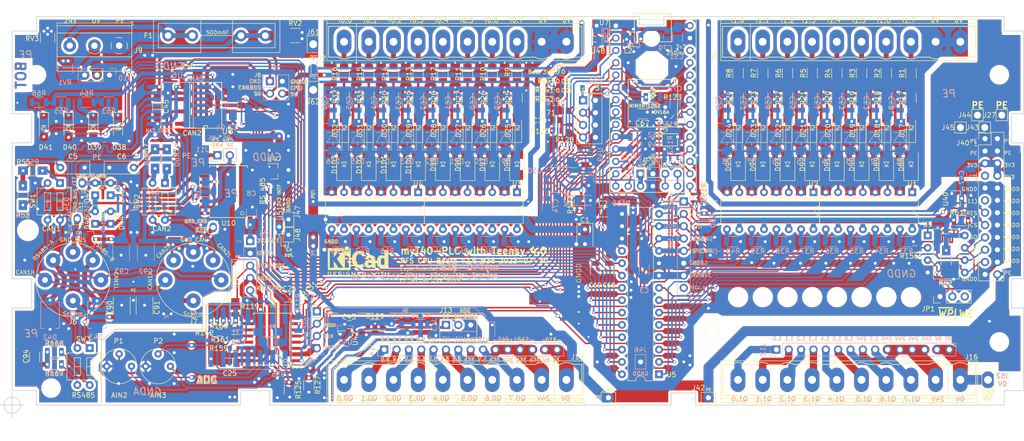
<source format=kicad_pcb>
(kicad_pcb (version 20171130) (host pcbnew "(5.1.7)-1")
  (title_block (title "myT40-PLC  (PLC with Teensy 4.0)") (date 2023-07-30) (rev "2.6 (PFS)") (company "C.Niesen, Königswinter, Germany") (comment 1 "CC BY-NC-SA 2023") (comment 2 "OP (Upper Board)") (comment 3 "Experimental Study") (comment 4 "Modifications: M36"))
  (layers (0 F.Cu signal) (31 B.Cu signal) (34 B.Paste user hide) (35 F.Paste user hide) (36 B.SilkS user) (37 F.SilkS user) (38 B.Mask user) (39 F.Mask user) (44 Edge.Cuts user))
  (net 0 "")
  (net 1 /3V3_CPU)
  (net 2 "Net-(C5-Pad2)")
  (net 3 "Net-(C6-Pad2)")
  (net 4 /Ub_5V_RS485_BUS)
  (net 5 /GND_RS485_BUS)
  (net 6 "Net-(D24-Pad2)")
  (net 7 "Net-(D25-Pad2)")
  (net 8 "Net-(D17-Pad1)")
  (net 9 "Net-(D18-Pad1)")
  (net 10 "Net-(D19-Pad1)")
  (net 11 "Net-(D20-Pad1)")
  (net 12 "Net-(D21-Pad1)")
  (net 13 "Net-(D22-Pad1)")
  (net 14 "Net-(D23-Pad1)")
  (net 15 "Net-(D24-Pad1)")
  (net 16 "Net-(D25-Pad1)")
  (net 17 "Net-(D26-Pad1)")
  (net 18 "Net-(D27-Pad1)")
  (net 19 "Net-(D28-Pad1)")
  (net 20 /BAT3V6)
  (net 21 /VBAT)
  (net 22 /CAN2L)
  (net 23 /CAN2H)
  (net 24 /CAN1L)
  (net 25 /CAN1H)
  (net 26 "Net-(D38-Pad1)")
  (net 27 /LED3)
  (net 28 /LED2)
  (net 29 "Net-(D39-Pad1)")
  (net 30 /LED1)
  (net 31 "Net-(D40-Pad1)")
  (net 32 "Net-(D41-Pad1)")
  (net 33 /RS485_A)
  (net 34 /RS485_B)
  (net 35 /~RESET)
  (net 36 /MISO)
  (net 37 /MOSI)
  (net 38 /SPISCK)
  (net 39 /~SPICS_IO)
  (net 40 /PROGRAM)
  (net 41 /ONOFF)
  (net 42 /Ub_CAN_BUS)
  (net 43 /GND_CAN_BUS)
  (net 44 /I_GPB7)
  (net 45 /I_GPB6)
  (net 46 /I_GPB5)
  (net 47 /I_GPB4)
  (net 48 /I_GPB3)
  (net 49 /I_GPB2)
  (net 50 /I_GPB1)
  (net 51 /I_GPB0)
  (net 52 /I_GPA7)
  (net 53 /I_GPA6)
  (net 54 /I_GPA5)
  (net 55 /I_GPA4)
  (net 56 /I_GPA3)
  (net 57 /I_GPA2)
  (net 58 /I_GPA1)
  (net 59 /I_GPA0)
  (net 60 /INTB)
  (net 61 /BAT_CHECK)
  (net 62 /INTA)
  (net 63 "Net-(R53-Pad2)")
  (net 64 "Net-(R55-Pad2)")
  (net 65 /~EE_HOLD)
  (net 66 /CAN1RX)
  (net 67 /CAN1TX)
  (net 68 /~SPICS_EE)
  (net 69 /CAN2TX)
  (net 70 /CAN2RX)
  (net 71 /UART_RX)
  (net 72 /UART_TX)
  (net 73 /~UART_RE)
  (net 74 "Net-(D18-Pad2)")
  (net 75 "Net-(D19-Pad2)")
  (net 76 "Net-(D20-Pad2)")
  (net 77 "Net-(D21-Pad2)")
  (net 78 "Net-(D22-Pad2)")
  (net 79 "Net-(D23-Pad2)")
  (net 80 "Net-(J1-Pad8)")
  (net 81 "Net-(J1-Pad7)")
  (net 82 "Net-(J1-Pad6)")
  (net 83 "Net-(J1-Pad5)")
  (net 84 "Net-(J1-Pad4)")
  (net 85 "Net-(J1-Pad3)")
  (net 86 "Net-(J1-Pad2)")
  (net 87 "Net-(J1-Pad1)")
  (net 88 "Net-(J2-Pad1)")
  (net 89 "Net-(J2-Pad2)")
  (net 90 "Net-(J2-Pad3)")
  (net 91 "Net-(J2-Pad4)")
  (net 92 "Net-(J2-Pad5)")
  (net 93 "Net-(J2-Pad6)")
  (net 94 "Net-(J2-Pad7)")
  (net 95 "Net-(J2-Pad8)")
  (net 96 "Net-(J12-Pad10)")
  (net 97 "Net-(J12-Pad9)")
  (net 98 "Net-(J12-Pad7)")
  (net 99 "Net-(J12-Pad6)")
  (net 100 "Net-(J12-Pad5)")
  (net 101 "Net-(J12-Pad4)")
  (net 102 "Net-(J12-Pad3)")
  (net 103 "Net-(J12-Pad2)")
  (net 104 "Net-(J12-Pad1)")
  (net 105 "Net-(J14-Pad1)")
  (net 106 "Net-(J14-Pad2)")
  (net 107 "Net-(J14-Pad3)")
  (net 108 "Net-(J14-Pad4)")
  (net 109 "Net-(J14-Pad5)")
  (net 110 "Net-(J14-Pad6)")
  (net 111 "Net-(J14-Pad7)")
  (net 112 "Net-(J14-Pad9)")
  (net 113 "Net-(J14-Pad10)")
  (net 114 "Net-(R57-Pad2)")
  (net 115 "Net-(R59-Pad2)")
  (net 116 GNDA)
  (net 117 /3V3_ADDA)
  (net 118 /AREF_2V5)
  (net 119 /CH0)
  (net 120 /CH1)
  (net 121 "Net-(R118-Pad1)")
  (net 122 "Net-(R119-Pad1)")
  (net 123 /~SPICS_ADC)
  (net 124 /~SPICS_DAC)
  (net 125 /CH2)
  (net 126 /CH3)
  (net 127 /CLK)
  (net 128 /Dout)
  (net 129 /Din)
  (net 130 /~CS)
  (net 131 /3V3_INTERFACE)
  (net 132 /AIN0)
  (net 133 /AIN1)
  (net 134 "Net-(JP1-Pad2)")
  (net 135 "Net-(D17-Pad2)")
  (net 136 "Net-(D26-Pad2)")
  (net 137 "Net-(D27-Pad2)")
  (net 138 "Net-(D28-Pad2)")
  (net 139 "Net-(D100-Pad1)")
  (net 140 "Net-(D101-Pad1)")
  (net 141 "Net-(D102-Pad1)")
  (net 142 "Net-(D103-Pad1)")
  (net 143 "Net-(D100-Pad2)")
  (net 144 "Net-(D101-Pad2)")
  (net 145 "Net-(D102-Pad2)")
  (net 146 "Net-(D103-Pad2)")
  (net 147 /3V3_INT)
  (net 148 /5V_CPU)
  (net 149 "Net-(D29-Pad2)")
  (net 150 "Net-(D30-Pad2)")
  (net 151 "Net-(D31-Pad2)")
  (net 152 "Net-(D32-Pad2)")
  (net 153 "Net-(D88-Pad1)")
  (net 154 "Net-(D89-Pad1)")
  (net 155 "Net-(D90-Pad1)")
  (net 156 "Net-(D91-Pad1)")
  (net 157 "Net-(D92-Pad1)")
  (net 158 "Net-(D93-Pad1)")
  (net 159 "Net-(D94-Pad1)")
  (net 160 "Net-(D95-Pad1)")
  (net 161 "Net-(D96-Pad1)")
  (net 162 "Net-(D97-Pad1)")
  (net 163 "Net-(D98-Pad1)")
  (net 164 "Net-(D99-Pad1)")
  (net 165 "Net-(C48-Pad1)")
  (net 166 "Net-(C48-Pad2)")
  (net 167 "Net-(C52-Pad2)")
  (net 168 "Net-(C53-Pad2)")
  (net 169 "Net-(C54-Pad2)")
  (net 170 "Net-(C55-Pad2)")
  (net 171 "Net-(C56-Pad2)")
  (net 172 "Net-(C57-Pad2)")
  (net 173 "Net-(C58-Pad2)")
  (net 174 "Net-(C59-Pad1)")
  (net 175 "Net-(C59-Pad2)")
  (net 176 "Net-(C60-Pad2)")
  (net 177 "Net-(C61-Pad2)")
  (net 178 "Net-(C62-Pad2)")
  (net 179 "Net-(C63-Pad2)")
  (net 180 "Net-(C64-Pad2)")
  (net 181 "Net-(C65-Pad2)")
  (net 182 "Net-(C66-Pad2)")
  (net 183 "Net-(U10-Pad7)")
  (net 184 "Net-(Q1-Pad1)")
  (net 185 "Net-(C74-Pad2)")
  (net 186 "Net-(C76-Pad1)")
  (net 187 "Net-(U49-Pad4)")
  (net 188 GNDD)
  (net 189 5V_CPU_IN)
  (net 190 "Net-(F1-Pad1)")
  (net 191 /U24V)
  (net 192 /U0V)
  (net 193 "Net-(J12-Pad14)")
  (net 194 "Net-(J14-Pad14)")
  (net 195 /5V_CPU_final)
  (net 196 "Net-(J33-Pad1)")
  (net 197 "Net-(C90-Pad2)")
  (net 198 "Net-(C91-Pad2)")
  (net 199 /~SW_MODE_2)
  (net 200 /~SW_MODE_1)
  (net 201 "Net-(R131-Pad2)")
  (net 202 "Net-(R132-Pad2)")
  (net 203 "Net-(R150-Pad2)")
  (net 204 "Net-(R151-Pad2)")
  (net 205 "Net-(R152-Pad2)")
  (net 206 "Net-(R153-Pad2)")
  (net 207 "Net-(R154-Pad2)")
  (net 208 "Net-(R155-Pad2)")
  (net 209 "Net-(R156-Pad1)")
  (net 210 "Net-(R158-Pad1)")
  (net 211 "Net-(R159-Pad1)")
  (net 212 "Net-(R160-Pad1)")
  (net 213 "Net-(R161-Pad1)")
  (net 214 "Net-(R162-Pad1)")
  (net 215 "Net-(R164-Pad1)")
  (net 216 /PE)
  (net 217 "Net-(D44-Pad2)")
  (net 218 "Net-(D46-Pad2)")
  (net 219 "Net-(C94-Pad2)")
  (net 220 "Net-(R166-Pad1)")
  (module Capacitors_SMD:C_0805 (layer F.Cu) (at 119.393 103.4265 180)
    (fp_text reference C43 (at 0.127 1.5875) (layer F.SilkS))
    (fp_text value 100p)
    (pad 2 smd rect (at 1 0 180) (size 1 1.25) (layers F.Cu F.Paste F.Mask) (net 116 GNDA))
    (pad 1 smd rect (at -1 0 180) (size 1 1.25) (layers F.Cu F.Paste F.Mask) (net 119 /CH0))
  )
  (module mylib:Diode_DO213AB-MELF_SOD123 (layer F.Cu) (at 234.836 70.47 90)
    (fp_text reference D88 (at 0 -2 90) (layer F.SilkS))
    (fp_text value "1N4448W7F DII")
    (pad 1 smd rect (at -2.15 0 90) (size 2 2.5) (layers F.Cu F.Paste F.Mask) (net 153 "Net-(D88-Pad1)"))
    (pad 2 smd rect (at 2.15 0 90) (size 2 2.5) (layers F.Cu F.Paste F.Mask) (net 8 "Net-(D17-Pad1)"))
  )
  (module mylib:Diode_DO213AB-MELF_SOD123 (layer F.Cu) (at 229.756 70.47 90)
    (fp_text reference D89 (at 0 -2 90) (layer F.SilkS))
    (fp_text value "1N4448W7F DII")
    (pad 1 smd rect (at -2.15 0 90) (size 2 2.5) (layers F.Cu F.Paste F.Mask) (net 154 "Net-(D89-Pad1)"))
    (pad 2 smd rect (at 2.15 0 90) (size 2 2.5) (layers F.Cu F.Paste F.Mask) (net 9 "Net-(D18-Pad1)"))
  )
  (module mylib:Diode_DO213AB-MELF_SOD123 (layer F.Cu) (at 224.676 70.47 90)
    (fp_text reference D90 (at 0 -2 90) (layer F.SilkS))
    (fp_text value "1N4448W7F DII")
    (pad 1 smd rect (at -2.15 0 90) (size 2 2.5) (layers F.Cu F.Paste F.Mask) (net 155 "Net-(D90-Pad1)"))
    (pad 2 smd rect (at 2.15 0 90) (size 2 2.5) (layers F.Cu F.Paste F.Mask) (net 10 "Net-(D19-Pad1)"))
  )
  (module mylib:Diode_DO213AB-MELF_SOD123 (layer F.Cu) (at 219.596 70.47 90)
    (fp_text reference D91 (at 0 -2 90) (layer F.SilkS))
    (fp_text value "1N4448W7F DII")
    (pad 1 smd rect (at -2.15 0 90) (size 2 2.5) (layers F.Cu F.Paste F.Mask) (net 156 "Net-(D91-Pad1)"))
    (pad 2 smd rect (at 2.15 0 90) (size 2 2.5) (layers F.Cu F.Paste F.Mask) (net 11 "Net-(D20-Pad1)"))
  )
  (module mylib:Diode_DO213AB-MELF_SOD123 (layer F.Cu) (at 214.516 70.47 90)
    (fp_text reference D92 (at 0 -2 90) (layer F.SilkS))
    (fp_text value "1N4448W7F DII")
    (pad 1 smd rect (at -2.15 0 90) (size 2 2.5) (layers F.Cu F.Paste F.Mask) (net 157 "Net-(D92-Pad1)"))
    (pad 2 smd rect (at 2.15 0 90) (size 2 2.5) (layers F.Cu F.Paste F.Mask) (net 12 "Net-(D21-Pad1)"))
  )
  (module mylib:Diode_DO213AB-MELF_SOD123 (layer F.Cu) (at 209.436 70.47 90)
    (fp_text reference D93 (at 0 -2 90) (layer F.SilkS))
    (fp_text value "1N4448W7F DII")
    (pad 1 smd rect (at -2.15 0 90) (size 2 2.5) (layers F.Cu F.Paste F.Mask) (net 158 "Net-(D93-Pad1)"))
    (pad 2 smd rect (at 2.15 0 90) (size 2 2.5) (layers F.Cu F.Paste F.Mask) (net 13 "Net-(D22-Pad1)"))
  )
  (module mylib:Diode_DO213AB-MELF_SOD123 (layer F.Cu) (at 204.356 70.47 90)
    (fp_text reference D94 (at 0 -2 90) (layer F.SilkS))
    (fp_text value "1N4448W7F DII")
    (pad 1 smd rect (at -2.15 0 90) (size 2 2.5) (layers F.Cu F.Paste F.Mask) (net 159 "Net-(D94-Pad1)"))
    (pad 2 smd rect (at 2.15 0 90) (size 2 2.5) (layers F.Cu F.Paste F.Mask) (net 14 "Net-(D23-Pad1)"))
  )
  (module mylib:Diode_DO213AB-MELF_SOD123 (layer F.Cu) (at 199.276 70.47 90)
    (fp_text reference D95 (at 0 -2 90) (layer F.SilkS))
    (fp_text value "1N4448W7F DII")
    (pad 1 smd rect (at -2.15 0 90) (size 2 2.5) (layers F.Cu F.Paste F.Mask) (net 160 "Net-(D95-Pad1)"))
    (pad 2 smd rect (at 2.15 0 90) (size 2 2.5) (layers F.Cu F.Paste F.Mask) (net 15 "Net-(D24-Pad1)"))
  )
  (module mylib:Diode_DO213AB-MELF_SOD123 (layer F.Cu) (at 153.81 70.47 90)
    (fp_text reference D96 (at 0 -2 90) (layer F.SilkS))
    (fp_text value "1N4448W7F DII")
    (pad 1 smd rect (at -2.15 0 90) (size 2 2.5) (layers F.Cu F.Paste F.Mask) (net 161 "Net-(D96-Pad1)"))
    (pad 2 smd rect (at 2.15 0 90) (size 2 2.5) (layers F.Cu F.Paste F.Mask) (net 16 "Net-(D25-Pad1)"))
  )
  (module mylib:Diode_DO213AB-MELF_SOD123 (layer F.Cu) (at 148.73 70.47 90)
    (fp_text reference D97 (at 0 -2 90) (layer F.SilkS))
    (fp_text value "1N4448W7F DII")
    (pad 1 smd rect (at -2.15 0 90) (size 2 2.5) (layers F.Cu F.Paste F.Mask) (net 162 "Net-(D97-Pad1)"))
    (pad 2 smd rect (at 2.15 0 90) (size 2 2.5) (layers F.Cu F.Paste F.Mask) (net 17 "Net-(D26-Pad1)"))
  )
  (module mylib:Diode_DO213AB-MELF_SOD123 (layer F.Cu) (at 143.65 70.47 90)
    (fp_text reference D98 (at 0 -2 90) (layer F.SilkS))
    (fp_text value "1N4448W7F DII")
    (pad 1 smd rect (at -2.15 0 90) (size 2 2.5) (layers F.Cu F.Paste F.Mask) (net 163 "Net-(D98-Pad1)"))
    (pad 2 smd rect (at 2.15 0 90) (size 2 2.5) (layers F.Cu F.Paste F.Mask) (net 18 "Net-(D27-Pad1)"))
  )
  (module mylib:Diode_DO213AB-MELF_SOD123 (layer F.Cu) (at 138.57 70.47 90)
    (fp_text reference D99 (at 0 -2 90) (layer F.SilkS))
    (fp_text value "1N4448W7F DII")
    (pad 1 smd rect (at -2.15 0 90) (size 2 2.5) (layers F.Cu F.Paste F.Mask) (net 164 "Net-(D99-Pad1)"))
    (pad 2 smd rect (at 2.15 0 90) (size 2 2.5) (layers F.Cu F.Paste F.Mask) (net 19 "Net-(D28-Pad1)"))
  )
  (module mylib:Diode_DO213AB-MELF_SOD123 (layer F.Cu) (at 133.49 70.47 90)
    (fp_text reference D100 (at 0 -2 90) (layer F.SilkS))
    (fp_text value "1N4448W7F DII")
    (pad 1 smd rect (at -2.15 0 90) (size 2 2.5) (layers F.Cu F.Paste F.Mask) (net 139 "Net-(D100-Pad1)"))
    (pad 2 smd rect (at 2.15 0 90) (size 2 2.5) (layers F.Cu F.Paste F.Mask) (net 143 "Net-(D100-Pad2)"))
  )
  (module mylib:Diode_DO213AB-MELF_SOD123 (layer F.Cu) (at 128.41 70.47 90)
    (fp_text reference D101 (at 0 -2 90) (layer F.SilkS))
    (fp_text value "1N4448W7F DII")
    (pad 1 smd rect (at -2.15 0 90) (size 2 2.5) (layers F.Cu F.Paste F.Mask) (net 140 "Net-(D101-Pad1)"))
    (pad 2 smd rect (at 2.15 0 90) (size 2 2.5) (layers F.Cu F.Paste F.Mask) (net 144 "Net-(D101-Pad2)"))
  )
  (module mylib:Diode_DO213AB-MELF_SOD123 (layer F.Cu) (at 123.33 70.47 90)
    (fp_text reference D102 (at 0 -2 90) (layer F.SilkS))
    (fp_text value "1N4448W7F DII")
    (pad 1 smd rect (at -2.15 0 90) (size 2 2.5) (layers F.Cu F.Paste F.Mask) (net 141 "Net-(D102-Pad1)"))
    (pad 2 smd rect (at 2.15 0 90) (size 2 2.5) (layers F.Cu F.Paste F.Mask) (net 145 "Net-(D102-Pad2)"))
  )
  (module mylib:Diode_DO213AB-MELF_SOD123 (layer F.Cu) (at 118.25 70.47 90)
    (fp_text reference D103 (at 0 -2 90) (layer F.SilkS))
    (fp_text value "1N4448W7F DII")
    (pad 1 smd rect (at -2.15 0 90) (size 2 2.5) (layers F.Cu F.Paste F.Mask) (net 142 "Net-(D103-Pad1)"))
    (pad 2 smd rect (at 2.15 0 90) (size 2 2.5) (layers F.Cu F.Paste F.Mask) (net 146 "Net-(D103-Pad2)"))
  )
  (module Connector_PinSocket_2.54mm:PinSocket_1x04_P2.54mm_Vertical (layer B.Cu) (at 112.662 100.696 180)
    (fp_text reference J15 (at 0 2.77) (layer B.SilkS) (effects (justify mirror)))
    (fp_text value 01x04)
    (pad 4 thru_hole oval (at 0 -7.62 180) (size 1.7 1.7) (drill 1) (layers *.Cu *.Mask) (net 188 GNDD))
    (pad 3 thru_hole oval (at 0 -5.08 180) (size 1.7 1.7) (drill 1) (layers *.Cu *.Mask) (net 38 /SPISCK))
    (pad 2 thru_hole oval (at 0 -2.54 180) (size 1.7 1.7) (drill 1) (layers *.Cu *.Mask) (net 37 /MOSI))
    (pad 1 thru_hole rect (at 0 0 180) (size 1.7 1.7) (drill 1) (layers *.Cu *.Mask) (net 124 /~SPICS_DAC))
  )
  (module Connector_PinSocket_2.54mm:PinSocket_1x15_P2.54mm_Vertical (layer B.Cu) (at 126.505 108.57 270)
    (fp_text reference J14 (at 0 2.54 90) (layer B.SilkS) (effects (justify mirror)))
    (fp_text value Conn_01x15_Female)
    (pad 15 thru_hole oval (at 0 -35.56 270) (size 1.7 1.7) (drill 1) (layers *.Cu *.Mask) (net 194 "Net-(J14-Pad14)"))
    (pad 14 thru_hole oval (at 0 -33.02 270) (size 1.7 1.7) (drill 1) (layers *.Cu *.Mask) (net 194 "Net-(J14-Pad14)"))
    (pad 13 thru_hole oval (at 0 -30.48 270) (size 1.7 1.7) (drill 1) (layers *.Cu *.Mask) (net 113 "Net-(J14-Pad10)"))
    (pad 12 thru_hole oval (at 0 -27.94 270) (size 1.7 1.7) (drill 1) (layers *.Cu *.Mask) (net 113 "Net-(J14-Pad10)"))
    (pad 11 thru_hole oval (at 0 -25.4 270) (size 1.7 1.7) (drill 1) (layers *.Cu *.Mask) (net 113 "Net-(J14-Pad10)"))
    (pad 10 thru_hole oval (at 0 -22.86 270) (size 1.7 1.7) (drill 1) (layers *.Cu *.Mask) (net 113 "Net-(J14-Pad10)"))
    (pad 9 thru_hole oval (at 0 -20.32 270) (size 1.7 1.7) (drill 1) (layers *.Cu *.Mask) (net 112 "Net-(J14-Pad9)"))
    (pad 8 thru_hole oval (at 0 -17.78 270) (size 1.7 1.7) (drill 1) (layers *.Cu *.Mask) (net 113 "Net-(J14-Pad10)"))
    (pad 7 thru_hole oval (at 0 -15.24 270) (size 1.7 1.7) (drill 1) (layers *.Cu *.Mask) (net 111 "Net-(J14-Pad7)"))
    (pad 6 thru_hole oval (at 0 -12.7 270) (size 1.7 1.7) (drill 1) (layers *.Cu *.Mask) (net 110 "Net-(J14-Pad6)"))
    (pad 5 thru_hole oval (at 0 -10.16 270) (size 1.7 1.7) (drill 1) (layers *.Cu *.Mask) (net 109 "Net-(J14-Pad5)"))
    (pad 4 thru_hole oval (at 0 -7.62 270) (size 1.7 1.7) (drill 1) (layers *.Cu *.Mask) (net 108 "Net-(J14-Pad4)"))
    (pad 3 thru_hole oval (at 0 -5.08 270) (size 1.7 1.7) (drill 1) (layers *.Cu *.Mask) (net 107 "Net-(J14-Pad3)"))
    (pad 2 thru_hole oval (at 0 -2.54 270) (size 1.7 1.7) (drill 1) (layers *.Cu *.Mask) (net 106 "Net-(J14-Pad2)"))
    (pad 1 thru_hole rect (at 0 0 270) (size 1.7 1.7) (drill 1) (layers *.Cu *.Mask) (net 105 "Net-(J14-Pad1)"))
  )
  (module Connector_PinSocket_2.54mm:PinSocket_1x03_P2.54mm_Vertical (layer B.Cu) (at 139.205 103.49 270)
    (fp_text reference J13 (at 0 2.413 270) (layer B.SilkS) (effects (justify mirror)))
    (fp_text value 01x03_fem)
    (pad 3 thru_hole oval (at 0 -5.08 270) (size 1.7 1.7) (drill 1) (layers *.Cu *.Mask) (net 116 GNDA))
    (pad 2 thru_hole oval (at 0 -2.54 270) (size 1.7 1.7) (drill 1) (layers *.Cu *.Mask) (net 133 /AIN1))
    (pad 1 thru_hole rect (at 0 0 270) (size 1.7 1.7) (drill 1) (layers *.Cu *.Mask) (net 132 /AIN0))
  )
  (module Resistors_SMD:R_0805 (layer B.Cu) (at 161.811 55.992 180)
    (fp_text reference R124 (at 0 -1.905) (layer B.SilkS) (effects (justify mirror)))
    (fp_text value 10k)
    (pad 1 smd rect (at -0.95 0 180) (size 0.7 1.3) (layers B.Cu B.Paste B.Mask) (net 184 "Net-(Q1-Pad1)"))
    (pad 2 smd rect (at 0.95 0 180) (size 0.7 1.3) (layers B.Cu B.Paste B.Mask) (net 189 5V_CPU_IN))
  )
  (module mylib:DO-214AA_man (layer B.Cu) (at 196.99 64.755)
    (fp_text reference D8 (at 0 5.08) (layer B.SilkS) (effects (justify mirror)))
    (fp_text value "SMLVT3V3 STM")
    (pad 1 smd rect (at 0 2.9) (size 2.18 1.62) (layers B.Cu B.Paste B.Mask) (net 165 "Net-(C48-Pad1)"))
    (pad 2 smd rect (at 0 -2.9) (size 2.18 1.62) (layers B.Cu B.Paste B.Mask) (net 173 "Net-(C58-Pad2)"))
  )
  (module mylib:TerminalBlock_Phoenix_MSTBVA-2.5-10-5.08_1x10_P5.08mm_Horizontal (layer F.Cu) (at 118.25 45.197)
    (fp_text reference J2 (at -4.572 3.429) (layer F.SilkS))
    (fp_text value MSTBVA-2.5-10-5.08)
    (pad 1 thru_hole oval (at 0 0) (size 3 5) (drill 1.6) (layers *.Cu *.Mask) (net 88 "Net-(J2-Pad1)"))
    (pad 2 thru_hole oval (at 5.08 0) (size 3 5) (drill 1.6) (layers *.Cu *.Mask) (net 89 "Net-(J2-Pad2)"))
    (pad 3 thru_hole oval (at 10.16 0) (size 3 5) (drill 1.6) (layers *.Cu *.Mask) (net 90 "Net-(J2-Pad3)"))
    (pad 4 thru_hole oval (at 15.24 0) (size 3 5) (drill 1.6) (layers *.Cu *.Mask) (net 91 "Net-(J2-Pad4)"))
    (pad 5 thru_hole oval (at 20.32 0) (size 3 5) (drill 1.6) (layers *.Cu *.Mask) (net 92 "Net-(J2-Pad5)"))
    (pad 6 thru_hole oval (at 25.4 0) (size 3 5) (drill 1.6) (layers *.Cu *.Mask) (net 93 "Net-(J2-Pad6)"))
    (pad 7 thru_hole oval (at 30.48 0) (size 3 5) (drill 1.6) (layers *.Cu *.Mask) (net 94 "Net-(J2-Pad7)"))
    (pad 8 thru_hole oval (at 35.56 0) (size 3 5) (drill 1.6) (layers *.Cu *.Mask) (net 95 "Net-(J2-Pad8)"))
    (pad 9 thru_hole oval (at 40.64 0) (size 3 5) (drill 1.6) (layers *.Cu *.Mask) (net 174 "Net-(C59-Pad1)"))
    (pad 10 thru_hole oval (at 45.72 0) (size 3 5) (drill 1.6) (layers *.Cu *.Mask) (net 174 "Net-(C59-Pad1)"))
  )
  (module Resistors_SMD:R_1206 (layer F.Cu) (at 138.57 56.754 90)
    (fp_text reference R28 (at 0 -1.778 90) (layer F.SilkS))
    (fp_text value 220)
    (pad 1 smd rect (at -1.45 0 90) (size 0.9 1.7) (layers F.Cu F.Paste F.Mask) (net 138 "Net-(D28-Pad2)"))
    (pad 2 smd rect (at 1.45 0 90) (size 0.9 1.7) (layers F.Cu F.Paste F.Mask) (net 178 "Net-(C62-Pad2)"))
  )
  (module Resistors_SMD:R_1206 (layer F.Cu) (at 138.57 51.674 90)
    (fp_text reference R12 (at -0.127 -1.905 90) (layer F.SilkS))
    (fp_text value "6k2 500mW")
    (pad 1 smd rect (at -1.45 0 90) (size 0.9 1.7) (layers F.Cu F.Paste F.Mask) (net 178 "Net-(C62-Pad2)"))
    (pad 2 smd rect (at 1.45 0 90) (size 0.9 1.7) (layers F.Cu F.Paste F.Mask) (net 92 "Net-(J2-Pad5)"))
  )
  (module Capacitors_SMD:C_1206_HandSoldering (layer B.Cu) (at 242.075 90.155 90)
    (fp_text reference C9 (at -4.699 0 180) (layer B.SilkS) (effects (justify mirror)))
    (fp_text value 100n)
    (pad 2 smd rect (at 2 0 90) (size 2 1.6) (layers B.Cu B.Paste B.Mask) (net 147 /3V3_INT))
    (pad 1 smd rect (at -2 0 90) (size 2 1.6) (layers B.Cu B.Paste B.Mask) (net 188 GNDD))
  )
  (module mylib:DO-214AA_man (layer B.Cu) (at 57.798 101.458)
    (fp_text reference D42 (at 0 4.572 180) (layer B.SilkS) (effects (justify mirror)))
    (fp_text value "P6SMB 5,0CA")
    (pad 1 smd rect (at 0 2.9) (size 2.18 1.62) (layers B.Cu B.Paste B.Mask) (net 216 /PE))
    (pad 2 smd rect (at 0 -2.9) (size 2.18 1.62) (layers B.Cu B.Paste B.Mask) (net 33 /RS485_A))
  )
  (module mylib:DO-214AA_man (layer B.Cu) (at 67.45 101.458)
    (fp_text reference D43 (at -0.254 4.572 180) (layer B.SilkS) (effects (justify mirror)))
    (fp_text value "P6SMB 5,0CA")
    (pad 2 smd rect (at 0 -2.9) (size 2.18 1.62) (layers B.Cu B.Paste B.Mask) (net 34 /RS485_B))
    (pad 1 smd rect (at 0 2.9) (size 2.18 1.62) (layers B.Cu B.Paste B.Mask) (net 216 /PE))
  )
  (module Capacitors_SMD:C_1206_HandSoldering (layer F.Cu) (at 79.896 58.532 270)
    (fp_text reference C45 (at 0 -1.75 90) (layer F.SilkS))
    (fp_text value "100n 100V")
    (pad 2 smd rect (at 2 0 270) (size 2 1.6) (layers F.Cu F.Paste F.Mask) (net 43 /GND_CAN_BUS))
    (pad 1 smd rect (at -2 0 270) (size 2 1.6) (layers F.Cu F.Paste F.Mask) (net 42 /Ub_CAN_BUS))
  )
  (module Capacitors_SMD:C_1206_HandSoldering (layer B.Cu) (at 179.972 92.06 270)
    (fp_text reference C3 (at 4.318 0) (layer B.SilkS) (effects (justify mirror)))
    (fp_text value 100n)
    (pad 2 smd rect (at 2 0 270) (size 2 1.6) (layers B.Cu B.Paste B.Mask) (net 147 /3V3_INT))
    (pad 1 smd rect (at -2 0 270) (size 2 1.6) (layers B.Cu B.Paste B.Mask) (net 188 GNDD))
  )
  (module Housings_DIP:DIP-28_W7.62mm (layer F.Cu) (at 183.02 113.65 180)
    (fp_text reference U5 (at -2.54 -0.08) (layer F.SilkS))
    (fp_text value MCP23S17)
    (pad 28 thru_hole oval (at 7.62 0 180) (size 1.6 1.6) (drill 0.8) (layers *.Cu *.Mask) (net 52 /I_GPA7))
    (pad 14 thru_hole oval (at 0 33.02 180) (size 1.6 1.6) (drill 0.8) (layers *.Cu *.Mask) (net 210 "Net-(R158-Pad1)"))
    (pad 27 thru_hole oval (at 7.62 2.54 180) (size 1.6 1.6) (drill 0.8) (layers *.Cu *.Mask) (net 53 /I_GPA6))
    (pad 13 thru_hole oval (at 0 30.48 180) (size 1.6 1.6) (drill 0.8) (layers *.Cu *.Mask) (net 37 /MOSI))
    (pad 26 thru_hole oval (at 7.62 5.08 180) (size 1.6 1.6) (drill 0.8) (layers *.Cu *.Mask) (net 54 /I_GPA5))
    (pad 12 thru_hole oval (at 0 27.94 180) (size 1.6 1.6) (drill 0.8) (layers *.Cu *.Mask) (net 38 /SPISCK))
    (pad 25 thru_hole oval (at 7.62 7.62 180) (size 1.6 1.6) (drill 0.8) (layers *.Cu *.Mask) (net 55 /I_GPA4))
    (pad 11 thru_hole oval (at 0 25.4 180) (size 1.6 1.6) (drill 0.8) (layers *.Cu *.Mask) (net 39 /~SPICS_IO))
    (pad 24 thru_hole oval (at 7.62 10.16 180) (size 1.6 1.6) (drill 0.8) (layers *.Cu *.Mask) (net 56 /I_GPA3))
    (pad 10 thru_hole oval (at 0 22.86 180) (size 1.6 1.6) (drill 0.8) (layers *.Cu *.Mask) (net 188 GNDD))
    (pad 23 thru_hole oval (at 7.62 12.7 180) (size 1.6 1.6) (drill 0.8) (layers *.Cu *.Mask) (net 57 /I_GPA2))
    (pad 9 thru_hole oval (at 0 20.32 180) (size 1.6 1.6) (drill 0.8) (layers *.Cu *.Mask) (net 147 /3V3_INT))
    (pad 22 thru_hole oval (at 7.62 15.24 180) (size 1.6 1.6) (drill 0.8) (layers *.Cu *.Mask) (net 58 /I_GPA1))
    (pad 8 thru_hole oval (at 0 17.78 180) (size 1.6 1.6) (drill 0.8) (layers *.Cu *.Mask) (net 44 /I_GPB7))
    (pad 21 thru_hole oval (at 7.62 17.78 180) (size 1.6 1.6) (drill 0.8) (layers *.Cu *.Mask) (net 59 /I_GPA0))
    (pad 7 thru_hole oval (at 0 15.24 180) (size 1.6 1.6) (drill 0.8) (layers *.Cu *.Mask) (net 45 /I_GPB6))
    (pad 20 thru_hole oval (at 7.62 20.32 180) (size 1.6 1.6) (drill 0.8) (layers *.Cu *.Mask) (net 62 /INTA))
    (pad 6 thru_hole oval (at 0 12.7 180) (size 1.6 1.6) (drill 0.8) (layers *.Cu *.Mask) (net 46 /I_GPB5))
    (pad 19 thru_hole oval (at 7.62 22.86 180) (size 1.6 1.6) (drill 0.8) (layers *.Cu *.Mask) (net 60 /INTB))
    (pad 5 thru_hole oval (at 0 10.16 180) (size 1.6 1.6) (drill 0.8) (layers *.Cu *.Mask) (net 47 /I_GPB4))
    (pad 18 thru_hole oval (at 7.62 25.4 180) (size 1.6 1.6) (drill 0.8) (layers *.Cu *.Mask) (net 35 /~RESET))
    (pad 4 thru_hole oval (at 0 7.62 180) (size 1.6 1.6) (drill 0.8) (layers *.Cu *.Mask) (net 48 /I_GPB3))
    (pad 17 thru_hole oval (at 7.62 27.94 180) (size 1.6 1.6) (drill 0.8) (layers *.Cu *.Mask) (net 188 GNDD))
    (pad 3 thru_hole oval (at 0 5.08 180) (size 1.6 1.6) (drill 0.8) (layers *.Cu *.Mask) (net 49 /I_GPB2))
    (pad 16 thru_hole oval (at 7.62 30.48 180) (size 1.6 1.6) (drill 0.8) (layers *.Cu *.Mask) (net 188 GNDD))
    (pad 2 thru_hole oval (at 0 2.54 180) (size 1.6 1.6) (drill 0.8) (layers *.Cu *.Mask) (net 50 /I_GPB1))
    (pad 15 thru_hole oval (at 7.62 33.02 180) (size 1.6 1.6) (drill 0.8) (layers *.Cu *.Mask) (net 188 GNDD))
    (pad 1 thru_hole rect (at 0 0 180) (size 1.6 1.6) (drill 0.8) (layers *.Cu *.Mask) (net 51 /I_GPB0))
  )
  (module mylib:DIN-5-180 (layer F.Cu) (at 62.5 94.25)
    (fp_text reference J6 (at -0.003 8.605) (layer F.SilkS))
    (fp_text value DIN-5 hide)
    (pad S thru_hole oval (at 0 4.25) (size 3 3) (drill 1.2) (layers *.Cu *.Mask) (net 197 "Net-(C90-Pad2)"))
    (pad 3 thru_hole oval (at 5.75 0) (size 3 3) (drill 1.2) (layers *.Cu *.Mask) (net 24 /CAN1L))
    (pad 5 thru_hole oval (at 4.065863 -4.065863) (size 3 3) (drill 1.2) (layers *.Cu *.Mask) (net 34 /RS485_B))
    (pad 2 thru_hole oval (at 0 -5.75) (size 3 3) (drill 1.2) (layers *.Cu *.Mask) (net 196 "Net-(J33-Pad1)"))
    (pad 4 thru_hole oval (at -4.065863 -4.065863) (size 3 3) (drill 1.2) (layers *.Cu *.Mask) (net 33 /RS485_A))
    (pad 1 thru_hole oval (at -5.75 0) (size 3 3) (drill 1.2) (layers *.Cu *.Mask) (net 25 /CAN1H))
  )
  (module mylib:DIN-5-180 (layer F.Cu) (at 87.25 94.25)
    (fp_text reference J7 (at 0.012 8.605) (layer F.SilkS))
    (fp_text value DIN-5 hide)
    (pad S thru_hole oval (at 0 4.25) (size 3 3) (drill 1.2) (layers *.Cu *.Mask) (net 198 "Net-(C91-Pad2)"))
    (pad 3 thru_hole oval (at 5.75 0) (size 3 3) (drill 1.2) (layers *.Cu *.Mask) (net 24 /CAN1L))
    (pad 5 thru_hole oval (at 4.065863 -4.065863) (size 3 3) (drill 1.2) (layers *.Cu *.Mask) (net 22 /CAN2L))
    (pad 2 thru_hole oval (at 0 -5.75) (size 3 3) (drill 1.2) (layers *.Cu *.Mask) (net 43 /GND_CAN_BUS))
    (pad 4 thru_hole oval (at -4.065863 -4.065863) (size 3 3) (drill 1.2) (layers *.Cu *.Mask) (net 23 /CAN2H))
    (pad 1 thru_hole oval (at -5.75 0) (size 3 3) (drill 1.2) (layers *.Cu *.Mask) (net 25 /CAN1H))
  )
  (module mylib:TerminalBlock_Phoenix_MKDS-1,5-3-5.08_1x03_P5.08mm_Horizontal (layer F.Cu) (at 72 46 180)
    (fp_text reference J9 (at -3.959 -0.975) (layer F.SilkS))
    (fp_text value "Ub 0V PE")
    (pad 1 thru_hole rect (at 0 0 180) (size 2.6 2.6) (drill 1.3) (layers *.Cu *.Mask) (net 216 /PE))
    (pad 2 thru_hole circle (at 5.08 0 180) (size 2.6 2.6) (drill 1.3) (layers *.Cu *.Mask) (net 192 /U0V))
    (pad 3 thru_hole circle (at 10.16 0 180) (size 2.6 2.6) (drill 1.3) (layers *.Cu *.Mask) (net 190 "Net-(F1-Pad1)"))
  )
  (module mylib:TerminalBlock_Phoenix_MSTBVA-2.5-10-5.08_1x10_P5.08mm_Horizontal (layer F.Cu) (at 199.2506 45.197)
    (fp_text reference J1 (at -4.8006 2.9718) (layer F.SilkS))
    (fp_text value MSTBVA-2.5-10-5.08)
    (pad 10 thru_hole oval (at 45.72 0) (size 3 5) (drill 1.6) (layers *.Cu *.Mask) (net 165 "Net-(C48-Pad1)"))
    (pad 9 thru_hole oval (at 40.64 0) (size 3 5) (drill 1.6) (layers *.Cu *.Mask) (net 165 "Net-(C48-Pad1)"))
    (pad 8 thru_hole oval (at 35.56 0) (size 3 5) (drill 1.6) (layers *.Cu *.Mask) (net 80 "Net-(J1-Pad8)"))
    (pad 7 thru_hole oval (at 30.48 0) (size 3 5) (drill 1.6) (layers *.Cu *.Mask) (net 81 "Net-(J1-Pad7)"))
    (pad 6 thru_hole oval (at 25.4 0) (size 3 5) (drill 1.6) (layers *.Cu *.Mask) (net 82 "Net-(J1-Pad6)"))
    (pad 5 thru_hole oval (at 20.32 0) (size 3 5) (drill 1.6) (layers *.Cu *.Mask) (net 83 "Net-(J1-Pad5)"))
    (pad 4 thru_hole oval (at 15.24 0) (size 3 5) (drill 1.6) (layers *.Cu *.Mask) (net 84 "Net-(J1-Pad4)"))
    (pad 3 thru_hole oval (at 10.16 0) (size 3 5) (drill 1.6) (layers *.Cu *.Mask) (net 85 "Net-(J1-Pad3)"))
    (pad 2 thru_hole oval (at 5.08 0) (size 3 5) (drill 1.6) (layers *.Cu *.Mask) (net 86 "Net-(J1-Pad2)"))
    (pad 1 thru_hole oval (at 0 0) (size 3 5) (drill 1.6) (layers *.Cu *.Mask) (net 87 "Net-(J1-Pad1)"))
  )
  (module mylib:TerminalBlock_Phoenix_MSTBVA-2.5-10-5.08_1x10_P5.08mm_Horizontal (layer F.Cu) (at 163.97 114.793 180)
    (fp_text reference J17 (at -2.286 4.699) (layer F.SilkS))
    (fp_text value MSTBVA-2.5-10-5.08 hide)
    (pad 1 thru_hole oval (at 0 0 180) (size 3 5) (drill 1.6) (layers *.Cu *.Mask) (net 194 "Net-(J14-Pad14)"))
    (pad 2 thru_hole oval (at 5.08 0 180) (size 3 5) (drill 1.6) (layers *.Cu *.Mask) (net 113 "Net-(J14-Pad10)"))
    (pad 3 thru_hole oval (at 10.16 0 180) (size 3 5) (drill 1.6) (layers *.Cu *.Mask) (net 112 "Net-(J14-Pad9)"))
    (pad 4 thru_hole oval (at 15.24 0 180) (size 3 5) (drill 1.6) (layers *.Cu *.Mask) (net 111 "Net-(J14-Pad7)"))
    (pad 5 thru_hole oval (at 20.32 0 180) (size 3 5) (drill 1.6) (layers *.Cu *.Mask) (net 110 "Net-(J14-Pad6)"))
    (pad 6 thru_hole oval (at 25.4 0 180) (size 3 5) (drill 1.6) (layers *.Cu *.Mask) (net 109 "Net-(J14-Pad5)"))
    (pad 7 thru_hole oval (at 30.48 0 180) (size 3 5) (drill 1.6) (layers *.Cu *.Mask) (net 108 "Net-(J14-Pad4)"))
    (pad 8 thru_hole oval (at 35.56 0 180) (size 3 5) (drill 1.6) (layers *.Cu *.Mask) (net 107 "Net-(J14-Pad3)"))
    (pad 9 thru_hole oval (at 40.64 0 180) (size 3 5) (drill 1.6) (layers *.Cu *.Mask) (net 106 "Net-(J14-Pad2)"))
    (pad 10 thru_hole oval (at 45.72 0 180) (size 3 5) (drill 1.6) (layers *.Cu *.Mask) (net 105 "Net-(J14-Pad1)"))
  )
  (module mylib:TerminalBlock_Phoenix_MSTBVA-2.5-10-5.08_1x10_P5.08mm_Horizontal (layer F.Cu) (at 244.9706 114.793 180)
    (fp_text reference J16 (at -2.3114 4.699) (layer F.SilkS))
    (fp_text value MSTBVA-2.5-10-5.08 hide)
    (pad 10 thru_hole oval (at 45.72 0 180) (size 3 5) (drill 1.6) (layers *.Cu *.Mask) (net 104 "Net-(J12-Pad1)"))
    (pad 9 thru_hole oval (at 40.64 0 180) (size 3 5) (drill 1.6) (layers *.Cu *.Mask) (net 103 "Net-(J12-Pad2)"))
    (pad 8 thru_hole oval (at 35.56 0 180) (size 3 5) (drill 1.6) (layers *.Cu *.Mask) (net 102 "Net-(J12-Pad3)"))
    (pad 7 thru_hole oval (at 30.48 0 180) (size 3 5) (drill 1.6) (layers *.Cu *.Mask) (net 101 "Net-(J12-Pad4)"))
    (pad 6 thru_hole oval (at 25.4 0 180) (size 3 5) (drill 1.6) (layers *.Cu *.Mask) (net 100 "Net-(J12-Pad5)"))
    (pad 5 thru_hole oval (at 20.32 0 180) (size 3 5) (drill 1.6) (layers *.Cu *.Mask) (net 99 "Net-(J12-Pad6)"))
    (pad 4 thru_hole oval (at 15.24 0 180) (size 3 5) (drill 1.6) (layers *.Cu *.Mask) (net 98 "Net-(J12-Pad7)"))
    (pad 3 thru_hole oval (at 10.16 0 180) (size 3 5) (drill 1.6) (layers *.Cu *.Mask) (net 97 "Net-(J12-Pad9)"))
    (pad 2 thru_hole oval (at 5.08 0 180) (size 3 5) (drill 1.6) (layers *.Cu *.Mask) (net 96 "Net-(J12-Pad10)"))
    (pad 1 thru_hole oval (at 0 0 180) (size 3 5) (drill 1.6) (layers *.Cu *.Mask) (net 193 "Net-(J12-Pad14)"))
  )
  (module Capacitors_THT:C_Rect_L7.0mm_W2.5mm_P5.00mm (layer F.Cu) (at 64.91 71.105 180)
    (fp_text reference C5 (at 2.413 2.286) (layer F.SilkS))
    (fp_text value 4n7)
    (pad 1 thru_hole circle (at 0 0 180) (size 1.6 1.6) (drill 0.8) (layers *.Cu *.Mask) (net 216 /PE))
    (pad 2 thru_hole circle (at 5 0 180) (size 1.6 1.6) (drill 0.8) (layers *.Cu *.Mask) (net 2 "Net-(C5-Pad2)"))
  )
  (module Capacitors_THT:C_Rect_L7.0mm_W2.5mm_P5.00mm (layer F.Cu) (at 69.99 71.105)
    (fp_text reference C6 (at 2.54 -2.286) (layer F.SilkS))
    (fp_text value 4n7)
    (pad 2 thru_hole circle (at 5 0) (size 1.6 1.6) (drill 0.8) (layers *.Cu *.Mask) (net 3 "Net-(C6-Pad2)"))
    (pad 1 thru_hole circle (at 0 0) (size 1.6 1.6) (drill 0.8) (layers *.Cu *.Mask) (net 216 /PE))
  )
  (module Capacitors_SMD:C_1206_HandSoldering (layer B.Cu) (at 99.2 80.63 90)
    (fp_text reference C8 (at 4.191 0) (layer B.SilkS) (effects (justify mirror)))
    (fp_text value 100n)
    (pad 1 smd rect (at -2 0 90) (size 2 1.6) (layers B.Cu B.Paste B.Mask) (net 131 /3V3_INTERFACE))
    (pad 2 smd rect (at 2 0 90) (size 2 1.6) (layers B.Cu B.Paste B.Mask) (net 188 GNDD))
  )
  (module Capacitors_SMD:C_1206_HandSoldering (layer B.Cu) (at 89.802 76.058 270)
    (fp_text reference C10 (at 0 1.651 90) (layer B.SilkS) (effects (justify mirror)))
    (fp_text value 100n)
    (pad 2 smd rect (at 2 0 270) (size 2 1.6) (layers B.Cu B.Paste B.Mask) (net 4 /Ub_5V_RS485_BUS))
    (pad 1 smd rect (at -2 0 270) (size 2 1.6) (layers B.Cu B.Paste B.Mask) (net 5 /GND_RS485_BUS))
  )
  (module Connector_PinSocket_2.54mm:PinSocket_1x02_P2.54mm_Vertical (layer B.Cu) (at 92.215 68.565 270)
    (fp_text reference J11 (at -1.143 3.175) (layer B.SilkS) (effects (justify mirror)))
    (fp_text value Conn_01x02_Female hide)
    (pad 1 thru_hole rect (at 0 0 270) (size 1.7 1.7) (drill 1) (layers *.Cu *.Mask) (net 5 /GND_RS485_BUS))
    (pad 2 thru_hole oval (at 0 -2.54 270) (size 1.7 1.7) (drill 1) (layers *.Cu *.Mask) (net 4 /Ub_5V_RS485_BUS))
  )
  (module Buttons_Switches_THT:SW_DIP_x2_W7.62mm_Slide_LowProfile (layer F.Cu) (at 59.83 74.28 270)
    (fp_text reference SW1 (at 3.683 5.588 90) (layer F.SilkS))
    (fp_text value SW_DIP_x02 hide)
    (pad 1 thru_hole rect (at 0 0 270) (size 1.6 1.6) (drill 0.8) (layers *.Cu *.Mask) (net 64 "Net-(R55-Pad2)"))
    (pad 3 thru_hole oval (at 7.62 2.54 270) (size 1.6 1.6) (drill 0.8) (layers *.Cu *.Mask) (net 25 /CAN1H))
    (pad 2 thru_hole oval (at 0 2.54 270) (size 1.6 1.6) (drill 0.8) (layers *.Cu *.Mask) (net 63 "Net-(R53-Pad2)"))
    (pad 4 thru_hole oval (at 7.62 0 270) (size 1.6 1.6) (drill 0.8) (layers *.Cu *.Mask) (net 24 /CAN1L))
  )
  (module Buttons_Switches_THT:SW_DIP_x2_W7.62mm_Slide_LowProfile (layer F.Cu) (at 81.42 74.28 270)
    (fp_text reference SW2 (at 3.81 5.715 90) (layer F.SilkS))
    (fp_text value SW_DIP_x02 hide)
    (pad 4 thru_hole oval (at 7.62 0 270) (size 1.6 1.6) (drill 0.8) (layers *.Cu *.Mask) (net 22 /CAN2L))
    (pad 2 thru_hole oval (at 0 2.54 270) (size 1.6 1.6) (drill 0.8) (layers *.Cu *.Mask) (net 114 "Net-(R57-Pad2)"))
    (pad 3 thru_hole oval (at 7.62 2.54 270) (size 1.6 1.6) (drill 0.8) (layers *.Cu *.Mask) (net 23 /CAN2H))
    (pad 1 thru_hole rect (at 0 0 270) (size 1.6 1.6) (drill 0.8) (layers *.Cu *.Mask) (net 115 "Net-(R59-Pad2)"))
  )
  (module mylib:DIP-16_W7.62mm_cut (layer F.Cu) (at 235.0864 76.185 270)
    (fp_text reference U1 (at -1.651 -0.0036 180) (layer F.SilkS))
    (fp_text value LTV-844)
    (pad 16 thru_hole oval (at 7.62 0 270) (size 1.6 1.6) (drill 0.8) (layers *.Cu *.Mask) (net 147 /3V3_INT))
    (pad 8 thru_hole oval (at 0 17.78 270) (size 1.6 1.6) (drill 0.8) (layers *.Cu *.Mask) (net 165 "Net-(C48-Pad1)"))
    (pad 15 thru_hole oval (at 7.62 2.54 270) (size 1.6 1.6) (drill 0.8) (layers *.Cu *.Mask) (net 44 /I_GPB7))
    (pad 7 thru_hole oval (at 0 15.24 270) (size 1.6 1.6) (drill 0.8) (layers *.Cu *.Mask) (net 156 "Net-(D91-Pad1)"))
    (pad 14 thru_hole oval (at 7.62 5.08 270) (size 1.6 1.6) (drill 0.8) (layers *.Cu *.Mask) (net 147 /3V3_INT))
    (pad 6 thru_hole oval (at 0 12.7 270) (size 1.6 1.6) (drill 0.8) (layers *.Cu *.Mask) (net 165 "Net-(C48-Pad1)"))
    (pad 13 thru_hole oval (at 7.62 7.62 270) (size 1.6 1.6) (drill 0.8) (layers *.Cu *.Mask) (net 45 /I_GPB6))
    (pad 5 thru_hole oval (at 0 10.16 270) (size 1.6 1.6) (drill 0.8) (layers *.Cu *.Mask) (net 155 "Net-(D90-Pad1)"))
    (pad 12 thru_hole oval (at 7.62 10.16 270) (size 1.6 1.6) (drill 0.8) (layers *.Cu *.Mask) (net 147 /3V3_INT))
    (pad 4 thru_hole oval (at 0 7.62 270) (size 1.6 1.6) (drill 0.8) (layers *.Cu *.Mask) (net 165 "Net-(C48-Pad1)"))
    (pad 11 thru_hole oval (at 7.62 12.7 270) (size 1.6 1.6) (drill 0.8) (layers *.Cu *.Mask) (net 46 /I_GPB5))
    (pad 3 thru_hole oval (at 0 5.08 270) (size 1.6 1.6) (drill 0.8) (layers *.Cu *.Mask) (net 154 "Net-(D89-Pad1)"))
    (pad 10 thru_hole oval (at 7.62 15.24 270) (size 1.6 1.6) (drill 0.8) (layers *.Cu *.Mask) (net 147 /3V3_INT))
    (pad 2 thru_hole oval (at 0 2.54 270) (size 1.6 1.6) (drill 0.8) (layers *.Cu *.Mask) (net 165 "Net-(C48-Pad1)"))
    (pad 9 thru_hole oval (at 7.62 17.78 270) (size 1.6 1.6) (drill 0.8) (layers *.Cu *.Mask) (net 47 /I_GPB4))
    (pad 1 thru_hole rect (at 0 0 270) (size 1.6 1.6) (drill 0.8) (layers *.Cu *.Mask) (net 153 "Net-(D88-Pad1)"))
  )
  (module mylib:DIP-16_W7.62mm_cut (layer F.Cu) (at 214.7664 76.185 270)
    (fp_text reference U2 (at -1.651 -0.0036 180) (layer F.SilkS))
    (fp_text value LTV-844)
    (pad 16 thru_hole oval (at 7.62 0 270) (size 1.6 1.6) (drill 0.8) (layers *.Cu *.Mask) (net 147 /3V3_INT))
    (pad 8 thru_hole oval (at 0 17.78 270) (size 1.6 1.6) (drill 0.8) (layers *.Cu *.Mask) (net 165 "Net-(C48-Pad1)"))
    (pad 15 thru_hole oval (at 7.62 2.54 270) (size 1.6 1.6) (drill 0.8) (layers *.Cu *.Mask) (net 48 /I_GPB3))
    (pad 7 thru_hole oval (at 0 15.24 270) (size 1.6 1.6) (drill 0.8) (layers *.Cu *.Mask) (net 160 "Net-(D95-Pad1)"))
    (pad 14 thru_hole oval (at 7.62 5.08 270) (size 1.6 1.6) (drill 0.8) (layers *.Cu *.Mask) (net 147 /3V3_INT))
    (pad 6 thru_hole oval (at 0 12.7 270) (size 1.6 1.6) (drill 0.8) (layers *.Cu *.Mask) (net 165 "Net-(C48-Pad1)"))
    (pad 13 thru_hole oval (at 7.62 7.62 270) (size 1.6 1.6) (drill 0.8) (layers *.Cu *.Mask) (net 49 /I_GPB2))
    (pad 5 thru_hole oval (at 0 10.16 270) (size 1.6 1.6) (drill 0.8) (layers *.Cu *.Mask) (net 159 "Net-(D94-Pad1)"))
    (pad 12 thru_hole oval (at 7.62 10.16 270) (size 1.6 1.6) (drill 0.8) (layers *.Cu *.Mask) (net 147 /3V3_INT))
    (pad 4 thru_hole oval (at 0 7.62 270) (size 1.6 1.6) (drill 0.8) (layers *.Cu *.Mask) (net 165 "Net-(C48-Pad1)"))
    (pad 11 thru_hole oval (at 7.62 12.7 270) (size 1.6 1.6) (drill 0.8) (layers *.Cu *.Mask) (net 50 /I_GPB1))
    (pad 3 thru_hole oval (at 0 5.08 270) (size 1.6 1.6) (drill 0.8) (layers *.Cu *.Mask) (net 158 "Net-(D93-Pad1)"))
    (pad 10 thru_hole oval (at 7.62 15.24 270) (size 1.6 1.6) (drill 0.8) (layers *.Cu *.Mask) (net 147 /3V3_INT))
    (pad 2 thru_hole oval (at 0 2.54 270) (size 1.6 1.6) (drill 0.8) (layers *.Cu *.Mask) (net 165 "Net-(C48-Pad1)"))
    (pad 9 thru_hole oval (at 7.62 17.78 270) (size 1.6 1.6) (drill 0.8) (layers *.Cu *.Mask) (net 51 /I_GPB0))
    (pad 1 thru_hole rect (at 0 0 270) (size 1.6 1.6) (drill 0.8) (layers *.Cu *.Mask) (net 157 "Net-(D92-Pad1)"))
  )
  (module mylib:DIP-16_W7.62mm_cut (layer F.Cu) (at 153.81 76.185 270)
    (fp_text reference U3 (at -1.651 0 180) (layer F.SilkS))
    (fp_text value LTV-844)
    (pad 1 thru_hole rect (at 0 0 270) (size 1.6 1.6) (drill 0.8) (layers *.Cu *.Mask) (net 161 "Net-(D96-Pad1)"))
    (pad 9 thru_hole oval (at 7.62 17.78 270) (size 1.6 1.6) (drill 0.8) (layers *.Cu *.Mask) (net 55 /I_GPA4))
    (pad 2 thru_hole oval (at 0 2.54 270) (size 1.6 1.6) (drill 0.8) (layers *.Cu *.Mask) (net 174 "Net-(C59-Pad1)"))
    (pad 10 thru_hole oval (at 7.62 15.24 270) (size 1.6 1.6) (drill 0.8) (layers *.Cu *.Mask) (net 147 /3V3_INT))
    (pad 3 thru_hole oval (at 0 5.08 270) (size 1.6 1.6) (drill 0.8) (layers *.Cu *.Mask) (net 162 "Net-(D97-Pad1)"))
    (pad 11 thru_hole oval (at 7.62 12.7 270) (size 1.6 1.6) (drill 0.8) (layers *.Cu *.Mask) (net 54 /I_GPA5))
    (pad 4 thru_hole oval (at 0 7.62 270) (size 1.6 1.6) (drill 0.8) (layers *.Cu *.Mask) (net 174 "Net-(C59-Pad1)"))
    (pad 12 thru_hole oval (at 7.62 10.16 270) (size 1.6 1.6) (drill 0.8) (layers *.Cu *.Mask) (net 147 /3V3_INT))
    (pad 5 thru_hole oval (at 0 10.16 270) (size 1.6 1.6) (drill 0.8) (layers *.Cu *.Mask) (net 163 "Net-(D98-Pad1)"))
    (pad 13 thru_hole oval (at 7.62 7.62 270) (size 1.6 1.6) (drill 0.8) (layers *.Cu *.Mask) (net 53 /I_GPA6))
    (pad 6 thru_hole oval (at 0 12.7 270) (size 1.6 1.6) (drill 0.8) (layers *.Cu *.Mask) (net 174 "Net-(C59-Pad1)"))
    (pad 14 thru_hole oval (at 7.62 5.08 270) (size 1.6 1.6) (drill 0.8) (layers *.Cu *.Mask) (net 147 /3V3_INT))
    (pad 7 thru_hole oval (at 0 15.24 270) (size 1.6 1.6) (drill 0.8) (layers *.Cu *.Mask) (net 164 "Net-(D99-Pad1)"))
    (pad 15 thru_hole oval (at 7.62 2.54 270) (size 1.6 1.6) (drill 0.8) (layers *.Cu *.Mask) (net 52 /I_GPA7))
    (pad 8 thru_hole oval (at 0 17.78 270) (size 1.6 1.6) (drill 0.8) (layers *.Cu *.Mask) (net 174 "Net-(C59-Pad1)"))
    (pad 16 thru_hole oval (at 7.62 0 270) (size 1.6 1.6) (drill 0.8) (layers *.Cu *.Mask) (net 147 /3V3_INT))
  )
  (module mylib:DIP-16_W7.62mm_cut (layer F.Cu) (at 133.49 76.185 270)
    (fp_text reference U4 (at -1.651 0 180) (layer F.SilkS))
    (fp_text value LTV-844)
    (pad 1 thru_hole rect (at 0 0 270) (size 1.6 1.6) (drill 0.8) (layers *.Cu *.Mask) (net 139 "Net-(D100-Pad1)"))
    (pad 9 thru_hole oval (at 7.62 17.78 270) (size 1.6 1.6) (drill 0.8) (layers *.Cu *.Mask) (net 59 /I_GPA0))
    (pad 2 thru_hole oval (at 0 2.54 270) (size 1.6 1.6) (drill 0.8) (layers *.Cu *.Mask) (net 174 "Net-(C59-Pad1)"))
    (pad 10 thru_hole oval (at 7.62 15.24 270) (size 1.6 1.6) (drill 0.8) (layers *.Cu *.Mask) (net 147 /3V3_INT))
    (pad 3 thru_hole oval (at 0 5.08 270) (size 1.6 1.6) (drill 0.8) (layers *.Cu *.Mask) (net 140 "Net-(D101-Pad1)"))
    (pad 11 thru_hole oval (at 7.62 12.7 270) (size 1.6 1.6) (drill 0.8) (layers *.Cu *.Mask) (net 58 /I_GPA1))
    (pad 4 thru_hole oval (at 0 7.62 270) (size 1.6 1.6) (drill 0.8) (layers *.Cu *.Mask) (net 174 "Net-(C59-Pad1)"))
    (pad 12 thru_hole oval (at 7.62 10.16 270) (size 1.6 1.6) (drill 0.8) (layers *.Cu *.Mask) (net 147 /3V3_INT))
    (pad 5 thru_hole oval (at 0 10.16 270) (size 1.6 1.6) (drill 0.8) (layers *.Cu *.Mask) (net 141 "Net-(D102-Pad1)"))
    (pad 13 thru_hole oval (at 7.62 7.62 270) (size 1.6 1.6) (drill 0.8) (layers *.Cu *.Mask) (net 57 /I_GPA2))
    (pad 6 thru_hole oval (at 0 12.7 270) (size 1.6 1.6) (drill 0.8) (layers *.Cu *.Mask) (net 174 "Net-(C59-Pad1)"))
    (pad 14 thru_hole oval (at 7.62 5.08 270) (size 1.6 1.6) (drill 0.8) (layers *.Cu *.Mask) (net 147 /3V3_INT))
    (pad 7 thru_hole oval (at 0 15.24 270) (size 1.6 1.6) (drill 0.8) (layers *.Cu *.Mask) (net 142 "Net-(D103-Pad1)"))
    (pad 15 thru_hole oval (at 7.62 2.54 270) (size 1.6 1.6) (drill 0.8) (layers *.Cu *.Mask) (net 56 /I_GPA3))
    (pad 8 thru_hole oval (at 0 17.78 270) (size 1.6 1.6) (drill 0.8) (layers *.Cu *.Mask) (net 174 "Net-(C59-Pad1)"))
    (pad 16 thru_hole oval (at 7.62 0 270) (size 1.6 1.6) (drill 0.8) (layers *.Cu *.Mask) (net 147 /3V3_INT))
  )
  (module mylib:SOP-8 (layer B.Cu) (at 83.96 58.278 270)
    (fp_text reference U6 (at -6.223 0) (layer B.SilkS) (effects (font (size 1.2 1.2)) (justify mirror)))
    (fp_text value ISO1050)
    (pad 8 smd rect (at -3.81 4.8 270) (size 0.8 3) (layers B.Cu B.Paste B.Mask) (net 42 /Ub_CAN_BUS))
    (pad 1 smd rect (at -3.81 -4.8 270) (size 0.8 3) (layers B.Cu B.Paste B.Mask) (net 131 /3V3_INTERFACE))
    (pad 7 smd rect (at -1.27 4.8 270) (size 0.8 3) (layers B.Cu B.Paste B.Mask) (net 25 /CAN1H))
    (pad 2 smd rect (at -1.27 -4.8 270) (size 0.8 3) (layers B.Cu B.Paste B.Mask) (net 66 /CAN1RX))
    (pad 6 smd rect (at 1.27 4.8 270) (size 0.8 3) (layers B.Cu B.Paste B.Mask) (net 24 /CAN1L))
    (pad 3 smd rect (at 1.27 -4.8 270) (size 0.8 3) (layers B.Cu B.Paste B.Mask) (net 67 /CAN1TX))
    (pad 5 smd rect (at 3.81 4.8 270) (size 0.8 3) (layers B.Cu B.Paste B.Mask) (net 43 /GND_CAN_BUS))
    (pad 4 smd rect (at 3.81 -4.8 270) (size 0.8 3) (layers B.Cu B.Paste B.Mask) (net 188 GNDD))
  )
  (module mylib:SOP-8 (layer F.Cu) (at 89.802 58.278 90)
    (fp_text reference U8 (at -5.334 4.5085) (layer F.SilkS) (effects (font (size 1.2 1.2))))
    (fp_text value ISO1050)
    (pad 8 smd rect (at -3.81 -4.8 90) (size 0.8 3) (layers F.Cu F.Paste F.Mask) (net 42 /Ub_CAN_BUS))
    (pad 1 smd rect (at -3.81 4.8 90) (size 0.8 3) (layers F.Cu F.Paste F.Mask) (net 131 /3V3_INTERFACE))
    (pad 7 smd rect (at -1.27 -4.8 90) (size 0.8 3) (layers F.Cu F.Paste F.Mask) (net 23 /CAN2H))
    (pad 2 smd rect (at -1.27 4.8 90) (size 0.8 3) (layers F.Cu F.Paste F.Mask) (net 70 /CAN2RX))
    (pad 6 smd rect (at 1.27 -4.8 90) (size 0.8 3) (layers F.Cu F.Paste F.Mask) (net 22 /CAN2L))
    (pad 3 smd rect (at 1.27 4.8 90) (size 0.8 3) (layers F.Cu F.Paste F.Mask) (net 69 /CAN2TX))
    (pad 5 smd rect (at 3.81 -4.8 90) (size 0.8 3) (layers F.Cu F.Paste F.Mask) (net 43 /GND_CAN_BUS))
    (pad 4 smd rect (at 3.81 4.8 90) (size 0.8 3) (layers F.Cu F.Paste F.Mask) (net 188 GNDD))
  )
  (module Diodes_THT:D_DO-35_SOD27_P2.54mm_Vertical_KathodeUp (layer F.Cu) (at 70.244 82.662 90)
    (fp_text reference D44 (at 0.127 2.286 90) (layer F.SilkS))
    (fp_text value "BAT 46")
    (pad 1 thru_hole rect (at 0 0 90) (size 1.6 1.6) (drill 0.8) (layers *.Cu *.Mask) (net 4 /Ub_5V_RS485_BUS))
    (pad 2 thru_hole oval (at 2.54 0 90) (size 1.6 1.6) (drill 0.8) (layers *.Cu *.Mask) (net 217 "Net-(D44-Pad2)"))
  )
  (module Diodes_THT:D_DO-35_SOD27_P2.54mm_Vertical_KathodeUp (layer F.Cu) (at 70.244 76.82 90)
    (fp_text reference D45 (at -0.127 2.286 90) (layer F.SilkS))
    (fp_text value "BAT 46")
    (pad 1 thru_hole rect (at 0 0 90) (size 1.6 1.6) (drill 0.8) (layers *.Cu *.Mask) (net 217 "Net-(D44-Pad2)"))
    (pad 2 thru_hole oval (at 2.54 0 90) (size 1.6 1.6) (drill 0.8) (layers *.Cu *.Mask) (net 5 /GND_RS485_BUS))
  )
  (module Diodes_THT:D_DO-35_SOD27_P2.54mm_Vertical_KathodeUp (layer F.Cu) (at 67.069 82.662 90)
    (fp_text reference D46 (at 0.254 -1.651 90) (layer F.SilkS))
    (fp_text value "BAT 46")
    (pad 2 thru_hole oval (at 2.54 0 90) (size 1.6 1.6) (drill 0.8) (layers *.Cu *.Mask) (net 218 "Net-(D46-Pad2)"))
    (pad 1 thru_hole rect (at 0 0 90) (size 1.6 1.6) (drill 0.8) (layers *.Cu *.Mask) (net 4 /Ub_5V_RS485_BUS))
  )
  (module Diodes_THT:D_DO-35_SOD27_P2.54mm_Vertical_KathodeUp (layer F.Cu) (at 67.069 76.82 90)
    (fp_text reference D47 (at -0.127 -1.651 90) (layer F.SilkS))
    (fp_text value "BAT 46")
    (pad 2 thru_hole oval (at 2.54 0 90) (size 1.6 1.6) (drill 0.8) (layers *.Cu *.Mask) (net 5 /GND_RS485_BUS))
    (pad 1 thru_hole rect (at 0 0 90) (size 1.6 1.6) (drill 0.8) (layers *.Cu *.Mask) (net 218 "Net-(D46-Pad2)"))
  )
  (module Resistors_SMD:R_1206_HandSoldering (layer F.Cu) (at 52.21 76.82 270)
    (fp_text reference R53 (at 4.064 0) (layer F.SilkS))
    (fp_text value 120)
    (pad 1 smd rect (at -2 0 270) (size 2 1.7) (layers F.Cu F.Paste F.Mask) (net 2 "Net-(C5-Pad2)"))
    (pad 2 smd rect (at 2 0 270) (size 2 1.7) (layers F.Cu F.Paste F.Mask) (net 63 "Net-(R53-Pad2)"))
  )
  (module Resistors_SMD:R_1206_HandSoldering (layer B.Cu) (at 52.21 76.82 270)
    (fp_text reference R54 (at 4.064 0) (layer B.SilkS) (effects (justify mirror)))
    (fp_text value 120)
    (pad 1 smd rect (at -2 0 270) (size 2 1.7) (layers B.Cu B.Paste B.Mask) (net 2 "Net-(C5-Pad2)"))
    (pad 2 smd rect (at 2 0 270) (size 2 1.7) (layers B.Cu B.Paste B.Mask) (net 63 "Net-(R53-Pad2)"))
  )
  (module Resistors_SMD:R_1206_HandSoldering (layer F.Cu) (at 54.242 71.74)
    (fp_text reference R55 (at -1.905 -1.778 180) (layer F.SilkS))
    (fp_text value 120)
    (pad 2 smd rect (at 2 0) (size 2 1.7) (layers F.Cu F.Paste F.Mask) (net 64 "Net-(R55-Pad2)"))
    (pad 1 smd rect (at -2 0) (size 2 1.7) (layers F.Cu F.Paste F.Mask) (net 2 "Net-(C5-Pad2)"))
  )
  (module Resistors_SMD:R_1206_HandSoldering (layer B.Cu) (at 54.242 71.74)
    (fp_text reference R56 (at -0.127 -1.778 180) (layer B.SilkS) (effects (justify mirror)))
    (fp_text value 120)
    (pad 2 smd rect (at 2 0) (size 2 1.7) (layers B.Cu B.Paste B.Mask) (net 64 "Net-(R55-Pad2)"))
    (pad 1 smd rect (at -2 0) (size 2 1.7) (layers B.Cu B.Paste B.Mask) (net 2 "Net-(C5-Pad2)"))
  )
  (module Resistors_SMD:R_1206_HandSoldering (layer F.Cu) (at 79.388 69.295 270)
    (fp_text reference R57 (at -1.746 1.778 90) (layer F.SilkS))
    (fp_text value 120)
    (pad 1 smd rect (at -2 0 270) (size 2 1.7) (layers F.Cu F.Paste F.Mask) (net 3 "Net-(C6-Pad2)"))
    (pad 2 smd rect (at 2 0 270) (size 2 1.7) (layers F.Cu F.Paste F.Mask) (net 114 "Net-(R57-Pad2)"))
  )
  (module Resistors_SMD:R_1206_HandSoldering (layer B.Cu) (at 79.388 69.327 270)
    (fp_text reference R58 (at -0.127 1.778 90) (layer B.SilkS) (effects (justify mirror)))
    (fp_text value 120)
    (pad 2 smd rect (at 2 0 270) (size 2 1.7) (layers B.Cu B.Paste B.Mask) (net 114 "Net-(R57-Pad2)"))
    (pad 1 smd rect (at -2 0 270) (size 2 1.7) (layers B.Cu B.Paste B.Mask) (net 3 "Net-(C6-Pad2)"))
  )
  (module Resistors_SMD:R_1206_HandSoldering (layer F.Cu) (at 81.801 69.327 270)
    (fp_text reference R59 (at -1.905 -1.905 90) (layer F.SilkS))
    (fp_text value 120)
    (pad 1 smd rect (at -2 0 270) (size 2 1.7) (layers F.Cu F.Paste F.Mask) (net 3 "Net-(C6-Pad2)"))
    (pad 2 smd rect (at 2 0 270) (size 2 1.7) (layers F.Cu F.Paste F.Mask) (net 115 "Net-(R59-Pad2)"))
  )
  (module Resistors_SMD:R_1206_HandSoldering (layer B.Cu) (at 81.801 69.327 270)
    (fp_text reference R60 (at 0.127 -2.032 90) (layer B.SilkS) (effects (justify mirror)))
    (fp_text value 120)
    (pad 2 smd rect (at 2 0 270) (size 2 1.7) (layers B.Cu B.Paste B.Mask) (net 115 "Net-(R59-Pad2)"))
    (pad 1 smd rect (at -2 0 270) (size 2 1.7) (layers B.Cu B.Paste B.Mask) (net 3 "Net-(C6-Pad2)"))
  )
  (module Capacitors_SMD:C_1206_HandSoldering (layer B.Cu) (at 103.518 107.046)
    (fp_text reference C30 (at -6.985 0 -180) (layer B.SilkS) (effects (justify mirror)))
    (fp_text value 100n)
    (pad 1 smd rect (at -2 0) (size 2 1.6) (layers B.Cu B.Paste B.Mask) (net 116 GNDA))
    (pad 2 smd rect (at 2 0) (size 2 1.6) (layers B.Cu B.Paste B.Mask) (net 117 /3V3_ADDA))
  )
  (module Capacitors_SMD:C_1206_HandSoldering (layer B.Cu) (at 102.629 104.887)
    (fp_text reference C31 (at -6.096 0.127) (layer B.SilkS) (effects (justify mirror)))
    (fp_text value 100n)
    (pad 2 smd rect (at 2 0) (size 2 1.6) (layers B.Cu B.Paste B.Mask) (net 118 /AREF_2V5))
    (pad 1 smd rect (at -2 0) (size 2 1.6) (layers B.Cu B.Paste B.Mask) (net 116 GNDA))
  )
  (module LEDs:LED_1206_HandSoldering (layer F.Cu) (at 234.836 62.85 90)
    (fp_text reference D17 (at -0.635 -1.85 90) (layer F.SilkS))
    (fp_text value APTD3216)
    (pad 2 smd rect (at 2 0 90) (size 2 1.7) (layers F.Cu F.Paste F.Mask) (net 135 "Net-(D17-Pad2)"))
    (pad 1 smd rect (at -2 0 90) (size 2 1.7) (layers F.Cu F.Paste F.Mask) (net 8 "Net-(D17-Pad1)"))
  )
  (module mylib:Trimmer_Vishay_T7YA (layer F.Cu) (at 80 112 90)
    (fp_text reference P2 (at 5.208 0.022 180) (layer F.SilkS))
    (fp_text value "1,0K lin")
    (pad 3 thru_hole oval (at 0 2.54 90) (size 1.5 1.5) (drill 0.7) (layers *.Cu *.Mask) (net 118 /AREF_2V5))
    (pad 2 thru_hole oval (at 2.54 0 90) (size 1.5 1.5) (drill 0.7) (layers *.Cu *.Mask) (net 126 /CH3))
    (pad 1 thru_hole oval (at 0 -2.54 90) (size 1.5 1.5) (drill 0.7) (layers *.Cu *.Mask) (net 116 GNDA))
  )
  (module mylib:Trimmer_Vishay_T7YA (layer F.Cu) (at 72 112 90)
    (fp_text reference P1 (at 5.208 -0.104 180) (layer F.SilkS))
    (fp_text value "1,0K lin")
    (pad 1 thru_hole oval (at 0 -2.54 90) (size 1.5 1.5) (drill 0.7) (layers *.Cu *.Mask) (net 116 GNDA))
    (pad 2 thru_hole oval (at 2.54 0 90) (size 1.5 1.5) (drill 0.7) (layers *.Cu *.Mask) (net 125 /CH2))
    (pad 3 thru_hole oval (at 0 2.54 90) (size 1.5 1.5) (drill 0.7) (layers *.Cu *.Mask) (net 118 /AREF_2V5))
  )
  (module TO_SOT_Packages_SMD:SOT-23 (layer F.Cu) (at 117.869 106.284 180)
    (fp_text reference U42 (at -2.667 0 90) (layer F.SilkS))
    (fp_text value "LM4040 AIM3-2.5")
    (pad 3 smd rect (at 1 0 180) (size 0.9 0.8) (layers F.Cu F.Paste F.Mask) (net 116 GNDA))
    (pad 2 smd rect (at -1 0.95 180) (size 0.9 0.8) (layers F.Cu F.Paste F.Mask) (net 116 GNDA))
    (pad 1 smd rect (at -1 -0.95 180) (size 0.9 0.8) (layers F.Cu F.Paste F.Mask) (net 119 /CH0))
  )
  (module TO_SOT_Packages_SMD:SOT-23 (layer B.Cu) (at 118.504 104.379 90)
    (fp_text reference U43 (at -2.667 0 180) (layer B.SilkS) (effects (justify mirror)))
    (fp_text value "LM4040 AIM3-2.5")
    (pad 1 smd rect (at -1 0.95 90) (size 0.9 0.8) (layers B.Cu B.Paste B.Mask) (net 120 /CH1))
    (pad 2 smd rect (at -1 -0.95 90) (size 0.9 0.8) (layers B.Cu B.Paste B.Mask) (net 116 GNDA))
    (pad 3 smd rect (at 1 0 90) (size 0.9 0.8) (layers B.Cu B.Paste B.Mask) (net 116 GNDA))
  )
  (module Connector_PinSocket_2.54mm:PinSocket_1x03_P2.54mm_Vertical (layer B.Cu) (at 69.99 52.055 90)
    (fp_text reference J10 (at -0.635 3.175 180) (layer B.SilkS) (effects (justify mirror)))
    (fp_text value Conn_01x03_Female hide)
    (pad 1 thru_hole rect (at 0 0 90) (size 1.7 1.7) (drill 1) (layers *.Cu *.Mask) (net 216 /PE))
    (pad 2 thru_hole oval (at 0 -2.54 90) (size 1.7 1.7) (drill 1) (layers *.Cu *.Mask) (net 192 /U0V))
    (pad 3 thru_hole oval (at 0 -5.08 90) (size 1.7 1.7) (drill 1) (layers *.Cu *.Mask) (net 191 /U24V))
  )
  (module mylib:DIL-14-SMD (layer B.Cu) (at 98.5 106 180)
    (fp_text reference U36 (at -6.288 -7.65 180) (layer B.SilkS) (effects (justify mirror)))
    (fp_text value MCP3204)
    (pad 7 smd rect (at 7.62 -4.38 180) (size 1 3.5) (layers B.Cu B.Paste B.Mask) (net 116 GNDA))
    (pad 8 smd rect (at 7.62 4.38 180) (size 1 3.5) (layers B.Cu B.Paste B.Mask) (net 130 /~CS))
    (pad 6 smd rect (at 5.08 -4.38 180) (size 1 3.5) (layers B.Cu B.Paste B.Mask))
    (pad 9 smd rect (at 5.08 4.38 180) (size 1 3.5) (layers B.Cu B.Paste B.Mask) (net 129 /Din))
    (pad 5 smd rect (at 2.54 -4.38 180) (size 1 3.5) (layers B.Cu B.Paste B.Mask))
    (pad 10 smd rect (at 2.54 4.38 180) (size 1 3.5) (layers B.Cu B.Paste B.Mask) (net 128 /Dout))
    (pad 4 smd rect (at 0 -4.38 180) (size 1 3.5) (layers B.Cu B.Paste B.Mask) (net 126 /CH3))
    (pad 11 smd rect (at 0 4.38 180) (size 1 3.5) (layers B.Cu B.Paste B.Mask) (net 127 /CLK))
    (pad 3 smd rect (at -2.54 -4.38 180) (size 1 3.5) (layers B.Cu B.Paste B.Mask) (net 125 /CH2))
    (pad 12 smd rect (at -2.54 4.38 180) (size 1 3.5) (layers B.Cu B.Paste B.Mask) (net 116 GNDA))
    (pad 2 smd rect (at -5.08 -4.38 180) (size 1 3.5) (layers B.Cu B.Paste B.Mask) (net 120 /CH1))
    (pad 13 smd rect (at -5.08 4.38 180) (size 1 3.5) (layers B.Cu B.Paste B.Mask) (net 118 /AREF_2V5))
    (pad 1 smd rect (at -7.62 -4.38 180) (size 1 3.5) (layers B.Cu B.Paste B.Mask) (net 119 /CH0))
    (pad 14 smd rect (at -7.62 4.38 180) (size 1 3.5) (layers B.Cu B.Paste B.Mask) (net 117 /3V3_ADDA))
  )
  (module Capacitors_SMD:C_1206_HandSoldering (layer B.Cu) (at 92.85 58.278 270)
    (fp_text reference C4 (at 4.572 0 180) (layer B.SilkS) (effects (justify mirror)))
    (fp_text value 100n)
    (pad 1 smd rect (at -2 0 270) (size 2 1.6) (layers B.Cu B.Paste B.Mask) (net 131 /3V3_INTERFACE))
    (pad 2 smd rect (at 2 0 270) (size 2 1.6) (layers B.Cu B.Paste B.Mask) (net 188 GNDD))
  )
  (module Capacitors_SMD:C_1206_HandSoldering (layer B.Cu) (at 95.39 58.278 270)
    (fp_text reference C7 (at 4.572 0) (layer B.SilkS) (effects (justify mirror)))
    (fp_text value 100n)
    (pad 2 smd rect (at 2 0 270) (size 2 1.6) (layers B.Cu B.Paste B.Mask) (net 131 /3V3_INTERFACE))
    (pad 1 smd rect (at -2 0 270) (size 2 1.6) (layers B.Cu B.Paste B.Mask) (net 188 GNDD))
  )
  (module Connector_PinSocket_2.54mm:PinSocket_1x05_P2.54mm_Vertical (layer B.Cu) (at 98.946 86.218 180)
    (fp_text reference J25 (at -3.175 1.524 180) (layer B.SilkS) (effects (justify mirror)))
    (fp_text value Conn_01x05_Female hide)
    (pad 1 thru_hole rect (at 0 0 180) (size 1.7 1.7) (drill 1) (layers *.Cu *.Mask) (net 131 /3V3_INTERFACE))
    (pad 2 thru_hole oval (at 0 -2.54 180) (size 1.7 1.7) (drill 1) (layers *.Cu *.Mask) (net 188 GNDD))
    (pad 3 thru_hole oval (at 0 -5.08 180) (size 1.7 1.7) (drill 1) (layers *.Cu *.Mask) (net 117 /3V3_ADDA))
    (pad 4 thru_hole oval (at 0 -7.62 180) (size 1.7 1.7) (drill 1) (layers *.Cu *.Mask) (net 116 GNDA))
    (pad 5 thru_hole oval (at 0 -10.16 180) (size 1.7 1.7) (drill 1) (layers *.Cu *.Mask) (net 118 /AREF_2V5))
  )
  (module LEDs:LED_1206_HandSoldering (layer F.Cu) (at 229.756 62.85 90)
    (fp_text reference D18 (at -0.635 -1.85 90) (layer F.SilkS))
    (fp_text value APTD3216)
    (pad 2 smd rect (at 2 0 90) (size 2 1.7) (layers F.Cu F.Paste F.Mask) (net 74 "Net-(D18-Pad2)"))
    (pad 1 smd rect (at -2 0 90) (size 2 1.7) (layers F.Cu F.Paste F.Mask) (net 9 "Net-(D18-Pad1)"))
  )
  (module LEDs:LED_1206_HandSoldering (layer F.Cu) (at 224.676 62.85 90)
    (fp_text reference D19 (at -0.635 -1.85 90) (layer F.SilkS))
    (fp_text value APTD3216)
    (pad 1 smd rect (at -2 0 90) (size 2 1.7) (layers F.Cu F.Paste F.Mask) (net 10 "Net-(D19-Pad1)"))
    (pad 2 smd rect (at 2 0 90) (size 2 1.7) (layers F.Cu F.Paste F.Mask) (net 75 "Net-(D19-Pad2)"))
  )
  (module LEDs:LED_1206_HandSoldering (layer F.Cu) (at 219.596 62.85 90)
    (fp_text reference D20 (at -0.635 -1.85 90) (layer F.SilkS))
    (fp_text value APTD3216)
    (pad 2 smd rect (at 2 0 90) (size 2 1.7) (layers F.Cu F.Paste F.Mask) (net 76 "Net-(D20-Pad2)"))
    (pad 1 smd rect (at -2 0 90) (size 2 1.7) (layers F.Cu F.Paste F.Mask) (net 11 "Net-(D20-Pad1)"))
  )
  (module LEDs:LED_1206_HandSoldering (layer F.Cu) (at 214.516 62.85 90)
    (fp_text reference D21 (at -0.635 -1.85 90) (layer F.SilkS))
    (fp_text value APTD3216)
    (pad 2 smd rect (at 2 0 90) (size 2 1.7) (layers F.Cu F.Paste F.Mask) (net 77 "Net-(D21-Pad2)"))
    (pad 1 smd rect (at -2 0 90) (size 2 1.7) (layers F.Cu F.Paste F.Mask) (net 12 "Net-(D21-Pad1)"))
  )
  (module LEDs:LED_1206_HandSoldering (layer F.Cu) (at 209.436 62.85 90)
    (fp_text reference D22 (at -0.635 -1.85 90) (layer F.SilkS))
    (fp_text value APTD3216)
    (pad 1 smd rect (at -2 0 90) (size 2 1.7) (layers F.Cu F.Paste F.Mask) (net 13 "Net-(D22-Pad1)"))
    (pad 2 smd rect (at 2 0 90) (size 2 1.7) (layers F.Cu F.Paste F.Mask) (net 78 "Net-(D22-Pad2)"))
  )
  (module LEDs:LED_1206_HandSoldering (layer F.Cu) (at 204.356 62.85 90)
    (fp_text reference D23 (at -0.635 -1.85 90) (layer F.SilkS))
    (fp_text value APTD3216)
    (pad 2 smd rect (at 2 0 90) (size 2 1.7) (layers F.Cu F.Paste F.Mask) (net 79 "Net-(D23-Pad2)"))
    (pad 1 smd rect (at -2 0 90) (size 2 1.7) (layers F.Cu F.Paste F.Mask) (net 14 "Net-(D23-Pad1)"))
  )
  (module LEDs:LED_1206_HandSoldering (layer F.Cu) (at 199.276 62.85 90)
    (fp_text reference D24 (at -0.635 -1.85 90) (layer F.SilkS))
    (fp_text value APTD3216)
    (pad 1 smd rect (at -2 0 90) (size 2 1.7) (layers F.Cu F.Paste F.Mask) (net 15 "Net-(D24-Pad1)"))
    (pad 2 smd rect (at 2 0 90) (size 2 1.7) (layers F.Cu F.Paste F.Mask) (net 6 "Net-(D24-Pad2)"))
  )
  (module LEDs:LED_1206_HandSoldering (layer F.Cu) (at 153.81 62.85 90)
    (fp_text reference D25 (at -0.635 -1.85 90) (layer F.SilkS))
    (fp_text value APTD3216)
    (pad 1 smd rect (at -2 0 90) (size 2 1.7) (layers F.Cu F.Paste F.Mask) (net 16 "Net-(D25-Pad1)"))
    (pad 2 smd rect (at 2 0 90) (size 2 1.7) (layers F.Cu F.Paste F.Mask) (net 7 "Net-(D25-Pad2)"))
  )
  (module LEDs:LED_1206_HandSoldering (layer F.Cu) (at 148.73 62.85 90)
    (fp_text reference D26 (at -0.635 -1.85 90) (layer F.SilkS))
    (fp_text value APTD3216)
    (pad 1 smd rect (at -2 0 90) (size 2 1.7) (layers F.Cu F.Paste F.Mask) (net 17 "Net-(D26-Pad1)"))
    (pad 2 smd rect (at 2 0 90) (size 2 1.7) (layers F.Cu F.Paste F.Mask) (net 136 "Net-(D26-Pad2)"))
  )
  (module LEDs:LED_1206_HandSoldering (layer F.Cu) (at 143.65 62.85 90)
    (fp_text reference D27 (at -0.635 -1.85 90) (layer F.SilkS))
    (fp_text value APTD3216)
    (pad 2 smd rect (at 2 0 90) (size 2 1.7) (layers F.Cu F.Paste F.Mask) (net 137 "Net-(D27-Pad2)"))
    (pad 1 smd rect (at -2 0 90) (size 2 1.7) (layers F.Cu F.Paste F.Mask) (net 18 "Net-(D27-Pad1)"))
  )
  (module LEDs:LED_1206_HandSoldering (layer F.Cu) (at 138.57 62.85 90)
    (fp_text reference D28 (at -0.635 -1.85 90) (layer F.SilkS))
    (fp_text value APTD3216)
    (pad 2 smd rect (at 2 0 90) (size 2 1.7) (layers F.Cu F.Paste F.Mask) (net 138 "Net-(D28-Pad2)"))
    (pad 1 smd rect (at -2 0 90) (size 2 1.7) (layers F.Cu F.Paste F.Mask) (net 19 "Net-(D28-Pad1)"))
  )
  (module LEDs:LED_1206_HandSoldering (layer F.Cu) (at 133.49 62.85 90)
    (fp_text reference D29 (at -0.635 -1.85 90) (layer F.SilkS))
    (fp_text value APTD3216)
    (pad 1 smd rect (at -2 0 90) (size 2 1.7) (layers F.Cu F.Paste F.Mask) (net 143 "Net-(D100-Pad2)"))
    (pad 2 smd rect (at 2 0 90) (size 2 1.7) (layers F.Cu F.Paste F.Mask) (net 149 "Net-(D29-Pad2)"))
  )
  (module LEDs:LED_1206_HandSoldering (layer F.Cu) (at 128.41 62.85 90)
    (fp_text reference D30 (at -0.635 -1.85 90) (layer F.SilkS))
    (fp_text value APTD3216)
    (pad 2 smd rect (at 2 0 90) (size 2 1.7) (layers F.Cu F.Paste F.Mask) (net 150 "Net-(D30-Pad2)"))
    (pad 1 smd rect (at -2 0 90) (size 2 1.7) (layers F.Cu F.Paste F.Mask) (net 144 "Net-(D101-Pad2)"))
  )
  (module LEDs:LED_1206_HandSoldering (layer F.Cu) (at 123.33 62.85 90)
    (fp_text reference D31 (at -0.635 -1.85 90) (layer F.SilkS))
    (fp_text value APTD3216)
    (pad 2 smd rect (at 2 0 90) (size 2 1.7) (layers F.Cu F.Paste F.Mask) (net 151 "Net-(D31-Pad2)"))
    (pad 1 smd rect (at -2 0 90) (size 2 1.7) (layers F.Cu F.Paste F.Mask) (net 145 "Net-(D102-Pad2)"))
  )
  (module LEDs:LED_1206_HandSoldering (layer F.Cu) (at 118.25 62.85 90)
    (fp_text reference D32 (at -0.635 -1.85 90) (layer F.SilkS))
    (fp_text value APTD3216)
    (pad 1 smd rect (at -2 0 90) (size 2 1.7) (layers F.Cu F.Paste F.Mask) (net 146 "Net-(D103-Pad2)"))
    (pad 2 smd rect (at 2 0 90) (size 2 1.7) (layers F.Cu F.Paste F.Mask) (net 152 "Net-(D32-Pad2)"))
  )
  (module LEDs:LED_1206_HandSoldering (layer F.Cu) (at 71.768 62.85 270)
    (fp_text reference D38 (at 4.064 -0.254 180) (layer F.SilkS))
    (fp_text value APTD3216)
    (pad 2 smd rect (at 2 0 270) (size 2 1.7) (layers F.Cu F.Paste F.Mask) (net 27 /LED3))
    (pad 1 smd rect (at -2 0 270) (size 2 1.7) (layers F.Cu F.Paste F.Mask) (net 26 "Net-(D38-Pad1)"))
  )
  (module LEDs:LED_1206_HandSoldering (layer F.Cu) (at 66.688 62.85 270)
    (fp_text reference D39 (at 4.064 -0.254 180) (layer F.SilkS))
    (fp_text value APTD3216)
    (pad 1 smd rect (at -2 0 270) (size 2 1.7) (layers F.Cu F.Paste F.Mask) (net 29 "Net-(D39-Pad1)"))
    (pad 2 smd rect (at 2 0 270) (size 2 1.7) (layers F.Cu F.Paste F.Mask) (net 28 /LED2))
  )
  (module LEDs:LED_1206_HandSoldering (layer F.Cu) (at 61.608 62.85 270)
    (fp_text reference D40 (at 4.064 -0.254 180) (layer F.SilkS))
    (fp_text value APTD3216)
    (pad 1 smd rect (at -2 0 270) (size 2 1.7) (layers F.Cu F.Paste F.Mask) (net 31 "Net-(D40-Pad1)"))
    (pad 2 smd rect (at 2 0 270) (size 2 1.7) (layers F.Cu F.Paste F.Mask) (net 30 /LED1))
  )
  (module LEDs:LED_1206_HandSoldering (layer F.Cu) (at 56.528 62.85 270)
    (fp_text reference D41 (at 4.064 -0.381 180) (layer F.SilkS))
    (fp_text value APTD3216)
    (pad 2 smd rect (at 2 0 270) (size 2 1.7) (layers F.Cu F.Paste F.Mask) (net 131 /3V3_INTERFACE))
    (pad 1 smd rect (at -2 0 270) (size 2 1.7) (layers F.Cu F.Paste F.Mask) (net 32 "Net-(D41-Pad1)"))
  )
  (module Housings_DIP:DIP-8_W7.62mm (layer F.Cu) (at 238.265 85.075)
    (fp_text reference U9 (at 0 -2.286 180) (layer F.SilkS))
    (fp_text value 25LC512)
    (pad 8 thru_hole oval (at 7.62 0) (size 1.6 1.6) (drill 0.8) (layers *.Cu *.Mask) (net 147 /3V3_INT))
    (pad 4 thru_hole oval (at 0 7.62) (size 1.6 1.6) (drill 0.8) (layers *.Cu *.Mask) (net 188 GNDD))
    (pad 7 thru_hole oval (at 7.62 2.54) (size 1.6 1.6) (drill 0.8) (layers *.Cu *.Mask) (net 65 /~EE_HOLD))
    (pad 3 thru_hole oval (at 0 5.08) (size 1.6 1.6) (drill 0.8) (layers *.Cu *.Mask) (net 134 "Net-(JP1-Pad2)"))
    (pad 6 thru_hole oval (at 7.62 5.08) (size 1.6 1.6) (drill 0.8) (layers *.Cu *.Mask) (net 38 /SPISCK))
    (pad 2 thru_hole oval (at 0 2.54) (size 1.6 1.6) (drill 0.8) (layers *.Cu *.Mask) (net 209 "Net-(R156-Pad1)"))
    (pad 5 thru_hole oval (at 7.62 7.62) (size 1.6 1.6) (drill 0.8) (layers *.Cu *.Mask) (net 37 /MOSI))
    (pad 1 thru_hole rect (at 0 0) (size 1.6 1.6) (drill 0.8) (layers *.Cu *.Mask) (net 68 /~SPICS_EE))
  )
  (module Connector_PinSocket_2.54mm:PinSocket_1x04_P2.54mm_Vertical (layer B.Cu) (at 179.21 72.375 270)
    (fp_text reference J5 (at 0.381 2.667 90) (layer B.SilkS) (effects (justify mirror)))
    (fp_text value Conn_01x04 hide)
    (pad 1 thru_hole rect (at 0 0 270) (size 1.7 1.7) (drill 1) (layers *.Cu *.Mask) (net 1 /3V3_CPU))
    (pad 2 thru_hole oval (at 0 -2.54 270) (size 1.7 1.7) (drill 1) (layers *.Cu *.Mask) (net 188 GNDD))
    (pad 3 thru_hole oval (at 0 -5.08 270) (size 1.7 1.7) (drill 1) (layers *.Cu *.Mask) (net 40 /PROGRAM))
    (pad 4 thru_hole oval (at 0 -7.62 270) (size 1.7 1.7) (drill 1) (layers *.Cu *.Mask) (net 41 /ONOFF))
  )
  (module Connector_PinSocket_2.54mm:PinSocket_1x08_P2.54mm_Vertical (layer B.Cu) (at 188.1 78.09 180)
    (fp_text reference J4 (at -2.032 -1.143 90) (layer B.SilkS) (effects (font (size 0.9 0.9) (thickness 0.13)) (justify mirror)))
    (fp_text value 01x08 hide)
    (pad 1 thru_hole rect (at 0 0 180) (size 1.7 1.7) (drill 1) (layers *.Cu *.Mask) (net 35 /~RESET))
    (pad 2 thru_hole oval (at 0 -2.54 180) (size 1.7 1.7) (drill 1) (layers *.Cu *.Mask) (net 36 /MISO))
    (pad 3 thru_hole oval (at 0 -5.08 180) (size 1.7 1.7) (drill 1) (layers *.Cu *.Mask) (net 37 /MOSI))
    (pad 4 thru_hole oval (at 0 -7.62 180) (size 1.7 1.7) (drill 1) (layers *.Cu *.Mask) (net 38 /SPISCK))
    (pad 5 thru_hole oval (at 0 -10.16 180) (size 1.7 1.7) (drill 1) (layers *.Cu *.Mask) (net 39 /~SPICS_IO))
    (pad 6 thru_hole oval (at 0 -12.7 180) (size 1.7 1.7) (drill 1) (layers *.Cu *.Mask) (net 188 GNDD))
    (pad 7 thru_hole oval (at 0 -15.24 180) (size 1.7 1.7) (drill 1) (layers *.Cu *.Mask) (net 147 /3V3_INT))
    (pad 8 thru_hole oval (at 0 -17.78 180) (size 1.7 1.7) (drill 1) (layers *.Cu *.Mask))
  )
  (module mylib:Hole_3,5mm (layer F.Cu) (at 53.25 84)
    (fp_text reference H2 hide)
    (fp_text value MH3,5 hide)
    (pad "" np_thru_hole circle (at 0 0) (size 3.5 3.5) (drill 3.5) (layers *.Cu *.Mask))
  )
  (module Mounting_Holes:MountingHole_3mm (layer F.Cu) (at 58 116.5)
    (fp_text reference H3 (at -0.127 0) (layer F.SilkS))
    (fp_text value MountingHole hide)
    (pad "" np_thru_hole circle (at 0 0) (size 3.05 3.05) (drill 3.05) (layers *.Cu *.Mask))
  )
  (module Mounting_Holes:MountingHole_3mm (layer F.Cu) (at 55 52)
    (fp_text reference H4 (at 0 -0.127) (layer F.SilkS))
    (fp_text value MountingHole hide)
    (pad "" np_thru_hole circle (at 0 0) (size 3.05 3.05) (drill 3.05) (layers *.Cu *.Mask))
  )
  (module Mounting_Holes:MountingHole_3mm (layer F.Cu) (at 181.5 50.5)
    (fp_text reference H5 (at 0.123 0.158) (layer F.SilkS))
    (fp_text value MountingHole hide)
    (pad "" np_thru_hole circle (at 0 0) (size 3.05 3.05) (drill 3.05) (layers *.Cu *.Mask))
  )
  (module Mounting_Holes:MountingHole_3mm (layer F.Cu) (at 253 107)
    (fp_text reference H6 (at 0 0) (layer F.SilkS))
    (fp_text value MountingHole hide)
    (pad "" np_thru_hole circle (at 0 0) (size 3.05 3.05) (drill 3.05) (layers *.Cu *.Mask))
  )
  (module Mounting_Holes:MountingHole_3mm (layer F.Cu) (at 253 52)
    (fp_text reference H7 (at 0 0) (layer F.SilkS))
    (fp_text value MountingHole hide)
    (pad "" np_thru_hole circle (at 0 0) (size 3.05 3.05) (drill 3.05) (layers *.Cu *.Mask))
  )
  (module Mounting_Holes:MountingHole_3mm (layer F.Cu) (at 194 104.5)
    (fp_text reference H8 (at 0 -0.127) (layer F.SilkS))
    (fp_text value MountingHole hide)
    (pad "" np_thru_hole circle (at 0 0) (size 3.05 3.05) (drill 3.05) (layers *.Cu *.Mask))
  )
  (module Capacitors_SMD:C_1206_HandSoldering (layer F.Cu) (at 86.119 51.801)
    (fp_text reference C46 (at 0 -1.75) (layer F.SilkS))
    (fp_text value "100n 100V")
    (pad 1 smd rect (at -2 0) (size 2 1.6) (layers F.Cu F.Paste F.Mask) (net 43 /GND_CAN_BUS))
    (pad 2 smd rect (at 2 0) (size 2 1.6) (layers F.Cu F.Paste F.Mask) (net 42 /Ub_CAN_BUS))
  )
  (module mylib:Teensy40wo34_0.9 (layer F.Cu) (at 181.75 58.405 270)
    (fp_text reference U7 (at -17.145 10.033 180) (layer F.SilkS))
    (fp_text value Teensy4.0)
    (fp_text user MIMXRT1062 (at 0 1.651) (layer F.SilkS) (effects (font (size 0.7 0.7))))
    (fp_text user DVL6A (at 1.27 -1.778) (layer F.SilkS) (effects (font (size 0.7 0.7))))
    (pad 17 thru_hole circle (at 16.51 0 270) (size 1.5 1.5) (drill 0.9) (layers *.Cu *.Mask) (net 188 GNDD))
    (pad 18 thru_hole circle (at 16.51 -2.54 270) (size 1.5 1.5) (drill 0.9) (layers *.Cu *.Mask) (net 40 /PROGRAM))
    (pad 19 thru_hole circle (at 16.51 -5.08 270) (size 1.5 1.5) (drill 0.9) (layers *.Cu *.Mask) (net 41 /ONOFF))
    (pad 20 thru_hole circle (at 16.51 -7.62 270) (size 1.5 1.5) (drill 0.9) (layers *.Cu *.Mask) (net 204 "Net-(R151-Pad2)"))
    (pad 16 thru_hole circle (at 16.51 2.54 270) (size 1.5 1.5) (drill 0.9) (layers *.Cu *.Mask) (net 1 /3V3_CPU))
    (pad 15 thru_hole circle (at 16.51 5.08 270) (size 1.5 1.5) (drill 0.9) (layers *.Cu *.Mask) (net 21 /VBAT))
    (pad 14 thru_hole circle (at 16.51 7.62 270) (size 1.5 1.5) (drill 0.9) (layers *.Cu *.Mask) (net 36 /MISO))
    (pad 21 thru_hole circle (at 13.97 -7.62 270) (size 1.5 1.5) (drill 0.9) (layers *.Cu *.Mask) (net 205 "Net-(R152-Pad2)"))
    (pad 22 thru_hole circle (at 11.43 -7.62 270) (size 1.5 1.5) (drill 0.9) (layers *.Cu *.Mask) (net 206 "Net-(R153-Pad2)"))
    (pad 23 thru_hole circle (at 8.89 -7.62 270) (size 1.5 1.5) (drill 0.9) (layers *.Cu *.Mask) (net 71 /UART_RX))
    (pad 24 thru_hole circle (at 6.35 -7.62 270) (size 1.5 1.5) (drill 0.9) (layers *.Cu *.Mask) (net 72 /UART_TX))
    (pad 25 thru_hole circle (at 3.81 -7.62 270) (size 1.5 1.5) (drill 0.9) (layers *.Cu *.Mask) (net 73 /~UART_RE))
    (pad 26 thru_hole circle (at 1.27 -7.62 270) (size 1.5 1.5) (drill 0.9) (layers *.Cu *.Mask) (net 207 "Net-(R154-Pad2)"))
    (pad 27 thru_hole circle (at -1.27 -7.62 270) (size 1.5 1.5) (drill 0.9) (layers *.Cu *.Mask) (net 208 "Net-(R155-Pad2)"))
    (pad 28 thru_hole circle (at -3.81 -7.62 270) (size 1.5 1.5) (drill 0.9) (layers *.Cu *.Mask) (net 61 /BAT_CHECK))
    (pad 29 thru_hole circle (at -6.35 -7.62 270) (size 1.5 1.5) (drill 0.9) (layers *.Cu *.Mask) (net 67 /CAN1TX))
    (pad 30 thru_hole circle (at -8.89 -7.62 270) (size 1.5 1.5) (drill 0.9) (layers *.Cu *.Mask) (net 66 /CAN1RX))
    (pad 31 thru_hole circle (at -11.43 -7.62 270) (size 1.5 1.5) (drill 0.9) (layers *.Cu *.Mask))
    (pad 32 thru_hole circle (at -13.97 -7.62 270) (size 1.5 1.5) (drill 0.9) (layers *.Cu *.Mask) (net 188 GNDD))
    (pad 33 thru_hole circle (at -16.51 -7.62 270) (size 1.5 1.5) (drill 0.9) (layers *.Cu *.Mask) (net 195 /5V_CPU_final))
    (pad 13 thru_hole circle (at 13.97 7.62 270) (size 1.5 1.5) (drill 0.9) (layers *.Cu *.Mask) (net 203 "Net-(R150-Pad2)"))
    (pad 12 thru_hole circle (at 11.43 7.62 270) (size 1.5 1.5) (drill 0.9) (layers *.Cu *.Mask) (net 202 "Net-(R132-Pad2)"))
    (pad 11 thru_hole circle (at 8.89 7.62 270) (size 1.5 1.5) (drill 0.9) (layers *.Cu *.Mask) (net 60 /INTB))
    (pad 10 thru_hole circle (at 6.35 7.62 270) (size 1.5 1.5) (drill 0.9) (layers *.Cu *.Mask) (net 62 /INTA))
    (pad 9 thru_hole circle (at 3.81 7.62 270) (size 1.5 1.5) (drill 0.9) (layers *.Cu *.Mask) (net 27 /LED3))
    (pad 8 thru_hole circle (at 1.27 7.62 270) (size 1.5 1.5) (drill 0.9) (layers *.Cu *.Mask) (net 28 /LED2))
    (pad 7 thru_hole circle (at -1.27 7.62 270) (size 1.5 1.5) (drill 0.9) (layers *.Cu *.Mask) (net 30 /LED1))
    (pad 6 thru_hole circle (at -3.81 7.62 270) (size 1.5 1.5) (drill 0.9) (layers *.Cu *.Mask) (net 35 /~RESET))
    (pad 5 thru_hole circle (at -6.35 7.62 270) (size 1.5 1.5) (drill 0.9) (layers *.Cu *.Mask) (net 199 /~SW_MODE_2))
    (pad 4 thru_hole circle (at -8.89 7.62 270) (size 1.5 1.5) (drill 0.9) (layers *.Cu *.Mask) (net 200 /~SW_MODE_1))
    (pad 3 thru_hole circle (at -11.43 7.62 270) (size 1.5 1.5) (drill 0.9) (layers *.Cu *.Mask) (net 69 /CAN2TX))
    (pad 2 thru_hole circle (at -13.97 7.62 270) (size 1.5 1.5) (drill 0.9) (layers *.Cu *.Mask) (net 70 /CAN2RX))
    (pad 1 thru_hole rect (at -16.51 7.62 270) (size 1.5 1.5) (drill 0.9) (layers *.Cu *.Mask) (net 188 GNDD))
  )
  (module mylib:DO-214AA_man (layer B.Cu) (at 232.5464 64.755)
    (fp_text reference D1 (at 0.0036 5.08) (layer B.SilkS) (effects (justify mirror)))
    (fp_text value "SMLVT3V3 STM")
    (pad 1 smd rect (at 0 2.9) (size 2.18 1.62) (layers B.Cu B.Paste B.Mask) (net 165 "Net-(C48-Pad1)"))
    (pad 2 smd rect (at 0 -2.9) (size 2.18 1.62) (layers B.Cu B.Paste B.Mask) (net 166 "Net-(C48-Pad2)"))
  )
  (module mylib:DO-214AA_man (layer B.Cu) (at 227.4664 64.755)
    (fp_text reference D2 (at 0.0036 5.08) (layer B.SilkS) (effects (justify mirror)))
    (fp_text value "SMLVT3V3 STM")
    (pad 2 smd rect (at 0 -2.9) (size 2.18 1.62) (layers B.Cu B.Paste B.Mask) (net 167 "Net-(C52-Pad2)"))
    (pad 1 smd rect (at 0 2.9) (size 2.18 1.62) (layers B.Cu B.Paste B.Mask) (net 165 "Net-(C48-Pad1)"))
  )
  (module mylib:DO-214AA_man (layer B.Cu) (at 222.3864 64.755)
    (fp_text reference D3 (at 0.0036 5.08) (layer B.SilkS) (effects (justify mirror)))
    (fp_text value "SMLVT3V3 STM")
    (pad 1 smd rect (at 0 2.9) (size 2.18 1.62) (layers B.Cu B.Paste B.Mask) (net 165 "Net-(C48-Pad1)"))
    (pad 2 smd rect (at 0 -2.9) (size 2.18 1.62) (layers B.Cu B.Paste B.Mask) (net 168 "Net-(C53-Pad2)"))
  )
  (module mylib:DO-214AA_man (layer B.Cu) (at 217.3064 64.755)
    (fp_text reference D4 (at 0.1 5.08) (layer B.SilkS) (effects (justify mirror)))
    (fp_text value "SMLVT3V3 STM")
    (pad 2 smd rect (at 0 -2.9) (size 2.18 1.62) (layers B.Cu B.Paste B.Mask) (net 169 "Net-(C54-Pad2)"))
    (pad 1 smd rect (at 0 2.9) (size 2.18 1.62) (layers B.Cu B.Paste B.Mask) (net 165 "Net-(C48-Pad1)"))
  )
  (module mylib:DO-214AA_man (layer B.Cu) (at 212.2264 64.755)
    (fp_text reference D5 (at 0.0036 5.08) (layer B.SilkS) (effects (justify mirror)))
    (fp_text value "SMLVT3V3 STM")
    (pad 2 smd rect (at 0 -2.9) (size 2.18 1.62) (layers B.Cu B.Paste B.Mask) (net 170 "Net-(C55-Pad2)"))
    (pad 1 smd rect (at 0 2.9) (size 2.18 1.62) (layers B.Cu B.Paste B.Mask) (net 165 "Net-(C48-Pad1)"))
  )
  (module mylib:DO-214AA_man (layer B.Cu) (at 207.1464 64.755)
    (fp_text reference D6 (at 0.1 5.08) (layer B.SilkS) (effects (justify mirror)))
    (fp_text value "SMLVT3V3 STM")
    (pad 1 smd rect (at 0 2.9) (size 2.18 1.62) (layers B.Cu B.Paste B.Mask) (net 165 "Net-(C48-Pad1)"))
    (pad 2 smd rect (at 0 -2.9) (size 2.18 1.62) (layers B.Cu B.Paste B.Mask) (net 171 "Net-(C56-Pad2)"))
  )
  (module mylib:DO-214AA_man (layer B.Cu) (at 202.0664 64.755)
    (fp_text reference D7 (at 0.0036 5.08) (layer B.SilkS) (effects (justify mirror)))
    (fp_text value "SMLVT3V3 STM")
    (pad 1 smd rect (at 0 2.9) (size 2.18 1.62) (layers B.Cu B.Paste B.Mask) (net 165 "Net-(C48-Pad1)"))
    (pad 2 smd rect (at 0 -2.9) (size 2.18 1.62) (layers B.Cu B.Paste B.Mask) (net 172 "Net-(C57-Pad2)"))
  )
  (module mylib:DO-214AA_man (layer B.Cu) (at 151.524 64.755)
    (fp_text reference D9 (at 0.1 5.08) (layer B.SilkS) (effects (justify mirror)))
    (fp_text value "SMLVT3V3 STM")
    (pad 2 smd rect (at 0 -2.9) (size 2.18 1.62) (layers B.Cu B.Paste B.Mask) (net 175 "Net-(C59-Pad2)"))
    (pad 1 smd rect (at 0 2.9) (size 2.18 1.62) (layers B.Cu B.Paste B.Mask) (net 174 "Net-(C59-Pad1)"))
  )
  (module mylib:DO-214AA_man (layer B.Cu) (at 146.444 64.755)
    (fp_text reference D10 (at 0 5.08) (layer B.SilkS) (effects (justify mirror)))
    (fp_text value "SMLVT3V3 STM")
    (pad 2 smd rect (at 0 -2.9) (size 2.18 1.62) (layers B.Cu B.Paste B.Mask) (net 176 "Net-(C60-Pad2)"))
    (pad 1 smd rect (at 0 2.9) (size 2.18 1.62) (layers B.Cu B.Paste B.Mask) (net 174 "Net-(C59-Pad1)"))
  )
  (module mylib:DO-214AA_man (layer B.Cu) (at 141.364 64.755)
    (fp_text reference D11 (at 0.1 5.08) (layer B.SilkS) (effects (justify mirror)))
    (fp_text value "SMLVT3V3 STM")
    (pad 1 smd rect (at 0 2.9) (size 2.18 1.62) (layers B.Cu B.Paste B.Mask) (net 174 "Net-(C59-Pad1)"))
    (pad 2 smd rect (at 0 -2.9) (size 2.18 1.62) (layers B.Cu B.Paste B.Mask) (net 177 "Net-(C61-Pad2)"))
  )
  (module mylib:DO-214AA_man (layer B.Cu) (at 136.284 64.755)
    (fp_text reference D12 (at 0 5.08) (layer B.SilkS) (effects (justify mirror)))
    (fp_text value "SMLVT3V3 STM")
    (pad 2 smd rect (at 0 -2.9) (size 2.18 1.62) (layers B.Cu B.Paste B.Mask) (net 178 "Net-(C62-Pad2)"))
    (pad 1 smd rect (at 0 2.9) (size 2.18 1.62) (layers B.Cu B.Paste B.Mask) (net 174 "Net-(C59-Pad1)"))
  )
  (module mylib:DO-214AA_man (layer B.Cu) (at 131.204 64.755)
    (fp_text reference D13 (at 0 5.08) (layer B.SilkS) (effects (justify mirror)))
    (fp_text value "SMLVT3V3 STM")
    (pad 1 smd rect (at 0 2.9) (size 2.18 1.62) (layers B.Cu B.Paste B.Mask) (net 174 "Net-(C59-Pad1)"))
    (pad 2 smd rect (at 0 -2.9) (size 2.18 1.62) (layers B.Cu B.Paste B.Mask) (net 179 "Net-(C63-Pad2)"))
  )
  (module mylib:DO-214AA_man (layer B.Cu) (at 126.124 64.755)
    (fp_text reference D14 (at 0.1 5.08) (layer B.SilkS) (effects (justify mirror)))
    (fp_text value "SMLVT3V3 STM")
    (pad 1 smd rect (at 0 2.9) (size 2.18 1.62) (layers B.Cu B.Paste B.Mask) (net 174 "Net-(C59-Pad1)"))
    (pad 2 smd rect (at 0 -2.9) (size 2.18 1.62) (layers B.Cu B.Paste B.Mask) (net 180 "Net-(C64-Pad2)"))
  )
  (module mylib:DO-214AA_man (layer B.Cu) (at 121.044 64.755)
    (fp_text reference D15 (at 0 5.08) (layer B.SilkS) (effects (justify mirror)))
    (fp_text value "SMLVT3V3 STM")
    (pad 2 smd rect (at 0 -2.9) (size 2.18 1.62) (layers B.Cu B.Paste B.Mask) (net 181 "Net-(C65-Pad2)"))
    (pad 1 smd rect (at 0 2.9) (size 2.18 1.62) (layers B.Cu B.Paste B.Mask) (net 174 "Net-(C59-Pad1)"))
  )
  (module mylib:DO-214AA_man (layer B.Cu) (at 115.964 64.755)
    (fp_text reference D16 (at 0 5.08) (layer B.SilkS) (effects (justify mirror)))
    (fp_text value "SMLVT3V3 STM")
    (pad 2 smd rect (at 0 -2.9) (size 2.18 1.62) (layers B.Cu B.Paste B.Mask) (net 182 "Net-(C66-Pad2)"))
    (pad 1 smd rect (at 0 2.9) (size 2.18 1.62) (layers B.Cu B.Paste B.Mask) (net 174 "Net-(C59-Pad1)"))
  )
  (module Connector_PinHeader_2.54mm:PinHeader_1x03_P2.54mm_Vertical (layer F.Cu) (at 240.805 97.648 90)
    (fp_text reference JP1 (at -2.54 -2.413 180) (layer F.SilkS))
    (fp_text value WP_ hide)
    (pad 1 thru_hole rect (at 0 0 90) (size 1.7 1.7) (drill 1) (layers *.Cu *.Mask) (net 188 GNDD))
    (pad 2 thru_hole oval (at 0 2.54 90) (size 1.7 1.7) (drill 1) (layers *.Cu *.Mask) (net 134 "Net-(JP1-Pad2)"))
    (pad 3 thru_hole oval (at 0 5.08 90) (size 1.7 1.7) (drill 1) (layers *.Cu *.Mask))
  )
  (module Connector_PinHeader_2.54mm:PinHeader_2x12_P2.54mm_Vertical (layer F.Cu) (at 250.05 65.15)
    (fp_text reference J40 (at -4.546 0.875) (layer F.SilkS))
    (fp_text value Extention)
    (pad 1 thru_hole rect (at 0 0) (size 1.7 1.7) (drill 1) (layers *.Cu *.Mask) (net 216 /PE))
    (pad 2 thru_hole oval (at 2.54 0) (size 1.7 1.7) (drill 1) (layers *.Cu *.Mask) (net 216 /PE))
    (pad 3 thru_hole oval (at 0 2.54) (size 1.7 1.7) (drill 1) (layers *.Cu *.Mask) (net 216 /PE))
    (pad 4 thru_hole oval (at 2.54 2.54) (size 1.7 1.7) (drill 1) (layers *.Cu *.Mask) (net 216 /PE))
    (pad 5 thru_hole oval (at 0 5.08) (size 1.7 1.7) (drill 1) (layers *.Cu *.Mask) (net 147 /3V3_INT))
    (pad 6 thru_hole oval (at 2.54 5.08) (size 1.7 1.7) (drill 1) (layers *.Cu *.Mask) (net 147 /3V3_INT))
    (pad 7 thru_hole oval (at 0 7.62) (size 1.7 1.7) (drill 1) (layers *.Cu *.Mask))
    (pad 8 thru_hole oval (at 2.54 7.62) (size 1.7 1.7) (drill 1) (layers *.Cu *.Mask) (net 147 /3V3_INT))
    (pad 9 thru_hole oval (at 0 10.16) (size 1.7 1.7) (drill 1) (layers *.Cu *.Mask) (net 188 GNDD))
    (pad 10 thru_hole oval (at 2.54 10.16) (size 1.7 1.7) (drill 1) (layers *.Cu *.Mask) (net 188 GNDD))
    (pad 11 thru_hole oval (at 0 12.7) (size 1.7 1.7) (drill 1) (layers *.Cu *.Mask))
    (pad 12 thru_hole oval (at 2.54 12.7) (size 1.7 1.7) (drill 1) (layers *.Cu *.Mask) (net 188 GNDD))
    (pad 13 thru_hole oval (at 0 15.24) (size 1.7 1.7) (drill 1) (layers *.Cu *.Mask) (net 35 /~RESET))
    (pad 14 thru_hole oval (at 2.54 15.24) (size 1.7 1.7) (drill 1) (layers *.Cu *.Mask) (net 188 GNDD))
    (pad 15 thru_hole oval (at 0 17.78) (size 1.7 1.7) (drill 1) (layers *.Cu *.Mask) (net 39 /~SPICS_IO))
    (pad 16 thru_hole oval (at 2.54 17.78) (size 1.7 1.7) (drill 1) (layers *.Cu *.Mask) (net 188 GNDD))
    (pad 17 thru_hole oval (at 0 20.32) (size 1.7 1.7) (drill 1) (layers *.Cu *.Mask) (net 36 /MISO))
    (pad 18 thru_hole oval (at 2.54 20.32) (size 1.7 1.7) (drill 1) (layers *.Cu *.Mask) (net 188 GNDD))
    (pad 19 thru_hole oval (at 0 22.86) (size 1.7 1.7) (drill 1) (layers *.Cu *.Mask) (net 38 /SPISCK))
    (pad 20 thru_hole oval (at 2.54 22.86) (size 1.7 1.7) (drill 1) (layers *.Cu *.Mask) (net 188 GNDD))
    (pad 21 thru_hole oval (at 0 25.4) (size 1.7 1.7) (drill 1) (layers *.Cu *.Mask) (net 37 /MOSI))
    (pad 22 thru_hole oval (at 2.54 25.4) (size 1.7 1.7) (drill 1) (layers *.Cu *.Mask) (net 188 GNDD))
    (pad 23 thru_hole oval (at 0 27.94) (size 1.7 1.7) (drill 1) (layers *.Cu *.Mask) (net 188 GNDD))
    (pad 24 thru_hole oval (at 2.54 27.94) (size 1.7 1.7) (drill 1) (layers *.Cu *.Mask) (net 216 /PE))
  )
  (module Resistors_SMD:R_1206_HandSoldering (layer F.Cu) (at 242.075 90.155 270)
    (fp_text reference R62 (at 4.699 0.127 180) (layer F.SilkS))
    (fp_text value 10k)
    (pad 2 smd rect (at 2 0 270) (size 2 1.7) (layers F.Cu F.Paste F.Mask) (net 134 "Net-(JP1-Pad2)"))
    (pad 1 smd rect (at -2 0 270) (size 2 1.7) (layers F.Cu F.Paste F.Mask) (net 147 /3V3_INT))
  )
  (module Capacitors_SMD:C_1206_HandSoldering (layer B.Cu) (at 247.282 73.137 90)
    (fp_text reference C47 (at 0 -2.032 90) (layer B.SilkS) (effects (justify mirror)))
    (fp_text value 100n)
    (pad 2 smd rect (at 2 0 90) (size 2 1.6) (layers B.Cu B.Paste B.Mask) (net 147 /3V3_INT))
    (pad 1 smd rect (at -2 0 90) (size 2 1.6) (layers B.Cu B.Paste B.Mask) (net 188 GNDD))
  )
  (module mylib:SOIC-16W_7.5x10.3mm_Pitch1.27mm_handsoldered (layer F.Cu) (at 103.444 106.411 180)
    (fp_text reference U39 (at -5.1435 -5.6515) (layer F.SilkS) (effects (font (size 0.8 0.8) (thickness 0.1))))
    (fp_text value ADuM1401xRW)
    (pad 16 smd rect (at 4.9 -4.445 180) (size 2 0.6) (layers F.Cu F.Paste F.Mask) (net 117 /3V3_ADDA))
    (pad 15 smd rect (at 4.9 -3.175 180) (size 2 0.6) (layers F.Cu F.Paste F.Mask) (net 116 GNDA))
    (pad 14 smd rect (at 4.9 -1.905 180) (size 2 0.6) (layers F.Cu F.Paste F.Mask) (net 211 "Net-(R159-Pad1)"))
    (pad 13 smd rect (at 4.9 -0.635 180) (size 2 0.6) (layers F.Cu F.Paste F.Mask) (net 213 "Net-(R161-Pad1)"))
    (pad 12 smd rect (at 4.9 0.635 180) (size 2 0.6) (layers F.Cu F.Paste F.Mask) (net 214 "Net-(R162-Pad1)"))
    (pad 11 smd rect (at 4.9 1.905 180) (size 2 0.6) (layers F.Cu F.Paste F.Mask) (net 212 "Net-(R160-Pad1)"))
    (pad 10 smd rect (at 4.9 3.175 180) (size 2 0.6) (layers F.Cu F.Paste F.Mask) (net 122 "Net-(R119-Pad1)"))
    (pad 9 smd rect (at 4.9 4.445 180) (size 2 0.6) (layers F.Cu F.Paste F.Mask) (net 116 GNDA))
    (pad 8 smd rect (at -4.9 4.445 180) (size 2 0.6) (layers F.Cu F.Paste F.Mask) (net 188 GNDD))
    (pad 7 smd rect (at -4.9 3.175 180) (size 2 0.6) (layers F.Cu F.Paste F.Mask) (net 121 "Net-(R118-Pad1)"))
    (pad 6 smd rect (at -4.9 1.905 180) (size 2 0.6) (layers F.Cu F.Paste F.Mask) (net 201 "Net-(R131-Pad2)"))
    (pad 5 smd rect (at -4.9 0.635 180) (size 2 0.6) (layers F.Cu F.Paste F.Mask) (net 123 /~SPICS_ADC))
    (pad 4 smd rect (at -4.9 -0.635 180) (size 2 0.6) (layers F.Cu F.Paste F.Mask) (net 37 /MOSI))
    (pad 3 smd rect (at -4.9 -1.905 180) (size 2 0.6) (layers F.Cu F.Paste F.Mask) (net 38 /SPISCK))
    (pad 2 smd rect (at -4.9 -3.175 180) (size 2 0.6) (layers F.Cu F.Paste F.Mask) (net 188 GNDD))
    (pad 1 smd rect (at -4.9 -4.445 180) (size 2 0.6) (layers F.Cu F.Paste F.Mask) (net 131 /3V3_INTERFACE))
  )
  (module mylib:SOIC-16W_7.5x10.3mm_Pitch1.27mm_handsoldered (layer F.Cu) (at 94.501 76.058 180)
    (fp_text reference U10 (at 0 -6.477) (layer F.SilkS))
    (fp_text value ADM2483xRW)
    (pad 16 smd rect (at 4.9 -4.445 180) (size 2 0.6) (layers F.Cu F.Paste F.Mask) (net 4 /Ub_5V_RS485_BUS))
    (pad 15 smd rect (at 4.9 -3.175 180) (size 2 0.6) (layers F.Cu F.Paste F.Mask) (net 5 /GND_RS485_BUS))
    (pad 14 smd rect (at 4.9 -1.905 180) (size 2 0.6) (layers F.Cu F.Paste F.Mask))
    (pad 13 smd rect (at 4.9 -0.635 180) (size 2 0.6) (layers F.Cu F.Paste F.Mask) (net 217 "Net-(D44-Pad2)"))
    (pad 12 smd rect (at 4.9 0.635 180) (size 2 0.6) (layers F.Cu F.Paste F.Mask) (net 218 "Net-(D46-Pad2)"))
    (pad 11 smd rect (at 4.9 1.905 180) (size 2 0.6) (layers F.Cu F.Paste F.Mask))
    (pad 10 smd rect (at 4.9 3.175 180) (size 2 0.6) (layers F.Cu F.Paste F.Mask))
    (pad 9 smd rect (at 4.9 4.445 180) (size 2 0.6) (layers F.Cu F.Paste F.Mask) (net 5 /GND_RS485_BUS))
    (pad 8 smd rect (at -4.9 4.445 180) (size 2 0.6) (layers F.Cu F.Paste F.Mask) (net 188 GNDD))
    (pad 7 smd rect (at -4.9 3.175 180) (size 2 0.6) (layers F.Cu F.Paste F.Mask) (net 183 "Net-(U10-Pad7)"))
    (pad 6 smd rect (at -4.9 1.905 180) (size 2 0.6) (layers F.Cu F.Paste F.Mask) (net 72 /UART_TX))
    (pad 5 smd rect (at -4.9 0.635 180) (size 2 0.6) (layers F.Cu F.Paste F.Mask) (net 73 /~UART_RE))
    (pad 4 smd rect (at -4.9 -0.635 180) (size 2 0.6) (layers F.Cu F.Paste F.Mask) (net 73 /~UART_RE))
    (pad 3 smd rect (at -4.9 -1.905 180) (size 2 0.6) (layers F.Cu F.Paste F.Mask) (net 71 /UART_RX))
    (pad 2 smd rect (at -4.9 -3.175 180) (size 2 0.6) (layers F.Cu F.Paste F.Mask) (net 188 GNDD))
    (pad 1 smd rect (at -4.9 -4.445 180) (size 2 0.6) (layers F.Cu F.Paste F.Mask) (net 131 /3V3_INTERFACE))
  )
  (module Symbols:KiCad-Logo2_6mm_SilkScreen (layer F.Cu) (at 121.171 90.282)
    (fp_text reference A2 hide)
    (fp_text value KiCad-Symbol hide)
  )
  (module mylib:Hole_2,5mm (layer F.Cu) (at 181.5 44.5)
    (fp_text reference H1 hide)
    (fp_text value MH2,5 hide)
    (pad "" np_thru_hole circle (at 0 0) (size 2.5 2.5) (drill 2.5) (layers *.Cu *.Mask))
  )
  (module mylib:Lötauge-Junction (layer F.Cu) (at 172.606 118.476 90)
    (fp_text reference J41 (at 1.778 -0.127 180) (layer F.SilkS))
    (fp_text value Lötauge hide)
    (pad 1 thru_hole oval (at 0 0 90) (size 1.5 2.2) (drill 1) (layers *.Cu *.Mask) (net 216 /PE))
  )
  (module mylib:Lötauge-Junction (layer F.Cu) (at 193.18 118.476 90)
    (fp_text reference J42 (at 2.032 -2.032 180) (layer F.SilkS))
    (fp_text value Lötauge hide)
    (pad 1 thru_hole oval (at 0 0 90) (size 1.5 2.2) (drill 1) (layers *.Cu *.Mask) (net 216 /PE))
  )
  (module mylib:Lötauge-Junction (layer F.Cu) (at 106.82 81.773)
    (fp_text reference J47 (at 1.905 -1.524 90) (layer F.SilkS))
    (fp_text value Lötauge hide)
    (pad 1 thru_hole oval (at 0 0) (size 1.5 2.2) (drill 0.8) (layers *.Cu *.Mask) (net 188 GNDD))
  )
  (module mylib:Lötauge-Junction (layer F.Cu) (at 106.82 84.948)
    (fp_text reference J48 (at 1.905 0 270) (layer F.SilkS))
    (fp_text value Lötauge hide)
    (pad 1 thru_hole oval (at 0 0) (size 1.5 2.2) (drill 0.8) (layers *.Cu *.Mask) (net 188 GNDD))
  )
  (module mylib:Lötauge-Junction (layer F.Cu) (at 104.915 83.297)
    (fp_text reference J51 (at 0.127 -2.921 90) (layer F.SilkS))
    (fp_text value Lötauge hide)
    (pad 1 thru_hole oval (at 0 0) (size 1.5 2.2) (drill 0.8) (layers *.Cu *.Mask) (net 131 /3V3_INTERFACE))
  )
  (module Resistors_SMD:R_1206 (layer F.Cu) (at 234.836 51.674 90)
    (fp_text reference R1 (at 0 -1.85 90) (layer F.SilkS))
    (fp_text value "6k2 500mW")
    (pad 1 smd rect (at -1.45 0 90) (size 0.9 1.7) (layers F.Cu F.Paste F.Mask) (net 166 "Net-(C48-Pad2)"))
    (pad 2 smd rect (at 1.45 0 90) (size 0.9 1.7) (layers F.Cu F.Paste F.Mask) (net 80 "Net-(J1-Pad8)"))
  )
  (module Resistors_SMD:R_1206 (layer F.Cu) (at 229.756 51.674 90)
    (fp_text reference R2 (at 0 -1.85 90) (layer F.SilkS))
    (fp_text value "6k2 500mW")
    (pad 1 smd rect (at -1.45 0 90) (size 0.9 1.7) (layers F.Cu F.Paste F.Mask) (net 167 "Net-(C52-Pad2)"))
    (pad 2 smd rect (at 1.45 0 90) (size 0.9 1.7) (layers F.Cu F.Paste F.Mask) (net 81 "Net-(J1-Pad7)"))
  )
  (module Resistors_SMD:R_1206 (layer F.Cu) (at 224.676 51.674 90)
    (fp_text reference R3 (at 0 -1.85 90) (layer F.SilkS))
    (fp_text value "6k2 500mW")
    (pad 1 smd rect (at -1.45 0 90) (size 0.9 1.7) (layers F.Cu F.Paste F.Mask) (net 168 "Net-(C53-Pad2)"))
    (pad 2 smd rect (at 1.45 0 90) (size 0.9 1.7) (layers F.Cu F.Paste F.Mask) (net 82 "Net-(J1-Pad6)"))
  )
  (module Resistors_SMD:R_1206 (layer F.Cu) (at 219.596 51.674 90)
    (fp_text reference R4 (at 0 -1.85 90) (layer F.SilkS))
    (fp_text value "6k2 500mW")
    (pad 1 smd rect (at -1.45 0 90) (size 0.9 1.7) (layers F.Cu F.Paste F.Mask) (net 169 "Net-(C54-Pad2)"))
    (pad 2 smd rect (at 1.45 0 90) (size 0.9 1.7) (layers F.Cu F.Paste F.Mask) (net 83 "Net-(J1-Pad5)"))
  )
  (module Resistors_SMD:R_1206 (layer F.Cu) (at 214.516 51.674 90)
    (fp_text reference R5 (at 0 -1.85 90) (layer F.SilkS))
    (fp_text value "6k2 500mW")
    (pad 2 smd rect (at 1.45 0 90) (size 0.9 1.7) (layers F.Cu F.Paste F.Mask) (net 84 "Net-(J1-Pad4)"))
    (pad 1 smd rect (at -1.45 0 90) (size 0.9 1.7) (layers F.Cu F.Paste F.Mask) (net 170 "Net-(C55-Pad2)"))
  )
  (module Resistors_SMD:R_1206 (layer F.Cu) (at 209.436 51.674 90)
    (fp_text reference R6 (at 0 -1.85 90) (layer F.SilkS))
    (fp_text value "6k2 500mW")
    (pad 1 smd rect (at -1.45 0 90) (size 0.9 1.7) (layers F.Cu F.Paste F.Mask) (net 171 "Net-(C56-Pad2)"))
    (pad 2 smd rect (at 1.45 0 90) (size 0.9 1.7) (layers F.Cu F.Paste F.Mask) (net 85 "Net-(J1-Pad3)"))
  )
  (module Resistors_SMD:R_1206 (layer F.Cu) (at 204.356 51.674 90)
    (fp_text reference R7 (at 0 -1.85 90) (layer F.SilkS))
    (fp_text value "6k2 500mW")
    (pad 2 smd rect (at 1.45 0 90) (size 0.9 1.7) (layers F.Cu F.Paste F.Mask) (net 86 "Net-(J1-Pad2)"))
    (pad 1 smd rect (at -1.45 0 90) (size 0.9 1.7) (layers F.Cu F.Paste F.Mask) (net 172 "Net-(C57-Pad2)"))
  )
  (module Resistors_SMD:R_1206 (layer F.Cu) (at 199.276 51.674 90)
    (fp_text reference R8 (at 0 -1.85 90) (layer F.SilkS))
    (fp_text value "6k2 500mW")
    (pad 2 smd rect (at 1.45 0 90) (size 0.9 1.7) (layers F.Cu F.Paste F.Mask) (net 87 "Net-(J1-Pad1)"))
    (pad 1 smd rect (at -1.45 0 90) (size 0.9 1.7) (layers F.Cu F.Paste F.Mask) (net 173 "Net-(C58-Pad2)"))
  )
  (module Resistors_SMD:R_1206 (layer F.Cu) (at 153.81 51.674 90)
    (fp_text reference R9 (at 0.254 -1.905 90) (layer F.SilkS))
    (fp_text value "6k2 500mW")
    (pad 1 smd rect (at -1.45 0 90) (size 0.9 1.7) (layers F.Cu F.Paste F.Mask) (net 175 "Net-(C59-Pad2)"))
    (pad 2 smd rect (at 1.45 0 90) (size 0.9 1.7) (layers F.Cu F.Paste F.Mask) (net 95 "Net-(J2-Pad8)"))
  )
  (module Resistors_SMD:R_1206 (layer F.Cu) (at 148.73 51.674 90)
    (fp_text reference R10 (at -0.127 -1.905 90) (layer F.SilkS))
    (fp_text value "6k2 500mW")
    (pad 2 smd rect (at 1.45 0 90) (size 0.9 1.7) (layers F.Cu F.Paste F.Mask) (net 94 "Net-(J2-Pad7)"))
    (pad 1 smd rect (at -1.45 0 90) (size 0.9 1.7) (layers F.Cu F.Paste F.Mask) (net 176 "Net-(C60-Pad2)"))
  )
  (module Resistors_SMD:R_1206 (layer F.Cu) (at 143.65 51.674 90)
    (fp_text reference R11 (at -0.127 -1.905 90) (layer F.SilkS))
    (fp_text value "6k2 500mW")
    (pad 1 smd rect (at -1.45 0 90) (size 0.9 1.7) (layers F.Cu F.Paste F.Mask) (net 177 "Net-(C61-Pad2)"))
    (pad 2 smd rect (at 1.45 0 90) (size 0.9 1.7) (layers F.Cu F.Paste F.Mask) (net 93 "Net-(J2-Pad6)"))
  )
  (module Resistors_SMD:R_1206 (layer F.Cu) (at 133.49 51.674 90)
    (fp_text reference R13 (at -0.127 -1.905 90) (layer F.SilkS))
    (fp_text value "6k2 500mW")
    (pad 1 smd rect (at -1.45 0 90) (size 0.9 1.7) (layers F.Cu F.Paste F.Mask) (net 179 "Net-(C63-Pad2)"))
    (pad 2 smd rect (at 1.45 0 90) (size 0.9 1.7) (layers F.Cu F.Paste F.Mask) (net 91 "Net-(J2-Pad4)"))
  )
  (module Resistors_SMD:R_1206 (layer F.Cu) (at 128.41 51.674 90)
    (fp_text reference R14 (at -0.127 -1.778 90) (layer F.SilkS))
    (fp_text value "6k2 500mW")
    (pad 2 smd rect (at 1.45 0 90) (size 0.9 1.7) (layers F.Cu F.Paste F.Mask) (net 90 "Net-(J2-Pad3)"))
    (pad 1 smd rect (at -1.45 0 90) (size 0.9 1.7) (layers F.Cu F.Paste F.Mask) (net 180 "Net-(C64-Pad2)"))
  )
  (module Resistors_SMD:R_1206 (layer F.Cu) (at 123.33 51.674 90)
    (fp_text reference R15 (at -0.127 -1.905 90) (layer F.SilkS))
    (fp_text value "6k2 500mW")
    (pad 2 smd rect (at 1.45 0 90) (size 0.9 1.7) (layers F.Cu F.Paste F.Mask) (net 89 "Net-(J2-Pad2)"))
    (pad 1 smd rect (at -1.45 0 90) (size 0.9 1.7) (layers F.Cu F.Paste F.Mask) (net 181 "Net-(C65-Pad2)"))
  )
  (module Resistors_SMD:R_1206 (layer F.Cu) (at 118.25 51.674 90)
    (fp_text reference R16 (at -0.127 -1.905 90) (layer F.SilkS))
    (fp_text value "6k2 500mW")
    (pad 1 smd rect (at -1.45 0 90) (size 0.9 1.7) (layers F.Cu F.Paste F.Mask) (net 182 "Net-(C66-Pad2)"))
    (pad 2 smd rect (at 1.45 0 90) (size 0.9 1.7) (layers F.Cu F.Paste F.Mask) (net 88 "Net-(J2-Pad1)"))
  )
  (module Resistors_SMD:R_1206 (layer F.Cu) (at 234.8324 56.754 90)
    (fp_text reference R17 (at 0 -1.85 90) (layer F.SilkS))
    (fp_text value 220)
    (pad 2 smd rect (at 1.45 0 90) (size 0.9 1.7) (layers F.Cu F.Paste F.Mask) (net 166 "Net-(C48-Pad2)"))
    (pad 1 smd rect (at -1.45 0 90) (size 0.9 1.7) (layers F.Cu F.Paste F.Mask) (net 135 "Net-(D17-Pad2)"))
  )
  (module Resistors_SMD:R_1206 (layer F.Cu) (at 229.7524 56.754 90)
    (fp_text reference R18 (at 0 -1.85 90) (layer F.SilkS))
    (fp_text value 220)
    (pad 1 smd rect (at -1.45 0 90) (size 0.9 1.7) (layers F.Cu F.Paste F.Mask) (net 74 "Net-(D18-Pad2)"))
    (pad 2 smd rect (at 1.45 0 90) (size 0.9 1.7) (layers F.Cu F.Paste F.Mask) (net 167 "Net-(C52-Pad2)"))
  )
  (module Resistors_SMD:R_1206 (layer F.Cu) (at 224.6724 56.754 90)
    (fp_text reference R19 (at 0 -1.85 90) (layer F.SilkS))
    (fp_text value 220)
    (pad 1 smd rect (at -1.45 0 90) (size 0.9 1.7) (layers F.Cu F.Paste F.Mask) (net 75 "Net-(D19-Pad2)"))
    (pad 2 smd rect (at 1.45 0 90) (size 0.9 1.7) (layers F.Cu F.Paste F.Mask) (net 168 "Net-(C53-Pad2)"))
  )
  (module Resistors_SMD:R_1206 (layer F.Cu) (at 219.5924 56.754 90)
    (fp_text reference R20 (at 0 -1.85 90) (layer F.SilkS))
    (fp_text value 220)
    (pad 1 smd rect (at -1.45 0 90) (size 0.9 1.7) (layers F.Cu F.Paste F.Mask) (net 76 "Net-(D20-Pad2)"))
    (pad 2 smd rect (at 1.45 0 90) (size 0.9 1.7) (layers F.Cu F.Paste F.Mask) (net 169 "Net-(C54-Pad2)"))
  )
  (module Resistors_SMD:R_1206 (layer F.Cu) (at 214.5124 56.754 90)
    (fp_text reference R21 (at 0 -1.85 90) (layer F.SilkS))
    (fp_text value 220)
    (pad 1 smd rect (at -1.45 0 90) (size 0.9 1.7) (layers F.Cu F.Paste F.Mask) (net 77 "Net-(D21-Pad2)"))
    (pad 2 smd rect (at 1.45 0 90) (size 0.9 1.7) (layers F.Cu F.Paste F.Mask) (net 170 "Net-(C55-Pad2)"))
  )
  (module Resistors_SMD:R_1206 (layer F.Cu) (at 209.4324 56.754 90)
    (fp_text reference R22 (at 0 -1.85 90) (layer F.SilkS))
    (fp_text value 220)
    (pad 1 smd rect (at -1.45 0 90) (size 0.9 1.7) (layers F.Cu F.Paste F.Mask) (net 78 "Net-(D22-Pad2)"))
    (pad 2 smd rect (at 1.45 0 90) (size 0.9 1.7) (layers F.Cu F.Paste F.Mask) (net 171 "Net-(C56-Pad2)"))
  )
  (module Resistors_SMD:R_1206 (layer F.Cu) (at 204.3524 56.754 90)
    (fp_text reference R23 (at 0 -1.85 90) (layer F.SilkS))
    (fp_text value 220)
    (pad 2 smd rect (at 1.45 0 90) (size 0.9 1.7) (layers F.Cu F.Paste F.Mask) (net 172 "Net-(C57-Pad2)"))
    (pad 1 smd rect (at -1.45 0 90) (size 0.9 1.7) (layers F.Cu F.Paste F.Mask) (net 79 "Net-(D23-Pad2)"))
  )
  (module Resistors_SMD:R_1206 (layer F.Cu) (at 199.276 56.754 90)
    (fp_text reference R24 (at 0 -1.85 90) (layer F.SilkS))
    (fp_text value 220)
    (pad 1 smd rect (at -1.45 0 90) (size 0.9 1.7) (layers F.Cu F.Paste F.Mask) (net 6 "Net-(D24-Pad2)"))
    (pad 2 smd rect (at 1.45 0 90) (size 0.9 1.7) (layers F.Cu F.Paste F.Mask) (net 173 "Net-(C58-Pad2)"))
  )
  (module Resistors_SMD:R_1206 (layer F.Cu) (at 153.81 56.754 90)
    (fp_text reference R25 (at 0 -1.778 270) (layer F.SilkS))
    (fp_text value 220)
    (pad 2 smd rect (at 1.45 0 90) (size 0.9 1.7) (layers F.Cu F.Paste F.Mask) (net 175 "Net-(C59-Pad2)"))
    (pad 1 smd rect (at -1.45 0 90) (size 0.9 1.7) (layers F.Cu F.Paste F.Mask) (net 7 "Net-(D25-Pad2)"))
  )
  (module Resistors_SMD:R_1206 (layer F.Cu) (at 148.73 56.754 90)
    (fp_text reference R26 (at 0 -1.778 90) (layer F.SilkS))
    (fp_text value 220)
    (pad 1 smd rect (at -1.45 0 90) (size 0.9 1.7) (layers F.Cu F.Paste F.Mask) (net 136 "Net-(D26-Pad2)"))
    (pad 2 smd rect (at 1.45 0 90) (size 0.9 1.7) (layers F.Cu F.Paste F.Mask) (net 176 "Net-(C60-Pad2)"))
  )
  (module Resistors_SMD:R_1206 (layer F.Cu) (at 143.65 56.754 90)
    (fp_text reference R27 (at 0 -1.778 90) (layer F.SilkS))
    (fp_text value 220)
    (pad 2 smd rect (at 1.45 0 90) (size 0.9 1.7) (layers F.Cu F.Paste F.Mask) (net 177 "Net-(C61-Pad2)"))
    (pad 1 smd rect (at -1.45 0 90) (size 0.9 1.7) (layers F.Cu F.Paste F.Mask) (net 137 "Net-(D27-Pad2)"))
  )
  (module Resistors_SMD:R_1206 (layer F.Cu) (at 133.49 56.754 90)
    (fp_text reference R29 (at 0 -1.778 90) (layer F.SilkS))
    (fp_text value 220)
    (pad 2 smd rect (at 1.45 0 90) (size 0.9 1.7) (layers F.Cu F.Paste F.Mask) (net 179 "Net-(C63-Pad2)"))
    (pad 1 smd rect (at -1.45 0 90) (size 0.9 1.7) (layers F.Cu F.Paste F.Mask) (net 149 "Net-(D29-Pad2)"))
  )
  (module Resistors_SMD:R_1206 (layer F.Cu) (at 128.41 56.754 90)
    (fp_text reference R30 (at 0 -1.778 90) (layer F.SilkS))
    (fp_text value 220)
    (pad 2 smd rect (at 1.45 0 90) (size 0.9 1.7) (layers F.Cu F.Paste F.Mask) (net 180 "Net-(C64-Pad2)"))
    (pad 1 smd rect (at -1.45 0 90) (size 0.9 1.7) (layers F.Cu F.Paste F.Mask) (net 150 "Net-(D30-Pad2)"))
  )
  (module Resistors_SMD:R_1206 (layer F.Cu) (at 123.33 56.5 90)
    (fp_text reference R31 (at 0 -1.778 90) (layer F.SilkS))
    (fp_text value 220)
    (pad 2 smd rect (at 1.45 0 90) (size 0.9 1.7) (layers F.Cu F.Paste F.Mask) (net 181 "Net-(C65-Pad2)"))
    (pad 1 smd rect (at -1.45 0 90) (size 0.9 1.7) (layers F.Cu F.Paste F.Mask) (net 151 "Net-(D31-Pad2)"))
  )
  (module Resistors_SMD:R_1206 (layer F.Cu) (at 118.25 56.5 90)
    (fp_text reference R32 (at 0 -1.778 90) (layer F.SilkS))
    (fp_text value 220)
    (pad 2 smd rect (at 1.45 0 90) (size 0.9 1.7) (layers F.Cu F.Paste F.Mask) (net 182 "Net-(C66-Pad2)"))
    (pad 1 smd rect (at -1.45 0 90) (size 0.9 1.7) (layers F.Cu F.Paste F.Mask) (net 152 "Net-(D32-Pad2)"))
  )
  (module Capacitors_SMD:C_1206_HandSoldering (layer B.Cu) (at 186.83 44.181 270)
    (fp_text reference C51 (at 4.064 0.1905) (layer B.SilkS) (effects (justify mirror)))
    (fp_text value 100n)
    (pad 2 smd rect (at 2 0 270) (size 2 1.6) (layers B.Cu B.Paste B.Mask) (net 188 GNDD))
    (pad 1 smd rect (at -2 0 270) (size 2 1.6) (layers B.Cu B.Paste B.Mask) (net 195 /5V_CPU_final))
  )
  (module Connector_PinSocket_2.54mm:PinSocket_2x02_P2.54mm_Vertical (layer B.Cu) (at 103.01 53.325 180)
    (fp_text reference J8 (at -1.27 2.794) (layer B.SilkS) (effects (justify mirror)))
    (fp_text value Conn_02x02_Female hide)
    (pad 1 thru_hole rect (at 0 0 180) (size 1.7 1.7) (drill 1) (layers *.Cu *.Mask) (net 43 /GND_CAN_BUS))
    (pad 2 thru_hole oval (at -2.54 0 180) (size 1.7 1.7) (drill 1) (layers *.Cu *.Mask) (net 188 GNDD))
    (pad 3 thru_hole oval (at 0 -2.54 180) (size 1.7 1.7) (drill 1) (layers *.Cu *.Mask) (net 42 /Ub_CAN_BUS))
    (pad 4 thru_hole oval (at -2.54 -2.54 180) (size 1.7 1.7) (drill 1) (layers *.Cu *.Mask) (net 189 5V_CPU_IN))
  )
  (module Capacitors_SMD:C_1206 (layer B.Cu) (at 232.55 57.77 270)
    (fp_text reference C48 (at 0 1.75 90) (layer B.SilkS) (effects (justify mirror)))
    (fp_text value 100n)
    (pad 1 smd rect (at -1.5 0 270) (size 1 1.6) (layers B.Cu B.Paste B.Mask) (net 165 "Net-(C48-Pad1)"))
    (pad 2 smd rect (at 1.5 0 270) (size 1 1.6) (layers B.Cu B.Paste B.Mask) (net 166 "Net-(C48-Pad2)"))
  )
  (module Capacitors_SMD:C_1206 (layer B.Cu) (at 227.47 57.77 270)
    (fp_text reference C52 (at 0 1.75 90) (layer B.SilkS) (effects (justify mirror)))
    (fp_text value 100n)
    (pad 2 smd rect (at 1.5 0 270) (size 1 1.6) (layers B.Cu B.Paste B.Mask) (net 167 "Net-(C52-Pad2)"))
    (pad 1 smd rect (at -1.5 0 270) (size 1 1.6) (layers B.Cu B.Paste B.Mask) (net 165 "Net-(C48-Pad1)"))
  )
  (module Capacitors_SMD:C_1206 (layer B.Cu) (at 222.39 57.77 270)
    (fp_text reference C53 (at 0 1.75 90) (layer B.SilkS) (effects (justify mirror)))
    (fp_text value 100n)
    (pad 1 smd rect (at -1.5 0 270) (size 1 1.6) (layers B.Cu B.Paste B.Mask) (net 165 "Net-(C48-Pad1)"))
    (pad 2 smd rect (at 1.5 0 270) (size 1 1.6) (layers B.Cu B.Paste B.Mask) (net 168 "Net-(C53-Pad2)"))
  )
  (module Capacitors_SMD:C_1206 (layer B.Cu) (at 217.31 57.77 270)
    (fp_text reference C54 (at 0 1.75 90) (layer B.SilkS) (effects (justify mirror)))
    (fp_text value 100n)
    (pad 2 smd rect (at 1.5 0 270) (size 1 1.6) (layers B.Cu B.Paste B.Mask) (net 169 "Net-(C54-Pad2)"))
    (pad 1 smd rect (at -1.5 0 270) (size 1 1.6) (layers B.Cu B.Paste B.Mask) (net 165 "Net-(C48-Pad1)"))
  )
  (module Capacitors_SMD:C_1206 (layer B.Cu) (at 212.23 57.77 270)
    (fp_text reference C55 (at 0 1.75 90) (layer B.SilkS) (effects (justify mirror)))
    (fp_text value 100n)
    (pad 1 smd rect (at -1.5 0 270) (size 1 1.6) (layers B.Cu B.Paste B.Mask) (net 165 "Net-(C48-Pad1)"))
    (pad 2 smd rect (at 1.5 0 270) (size 1 1.6) (layers B.Cu B.Paste B.Mask) (net 170 "Net-(C55-Pad2)"))
  )
  (module Capacitors_SMD:C_1206 (layer B.Cu) (at 207.15 57.77 270)
    (fp_text reference C56 (at 0 1.75 90) (layer B.SilkS) (effects (justify mirror)))
    (fp_text value 100n)
    (pad 2 smd rect (at 1.5 0 270) (size 1 1.6) (layers B.Cu B.Paste B.Mask) (net 171 "Net-(C56-Pad2)"))
    (pad 1 smd rect (at -1.5 0 270) (size 1 1.6) (layers B.Cu B.Paste B.Mask) (net 165 "Net-(C48-Pad1)"))
  )
  (module Capacitors_SMD:C_1206 (layer B.Cu) (at 202.07 57.77 270)
    (fp_text reference C57 (at 0 1.75 90) (layer B.SilkS) (effects (justify mirror)))
    (fp_text value 100n)
    (pad 1 smd rect (at -1.5 0 270) (size 1 1.6) (layers B.Cu B.Paste B.Mask) (net 165 "Net-(C48-Pad1)"))
    (pad 2 smd rect (at 1.5 0 270) (size 1 1.6) (layers B.Cu B.Paste B.Mask) (net 172 "Net-(C57-Pad2)"))
  )
  (module Capacitors_SMD:C_1206 (layer B.Cu) (at 196.99 57.77 270)
    (fp_text reference C58 (at 0 1.75 90) (layer B.SilkS) (effects (justify mirror)))
    (fp_text value 100n)
    (pad 2 smd rect (at 1.5 0 270) (size 1 1.6) (layers B.Cu B.Paste B.Mask) (net 173 "Net-(C58-Pad2)"))
    (pad 1 smd rect (at -1.5 0 270) (size 1 1.6) (layers B.Cu B.Paste B.Mask) (net 165 "Net-(C48-Pad1)"))
  )
  (module Capacitors_SMD:C_1206 (layer B.Cu) (at 151.524 57.77 270)
    (fp_text reference C59 (at 0 1.75 90) (layer B.SilkS) (effects (justify mirror)))
    (fp_text value 100n)
    (pad 1 smd rect (at -1.5 0 270) (size 1 1.6) (layers B.Cu B.Paste B.Mask) (net 174 "Net-(C59-Pad1)"))
    (pad 2 smd rect (at 1.5 0 270) (size 1 1.6) (layers B.Cu B.Paste B.Mask) (net 175 "Net-(C59-Pad2)"))
  )
  (module Capacitors_SMD:C_1206 (layer B.Cu) (at 146.444 57.77 270)
    (fp_text reference C60 (at 0 1.75 90) (layer B.SilkS) (effects (justify mirror)))
    (fp_text value 100n)
    (pad 2 smd rect (at 1.5 0 270) (size 1 1.6) (layers B.Cu B.Paste B.Mask) (net 176 "Net-(C60-Pad2)"))
    (pad 1 smd rect (at -1.5 0 270) (size 1 1.6) (layers B.Cu B.Paste B.Mask) (net 174 "Net-(C59-Pad1)"))
  )
  (module Capacitors_SMD:C_1206 (layer B.Cu) (at 141.364 57.77 270)
    (fp_text reference C61 (at 0 1.75 90) (layer B.SilkS) (effects (justify mirror)))
    (fp_text value 100n)
    (pad 1 smd rect (at -1.5 0 270) (size 1 1.6) (layers B.Cu B.Paste B.Mask) (net 174 "Net-(C59-Pad1)"))
    (pad 2 smd rect (at 1.5 0 270) (size 1 1.6) (layers B.Cu B.Paste B.Mask) (net 177 "Net-(C61-Pad2)"))
  )
  (module Capacitors_SMD:C_1206 (layer B.Cu) (at 136.284 57.77 270)
    (fp_text reference C62 (at 0 1.75 270) (layer B.SilkS) (effects (justify mirror)))
    (fp_text value 100n)
    (pad 2 smd rect (at 1.5 0 270) (size 1 1.6) (layers B.Cu B.Paste B.Mask) (net 178 "Net-(C62-Pad2)"))
    (pad 1 smd rect (at -1.5 0 270) (size 1 1.6) (layers B.Cu B.Paste B.Mask) (net 174 "Net-(C59-Pad1)"))
  )
  (module Capacitors_SMD:C_1206 (layer B.Cu) (at 131.204 57.77 270)
    (fp_text reference C63 (at 0 1.75 90) (layer B.SilkS) (effects (justify mirror)))
    (fp_text value 100n)
    (pad 1 smd rect (at -1.5 0 270) (size 1 1.6) (layers B.Cu B.Paste B.Mask) (net 174 "Net-(C59-Pad1)"))
    (pad 2 smd rect (at 1.5 0 270) (size 1 1.6) (layers B.Cu B.Paste B.Mask) (net 179 "Net-(C63-Pad2)"))
  )
  (module Capacitors_SMD:C_1206 (layer B.Cu) (at 126.124 57.77 270)
    (fp_text reference C64 (at 0 1.75 90) (layer B.SilkS) (effects (justify mirror)))
    (fp_text value 100n)
    (pad 2 smd rect (at 1.5 0 270) (size 1 1.6) (layers B.Cu B.Paste B.Mask) (net 180 "Net-(C64-Pad2)"))
    (pad 1 smd rect (at -1.5 0 270) (size 1 1.6) (layers B.Cu B.Paste B.Mask) (net 174 "Net-(C59-Pad1)"))
  )
  (module Capacitors_SMD:C_1206 (layer B.Cu) (at 121.044 57.77 270)
    (fp_text reference C65 (at 0 1.75 90) (layer B.SilkS) (effects (justify mirror)))
    (fp_text value 100n)
    (pad 2 smd rect (at 1.5 0 270) (size 1 1.6) (layers B.Cu B.Paste B.Mask) (net 181 "Net-(C65-Pad2)"))
    (pad 1 smd rect (at -1.5 0 270) (size 1 1.6) (layers B.Cu B.Paste B.Mask) (net 174 "Net-(C59-Pad1)"))
  )
  (module Capacitors_SMD:C_1206 (layer B.Cu) (at 115.964 57.77 270)
    (fp_text reference C66 (at 0 1.75 90) (layer B.SilkS) (effects (justify mirror)))
    (fp_text value 100n)
    (pad 1 smd rect (at -1.5 0 270) (size 1 1.6) (layers B.Cu B.Paste B.Mask) (net 174 "Net-(C59-Pad1)"))
    (pad 2 smd rect (at 1.5 0 270) (size 1 1.6) (layers B.Cu B.Paste B.Mask) (net 182 "Net-(C66-Pad2)"))
  )
  (module Capacitors_SMD:C_1206 (layer F.Cu) (at 179.591 60.056)
    (fp_text reference C67 (at 0 1.905) (layer F.SilkS))
    (fp_text value 100n)
    (pad 1 smd rect (at -1.5 0) (size 1 1.6) (layers F.Cu F.Paste F.Mask) (net 35 /~RESET))
    (pad 2 smd rect (at 1.5 0) (size 1 1.6) (layers F.Cu F.Paste F.Mask) (net 188 GNDD))
  )
  (module Capacitors_SMD:C_1206 (layer F.Cu) (at 172.733 92.314 270)
    (fp_text reference C68 (at 2.9845 0 180) (layer F.SilkS) (effects (font (size 0.9 0.9))))
    (fp_text value 100n)
    (pad 2 smd rect (at 1.5 0 270) (size 1 1.6) (layers F.Cu F.Paste F.Mask) (net 188 GNDD))
    (pad 1 smd rect (at -1.5 0 270) (size 1 1.6) (layers F.Cu F.Paste F.Mask) (net 60 /INTB))
  )
  (module Capacitors_SMD:C_1206 (layer F.Cu) (at 169.939 92.314 270)
    (fp_text reference C69 (at 2.9845 0.0635 180) (layer F.SilkS) (effects (font (size 0.9 0.9))))
    (fp_text value 100n)
    (pad 1 smd rect (at -1.5 0 270) (size 1 1.6) (layers F.Cu F.Paste F.Mask) (net 62 /INTA))
    (pad 2 smd rect (at 1.5 0 270) (size 1 1.6) (layers F.Cu F.Paste F.Mask) (net 188 GNDD))
  )
  (module Capacitors_SMD:C_1206 (layer B.Cu) (at 186.322 57.77 270)
    (fp_text reference C72 (at -2.921 0) (layer B.SilkS) (effects (justify mirror)))
    (fp_text value 100n)
    (pad 2 smd rect (at 1.5 0 270) (size 1 1.6) (layers B.Cu B.Paste B.Mask) (net 188 GNDD))
    (pad 1 smd rect (at -1.5 0 270) (size 1 1.6) (layers B.Cu B.Paste B.Mask) (net 61 /BAT_CHECK))
  )
  (module TO_SOT_Packages_SMD:SOT-23 (layer F.Cu) (at 103.899 71.867)
    (fp_text reference U47 (at 0 -2.5) (layer F.SilkS))
    (fp_text value ADM-809Z)
    (pad 3 smd rect (at 1 0) (size 0.9 0.8) (layers F.Cu F.Paste F.Mask) (net 131 /3V3_INTERFACE))
    (pad 2 smd rect (at -1 0.95) (size 0.9 0.8) (layers F.Cu F.Paste F.Mask) (net 183 "Net-(U10-Pad7)"))
    (pad 1 smd rect (at -1 -0.95) (size 0.9 0.8) (layers F.Cu F.Paste F.Mask) (net 188 GNDD))
  )
  (module mylib:Lötauge-Junction-3.5x2.5-1.6 (layer F.Cu) (at 250.66 114.793)
    (fp_text reference J52 (at 0 2.5) (layer F.SilkS))
    (fp_text value Lötauge hide)
    (pad 1 thru_hole oval (at 0 0) (size 2.5 3.5) (drill 1.6) (layers *.Cu *.Mask) (net 193 "Net-(J12-Pad14)"))
  )
  (module TO_SOT_Packages_SMD:SOT-23 (layer F.Cu) (at 170.8915 44.4985 270)
    (fp_text reference U48 (at 2.6035 0.4445) (layer F.SilkS))
    (fp_text value ADM-803L)
    (pad 3 smd rect (at 1 0 270) (size 0.9 0.8) (layers F.Cu F.Paste F.Mask) (net 189 5V_CPU_IN))
    (pad 2 smd rect (at -1 0.95 270) (size 0.9 0.8) (layers F.Cu F.Paste F.Mask) (net 35 /~RESET))
    (pad 1 smd rect (at -1 -0.95 270) (size 0.9 0.8) (layers F.Cu F.Paste F.Mask) (net 188 GNDD))
  )
  (module mylib:Hole_3.2mm (layer F.Cu) (at 118.25 97.775)
    (fp_text reference H9 hide)
    (fp_text value LED3.2mm hide)
    (pad "" np_thru_hole circle (at 0 0) (size 3.2 3.2) (drill 3.2) (layers *.Cu *.Mask))
  )
  (module mylib:Hole_3.2mm (layer F.Cu) (at 123.33 97.775)
    (fp_text reference H10 hide)
    (fp_text value LED3.2mm hide)
    (pad "" np_thru_hole circle (at 0 0) (size 3.2 3.2) (drill 3.2) (layers *.Cu *.Mask))
  )
  (module mylib:Hole_3.2mm (layer F.Cu) (at 128.41 97.775)
    (fp_text reference H11 hide)
    (fp_text value LED3.2mm hide)
    (pad "" np_thru_hole circle (at 0 0) (size 3.2 3.2) (drill 3.2) (layers *.Cu *.Mask))
  )
  (module mylib:Hole_3.2mm (layer F.Cu) (at 133.363 97.775)
    (fp_text reference H12 hide)
    (fp_text value LED3.2mm hide)
    (pad "" np_thru_hole circle (at 0 0) (size 3.2 3.2) (drill 3.2) (layers *.Cu *.Mask))
  )
  (module mylib:Hole_3.2mm (layer F.Cu) (at 138.57 97.775)
    (fp_text reference H13 hide)
    (fp_text value LED3.2mm hide)
    (pad "" np_thru_hole circle (at 0 0) (size 3.2 3.2) (drill 3.2) (layers *.Cu *.Mask))
  )
  (module mylib:Hole_3.2mm (layer F.Cu) (at 143.65 97.775)
    (fp_text reference H14 hide)
    (fp_text value LED3.2mm hide)
    (pad "" np_thru_hole circle (at 0 0) (size 3.2 3.2) (drill 3.2) (layers *.Cu *.Mask))
  )
  (module mylib:Hole_3.2mm (layer F.Cu) (at 148.73 97.775)
    (fp_text reference H15 hide)
    (fp_text value LED3.2mm hide)
    (pad "" np_thru_hole circle (at 0 0) (size 3.2 3.2) (drill 3.2) (layers *.Cu *.Mask))
  )
  (module mylib:Hole_3.2mm (layer F.Cu) (at 153.81 97.775)
    (fp_text reference H16 hide)
    (fp_text value LED3.2mm hide)
    (pad "" np_thru_hole circle (at 0 0) (size 3.2 3.2) (drill 3.2) (layers *.Cu *.Mask))
  )
  (module mylib:Hole_3.2mm (layer F.Cu) (at 199.276 97.775)
    (fp_text reference H17 hide)
    (fp_text value LED3.2mm hide)
    (pad "" np_thru_hole circle (at 0 0) (size 3.2 3.2) (drill 3.2) (layers *.Cu *.Mask))
  )
  (module mylib:Hole_3.2mm (layer F.Cu) (at 204.356 97.775)
    (fp_text reference H18 hide)
    (fp_text value LED3.2mm hide)
    (pad "" np_thru_hole circle (at 0 0) (size 3.2 3.2) (drill 3.2) (layers *.Cu *.Mask))
  )
  (module mylib:Hole_3.2mm (layer F.Cu) (at 209.436 97.775)
    (fp_text reference H19 hide)
    (fp_text value LED3.2mm hide)
    (pad "" np_thru_hole circle (at 0 0) (size 3.2 3.2) (drill 3.2) (layers *.Cu *.Mask))
  )
  (module mylib:Hole_3.2mm (layer F.Cu) (at 214.516 97.775)
    (fp_text reference H20 hide)
    (fp_text value LED3.2mm hide)
    (pad "" np_thru_hole circle (at 0 0) (size 3.2 3.2) (drill 3.2) (layers *.Cu *.Mask))
  )
  (module mylib:Hole_3.2mm (layer F.Cu) (at 219.596 97.775)
    (fp_text reference H21 hide)
    (fp_text value LED3.2mm hide)
    (pad "" np_thru_hole circle (at 0 0) (size 3.2 3.2) (drill 3.2) (layers *.Cu *.Mask))
  )
  (module mylib:Hole_3.2mm (layer F.Cu) (at 224.676 97.775)
    (fp_text reference H22 hide)
    (fp_text value LED3.2mm hide)
    (pad "" np_thru_hole circle (at 0 0) (size 3.2 3.2) (drill 3.2) (layers *.Cu *.Mask))
  )
  (module mylib:Hole_3.2mm (layer F.Cu) (at 229.756 97.775)
    (fp_text reference H23 hide)
    (fp_text value LED3.2mm hide)
    (pad "" np_thru_hole circle (at 0 0) (size 3.2 3.2) (drill 3.2) (layers *.Cu *.Mask))
  )
  (module mylib:Hole_3.2mm (layer F.Cu) (at 234.836 97.775)
    (fp_text reference H24 hide)
    (fp_text value LED3.2mm hide)
    (pad "" np_thru_hole circle (at 0 0) (size 3.2 3.2) (drill 3.2) (layers *.Cu *.Mask))
  )
  (module Capacitors_SMD:C_1206 (layer B.Cu) (at 168.542 73.137 90)
    (fp_text reference C73 (at 0 2.032 90) (layer B.SilkS) (effects (justify mirror)))
    (fp_text value 100n)
    (pad 2 smd rect (at 1.5 0 90) (size 1 1.6) (layers B.Cu B.Paste B.Mask) (net 189 5V_CPU_IN))
    (pad 1 smd rect (at -1.5 0 90) (size 1 1.6) (layers B.Cu B.Paste B.Mask) (net 188 GNDD))
  )
  (module TO_SOT_Packages_SMD:SOT-23 (layer B.Cu) (at 161.938 52.944 90)
    (fp_text reference Q1 (at 2.413 0 180) (layer B.SilkS) (effects (justify mirror)))
    (fp_text value "IRLML 2244")
    (pad 3 smd rect (at 1 0 90) (size 0.9 0.8) (layers B.Cu B.Paste B.Mask) (net 148 /5V_CPU))
    (pad 2 smd rect (at -1 -0.95 90) (size 0.9 0.8) (layers B.Cu B.Paste B.Mask) (net 189 5V_CPU_IN))
    (pad 1 smd rect (at -1 0.95 90) (size 0.9 0.8) (layers B.Cu B.Paste B.Mask) (net 184 "Net-(Q1-Pad1)"))
  )
  (module TO_SOT_Packages_SMD:SOT-23-5 (layer B.Cu) (at 167.907 68.311 180)
    (fp_text reference U49 (at -3.048 -0.127 270) (layer B.SilkS) (effects (justify mirror)))
    (fp_text value 74AHC1G32)
    (pad 5 smd rect (at 1.1 0.95 180) (size 1.06 0.65) (layers B.Cu B.Paste B.Mask) (net 189 5V_CPU_IN))
    (pad 4 smd rect (at 1.1 -0.95 180) (size 1.06 0.65) (layers B.Cu B.Paste B.Mask) (net 187 "Net-(U49-Pad4)"))
    (pad 3 smd rect (at -1.1 -0.95 180) (size 1.06 0.65) (layers B.Cu B.Paste B.Mask) (net 188 GNDD))
    (pad 2 smd rect (at -1.1 0 180) (size 1.06 0.65) (layers B.Cu B.Paste B.Mask) (net 199 /~SW_MODE_2))
    (pad 1 smd rect (at -1.1 0.95 180) (size 1.06 0.65) (layers B.Cu B.Paste B.Mask) (net 35 /~RESET))
  )
  (module Capacitors_SMD:C_1206 (layer B.Cu) (at 160.033 78.979 90)
    (fp_text reference C74 (at 0 1.75 90) (layer B.SilkS) (effects (justify mirror)))
    (fp_text value 10n)
    (pad 2 smd rect (at 1.5 0 90) (size 1 1.6) (layers B.Cu B.Paste B.Mask) (net 185 "Net-(C74-Pad2)"))
    (pad 1 smd rect (at -1.5 0 90) (size 1 1.6) (layers B.Cu B.Paste B.Mask) (net 188 GNDD))
  )
  (module Capacitors_SMD:C_1206 (layer B.Cu) (at 163.081 69.708 180)
    (fp_text reference C75 (at 0 1.75) (layer B.SilkS) (effects (justify mirror)))
    (fp_text value 100n)
    (pad 1 smd rect (at -1.5 0 180) (size 1 1.6) (layers B.Cu B.Paste B.Mask) (net 188 GNDD))
    (pad 2 smd rect (at 1.5 0 180) (size 1 1.6) (layers B.Cu B.Paste B.Mask) (net 189 5V_CPU_IN))
  )
  (module Capacitors_Tantalum_SMD:CP_Tantalum_Case-A_EIA-3216-18_Reflow (layer B.Cu) (at 167.526 77.836)
    (fp_text reference C76 (at -3.429 0.127 90) (layer B.SilkS) (effects (justify mirror)))
    (fp_text value "10u 10V")
    (pad 2 smd rect (at 1.375 0) (size 1.95 1.5) (layers B.Cu B.Paste B.Mask) (net 188 GNDD))
    (pad 1 smd rect (at -1.375 0) (size 1.95 1.5) (layers B.Cu B.Paste B.Mask) (net 186 "Net-(C76-Pad1)"))
  )
  (module Resistors_SMD:R_1206 (layer F.Cu) (at 166.637 78.725 90)
    (fp_text reference R133 (at 0 -1.85 90) (layer F.SilkS))
    (fp_text value 47k)
    (pad 2 smd rect (at 1.45 0 90) (size 0.9 1.7) (layers F.Cu F.Paste F.Mask) (net 189 5V_CPU_IN))
    (pad 1 smd rect (at -1.45 0 90) (size 0.9 1.7) (layers F.Cu F.Paste F.Mask) (net 186 "Net-(C76-Pad1)"))
  )
  (module Housings_SOIC:SOIC-8_3.9x4.9mm_Pitch1.27mm (layer B.Cu) (at 162.7 73.645 180)
    (fp_text reference U50 (at 5.207 1.905 180) (layer B.SilkS) (effects (justify mirror)))
    (fp_text value NE555DRG4)
    (pad 8 smd rect (at 2.7 1.905 180) (size 1.55 0.6) (layers B.Cu B.Paste B.Mask) (net 189 5V_CPU_IN))
    (pad 7 smd rect (at 2.7 0.635 180) (size 1.55 0.6) (layers B.Cu B.Paste B.Mask) (net 186 "Net-(C76-Pad1)"))
    (pad 6 smd rect (at 2.7 -0.635 180) (size 1.55 0.6) (layers B.Cu B.Paste B.Mask) (net 186 "Net-(C76-Pad1)"))
    (pad 5 smd rect (at 2.7 -1.905 180) (size 1.55 0.6) (layers B.Cu B.Paste B.Mask) (net 185 "Net-(C74-Pad2)"))
    (pad 4 smd rect (at -2.7 -1.905 180) (size 1.55 0.6) (layers B.Cu B.Paste B.Mask) (net 189 5V_CPU_IN))
    (pad 3 smd rect (at -2.7 -0.635 180) (size 1.55 0.6) (layers B.Cu B.Paste B.Mask) (net 184 "Net-(Q1-Pad1)"))
    (pad 2 smd rect (at -2.7 0.635 180) (size 1.55 0.6) (layers B.Cu B.Paste B.Mask) (net 187 "Net-(U49-Pad4)"))
    (pad 1 smd rect (at -2.7 1.905 180) (size 1.55 0.6) (layers B.Cu B.Paste B.Mask) (net 188 GNDD))
  )
  (module Capacitors_Tantalum_SMD:CP_Tantalum_Case-A_EIA-3216-18_Reflow (layer B.Cu) (at 170.193 43.673 90)
    (fp_text reference C50 (at 0 1.905 90) (layer B.SilkS) (effects (justify mirror)))
    (fp_text value "4µ7 16V")
    (pad 2 smd rect (at 1.375 0 90) (size 1.95 1.5) (layers B.Cu B.Paste B.Mask) (net 188 GNDD))
    (pad 1 smd rect (at -1.375 0 90) (size 1.95 1.5) (layers B.Cu B.Paste B.Mask) (net 148 /5V_CPU))
  )
  (module TO_SOT_Packages_SMD:SOT-23 (layer F.Cu) (at 244.234 77.455)
    (fp_text reference U40 (at -2.286 0.127 90) (layer F.SilkS))
    (fp_text value ADM-803R)
    (pad 3 smd rect (at 1 0) (size 0.9 0.8) (layers F.Cu F.Paste F.Mask) (net 147 /3V3_INT))
    (pad 2 smd rect (at -1 0.95) (size 0.9 0.8) (layers F.Cu F.Paste F.Mask) (net 35 /~RESET))
    (pad 1 smd rect (at -1 -0.95) (size 0.9 0.8) (layers F.Cu F.Paste F.Mask) (net 188 GNDD))
  )
  (module Diodes_SMD:D_SOD-123 (layer B.Cu) (at 168.923 54.722 180)
    (fp_text reference D33 (at -1.143 1.8415) (layer B.SilkS) (effects (justify mirror)))
    (fp_text value "1N4448W7F DII")
    (pad 2 smd rect (at 1.65 0 180) (size 0.9 1.2) (layers B.Cu B.Paste B.Mask) (net 20 /BAT3V6))
    (pad 1 smd rect (at -1.65 0 180) (size 0.9 1.2) (layers B.Cu B.Paste B.Mask) (net 21 /VBAT))
  )
  (module Fuse_Holders_and_Fuses:Fuseholder5x20_horiz_open_inline_Type-I (layer F.Cu) (at 82.055 43.927)
    (fp_text reference F1 (at -4.064 0) (layer F.SilkS))
    (fp_text value "500mA F")
    (pad 1 thru_hole circle (at 0 0) (size 2.35 2.35) (drill 1.35) (layers *.Cu *.Mask) (net 190 "Net-(F1-Pad1)"))
    (pad 1 thru_hole circle (at 5 0) (size 2.35 2.35) (drill 1.35) (layers *.Cu *.Mask) (net 190 "Net-(F1-Pad1)"))
    (pad 2 thru_hole circle (at 20 0) (size 2.35 2.35) (drill 1.35) (layers *.Cu *.Mask) (net 191 /U24V))
    (pad 2 thru_hole circle (at 15 0) (size 2.35 2.35) (drill 1.35) (layers *.Cu *.Mask) (net 191 /U24V))
  )
  (module Resistors_SMD:R_1210 (layer B.Cu) (at 60.973 50.658 270)
    (fp_text reference RV1 (at 2.921 0.127) (layer B.SilkS) (effects (justify mirror)))
    (fp_text value 31VDC)
    (pad 2 smd rect (at 1.45 0 270) (size 0.9 2.5) (layers B.Cu B.Paste B.Mask) (net 191 /U24V))
    (pad 1 smd rect (at -1.45 0 270) (size 0.9 2.5) (layers B.Cu B.Paste B.Mask) (net 192 /U0V))
  )
  (module Resistors_SMD:R_1210 (layer F.Cu) (at 108.217 43.927 180)
    (fp_text reference RV2 (at 0 2.54) (layer F.SilkS))
    (fp_text value 31VDC)
    (pad 1 smd rect (at -1.45 0 180) (size 0.9 2.5) (layers F.Cu F.Paste F.Mask) (net 216 /PE))
    (pad 2 smd rect (at 1.45 0 180) (size 0.9 2.5) (layers F.Cu F.Paste F.Mask) (net 191 /U24V))
  )
  (module Resistors_SMD:R_1210 (layer F.Cu) (at 57.29 44.435 270)
    (fp_text reference RV3 (at 0.127 3.175 180) (layer F.SilkS))
    (fp_text value 31VDC)
    (pad 2 smd rect (at 1.45 0 270) (size 0.9 2.5) (layers F.Cu F.Paste F.Mask) (net 192 /U0V))
    (pad 1 smd rect (at -1.45 0 270) (size 0.9 2.5) (layers F.Cu F.Paste F.Mask) (net 216 /PE))
  )
  (module Connector_PinSocket_2.54mm:PinSocket_1x15_P2.54mm_Vertical (layer B.Cu) (at 207.15 108.57 270)
    (fp_text reference J12 (at 0 2.77 90) (layer B.SilkS) (effects (justify mirror)))
    (fp_text value Conn_01x15_Female)
    (pad 1 thru_hole rect (at 0 0 270) (size 1.7 1.7) (drill 1) (layers *.Cu *.Mask) (net 104 "Net-(J12-Pad1)"))
    (pad 2 thru_hole oval (at 0 -2.54 270) (size 1.7 1.7) (drill 1) (layers *.Cu *.Mask) (net 103 "Net-(J12-Pad2)"))
    (pad 3 thru_hole oval (at 0 -5.08 270) (size 1.7 1.7) (drill 1) (layers *.Cu *.Mask) (net 102 "Net-(J12-Pad3)"))
    (pad 4 thru_hole oval (at 0 -7.62 270) (size 1.7 1.7) (drill 1) (layers *.Cu *.Mask) (net 101 "Net-(J12-Pad4)"))
    (pad 5 thru_hole oval (at 0 -10.16 270) (size 1.7 1.7) (drill 1) (layers *.Cu *.Mask) (net 100 "Net-(J12-Pad5)"))
    (pad 6 thru_hole oval (at 0 -12.7 270) (size 1.7 1.7) (drill 1) (layers *.Cu *.Mask) (net 99 "Net-(J12-Pad6)"))
    (pad 7 thru_hole oval (at 0 -15.24 270) (size 1.7 1.7) (drill 1) (layers *.Cu *.Mask) (net 98 "Net-(J12-Pad7)"))
    (pad 8 thru_hole oval (at 0 -17.78 270) (size 1.7 1.7) (drill 1) (layers *.Cu *.Mask) (net 96 "Net-(J12-Pad10)"))
    (pad 9 thru_hole oval (at 0 -20.32 270) (size 1.7 1.7) (drill 1) (layers *.Cu *.Mask) (net 97 "Net-(J12-Pad9)"))
    (pad 10 thru_hole oval (at 0 -22.86 270) (size 1.7 1.7) (drill 1) (layers *.Cu *.Mask) (net 96 "Net-(J12-Pad10)"))
    (pad 11 thru_hole oval (at 0 -25.4 270) (size 1.7 1.7) (drill 1) (layers *.Cu *.Mask) (net 96 "Net-(J12-Pad10)"))
    (pad 12 thru_hole oval (at 0 -27.94 270) (size 1.7 1.7) (drill 1) (layers *.Cu *.Mask) (net 96 "Net-(J12-Pad10)"))
    (pad 13 thru_hole oval (at 0 -30.48 270) (size 1.7 1.7) (drill 1) (layers *.Cu *.Mask) (net 96 "Net-(J12-Pad10)"))
    (pad 14 thru_hole oval (at 0 -33.02 270) (size 1.7 1.7) (drill 1) (layers *.Cu *.Mask) (net 193 "Net-(J12-Pad14)"))
    (pad 15 thru_hole oval (at 0 -35.56 270) (size 1.7 1.7) (drill 1) (layers *.Cu *.Mask) (net 193 "Net-(J12-Pad14)"))
  )
  (module Resistors_SMD:R_1206 (layer B.Cu) (at 108.852 103.236 90)
    (fp_text reference R118 (at 4.318 0 90) (layer B.SilkS) (effects (justify mirror)))
    (fp_text value 10k)
    (pad 1 smd rect (at -1.45 0 90) (size 0.9 1.7) (layers B.Cu B.Paste B.Mask) (net 121 "Net-(R118-Pad1)"))
    (pad 2 smd rect (at 1.45 0 90) (size 0.9 1.7) (layers B.Cu B.Paste B.Mask) (net 131 /3V3_INTERFACE))
  )
  (module Resistors_SMD:R_1206 (layer F.Cu) (at 95.898 99.8705 90)
    (fp_text reference R119 (at 0.1905 2.9845 180) (layer F.SilkS))
    (fp_text value 10k)
    (pad 2 smd rect (at 1.45 0 90) (size 0.9 1.7) (layers F.Cu F.Paste F.Mask) (net 117 /3V3_ADDA))
    (pad 1 smd rect (at -1.45 0 90) (size 0.9 1.7) (layers F.Cu F.Paste F.Mask) (net 122 "Net-(R119-Pad1)"))
  )
  (module Capacitors_SMD:C_0805 (layer B.Cu) (at 129.045 103.236 180)
    (fp_text reference C77 (at 0 1.651) (layer B.SilkS) (effects (justify mirror)))
    (fp_text value 100p)
    (pad 1 smd rect (at -1 0 180) (size 1 1.25) (layers B.Cu B.Paste B.Mask) (net 120 /CH1))
    (pad 2 smd rect (at 1 0 180) (size 1 1.25) (layers B.Cu B.Paste B.Mask) (net 116 GNDA))
  )
  (module mylib:Lötauge-Junction-3.5x2.0-1.6 (layer F.Cu) (at 111.9 45.705 180)
    (fp_text reference J61 (at 0 2.5) (layer F.SilkS))
    (fp_text value Lötauge)
    (pad 1 thru_hole oval (at 0 0 180) (size 2 3.5) (drill 1.6) (layers *.Cu *.Mask) (net 216 /PE))
  )
  (module mylib:Lötauge-Junction-3.5x2.0-1.6 (layer F.Cu) (at 111.9 55.103)
    (fp_text reference J62 (at 0 2.5) (layer F.SilkS))
    (fp_text value Lötauge)
    (pad 1 thru_hole oval (at 0 0) (size 2 3.5) (drill 1.6) (layers *.Cu *.Mask) (net 216 /PE))
  )
  (module Resistors_SMD:R_1206 (layer B.Cu) (at 69.863 57.643)
    (fp_text reference R63 (at 0 1.85) (layer B.SilkS) (effects (justify mirror)))
    (fp_text value 1650)
    (pad 2 smd rect (at 1.45 0) (size 0.9 1.7) (layers B.Cu B.Paste B.Mask) (net 26 "Net-(D38-Pad1)"))
    (pad 1 smd rect (at -1.45 0) (size 0.9 1.7) (layers B.Cu B.Paste B.Mask) (net 188 GNDD))
  )
  (module Resistors_SMD:R_1206 (layer B.Cu) (at 65.291 57.643 180)
    (fp_text reference R64 (at 0 1.85) (layer B.SilkS) (effects (justify mirror)))
    (fp_text value 1650)
    (pad 1 smd rect (at -1.45 0 180) (size 0.9 1.7) (layers B.Cu B.Paste B.Mask) (net 188 GNDD))
    (pad 2 smd rect (at 1.45 0 180) (size 0.9 1.7) (layers B.Cu B.Paste B.Mask) (net 29 "Net-(D39-Pad1)"))
  )
  (module Resistors_SMD:R_1206 (layer B.Cu) (at 60.084 57.643)
    (fp_text reference R65 (at 0 1.85) (layer B.SilkS) (effects (justify mirror)))
    (fp_text value 1650)
    (pad 2 smd rect (at 1.45 0) (size 0.9 1.7) (layers B.Cu B.Paste B.Mask) (net 31 "Net-(D40-Pad1)"))
    (pad 1 smd rect (at -1.45 0) (size 0.9 1.7) (layers B.Cu B.Paste B.Mask) (net 188 GNDD))
  )
  (module Resistors_SMD:R_1206 (layer B.Cu) (at 55.512 57.643 180)
    (fp_text reference R66 (at 0 1.85) (layer B.SilkS) (effects (justify mirror)))
    (fp_text value 1650)
    (pad 1 smd rect (at -1.45 0 180) (size 0.9 1.7) (layers B.Cu B.Paste B.Mask) (net 188 GNDD))
    (pad 2 smd rect (at 1.45 0 180) (size 0.9 1.7) (layers B.Cu B.Paste B.Mask) (net 32 "Net-(D41-Pad1)"))
  )
  (module Resistors_SMD:R_1206 (layer B.Cu) (at 233.82 86.348601 180)
    (fp_text reference R33 (at 0 -1.96) (layer B.SilkS) (effects (justify mirror)))
    (fp_text value 3k3)
    (pad 2 smd rect (at 1.45 0 180) (size 0.9 1.7) (layers B.Cu B.Paste B.Mask) (net 44 /I_GPB7))
    (pad 1 smd rect (at -1.45 0 180) (size 0.9 1.7) (layers B.Cu B.Paste B.Mask) (net 188 GNDD))
  )
  (module Resistors_SMD:R_1206 (layer B.Cu) (at 228.74 86.345 180)
    (fp_text reference R34 (at 0 -1.96) (layer B.SilkS) (effects (justify mirror)))
    (fp_text value 3k3)
    (pad 1 smd rect (at -1.45 0 180) (size 0.9 1.7) (layers B.Cu B.Paste B.Mask) (net 188 GNDD))
    (pad 2 smd rect (at 1.45 0 180) (size 0.9 1.7) (layers B.Cu B.Paste B.Mask) (net 45 /I_GPB6))
  )
  (module Resistors_SMD:R_1206 (layer B.Cu) (at 223.66 86.348601 180)
    (fp_text reference R35 (at 0 -1.96) (layer B.SilkS) (effects (justify mirror)))
    (fp_text value 3k3)
    (pad 2 smd rect (at 1.45 0 180) (size 0.9 1.7) (layers B.Cu B.Paste B.Mask) (net 46 /I_GPB5))
    (pad 1 smd rect (at -1.45 0 180) (size 0.9 1.7) (layers B.Cu B.Paste B.Mask) (net 188 GNDD))
  )
  (module Resistors_SMD:R_1206 (layer B.Cu) (at 218.58 86.3486 180)
    (fp_text reference R36 (at 0 -1.96) (layer B.SilkS) (effects (justify mirror)))
    (fp_text value 3k3)
    (pad 1 smd rect (at -1.45 0 180) (size 0.9 1.7) (layers B.Cu B.Paste B.Mask) (net 188 GNDD))
    (pad 2 smd rect (at 1.45 0 180) (size 0.9 1.7) (layers B.Cu B.Paste B.Mask) (net 47 /I_GPB4))
  )
  (module Resistors_SMD:R_1206 (layer B.Cu) (at 213.5 86.3486 180)
    (fp_text reference R37 (at 0 -1.96) (layer B.SilkS) (effects (justify mirror)))
    (fp_text value 3k3)
    (pad 2 smd rect (at 1.45 0 180) (size 0.9 1.7) (layers B.Cu B.Paste B.Mask) (net 48 /I_GPB3))
    (pad 1 smd rect (at -1.45 0 180) (size 0.9 1.7) (layers B.Cu B.Paste B.Mask) (net 188 GNDD))
  )
  (module Resistors_SMD:R_1206 (layer B.Cu) (at 208.42 86.345 180)
    (fp_text reference R38 (at 0 -1.96) (layer B.SilkS) (effects (justify mirror)))
    (fp_text value 3k3)
    (pad 1 smd rect (at -1.45 0 180) (size 0.9 1.7) (layers B.Cu B.Paste B.Mask) (net 188 GNDD))
    (pad 2 smd rect (at 1.45 0 180) (size 0.9 1.7) (layers B.Cu B.Paste B.Mask) (net 49 /I_GPB2))
  )
  (module Resistors_SMD:R_1206 (layer B.Cu) (at 203.34 86.3486 180)
    (fp_text reference R39 (at 0 -1.96) (layer B.SilkS) (effects (justify mirror)))
    (fp_text value 3k3)
    (pad 2 smd rect (at 1.45 0 180) (size 0.9 1.7) (layers B.Cu B.Paste B.Mask) (net 50 /I_GPB1))
    (pad 1 smd rect (at -1.45 0 180) (size 0.9 1.7) (layers B.Cu B.Paste B.Mask) (net 188 GNDD))
  )
  (module Resistors_SMD:R_1206 (layer B.Cu) (at 198.26 86.345 180)
    (fp_text reference R40 (at 0 -1.96) (layer B.SilkS) (effects (justify mirror)))
    (fp_text value 3k3)
    (pad 1 smd rect (at -1.45 0 180) (size 0.9 1.7) (layers B.Cu B.Paste B.Mask) (net 188 GNDD))
    (pad 2 smd rect (at 1.45 0 180) (size 0.9 1.7) (layers B.Cu B.Paste B.Mask) (net 51 /I_GPB0))
  )
  (module Resistors_SMD:R_1206 (layer B.Cu) (at 152.54 86.345 180)
    (fp_text reference R41 (at 0 -1.96) (layer B.SilkS) (effects (justify mirror)))
    (fp_text value 3k3)
    (pad 1 smd rect (at -1.45 0 180) (size 0.9 1.7) (layers B.Cu B.Paste B.Mask) (net 188 GNDD))
    (pad 2 smd rect (at 1.45 0 180) (size 0.9 1.7) (layers B.Cu B.Paste B.Mask) (net 52 /I_GPA7))
  )
  (module Resistors_SMD:R_1206 (layer B.Cu) (at 147.46 86.345 180)
    (fp_text reference R42 (at 0 -1.96) (layer B.SilkS) (effects (justify mirror)))
    (fp_text value 3k3)
    (pad 2 smd rect (at 1.45 0 180) (size 0.9 1.7) (layers B.Cu B.Paste B.Mask) (net 53 /I_GPA6))
    (pad 1 smd rect (at -1.45 0 180) (size 0.9 1.7) (layers B.Cu B.Paste B.Mask) (net 188 GNDD))
  )
  (module Resistors_SMD:R_1206 (layer B.Cu) (at 142.38 86.345 180)
    (fp_text reference R43 (at 0 -1.96) (layer B.SilkS) (effects (justify mirror)))
    (fp_text value 3k3)
    (pad 2 smd rect (at 1.45 0 180) (size 0.9 1.7) (layers B.Cu B.Paste B.Mask) (net 54 /I_GPA5))
    (pad 1 smd rect (at -1.45 0 180) (size 0.9 1.7) (layers B.Cu B.Paste B.Mask) (net 188 GNDD))
  )
  (module Resistors_SMD:R_1206 (layer B.Cu) (at 137.3 86.345 180)
    (fp_text reference R44 (at 0 -1.96) (layer B.SilkS) (effects (justify mirror)))
    (fp_text value 3k3)
    (pad 2 smd rect (at 1.45 0 180) (size 0.9 1.7) (layers B.Cu B.Paste B.Mask) (net 55 /I_GPA4))
    (pad 1 smd rect (at -1.45 0 180) (size 0.9 1.7) (layers B.Cu B.Paste B.Mask) (net 188 GNDD))
  )
  (module Resistors_SMD:R_1206 (layer B.Cu) (at 132.22 86.345 180)
    (fp_text reference R45 (at 0 -1.96) (layer B.SilkS) (effects (justify mirror)))
    (fp_text value 3k3)
    (pad 1 smd rect (at -1.45 0 180) (size 0.9 1.7) (layers B.Cu B.Paste B.Mask) (net 188 GNDD))
    (pad 2 smd rect (at 1.45 0 180) (size 0.9 1.7) (layers B.Cu B.Paste B.Mask) (net 56 /I_GPA3))
  )
  (module Resistors_SMD:R_1206 (layer B.Cu) (at 127.14 86.345 180)
    (fp_text reference R46 (at 0 -1.96) (layer B.SilkS) (effects (justify mirror)))
    (fp_text value 3k3)
    (pad 1 smd rect (at -1.45 0 180) (size 0.9 1.7) (layers B.Cu B.Paste B.Mask) (net 188 GNDD))
    (pad 2 smd rect (at 1.45 0 180) (size 0.9 1.7) (layers B.Cu B.Paste B.Mask) (net 57 /I_GPA2))
  )
  (module Resistors_SMD:R_1206 (layer B.Cu) (at 122.06 86.345 180)
    (fp_text reference R47 (at 0 -1.96) (layer B.SilkS) (effects (justify mirror)))
    (fp_text value 3k3)
    (pad 2 smd rect (at 1.45 0 180) (size 0.9 1.7) (layers B.Cu B.Paste B.Mask) (net 58 /I_GPA1))
    (pad 1 smd rect (at -1.45 0 180) (size 0.9 1.7) (layers B.Cu B.Paste B.Mask) (net 188 GNDD))
  )
  (module Resistors_SMD:R_1206 (layer B.Cu) (at 116.98 86.345 180)
    (fp_text reference R48 (at 0 -1.96) (layer B.SilkS) (effects (justify mirror)))
    (fp_text value 3k3)
    (pad 1 smd rect (at -1.45 0 180) (size 0.9 1.7) (layers B.Cu B.Paste B.Mask) (net 188 GNDD))
    (pad 2 smd rect (at 1.45 0 180) (size 0.9 1.7) (layers B.Cu B.Paste B.Mask) (net 59 /I_GPA0))
  )
  (module Resistors_SMD:R_1206 (layer F.Cu) (at 245.123 82.027)
    (fp_text reference R61 (at -0.889 -1.651) (layer F.SilkS))
    (fp_text value 10k)
    (pad 2 smd rect (at 1.45 0) (size 0.9 1.7) (layers F.Cu F.Paste F.Mask) (net 65 /~EE_HOLD))
    (pad 1 smd rect (at -1.45 0) (size 0.9 1.7) (layers F.Cu F.Paste F.Mask) (net 147 /3V3_INT))
  )
  (module mylib:Lötauge-Junction (layer B.Cu) (at 179.21 111.11)
    (fp_text reference J46 (at 0 -2.5) (layer B.SilkS) (effects (justify mirror)))
    (fp_text value Lötauge)
    (pad 1 thru_hole oval (at 0 0) (size 1.5 2.2) (drill 1) (layers *.Cu *.Mask) (net 188 GNDD))
  )
  (module Resistors_SMD:R_1206 (layer B.Cu) (at 192.291 82.027 90)
    (fp_text reference R50 (at 0 1.85 90) (layer B.SilkS) (effects (justify mirror)))
    (fp_text value 10k)
    (pad 2 smd rect (at 1.45 0 90) (size 0.9 1.7) (layers B.Cu B.Paste B.Mask) (net 35 /~RESET))
    (pad 1 smd rect (at -1.45 0 90) (size 0.9 1.7) (layers B.Cu B.Paste B.Mask) (net 147 /3V3_INT))
  )
  (module Capacitors_SMD:C_0805 (layer B.Cu) (at 177.7495 43.6095 90)
    (fp_text reference C78 (at -2.413 0.0635) (layer B.SilkS) (effects (justify mirror)))
    (fp_text value 2,2pF)
    (pad 2 smd rect (at 1 0 90) (size 1 1.25) (layers B.Cu B.Paste B.Mask) (net 188 GNDD))
    (pad 1 smd rect (at -1 0 90) (size 1 1.25) (layers B.Cu B.Paste B.Mask) (net 148 /5V_CPU))
  )
  (module Capacitors_SMD:C_0805 (layer B.Cu) (at 184.798 44.054 270)
    (fp_text reference C79 (at 2.4765 0.4445) (layer B.SilkS) (effects (justify mirror)))
    (fp_text value 2,2pF)
    (pad 1 smd rect (at -1 0 270) (size 1 1.25) (layers B.Cu B.Paste B.Mask) (net 195 /5V_CPU_final))
    (pad 2 smd rect (at 1 0 270) (size 1 1.25) (layers B.Cu B.Paste B.Mask) (net 188 GNDD))
  )
  (module Inductors_SMD:L_1210 (layer F.Cu) (at 177.813 44.689)
    (fp_text reference L2 (at -1.143 2.3495) (layer F.SilkS))
    (fp_text value 47µH)
    (pad 2 smd rect (at 1.45 0) (size 0.9 2.5) (layers F.Cu F.Paste F.Mask) (net 195 /5V_CPU_final))
    (pad 1 smd rect (at -1.45 0) (size 0.9 2.5) (layers F.Cu F.Paste F.Mask) (net 148 /5V_CPU))
  )
  (module Resistors_SMD:R_1206 (layer F.Cu) (at 107.0105 116.825 270)
    (fp_text reference R125 (at 0 -1.85 90) (layer F.SilkS))
    (fp_text value "30k 0,1%")
    (pad 2 smd rect (at 1.45 0 270) (size 0.9 1.7) (layers F.Cu F.Paste F.Mask) (net 116 GNDA))
    (pad 1 smd rect (at -1.45 0 270) (size 0.9 1.7) (layers F.Cu F.Paste F.Mask) (net 119 /CH0))
  )
  (module Resistors_SMD:R_1206 (layer F.Cu) (at 111.011 115.8725 270)
    (fp_text reference R127 (at 0 -1.85 90) (layer F.SilkS))
    (fp_text value "30k 0,1%")
    (pad 1 smd rect (at -1.45 0 270) (size 0.9 1.7) (layers F.Cu F.Paste F.Mask) (net 120 /CH1))
    (pad 2 smd rect (at 1.45 0 270) (size 0.9 1.7) (layers F.Cu F.Paste F.Mask) (net 116 GNDA))
  )
  (module Resistors_SMD:R_1206 (layer F.Cu) (at 124.6 103.49 180)
    (fp_text reference R129 (at 0 1.778) (layer F.SilkS))
    (fp_text value "90k 0,1%")
    (pad 1 smd rect (at -1.45 0 180) (size 0.9 1.7) (layers F.Cu F.Paste F.Mask) (net 132 /AIN0))
    (pad 2 smd rect (at 1.45 0 180) (size 0.9 1.7) (layers F.Cu F.Paste F.Mask) (net 119 /CH0))
  )
  (module Resistors_SMD:R_1206 (layer B.Cu) (at 133.9345 103.4265 180)
    (fp_text reference R130 (at 0 1.85) (layer B.SilkS) (effects (justify mirror)))
    (fp_text value "90k 0,1%")
    (pad 2 smd rect (at 1.45 0 180) (size 0.9 1.7) (layers B.Cu B.Paste B.Mask) (net 120 /CH1))
    (pad 1 smd rect (at -1.45 0 180) (size 0.9 1.7) (layers B.Cu B.Paste B.Mask) (net 133 /AIN1))
  )
  (module mylib:Lötauge-Junction-2x1.5 (layer F.Cu) (at 91.326 83.424)
    (fp_text reference J28 (at -2.413 0.508 180) (layer F.SilkS))
    (fp_text value "GND_CAN opt an J33")
    (pad 1 thru_hole oval (at 0 0) (size 1.5 2) (drill 1) (layers *.Cu *.Mask) (net 43 /GND_CAN_BUS))
  )
  (module mylib:Lötauge-Junction-2x1.5 (layer F.Cu) (at 63.386 81.646001 180)
    (fp_text reference J33 (at -0.762 2.413001 90) (layer F.SilkS) (effects (font (size 0.8 0.8) (thickness 0.12))))
    (fp_text value "opt. GND_XXX")
    (pad 1 thru_hole oval (at 0 0 180) (size 1.5 2) (drill 1) (layers *.Cu *.Mask) (net 196 "Net-(J33-Pad1)"))
  )
  (module Resistors_SMD:R_1206 (layer F.Cu) (at 181.75 56.627)
    (fp_text reference R123 (at 4.064 0) (layer F.SilkS))
    (fp_text value 470k)
    (pad 2 smd rect (at 1.45 0) (size 0.9 1.7) (layers F.Cu F.Paste F.Mask) (net 188 GNDD))
    (pad 1 smd rect (at -1.45 0) (size 0.9 1.7) (layers F.Cu F.Paste F.Mask) (net 21 /VBAT))
  )
  (module Resistors_SMD:R_0805 (layer F.Cu) (at 161.938 63.485 180)
    (fp_text reference R126 (at 3.429 -0.127) (layer F.SilkS))
    (fp_text value 10k)
    (pad 2 smd rect (at 0.95 0 180) (size 0.7 1.3) (layers F.Cu F.Paste F.Mask) (net 189 5V_CPU_IN))
    (pad 1 smd rect (at -0.95 0 180) (size 0.7 1.3) (layers F.Cu F.Paste F.Mask) (net 199 /~SW_MODE_2))
  )
  (module Capacitors_SMD:C_0805 (layer F.Cu) (at 161.684 61.326 180)
    (fp_text reference C70 (at 3.175 -0.127) (layer F.SilkS))
    (fp_text value 100n)
    (pad 2 smd rect (at 1 0 180) (size 1 1.25) (layers F.Cu F.Paste F.Mask) (net 188 GNDD))
    (pad 1 smd rect (at -1 0 180) (size 1 1.25) (layers F.Cu F.Paste F.Mask) (net 199 /~SW_MODE_2))
  )
  (module Capacitors_SMD:C_0805 (layer F.Cu) (at 163.462 59.421 180)
    (fp_text reference C71 (at 3.175 -0.381) (layer F.SilkS))
    (fp_text value 100n)
    (pad 1 smd rect (at -1 0 180) (size 1 1.25) (layers F.Cu F.Paste F.Mask) (net 200 /~SW_MODE_1))
    (pad 2 smd rect (at 1 0 180) (size 1 1.25) (layers F.Cu F.Paste F.Mask) (net 188 GNDD))
  )
  (module Resistors_SMD:R_0805 (layer F.Cu) (at 164.605 63.231 90)
    (fp_text reference R128 (at -2.159 -1.016 180) (layer F.SilkS))
    (fp_text value 16k)
    (pad 2 smd rect (at 0.95 0 90) (size 0.7 1.3) (layers F.Cu F.Paste F.Mask) (net 199 /~SW_MODE_2))
    (pad 1 smd rect (at -0.95 0 90) (size 0.7 1.3) (layers F.Cu F.Paste F.Mask) (net 188 GNDD))
  )
  (module mylib:Lötauge-Junction-2x1.5 (layer F.Cu) (at 64.402 74.28)
    (fp_text reference J37 (at -1.524 -0.254 90) (layer F.SilkS) (effects (font (size 0.8 0.8) (thickness 0.12))))
    (fp_text value Lötauge)
    (pad 1 thru_hole oval (at 0 0) (size 1.5 2) (drill 1) (layers *.Cu *.Mask) (net 5 /GND_RS485_BUS))
  )
  (module Capacitors_SMD:C_1812 (layer F.Cu) (at 72.53 99.553 270)
    (fp_text reference C90 (at 0.381 2.413 90) (layer F.SilkS))
    (fp_text value "220n 250V")
    (pad 1 smd rect (at -2.3 0 270) (size 1 3) (layers F.Cu F.Paste F.Mask) (net 216 /PE))
    (pad 2 smd rect (at 2.3 0 270) (size 1 3) (layers F.Cu F.Paste F.Mask) (net 197 "Net-(C90-Pad2)"))
  )
  (module Capacitors_SMD:C_1812 (layer F.Cu) (at 77.229 99.553 270)
    (fp_text reference C91 (at 0.381 -2.54 90) (layer F.SilkS))
    (fp_text value "220n 250V")
    (pad 2 smd rect (at 2.3 0 270) (size 1 3) (layers F.Cu F.Paste F.Mask) (net 198 "Net-(C91-Pad2)"))
    (pad 1 smd rect (at -2.3 0 270) (size 1 3) (layers F.Cu F.Paste F.Mask) (net 216 /PE))
  )
  (module Resistors_SMD:R_0603 (layer F.Cu) (at 111.011 98.156 225)
    (fp_text reference R131 (at -1.526644 1.347038 45) (layer F.SilkS))
    (fp_text value 51)
    (pad 2 smd rect (at 0.75 0 225) (size 0.5 0.9) (layers F.Cu F.Paste F.Mask) (net 201 "Net-(R131-Pad2)"))
    (pad 1 smd rect (at -0.75 0 225) (size 0.5 0.9) (layers F.Cu F.Paste F.Mask) (net 36 /MISO))
  )
  (module Resistors_SMD:R_0603 (layer B.Cu) (at 176.289 70.597 90)
    (fp_text reference R132 (at 1.651 0.635 180) (layer B.SilkS) (effects (font (size 0.8 0.8) (thickness 0.12)) (justify mirror)))
    (fp_text value 51)
    (pad 2 smd rect (at 0.75 0 90) (size 0.5 0.9) (layers B.Cu B.Paste B.Mask) (net 202 "Net-(R132-Pad2)"))
    (pad 1 smd rect (at -0.75 0 90) (size 0.5 0.9) (layers B.Cu B.Paste B.Mask) (net 39 /~SPICS_IO))
  )
  (module Resistors_SMD:R_0603 (layer B.Cu) (at 175.527 77.074 180)
    (fp_text reference R150 (at 0.254 -1.397) (layer B.SilkS) (effects (justify mirror)))
    (fp_text value 51)
    (pad 2 smd rect (at 0.75 0 180) (size 0.5 0.9) (layers B.Cu B.Paste B.Mask) (net 203 "Net-(R150-Pad2)"))
    (pad 1 smd rect (at -0.75 0 180) (size 0.5 0.9) (layers B.Cu B.Paste B.Mask) (net 37 /MOSI))
  )
  (module Resistors_SMD:R_0603 (layer F.Cu) (at 190.005 77.328 90)
    (fp_text reference R151 (at 1.778 2.032 90) (layer F.SilkS))
    (fp_text value 51)
    (pad 1 smd rect (at -0.75 0 90) (size 0.5 0.9) (layers F.Cu F.Paste F.Mask) (net 38 /SPISCK))
    (pad 2 smd rect (at 0.75 0 90) (size 0.5 0.9) (layers F.Cu F.Paste F.Mask) (net 204 "Net-(R151-Pad2)"))
  )
  (module Resistors_SMD:R_0603 (layer B.Cu) (at 186.068 69.073)
    (fp_text reference R152 (at -0.762 -2.667 90) (layer B.SilkS) (effects (justify mirror)))
    (fp_text value 51)
    (pad 2 smd rect (at 0.75 0) (size 0.5 0.9) (layers B.Cu B.Paste B.Mask) (net 205 "Net-(R152-Pad2)"))
    (pad 1 smd rect (at -0.75 0) (size 0.5 0.9) (layers B.Cu B.Paste B.Mask) (net 65 /~EE_HOLD))
  )
  (module Resistors_SMD:R_0603 (layer B.Cu) (at 190.767 77.328 90)
    (fp_text reference R153 (at 1.143 1.524 90) (layer B.SilkS) (effects (justify mirror)))
    (fp_text value 51)
    (pad 1 smd rect (at -0.75 0 90) (size 0.5 0.9) (layers B.Cu B.Paste B.Mask) (net 68 /~SPICS_EE))
    (pad 2 smd rect (at 0.75 0 90) (size 0.5 0.9) (layers B.Cu B.Paste B.Mask) (net 206 "Net-(R153-Pad2)"))
  )
  (module Resistors_SMD:R_0603 (layer F.Cu) (at 186.195 61.199 45)
    (fp_text reference R154 (at -3.232892 0 45) (layer F.SilkS))
    (fp_text value 51)
    (pad 1 smd rect (at -0.75 0 45) (size 0.5 0.9) (layers F.Cu F.Paste F.Mask) (net 123 /~SPICS_ADC))
    (pad 2 smd rect (at 0.75 0 45) (size 0.5 0.9) (layers F.Cu F.Paste F.Mask) (net 207 "Net-(R154-Pad2)"))
  )
  (module Resistors_SMD:R_0603 (layer B.Cu) (at 187.592 61.453 90)
    (fp_text reference R155 (at -0.762 -2.54 180) (layer B.SilkS) (effects (justify mirror)))
    (fp_text value 51)
    (pad 2 smd rect (at 0.75 0 90) (size 0.5 0.9) (layers B.Cu B.Paste B.Mask) (net 208 "Net-(R155-Pad2)"))
    (pad 1 smd rect (at -0.75 0 90) (size 0.5 0.9) (layers B.Cu B.Paste B.Mask) (net 124 /~SPICS_DAC))
  )
  (module Resistors_SMD:R_0603 (layer F.Cu) (at 235.598 87.869 180)
    (fp_text reference R156 (at 1.143 -1.45) (layer F.SilkS))
    (fp_text value 51)
    (pad 1 smd rect (at -0.75 0 180) (size 0.5 0.9) (layers F.Cu F.Paste F.Mask) (net 209 "Net-(R156-Pad1)"))
    (pad 2 smd rect (at 0.75 0 180) (size 0.5 0.9) (layers F.Cu F.Paste F.Mask) (net 36 /MISO))
  )
  (module Capacitors_SMD:C_1206 (layer F.Cu) (at 107.074 97.775)
    (fp_text reference C24 (at 0 -1.75) (layer F.SilkS))
    (fp_text value 100n)
    (pad 2 smd rect (at 1.5 0) (size 1 1.6) (layers F.Cu F.Paste F.Mask) (net 131 /3V3_INTERFACE))
    (pad 1 smd rect (at -1.5 0) (size 1 1.6) (layers F.Cu F.Paste F.Mask) (net 188 GNDD))
  )
  (module Resistors_SMD:R_0603 (layer B.Cu) (at 185.306 81.138 270)
    (fp_text reference R158 (at 4.445 -0.127 90) (layer B.SilkS) (effects (justify mirror)))
    (fp_text value 51)
    (pad 2 smd rect (at 0.75 0 270) (size 0.5 0.9) (layers B.Cu B.Paste B.Mask) (net 36 /MISO))
    (pad 1 smd rect (at -0.75 0 270) (size 0.5 0.9) (layers B.Cu B.Paste B.Mask) (net 210 "Net-(R158-Pad1)"))
  )
  (module Capacitors_SMD:C_1206 (layer F.Cu) (at 171.463 80.249)
    (fp_text reference C2 (at 0 -1.75) (layer F.SilkS))
    (fp_text value 100n)
    (pad 2 smd rect (at 1.5 0) (size 1 1.6) (layers F.Cu F.Paste F.Mask) (net 188 GNDD))
    (pad 1 smd rect (at -1.5 0) (size 1 1.6) (layers F.Cu F.Paste F.Mask) (net 147 /3V3_INT))
  )
  (module Resistors_SMD:R_1206 (layer B.Cu) (at 181.75 56.627)
    (fp_text reference R51 (at 0 1.85) (layer B.SilkS) (effects (justify mirror)))
    (fp_text value 470k)
    (pad 2 smd rect (at 1.45 0) (size 0.9 1.7) (layers B.Cu B.Paste B.Mask) (net 61 /BAT_CHECK))
    (pad 1 smd rect (at -1.45 0) (size 0.9 1.7) (layers B.Cu B.Paste B.Mask) (net 21 /VBAT))
  )
  (module mylib:Lötauge-Junction-2x2-1.4 (layer F.Cu) (at 250 62.85 90)
    (fp_text reference J43 (at 0 -2.5) (layer F.SilkS))
    (fp_text value Flachstecker)
    (pad 1 thru_hole oval (at 0 0 90) (size 2 2) (drill 1.4) (layers *.Cu *.Mask) (net 216 /PE))
  )
  (module mylib:Lötauge-Junction-2x2-1.4 (layer F.Cu) (at 245 62.85 90)
    (fp_text reference J45 (at 0 -2.544 180) (layer F.SilkS))
    (fp_text value Lötauge)
    (pad 1 thru_hole oval (at 0 0 90) (size 2 2) (drill 1.4) (layers *.Cu *.Mask) (net 216 /PE))
  )
  (module Capacitors_SMD:C_1206 (layer F.Cu) (at 94.755 111.364)
    (fp_text reference C25 (at 0 2.0955) (layer F.SilkS))
    (fp_text value 100n)
    (pad 2 smd rect (at 1.5 0) (size 1 1.6) (layers F.Cu F.Paste F.Mask) (net 117 /3V3_ADDA))
    (pad 1 smd rect (at -1.5 0) (size 1 1.6) (layers F.Cu F.Paste F.Mask) (net 116 GNDA))
  )
  (module Resistors_SMD:R_0603 (layer F.Cu) (at 95.644 108.316 180)
    (fp_text reference R159 (at 3.175 0) (layer F.SilkS))
    (fp_text value 51)
    (pad 1 smd rect (at -0.75 0 180) (size 0.5 0.9) (layers F.Cu F.Paste F.Mask) (net 211 "Net-(R159-Pad1)"))
    (pad 2 smd rect (at 0.75 0 180) (size 0.5 0.9) (layers F.Cu F.Paste F.Mask) (net 127 /CLK))
  )
  (module Resistors_SMD:R_0603 (layer F.Cu) (at 95.644 103.998 180)
    (fp_text reference R160 (at 3.1115 0.3175) (layer F.SilkS))
    (fp_text value 51)
    (pad 2 smd rect (at 0.75 0 180) (size 0.5 0.9) (layers F.Cu F.Paste F.Mask) (net 128 /Dout))
    (pad 1 smd rect (at -0.75 0 180) (size 0.5 0.9) (layers F.Cu F.Paste F.Mask) (net 212 "Net-(R160-Pad1)"))
  )
  (module Resistors_SMD:R_0603 (layer F.Cu) (at 95.644 106.157 180)
    (fp_text reference R161 (at 2.8575 -0.3175) (layer F.SilkS))
    (fp_text value 51)
    (pad 1 smd rect (at -0.75 0 180) (size 0.5 0.9) (layers F.Cu F.Paste F.Mask) (net 213 "Net-(R161-Pad1)"))
    (pad 2 smd rect (at 0.75 0 180) (size 0.5 0.9) (layers F.Cu F.Paste F.Mask) (net 129 /Din))
  )
  (module Resistors_SMD:R_0603 (layer F.Cu) (at 92.6595 105.0775 180)
    (fp_text reference R162 (at 3.1115 -0.0635) (layer F.SilkS))
    (fp_text value 51)
    (pad 2 smd rect (at 0.75 0 180) (size 0.5 0.9) (layers F.Cu F.Paste F.Mask) (net 130 /~CS))
    (pad 1 smd rect (at -0.75 0 180) (size 0.5 0.9) (layers F.Cu F.Paste F.Mask) (net 214 "Net-(R162-Pad1)"))
  )
  (module Resistors_SMD:R_1206 (layer B.Cu) (at 58.687 109.078 180)
    (fp_text reference R164 (at 0 1.778) (layer B.SilkS) (effects (justify mirror)))
    (fp_text value 120)
    (pad 1 smd rect (at -1.45 0 180) (size 0.9 1.7) (layers B.Cu B.Paste B.Mask) (net 215 "Net-(R164-Pad1)"))
    (pad 2 smd rect (at 1.45 0 180) (size 0.9 1.7) (layers B.Cu B.Paste B.Mask) (net 219 "Net-(C94-Pad2)"))
  )
  (module Buttons_Switches_THT:SW_DIP_x2_W7.62mm_Slide_LowProfile (layer F.Cu) (at 65.95 108.25 270)
    (fp_text reference SW3 (at -1.839 1.294) (layer F.SilkS))
    (fp_text value SW_DIP_x02)
    (pad 4 thru_hole oval (at 7.62 0 270) (size 1.6 1.6) (drill 0.8) (layers *.Cu *.Mask) (net 215 "Net-(R164-Pad1)"))
    (pad 2 thru_hole oval (at 0 2.54 270) (size 1.6 1.6) (drill 0.8) (layers *.Cu *.Mask) (net 33 /RS485_A))
    (pad 3 thru_hole oval (at 7.62 2.54 270) (size 1.6 1.6) (drill 0.8) (layers *.Cu *.Mask) (net 220 "Net-(R166-Pad1)"))
    (pad 1 thru_hole rect (at 0 0 270) (size 1.6 1.6) (drill 0.8) (layers *.Cu *.Mask) (net 34 /RS485_B))
  )
  (module mylib:Lötauge-Junction-2x2-1.4 (layer F.Cu) (at 253.5 60.31 90)
    (fp_text reference J27 (at 0 -2.535 180) (layer F.SilkS))
    (fp_text value Lötauge)
    (pad 1 thru_hole oval (at 0 0 90) (size 2 2) (drill 1.4) (layers *.Cu *.Mask) (net 216 /PE))
  )
  (module mylib:Lötauge-Junction-2x2-1.4 (layer F.Cu) (at 248.5 60.31 90)
    (fp_text reference J44 (at 0 -2.615 180) (layer F.SilkS))
    (fp_text value Lötauge)
    (pad 1 thru_hole oval (at 0 0 90) (size 2 2) (drill 1.4) (layers *.Cu *.Mask) (net 216 /PE))
  )
  (module Resistors_SMD:R_1206 (layer B.Cu) (at 178.575 67.295)
    (fp_text reference R49 (at 3.556 -0.889) (layer B.SilkS) (effects (justify mirror)))
    (fp_text value 10k)
    (pad 1 smd rect (at -1.45 0) (size 0.9 1.7) (layers B.Cu B.Paste B.Mask) (net 60 /INTB))
    (pad 2 smd rect (at 1.45 0) (size 0.9 1.7) (layers B.Cu B.Paste B.Mask) (net 188 GNDD))
  )
  (module Resistors_SMD:R_1206 (layer B.Cu) (at 178.575 64.755)
    (fp_text reference R52 (at 3.556 -0.381) (layer B.SilkS) (effects (justify mirror)))
    (fp_text value 10k)
    (pad 2 smd rect (at 1.45 0) (size 0.9 1.7) (layers B.Cu B.Paste B.Mask) (net 188 GNDD))
    (pad 1 smd rect (at -1.45 0) (size 0.9 1.7) (layers B.Cu B.Paste B.Mask) (net 62 /INTA))
  )
  (module Capacitors_SMD:C_1812 (layer B.Cu) (at 77.483 88.504 270)
    (fp_text reference C92 (at 3.937 0 180) (layer B.SilkS) (effects (justify mirror)))
    (fp_text value "220n 250V")
    (pad 2 smd rect (at 2.3 0 270) (size 1 3) (layers B.Cu B.Paste B.Mask) (net 216 /PE))
    (pad 1 smd rect (at -2.3 0 270) (size 1 3) (layers B.Cu B.Paste B.Mask) (net 43 /GND_CAN_BUS))
  )
  (module mylib:SOT-23 (layer B.Cu) (at 58.687 78.598 90)
    (fp_text reference D34 (at 0 2.5 90) (layer B.SilkS) (effects (justify mirror)))
    (fp_text value SZNUP2105LT1G)
    (pad 1 smd rect (at -1 0.95 90) (size 0.9 0.8) (layers B.Cu B.Paste B.Mask) (net 24 /CAN1L))
    (pad 2 smd rect (at -1 -0.95 90) (size 0.9 0.8) (layers B.Cu B.Paste B.Mask) (net 25 /CAN1H))
    (pad 3 smd rect (at 1 0 90) (size 0.9 0.8) (layers B.Cu B.Paste B.Mask) (net 43 /GND_CAN_BUS))
  )
  (module mylib:SOT-23 (layer B.Cu) (at 78.88 78.598 180)
    (fp_text reference D35 (at 0 2.5 180) (layer B.SilkS) (effects (justify mirror)))
    (fp_text value SZNUP2105LT1G)
    (pad 3 smd rect (at 1 0 180) (size 0.9 0.8) (layers B.Cu B.Paste B.Mask) (net 43 /GND_CAN_BUS))
    (pad 2 smd rect (at -1 -0.95 180) (size 0.9 0.8) (layers B.Cu B.Paste B.Mask) (net 23 /CAN2H))
    (pad 1 smd rect (at -1 0.95 180) (size 0.9 0.8) (layers B.Cu B.Paste B.Mask) (net 22 /CAN2L))
  )
  (module Capacitors_SMD:C_1812 (layer B.Cu) (at 72.403 88.504 90)
    (fp_text reference C93 (at -3.937 0.127) (layer B.SilkS) (effects (justify mirror)))
    (fp_text value "220n 250V")
    (pad 2 smd rect (at 2.3 0 90) (size 1 3) (layers B.Cu B.Paste B.Mask) (net 5 /GND_RS485_BUS))
    (pad 1 smd rect (at -2.3 0 90) (size 1 3) (layers B.Cu B.Paste B.Mask) (net 216 /PE))
  )
  (module mylib:SOT-23 (layer B.Cu) (at 66.053 85.837)
    (fp_text reference D36 (at -2.286 -0.381 90) (layer B.SilkS) (effects (justify mirror)))
    (fp_text value SZNUP2105LT1G)
    (pad 3 smd rect (at 1 0) (size 0.9 0.8) (layers B.Cu B.Paste B.Mask) (net 5 /GND_RS485_BUS))
    (pad 2 smd rect (at -1 -0.95) (size 0.9 0.8) (layers B.Cu B.Paste B.Mask) (net 33 /RS485_A))
    (pad 1 smd rect (at -1 0.95) (size 0.9 0.8) (layers B.Cu B.Paste B.Mask) (net 34 /RS485_B))
  )
  (module Capacitors_SMD:C_0603 (layer B.Cu) (at 65.2275 82.535 90)
    (fp_text reference R163 (at 2.9845 0.0635 90) (layer B.SilkS) (effects (font (size 0.8 0.8) (thickness 0.12)) (justify mirror)))
    (fp_text value 10)
    (pad 1 smd rect (at -0.75 0 90) (size 0.8 0.75) (layers B.Cu B.Paste B.Mask) (net 33 /RS485_A))
    (pad 2 smd rect (at 0.75 0 90) (size 0.8 0.75) (layers B.Cu B.Paste B.Mask) (net 218 "Net-(D46-Pad2)"))
  )
  (module Capacitors_SMD:C_0603 (layer B.Cu) (at 68.847 85.837 90)
    (fp_text reference R165 (at 2.921 -0.127 270) (layer B.SilkS) (effects (font (size 0.8 0.8) (thickness 0.12)) (justify mirror)))
    (fp_text value 10)
    (pad 2 smd rect (at 0.75 0 90) (size 0.8 0.75) (layers B.Cu B.Paste B.Mask) (net 217 "Net-(D44-Pad2)"))
    (pad 1 smd rect (at -0.75 0 90) (size 0.8 0.75) (layers B.Cu B.Paste B.Mask) (net 34 /RS485_B))
  )
  (module Resistors_SMD:R_1206 (layer B.Cu) (at 58.687 111.618 180)
    (fp_text reference R166 (at 0 -1.905) (layer B.SilkS) (effects (justify mirror)))
    (fp_text value 120)
    (pad 2 smd rect (at 1.45 0 180) (size 0.9 1.7) (layers B.Cu B.Paste B.Mask) (net 219 "Net-(C94-Pad2)"))
    (pad 1 smd rect (at -1.45 0 180) (size 0.9 1.7) (layers B.Cu B.Paste B.Mask) (net 220 "Net-(R166-Pad1)"))
  )
  (module Resistors_SMD:R_1206 (layer F.Cu) (at 58.687 111.618 180)
    (fp_text reference R167 (at 0 -1.85) (layer F.SilkS))
    (fp_text value 120)
    (pad 2 smd rect (at 1.45 0 180) (size 0.9 1.7) (layers F.Cu F.Paste F.Mask) (net 219 "Net-(C94-Pad2)"))
    (pad 1 smd rect (at -1.45 0 180) (size 0.9 1.7) (layers F.Cu F.Paste F.Mask) (net 220 "Net-(R166-Pad1)"))
  )
  (module Resistors_SMD:R_1206 (layer F.Cu) (at 58.687 109.078 180)
    (fp_text reference R168 (at 0 1.778) (layer F.SilkS))
    (fp_text value 120)
    (pad 1 smd rect (at -1.45 0 180) (size 0.9 1.7) (layers F.Cu F.Paste F.Mask) (net 215 "Net-(R164-Pad1)"))
    (pad 2 smd rect (at 1.45 0 180) (size 0.9 1.7) (layers F.Cu F.Paste F.Mask) (net 219 "Net-(C94-Pad2)"))
  )
  (module Capacitors_Tantalum_SMD:CP_Tantalum_Case-B_EIA-3528-21_Wave (layer F.Cu) (at 167.78 85.583 270)
    (fp_text reference C1 (at -3.683 0 180) (layer F.SilkS))
    (fp_text value "100µ 6V3")
    (pad 2 smd rect (at 1.625 0 270) (size 2.15 1.8) (layers F.Cu F.Paste F.Mask) (net 188 GNDD))
    (pad 1 smd rect (at -1.625 0 270) (size 2.15 1.8) (layers F.Cu F.Paste F.Mask) (net 147 /3V3_INT))
  )
  (module Capacitors_SMD:C_1206 (layer F.Cu) (at 54.623 110.094 270)
    (fp_text reference C94 (at -0.127 1.778 270) (layer F.SilkS))
    (fp_text value "220p 50V")
    (pad 2 smd rect (at 1.5 0 270) (size 1 1.6) (layers F.Cu F.Paste F.Mask) (net 219 "Net-(C94-Pad2)"))
    (pad 1 smd rect (at -1.5 0 270) (size 1 1.6) (layers F.Cu F.Paste F.Mask) (net 216 /PE))
  )
  (module Connector_PinHeader_2.54mm:PinHeader_2x04_P2.54mm_Vertical (layer F.Cu) (at 167.399 57.262)
    (fp_text reference J3 (at 2.54 -2.54) (layer F.SilkS))
    (fp_text value "PFS 2x4")
    (pad 1 thru_hole rect (at 0 0) (size 1.7 1.7) (drill 1) (layers *.Cu *.Mask) (net 20 /BAT3V6))
    (pad 2 thru_hole oval (at 2.54 0) (size 1.7 1.7) (drill 1) (layers *.Cu *.Mask) (net 188 GNDD))
    (pad 3 thru_hole oval (at 0 2.54) (size 1.7 1.7) (drill 1) (layers *.Cu *.Mask) (net 35 /~RESET))
    (pad 4 thru_hole oval (at 2.54 2.54) (size 1.7 1.7) (drill 1) (layers *.Cu *.Mask) (net 188 GNDD))
    (pad 5 thru_hole oval (at 0 5.08) (size 1.7 1.7) (drill 1) (layers *.Cu *.Mask) (net 200 /~SW_MODE_1))
    (pad 6 thru_hole oval (at 2.54 5.08) (size 1.7 1.7) (drill 1) (layers *.Cu *.Mask) (net 188 GNDD))
    (pad 7 thru_hole oval (at 0 7.62) (size 1.7 1.7) (drill 1) (layers *.Cu *.Mask) (net 199 /~SW_MODE_2))
    (pad 8 thru_hole oval (at 2.54 7.62) (size 1.7 1.7) (drill 1) (layers *.Cu *.Mask) (net 188 GNDD))
  )
  (gr_text PE (at 111.9 76.312 90) (layer B.SilkS) (effects (font (size 0.7 0.7)) (justify mirror)))
  (gr_text O (at 163.335 51.42) (layer F.SilkS) (effects (font (size 0.8 0.8))))
  (gr_text O (at 163.335 57.135) (layer F.SilkS) (effects (font (size 0.8 0.8))))
  (gr_text O (at 163.335 55.23) (layer F.SilkS) (effects (font (size 0.8 0.8))))
  (gr_text O (at 162.7 51.42) (layer F.SilkS) (effects (font (size 0.8 0.8)) (justify right)))
  (gr_text "Experimental Study\nC.Niesen, Königswinter, Germany,\nCC BY-NC-SA 2023" (at 129.68 93.203) (layer F.SilkS) (effects (font (size 0.8 0.8) (thickness 0.12)) (justify left)))
  (gr_text "FFC CPU Board V2.6 M36 2023-07-30" (at 150.127 93.711) (layer B.SilkS) (effects (font (size 1 1) (thickness 0.2)) (justify left mirror)))
  (gr_text myT40-PLC (at 150.254 91.552) (layer B.SilkS) (effects (font (size 1.4 1.4) (thickness 0.3)) (justify left mirror)))
  (gr_text PE (at 67.45 68.946) (layer F.SilkS) (effects (font (size 1 1) (thickness 0.12))))
  (gr_text PE (at 85.865 68.692) (layer F.SilkS) (effects (font (size 1 1) (thickness 0.12))))
  (gr_text O (at 162.7 53.325) (layer F.SilkS) (effects (font (size 0.8 0.8)) (justify right)))
  (gr_text O (at 162.7 55.23) (layer F.SilkS) (effects (font (size 0.8 0.8)) (justify right)))
  (gr_text J37 (at 64.402 76.058) (layer B.SilkS) (effects (font (size 0.8 0.8) (thickness 0.12)) (justify mirror)))
  (gr_text GND_RS485 (at 66.18 72.756) (layer F.SilkS) (effects (font (size 0.7 0.7))))
  (gr_text GND_RS485 (at 66.434 72.883) (layer B.SilkS) (effects (font (size 0.7 0.7)) (justify mirror)))
  (gr_text RS485 (at 64.656 117.968) (layer F.SilkS) (effects (font (size 1 1))))
  (gr_text "3v3\n250mA" (at 188.608 46.848) (layer F.SilkS) (effects (font (size 0.8 0.8) (thickness 0.12)) (justify right)))
  (gr_text onoff (at 186.83 70.851) (layer F.SilkS) (effects (font (size 0.8 0.8) (thickness 0.12))))
  (gr_text prg (at 183.909 70.851) (layer F.SilkS) (effects (font (size 0.8 0.8) (thickness 0.12))))
  (gr_text gndd (at 181.496 70.343 45) (layer F.SilkS) (effects (font (size 0.8 0.8) (thickness 0.12))))
  (gr_text 3v3cpu (at 180.353 69.708 45) (layer F.SilkS) (effects (font (size 0.8 0.8) (thickness 0.12))))
  (gr_text J5 (at 177.686 71.359 90) (layer F.SilkS) (effects (font (size 0.8 0.8) (thickness 0.12))))
  (gr_text J4 (at 185.56 78.217) (layer F.SilkS) (effects (font (size 0.8 0.8) (thickness 0.12))))
  (gr_text "~RES  \nMISO\n\n\nMOSI" (at 186.576 80.63) (layer B.SilkS) (effects (font (size 0.77 0.7) (thickness 0.1)) (justify left mirror)))
  (gr_circle (center 106.185 110.856) (end 105.931 110.602) (layer F.SilkS) (width 0.12))
  (gr_circle (center 97.295 80.503) (end 97.041 80.249) (layer F.SilkS) (width 0.12))
  (gr_line (start 56.527999 62.469) (end 57.036001 63.358) (layer F.SilkS) (width 0.12))
  (gr_line (start 56.527999 62.469) (end 56.528 62.342) (layer F.SilkS) (width 0.12))
  (gr_line (start 57.036 62.469001) (end 56.02 62.469) (layer F.SilkS) (width 0.12))
  (gr_line (start 56.527999 63.358) (end 56.528 63.485) (layer F.SilkS) (width 0.12))
  (gr_line (start 57.036001 63.358) (end 56.02 63.358) (layer F.SilkS) (width 0.12))
  (gr_line (start 56.02 63.358) (end 56.527999 62.469) (layer F.SilkS) (width 0.12))
  (gr_line (start 56.147 62.85) (end 56.02 62.723) (layer F.SilkS) (width 0.12))
  (gr_line (start 56.02 63.104) (end 55.893 62.977) (layer F.SilkS) (width 0.12))
  (gr_line (start 61.607999 62.469) (end 62.116001 63.358) (layer F.SilkS) (width 0.12))
  (gr_line (start 61.607999 62.469) (end 61.608 62.342) (layer F.SilkS) (width 0.12))
  (gr_line (start 62.116 62.469001) (end 61.1 62.469) (layer F.SilkS) (width 0.12))
  (gr_line (start 62.116001 63.358) (end 61.1 63.358) (layer F.SilkS) (width 0.12))
  (gr_line (start 61.607999 63.358) (end 61.608 63.485) (layer F.SilkS) (width 0.12))
  (gr_line (start 61.1 63.358) (end 61.607999 62.469) (layer F.SilkS) (width 0.12))
  (gr_line (start 61.227 62.85) (end 61.1 62.723) (layer F.SilkS) (width 0.12))
  (gr_line (start 61.1 63.104) (end 60.973 62.977) (layer F.SilkS) (width 0.12))
  (gr_line (start 72.276 62.469001) (end 71.26 62.469) (layer F.SilkS) (width 0.12))
  (gr_line (start 72.276001 63.358) (end 71.26 63.358) (layer F.SilkS) (width 0.12))
  (gr_line (start 71.767999 62.469) (end 72.276001 63.358) (layer F.SilkS) (width 0.12))
  (gr_line (start 71.767999 63.358) (end 71.768 63.485) (layer F.SilkS) (width 0.12))
  (gr_line (start 71.387 62.85) (end 71.26 62.723) (layer F.SilkS) (width 0.12))
  (gr_line (start 71.26 63.358) (end 71.767999 62.469) (layer F.SilkS) (width 0.12))
  (gr_line (start 71.26 63.104) (end 71.133 62.977) (layer F.SilkS) (width 0.12))
  (gr_line (start 71.767999 62.469) (end 71.768 62.342) (layer F.SilkS) (width 0.12))
  (gr_line (start 66.687999 62.469) (end 66.688 62.342) (layer F.SilkS) (width 0.12))
  (gr_line (start 67.196001 63.358) (end 66.18 63.358) (layer F.SilkS) (width 0.12))
  (gr_line (start 66.687999 63.358) (end 66.688 63.485) (layer F.SilkS) (width 0.12))
  (gr_line (start 66.687999 62.469) (end 67.196001 63.358) (layer F.SilkS) (width 0.12))
  (gr_line (start 66.18 63.104) (end 66.053 62.977) (layer F.SilkS) (width 0.12))
  (gr_line (start 67.196 62.469001) (end 66.18 62.469) (layer F.SilkS) (width 0.12))
  (gr_line (start 66.18 63.358) (end 66.687999 62.469) (layer F.SilkS) (width 0.12))
  (gr_line (start 66.307 62.85) (end 66.18 62.723) (layer F.SilkS) (width 0.12))
  (gr_line (start 118.25 70.851) (end 117.742 69.962) (layer F.SilkS) (width 0.12))
  (gr_line (start 118.25 69.962) (end 118.25 69.835) (layer F.SilkS) (width 0.12))
  (gr_line (start 117.742 69.962) (end 118.758 69.962) (layer F.SilkS) (width 0.12))
  (gr_line (start 118.758 69.962) (end 118.25 70.851) (layer F.SilkS) (width 0.12))
  (gr_line (start 118.25 70.851) (end 118.25 70.978) (layer F.SilkS) (width 0.12))
  (gr_line (start 117.742 70.851) (end 118.758 70.851) (layer F.SilkS) (width 0.12))
  (gr_line (start 123.33 70.851) (end 122.822 69.962) (layer F.SilkS) (width 0.12))
  (gr_line (start 123.33 69.962) (end 123.33 69.835) (layer F.SilkS) (width 0.12))
  (gr_line (start 122.822 69.962) (end 123.838 69.962) (layer F.SilkS) (width 0.12))
  (gr_line (start 123.838 69.962) (end 123.33 70.851) (layer F.SilkS) (width 0.12))
  (gr_line (start 123.33 70.851) (end 123.33 70.978) (layer F.SilkS) (width 0.12))
  (gr_line (start 122.822 70.851) (end 123.838 70.851) (layer F.SilkS) (width 0.12))
  (gr_line (start 127.902 70.851) (end 128.918 70.851) (layer F.SilkS) (width 0.12))
  (gr_line (start 127.902 69.962) (end 128.918 69.962) (layer F.SilkS) (width 0.12))
  (gr_line (start 128.918 69.962) (end 128.41 70.851) (layer F.SilkS) (width 0.12))
  (gr_line (start 128.41 69.962) (end 128.41 69.835) (layer F.SilkS) (width 0.12))
  (gr_line (start 128.41 70.851) (end 127.902 69.962) (layer F.SilkS) (width 0.12))
  (gr_line (start 128.41 70.851) (end 128.41 70.978) (layer F.SilkS) (width 0.12))
  (gr_line (start 132.982 69.962) (end 133.998 69.962) (layer F.SilkS) (width 0.12))
  (gr_line (start 133.49 70.851) (end 133.49 70.978) (layer F.SilkS) (width 0.12))
  (gr_line (start 132.982 70.851) (end 133.998 70.851) (layer F.SilkS) (width 0.12))
  (gr_line (start 133.998 69.962) (end 133.49 70.851) (layer F.SilkS) (width 0.12))
  (gr_line (start 133.49 70.851) (end 132.982 69.962) (layer F.SilkS) (width 0.12))
  (gr_line (start 133.49 69.962) (end 133.49 69.835) (layer F.SilkS) (width 0.12))
  (gr_line (start 138.062 70.851) (end 139.078 70.851) (layer F.SilkS) (width 0.12))
  (gr_line (start 139.078 69.962) (end 138.57 70.851) (layer F.SilkS) (width 0.12))
  (gr_line (start 138.57 69.962) (end 138.57 69.835) (layer F.SilkS) (width 0.12))
  (gr_line (start 138.57 70.851) (end 138.062 69.962) (layer F.SilkS) (width 0.12))
  (gr_line (start 138.57 70.851) (end 138.57 70.978) (layer F.SilkS) (width 0.12))
  (gr_line (start 138.062 69.962) (end 139.078 69.962) (layer F.SilkS) (width 0.12))
  (gr_line (start 143.142 69.962) (end 144.158 69.962) (layer F.SilkS) (width 0.12))
  (gr_line (start 143.65 69.962) (end 143.65 69.835) (layer F.SilkS) (width 0.12))
  (gr_line (start 143.142 70.851) (end 144.158 70.851) (layer F.SilkS) (width 0.12))
  (gr_line (start 143.65 70.851) (end 143.142 69.962) (layer F.SilkS) (width 0.12))
  (gr_line (start 144.158 69.962) (end 143.65 70.851) (layer F.SilkS) (width 0.12))
  (gr_line (start 143.65 70.851) (end 143.65 70.978) (layer F.SilkS) (width 0.12))
  (gr_line (start 148.222 69.962) (end 149.238 69.962) (layer F.SilkS) (width 0.12))
  (gr_line (start 148.73 70.851) (end 148.222 69.962) (layer F.SilkS) (width 0.12))
  (gr_line (start 149.238 69.962) (end 148.73 70.851) (layer F.SilkS) (width 0.12))
  (gr_line (start 148.73 70.851) (end 148.73 70.978) (layer F.SilkS) (width 0.12))
  (gr_line (start 148.222 70.851) (end 149.238 70.851) (layer F.SilkS) (width 0.12))
  (gr_line (start 148.73 69.962) (end 148.73 69.835) (layer F.SilkS) (width 0.12))
  (gr_line (start 153.81 70.851) (end 153.81 70.978) (layer F.SilkS) (width 0.12))
  (gr_line (start 154.318 69.962) (end 153.81 70.851) (layer F.SilkS) (width 0.12))
  (gr_line (start 153.81 70.851) (end 153.302 69.962) (layer F.SilkS) (width 0.12))
  (gr_line (start 153.302 69.962) (end 154.318 69.962) (layer F.SilkS) (width 0.12))
  (gr_line (start 153.81 69.962) (end 153.81 69.835) (layer F.SilkS) (width 0.12))
  (gr_line (start 153.302 70.851) (end 154.318 70.851) (layer F.SilkS) (width 0.12))
  (gr_line (start 199.276 70.851) (end 198.768 69.962) (layer F.SilkS) (width 0.12))
  (gr_line (start 198.768 70.851) (end 199.784 70.851) (layer F.SilkS) (width 0.12))
  (gr_line (start 199.276 70.851) (end 199.276 70.978) (layer F.SilkS) (width 0.12))
  (gr_line (start 198.768 69.962) (end 199.784 69.962) (layer F.SilkS) (width 0.12))
  (gr_line (start 199.784 69.962) (end 199.276 70.851) (layer F.SilkS) (width 0.12))
  (gr_line (start 199.276 69.962) (end 199.276 69.835) (layer F.SilkS) (width 0.12))
  (gr_line (start 204.356 70.851) (end 203.848 69.962) (layer F.SilkS) (width 0.12))
  (gr_line (start 203.848 69.962) (end 204.864 69.962) (layer F.SilkS) (width 0.12))
  (gr_line (start 204.356 70.851) (end 204.356 70.978) (layer F.SilkS) (width 0.12))
  (gr_line (start 203.848 70.851) (end 204.864 70.851) (layer F.SilkS) (width 0.12))
  (gr_line (start 204.356 69.962) (end 204.356 69.835) (layer F.SilkS) (width 0.12))
  (gr_line (start 204.864 69.962) (end 204.356 70.851) (layer F.SilkS) (width 0.12))
  (gr_line (start 208.928 70.851) (end 209.944 70.851) (layer F.SilkS) (width 0.12))
  (gr_line (start 209.944 69.962) (end 209.436 70.851) (layer F.SilkS) (width 0.12))
  (gr_line (start 209.436 70.851) (end 209.436 70.978) (layer F.SilkS) (width 0.12))
  (gr_line (start 209.436 69.962) (end 209.436 69.835) (layer F.SilkS) (width 0.12))
  (gr_line (start 209.436 70.851) (end 208.928 69.962) (layer F.SilkS) (width 0.12))
  (gr_line (start 208.928 69.962) (end 209.944 69.962) (layer F.SilkS) (width 0.12))
  (gr_line (start 214.008 69.962) (end 215.024 69.962) (layer F.SilkS) (width 0.12))
  (gr_line (start 214.516 69.962) (end 214.516 69.835) (layer F.SilkS) (width 0.12))
  (gr_line (start 215.024 69.962) (end 214.516 70.851) (layer F.SilkS) (width 0.12))
  (gr_line (start 214.008 70.851) (end 215.024 70.851) (layer F.SilkS) (width 0.12))
  (gr_line (start 214.516 70.851) (end 214.516 70.978) (layer F.SilkS) (width 0.12))
  (gr_line (start 214.516 70.851) (end 214.008 69.962) (layer F.SilkS) (width 0.12))
  (gr_line (start 219.596 69.962) (end 219.596 69.835) (layer F.SilkS) (width 0.12))
  (gr_line (start 219.088 69.962) (end 220.104 69.962) (layer F.SilkS) (width 0.12))
  (gr_line (start 220.104 69.962) (end 219.596 70.851) (layer F.SilkS) (width 0.12))
  (gr_line (start 219.088 70.851) (end 220.104 70.851) (layer F.SilkS) (width 0.12))
  (gr_line (start 219.596 70.851) (end 219.596 70.978) (layer F.SilkS) (width 0.12))
  (gr_line (start 219.596 70.851) (end 219.088 69.962) (layer F.SilkS) (width 0.12))
  (gr_line (start 224.676 70.851) (end 224.676 70.978) (layer F.SilkS) (width 0.12))
  (gr_line (start 224.676 70.851) (end 224.168 69.962) (layer F.SilkS) (width 0.12))
  (gr_line (start 225.184 69.962) (end 224.676 70.851) (layer F.SilkS) (width 0.12))
  (gr_line (start 224.168 70.851) (end 225.184 70.851) (layer F.SilkS) (width 0.12))
  (gr_line (start 224.168 69.962) (end 225.184 69.962) (layer F.SilkS) (width 0.12))
  (gr_line (start 224.676 69.962) (end 224.676 69.835) (layer F.SilkS) (width 0.12))
  (gr_line (start 229.248 69.962) (end 230.264 69.962) (layer F.SilkS) (width 0.12))
  (gr_line (start 229.756 69.962) (end 229.756 69.835) (layer F.SilkS) (width 0.12))
  (gr_line (start 229.756 70.851) (end 229.248 69.962) (layer F.SilkS) (width 0.12))
  (gr_line (start 229.756 70.851) (end 229.756 70.978) (layer F.SilkS) (width 0.12))
  (gr_line (start 230.264 69.962) (end 229.756 70.851) (layer F.SilkS) (width 0.12))
  (gr_line (start 229.248 70.851) (end 230.264 70.851) (layer F.SilkS) (width 0.12))
  (gr_line (start 234.328 70.851) (end 235.344 70.851) (layer F.SilkS) (width 0.12))
  (gr_line (start 234.328 69.962) (end 235.344 69.962) (layer F.SilkS) (width 0.12))
  (gr_line (start 234.836 70.851) (end 234.836 70.978) (layer F.SilkS) (width 0.12))
  (gr_line (start 234.836 69.962) (end 234.836 69.835) (layer F.SilkS) (width 0.12))
  (gr_line (start 234.836 70.851) (end 234.328 69.962) (layer F.SilkS) (width 0.12))
  (gr_line (start 235.344 69.962) (end 234.836 70.851) (layer F.SilkS) (width 0.12))
  (gr_line (start 234.836 62.469) (end 234.836 62.342) (layer F.SilkS) (width 0.12))
  (gr_line (start 234.328 63.358) (end 235.344 63.358) (layer F.SilkS) (width 0.12))
  (gr_line (start 234.836 63.358) (end 234.328 62.469) (layer F.SilkS) (width 0.12))
  (gr_line (start 235.344 62.723) (end 235.471 62.85) (layer F.SilkS) (width 0.12))
  (gr_line (start 234.328 62.469) (end 235.344 62.469) (layer F.SilkS) (width 0.12))
  (gr_line (start 234.836 63.358) (end 234.836 63.485) (layer F.SilkS) (width 0.12))
  (gr_line (start 235.217 62.977) (end 235.344 63.104) (layer F.SilkS) (width 0.12))
  (gr_line (start 235.344 62.469) (end 234.836 63.358) (layer F.SilkS) (width 0.12))
  (gr_line (start 229.756 63.358) (end 229.248 62.469) (layer F.SilkS) (width 0.12))
  (gr_line (start 230.137 62.977) (end 230.264 63.104) (layer F.SilkS) (width 0.12))
  (gr_line (start 229.756 62.469) (end 229.756 62.342) (layer F.SilkS) (width 0.12))
  (gr_line (start 229.756 63.358) (end 229.756 63.485) (layer F.SilkS) (width 0.12))
  (gr_line (start 230.264 62.469) (end 229.756 63.358) (layer F.SilkS) (width 0.12))
  (gr_line (start 229.248 63.358) (end 230.264 63.358) (layer F.SilkS) (width 0.12))
  (gr_line (start 230.264 62.723) (end 230.391 62.85) (layer F.SilkS) (width 0.12))
  (gr_line (start 229.248 62.469) (end 230.264 62.469) (layer F.SilkS) (width 0.12))
  (gr_line (start 224.168 63.358) (end 225.184 63.358) (layer F.SilkS) (width 0.12))
  (gr_line (start 224.676 63.358) (end 224.676 63.485) (layer F.SilkS) (width 0.12))
  (gr_line (start 224.168 62.469) (end 225.184 62.469) (layer F.SilkS) (width 0.12))
  (gr_line (start 225.057 62.977) (end 225.184 63.104) (layer F.SilkS) (width 0.12))
  (gr_line (start 225.184 62.723) (end 225.311 62.85) (layer F.SilkS) (width 0.12))
  (gr_line (start 225.184 62.469) (end 224.676 63.358) (layer F.SilkS) (width 0.12))
  (gr_line (start 224.676 63.358) (end 224.168 62.469) (layer F.SilkS) (width 0.12))
  (gr_line (start 224.676 62.469) (end 224.676 62.342) (layer F.SilkS) (width 0.12))
  (gr_line (start 219.088 63.358) (end 220.104 63.358) (layer F.SilkS) (width 0.12))
  (gr_line (start 219.596 63.358) (end 219.088 62.469) (layer F.SilkS) (width 0.12))
  (gr_line (start 220.104 62.723) (end 220.231 62.85) (layer F.SilkS) (width 0.12))
  (gr_line (start 219.596 63.358) (end 219.596 63.485) (layer F.SilkS) (width 0.12))
  (gr_line (start 219.596 62.469) (end 219.596 62.342) (layer F.SilkS) (width 0.12))
  (gr_line (start 220.104 62.469) (end 219.596 63.358) (layer F.SilkS) (width 0.12))
  (gr_line (start 219.088 62.469) (end 220.104 62.469) (layer F.SilkS) (width 0.12))
  (gr_line (start 219.977 62.977) (end 220.104 63.104) (layer F.SilkS) (width 0.12))
  (gr_line (start 214.516 63.358) (end 214.516 63.485) (layer F.SilkS) (width 0.12))
  (gr_line (start 214.516 62.469) (end 214.516 62.342) (layer F.SilkS) (width 0.12))
  (gr_line (start 214.897 62.977) (end 215.024 63.104) (layer F.SilkS) (width 0.12))
  (gr_line (start 215.024 62.469) (end 214.516 63.358) (layer F.SilkS) (width 0.12))
  (gr_line (start 215.024 62.723) (end 215.151 62.85) (layer F.SilkS) (width 0.12))
  (gr_line (start 214.008 62.469) (end 215.024 62.469) (layer F.SilkS) (width 0.12))
  (gr_line (start 214.008 63.358) (end 215.024 63.358) (layer F.SilkS) (width 0.12))
  (gr_line (start 214.516 63.358) (end 214.008 62.469) (layer F.SilkS) (width 0.12))
  (gr_line (start 209.436 63.358) (end 209.436 63.485) (layer F.SilkS) (width 0.12))
  (gr_line (start 209.436 62.469) (end 209.436 62.342) (layer F.SilkS) (width 0.12))
  (gr_line (start 209.817 62.977) (end 209.944 63.104) (layer F.SilkS) (width 0.12))
  (gr_line (start 209.944 62.469) (end 209.436 63.358) (layer F.SilkS) (width 0.12))
  (gr_line (start 209.944 62.723) (end 210.071 62.85) (layer F.SilkS) (width 0.12))
  (gr_line (start 208.928 63.358) (end 209.944 63.358) (layer F.SilkS) (width 0.12))
  (gr_line (start 208.928 62.469) (end 209.944 62.469) (layer F.SilkS) (width 0.12))
  (gr_line (start 209.436 63.358) (end 208.928 62.469) (layer F.SilkS) (width 0.12))
  (gr_line (start 203.848 62.469) (end 204.864 62.469) (layer F.SilkS) (width 0.12))
  (gr_line (start 204.356 63.358) (end 204.356 63.485) (layer F.SilkS) (width 0.12))
  (gr_line (start 204.356 63.358) (end 203.848 62.469) (layer F.SilkS) (width 0.12))
  (gr_line (start 203.848 63.358) (end 204.864 63.358) (layer F.SilkS) (width 0.12))
  (gr_line (start 204.864 62.723) (end 204.991 62.85) (layer F.SilkS) (width 0.12))
  (gr_line (start 204.864 62.469) (end 204.356 63.358) (layer F.SilkS) (width 0.12))
  (gr_line (start 204.737 62.977) (end 204.864 63.104) (layer F.SilkS) (width 0.12))
  (gr_line (start 204.356 62.469) (end 204.356 62.342) (layer F.SilkS) (width 0.12))
  (gr_line (start 199.276 63.358) (end 199.276 63.485) (layer F.SilkS) (width 0.12))
  (gr_line (start 198.768 62.469) (end 199.784 62.469) (layer F.SilkS) (width 0.12))
  (gr_line (start 199.276 62.469) (end 199.276 62.342) (layer F.SilkS) (width 0.12))
  (gr_line (start 199.276 63.358) (end 198.768 62.469) (layer F.SilkS) (width 0.12))
  (gr_line (start 199.784 62.723) (end 199.911 62.85) (layer F.SilkS) (width 0.12))
  (gr_line (start 198.768 63.358) (end 199.784 63.358) (layer F.SilkS) (width 0.12))
  (gr_line (start 199.784 62.469) (end 199.276 63.358) (layer F.SilkS) (width 0.12))
  (gr_line (start 199.657 62.977) (end 199.784 63.104) (layer F.SilkS) (width 0.12))
  (gr_line (start 118.25 63.358) (end 118.25 63.485) (layer F.SilkS) (width 0.12))
  (gr_line (start 117.742 62.469) (end 118.758 62.469) (layer F.SilkS) (width 0.12))
  (gr_line (start 118.25 62.469) (end 118.25 62.342) (layer F.SilkS) (width 0.12))
  (gr_line (start 118.25 63.358) (end 117.742 62.469) (layer F.SilkS) (width 0.12))
  (gr_line (start 118.758 62.723) (end 118.885 62.85) (layer F.SilkS) (width 0.12))
  (gr_line (start 117.742 63.358) (end 118.758 63.358) (layer F.SilkS) (width 0.12))
  (gr_line (start 118.758 62.469) (end 118.25 63.358) (layer F.SilkS) (width 0.12))
  (gr_line (start 118.631 62.977) (end 118.758 63.104) (layer F.SilkS) (width 0.12))
  (gr_line (start 123.838 62.723) (end 123.965 62.85) (layer F.SilkS) (width 0.12))
  (gr_line (start 123.838 62.469) (end 123.33 63.358) (layer F.SilkS) (width 0.12))
  (gr_line (start 122.822 63.358) (end 123.838 63.358) (layer F.SilkS) (width 0.12))
  (gr_line (start 123.33 63.358) (end 123.33 63.485) (layer F.SilkS) (width 0.12))
  (gr_line (start 122.822 62.469) (end 123.838 62.469) (layer F.SilkS) (width 0.12))
  (gr_line (start 123.33 62.469) (end 123.33 62.342) (layer F.SilkS) (width 0.12))
  (gr_line (start 123.711 62.977) (end 123.838 63.104) (layer F.SilkS) (width 0.12))
  (gr_line (start 123.33 63.358) (end 122.822 62.469) (layer F.SilkS) (width 0.12))
  (gr_line (start 127.902 62.469) (end 128.918 62.469) (layer F.SilkS) (width 0.12))
  (gr_line (start 127.902 63.358) (end 128.918 63.358) (layer F.SilkS) (width 0.12))
  (gr_line (start 128.918 62.723) (end 129.045 62.85) (layer F.SilkS) (width 0.12))
  (gr_line (start 128.41 62.469) (end 128.41 62.342) (layer F.SilkS) (width 0.12))
  (gr_line (start 128.791 62.977) (end 128.918 63.104) (layer F.SilkS) (width 0.12))
  (gr_line (start 128.41 63.358) (end 127.902 62.469) (layer F.SilkS) (width 0.12))
  (gr_line (start 128.918 62.469) (end 128.41 63.358) (layer F.SilkS) (width 0.12))
  (gr_line (start 128.41 63.358) (end 128.41 63.485) (layer F.SilkS) (width 0.12))
  (gr_line (start 133.871 62.977) (end 133.998 63.104) (layer F.SilkS) (width 0.12))
  (gr_line (start 132.982 63.358) (end 133.998 63.358) (layer F.SilkS) (width 0.12))
  (gr_line (start 132.982 62.469) (end 133.998 62.469) (layer F.SilkS) (width 0.12))
  (gr_line (start 133.49 63.358) (end 133.49 63.485) (layer F.SilkS) (width 0.12))
  (gr_line (start 133.49 63.358) (end 132.982 62.469) (layer F.SilkS) (width 0.12))
  (gr_line (start 133.998 62.723) (end 134.125 62.85) (layer F.SilkS) (width 0.12))
  (gr_line (start 133.49 62.469) (end 133.49 62.342) (layer F.SilkS) (width 0.12))
  (gr_line (start 133.998 62.469) (end 133.49 63.358) (layer F.SilkS) (width 0.12))
  (gr_line (start 138.57 63.358) (end 138.062 62.469) (layer F.SilkS) (width 0.12))
  (gr_line (start 139.078 62.723) (end 139.205 62.85) (layer F.SilkS) (width 0.12))
  (gr_line (start 138.57 62.469) (end 138.57 62.342) (layer F.SilkS) (width 0.12))
  (gr_line (start 138.57 63.358) (end 138.57 63.485) (layer F.SilkS) (width 0.12))
  (gr_line (start 138.062 63.358) (end 139.078 63.358) (layer F.SilkS) (width 0.12))
  (gr_line (start 139.078 62.469) (end 138.57 63.358) (layer F.SilkS) (width 0.12))
  (gr_line (start 138.951 62.977) (end 139.078 63.104) (layer F.SilkS) (width 0.12))
  (gr_line (start 138.062 62.469) (end 139.078 62.469) (layer F.SilkS) (width 0.12))
  (gr_line (start 143.65 63.358) (end 143.142 62.469) (layer F.SilkS) (width 0.12))
  (gr_line (start 144.031 62.977) (end 144.158 63.104) (layer F.SilkS) (width 0.12))
  (gr_line (start 144.158 62.469) (end 143.65 63.358) (layer F.SilkS) (width 0.12))
  (gr_line (start 143.142 62.469) (end 144.158 62.469) (layer F.SilkS) (width 0.12))
  (gr_line (start 143.65 62.469) (end 143.65 62.342) (layer F.SilkS) (width 0.12))
  (gr_line (start 144.158 62.723) (end 144.285 62.85) (layer F.SilkS) (width 0.12))
  (gr_line (start 143.65 63.358) (end 143.65 63.485) (layer F.SilkS) (width 0.12))
  (gr_line (start 143.142 63.358) (end 144.158 63.358) (layer F.SilkS) (width 0.12))
  (gr_line (start 153.81 62.469) (end 153.81 62.342) (layer F.SilkS) (width 0.12))
  (gr_line (start 154.318 62.723) (end 154.445 62.85) (layer F.SilkS) (width 0.12))
  (gr_line (start 153.302 63.358) (end 154.318 63.358) (layer F.SilkS) (width 0.12))
  (gr_line (start 154.318 62.469) (end 153.81 63.358) (layer F.SilkS) (width 0.12))
  (gr_line (start 154.191 62.977) (end 154.318 63.104) (layer F.SilkS) (width 0.12))
  (gr_line (start 153.81 63.358) (end 153.302 62.469) (layer F.SilkS) (width 0.12))
  (gr_line (start 153.81 63.358) (end 153.81 63.485) (layer F.SilkS) (width 0.12))
  (gr_line (start 153.302 62.469) (end 154.318 62.469) (layer F.SilkS) (width 0.12))
  (gr_line (start 149.111 62.977) (end 149.238 63.104) (layer F.SilkS) (width 0.12))
  (gr_line (start 149.238 62.723) (end 149.365 62.85) (layer F.SilkS) (width 0.12))
  (gr_line (start 148.73 62.469) (end 148.73 62.342) (layer F.SilkS) (width 0.12))
  (gr_line (start 148.73 63.358) (end 148.73 63.485) (layer F.SilkS) (width 0.12))
  (gr_line (start 148.222 63.358) (end 149.238 63.358) (layer F.SilkS) (width 0.12))
  (gr_line (start 148.73 63.358) (end 148.222 62.469) (layer F.SilkS) (width 0.12))
  (gr_line (start 149.238 62.469) (end 148.73 63.358) (layer F.SilkS) (width 0.12))
  (gr_line (start 148.222 62.469) (end 149.238 62.469) (layer F.SilkS) (width 0.12))
  (gr_line (start 198.26 65.898) (end 196.99 63.866) (layer B.SilkS) (width 0.12))
  (gr_line (start 196.99 63.866) (end 196.99 63.612) (layer B.SilkS) (width 0.12))
  (gr_line (start 196.99 63.866) (end 195.72 65.898) (layer B.SilkS) (width 0.12))
  (gr_line (start 196.99 65.898) (end 196.99 66.406) (layer B.SilkS) (width 0.12))
  (gr_line (start 198.26 63.866) (end 195.72 63.866) (layer B.SilkS) (width 0.12))
  (gr_line (start 198.26 65.898) (end 195.72 65.898) (layer B.SilkS) (width 0.12))
  (gr_line (start 203.34 65.898) (end 202.07 63.866) (layer B.SilkS) (width 0.12))
  (gr_line (start 202.07 63.866) (end 202.07 63.612) (layer B.SilkS) (width 0.12))
  (gr_line (start 202.07 63.866) (end 200.8 65.898) (layer B.SilkS) (width 0.12))
  (gr_line (start 202.07 65.898) (end 202.07 66.406) (layer B.SilkS) (width 0.12))
  (gr_line (start 203.34 63.866) (end 200.8 63.866) (layer B.SilkS) (width 0.12))
  (gr_line (start 203.34 65.898) (end 200.8 65.898) (layer B.SilkS) (width 0.12))
  (gr_line (start 208.42 65.898) (end 207.15 63.866) (layer B.SilkS) (width 0.12))
  (gr_line (start 207.15 63.866) (end 207.15 63.612) (layer B.SilkS) (width 0.12))
  (gr_line (start 207.15 63.866) (end 205.88 65.898) (layer B.SilkS) (width 0.12))
  (gr_line (start 207.15 65.898) (end 207.15 66.406) (layer B.SilkS) (width 0.12))
  (gr_line (start 208.42 63.866) (end 205.88 63.866) (layer B.SilkS) (width 0.12))
  (gr_line (start 208.42 65.898) (end 205.88 65.898) (layer B.SilkS) (width 0.12))
  (gr_line (start 213.5 65.898) (end 212.23 63.866) (layer B.SilkS) (width 0.12))
  (gr_line (start 212.23 63.866) (end 212.23 63.612) (layer B.SilkS) (width 0.12))
  (gr_line (start 212.23 63.866) (end 210.96 65.898) (layer B.SilkS) (width 0.12))
  (gr_line (start 212.23 65.898) (end 212.23 66.406) (layer B.SilkS) (width 0.12))
  (gr_line (start 213.5 63.866) (end 210.96 63.866) (layer B.SilkS) (width 0.12))
  (gr_line (start 213.5 65.898) (end 210.96 65.898) (layer B.SilkS) (width 0.12))
  (gr_line (start 218.58 65.898) (end 217.31 63.866) (layer B.SilkS) (width 0.12))
  (gr_line (start 217.31 63.866) (end 217.31 63.612) (layer B.SilkS) (width 0.12))
  (gr_line (start 217.31 63.866) (end 216.04 65.898) (layer B.SilkS) (width 0.12))
  (gr_line (start 217.31 65.898) (end 217.31 66.406) (layer B.SilkS) (width 0.12))
  (gr_line (start 218.58 63.866) (end 216.04 63.866) (layer B.SilkS) (width 0.12))
  (gr_line (start 218.58 65.898) (end 216.04 65.898) (layer B.SilkS) (width 0.12))
  (gr_line (start 223.66 65.898) (end 222.39 63.866) (layer B.SilkS) (width 0.12))
  (gr_line (start 222.39 63.866) (end 222.39 63.612) (layer B.SilkS) (width 0.12))
  (gr_line (start 222.39 63.866) (end 221.12 65.898) (layer B.SilkS) (width 0.12))
  (gr_line (start 222.39 65.898) (end 222.39 66.406) (layer B.SilkS) (width 0.12))
  (gr_line (start 223.66 63.866) (end 221.12 63.866) (layer B.SilkS) (width 0.12))
  (gr_line (start 223.66 65.898) (end 221.12 65.898) (layer B.SilkS) (width 0.12))
  (gr_line (start 228.74 65.898) (end 227.47 63.866) (layer B.SilkS) (width 0.12))
  (gr_line (start 227.47 63.866) (end 227.47 63.612) (layer B.SilkS) (width 0.12))
  (gr_line (start 227.47 63.866) (end 226.2 65.898) (layer B.SilkS) (width 0.12))
  (gr_line (start 227.47 65.898) (end 227.47 66.406) (layer B.SilkS) (width 0.12))
  (gr_line (start 228.74 63.866) (end 226.2 63.866) (layer B.SilkS) (width 0.12))
  (gr_line (start 228.74 65.898) (end 226.2 65.898) (layer B.SilkS) (width 0.12))
  (gr_line (start 233.82 65.898) (end 232.55 63.866) (layer B.SilkS) (width 0.12))
  (gr_line (start 232.55 63.866) (end 232.55 63.612) (layer B.SilkS) (width 0.12))
  (gr_line (start 232.55 63.866) (end 231.28 65.898) (layer B.SilkS) (width 0.12))
  (gr_line (start 232.55 65.898) (end 232.55 66.406) (layer B.SilkS) (width 0.12))
  (gr_line (start 233.82 63.866) (end 231.28 63.866) (layer B.SilkS) (width 0.12))
  (gr_line (start 233.82 65.898) (end 231.28 65.898) (layer B.SilkS) (width 0.12))
  (gr_line (start 117.234 65.898) (end 115.964 63.866) (layer B.SilkS) (width 0.12))
  (gr_line (start 115.964 63.866) (end 115.964 63.612) (layer B.SilkS) (width 0.12))
  (gr_line (start 115.964 63.866) (end 114.694 65.898) (layer B.SilkS) (width 0.12))
  (gr_line (start 115.964 65.898) (end 115.964 66.406) (layer B.SilkS) (width 0.12))
  (gr_line (start 117.234 63.866) (end 114.694 63.866) (layer B.SilkS) (width 0.12))
  (gr_line (start 117.234 65.898) (end 114.694 65.898) (layer B.SilkS) (width 0.12))
  (gr_line (start 122.314 65.898) (end 121.044 63.866) (layer B.SilkS) (width 0.12))
  (gr_line (start 121.044 63.866) (end 121.044 63.612) (layer B.SilkS) (width 0.12))
  (gr_line (start 121.044 63.866) (end 119.774 65.898) (layer B.SilkS) (width 0.12))
  (gr_line (start 121.044 65.898) (end 121.044 66.406) (layer B.SilkS) (width 0.12))
  (gr_line (start 122.314 63.866) (end 119.774 63.866) (layer B.SilkS) (width 0.12))
  (gr_line (start 122.314 65.898) (end 119.774 65.898) (layer B.SilkS) (width 0.12))
  (gr_line (start 127.394 65.898) (end 126.124 63.866) (layer B.SilkS) (width 0.12))
  (gr_line (start 126.124 63.866) (end 126.124 63.612) (layer B.SilkS) (width 0.12))
  (gr_line (start 126.124 63.866) (end 124.854 65.898) (layer B.SilkS) (width 0.12))
  (gr_line (start 126.124 65.898) (end 126.124 66.406) (layer B.SilkS) (width 0.12))
  (gr_line (start 127.394 63.866) (end 124.854 63.866) (layer B.SilkS) (width 0.12))
  (gr_line (start 127.394 65.898) (end 124.854 65.898) (layer B.SilkS) (width 0.12))
  (gr_line (start 132.474 65.898) (end 131.204 63.866) (layer B.SilkS) (width 0.12))
  (gr_line (start 131.204 63.866) (end 131.204 63.612) (layer B.SilkS) (width 0.12))
  (gr_line (start 131.204 63.866) (end 129.934 65.898) (layer B.SilkS) (width 0.12))
  (gr_line (start 131.204 65.898) (end 131.204 66.406) (layer B.SilkS) (width 0.12))
  (gr_line (start 132.474 63.866) (end 129.934 63.866) (layer B.SilkS) (width 0.12))
  (gr_line (start 132.474 65.898) (end 129.934 65.898) (layer B.SilkS) (width 0.12))
  (gr_line (start 137.554 65.898) (end 136.284 63.866) (layer B.SilkS) (width 0.12))
  (gr_line (start 136.284 63.866) (end 136.284 63.612) (layer B.SilkS) (width 0.12))
  (gr_line (start 136.284 63.866) (end 135.014 65.898) (layer B.SilkS) (width 0.12))
  (gr_line (start 136.284 65.898) (end 136.284 66.406) (layer B.SilkS) (width 0.12))
  (gr_line (start 137.554 63.866) (end 135.014 63.866) (layer B.SilkS) (width 0.12))
  (gr_line (start 137.554 65.898) (end 135.014 65.898) (layer B.SilkS) (width 0.12))
  (gr_line (start 142.634 65.898) (end 141.364 63.866) (layer B.SilkS) (width 0.12))
  (gr_line (start 141.364 63.866) (end 141.364 63.612) (layer B.SilkS) (width 0.12))
  (gr_line (start 141.364 63.866) (end 140.094 65.898) (layer B.SilkS) (width 0.12))
  (gr_line (start 141.364 65.898) (end 141.364 66.406) (layer B.SilkS) (width 0.12))
  (gr_line (start 142.634 63.866) (end 140.094 63.866) (layer B.SilkS) (width 0.12))
  (gr_line (start 142.634 65.898) (end 140.094 65.898) (layer B.SilkS) (width 0.12))
  (gr_line (start 147.714 65.898) (end 146.444 63.866) (layer B.SilkS) (width 0.12))
  (gr_line (start 146.444 63.866) (end 146.444 63.612) (layer B.SilkS) (width 0.12))
  (gr_line (start 146.444 63.866) (end 145.174 65.898) (layer B.SilkS) (width 0.12))
  (gr_line (start 146.444 65.898) (end 146.444 66.406) (layer B.SilkS) (width 0.12))
  (gr_line (start 147.714 63.866) (end 145.174 63.866) (layer B.SilkS) (width 0.12))
  (gr_line (start 147.714 65.898) (end 145.174 65.898) (layer B.SilkS) (width 0.12))
  (gr_line (start 151.524 63.866) (end 151.524 63.612) (layer B.SilkS) (width 0.12))
  (gr_line (start 151.524 65.898) (end 151.524 66.406) (layer B.SilkS) (width 0.12))
  (gr_line (start 151.524 63.866) (end 150.254 65.898) (layer B.SilkS) (width 0.12))
  (gr_line (start 152.794 65.898) (end 151.524 63.866) (layer B.SilkS) (width 0.12))
  (gr_line (start 152.794 63.866) (end 150.254 63.866) (layer B.SilkS) (width 0.12))
  (gr_line (start 152.794 65.898) (end 150.254 65.898) (layer B.SilkS) (width 0.12))
  (gr_text PE (at 253.505 58.278) (layer F.SilkS) (effects (font (size 1.3 1.3) (thickness 0.3))))
  (gr_text GND_BUS (at 62.497 85.964) (layer F.SilkS) (effects (font (size 0.8 0.8) (thickness 0.12))))
  (gr_text Schirm (at 87.262 101.204) (layer F.SilkS) (effects (font (size 0.8 0.8) (thickness 0.12))))
  (gr_text GND_CAN (at 79.769 63.485) (layer B.SilkS) (effects (font (size 0.7 0.7)) (justify mirror)))
  (gr_text GND_CAN (at 87.77 82.154) (layer F.SilkS) (effects (font (size 0.7 0.7))))
  (gr_text GND_CAN (at 87.77 82.154) (layer B.SilkS) (effects (font (size 0.7 0.7)) (justify mirror)))
  (gr_text GND_BUS (at 61.9255 82.4715 90) (layer B.SilkS) (effects (font (size 0.7 0.7) (thickness 0.12)) (justify mirror)))
  (gr_text GND_BUS (at 63.005 77.836 90) (layer F.SilkS) (effects (font (size 0.7 0.7) (thickness 0.12))))
  (gr_text J13 (at 139.205 100.442) (layer F.SilkS) (effects (font (size 1 1))))
  (gr_text ADC (at 143.142 100.569) (layer F.SilkS) (effects (font (size 0.8 0.8) (thickness 0.12))))
  (gr_text ADC (at 143.142 100.569) (layer B.SilkS) (effects (font (size 0.8 0.8) (thickness 0.12)) (justify mirror)))
  (gr_text GNDA (at 144.285 107.046) (layer F.SilkS) (effects (font (size 0.8 0.8) (thickness 0.12))))
  (gr_text U1 (at 141.745 107.046) (layer F.SilkS) (effects (font (size 0.8 0.8) (thickness 0.12))))
  (gr_text U0 (at 139.205 107.046) (layer F.SilkS) (effects (font (size 0.8 0.8) (thickness 0.12))))
  (gr_text GNDA (at 144.285 101.712) (layer B.SilkS) (effects (font (size 0.8 0.8) (thickness 0.12)) (justify mirror)))
  (gr_text U1 (at 141.618 101.712) (layer B.SilkS) (effects (font (size 0.8 0.8) (thickness 0.12)) (justify mirror)))
  (gr_text U0 (at 139.205 101.712) (layer B.SilkS) (effects (font (size 0.8 0.8) (thickness 0.12)) (justify mirror)))
  (gr_text GNDD (at 166.51 92.822 90) (layer F.SilkS) (effects (font (size 1 1) (thickness 0.1))))
  (gr_text "-- DAC SPI --" (at 110.63 104.379 90) (layer B.SilkS) (effects (font (size 0.8 0.8) (thickness 0.12)) (justify mirror)))
  (gr_text "RS 485" (at 101.486 75.931 90) (layer F.SilkS) (effects (font (size 1 1))))
  (gr_text "CS\nDAC\n\nMOSI\n\nCLK\n\nGNDD" (at 114.059 104.125) (layer B.SilkS) (effects (font (size 0.7 0.7) (thickness 0.1)) (justify right mirror)))
  (gr_text "CS\nDAC\n\nMOSI\n\nCLK\n\nGNDD" (at 114.059 104.125) (layer F.SilkS) (effects (font (size 0.7 0.7) (thickness 0.1)) (justify left)))
  (gr_text U0 (at 139.205 106.284) (layer B.SilkS) (effects (font (size 0.8 0.8) (thickness 0.12)) (justify mirror)))
  (gr_text U1 (at 141.745 106.284) (layer B.SilkS) (effects (font (size 0.8 0.8) (thickness 0.12)) (justify mirror)))
  (gr_text GNDA (at 144.158 106.411) (layer B.SilkS) (effects (font (size 0.7 0.7) (thickness 0.11)) (justify mirror)))
  (gr_line (start 137.935 107.173) (end 137.935 102.347) (layer F.SilkS) (width 0.12))
  (gr_line (start 145.555 102.347) (end 145.555 106.284) (layer F.SilkS) (width 0.12))
  (gr_line (start 137.935 102.347) (end 145.555 102.347) (layer F.SilkS) (width 0.12))
  (gr_text "PFS CPU Board V2.6 M36 2023-07-30" (at 129.68 90.282) (layer F.SilkS) (effects (font (size 1 1) (thickness 0.2)) (justify left)))
  (gr_text "0.0 0.1 0.2 0.3 0.4" (at 131.585 106.792) (layer F.SilkS) (effects (font (size 0.8 0.78) (thickness 0.12))))
  (gr_text "0V   24V   Q1.7  Q1.6  Q1.5   Q1.4  Q1.3  Q1.2  Q1.1  Q1.0" (at 221.882 118.73) (layer B.SilkS) (effects (font (size 1 1)) (justify mirror)))
  (gr_text "0V 0V 24V 24V 24V 24V 1.7 24V 1.6 1.5 1.4 1.3 1.2 1.1 1.0" (at 224.803 106.284) (layer B.SilkS) (effects (font (size 0.8 0.78) (thickness 0.12)) (justify mirror)))
  (gr_text "0.4 0.3 0.2 0.1 0.0" (at 131.585 106.284) (layer B.SilkS) (effects (font (size 0.8 0.78) (thickness 0.12)) (justify mirror)))
  (gr_text "0V   24V   Q0.7  Q0.6  Q0.5   Q0.4  Q0.3  Q0.2  Q0.1  Q0.0" (at 140.729 118.603) (layer B.SilkS) (effects (font (size 1 1)) (justify mirror)))
  (gr_text "0V 0V 24V 24V 24V 24V 0.7 24V 0.6 0.5 0.4 0.3 0.2 0.1 0.0" (at 144.158 110.856) (layer B.SilkS) (effects (font (size 0.8 0.78) (thickness 0.12)) (justify mirror)))
  (gr_line (start 162.573 106.538) (end 162.573 107.046) (layer B.SilkS) (width 0.12))
  (gr_line (start 162.065 106.538) (end 162.573 106.538) (layer B.SilkS) (width 0.12))
  (gr_line (start 159.017 106.538) (end 159.652 106.538) (layer B.SilkS) (width 0.12))
  (gr_line (start 159.017 107.046) (end 159.017 106.538) (layer B.SilkS) (width 0.12))
  (gr_line (start 157.366 106.538) (end 157.366 107.046) (layer B.SilkS) (width 0.12))
  (gr_line (start 156.35 106.538) (end 157.366 106.538) (layer B.SilkS) (width 0.12))
  (gr_line (start 148.984 106.538) (end 149.746 106.538) (layer B.SilkS) (width 0.12))
  (gr_line (start 148.984 107.046) (end 148.984 106.538) (layer B.SilkS) (width 0.12))
  (gr_text U11 (at 160.795 106.411) (layer B.SilkS) (effects (font (size 0.8 0.8) (thickness 0.12)) (justify mirror)))
  (gr_text GNDA-DAC (at 153.048 106.411) (layer B.SilkS) (effects (font (size 0.8 0.8) (thickness 0.12)) (justify mirror)))
  (gr_text U10 (at 146.952 106.411) (layer B.SilkS) (effects (font (size 0.8 0.8) (thickness 0.12)) (justify mirror)))
  (gr_line (start 159.017 106.792) (end 159.525 106.792) (layer F.SilkS) (width 0.12))
  (gr_line (start 162.573 106.792) (end 162.065 106.792) (layer F.SilkS) (width 0.12))
  (gr_line (start 162.573 107.3) (end 162.573 106.792) (layer F.SilkS) (width 0.12))
  (gr_line (start 159.017 107.3) (end 159.017 106.792) (layer F.SilkS) (width 0.12))
  (gr_line (start 157.493 106.792) (end 157.493 107.3) (layer F.SilkS) (width 0.12))
  (gr_line (start 156.35 106.792) (end 157.493 106.792) (layer F.SilkS) (width 0.12))
  (gr_line (start 148.857 106.792) (end 148.857 107.3) (layer F.SilkS) (width 0.12))
  (gr_line (start 149.619 106.792) (end 148.857 106.792) (layer F.SilkS) (width 0.12))
  (gr_text "1.0 1.1 1.2 1.3 1.4 1.5 1.6 24V 1.7 24V 24V 24V 24V 0V 0V" (at 224.803 106.284) (layer F.SilkS) (effects (font (size 0.8 0.78) (thickness 0.12))))
  (gr_text "0.0 0.1 0.2 0.3 0.4 0.5 0.6 24V 0.7 24V 24V 24V 24V 0V 0V" (at 144.158 110.348) (layer F.SilkS) (effects (font (size 0.8 0.78) (thickness 0.12))))
  (gr_text U11 (at 160.795 106.665) (layer F.SilkS) (effects (font (size 0.8 0.8) (thickness 0.12))))
  (gr_text GNDA-DAC (at 153.048 106.792) (layer F.SilkS) (effects (font (size 0.8 0.8) (thickness 0.12))))
  (gr_text U10 (at 146.952 106.792) (layer F.SilkS) (effects (font (size 0.8 0.8) (thickness 0.12))))
  (gr_text "PE\n|\n|\nPE'" (at 113.162762 50.404) (layer B.SilkS) (effects (font (size 0.8 0.8) (thickness 0.12)) (justify left mirror)))
  (gr_text "PE\n|\n|\nPE'" (at 111.011 50.404) (layer F.SilkS) (effects (font (size 0.8 0.8) (thickness 0.12)) (justify left)))
  (gr_text 500mAF (at 92.215 43.292) (layer F.SilkS) (effects (font (size 0.8 0.8) (thickness 0.12))))
  (gr_text ADC (at 90.056 114.793) (layer B.SilkS) (effects (font (size 1.5 1.5) (thickness 0.3)) (justify mirror)))
  (gr_text ADC (at 90.056 114.793) (layer F.SilkS) (effects (font (size 1.5 1.5) (thickness 0.3))))
  (gr_text PE (at 96.406 89.52) (layer F.SilkS) (effects (font (size 0.6 0.6) (thickness 0.1))))
  (gr_text PE (at 107.201 98.41 315) (layer B.SilkS) (effects (font (size 0.6 0.6) (thickness 0.1)) (justify mirror)))
  (gr_text PE (at 111.392 110.729 45) (layer B.SilkS) (effects (font (size 0.6 0.6) (thickness 0.1)) (justify mirror)))
  (gr_text PE (at 95.644 90.79 270) (layer B.SilkS) (effects (font (size 0.6 0.6) (thickness 0.1)) (justify mirror)))
  (gr_text PE (at 112.281 110.602 45) (layer F.SilkS) (effects (font (size 0.6 0.6) (thickness 0.1))))
  (gr_text PE (at 103.518 98.537 315) (layer F.SilkS) (effects (font (size 0.6 0.6) (thickness 0.1))))
  (gr_text PE (at 74.943 96.378) (layer F.SilkS) (effects (font (size 0.6 0.6) (thickness 0.1))))
  (gr_text PE (at 81.674 101.839) (layer B.SilkS) (effects (font (size 0.6 0.6) (thickness 0.1)) (justify mirror)))
  (gr_text PE (at 130.823 100.696) (layer F.SilkS) (effects (font (size 0.6 0.6) (thickness 0.1))))
  (gr_text PE (at 130.95 100.442) (layer B.SilkS) (effects (font (size 0.6 0.6) (thickness 0.1)) (justify mirror)))
  (gr_text CAN2 (at 87.008 63.993) (layer F.SilkS) (effects (font (size 1 1))))
  (gr_text CAN1 (at 87.516 52.817) (layer B.SilkS) (effects (font (size 1 1)) (justify mirror)))
  (gr_line (start 68.339 106.792) (end 68.339 119.619) (layer B.SilkS) (width 0.12))
  (gr_line (start 71.26 104.379) (end 68.339 106.792) (layer B.SilkS) (width 0.12))
  (gr_line (start 89.167 104.379) (end 71.26 104.379) (layer B.SilkS) (width 0.12))
  (gr_line (start 89.167 97.775) (end 89.167 104.379) (layer B.SilkS) (width 0.12))
  (gr_line (start 91.453 96.505) (end 89.167 97.775) (layer B.SilkS) (width 0.12))
  (gr_line (start 92.469 96.505) (end 91.453 96.505) (layer B.SilkS) (width 0.12))
  (gr_line (start 94.628 96.505) (end 92.469 96.505) (layer B.SilkS) (width 0.12))
  (gr_line (start 95.136 95.997) (end 94.628 96.505) (layer B.SilkS) (width 0.12))
  (gr_line (start 95.136 90.028) (end 95.136 95.997) (layer B.SilkS) (width 0.12))
  (gr_line (start 120.79 109.967) (end 124.727 106.157) (layer B.SilkS) (width 0.12))
  (gr_line (start 115.837 112.888) (end 118.123 110.602) (layer B.SilkS) (width 0.12))
  (gr_line (start 115.837 118.984) (end 115.837 112.888) (layer B.SilkS) (width 0.12))
  (gr_line (start 149.238 102.855) (end 149.238 105.903) (layer B.SilkS) (width 0.12))
  (gr_line (start 147.968 102.855) (end 149.238 102.855) (layer B.SilkS) (width 0.12))
  (gr_line (start 145.174 99.934) (end 147.968 102.855) (layer B.SilkS) (width 0.12))
  (gr_line (start 116.853 99.934) (end 145.174 99.934) (layer B.SilkS) (width 0.12))
  (gr_line (start 111.011 111.872) (end 112.662 110.221) (layer B.SilkS) (width 0.12))
  (gr_line (start 108.09 111.872) (end 111.011 111.872) (layer B.SilkS) (width 0.12))
  (gr_line (start 107.455 111.237) (end 108.09 111.872) (layer B.SilkS) (width 0.12))
  (gr_line (start 107.455 98.537) (end 107.455 111.237) (layer B.SilkS) (width 0.12))
  (gr_line (start 105.931 97.013) (end 107.455 98.537) (layer B.SilkS) (width 0.12))
  (gr_line (start 105.423 97.013) (end 105.931 97.013) (layer B.SilkS) (width 0.12))
  (gr_line (start 104.788 96.378) (end 105.423 97.013) (layer B.SilkS) (width 0.12))
  (gr_line (start 102.883 94.473) (end 103.518 95.108) (layer B.SilkS) (width 0.12))
  (gr_line (start 100.343 91.933) (end 101.613 93.203) (layer B.SilkS) (width 0.12))
  (gr_line (start 100.343 90.409) (end 100.343 91.933) (layer B.SilkS) (width 0.12))
  (gr_line (start 99.962 90.028) (end 100.343 90.409) (layer B.SilkS) (width 0.12))
  (gr_line (start 95.136 90.028) (end 99.962 90.028) (layer B.SilkS) (width 0.12))
  (gr_line (start 68.339 106.792) (end 68.339 119.619) (layer F.SilkS) (width 0.12))
  (gr_line (start 71.26 104.379) (end 68.339 106.792) (layer F.SilkS) (width 0.12))
  (gr_line (start 90.31 104.379) (end 71.26 104.379) (layer F.SilkS) (width 0.12))
  (gr_line (start 90.31 98.918) (end 90.31 104.379) (layer F.SilkS) (width 0.12))
  (gr_line (start 94.374 98.918) (end 90.31 98.918) (layer F.SilkS) (width 0.12))
  (gr_line (start 94.374 97.521) (end 94.374 98.918) (layer F.SilkS) (width 0.12))
  (gr_line (start 95.136 97.394) (end 94.374 97.521) (layer F.SilkS) (width 0.12))
  (gr_line (start 95.136 90.028) (end 95.136 97.394) (layer F.SilkS) (width 0.12))
  (gr_line (start 115.837 112.761) (end 115.837 117.587) (layer F.SilkS) (width 0.12))
  (gr_line (start 116.726 111.872) (end 115.837 112.761) (layer F.SilkS) (width 0.12))
  (gr_line (start 118.758 109.967) (end 117.996 110.729) (layer F.SilkS) (width 0.12))
  (gr_line (start 120.79 109.967) (end 118.758 109.967) (layer F.SilkS) (width 0.12))
  (gr_line (start 124.727 106.157) (end 120.79 109.967) (layer F.SilkS) (width 0.12))
  (gr_line (start 133.998 106.157) (end 124.727 106.157) (layer F.SilkS) (width 0.12))
  (gr_line (start 146.825 101.077) (end 147.3965 101.712) (layer F.SilkS) (width 0.12))
  (gr_line (start 139.84 101.077) (end 146.825 101.077) (layer F.SilkS) (width 0.12))
  (gr_line (start 128.156 101.077) (end 139.84 101.077) (layer F.SilkS) (width 0.12))
  (gr_line (start 121.044 101.077) (end 124.219 101.077) (layer F.SilkS) (width 0.12))
  (gr_line (start 115.456 101.077) (end 116.98 101.077) (layer F.SilkS) (width 0.12))
  (gr_line (start 110.63 111.364) (end 111.646 110.348) (layer F.SilkS) (width 0.12))
  (gr_line (start 110.249 111.745) (end 110.63 111.364) (layer F.SilkS) (width 0.12))
  (gr_line (start 106.566 111.1735) (end 107.328 111.999) (layer F.SilkS) (width 0.12))
  (gr_line (start 104.2165 109.2685) (end 105.55 110.602) (layer F.SilkS) (width 0.12))
  (gr_line (start 104.2165 101.3945) (end 104.2165 109.2685) (layer F.SilkS) (width 0.12))
  (gr_line (start 104.2165 99.299) (end 104.2165 100.696) (layer F.SilkS) (width 0.12))
  (gr_line (start 103.137 98.0925) (end 104.2165 99.2355) (layer F.SilkS) (width 0.12))
  (gr_line (start 103.137 96.759) (end 103.137 98.0925) (layer F.SilkS) (width 0.12))
  (gr_line (start 102.9465 96.505) (end 103.137 96.759) (layer F.SilkS) (width 0.12))
  (gr_line (start 100.978 94.473) (end 101.6765 95.1715) (layer F.SilkS) (width 0.12))
  (gr_line (start 100.343 91.8695) (end 100.343 93.33) (layer F.SilkS) (width 0.12))
  (gr_line (start 100.343 90.4725) (end 100.343 90.663) (layer F.SilkS) (width 0.12))
  (gr_line (start 99.962 90.028) (end 100.343 90.4725) (layer F.SilkS) (width 0.12))
  (gr_line (start 96.8505 90.028) (end 99.962 90.028) (layer F.SilkS) (width 0.12))
  (gr_line (start 95.0725 90.028) (end 96.914 90.028) (layer F.SilkS) (width 0.12))
  (gr_text AREF2V5 (at 100.343 95.87) (layer B.SilkS) (effects (font (size 0.8 0.8) (thickness 0.12)) (justify right mirror)))
  (gr_text AREF2V5 (at 100.216 95.87) (layer F.SilkS) (effects (font (size 0.8 0.8) (thickness 0.12)) (justify left)))
  (gr_text O (at 162.7 57.135) (layer F.SilkS) (effects (font (size 0.8 0.8)) (justify right)))
  (gr_text J3: (at 162.827 50.023) (layer F.SilkS) (effects (font (size 0.8 0.8))))
  (gr_text O (at 163.335 53.325) (layer F.SilkS) (effects (font (size 0.8 0.8))))
  (gr_circle (center 194 104.5) (end 195.525 104.5) (layer F.SilkS) (width 0.12))
  (gr_text "GNDD\nCPU\n5V" (at 107.074 54.722) (layer F.SilkS) (effects (font (size 0.8 0.8) (thickness 0.12)) (justify left)))
  (gr_text "GNDD\nCPU\n5V" (at 107.328 54.722) (layer B.SilkS) (effects (font (size 0.8 0.8) (thickness 0.12)) (justify right mirror)))
  (gr_text J28 (at 88.913 83.932) (layer B.SilkS) (effects (font (size 1 1)) (justify mirror)))
  (gr_text J33 (at 63.386 79.995) (layer B.SilkS) (effects (font (size 0.8 0.8) (thickness 0.12)) (justify mirror)))
  (gr_text S (at 62.497 101.585) (layer B.SilkS) (effects (font (size 1.5 1.5) (thickness 0.3)) (justify mirror)))
  (gr_text S (at 87.262 101.331) (layer B.SilkS) (effects (font (size 1.5 1.5) (thickness 0.3)) (justify mirror)))
  (gr_text "J52\n0V" (at 253.632 114.793) (layer B.SilkS) (effects (font (size 1 1) (thickness 0.2)) (justify mirror)))
  (gr_text GNDD (at 115.583 86.345) (layer F.SilkS) (effects (font (size 0.7 0.7))))
  (gr_text GNDD (at 106.82 78.725 90) (layer F.SilkS) (effects (font (size 0.7 0.7))))
  (gr_text PE (at 111.9 88.758 90) (layer B.SilkS) (effects (font (size 0.7 0.7)) (justify mirror)))
  (gr_text PE (at 111.9 76.82 90) (layer F.SilkS) (effects (font (size 0.7 0.7))))
  (gr_text "3V3 INTF" (at 104.915 76.82 90) (layer F.SilkS) (effects (font (size 0.7 0.7))))
  (gr_text "Cx\nopt." (at 106.947 88.504) (layer F.SilkS) (effects (font (size 0.7 0.7))))
  (gr_line (start 106.82 87.234) (end 106.82 86.472) (layer F.SilkS) (width 0.12))
  (gr_line (start 106.185 87.234) (end 106.82 87.234) (layer F.SilkS) (width 0.12))
  (gr_line (start 106.185 86.853) (end 106.185 87.615) (layer F.SilkS) (width 0.12))
  (gr_line (start 105.931 87.234) (end 105.931 87.615) (layer F.SilkS) (width 0.12))
  (gr_line (start 105.931 87.234) (end 105.931 86.853) (layer F.SilkS) (width 0.12))
  (gr_line (start 105.296 87.234) (end 105.931 87.234) (layer F.SilkS) (width 0.12))
  (gr_line (start 105.296 85.456) (end 105.296 87.234) (layer F.SilkS) (width 0.12))
  (gr_line (start 104.915 85.329) (end 105.296 85.456) (layer F.SilkS) (width 0.12))
  (gr_line (start 104.915 84.821) (end 104.915 85.329) (layer F.SilkS) (width 0.12))
  (gr_text 0V (at 250.584 118.603) (layer F.SilkS) (effects (font (size 1 1) (thickness 0.2))))
  (gr_text "PE\n\nPE\n\n3V3\n\n3V3\n\nGNDD\n\nGNDD\n\nGNDD\n\nGNDD\n\nGNDD\n\nGNDD\n\nGNDD\n\nPE" (at 253.886 79.233) (layer F.SilkS) (effects (font (size 0.767 0.8) (thickness 0.12)) (justify left)))
  (gr_text "PE\n\nPE\n\n3V3\n\n(7)\n\nGNDD\n\n(11)\n\n~RES\n\n~CS\n\nSO\n\nCK\n\nSI\n\n\nGNDD" (at 248.552 79.868) (layer F.SilkS) (effects (font (size 0.767 0.8) (thickness 0.12)) (justify right)))
  (gr_text 1 (at 96.66 86.218 270) (layer B.SilkS) (effects (font (size 0.7 0.7) (thickness 0.1)) (justify mirror)))
  (gr_text 1 (at 167.399 55.103) (layer F.SilkS) (effects (font (size 0.8 0.8) (thickness 0.12))))
  (gr_text 1 (at 248.171 66.279) (layer F.SilkS) (effects (font (size 0.8 0.8) (thickness 0.12))))
  (gr_text "- GNDD -" (at 164.478 54.214 90) (layer F.SilkS) (effects (font (size 0.8 0.8))))
  (gr_text ~Reset (at 161.43 53.325) (layer F.SilkS) (effects (font (size 0.8 0.8)) (justify right)))
  (gr_text "Batt 3V6" (at 161.43 51.42) (layer F.SilkS) (effects (font (size 0.8 0.8)) (justify right)))
  (gr_text ~Mode1 (at 161.43 55.23) (layer F.SilkS) (effects (font (size 0.8 0.8)) (justify right)))
  (gr_text ~Mode2 (at 161.43 57.135) (layer F.SilkS) (effects (font (size 0.8 0.8)) (justify right)))
  (gr_text |WE (at 245.377 101.204) (layer F.SilkS) (effects (font (size 1.5 1.5) (thickness 0.3) italic)))
  (gr_text ~WP (at 241.948 101.204) (layer F.SilkS) (effects (font (size 1.5 1.5) (thickness 0.3) italic)))
  (gr_text CAN2 (at 80.785 83.678) (layer F.SilkS) (effects (font (size 1 1))))
  (gr_text CAN1 (at 58.052 83.678) (layer F.SilkS) (effects (font (size 1 1))))
  (gr_text "SPISCK\n\n~SPICSIO\n\nGNDD\n\n3V3INT\n\nn.c." (at 189.751 90.79) (layer B.SilkS) (effects (font (size 0.77 0.8) (thickness 0.12)) (justify right mirror)))
  (gr_text Schirm (at 62.497 101.204) (layer F.SilkS) (effects (font (size 0.8 0.8) (thickness 0.12))))
  (gr_text RS485-B (at 68.847 88.25 -45) (layer F.SilkS) (effects (font (size 0.8 0.8) (thickness 0.12))))
  (gr_text RS485-A (at 56.401 88.123 45) (layer F.SilkS) (effects (font (size 0.8 0.8) (thickness 0.12))))
  (gr_text CAN1L (at 71.387 94.346 270) (layer F.SilkS) (effects (font (size 0.8 0.8) (thickness 0.12))))
  (gr_text CAN1H (at 52.7 92.66) (layer F.SilkS) (effects (font (size 0.8 0.8) (thickness 0.12))))
  (gr_text GND_CAN (at 87.262 85.964) (layer F.SilkS) (effects (font (size 0.8 0.8) (thickness 0.12))))
  (gr_text CAN1H (at 78.372 94.346 90) (layer F.SilkS) (effects (font (size 0.8 0.8) (thickness 0.12))))
  (gr_text CAN1L (at 96.025 94.22662 270) (layer F.SilkS) (effects (font (size 0.8 0.8) (thickness 0.12))))
  (gr_text CAN2L (at 93.612 88.123 315) (layer F.SilkS) (effects (font (size 0.8 0.8) (thickness 0.12))))
  (gr_text CAN2H (at 81.166 88.25 45) (layer F.SilkS) (effects (font (size 0.8 0.8) (thickness 0.12))))
  (gr_text GNDD (at 179.21 113.523) (layer B.SilkS) (effects (font (size 0.8 0.8)) (justify mirror)))
  (gr_text PE (at 193.18 116.825) (layer B.SilkS) (effects (font (size 0.6 0.6) (thickness 0.1)) (justify mirror)))
  (gr_text PE (at 193.18 116.825) (layer F.SilkS) (effects (font (size 0.6 0.6) (thickness 0.1))))
  (gr_line (start 185.5 117.5) (end 190.5 117.5) (layer Edge.Cuts) (width 0.15))
  (gr_line (start 190.5 117.5) (end 190.5 120) (layer Edge.Cuts) (width 0.15))
  (gr_line (start 190.5 120) (end 195 120) (layer Edge.Cuts) (width 0.15))
  (gr_line (start 185.5 120) (end 185.5 117.5) (layer Edge.Cuts) (width 0.15))
  (gr_text PE (at 170.447 118.349) (layer B.SilkS) (effects (font (size 0.6 0.6) (thickness 0.1)) (justify mirror)))
  (gr_text PE (at 248.552 58.278) (layer F.SilkS) (effects (font (size 1.3 1.3) (thickness 0.3))))
  (gr_text PE (at 170.447 118.349) (layer F.SilkS) (effects (font (size 0.6 0.6) (thickness 0.1))))
  (gr_text GNDD (at 232.931 92.949) (layer B.SilkS) (effects (font (size 1.5 1.5) (thickness 0.2) italic) (justify mirror)))
  (gr_text PE (at 242.71 55.865) (layer B.SilkS) (effects (font (size 1.5 1.5) (thickness 0.2) italic) (justify mirror)))
  (gr_text GNDD (at 102.502 68.946) (layer B.SilkS) (effects (font (size 1.5 1.5) (thickness 0.2) italic) (justify mirror)))
  (gr_text PE (at 95.136 76.439) (layer B.SilkS) (effects (font (size 1.5 1.5) (thickness 0.2) italic) (justify mirror)))
  (gr_text PE (at 74.943 78.852 270) (layer B.SilkS) (effects (font (size 1.5 1.5) (thickness 0.2) italic) (justify mirror)))
  (gr_text PE (at 88.354 70.089) (layer B.SilkS) (effects (font (size 1.5 1.5) (thickness 0.2) italic) (justify mirror)))
  (gr_text PE (at 53.988 105.268) (layer B.SilkS) (effects (font (size 1.5 1.5) (thickness 0.2) italic) (justify mirror)))
  (gr_text PE (at 52.845 47.864) (layer B.SilkS) (effects (font (size 1.5 1.5) (thickness 0.2) italic) (justify mirror)))
  (gr_text GNDA (at 77.864 117.206) (layer B.SilkS) (effects (font (size 1.5 1.5) (thickness 0.2) italic) (justify mirror)))
  (gr_text GNDD (at 82.563 50.277) (layer B.SilkS) (effects (font (size 1.5 1.5) (thickness 0.2) italic) (justify mirror)))
  (gr_text "3v3\ncpu\n\nGNDD\nPROG\n\n\n\n\nONOFF" (at 183.401 70.724 90) (layer B.SilkS) (effects (font (size 0.6 0.6) (thickness 0.1)) (justify right mirror)))
  (gr_text "3V3 INT\n\nGNDD\n\n3V3 ADDA\n\nGNDA\n\n" (at 100.343 90.663) (layer B.SilkS) (effects (font (size 0.8 0.8) (thickness 0.12)) (justify right mirror)))
  (gr_text "GND\nCANBUS\n5V" (at 101.232 54.595) (layer B.SilkS) (effects (font (size 0.8 0.8) (thickness 0.12)) (justify left mirror)))
  (gr_text "  RS 485\n5V GND" (at 93.231 65.644) (layer B.SilkS) (effects (font (size 0.8 0.8) (thickness 0.12)) (justify mirror)))
  (gr_text AIN3 (at 80.023 117.968) (layer F.SilkS) (effects (font (size 1 1))))
  (gr_text AIN2 (at 72.022 117.968) (layer F.SilkS) (effects (font (size 1 1))))
  (gr_text GNDA (at 144.285 101.712) (layer F.SilkS) (effects (font (size 0.8 0.8) (thickness 0.12))))
  (gr_text U1 (at 141.745 101.712) (layer F.SilkS) (effects (font (size 0.8 0.8) (thickness 0.12))))
  (gr_text U0 (at 139.205 101.712) (layer F.SilkS) (effects (font (size 0.8 0.8) (thickness 0.12))))
  (gr_text "RS 485\nGND 5V" (at 93.231 66.0885) (layer F.SilkS) (effects (font (size 0.8 0.8) (thickness 0.12))))
  (gr_text "J8\nGND\nCANBUS\n5V" (at 101.25 54) (layer F.SilkS) (effects (font (size 0.8 0.8) (thickness 0.12)) (justify right)))
  (gr_text "   ~RESET\n\nMISo\n\nMOSI\n\nSPISCK\n\n~SPICSIO\n\nGNDD\n\n3V3INT\n\nn.c." (at 189.243 86.98) (layer F.SilkS) (effects (font (size 0.77 0.7) (thickness 0.1)) (justify left)))
  (gr_text "3V3INTF\n\nGNDD\n\n3V3 ADDA\n\nGNDA\n\n" (at 100.216 90.663) (layer F.SilkS) (effects (font (size 0.8 0.8) (thickness 0.12)) (justify left)))
  (gr_text "Q0.0    Q0.1    Q0.2   Q0.3    Q0.4   Q5/U0  Q6/U1 Q7/U10 24V/GNDA 0V/U11" (at 116.472 119.238) (layer F.SilkS) (effects (font (size 0.8 0.8) (thickness 0.13)) (justify left)))
  (gr_text "O1.0  O1.1  O1.2  O1.3   O1.4  O1.5  O1.6  O1.7   24V   0V" (at 197.498 119.238) (layer F.SilkS) (effects (font (size 1 1)) (justify left)))
  (gr_text "I1.0   I1.1   I1.2  I1.3   I1.4   I1.5   I1.6   I1.7    0V    0V" (at 197.625 40.752) (layer F.SilkS) (effects (font (size 1 1)) (justify left)))
  (gr_text "I0.0   I0.1   I0.2  I0.3   I0.4   I0.5   I0.6   I0.7    0V    0V" (at 116.98 40.752) (layer F.SilkS) (effects (font (size 1 1)) (justify left)))
  (gr_text "24V    0V    PE" (at 60.465 40.879) (layer F.SilkS) (effects (font (size 1 1)) (justify left)))
  (gr_text "myT40-PLC with Teensy 4.0" (at 129.68 88.25) (layer F.SilkS) (effects (font (size 1.4 1.4) (thickness 0.3)) (justify left)))
  (gr_text BOT (at 51.829 52.055 90) (layer B.Cu) (effects (font (size 2 2) (thickness 0.4)) (justify mirror)))
  (gr_text TOP (at 51.829 52.055 90) (layer F.Cu) (effects (font (size 2 2) (thickness 0.4))))
  (target plus (at 50 120) (size 5) (width 0.15) (layer Edge.Cuts))
  (gr_line (start 255.5 60) (end 255.5 66) (layer Edge.Cuts) (width 0.15))
  (gr_line (start 258 94) (end 255.5 94) (layer Edge.Cuts) (width 0.15))
  (gr_line (start 258 66) (end 258 94) (layer Edge.Cuts) (width 0.15))
  (gr_line (start 255.5 94) (end 255.5 100) (layer Edge.Cuts) (width 0.15))
  (gr_line (start 258 60) (end 255.5 60) (layer Edge.Cuts) (width 0.15))
  (gr_line (start 258 100) (end 258 117) (layer Edge.Cuts) (width 0.15))
  (gr_line (start 255.5 100) (end 258 100) (layer Edge.Cuts) (width 0.15))
  (gr_line (start 255.5 66) (end 258 66) (layer Edge.Cuts) (width 0.15))
  (gr_line (start 54 60) (end 54 66) (layer Edge.Cuts) (width 0.15))
  (gr_line (start 254 43) (end 254 40) (layer Edge.Cuts) (width 0.15))
  (gr_line (start 55 40) (end 55 43) (layer Edge.Cuts) (width 0.15))
  (gr_line (start 55 43) (end 50 43) (layer Edge.Cuts) (width 0.15))
  (gr_line (start 54 66) (end 50 66) (layer Edge.Cuts) (width 0.15))
  (gr_line (start 254 40) (end 184 40) (layer Edge.Cuts) (width 0.15))
  (gr_line (start 179 41.75) (end 179 40) (layer Edge.Cuts) (width 0.15))
  (gr_line (start 50 60) (end 54 60) (layer Edge.Cuts) (width 0.15))
  (gr_line (start 258 43) (end 254 43) (layer Edge.Cuts) (width 0.15))
  (gr_line (start 184 41.75) (end 179 41.75) (layer Edge.Cuts) (width 0.15))
  (gr_line (start 58 40) (end 55 40) (layer Edge.Cuts) (width 0.15))
  (gr_line (start 50 43) (end 50 60) (layer Edge.Cuts) (width 0.15))
  (gr_line (start 75 40) (end 58 40) (layer Edge.Cuts) (width 0.15))
  (gr_line (start 179 40) (end 75 40) (layer Edge.Cuts) (width 0.15))
  (gr_line (start 184 40) (end 184 41.75) (layer Edge.Cuts) (width 0.15))
  (gr_line (start 254 117) (end 258 117) (layer Edge.Cuts) (width 0.15))
  (gr_line (start 50 66) (end 50 94) (layer Edge.Cuts) (width 0.15))
  (gr_line (start 50 100) (end 50 117) (layer Edge.Cuts) (width 0.15))
  (gr_line (start 114 120) (end 114 120) (layer Edge.Cuts) (width 0.15))
  (gr_line (start 258 43) (end 258 60) (layer Edge.Cuts) (width 0.15))
  (gr_line (start 114 120) (end 168 120) (layer Edge.Cuts) (width 0.15))
  (gr_line (start 54 94) (end 54 100) (layer Edge.Cuts) (width 0.15))
  (gr_line (start 54 100) (end 50 100) (layer Edge.Cuts) (width 0.15))
  (gr_line (start 254 120) (end 254 117) (layer Edge.Cuts) (width 0.15))
  (gr_line (start 55 120) (end 97 120) (layer Edge.Cuts) (width 0.15))
  (gr_line (start 97 120) (end 97 117) (layer Edge.Cuts) (width 0.15))
  (gr_line (start 97 117) (end 103 117) (layer Edge.Cuts) (width 0.15))
  (gr_line (start 103 120) (end 114 120) (layer Edge.Cuts) (width 0.15))
  (gr_line (start 103 117) (end 103 120) (layer Edge.Cuts) (width 0.15))
  (gr_line (start 195 120) (end 249 120) (layer Edge.Cuts) (width 0.15))
  (gr_line (start 249 120) (end 254 120) (layer Edge.Cuts) (width 0.15))
  (gr_line (start 168 120) (end 185.5 120) (layer Edge.Cuts) (width 0.15))
  (gr_line (start 50 117) (end 55 117) (layer Edge.Cuts) (width 0.15))
  (gr_line (start 50 94) (end 54 94) (layer Edge.Cuts) (width 0.15))
  (gr_line (start 55 117) (end 55 120) (layer Edge.Cuts) (width 0.15))
  (segment (start 179.21 72.375) (end 179.21 74.915) (width 1) (layer B.Cu) (net 1))
  (segment (start 52.21 71.772) (end 52.242 71.74) (width 1) (layer F.Cu) (net 2))
  (segment (start 52.21 74.82) (end 52.21 71.772) (width 1) (layer F.Cu) (net 2))
  (segment (start 58.64 69.835) (end 59.91 71.105) (width 0.5) (layer B.Cu) (net 2))
  (segment (start 54.297 69.835) (end 58.64 69.835) (width 0.5) (layer B.Cu) (net 2))
  (segment (start 52.242 71.74) (end 52.392 71.74) (width 0.5) (layer B.Cu) (net 2))
  (segment (start 52.392 71.74) (end 54.297 69.835) (width 0.5) (layer B.Cu) (net 2))
  (via (at 52.242 71.74) (size 0.8) (drill 0.6) (layers F.Cu B.Cu) (net 2))
  (via (at 52.21 74.82) (size 0.8) (drill 0.6) (layers F.Cu B.Cu) (net 2))
  (via (at 74.99 71.105) (size 1) (drill 0.8) (layers F.Cu B.Cu) (net 3))
  (segment (start 78.88 67.327) (end 81.801 67.327) (width 0.5) (layer F.Cu) (net 3))
  (via (at 81.801 67.327) (size 0.8) (drill 0.6) (layers F.Cu B.Cu) (net 3))
  (segment (start 75.578 71.105) (end 74.99 71.105) (width 0.5) (layer F.Cu) (net 3))
  (segment (start 79.388 67.295) (end 75.578 71.105) (width 0.5) (layer F.Cu) (net 3))
  (via (at 79.388 67.295) (size 0.8) (drill 0.6) (layers F.Cu B.Cu) (net 3))
  (via (at 70.244 82.662) (size 1) (drill 0.8) (layers F.Cu B.Cu) (net 4))
  (segment (start 94.755 70.089) (end 94.755 68.565) (width 0.75) (layer B.Cu) (net 4))
  (segment (start 92.85 71.994) (end 94.755 70.089) (width 0.75) (layer B.Cu) (net 4))
  (segment (start 92.85 77.074) (end 92.85 71.994) (width 0.75) (layer B.Cu) (net 4))
  (segment (start 89.802 78.058) (end 91.866 78.058) (width 0.75) (layer B.Cu) (net 4))
  (segment (start 91.866 78.058) (end 92.85 77.074) (width 0.75) (layer B.Cu) (net 4))
  (via (at 94.755 68.565) (size 1.2) (drill 1) (layers F.Cu B.Cu) (net 4))
  (segment (start 89.601 80.503) (end 89.802 80.454) (width 0.5) (layer B.Cu) (net 4))
  (via (at 89.601 80.503) (size 0.8) (drill 0.6) (layers F.Cu B.Cu) (net 4))
  (segment (start 89.802 80.454) (end 89.802 78.058) (width 0.75) (layer B.Cu) (net 4))
  (segment (start 67.069 82.662) (end 70.244 82.662) (width 1) (layer F.Cu) (net 4))
  (via (at 67.069 82.662) (size 1) (drill 0.8) (layers F.Cu B.Cu) (net 4))
  (segment (start 71.275 82.662) (end 70.244 82.662) (width 0.75) (layer F.Cu) (net 4))
  (segment (start 74.45 79.487) (end 71.275 82.662) (width 0.75) (layer F.Cu) (net 4))
  (segment (start 77.737 79.487) (end 74.45 79.487) (width 0.75) (layer F.Cu) (net 4))
  (segment (start 87.585 79.487) (end 82.563 79.487) (width 0.75) (layer F.Cu) (net 4))
  (segment (start 88.601 80.503) (end 87.585 79.487) (width 0.75) (layer F.Cu) (net 4))
  (segment (start 89.601 80.503) (end 88.601 80.503) (width 0.75) (layer F.Cu) (net 4))
  (segment (start 82.563 79.487) (end 77.737 79.487) (width 0.5) (layer F.Cu) (net 4))
  (via (at 67.196 85.837) (size 0.8) (drill 0.6) (layers F.Cu B.Cu) (net 5))
  (via (at 70.244 74.28) (size 1) (drill 0.8) (layers F.Cu B.Cu) (net 5))
  (segment (start 91.58 74.026) (end 89.834 74.026) (width 0.5) (layer B.Cu) (net 5))
  (segment (start 89.834 74.026) (end 89.802 74.058) (width 0.5) (layer B.Cu) (net 5))
  (via (at 91.58 74.026) (size 0.8) (drill 0.6) (layers F.Cu B.Cu) (net 5))
  (via (at 92.215 68.565) (size 1.2) (drill 1) (layers F.Cu B.Cu) (net 5))
  (segment (start 91.101 79.233) (end 89.601 79.233) (width 0.5) (layer F.Cu) (net 5))
  (segment (start 91.58 74.026) (end 91.58 78.598) (width 0.5) (layer F.Cu) (net 5))
  (segment (start 91.58 78.598) (end 91.101 79.233) (width 0.5) (layer F.Cu) (net 5))
  (segment (start 90.691 68.565) (end 92.215 68.565) (width 0.75) (layer F.Cu) (net 5))
  (segment (start 90.31 68.565) (end 90.691 68.565) (width 0.75) (layer F.Cu) (net 5))
  (segment (start 89.802 69.073) (end 90.31 68.565) (width 0.75) (layer F.Cu) (net 5))
  (segment (start 91.58 72.248) (end 91.101 71.613) (width 0.5) (layer F.Cu) (net 5))
  (segment (start 91.101 71.613) (end 89.601 71.613) (width 0.5) (layer F.Cu) (net 5))
  (segment (start 89.802 71.564) (end 89.802 69.073) (width 0.75) (layer F.Cu) (net 5))
  (segment (start 91.58 74.026) (end 91.58 72.248) (width 0.5) (layer F.Cu) (net 5))
  (segment (start 89.601 71.613) (end 89.802 71.564) (width 0.5) (layer F.Cu) (net 5))
  (via (at 73.038 75.042) (size 0.8) (drill 0.6) (layers F.Cu B.Cu) (net 5))
  (segment (start 73.038 75.042) (end 73.038 83.297) (width 0.75) (layer B.Cu) (net 5))
  (segment (start 73.038 83.297) (end 73.038 85.95) (width 0.75) (layer B.Cu) (net 5))
  (segment (start 73.038 84.186) (end 71.387 85.837) (width 0.5) (layer B.Cu) (net 5))
  (segment (start 73.038 83.297) (end 73.038 84.186) (width 0.5) (layer B.Cu) (net 5))
  (segment (start 72.02 74.28) (end 73.038 75.042) (width 0.75) (layer F.Cu) (net 5))
  (segment (start 70.244 74.28) (end 72.02 74.28) (width 0.75) (layer F.Cu) (net 5))
  (segment (start 64.402 74.28) (end 70.244 74.28) (width 1) (layer B.Cu) (net 5))
  (segment (start 83.198 76.82) (end 88.405 71.613) (width 0.75) (layer F.Cu) (net 5))
  (segment (start 74.816 76.82) (end 83.198 76.82) (width 0.75) (layer F.Cu) (net 5))
  (segment (start 88.405 71.613) (end 89.601 71.613) (width 0.75) (layer F.Cu) (net 5))
  (segment (start 73.038 75.042) (end 74.816 76.82) (width 0.75) (layer F.Cu) (net 5))
  (segment (start 72.403 86.204) (end 72.403 85.329) (width 1) (layer B.Cu) (net 5))
  (segment (start 72.403 86.2745) (end 72.276 86.218) (width 0.5) (layer B.Cu) (net 5))
  (segment (start 72.7275 85.95) (end 72.403 86.2745) (width 0.5) (layer B.Cu) (net 5))
  (segment (start 73.038 85.95) (end 72.7275 85.95) (width 0.5) (layer B.Cu) (net 5))
  (segment (start 71.387 85.837) (end 70.371 85.837) (width 0.75) (layer B.Cu) (net 5))
  (segment (start 67.196 85.837) (end 70.371 85.837) (width 0.75) (layer F.Cu) (net 5))
  (via (at 70.371 85.837) (size 0.8) (drill 0.6) (layers F.Cu B.Cu) (net 5))
  (segment (start 199.276 60.85) (end 199.5264 60.85) (width 1) (layer F.Cu) (net 6))
  (segment (start 199.276 58.204) (end 199.276 60.85) (width 0.5) (layer F.Cu) (net 6))
  (segment (start 153.81 58.204) (end 153.81 60.85) (width 0.5) (layer F.Cu) (net 7))
  (segment (start 234.836 68.32) (end 234.836 64.85) (width 0.5) (layer F.Cu) (net 8))
  (segment (start 229.756 68.466) (end 230.01 68.72) (width 0.5) (layer F.Cu) (net 9))
  (segment (start 229.756 64.85) (end 229.756 68.466) (width 0.5) (layer F.Cu) (net 9))
  (segment (start 224.676 68.466) (end 224.93 68.72) (width 0.5) (layer F.Cu) (net 10))
  (segment (start 224.676 64.85) (end 224.676 68.466) (width 0.5) (layer F.Cu) (net 10))
  (segment (start 219.596 68.466) (end 219.85 68.72) (width 0.5) (layer F.Cu) (net 11))
  (segment (start 219.596 64.85) (end 219.596 68.466) (width 0.5) (layer F.Cu) (net 11))
  (segment (start 214.516 68.466) (end 214.77 68.72) (width 0.5) (layer F.Cu) (net 12))
  (segment (start 214.516 64.85) (end 214.516 68.466) (width 0.5) (layer F.Cu) (net 12))
  (segment (start 209.436 68.466) (end 209.69 68.72) (width 0.5) (layer F.Cu) (net 13))
  (segment (start 209.436 64.85) (end 209.436 68.466) (width 0.5) (layer F.Cu) (net 13))
  (segment (start 204.356 68.466) (end 204.61 68.72) (width 0.5) (layer F.Cu) (net 14))
  (segment (start 204.356 64.85) (end 204.356 68.466) (width 0.5) (layer F.Cu) (net 14))
  (segment (start 199.276 68.466) (end 199.53 68.72) (width 0.5) (layer F.Cu) (net 15))
  (segment (start 199.276 64.85) (end 199.276 68.466) (width 0.5) (layer F.Cu) (net 15))
  (segment (start 153.81 64.85) (end 153.715 64.85) (width 1) (layer F.Cu) (net 16))
  (segment (start 153.81 64.85) (end 153.81 68.72) (width 0.5) (layer F.Cu) (net 16))
  (segment (start 148.73 64.85) (end 148.73 68.72) (width 0.5) (layer F.Cu) (net 17))
  (segment (start 143.65 64.85) (end 143.65 68.72) (width 0.5) (layer F.Cu) (net 18))
  (segment (start 138.57 64.85) (end 138.57 68.72) (width 0.5) (layer F.Cu) (net 19))
  (segment (start 167.273 57.136) (end 167.399 57.262) (width 0.5) (layer B.Cu) (net 20))
  (segment (start 167.273 54.722) (end 167.273 57.136) (width 0.5) (layer B.Cu) (net 20))
  (via (at 180.353 56.627) (size 0.8) (drill 0.6) (layers F.Cu B.Cu) (net 21))
  (via (at 176.67 74.915) (size 1.1) (drill 0.9) (layers F.Cu B.Cu) (net 21))
  (segment (start 176.67 74.915) (end 177.373385 72.570385) (width 0.3) (layer F.Cu) (net 21))
  (via (at 177.373385 72.570385) (size 0.8) (drill 0.6) (layers F.Cu B.Cu) (net 21))
  (segment (start 176.527169 62.85) (end 176.035 62.357831) (width 0.3) (layer B.Cu) (net 21))
  (segment (start 178.575 63.866) (end 177.559 62.85) (width 0.3) (layer B.Cu) (net 21))
  (segment (start 176.035 62.357831) (end 176.035 56.5) (width 0.3) (layer B.Cu) (net 21))
  (segment (start 177.669294 69.433205) (end 178.575 68.527499) (width 0.3) (layer B.Cu) (net 21))
  (segment (start 178.575 68.527499) (end 178.575 63.866) (width 0.3) (layer B.Cu) (net 21))
  (segment (start 177.669294 72.137706) (end 177.669294 69.433205) (width 0.3) (layer B.Cu) (net 21))
  (segment (start 177.559 62.85) (end 176.527169 62.85) (width 0.3) (layer B.Cu) (net 21))
  (segment (start 177.373385 72.570385) (end 177.669294 72.137706) (width 0.3) (layer B.Cu) (net 21))
  (segment (start 179.623 56.5) (end 180.353 56.627) (width 0.3) (layer B.Cu) (net 21))
  (segment (start 176.035 56.5) (end 179.623 56.5) (width 0.3) (layer B.Cu) (net 21))
  (segment (start 172.352 54.722) (end 170.574 54.722) (width 0.3) (layer B.Cu) (net 21))
  (segment (start 173.495 55.865) (end 172.352 54.722) (width 0.3) (layer B.Cu) (net 21))
  (segment (start 175.4 55.865) (end 173.495 55.865) (width 0.3) (layer B.Cu) (net 21))
  (segment (start 176.035 56.5) (end 175.4 55.865) (width 0.3) (layer B.Cu) (net 21))
  (via (at 82.182 64.374) (size 0.6) (drill 0.4) (layers F.Cu B.Cu) (net 22))
  (segment (start 85.992 77.328) (end 81.42 81.9) (width 0.5) (layer B.Cu) (net 22))
  (segment (start 85.992 65.136) (end 85.992 77.328) (width 0.5) (layer B.Cu) (net 22))
  (segment (start 82.182 64.374) (end 85.23 64.374) (width 0.5) (layer B.Cu) (net 22))
  (segment (start 85.23 64.374) (end 85.992 65.136) (width 0.5) (layer B.Cu) (net 22))
  (segment (start 81.801 63.993) (end 82.182 64.374) (width 0.5) (layer F.Cu) (net 22))
  (segment (start 81.801 58.209) (end 81.801 63.993) (width 0.5) (layer F.Cu) (net 22))
  (segment (start 85.002 57.008) (end 83.002 57.008) (width 0.5) (layer F.Cu) (net 22))
  (segment (start 83.002 57.008) (end 81.801 58.209) (width 0.5) (layer F.Cu) (net 22))
  (segment (start 87.8335 83.805) (end 85.23 81.9) (width 0.5) (layer B.Cu) (net 22))
  (segment (start 90.691 85.837) (end 87.8335 83.805) (width 0.5) (layer B.Cu) (net 22))
  (segment (start 85.23 81.9) (end 81.42 81.9) (width 0.5) (layer B.Cu) (net 22))
  (segment (start 91.315863 90.184137) (end 91.565863 88.27634) (width 0.5) (layer B.Cu) (net 22))
  (segment (start 91.565863 88.27634) (end 90.691 85.837) (width 0.5) (layer B.Cu) (net 22))
  (segment (start 79.88 77.693) (end 79.88 77.648) (width 0.5) (layer B.Cu) (net 22))
  (segment (start 81.354 79.167) (end 79.88 77.693) (width 0.5) (layer B.Cu) (net 22))
  (segment (start 81.354 81.834) (end 81.354 79.167) (width 0.5) (layer B.Cu) (net 22))
  (segment (start 81.42 81.9) (end 81.354 81.834) (width 0.5) (layer B.Cu) (net 22))
  (segment (start 82.309 85.6465) (end 83.181668 90.171332) (width 0.5) (layer F.Cu) (net 23))
  (segment (start 85.23 84.186) (end 85.484 85.71) (width 0.5) (layer F.Cu) (net 23))
  (segment (start 85.484 85.71) (end 82.309 85.6465) (width 0.5) (layer F.Cu) (net 23))
  (segment (start 78.88 81.9) (end 81.039 84.186) (width 0.5) (layer F.Cu) (net 23))
  (segment (start 81.039 84.186) (end 85.23 84.186) (width 0.5) (layer F.Cu) (net 23))
  (segment (start 82.69 59.86) (end 83.002 59.548) (width 0.5) (layer F.Cu) (net 23))
  (segment (start 82.69 63.612) (end 82.69 59.86) (width 0.5) (layer F.Cu) (net 23))
  (segment (start 83.833 64.755) (end 82.69 63.612) (width 0.5) (layer F.Cu) (net 23))
  (segment (start 83.002 59.548) (end 85.002 59.548) (width 0.5) (layer F.Cu) (net 23))
  (segment (start 83.833 66.66) (end 83.833 64.755) (width 0.5) (layer F.Cu) (net 23))
  (via (at 83.833 66.66) (size 0.6) (drill 0.4) (layers F.Cu B.Cu) (net 23))
  (segment (start 78.88 76.439) (end 78.88 81.9) (width 0.5) (layer B.Cu) (net 23))
  (segment (start 84.087 76.439) (end 78.88 76.439) (width 0.5) (layer B.Cu) (net 23))
  (segment (start 84.468 76.058) (end 84.087 76.439) (width 0.5) (layer B.Cu) (net 23))
  (segment (start 84.468 67.295) (end 84.468 76.058) (width 0.5) (layer B.Cu) (net 23))
  (segment (start 83.833 66.66) (end 84.468 67.295) (width 0.5) (layer B.Cu) (net 23))
  (via (at 78.88 81.9) (size 1) (drill 0.8) (layers F.Cu B.Cu) (net 23))
  (segment (start 83.181668 90.171332) (end 83.184137 90.184137) (width 0.5) (layer F.Cu) (net 23))
  (via (at 83.184137 90.184137) (size 1.4) (drill 1.2) (layers F.Cu B.Cu) (net 23))
  (segment (start 78.88 80.426) (end 78.88 81.9) (width 0.5) (layer B.Cu) (net 23))
  (segment (start 79.896 79.487) (end 78.88 80.426) (width 0.5) (layer B.Cu) (net 23))
  (segment (start 59.83 85.708272) (end 59.83 81.9) (width 0.5) (layer B.Cu) (net 24))
  (segment (start 59.821247 85.715254) (end 59.83 85.708272) (width 0.5) (layer B.Cu) (net 24))
  (segment (start 59.811161 85.720115) (end 59.821247 85.715254) (width 0.5) (layer B.Cu) (net 24))
  (segment (start 59.800246 85.722609) (end 59.811161 85.720115) (width 0.5) (layer B.Cu) (net 24))
  (segment (start 59.789049 85.722612) (end 59.800246 85.722609) (width 0.5) (layer B.Cu) (net 24))
  (segment (start 59.778133 85.720123) (end 59.789049 85.722612) (width 0.5) (layer B.Cu) (net 24))
  (segment (start 59.768044 85.715267) (end 59.778133 85.720123) (width 0.5) (layer B.Cu) (net 24))
  (segment (start 59.729528 85.693965) (end 59.740444 85.696454) (width 0.5) (layer B.Cu) (net 24))
  (segment (start 59.718331 85.693968) (end 59.729528 85.693965) (width 0.5) (layer B.Cu) (net 24))
  (segment (start 59.707416 85.696462) (end 59.718331 85.693968) (width 0.5) (layer B.Cu) (net 24))
  (segment (start 59.740444 85.696454) (end 59.750533 85.70131) (width 0.5) (layer B.Cu) (net 24))
  (segment (start 59.69733 85.701323) (end 59.707416 85.696462) (width 0.5) (layer B.Cu) (net 24))
  (segment (start 59.925933 93.171933) (end 59.703 93.076) (width 0.5) (layer B.Cu) (net 24))
  (segment (start 59.750533 85.70131) (end 59.768044 85.715267) (width 0.5) (layer B.Cu) (net 24))
  (segment (start 59.05237 86.486277) (end 59.059348 86.477522) (width 0.5) (layer B.Cu) (net 24))
  (segment (start 56.274 91.298) (end 56.274 89.266) (width 0.5) (layer B.Cu) (net 24))
  (segment (start 56.5788 91.806) (end 56.274 91.298) (width 0.5) (layer B.Cu) (net 24))
  (segment (start 65.672 93.457) (end 59.925933 93.171933) (width 0.5) (layer B.Cu) (net 24))
  (segment (start 59.064204 86.467433) (end 59.066693 86.456517) (width 0.5) (layer B.Cu) (net 24))
  (segment (start 58.7378 92.695) (end 56.5788 91.806) (width 0.5) (layer B.Cu) (net 24))
  (segment (start 56.274 89.266) (end 59.05237 86.486277) (width 0.5) (layer B.Cu) (net 24))
  (segment (start 59.052336 86.344856) (end 59.688578 85.708306) (width 0.5) (layer B.Cu) (net 24))
  (segment (start 68.25 94.25) (end 65.672 93.457) (width 0.5) (layer B.Cu) (net 24))
  (segment (start 59.059348 86.477522) (end 59.064204 86.467433) (width 0.5) (layer B.Cu) (net 24))
  (segment (start 59.066693 86.456517) (end 59.06669 86.44532) (width 0.5) (layer B.Cu) (net 24))
  (segment (start 59.04051 86.396728) (end 59.038016 86.385813) (width 0.5) (layer B.Cu) (net 24))
  (segment (start 59.06669 86.44532) (end 59.064196 86.434405) (width 0.5) (layer B.Cu) (net 24))
  (segment (start 59.04537 86.406815) (end 59.04051 86.396728) (width 0.5) (layer B.Cu) (net 24))
  (segment (start 59.064196 86.434405) (end 59.059335 86.424319) (width 0.5) (layer B.Cu) (net 24))
  (segment (start 59.059335 86.424319) (end 59.04537 86.406815) (width 0.5) (layer B.Cu) (net 24))
  (segment (start 59.038016 86.385813) (end 59.038013 86.374617) (width 0.5) (layer B.Cu) (net 24))
  (segment (start 59.038013 86.374617) (end 59.040502 86.3637) (width 0.5) (layer B.Cu) (net 24))
  (segment (start 59.040502 86.3637) (end 59.045357 86.353612) (width 0.5) (layer B.Cu) (net 24))
  (segment (start 59.045357 86.353612) (end 59.052336 86.344856) (width 0.5) (layer B.Cu) (net 24))
  (segment (start 59.703 93.076) (end 58.7378 92.695) (width 0.5) (layer B.Cu) (net 24))
  (segment (start 59.688578 85.708306) (end 59.69733 85.701323) (width 0.5) (layer B.Cu) (net 24))
  (segment (start 59.83 79.791) (end 59.637 79.598) (width 0.5) (layer B.Cu) (net 24))
  (segment (start 59.83 81.9) (end 59.83 79.791) (width 0.5) (layer B.Cu) (net 24))
  (segment (start 84.595 93.457) (end 92.207 93.457) (width 0.5) (layer B.Cu) (net 24))
  (segment (start 83.96 92.822) (end 84.595 93.457) (width 0.5) (layer B.Cu) (net 24))
  (segment (start 80.593999 91.552) (end 81.293 91.806) (width 0.5) (layer B.Cu) (net 24))
  (segment (start 79.831999 92.314) (end 80.593999 91.552) (width 0.5) (layer B.Cu) (net 24))
  (segment (start 92.207 93.457) (end 93 94.25) (width 0.5) (layer B.Cu) (net 24))
  (segment (start 74.181 93.076) (end 77.102 92.314) (width 0.5) (layer B.Cu) (net 24))
  (segment (start 81.293 91.806) (end 83.96 92.822) (width 0.5) (layer B.Cu) (net 24))
  (segment (start 70.244 93.076) (end 74.181 93.076) (width 0.5) (layer B.Cu) (net 24))
  (segment (start 77.102 92.314) (end 79.831999 92.314) (width 0.5) (layer B.Cu) (net 24))
  (segment (start 68.25 94.25) (end 70.244 93.076) (width 0.5) (layer B.Cu) (net 24))
  (segment (start 63.005 78.725) (end 60.629999 81.100001) (width 0.5) (layer B.Cu) (net 24))
  (segment (start 63.005 70.597) (end 63.005 78.725) (width 0.5) (layer B.Cu) (net 24))
  (segment (start 64.148 69.454) (end 63.005 70.597) (width 0.5) (layer B.Cu) (net 24))
  (segment (start 76.213 69.454) (end 64.148 69.454) (width 0.5) (layer B.Cu) (net 24))
  (segment (start 60.629999 81.100001) (end 59.83 81.9) (width 0.5) (layer B.Cu) (net 24))
  (segment (start 76.582011 69.084989) (end 76.213 69.454) (width 0.5) (layer B.Cu) (net 24))
  (segment (start 76.582011 60.829989) (end 76.582011 69.084989) (width 0.5) (layer B.Cu) (net 24))
  (segment (start 77.864 59.548) (end 76.582011 60.829989) (width 0.5) (layer B.Cu) (net 24))
  (segment (start 79.134 59.548) (end 77.864 59.548) (width 0.5) (layer B.Cu) (net 24))
  (segment (start 57.29 81.9) (end 57.29 86.98) (width 0.5) (layer B.Cu) (net 25))
  (segment (start 55.258 92.508) (end 56.75 94.25) (width 0.5) (layer B.Cu) (net 25))
  (segment (start 57.29 86.98) (end 55.258 89.012) (width 0.5) (layer B.Cu) (net 25))
  (segment (start 55.258 89.012) (end 55.258 92.508) (width 0.5) (layer B.Cu) (net 25))
  (segment (start 79.495 96.505) (end 81.5 94.25) (width 0.5) (layer B.Cu) (net 25))
  (segment (start 70.117 96.505) (end 79.495 96.505) (width 0.5) (layer B.Cu) (net 25))
  (segment (start 62.878 95.87) (end 65.291 95.87) (width 0.5) (layer B.Cu) (net 25))
  (segment (start 65.291 95.87) (end 66.18 96.759) (width 0.5) (layer B.Cu) (net 25))
  (segment (start 66.18 96.759) (end 69.863 96.759) (width 0.5) (layer B.Cu) (net 25))
  (segment (start 56.75 94.25) (end 62.878 95.87) (width 0.5) (layer B.Cu) (net 25))
  (segment (start 69.863 96.759) (end 70.117 96.505) (width 0.5) (layer B.Cu) (net 25))
  (segment (start 57.737 81.453) (end 57.29 81.9) (width 0.5) (layer B.Cu) (net 25))
  (segment (start 57.737 79.598) (end 57.737 81.453) (width 0.5) (layer B.Cu) (net 25))
  (segment (start 57.29 79.151) (end 57.737 79.598) (width 0.5) (layer B.Cu) (net 25))
  (segment (start 57.29 76.82) (end 57.29 79.151) (width 0.5) (layer B.Cu) (net 25))
  (segment (start 57.671 76.439) (end 57.29 76.82) (width 0.5) (layer B.Cu) (net 25))
  (segment (start 60.973 76.439) (end 57.671 76.439) (width 0.5) (layer B.Cu) (net 25))
  (segment (start 61.481 75.931) (end 60.973 76.439) (width 0.5) (layer B.Cu) (net 25))
  (segment (start 61.481 69.327) (end 61.481 75.931) (width 0.5) (layer B.Cu) (net 25))
  (segment (start 63.513 67.295) (end 61.481 69.327) (width 0.5) (layer B.Cu) (net 25))
  (segment (start 64.195 67.295) (end 63.513 67.295) (width 0.5) (layer B.Cu) (net 25))
  (segment (start 64.272882 67.286224) (end 64.195 67.295) (width 0.5) (layer B.Cu) (net 25))
  (segment (start 68.57966 66.79314) (end 68.553775 66.867117) (width 0.5) (layer B.Cu) (net 25))
  (segment (start 68.621358 66.726778) (end 68.57966 66.79314) (width 0.5) (layer B.Cu) (net 25))
  (segment (start 69.272882 66.603775) (end 69.195 66.595) (width 0.5) (layer B.Cu) (net 25))
  (segment (start 68.74314 66.62966) (end 68.676778 66.671358) (width 0.5) (layer B.Cu) (net 25))
  (segment (start 69.413221 66.671358) (end 69.346859 66.62966) (width 0.5) (layer B.Cu) (net 25))
  (segment (start 69.510339 66.79314) (end 69.468641 66.726778) (width 0.5) (layer B.Cu) (net 25))
  (segment (start 64.510339 67.096859) (end 64.468641 67.163221) (width 0.5) (layer B.Cu) (net 25))
  (segment (start 69.536224 66.867117) (end 69.510339 66.79314) (width 0.5) (layer B.Cu) (net 25))
  (segment (start 69.545 66.945) (end 69.536224 66.867117) (width 0.5) (layer B.Cu) (net 25))
  (segment (start 64.676778 66.671358) (end 64.621358 66.726778) (width 0.5) (layer B.Cu) (net 25))
  (segment (start 69.545 67.595) (end 69.545 66.945) (width 0.5) (layer B.Cu) (net 25))
  (segment (start 69.552521 67.661757) (end 69.545 67.595) (width 0.5) (layer B.Cu) (net 25))
  (segment (start 69.574709 67.725166) (end 69.552521 67.661757) (width 0.5) (layer B.Cu) (net 25))
  (segment (start 64.413221 67.218641) (end 64.346859 67.260339) (width 0.5) (layer B.Cu) (net 25))
  (segment (start 69.468641 66.726778) (end 69.413221 66.671358) (width 0.5) (layer B.Cu) (net 25))
  (segment (start 69.61045 67.782047) (end 69.574709 67.725166) (width 0.5) (layer B.Cu) (net 25))
  (segment (start 69.657953 67.82955) (end 69.61045 67.782047) (width 0.5) (layer B.Cu) (net 25))
  (segment (start 64.57966 66.79314) (end 64.553775 66.867117) (width 0.5) (layer B.Cu) (net 25))
  (segment (start 69.714834 67.865291) (end 69.657953 67.82955) (width 0.5) (layer B.Cu) (net 25))
  (segment (start 69.778243 67.887479) (end 69.714834 67.865291) (width 0.5) (layer B.Cu) (net 25))
  (segment (start 64.895 66.595) (end 64.817117 66.603775) (width 0.5) (layer B.Cu) (net 25))
  (segment (start 68.817117 66.603775) (end 68.74314 66.62966) (width 0.5) (layer B.Cu) (net 25))
  (segment (start 69.845 67.895) (end 69.778243 67.887479) (width 0.5) (layer B.Cu) (net 25))
  (segment (start 64.621358 66.726778) (end 64.57966 66.79314) (width 0.5) (layer B.Cu) (net 25))
  (segment (start 70.245 67.895) (end 69.845 67.895) (width 0.5) (layer B.Cu) (net 25))
  (segment (start 70.311756 67.887479) (end 70.245 67.895) (width 0.5) (layer B.Cu) (net 25))
  (segment (start 68.545 66.945) (end 68.545 67.595) (width 0.5) (layer B.Cu) (net 25))
  (segment (start 70.375165 67.865291) (end 70.311756 67.887479) (width 0.5) (layer B.Cu) (net 25))
  (segment (start 70.432046 67.82955) (end 70.375165 67.865291) (width 0.5) (layer B.Cu) (net 25))
  (segment (start 65.195 66.595) (end 64.895 66.595) (width 0.5) (layer B.Cu) (net 25))
  (segment (start 70.479549 67.782047) (end 70.432046 67.82955) (width 0.5) (layer B.Cu) (net 25))
  (segment (start 68.676778 66.671358) (end 68.621358 66.726778) (width 0.5) (layer B.Cu) (net 25))
  (segment (start 70.51529 67.725166) (end 70.479549 67.782047) (width 0.5) (layer B.Cu) (net 25))
  (segment (start 71.536224 66.867117) (end 71.510339 66.79314) (width 0.5) (layer B.Cu) (net 25))
  (segment (start 70.621358 66.726778) (end 70.57966 66.79314) (width 0.5) (layer B.Cu) (net 25))
  (segment (start 71.676778 67.218641) (end 71.621358 67.163221) (width 0.5) (layer B.Cu) (net 25))
  (segment (start 74.562 67.295) (end 71.895 67.295) (width 0.5) (layer B.Cu) (net 25))
  (segment (start 71.817117 67.286224) (end 71.74314 67.260339) (width 0.5) (layer B.Cu) (net 25))
  (segment (start 71.895 67.295) (end 71.817117 67.286224) (width 0.5) (layer B.Cu) (net 25))
  (segment (start 69.346859 66.62966) (end 69.272882 66.603775) (width 0.5) (layer B.Cu) (net 25))
  (segment (start 64.553775 66.867117) (end 64.536224 67.022882) (width 0.5) (layer B.Cu) (net 25))
  (segment (start 70.817117 66.603775) (end 70.74314 66.62966) (width 0.5) (layer B.Cu) (net 25))
  (segment (start 71.553775 67.022882) (end 71.536224 66.867117) (width 0.5) (layer B.Cu) (net 25))
  (segment (start 68.553775 66.867117) (end 68.545 66.945) (width 0.5) (layer B.Cu) (net 25))
  (segment (start 69.195 66.595) (end 68.895 66.595) (width 0.5) (layer B.Cu) (net 25))
  (segment (start 66.621358 66.726778) (end 66.57966 66.79314) (width 0.5) (layer B.Cu) (net 25))
  (segment (start 79.16 57.008) (end 77.61 57.008) (width 0.5) (layer B.Cu) (net 25))
  (segment (start 68.895 66.595) (end 68.817117 66.603775) (width 0.5) (layer B.Cu) (net 25))
  (segment (start 75.705 66.152) (end 74.562 67.295) (width 0.5) (layer B.Cu) (net 25))
  (segment (start 71.621358 67.163221) (end 71.57966 67.096859) (width 0.5) (layer B.Cu) (net 25))
  (segment (start 64.346859 67.260339) (end 64.272882 67.286224) (width 0.5) (layer B.Cu) (net 25))
  (segment (start 71.74314 67.260339) (end 71.676778 67.218641) (width 0.5) (layer B.Cu) (net 25))
  (segment (start 64.536224 67.022882) (end 64.510339 67.096859) (width 0.5) (layer B.Cu) (net 25))
  (segment (start 75.705 58.913) (end 75.705 66.152) (width 0.5) (layer B.Cu) (net 25))
  (segment (start 71.413221 66.671358) (end 71.346859 66.62966) (width 0.5) (layer B.Cu) (net 25))
  (segment (start 77.61 57.008) (end 75.705 58.913) (width 0.5) (layer B.Cu) (net 25))
  (segment (start 64.817117 66.603775) (end 64.74314 66.62966) (width 0.5) (layer B.Cu) (net 25))
  (segment (start 71.57966 67.096859) (end 71.553775 67.022882) (width 0.5) (layer B.Cu) (net 25))
  (segment (start 70.545 67.595) (end 70.537478 67.661757) (width 0.5) (layer B.Cu) (net 25))
  (segment (start 71.510339 66.79314) (end 71.468641 66.726778) (width 0.5) (layer B.Cu) (net 25))
  (segment (start 71.195 66.595) (end 70.895 66.595) (width 0.5) (layer B.Cu) (net 25))
  (segment (start 71.468641 66.726778) (end 71.413221 66.671358) (width 0.5) (layer B.Cu) (net 25))
  (segment (start 71.346859 66.62966) (end 71.272882 66.603775) (width 0.5) (layer B.Cu) (net 25))
  (segment (start 71.272882 66.603775) (end 71.195 66.595) (width 0.5) (layer B.Cu) (net 25))
  (segment (start 70.895 66.595) (end 70.817117 66.603775) (width 0.5) (layer B.Cu) (net 25))
  (segment (start 70.74314 66.62966) (end 70.676778 66.671358) (width 0.5) (layer B.Cu) (net 25))
  (segment (start 70.676778 66.671358) (end 70.621358 66.726778) (width 0.5) (layer B.Cu) (net 25))
  (segment (start 70.57966 66.79314) (end 70.553775 66.867117) (width 0.5) (layer B.Cu) (net 25))
  (segment (start 70.553775 66.867117) (end 70.545 66.945) (width 0.5) (layer B.Cu) (net 25))
  (segment (start 64.468641 67.163221) (end 64.413221 67.218641) (width 0.5) (layer B.Cu) (net 25))
  (segment (start 70.545 66.945) (end 70.545 67.595) (width 0.5) (layer B.Cu) (net 25))
  (segment (start 70.537478 67.661757) (end 70.51529 67.725166) (width 0.5) (layer B.Cu) (net 25))
  (segment (start 68.545 67.595) (end 68.537478 67.661757) (width 0.5) (layer B.Cu) (net 25))
  (segment (start 68.537478 67.661757) (end 68.51529 67.725166) (width 0.5) (layer B.Cu) (net 25))
  (segment (start 68.51529 67.725166) (end 68.479549 67.782047) (width 0.5) (layer B.Cu) (net 25))
  (segment (start 68.479549 67.782047) (end 68.432046 67.82955) (width 0.5) (layer B.Cu) (net 25))
  (segment (start 68.432046 67.82955) (end 68.375165 67.865291) (width 0.5) (layer B.Cu) (net 25))
  (segment (start 68.375165 67.865291) (end 68.311756 67.887479) (width 0.5) (layer B.Cu) (net 25))
  (segment (start 68.311756 67.887479) (end 68.245 67.895) (width 0.5) (layer B.Cu) (net 25))
  (segment (start 68.245 67.895) (end 67.845 67.895) (width 0.5) (layer B.Cu) (net 25))
  (segment (start 67.845 67.895) (end 67.778243 67.887479) (width 0.5) (layer B.Cu) (net 25))
  (segment (start 67.778243 67.887479) (end 67.714834 67.865291) (width 0.5) (layer B.Cu) (net 25))
  (segment (start 67.714834 67.865291) (end 67.657953 67.82955) (width 0.5) (layer B.Cu) (net 25))
  (segment (start 67.657953 67.82955) (end 67.61045 67.782047) (width 0.5) (layer B.Cu) (net 25))
  (segment (start 67.61045 67.782047) (end 67.574709 67.725166) (width 0.5) (layer B.Cu) (net 25))
  (segment (start 67.574709 67.725166) (end 67.552521 67.661757) (width 0.5) (layer B.Cu) (net 25))
  (segment (start 67.552521 67.661757) (end 67.545 67.595) (width 0.5) (layer B.Cu) (net 25))
  (segment (start 67.545 67.595) (end 67.545 66.945) (width 0.5) (layer B.Cu) (net 25))
  (segment (start 67.545 66.945) (end 67.536224 66.867117) (width 0.5) (layer B.Cu) (net 25))
  (segment (start 67.536224 66.867117) (end 67.510339 66.79314) (width 0.5) (layer B.Cu) (net 25))
  (segment (start 67.510339 66.79314) (end 67.468641 66.726778) (width 0.5) (layer B.Cu) (net 25))
  (segment (start 67.468641 66.726778) (end 67.413221 66.671358) (width 0.5) (layer B.Cu) (net 25))
  (segment (start 67.413221 66.671358) (end 67.346859 66.62966) (width 0.5) (layer B.Cu) (net 25))
  (segment (start 67.346859 66.62966) (end 67.272882 66.603775) (width 0.5) (layer B.Cu) (net 25))
  (segment (start 67.272882 66.603775) (end 67.195 66.595) (width 0.5) (layer B.Cu) (net 25))
  (segment (start 67.195 66.595) (end 66.895 66.595) (width 0.5) (layer B.Cu) (net 25))
  (segment (start 66.895 66.595) (end 66.817117 66.603775) (width 0.5) (layer B.Cu) (net 25))
  (segment (start 66.817117 66.603775) (end 66.74314 66.62966) (width 0.5) (layer B.Cu) (net 25))
  (segment (start 66.74314 66.62966) (end 66.676778 66.671358) (width 0.5) (layer B.Cu) (net 25))
  (segment (start 66.676778 66.671358) (end 66.621358 66.726778) (width 0.5) (layer B.Cu) (net 25))
  (segment (start 66.57966 66.79314) (end 66.553775 66.867117) (width 0.5) (layer B.Cu) (net 25))
  (segment (start 66.553775 66.867117) (end 66.545 66.945) (width 0.5) (layer B.Cu) (net 25))
  (segment (start 66.545 66.945) (end 66.545 67.595) (width 0.5) (layer B.Cu) (net 25))
  (segment (start 66.545 67.595) (end 66.537478 67.661757) (width 0.5) (layer B.Cu) (net 25))
  (segment (start 66.537478 67.661757) (end 66.51529 67.725166) (width 0.5) (layer B.Cu) (net 25))
  (segment (start 66.51529 67.725166) (end 66.479549 67.782047) (width 0.5) (layer B.Cu) (net 25))
  (segment (start 66.479549 67.782047) (end 66.432046 67.82955) (width 0.5) (layer B.Cu) (net 25))
  (segment (start 66.432046 67.82955) (end 66.375165 67.865291) (width 0.5) (layer B.Cu) (net 25))
  (segment (start 66.375165 67.865291) (end 66.311756 67.887479) (width 0.5) (layer B.Cu) (net 25))
  (segment (start 66.311756 67.887479) (end 66.245 67.895) (width 0.5) (layer B.Cu) (net 25))
  (segment (start 66.245 67.895) (end 65.845 67.895) (width 0.5) (layer B.Cu) (net 25))
  (segment (start 65.845 67.895) (end 65.778243 67.887479) (width 0.5) (layer B.Cu) (net 25))
  (segment (start 65.778243 67.887479) (end 65.714834 67.865291) (width 0.5) (layer B.Cu) (net 25))
  (segment (start 65.714834 67.865291) (end 65.657953 67.82955) (width 0.5) (layer B.Cu) (net 25))
  (segment (start 65.657953 67.82955) (end 65.61045 67.782047) (width 0.5) (layer B.Cu) (net 25))
  (segment (start 65.61045 67.782047) (end 65.574709 67.725166) (width 0.5) (layer B.Cu) (net 25))
  (segment (start 65.574709 67.725166) (end 65.552521 67.661757) (width 0.5) (layer B.Cu) (net 25))
  (segment (start 65.552521 67.661757) (end 65.545 67.595) (width 0.5) (layer B.Cu) (net 25))
  (segment (start 65.545 67.595) (end 65.545 66.945) (width 0.5) (layer B.Cu) (net 25))
  (segment (start 65.545 66.945) (end 65.536224 66.867117) (width 0.5) (layer B.Cu) (net 25))
  (segment (start 65.536224 66.867117) (end 65.510339 66.79314) (width 0.5) (layer B.Cu) (net 25))
  (segment (start 65.510339 66.79314) (end 65.468641 66.726778) (width 0.5) (layer B.Cu) (net 25))
  (segment (start 65.468641 66.726778) (end 65.413221 66.671358) (width 0.5) (layer B.Cu) (net 25))
  (segment (start 65.413221 66.671358) (end 65.346859 66.62966) (width 0.5) (layer B.Cu) (net 25))
  (segment (start 65.346859 66.62966) (end 65.272882 66.603775) (width 0.5) (layer B.Cu) (net 25))
  (segment (start 65.272882 66.603775) (end 65.195 66.595) (width 0.5) (layer B.Cu) (net 25))
  (segment (start 64.74314 66.62966) (end 64.676778 66.671358) (width 0.5) (layer B.Cu) (net 25))
  (via (at 71.768 60.31) (size 0.6) (drill 0.4) (layers F.Cu B.Cu) (net 26))
  (segment (start 71.26 59.802) (end 71.768 60.31) (width 1) (layer B.Cu) (net 26))
  (segment (start 71.26 57.643) (end 71.26 59.802) (width 1) (layer B.Cu) (net 26))
  (via (at 174.13 62.215) (size 1.1) (drill 0.9) (layers F.Cu B.Cu) (net 27))
  (via (at 106.312 93.711) (size 0.6) (drill 0.4) (layers F.Cu B.Cu) (net 27))
  (segment (start 172.9235 63.4215) (end 174.13 62.215) (width 0.3) (layer F.Cu) (net 27))
  (segment (start 172.225 66.4695) (end 172.225 66.2155) (width 0.3) (layer F.Cu) (net 27))
  (segment (start 172.225 66.2155) (end 172.9235 65.517) (width 0.3) (layer F.Cu) (net 27))
  (segment (start 169.4945 69.2) (end 172.225 66.4695) (width 0.3) (layer F.Cu) (net 27))
  (segment (start 106.312 93.711) (end 159.144 93.711) (width 0.3) (layer F.Cu) (net 27))
  (segment (start 162.065 73.899) (end 166.764 69.2) (width 0.3) (layer F.Cu) (net 27))
  (segment (start 162.065 90.79) (end 162.065 73.899) (width 0.3) (layer F.Cu) (net 27))
  (segment (start 172.9235 65.517) (end 172.9235 63.4215) (width 0.3) (layer F.Cu) (net 27))
  (segment (start 159.144 93.711) (end 162.065 90.79) (width 0.3) (layer F.Cu) (net 27))
  (segment (start 166.764 69.2) (end 169.4945 69.2) (width 0.3) (layer F.Cu) (net 27))
  (via (at 74.816 52.055) (size 0.6) (drill 0.4) (layers F.Cu B.Cu) (net 27))
  (segment (start 101.994 81.011) (end 101.994 90.409) (width 0.3) (layer B.Cu) (net 27))
  (segment (start 76.213 50.658) (end 83.452 50.658) (width 0.3) (layer B.Cu) (net 27))
  (segment (start 105.296 93.711) (end 106.312 93.711) (width 0.3) (layer B.Cu) (net 27))
  (segment (start 83.833 50.277) (end 108.471 50.277) (width 0.3) (layer B.Cu) (net 27))
  (segment (start 74.816 52.055) (end 76.213 50.658) (width 0.3) (layer B.Cu) (net 27))
  (segment (start 101.994 90.409) (end 105.296 93.711) (width 0.3) (layer B.Cu) (net 27))
  (segment (start 108.852 74.153) (end 101.994 81.011) (width 0.3) (layer B.Cu) (net 27))
  (segment (start 83.452 50.658) (end 83.833 50.277) (width 0.3) (layer B.Cu) (net 27))
  (segment (start 108.852 50.658) (end 108.852 74.153) (width 0.3) (layer B.Cu) (net 27))
  (segment (start 108.471 50.277) (end 108.852 50.658) (width 0.3) (layer B.Cu) (net 27))
  (segment (start 74.816 52.055) (end 74.816 62.977) (width 0.3) (layer F.Cu) (net 27))
  (segment (start 72.943 64.85) (end 71.768 64.85) (width 0.3) (layer F.Cu) (net 27))
  (segment (start 74.816 62.977) (end 72.943 64.85) (width 0.3) (layer F.Cu) (net 27))
  (via (at 174.13 59.675) (size 1.1) (drill 0.9) (layers F.Cu B.Cu) (net 28))
  (via (at 106.947 92.822) (size 0.6) (drill 0.4) (layers F.Cu B.Cu) (net 28))
  (segment (start 107.201 93.076) (end 106.947 92.822) (width 0.3) (layer F.Cu) (net 28))
  (segment (start 171.59 65.9615) (end 171.59 66.279) (width 0.3) (layer F.Cu) (net 28))
  (segment (start 174.13 60.31) (end 172.352 62.088) (width 0.3) (layer F.Cu) (net 28))
  (segment (start 161.43 73.645) (end 161.43 90.155) (width 0.3) (layer F.Cu) (net 28))
  (segment (start 172.352 65.1995) (end 171.59 65.9615) (width 0.3) (layer F.Cu) (net 28))
  (segment (start 174.13 59.675) (end 174.13 60.31) (width 0.3) (layer F.Cu) (net 28))
  (segment (start 172.352 62.088) (end 172.352 65.1995) (width 0.3) (layer F.Cu) (net 28))
  (segment (start 169.304 68.565) (end 166.51 68.565) (width 0.3) (layer F.Cu) (net 28))
  (segment (start 171.59 66.279) (end 169.304 68.565) (width 0.3) (layer F.Cu) (net 28))
  (segment (start 161.43 90.155) (end 158.509 93.076) (width 0.3) (layer F.Cu) (net 28))
  (segment (start 166.51 68.565) (end 161.43 73.645) (width 0.3) (layer F.Cu) (net 28))
  (segment (start 158.509 93.076) (end 107.201 93.076) (width 0.3) (layer F.Cu) (net 28))
  (via (at 74.054 51.547) (size 0.6) (drill 0.4) (layers F.Cu B.Cu) (net 28))
  (segment (start 67.101 65.263) (end 66.688 64.85) (width 0.3) (layer F.Cu) (net 28))
  (segment (start 69.99 65.263) (end 67.101 65.263) (width 0.3) (layer F.Cu) (net 28))
  (segment (start 70.371 64.882) (end 69.99 65.263) (width 0.3) (layer F.Cu) (net 28))
  (segment (start 74.054 51.547) (end 74.054 62.85) (width 0.3) (layer F.Cu) (net 28))
  (segment (start 74.054 62.85) (end 73.546 63.358) (width 0.3) (layer F.Cu) (net 28))
  (segment (start 73.546 63.358) (end 70.752 63.358) (width 0.3) (layer F.Cu) (net 28))
  (segment (start 70.752 63.358) (end 70.371 63.739) (width 0.3) (layer F.Cu) (net 28))
  (segment (start 70.371 63.739) (end 70.371 64.882) (width 0.3) (layer F.Cu) (net 28))
  (segment (start 105.296 92.822) (end 106.947 92.822) (width 0.3) (layer B.Cu) (net 28))
  (segment (start 74.054 51.547) (end 74.562 51.039) (width 0.3) (layer B.Cu) (net 28))
  (segment (start 74.562 51.039) (end 75.0065 51.039) (width 0.3) (layer B.Cu) (net 28))
  (segment (start 109.487 50.404) (end 109.487 74.534) (width 0.3) (layer B.Cu) (net 28))
  (segment (start 75.0065 51.039) (end 76.0225 50.023) (width 0.3) (layer B.Cu) (net 28))
  (segment (start 76.0225 50.023) (end 82.436 50.023) (width 0.3) (layer B.Cu) (net 28))
  (segment (start 82.436 50.023) (end 82.817 49.642) (width 0.3) (layer B.Cu) (net 28))
  (segment (start 82.817 49.642) (end 108.725 49.642) (width 0.3) (layer B.Cu) (net 28))
  (segment (start 108.725 49.642) (end 109.487 50.404) (width 0.3) (layer B.Cu) (net 28))
  (segment (start 109.487 74.534) (end 102.756 81.265) (width 0.3) (layer B.Cu) (net 28))
  (segment (start 102.756 89.266) (end 104.788 91.298) (width 0.3) (layer B.Cu) (net 28))
  (segment (start 104.788 91.298) (end 104.788 92.314) (width 0.3) (layer B.Cu) (net 28))
  (segment (start 102.756 81.265) (end 102.756 89.266) (width 0.3) (layer B.Cu) (net 28))
  (segment (start 104.788 92.314) (end 105.296 92.822) (width 0.3) (layer B.Cu) (net 28))
  (via (at 66.688 60.31) (size 0.6) (drill 0.4) (layers F.Cu B.Cu) (net 29))
  (segment (start 63.894 58.786) (end 66.688 60.31) (width 1) (layer B.Cu) (net 29))
  (segment (start 63.894 57.643) (end 63.894 58.786) (width 1) (layer B.Cu) (net 29))
  (via (at 174.13 57.135) (size 1.1) (drill 0.9) (layers F.Cu B.Cu) (net 30))
  (via (at 105.55 92.06) (size 0.6) (drill 0.4) (layers F.Cu B.Cu) (net 30))
  (segment (start 107.8995 92.06) (end 105.55 92.06) (width 0.3) (layer F.Cu) (net 30))
  (segment (start 108.2805 92.441) (end 107.8995 92.06) (width 0.3) (layer F.Cu) (net 30))
  (segment (start 157.874 92.441) (end 108.2805 92.441) (width 0.3) (layer F.Cu) (net 30))
  (segment (start 171.717 65.009) (end 170.955 65.771) (width 0.3) (layer F.Cu) (net 30))
  (segment (start 172.86 60.31) (end 171.717 61.453) (width 0.3) (layer F.Cu) (net 30))
  (segment (start 160.795 89.52) (end 157.874 92.441) (width 0.3) (layer F.Cu) (net 30))
  (segment (start 171.717 61.453) (end 171.717 65.009) (width 0.3) (layer F.Cu) (net 30))
  (segment (start 174.13 57.135) (end 172.86 58.405) (width 0.3) (layer F.Cu) (net 30))
  (segment (start 172.86 58.405) (end 172.86 60.31) (width 0.3) (layer F.Cu) (net 30))
  (segment (start 170.955 65.771) (end 170.955 66.0885) (width 0.3) (layer F.Cu) (net 30))
  (segment (start 170.955 66.0885) (end 169.1135 67.93) (width 0.3) (layer F.Cu) (net 30))
  (segment (start 166.256 67.93) (end 160.795 73.391) (width 0.3) (layer F.Cu) (net 30))
  (segment (start 169.1135 67.93) (end 166.256 67.93) (width 0.3) (layer F.Cu) (net 30))
  (segment (start 160.795 73.391) (end 160.795 89.52) (width 0.3) (layer F.Cu) (net 30))
  (via (at 73.292 51.039) (size 0.6) (drill 0.4) (layers F.Cu B.Cu) (net 30))
  (via (at 69.228 64.12) (size 0.8) (drill 0.6) (layers F.Cu B.Cu) (net 30))
  (segment (start 73.292 62.469) (end 73.292 51.039) (width 0.3) (layer F.Cu) (net 30))
  (segment (start 73.038 62.723) (end 73.292 62.469) (width 0.3) (layer F.Cu) (net 30))
  (segment (start 70.4345 62.723) (end 73.038 62.723) (width 0.3) (layer F.Cu) (net 30))
  (segment (start 69.228 64.12) (end 69.228 63.9295) (width 0.3) (layer F.Cu) (net 30))
  (segment (start 69.228 63.9295) (end 70.4345 62.723) (width 0.3) (layer F.Cu) (net 30))
  (segment (start 69.228 64.12) (end 62.37 64.12) (width 0.3) (layer B.Cu) (net 30))
  (segment (start 62.37 64.12) (end 61.608 64.882) (width 0.3) (layer B.Cu) (net 30))
  (via (at 61.608 64.882) (size 0.8) (drill 0.6) (layers F.Cu B.Cu) (net 30))
  (segment (start 105.55 91.171) (end 105.55 92.06) (width 0.3) (layer B.Cu) (net 30))
  (segment (start 110.122 50.2135) (end 110.122 74.915) (width 0.3) (layer B.Cu) (net 30))
  (segment (start 108.9155 49.007) (end 110.122 50.2135) (width 0.3) (layer B.Cu) (net 30))
  (segment (start 103.518 89.139) (end 105.55 91.171) (width 0.3) (layer B.Cu) (net 30))
  (segment (start 81.547 49.007) (end 108.9155 49.007) (width 0.3) (layer B.Cu) (net 30))
  (segment (start 81.166 49.388) (end 81.547 49.007) (width 0.3) (layer B.Cu) (net 30))
  (segment (start 74.78425 50.43575) (end 75.832 49.388) (width 0.3) (layer B.Cu) (net 30))
  (segment (start 110.122 74.915) (end 103.518 81.519) (width 0.3) (layer B.Cu) (net 30))
  (segment (start 73.95875 50.43575) (end 74.78425 50.43575) (width 0.3) (layer B.Cu) (net 30))
  (segment (start 75.832 49.388) (end 81.166 49.388) (width 0.3) (layer B.Cu) (net 30))
  (segment (start 73.3555 51.039) (end 73.95875 50.43575) (width 0.3) (layer B.Cu) (net 30))
  (segment (start 103.518 81.519) (end 103.518 89.139) (width 0.3) (layer B.Cu) (net 30))
  (segment (start 73.292 51.039) (end 73.3555 51.039) (width 0.3) (layer B.Cu) (net 30))
  (via (at 61.608 60.31) (size 0.6) (drill 0.4) (layers F.Cu B.Cu) (net 31))
  (segment (start 61.481 60.183) (end 61.608 60.31) (width 1) (layer B.Cu) (net 31))
  (segment (start 61.481 57.77) (end 61.481 60.183) (width 1) (layer B.Cu) (net 31))
  (via (at 56.528 60.31) (size 0.6) (drill 0.4) (layers F.Cu B.Cu) (net 32))
  (segment (start 54.115 57.77) (end 55.385 57.77) (width 0.5) (layer B.Cu) (net 32))
  (segment (start 55.91 60.31) (end 56.528 60.31) (width 0.5) (layer B.Cu) (net 32))
  (segment (start 55.385 57.77) (end 55.91 60.31) (width 0.5) (layer B.Cu) (net 32))
  (via (at 57.798 98.41) (size 0.8) (drill 0.6) (layers F.Cu B.Cu) (net 33))
  (via (at 58.434137 90.184137) (size 1.4) (drill 1.2) (layers F.Cu B.Cu) (net 33))
  (segment (start 60.184136 88.684138) (end 58.434137 90.184137) (width 0.5) (layer B.Cu) (net 33))
  (segment (start 60.184136 87.735862) (end 60.184136 88.684138) (width 0.5) (layer B.Cu) (net 33))
  (segment (start 60.719 95.489) (end 57.798 98.41) (width 1) (layer F.Cu) (net 33))
  (segment (start 58.434137 90.184137) (end 60.719 93.711) (width 1) (layer F.Cu) (net 33))
  (segment (start 60.719 93.711) (end 60.719 95.489) (width 1) (layer F.Cu) (net 33))
  (segment (start 63.005 107.845) (end 63.41 108.25) (width 0.3) (layer B.Cu) (net 33))
  (segment (start 57.798 98.598) (end 63.005 103.805) (width 0.3) (layer B.Cu) (net 33))
  (segment (start 63.005 103.805) (end 63.005 107.845) (width 0.3) (layer B.Cu) (net 33))
  (segment (start 57.798 98.558) (end 57.798 98.598) (width 0.3) (layer B.Cu) (net 33))
  (segment (start 63.325 84.887) (end 63.178999 84.740999) (width 0.5) (layer B.Cu) (net 33))
  (segment (start 65.053 84.887) (end 63.325 84.887) (width 0.5) (layer B.Cu) (net 33))
  (segment (start 63.178999 84.740999) (end 60.184136 87.735862) (width 0.5) (layer B.Cu) (net 33))
  (segment (start 64.5925 83.297) (end 63.178999 84.740999) (width 0.5) (layer B.Cu) (net 33))
  (segment (start 65.164 83.297) (end 64.5925 83.297) (width 0.5) (layer B.Cu) (net 33))
  (segment (start 66.565863 90.184137) (end 66.515863 90.184137) (width 0.3) (layer F.Cu) (net 34))
  (segment (start 64.91 107.21) (end 65.95 108.25) (width 0.3) (layer B.Cu) (net 34))
  (segment (start 64.91 102.855) (end 64.91 107.21) (width 0.3) (layer B.Cu) (net 34))
  (via (at 64.91 102.855) (size 0.8) (drill 0.6) (layers F.Cu B.Cu) (net 34))
  (segment (start 66.565863 90.404137) (end 66.565863 90.184137) (width 0.3) (layer F.Cu) (net 34))
  (via (at 66.565863 90.184137) (size 1.4) (drill 1.2) (layers F.Cu B.Cu) (net 34))
  (via (at 67.45 98.537) (size 0.8) (drill 0.6) (layers F.Cu B.Cu) (net 34))
  (segment (start 64.91 92.06) (end 66.565863 90.404137) (width 1) (layer F.Cu) (net 34))
  (segment (start 64.91 95.87) (end 64.91 92.06) (width 1) (layer F.Cu) (net 34))
  (segment (start 67.45 98.537) (end 64.91 95.87) (width 1) (layer F.Cu) (net 34))
  (segment (start 64.91 102.855) (end 67.45 98.537) (width 0.3) (layer F.Cu) (net 34))
  (segment (start 65.053 86.787) (end 65.053 86.869) (width 0.5) (layer B.Cu) (net 34))
  (segment (start 66.565863 88.381863) (end 66.565863 90.184137) (width 0.5) (layer B.Cu) (net 34))
  (segment (start 65.053 86.869) (end 66.565863 88.381863) (width 0.5) (layer B.Cu) (net 34))
  (segment (start 66.565863 90.150137) (end 66.565863 90.184137) (width 0.5) (layer B.Cu) (net 34))
  (segment (start 66.565863 88.880137) (end 66.565863 90.150137) (width 0.5) (layer B.Cu) (net 34))
  (segment (start 68.847 86.599) (end 66.565863 88.880137) (width 0.5) (layer B.Cu) (net 34))
  (via (at 183.02 61.58) (size 0.6) (drill 0.4) (layers F.Cu B.Cu) (net 35))
  (segment (start 177.005001 57.470001) (end 174.13 54.595) (width 0.3) (layer F.Cu) (net 35))
  (segment (start 177.94 58.405) (end 177.005001 57.470001) (width 0.3) (layer F.Cu) (net 35))
  (segment (start 185.56 78.09) (end 188.1 78.09) (width 0.3) (layer B.Cu) (net 35))
  (via (at 183.655 78.09) (size 0.6) (drill 0.4) (layers F.Cu B.Cu) (net 35))
  (segment (start 183.655 78.09) (end 185.56 78.09) (width 0.3) (layer B.Cu) (net 35))
  (via (at 188.1 78.09) (size 1.2) (drill 1) (layers F.Cu B.Cu) (net 35))
  (via (at 174.13 54.595) (size 1.1) (drill 0.9) (layers F.Cu B.Cu) (net 35))
  (via (at 250.05 80.39) (size 1.2) (drill 1) (layers F.Cu B.Cu) (net 35))
  (segment (start 183.02 76.608334) (end 183.02 69.581) (width 0.3) (layer B.Cu) (net 35))
  (segment (start 183.655 78.09) (end 183.655 77.243334) (width 0.3) (layer B.Cu) (net 35))
  (segment (start 183.02 69.581) (end 183.02 61.58) (width 0.3) (layer B.Cu) (net 35))
  (segment (start 183.655 77.243334) (end 183.02 76.608334) (width 0.3) (layer B.Cu) (net 35))
  (segment (start 178.091 60.056) (end 177.94 60.056) (width 0.25) (layer F.Cu) (net 35))
  (segment (start 177.94 60.056) (end 177.94 58.405) (width 0.3) (layer F.Cu) (net 35))
  (via (at 192.291 80.503) (size 0.8) (drill 0.6) (layers F.Cu B.Cu) (net 35))
  (segment (start 188.735 78.09) (end 188.1 78.09) (width 0.3) (layer B.Cu) (net 35))
  (segment (start 192.291 80.503) (end 191.148 80.503) (width 0.3) (layer B.Cu) (net 35))
  (segment (start 191.148 80.503) (end 188.735 78.09) (width 0.3) (layer B.Cu) (net 35))
  (segment (start 177.94 60.183) (end 177.94 60.056) (width 0.3) (layer F.Cu) (net 35))
  (segment (start 179.1465 61.3895) (end 177.94 60.183) (width 0.3) (layer F.Cu) (net 35))
  (segment (start 183.02 61.58) (end 182.8295 61.3895) (width 0.3) (layer F.Cu) (net 35))
  (segment (start 182.8295 61.3895) (end 179.1465 61.3895) (width 0.3) (layer F.Cu) (net 35))
  (via (at 175.4 88.25) (size 1) (drill 0.8) (layers F.Cu B.Cu) (net 35))
  (segment (start 174.003 86.853) (end 175.4 88.25) (width 0.3) (layer F.Cu) (net 35))
  (segment (start 174.003 84.948) (end 174.003 86.853) (width 0.3) (layer F.Cu) (net 35))
  (segment (start 177.686 83.551) (end 176.797 84.44) (width 0.3) (layer F.Cu) (net 35))
  (segment (start 179.083 83.551) (end 177.686 83.551) (width 0.3) (layer F.Cu) (net 35))
  (segment (start 181.369 81.265) (end 179.083 83.551) (width 0.3) (layer F.Cu) (net 35))
  (segment (start 176.797 84.44) (end 174.511 84.44) (width 0.3) (layer F.Cu) (net 35))
  (segment (start 181.369 79.741) (end 181.369 81.265) (width 0.3) (layer F.Cu) (net 35))
  (segment (start 174.511 84.44) (end 174.003 84.948) (width 0.3) (layer F.Cu) (net 35))
  (segment (start 183.655 78.09) (end 181.369 79.741) (width 0.3) (layer F.Cu) (net 35))
  (segment (start 175.4 53.325) (end 174.13 54.595) (width 0.3) (layer F.Cu) (net 35))
  (segment (start 174.892 43.165) (end 175.4 43.673) (width 0.3) (layer F.Cu) (net 35))
  (segment (start 173.622 43.165) (end 174.892 43.165) (width 0.3) (layer F.Cu) (net 35))
  (segment (start 172.352 44.435) (end 173.622 43.165) (width 0.3) (layer F.Cu) (net 35))
  (segment (start 170.828 44.435) (end 172.352 44.435) (width 0.3) (layer F.Cu) (net 35))
  (segment (start 175.4 43.673) (end 175.4 53.325) (width 0.3) (layer F.Cu) (net 35))
  (segment (start 169.9415 43.5485) (end 170.828 44.435) (width 0.3) (layer F.Cu) (net 35))
  (segment (start 169.9415 43.4985) (end 169.9415 43.5485) (width 0.3) (layer F.Cu) (net 35))
  (segment (start 249.02 79.32) (end 248.105 78.405) (width 0.3) (layer F.Cu) (net 35))
  (segment (start 249.02 79.36) (end 249.02 79.32) (width 0.3) (layer F.Cu) (net 35))
  (segment (start 248.105 78.405) (end 243.234 78.405) (width 0.3) (layer F.Cu) (net 35))
  (segment (start 250.05 80.39) (end 249.02 79.36) (width 0.3) (layer F.Cu) (net 35))
  (segment (start 241.694 78.471) (end 243.168 78.471) (width 0.3) (layer F.Cu) (net 35))
  (segment (start 243.168 78.471) (end 243.234 78.405) (width 0.3) (layer F.Cu) (net 35))
  (segment (start 239.281 80.884) (end 241.694 78.471) (width 0.3) (layer F.Cu) (net 35))
  (segment (start 192.672 80.884) (end 239.281 80.884) (width 0.3) (layer F.Cu) (net 35))
  (segment (start 192.291 80.503) (end 192.672 80.884) (width 0.3) (layer F.Cu) (net 35))
  (segment (start 174.13 54.595) (end 172.352 55.865) (width 0.3) (layer F.Cu) (net 35))
  (via (at 172.352 55.865) (size 0.8) (drill 0.6) (layers F.Cu B.Cu) (net 35))
  (segment (start 168.669 67.277) (end 168.753 67.361) (width 0.3) (layer B.Cu) (net 35))
  (segment (start 168.669 60.945) (end 168.669 67.277) (width 0.3) (layer B.Cu) (net 35))
  (segment (start 167.399 59.802) (end 168.669 60.945) (width 0.3) (layer B.Cu) (net 35))
  (segment (start 167.399 59.802) (end 167.653 59.802) (width 0.3) (layer B.Cu) (net 35))
  (segment (start 167.653 59.802) (end 168.669 58.786) (width 0.3) (layer B.Cu) (net 35))
  (segment (start 168.669 58.786) (end 168.669 56.246) (width 0.3) (layer B.Cu) (net 35))
  (segment (start 169.05 55.865) (end 172.352 55.865) (width 0.3) (layer B.Cu) (net 35))
  (segment (start 168.669 56.246) (end 169.05 55.865) (width 0.3) (layer B.Cu) (net 35))
  (via (at 188.1 80.63) (size 1.2) (drill 1) (layers F.Cu B.Cu) (net 36))
  (segment (start 112.43033 97.62567) (end 111.54133 97.62567) (width 0.25) (layer F.Cu) (net 36))
  (segment (start 113.17 96.886) (end 112.43033 97.62567) (width 0.25) (layer F.Cu) (net 36))
  (segment (start 247.917 87.869) (end 247.917 86.98) (width 0.3) (layer B.Cu) (net 36))
  (segment (start 246.647 88.885) (end 247.917 87.869) (width 0.3) (layer B.Cu) (net 36))
  (segment (start 243.98 89.774) (end 244.742 88.885) (width 0.3) (layer B.Cu) (net 36))
  (segment (start 239.662 88.885) (end 240.551 89.774) (width 0.3) (layer B.Cu) (net 36))
  (segment (start 244.742 88.885) (end 246.647 88.885) (width 0.3) (layer B.Cu) (net 36))
  (segment (start 237.376 88.885) (end 239.662 88.885) (width 0.3) (layer B.Cu) (net 36))
  (segment (start 240.551 89.774) (end 243.98 89.774) (width 0.3) (layer B.Cu) (net 36))
  (segment (start 236.614 89.139) (end 237.376 88.885) (width 0.3) (layer B.Cu) (net 36))
  (segment (start 247.917 86.98) (end 250.05 85.47) (width 0.3) (layer B.Cu) (net 36))
  (via (at 236.614 89.139) (size 0.6) (drill 0.4) (layers F.Cu B.Cu) (net 36))
  (segment (start 236.36 88.885) (end 236.614 89.139) (width 0.3) (layer F.Cu) (net 36))
  (segment (start 235.17326 88.885) (end 236.36 88.885) (width 0.3) (layer F.Cu) (net 36))
  (segment (start 235.15109 88.882503) (end 235.17326 88.885) (width 0.3) (layer F.Cu) (net 36))
  (segment (start 235.130032 88.875134) (end 235.15109 88.882503) (width 0.3) (layer F.Cu) (net 36))
  (segment (start 235.111141 88.863264) (end 235.130032 88.875134) (width 0.3) (layer F.Cu) (net 36))
  (segment (start 235.095366 88.847489) (end 235.111141 88.863264) (width 0.3) (layer F.Cu) (net 36))
  (segment (start 235.083496 88.828598) (end 235.095366 88.847489) (width 0.3) (layer F.Cu) (net 36))
  (segment (start 235.076127 88.80754) (end 235.083496 88.828598) (width 0.3) (layer F.Cu) (net 36))
  (segment (start 235.071132 88.763201) (end 235.076127 88.80754) (width 0.3) (layer F.Cu) (net 36))
  (segment (start 235.063763 88.742143) (end 235.071132 88.763201) (width 0.3) (layer F.Cu) (net 36))
  (segment (start 235.051893 88.723252) (end 235.063763 88.742143) (width 0.3) (layer F.Cu) (net 36))
  (segment (start 235.036118 88.707477) (end 235.051893 88.723252) (width 0.3) (layer F.Cu) (net 36))
  (segment (start 235.017227 88.695607) (end 235.036118 88.707477) (width 0.3) (layer F.Cu) (net 36))
  (segment (start 234.996169 88.688238) (end 235.017227 88.695607) (width 0.3) (layer F.Cu) (net 36))
  (segment (start 234.974 88.68574) (end 234.996169 88.688238) (width 0.3) (layer F.Cu) (net 36))
  (segment (start 234.848 88.619) (end 234.78126 88.68574) (width 0.3) (layer F.Cu) (net 36))
  (segment (start 234.848 87.869) (end 234.848 88.619) (width 0.3) (layer F.Cu) (net 36))
  (segment (start 234.78126 88.68574) (end 234.974 88.68574) (width 0.3) (layer F.Cu) (net 36))
  (segment (start 188.1 80.63) (end 186.83 81.9) (width 0.3) (layer B.Cu) (net 36))
  (via (at 181.75 82.027) (size 0.6) (drill 0.4) (layers F.Cu B.Cu) (net 36))
  (segment (start 181.877 81.9) (end 181.75 82.027) (width 0.3) (layer B.Cu) (net 36))
  (segment (start 186.83 81.9) (end 181.877 81.9) (width 0.3) (layer B.Cu) (net 36))
  (segment (start 180.988 82.789) (end 181.75 82.027) (width 0.3) (layer F.Cu) (net 36))
  (segment (start 180.861 82.916) (end 180.988 82.789) (width 0.3) (layer F.Cu) (net 36))
  (segment (start 180.861 86.091) (end 180.861 82.916) (width 0.3) (layer F.Cu) (net 36))
  (segment (start 178.448 88.504) (end 180.861 86.091) (width 0.3) (layer F.Cu) (net 36))
  (segment (start 178.448 98.41) (end 178.448 88.504) (width 0.3) (layer F.Cu) (net 36))
  (segment (start 177.178 99.68) (end 178.448 98.41) (width 0.3) (layer F.Cu) (net 36))
  (segment (start 169.107 99.68) (end 177.178 99.68) (width 0.3) (layer F.Cu) (net 36))
  (segment (start 169.040243 99.687521) (end 169.107 99.68) (width 0.3) (layer F.Cu) (net 36))
  (segment (start 168.976834 99.709709) (end 169.040243 99.687521) (width 0.3) (layer F.Cu) (net 36))
  (segment (start 168.919953 99.74545) (end 168.976834 99.709709) (width 0.3) (layer F.Cu) (net 36))
  (segment (start 168.87245 99.792953) (end 168.919953 99.74545) (width 0.3) (layer F.Cu) (net 36))
  (segment (start 168.836709 99.849834) (end 168.87245 99.792953) (width 0.3) (layer F.Cu) (net 36))
  (segment (start 168.814521 99.913243) (end 168.836709 99.849834) (width 0.3) (layer F.Cu) (net 36))
  (segment (start 168.807 99.98) (end 168.814521 99.913243) (width 0.3) (layer F.Cu) (net 36))
  (segment (start 168.807 100.19169) (end 168.807 99.98) (width 0.3) (layer F.Cu) (net 36))
  (segment (start 168.199478 99.913243) (end 168.207 99.98) (width 0.3) (layer F.Cu) (net 36))
  (segment (start 168.141549 99.792953) (end 168.17729 99.849834) (width 0.3) (layer F.Cu) (net 36))
  (segment (start 168.27245 100.378736) (end 168.319953 100.426239) (width 0.3) (layer F.Cu) (net 36))
  (segment (start 168.037165 99.709709) (end 168.094046 99.74545) (width 0.3) (layer F.Cu) (net 36))
  (segment (start 163.716 97.14) (end 166.256 99.68) (width 0.3) (layer F.Cu) (net 36))
  (segment (start 166.256 99.68) (end 167.907 99.68) (width 0.3) (layer F.Cu) (net 36))
  (segment (start 167.907 99.68) (end 167.973756 99.687521) (width 0.3) (layer F.Cu) (net 36))
  (segment (start 159.017 97.14) (end 163.716 97.14) (width 0.3) (layer F.Cu) (net 36))
  (segment (start 168.17729 99.849834) (end 168.199478 99.913243) (width 0.3) (layer F.Cu) (net 36))
  (segment (start 156.985 95.108) (end 159.017 97.14) (width 0.3) (layer F.Cu) (net 36))
  (segment (start 167.973756 99.687521) (end 168.037165 99.709709) (width 0.3) (layer F.Cu) (net 36))
  (segment (start 116.472 95.108) (end 156.985 95.108) (width 0.3) (layer F.Cu) (net 36))
  (segment (start 168.637165 100.46198) (end 168.694046 100.426239) (width 0.3) (layer F.Cu) (net 36))
  (segment (start 114.694 96.886) (end 116.472 95.108) (width 0.3) (layer F.Cu) (net 36))
  (segment (start 113.17 96.886) (end 114.694 96.886) (width 0.3) (layer F.Cu) (net 36))
  (segment (start 168.207 99.98) (end 168.207 100.19169) (width 0.3) (layer F.Cu) (net 36))
  (segment (start 168.573756 100.484168) (end 168.637165 100.46198) (width 0.3) (layer F.Cu) (net 36))
  (segment (start 168.207 100.19169) (end 168.214521 100.258446) (width 0.3) (layer F.Cu) (net 36))
  (segment (start 168.799478 100.258446) (end 168.807 100.19169) (width 0.3) (layer F.Cu) (net 36))
  (segment (start 168.214521 100.258446) (end 168.236709 100.321855) (width 0.3) (layer F.Cu) (net 36))
  (segment (start 168.236709 100.321855) (end 168.27245 100.378736) (width 0.3) (layer F.Cu) (net 36))
  (segment (start 168.094046 99.74545) (end 168.141549 99.792953) (width 0.3) (layer F.Cu) (net 36))
  (segment (start 168.319953 100.426239) (end 168.376834 100.46198) (width 0.3) (layer F.Cu) (net 36))
  (segment (start 168.376834 100.46198) (end 168.440243 100.484168) (width 0.3) (layer F.Cu) (net 36))
  (segment (start 168.440243 100.484168) (end 168.507 100.49169) (width 0.3) (layer F.Cu) (net 36))
  (segment (start 168.507 100.49169) (end 168.573756 100.484168) (width 0.3) (layer F.Cu) (net 36))
  (segment (start 168.694046 100.426239) (end 168.741549 100.378736) (width 0.3) (layer F.Cu) (net 36))
  (segment (start 168.741549 100.378736) (end 168.77729 100.321855) (width 0.3) (layer F.Cu) (net 36))
  (segment (start 168.77729 100.321855) (end 168.799478 100.258446) (width 0.3) (layer F.Cu) (net 36))
  (segment (start 177.94 73.645) (end 174.13 73.645) (width 0.3) (layer B.Cu) (net 36))
  (segment (start 177.94 76.566) (end 177.94 73.645) (width 0.3) (layer B.Cu) (net 36))
  (segment (start 178.956 76.566) (end 177.94 76.566) (width 0.3) (layer B.Cu) (net 36))
  (segment (start 180.464181 78.074181) (end 178.956 76.566) (width 0.3) (layer B.Cu) (net 36))
  (segment (start 180.494819 78.098614) (end 180.464181 78.074181) (width 0.3) (layer B.Cu) (net 36))
  (segment (start 181.266433 78.573873) (end 181.283435 78.538567) (width 0.3) (layer B.Cu) (net 36))
  (segment (start 181.242 78.852) (end 181.217566 78.821361) (width 0.3) (layer B.Cu) (net 36))
  (segment (start 181.292155 78.500362) (end 181.292155 78.461174) (width 0.3) (layer B.Cu) (net 36))
  (segment (start 181.200564 78.670457) (end 181.217566 78.63515) (width 0.3) (layer B.Cu) (net 36))
  (segment (start 181.217566 78.63515) (end 181.266433 78.573873) (width 0.3) (layer B.Cu) (net 36))
  (segment (start 181.217566 78.821361) (end 181.200564 78.786055) (width 0.3) (layer B.Cu) (net 36))
  (segment (start 180.742307 78.049748) (end 180.68103 78.098614) (width 0.3) (layer B.Cu) (net 36))
  (segment (start 181.283435 78.538567) (end 181.292155 78.500362) (width 0.3) (layer B.Cu) (net 36))
  (segment (start 181.191844 78.708662) (end 181.200564 78.670457) (width 0.3) (layer B.Cu) (net 36))
  (segment (start 181.191844 78.74785) (end 181.191844 78.708662) (width 0.3) (layer B.Cu) (net 36))
  (segment (start 181.496 79.106) (end 181.242 78.852) (width 0.3) (layer B.Cu) (net 36))
  (segment (start 180.645724 78.115616) (end 180.607519 78.124336) (width 0.3) (layer B.Cu) (net 36))
  (segment (start 181.496 81.773) (end 181.496 79.106) (width 0.3) (layer B.Cu) (net 36))
  (segment (start 180.607519 78.124336) (end 180.568331 78.124336) (width 0.3) (layer B.Cu) (net 36))
  (segment (start 181.200564 78.786055) (end 181.191844 78.74785) (width 0.3) (layer B.Cu) (net 36))
  (segment (start 181.75 82.027) (end 181.496 81.773) (width 0.3) (layer B.Cu) (net 36))
  (segment (start 174.13 73.645) (end 174.13 74.915) (width 0.3) (layer B.Cu) (net 36))
  (segment (start 181.292155 78.461174) (end 181.283435 78.422969) (width 0.3) (layer B.Cu) (net 36))
  (segment (start 181.283435 78.422969) (end 181.266433 78.387662) (width 0.3) (layer B.Cu) (net 36))
  (segment (start 180.815819 78.024025) (end 180.777614 78.032745) (width 0.3) (layer B.Cu) (net 36))
  (segment (start 181.266433 78.387662) (end 181.242 78.357024) (width 0.3) (layer B.Cu) (net 36))
  (segment (start 181.242 78.357024) (end 180.959157 78.074181) (width 0.3) (layer B.Cu) (net 36))
  (segment (start 180.959157 78.074181) (end 180.928519 78.049748) (width 0.3) (layer B.Cu) (net 36))
  (segment (start 180.928519 78.049748) (end 180.893212 78.032745) (width 0.3) (layer B.Cu) (net 36))
  (segment (start 180.893212 78.032745) (end 180.855007 78.024025) (width 0.3) (layer B.Cu) (net 36))
  (segment (start 180.855007 78.024025) (end 180.815819 78.024025) (width 0.3) (layer B.Cu) (net 36))
  (segment (start 180.777614 78.032745) (end 180.742307 78.049748) (width 0.3) (layer B.Cu) (net 36))
  (segment (start 180.68103 78.098614) (end 180.645724 78.115616) (width 0.3) (layer B.Cu) (net 36))
  (segment (start 180.568331 78.124336) (end 180.530126 78.115616) (width 0.3) (layer B.Cu) (net 36))
  (segment (start 180.530126 78.115616) (end 180.494819 78.098614) (width 0.3) (layer B.Cu) (net 36))
  (segment (start 234.57326 88.68574) (end 234.78126 88.68574) (width 0.3) (layer F.Cu) (net 36))
  (segment (start 234.436118 88.863264) (end 234.451893 88.847489) (width 0.3) (layer F.Cu) (net 36))
  (segment (start 233.930032 88.875134) (end 233.95109 88.882503) (width 0.3) (layer F.Cu) (net 36))
  (segment (start 233.895366 88.847489) (end 233.911141 88.863264) (width 0.3) (layer F.Cu) (net 36))
  (segment (start 233.817227 88.695607) (end 233.836118 88.707477) (width 0.3) (layer F.Cu) (net 36))
  (segment (start 233.35109 88.688238) (end 233.37326 88.68574) (width 0.3) (layer F.Cu) (net 36))
  (segment (start 233.295366 88.723252) (end 233.311141 88.707477) (width 0.3) (layer F.Cu) (net 36))
  (segment (start 233.271132 88.80754) (end 233.276127 88.763201) (width 0.3) (layer F.Cu) (net 36))
  (segment (start 233.263763 88.828598) (end 233.271132 88.80754) (width 0.3) (layer F.Cu) (net 36))
  (segment (start 233.251893 88.847489) (end 233.263763 88.828598) (width 0.3) (layer F.Cu) (net 36))
  (segment (start 233.236118 88.863264) (end 233.251893 88.847489) (width 0.3) (layer F.Cu) (net 36))
  (segment (start 232.676127 88.80754) (end 232.683496 88.828598) (width 0.3) (layer F.Cu) (net 36))
  (segment (start 232.671132 88.763201) (end 232.676127 88.80754) (width 0.3) (layer F.Cu) (net 36))
  (segment (start 232.663763 88.742143) (end 232.671132 88.763201) (width 0.3) (layer F.Cu) (net 36))
  (segment (start 232.651893 88.723252) (end 232.663763 88.742143) (width 0.3) (layer F.Cu) (net 36))
  (segment (start 232.617227 88.695607) (end 232.636118 88.707477) (width 0.3) (layer F.Cu) (net 36))
  (segment (start 232.596169 88.688238) (end 232.617227 88.695607) (width 0.3) (layer F.Cu) (net 36))
  (segment (start 232.574 88.68574) (end 232.596169 88.688238) (width 0.3) (layer F.Cu) (net 36))
  (segment (start 232.15109 88.688238) (end 232.17326 88.68574) (width 0.3) (layer F.Cu) (net 36))
  (segment (start 232.130032 88.695607) (end 232.15109 88.688238) (width 0.3) (layer F.Cu) (net 36))
  (segment (start 232.095366 88.723252) (end 232.111141 88.707477) (width 0.3) (layer F.Cu) (net 36))
  (segment (start 232.083496 88.742143) (end 232.095366 88.723252) (width 0.3) (layer F.Cu) (net 36))
  (segment (start 232.076127 88.763201) (end 232.083496 88.742143) (width 0.3) (layer F.Cu) (net 36))
  (segment (start 232.071132 88.80754) (end 232.076127 88.763201) (width 0.3) (layer F.Cu) (net 36))
  (segment (start 232.063763 88.828598) (end 232.071132 88.80754) (width 0.3) (layer F.Cu) (net 36))
  (segment (start 232.051893 88.847489) (end 232.063763 88.828598) (width 0.3) (layer F.Cu) (net 36))
  (segment (start 232.036118 88.863264) (end 232.051893 88.847489) (width 0.3) (layer F.Cu) (net 36))
  (segment (start 232.017227 88.875134) (end 232.036118 88.863264) (width 0.3) (layer F.Cu) (net 36))
  (segment (start 231.974 88.885) (end 231.996169 88.882503) (width 0.3) (layer F.Cu) (net 36))
  (segment (start 231.57326 88.885) (end 231.974 88.885) (width 0.3) (layer F.Cu) (net 36))
  (segment (start 231.530032 88.875134) (end 231.55109 88.882503) (width 0.3) (layer F.Cu) (net 36))
  (segment (start 231.511141 88.863264) (end 231.530032 88.875134) (width 0.3) (layer F.Cu) (net 36))
  (segment (start 231.483496 88.828598) (end 231.495366 88.847489) (width 0.3) (layer F.Cu) (net 36))
  (segment (start 231.471132 88.763201) (end 231.476127 88.80754) (width 0.3) (layer F.Cu) (net 36))
  (segment (start 231.463763 88.742143) (end 231.471132 88.763201) (width 0.3) (layer F.Cu) (net 36))
  (segment (start 231.451893 88.723252) (end 231.463763 88.742143) (width 0.3) (layer F.Cu) (net 36))
  (segment (start 231.436118 88.707477) (end 231.451893 88.723252) (width 0.3) (layer F.Cu) (net 36))
  (segment (start 231.417227 88.695607) (end 231.436118 88.707477) (width 0.3) (layer F.Cu) (net 36))
  (segment (start 231.396169 88.688238) (end 231.417227 88.695607) (width 0.3) (layer F.Cu) (net 36))
  (segment (start 231.374 88.68574) (end 231.396169 88.688238) (width 0.3) (layer F.Cu) (net 36))
  (segment (start 230.930032 88.695607) (end 230.95109 88.688238) (width 0.3) (layer F.Cu) (net 36))
  (segment (start 230.876127 88.763201) (end 230.883496 88.742143) (width 0.3) (layer F.Cu) (net 36))
  (segment (start 230.871132 88.80754) (end 230.876127 88.763201) (width 0.3) (layer F.Cu) (net 36))
  (segment (start 230.863763 88.828598) (end 230.871132 88.80754) (width 0.3) (layer F.Cu) (net 36))
  (segment (start 230.851893 88.847489) (end 230.863763 88.828598) (width 0.3) (layer F.Cu) (net 36))
  (segment (start 230.836118 88.863264) (end 230.851893 88.847489) (width 0.3) (layer F.Cu) (net 36))
  (segment (start 230.817227 88.875134) (end 230.836118 88.863264) (width 0.3) (layer F.Cu) (net 36))
  (segment (start 230.37326 88.885) (end 230.774 88.885) (width 0.3) (layer F.Cu) (net 36))
  (segment (start 230.35109 88.882503) (end 230.37326 88.885) (width 0.3) (layer F.Cu) (net 36))
  (segment (start 230.330032 88.875134) (end 230.35109 88.882503) (width 0.3) (layer F.Cu) (net 36))
  (segment (start 230.283496 88.828598) (end 230.295366 88.847489) (width 0.3) (layer F.Cu) (net 36))
  (segment (start 230.263763 88.742143) (end 230.271132 88.763201) (width 0.3) (layer F.Cu) (net 36))
  (segment (start 230.251893 88.723252) (end 230.263763 88.742143) (width 0.3) (layer F.Cu) (net 36))
  (segment (start 229.651893 88.847489) (end 229.663763 88.828598) (width 0.3) (layer F.Cu) (net 36))
  (segment (start 229.636118 88.863264) (end 229.651893 88.847489) (width 0.3) (layer F.Cu) (net 36))
  (segment (start 229.617227 88.875134) (end 229.636118 88.863264) (width 0.3) (layer F.Cu) (net 36))
  (segment (start 229.15109 88.882503) (end 229.17326 88.885) (width 0.3) (layer F.Cu) (net 36))
  (segment (start 229.051893 88.723252) (end 229.063763 88.742143) (width 0.3) (layer F.Cu) (net 36))
  (segment (start 229.036118 88.707477) (end 229.051893 88.723252) (width 0.3) (layer F.Cu) (net 36))
  (segment (start 229.017227 88.695607) (end 229.036118 88.707477) (width 0.3) (layer F.Cu) (net 36))
  (segment (start 228.974 88.68574) (end 228.996169 88.688238) (width 0.3) (layer F.Cu) (net 36))
  (segment (start 228.55109 88.688238) (end 228.57326 88.68574) (width 0.3) (layer F.Cu) (net 36))
  (segment (start 228.495366 88.723252) (end 228.511141 88.707477) (width 0.3) (layer F.Cu) (net 36))
  (segment (start 228.483496 88.742143) (end 228.495366 88.723252) (width 0.3) (layer F.Cu) (net 36))
  (segment (start 228.471132 88.80754) (end 228.476127 88.763201) (width 0.3) (layer F.Cu) (net 36))
  (segment (start 228.436118 88.863264) (end 228.451893 88.847489) (width 0.3) (layer F.Cu) (net 36))
  (segment (start 228.417227 88.875134) (end 228.436118 88.863264) (width 0.3) (layer F.Cu) (net 36))
  (segment (start 227.97326 88.885) (end 228.374 88.885) (width 0.3) (layer F.Cu) (net 36))
  (segment (start 227.883496 88.828598) (end 227.895366 88.847489) (width 0.3) (layer F.Cu) (net 36))
  (segment (start 227.851893 88.723252) (end 227.863763 88.742143) (width 0.3) (layer F.Cu) (net 36))
  (segment (start 229.111141 88.863264) (end 229.130032 88.875134) (width 0.3) (layer F.Cu) (net 36))
  (segment (start 227.295366 88.723252) (end 227.311141 88.707477) (width 0.3) (layer F.Cu) (net 36))
  (segment (start 228.396169 88.882503) (end 228.417227 88.875134) (width 0.3) (layer F.Cu) (net 36))
  (segment (start 227.283496 88.742143) (end 227.295366 88.723252) (width 0.3) (layer F.Cu) (net 36))
  (segment (start 229.095366 88.847489) (end 229.111141 88.863264) (width 0.3) (layer F.Cu) (net 36))
  (segment (start 227.276127 88.763201) (end 227.283496 88.742143) (width 0.3) (layer F.Cu) (net 36))
  (segment (start 228.511141 88.707477) (end 228.530032 88.695607) (width 0.3) (layer F.Cu) (net 36))
  (segment (start 227.271132 88.80754) (end 227.276127 88.763201) (width 0.3) (layer F.Cu) (net 36))
  (segment (start 228.451893 88.847489) (end 228.463763 88.828598) (width 0.3) (layer F.Cu) (net 36))
  (segment (start 227.263763 88.828598) (end 227.271132 88.80754) (width 0.3) (layer F.Cu) (net 36))
  (segment (start 227.911141 88.863264) (end 227.930032 88.875134) (width 0.3) (layer F.Cu) (net 36))
  (segment (start 227.251893 88.847489) (end 227.263763 88.828598) (width 0.3) (layer F.Cu) (net 36))
  (segment (start 227.863763 88.742143) (end 227.871132 88.763201) (width 0.3) (layer F.Cu) (net 36))
  (segment (start 227.236118 88.863264) (end 227.251893 88.847489) (width 0.3) (layer F.Cu) (net 36))
  (segment (start 227.311141 88.707477) (end 227.330032 88.695607) (width 0.3) (layer F.Cu) (net 36))
  (segment (start 227.217227 88.875134) (end 227.236118 88.863264) (width 0.3) (layer F.Cu) (net 36))
  (segment (start 229.17326 88.885) (end 229.574 88.885) (width 0.3) (layer F.Cu) (net 36))
  (segment (start 227.196169 88.882503) (end 227.217227 88.875134) (width 0.3) (layer F.Cu) (net 36))
  (segment (start 227.876127 88.80754) (end 227.883496 88.828598) (width 0.3) (layer F.Cu) (net 36))
  (segment (start 227.174 88.885) (end 227.196169 88.882503) (width 0.3) (layer F.Cu) (net 36))
  (segment (start 226.77326 88.885) (end 227.174 88.885) (width 0.3) (layer F.Cu) (net 36))
  (segment (start 226.75109 88.882503) (end 226.77326 88.885) (width 0.3) (layer F.Cu) (net 36))
  (segment (start 226.730032 88.875134) (end 226.75109 88.882503) (width 0.3) (layer F.Cu) (net 36))
  (segment (start 226.711141 88.863264) (end 226.730032 88.875134) (width 0.3) (layer F.Cu) (net 36))
  (segment (start 229.071132 88.763201) (end 229.076127 88.80754) (width 0.3) (layer F.Cu) (net 36))
  (segment (start 226.695366 88.847489) (end 226.711141 88.863264) (width 0.3) (layer F.Cu) (net 36))
  (segment (start 226.683496 88.828598) (end 226.695366 88.847489) (width 0.3) (layer F.Cu) (net 36))
  (segment (start 229.083496 88.828598) (end 229.095366 88.847489) (width 0.3) (layer F.Cu) (net 36))
  (segment (start 226.676127 88.80754) (end 226.683496 88.828598) (width 0.3) (layer F.Cu) (net 36))
  (segment (start 228.530032 88.695607) (end 228.55109 88.688238) (width 0.3) (layer F.Cu) (net 36))
  (segment (start 226.671132 88.763201) (end 226.676127 88.80754) (width 0.3) (layer F.Cu) (net 36))
  (segment (start 228.463763 88.828598) (end 228.471132 88.80754) (width 0.3) (layer F.Cu) (net 36))
  (segment (start 226.663763 88.742143) (end 226.671132 88.763201) (width 0.3) (layer F.Cu) (net 36))
  (segment (start 229.75109 88.688238) (end 229.77326 88.68574) (width 0.3) (layer F.Cu) (net 36))
  (segment (start 226.651893 88.723252) (end 226.663763 88.742143) (width 0.3) (layer F.Cu) (net 36))
  (segment (start 229.076127 88.80754) (end 229.083496 88.828598) (width 0.3) (layer F.Cu) (net 36))
  (segment (start 226.636118 88.707477) (end 226.651893 88.723252) (width 0.3) (layer F.Cu) (net 36))
  (segment (start 226.617227 88.695607) (end 226.636118 88.707477) (width 0.3) (layer F.Cu) (net 36))
  (segment (start 226.596169 88.688238) (end 226.617227 88.695607) (width 0.3) (layer F.Cu) (net 36))
  (segment (start 229.711141 88.707477) (end 229.730032 88.695607) (width 0.3) (layer F.Cu) (net 36))
  (segment (start 226.574 88.68574) (end 226.596169 88.688238) (width 0.3) (layer F.Cu) (net 36))
  (segment (start 226.17326 88.68574) (end 226.574 88.68574) (width 0.3) (layer F.Cu) (net 36))
  (segment (start 226.15109 88.688238) (end 226.17326 88.68574) (width 0.3) (layer F.Cu) (net 36))
  (segment (start 230.217227 88.695607) (end 230.236118 88.707477) (width 0.3) (layer F.Cu) (net 36))
  (segment (start 226.130032 88.695607) (end 226.15109 88.688238) (width 0.3) (layer F.Cu) (net 36))
  (segment (start 226.111141 88.707477) (end 226.130032 88.695607) (width 0.3) (layer F.Cu) (net 36))
  (segment (start 226.095366 88.723252) (end 226.111141 88.707477) (width 0.3) (layer F.Cu) (net 36))
  (segment (start 227.35109 88.688238) (end 227.37326 88.68574) (width 0.3) (layer F.Cu) (net 36))
  (segment (start 226.083496 88.742143) (end 226.095366 88.723252) (width 0.3) (layer F.Cu) (net 36))
  (segment (start 226.076127 88.763201) (end 226.083496 88.742143) (width 0.3) (layer F.Cu) (net 36))
  (segment (start 229.671132 88.80754) (end 229.676127 88.763201) (width 0.3) (layer F.Cu) (net 36))
  (segment (start 226.071132 88.80754) (end 226.076127 88.763201) (width 0.3) (layer F.Cu) (net 36))
  (segment (start 226.063763 88.828598) (end 226.071132 88.80754) (width 0.3) (layer F.Cu) (net 36))
  (segment (start 228.996169 88.688238) (end 229.017227 88.695607) (width 0.3) (layer F.Cu) (net 36))
  (segment (start 226.051893 88.847489) (end 226.063763 88.828598) (width 0.3) (layer F.Cu) (net 36))
  (segment (start 229.063763 88.742143) (end 229.071132 88.763201) (width 0.3) (layer F.Cu) (net 36))
  (segment (start 226.036118 88.863264) (end 226.051893 88.847489) (width 0.3) (layer F.Cu) (net 36))
  (segment (start 230.174 88.68574) (end 230.196169 88.688238) (width 0.3) (layer F.Cu) (net 36))
  (segment (start 226.017227 88.875134) (end 226.036118 88.863264) (width 0.3) (layer F.Cu) (net 36))
  (segment (start 229.77326 88.68574) (end 230.174 88.68574) (width 0.3) (layer F.Cu) (net 36))
  (segment (start 225.996169 88.882503) (end 226.017227 88.875134) (width 0.3) (layer F.Cu) (net 36))
  (segment (start 225.974 88.885) (end 225.996169 88.882503) (width 0.3) (layer F.Cu) (net 36))
  (segment (start 225.57326 88.885) (end 225.974 88.885) (width 0.3) (layer F.Cu) (net 36))
  (segment (start 228.476127 88.763201) (end 228.483496 88.742143) (width 0.3) (layer F.Cu) (net 36))
  (segment (start 225.55109 88.882503) (end 225.57326 88.885) (width 0.3) (layer F.Cu) (net 36))
  (segment (start 225.530032 88.875134) (end 225.55109 88.882503) (width 0.3) (layer F.Cu) (net 36))
  (segment (start 227.930032 88.875134) (end 227.95109 88.882503) (width 0.3) (layer F.Cu) (net 36))
  (segment (start 225.511141 88.863264) (end 225.530032 88.875134) (width 0.3) (layer F.Cu) (net 36))
  (segment (start 228.57326 88.68574) (end 228.974 88.68574) (width 0.3) (layer F.Cu) (net 36))
  (segment (start 225.495366 88.847489) (end 225.511141 88.863264) (width 0.3) (layer F.Cu) (net 36))
  (segment (start 229.574 88.885) (end 229.596169 88.882503) (width 0.3) (layer F.Cu) (net 36))
  (segment (start 225.483496 88.828598) (end 225.495366 88.847489) (width 0.3) (layer F.Cu) (net 36))
  (segment (start 228.374 88.885) (end 228.396169 88.882503) (width 0.3) (layer F.Cu) (net 36))
  (segment (start 225.476127 88.80754) (end 225.483496 88.828598) (width 0.3) (layer F.Cu) (net 36))
  (segment (start 227.774 88.68574) (end 227.796169 88.688238) (width 0.3) (layer F.Cu) (net 36))
  (segment (start 225.471132 88.763201) (end 225.476127 88.80754) (width 0.3) (layer F.Cu) (net 36))
  (segment (start 227.37326 88.68574) (end 227.774 88.68574) (width 0.3) (layer F.Cu) (net 36))
  (segment (start 225.463763 88.742143) (end 225.471132 88.763201) (width 0.3) (layer F.Cu) (net 36))
  (segment (start 225.451893 88.723252) (end 225.463763 88.742143) (width 0.3) (layer F.Cu) (net 36))
  (segment (start 227.836118 88.707477) (end 227.851893 88.723252) (width 0.3) (layer F.Cu) (net 36))
  (segment (start 225.436118 88.707477) (end 225.451893 88.723252) (width 0.3) (layer F.Cu) (net 36))
  (segment (start 227.796169 88.688238) (end 227.817227 88.695607) (width 0.3) (layer F.Cu) (net 36))
  (segment (start 225.417227 88.695607) (end 225.436118 88.707477) (width 0.3) (layer F.Cu) (net 36))
  (segment (start 227.817227 88.695607) (end 227.836118 88.707477) (width 0.3) (layer F.Cu) (net 36))
  (segment (start 225.396169 88.688238) (end 225.417227 88.695607) (width 0.3) (layer F.Cu) (net 36))
  (segment (start 227.871132 88.763201) (end 227.876127 88.80754) (width 0.3) (layer F.Cu) (net 36))
  (segment (start 225.374 88.68574) (end 225.396169 88.688238) (width 0.3) (layer F.Cu) (net 36))
  (segment (start 229.663763 88.828598) (end 229.671132 88.80754) (width 0.3) (layer F.Cu) (net 36))
  (segment (start 224.97326 88.68574) (end 225.374 88.68574) (width 0.3) (layer F.Cu) (net 36))
  (segment (start 224.95109 88.688238) (end 224.97326 88.68574) (width 0.3) (layer F.Cu) (net 36))
  (segment (start 229.130032 88.875134) (end 229.15109 88.882503) (width 0.3) (layer F.Cu) (net 36))
  (segment (start 224.930032 88.695607) (end 224.95109 88.688238) (width 0.3) (layer F.Cu) (net 36))
  (segment (start 227.895366 88.847489) (end 227.911141 88.863264) (width 0.3) (layer F.Cu) (net 36))
  (segment (start 224.911141 88.707477) (end 224.930032 88.695607) (width 0.3) (layer F.Cu) (net 36))
  (segment (start 229.676127 88.763201) (end 229.683496 88.742143) (width 0.3) (layer F.Cu) (net 36))
  (segment (start 224.895366 88.723252) (end 224.911141 88.707477) (width 0.3) (layer F.Cu) (net 36))
  (segment (start 229.596169 88.882503) (end 229.617227 88.875134) (width 0.3) (layer F.Cu) (net 36))
  (segment (start 224.883496 88.742143) (end 224.895366 88.723252) (width 0.3) (layer F.Cu) (net 36))
  (segment (start 224.876127 88.763201) (end 224.883496 88.742143) (width 0.3) (layer F.Cu) (net 36))
  (segment (start 224.871132 88.80754) (end 224.876127 88.763201) (width 0.3) (layer F.Cu) (net 36))
  (segment (start 230.236118 88.707477) (end 230.251893 88.723252) (width 0.3) (layer F.Cu) (net 36))
  (segment (start 224.863763 88.828598) (end 224.871132 88.80754) (width 0.3) (layer F.Cu) (net 36))
  (segment (start 227.95109 88.882503) (end 227.97326 88.885) (width 0.3) (layer F.Cu) (net 36))
  (segment (start 224.851893 88.847489) (end 224.863763 88.828598) (width 0.3) (layer F.Cu) (net 36))
  (segment (start 224.836118 88.863264) (end 224.851893 88.847489) (width 0.3) (layer F.Cu) (net 36))
  (segment (start 224.817227 88.875134) (end 224.836118 88.863264) (width 0.3) (layer F.Cu) (net 36))
  (segment (start 229.683496 88.742143) (end 229.695366 88.723252) (width 0.3) (layer F.Cu) (net 36))
  (segment (start 224.796169 88.882503) (end 224.817227 88.875134) (width 0.3) (layer F.Cu) (net 36))
  (segment (start 227.330032 88.695607) (end 227.35109 88.688238) (width 0.3) (layer F.Cu) (net 36))
  (segment (start 224.774 88.885) (end 224.796169 88.882503) (width 0.3) (layer F.Cu) (net 36))
  (segment (start 229.730032 88.695607) (end 229.75109 88.688238) (width 0.3) (layer F.Cu) (net 36))
  (segment (start 224.37326 88.885) (end 224.774 88.885) (width 0.3) (layer F.Cu) (net 36))
  (segment (start 230.196169 88.688238) (end 230.217227 88.695607) (width 0.3) (layer F.Cu) (net 36))
  (segment (start 224.35109 88.882503) (end 224.37326 88.885) (width 0.3) (layer F.Cu) (net 36))
  (segment (start 224.330032 88.875134) (end 224.35109 88.882503) (width 0.3) (layer F.Cu) (net 36))
  (segment (start 229.695366 88.723252) (end 229.711141 88.707477) (width 0.3) (layer F.Cu) (net 36))
  (segment (start 224.311141 88.863264) (end 224.330032 88.875134) (width 0.3) (layer F.Cu) (net 36))
  (segment (start 224.295366 88.847489) (end 224.311141 88.863264) (width 0.3) (layer F.Cu) (net 36))
  (segment (start 224.283496 88.828598) (end 224.295366 88.847489) (width 0.3) (layer F.Cu) (net 36))
  (segment (start 224.276127 88.80754) (end 224.283496 88.828598) (width 0.3) (layer F.Cu) (net 36))
  (segment (start 224.271132 88.763201) (end 224.276127 88.80754) (width 0.3) (layer F.Cu) (net 36))
  (segment (start 224.263763 88.742143) (end 224.271132 88.763201) (width 0.3) (layer F.Cu) (net 36))
  (segment (start 224.251893 88.723252) (end 224.263763 88.742143) (width 0.3) (layer F.Cu) (net 36))
  (segment (start 224.236118 88.707477) (end 224.251893 88.723252) (width 0.3) (layer F.Cu) (net 36))
  (segment (start 224.217227 88.695607) (end 224.236118 88.707477) (width 0.3) (layer F.Cu) (net 36))
  (segment (start 224.196169 88.688238) (end 224.217227 88.695607) (width 0.3) (layer F.Cu) (net 36))
  (segment (start 224.174 88.68574) (end 224.196169 88.688238) (width 0.3) (layer F.Cu) (net 36))
  (segment (start 223.77326 88.68574) (end 224.174 88.68574) (width 0.3) (layer F.Cu) (net 36))
  (segment (start 223.75109 88.688238) (end 223.77326 88.68574) (width 0.3) (layer F.Cu) (net 36))
  (segment (start 223.730032 88.695607) (end 223.75109 88.688238) (width 0.3) (layer F.Cu) (net 36))
  (segment (start 223.711141 88.707477) (end 223.730032 88.695607) (width 0.3) (layer F.Cu) (net 36))
  (segment (start 223.695366 88.723252) (end 223.711141 88.707477) (width 0.3) (layer F.Cu) (net 36))
  (segment (start 223.683496 88.742143) (end 223.695366 88.723252) (width 0.3) (layer F.Cu) (net 36))
  (segment (start 223.676127 88.763201) (end 223.683496 88.742143) (width 0.3) (layer F.Cu) (net 36))
  (segment (start 223.671132 88.80754) (end 223.676127 88.763201) (width 0.3) (layer F.Cu) (net 36))
  (segment (start 223.663763 88.828598) (end 223.671132 88.80754) (width 0.3) (layer F.Cu) (net 36))
  (segment (start 223.651893 88.847489) (end 223.663763 88.828598) (width 0.3) (layer F.Cu) (net 36))
  (segment (start 223.636118 88.863264) (end 223.651893 88.847489) (width 0.3) (layer F.Cu) (net 36))
  (segment (start 223.617227 88.875134) (end 223.636118 88.863264) (width 0.3) (layer F.Cu) (net 36))
  (segment (start 223.596169 88.882503) (end 223.617227 88.875134) (width 0.3) (layer F.Cu) (net 36))
  (segment (start 223.574 88.885) (end 223.596169 88.882503) (width 0.3) (layer F.Cu) (net 36))
  (segment (start 223.17326 88.885) (end 223.574 88.885) (width 0.3) (layer F.Cu) (net 36))
  (segment (start 223.15109 88.882503) (end 223.17326 88.885) (width 0.3) (layer F.Cu) (net 36))
  (segment (start 223.130032 88.875134) (end 223.15109 88.882503) (width 0.3) (layer F.Cu) (net 36))
  (segment (start 223.111141 88.863264) (end 223.130032 88.875134) (width 0.3) (layer F.Cu) (net 36))
  (segment (start 223.095366 88.847489) (end 223.111141 88.863264) (width 0.3) (layer F.Cu) (net 36))
  (segment (start 223.083496 88.828598) (end 223.095366 88.847489) (width 0.3) (layer F.Cu) (net 36))
  (segment (start 223.076127 88.80754) (end 223.083496 88.828598) (width 0.3) (layer F.Cu) (net 36))
  (segment (start 223.071132 88.763201) (end 223.076127 88.80754) (width 0.3) (layer F.Cu) (net 36))
  (segment (start 223.063763 88.742143) (end 223.071132 88.763201) (width 0.3) (layer F.Cu) (net 36))
  (segment (start 223.051893 88.723252) (end 223.063763 88.742143) (width 0.3) (layer F.Cu) (net 36))
  (segment (start 223.036118 88.707477) (end 223.051893 88.723252) (width 0.3) (layer F.Cu) (net 36))
  (segment (start 223.017227 88.695607) (end 223.036118 88.707477) (width 0.3) (layer F.Cu) (net 36))
  (segment (start 222.996169 88.688238) (end 223.017227 88.695607) (width 0.3) (layer F.Cu) (net 36))
  (segment (start 222.974 88.68574) (end 222.996169 88.688238) (width 0.3) (layer F.Cu) (net 36))
  (segment (start 222.57326 88.68574) (end 222.974 88.68574) (width 0.3) (layer F.Cu) (net 36))
  (segment (start 222.55109 88.688238) (end 222.57326 88.68574) (width 0.3) (layer F.Cu) (net 36))
  (segment (start 222.530032 88.695607) (end 222.55109 88.688238) (width 0.3) (layer F.Cu) (net 36))
  (segment (start 222.511141 88.707477) (end 222.530032 88.695607) (width 0.3) (layer F.Cu) (net 36))
  (segment (start 222.495366 88.723252) (end 222.511141 88.707477) (width 0.3) (layer F.Cu) (net 36))
  (segment (start 222.483496 88.742143) (end 222.495366 88.723252) (width 0.3) (layer F.Cu) (net 36))
  (segment (start 222.476127 88.763201) (end 222.483496 88.742143) (width 0.3) (layer F.Cu) (net 36))
  (segment (start 222.471132 88.80754) (end 222.476127 88.763201) (width 0.3) (layer F.Cu) (net 36))
  (segment (start 222.463763 88.828598) (end 222.471132 88.80754) (width 0.3) (layer F.Cu) (net 36))
  (segment (start 222.451893 88.847489) (end 222.463763 88.828598) (width 0.3) (layer F.Cu) (net 36))
  (segment (start 222.436118 88.863264) (end 222.451893 88.847489) (width 0.3) (layer F.Cu) (net 36))
  (segment (start 222.417227 88.875134) (end 222.436118 88.863264) (width 0.3) (layer F.Cu) (net 36))
  (segment (start 222.396169 88.882503) (end 222.417227 88.875134) (width 0.3) (layer F.Cu) (net 36))
  (segment (start 222.374 88.885) (end 222.396169 88.882503) (width 0.3) (layer F.Cu) (net 36))
  (segment (start 221.97326 88.885) (end 222.374 88.885) (width 0.3) (layer F.Cu) (net 36))
  (segment (start 221.95109 88.882503) (end 221.97326 88.885) (width 0.3) (layer F.Cu) (net 36))
  (segment (start 221.930032 88.875134) (end 221.95109 88.882503) (width 0.3) (layer F.Cu) (net 36))
  (segment (start 221.911141 88.863264) (end 221.930032 88.875134) (width 0.3) (layer F.Cu) (net 36))
  (segment (start 221.895366 88.847489) (end 221.911141 88.863264) (width 0.3) (layer F.Cu) (net 36))
  (segment (start 221.883496 88.828598) (end 221.895366 88.847489) (width 0.3) (layer F.Cu) (net 36))
  (segment (start 221.876127 88.80754) (end 221.883496 88.828598) (width 0.3) (layer F.Cu) (net 36))
  (segment (start 221.871132 88.763201) (end 221.876127 88.80754) (width 0.3) (layer F.Cu) (net 36))
  (segment (start 221.863763 88.742143) (end 221.871132 88.763201) (width 0.3) (layer F.Cu) (net 36))
  (segment (start 221.851893 88.723252) (end 221.863763 88.742143) (width 0.3) (layer F.Cu) (net 36))
  (segment (start 221.836118 88.707477) (end 221.851893 88.723252) (width 0.3) (layer F.Cu) (net 36))
  (segment (start 221.817227 88.695607) (end 221.836118 88.707477) (width 0.3) (layer F.Cu) (net 36))
  (segment (start 221.796169 88.688238) (end 221.817227 88.695607) (width 0.3) (layer F.Cu) (net 36))
  (segment (start 221.774 88.68574) (end 221.796169 88.688238) (width 0.3) (layer F.Cu) (net 36))
  (segment (start 221.37326 88.68574) (end 221.774 88.68574) (width 0.3) (layer F.Cu) (net 36))
  (segment (start 221.35109 88.688238) (end 221.37326 88.68574) (width 0.3) (layer F.Cu) (net 36))
  (segment (start 221.330032 88.695607) (end 221.35109 88.688238) (width 0.3) (layer F.Cu) (net 36))
  (segment (start 221.311141 88.707477) (end 221.330032 88.695607) (width 0.3) (layer F.Cu) (net 36))
  (segment (start 221.295366 88.723252) (end 221.311141 88.707477) (width 0.3) (layer F.Cu) (net 36))
  (segment (start 221.283496 88.742143) (end 221.295366 88.723252) (width 0.3) (layer F.Cu) (net 36))
  (segment (start 221.276127 88.763201) (end 221.283496 88.742143) (width 0.3) (layer F.Cu) (net 36))
  (segment (start 221.271132 88.80754) (end 221.276127 88.763201) (width 0.3) (layer F.Cu) (net 36))
  (segment (start 221.263763 88.828598) (end 221.271132 88.80754) (width 0.3) (layer F.Cu) (net 36))
  (segment (start 221.251893 88.847489) (end 221.263763 88.828598) (width 0.3) (layer F.Cu) (net 36))
  (segment (start 221.236118 88.863264) (end 221.251893 88.847489) (width 0.3) (layer F.Cu) (net 36))
  (segment (start 221.217227 88.875134) (end 221.236118 88.863264) (width 0.3) (layer F.Cu) (net 36))
  (segment (start 221.196169 88.882503) (end 221.217227 88.875134) (width 0.3) (layer F.Cu) (net 36))
  (segment (start 220.77326 88.885) (end 221.174 88.885) (width 0.3) (layer F.Cu) (net 36))
  (segment (start 220.75109 88.882503) (end 220.77326 88.885) (width 0.3) (layer F.Cu) (net 36))
  (segment (start 220.730032 88.875134) (end 220.75109 88.882503) (width 0.3) (layer F.Cu) (net 36))
  (segment (start 220.711141 88.863264) (end 220.730032 88.875134) (width 0.3) (layer F.Cu) (net 36))
  (segment (start 220.695366 88.847489) (end 220.711141 88.863264) (width 0.3) (layer F.Cu) (net 36))
  (segment (start 220.683496 88.828598) (end 220.695366 88.847489) (width 0.3) (layer F.Cu) (net 36))
  (segment (start 220.676127 88.80754) (end 220.683496 88.828598) (width 0.3) (layer F.Cu) (net 36))
  (segment (start 220.671132 88.763201) (end 220.676127 88.80754) (width 0.3) (layer F.Cu) (net 36))
  (segment (start 220.663763 88.742143) (end 220.671132 88.763201) (width 0.3) (layer F.Cu) (net 36))
  (segment (start 220.651893 88.723252) (end 220.663763 88.742143) (width 0.3) (layer F.Cu) (net 36))
  (segment (start 220.636118 88.707477) (end 220.651893 88.723252) (width 0.3) (layer F.Cu) (net 36))
  (segment (start 220.617227 88.695607) (end 220.636118 88.707477) (width 0.3) (layer F.Cu) (net 36))
  (segment (start 220.596169 88.688238) (end 220.617227 88.695607) (width 0.3) (layer F.Cu) (net 36))
  (segment (start 220.574 88.68574) (end 220.596169 88.688238) (width 0.3) (layer F.Cu) (net 36))
  (segment (start 220.17326 88.68574) (end 220.574 88.68574) (width 0.3) (layer F.Cu) (net 36))
  (segment (start 220.15109 88.688238) (end 220.17326 88.68574) (width 0.3) (layer F.Cu) (net 36))
  (segment (start 220.130032 88.695607) (end 220.15109 88.688238) (width 0.3) (layer F.Cu) (net 36))
  (segment (start 220.111141 88.707477) (end 220.130032 88.695607) (width 0.3) (layer F.Cu) (net 36))
  (segment (start 220.095366 88.723252) (end 220.111141 88.707477) (width 0.3) (layer F.Cu) (net 36))
  (segment (start 220.083496 88.742143) (end 220.095366 88.723252) (width 0.3) (layer F.Cu) (net 36))
  (segment (start 220.076127 88.763201) (end 220.083496 88.742143) (width 0.3) (layer F.Cu) (net 36))
  (segment (start 220.071132 88.80754) (end 220.076127 88.763201) (width 0.3) (layer F.Cu) (net 36))
  (segment (start 220.063763 88.828598) (end 220.071132 88.80754) (width 0.3) (layer F.Cu) (net 36))
  (segment (start 220.051893 88.847489) (end 220.063763 88.828598) (width 0.3) (layer F.Cu) (net 36))
  (segment (start 220.036118 88.863264) (end 220.051893 88.847489) (width 0.3) (layer F.Cu) (net 36))
  (segment (start 220.017227 88.875134) (end 220.036118 88.863264) (width 0.3) (layer F.Cu) (net 36))
  (segment (start 219.996169 88.882503) (end 220.017227 88.875134) (width 0.3) (layer F.Cu) (net 36))
  (segment (start 219.974 88.885) (end 219.996169 88.882503) (width 0.3) (layer F.Cu) (net 36))
  (segment (start 219.57326 88.885) (end 219.974 88.885) (width 0.3) (layer F.Cu) (net 36))
  (segment (start 219.55109 88.882503) (end 219.57326 88.885) (width 0.3) (layer F.Cu) (net 36))
  (segment (start 219.530032 88.875134) (end 219.55109 88.882503) (width 0.3) (layer F.Cu) (net 36))
  (segment (start 219.511141 88.863264) (end 219.530032 88.875134) (width 0.3) (layer F.Cu) (net 36))
  (segment (start 219.495366 88.847489) (end 219.511141 88.863264) (width 0.3) (layer F.Cu) (net 36))
  (segment (start 219.483496 88.828598) (end 219.495366 88.847489) (width 0.3) (layer F.Cu) (net 36))
  (segment (start 219.476127 88.80754) (end 219.483496 88.828598) (width 0.3) (layer F.Cu) (net 36))
  (segment (start 219.471132 88.763201) (end 219.476127 88.80754) (width 0.3) (layer F.Cu) (net 36))
  (segment (start 219.463763 88.742143) (end 219.471132 88.763201) (width 0.3) (layer F.Cu) (net 36))
  (segment (start 219.451893 88.723252) (end 219.463763 88.742143) (width 0.3) (layer F.Cu) (net 36))
  (segment (start 219.436118 88.707477) (end 219.451893 88.723252) (width 0.3) (layer F.Cu) (net 36))
  (segment (start 219.417227 88.695607) (end 219.436118 88.707477) (width 0.3) (layer F.Cu) (net 36))
  (segment (start 219.396169 88.688238) (end 219.417227 88.695607) (width 0.3) (layer F.Cu) (net 36))
  (segment (start 219.374 88.68574) (end 219.396169 88.688238) (width 0.3) (layer F.Cu) (net 36))
  (segment (start 218.97326 88.68574) (end 219.374 88.68574) (width 0.3) (layer F.Cu) (net 36))
  (segment (start 218.95109 88.688238) (end 218.97326 88.68574) (width 0.3) (layer F.Cu) (net 36))
  (segment (start 218.930032 88.695607) (end 218.95109 88.688238) (width 0.3) (layer F.Cu) (net 36))
  (segment (start 218.911141 88.707477) (end 218.930032 88.695607) (width 0.3) (layer F.Cu) (net 36))
  (segment (start 218.895366 88.723252) (end 218.911141 88.707477) (width 0.3) (layer F.Cu) (net 36))
  (segment (start 218.883496 88.742143) (end 218.895366 88.723252) (width 0.3) (layer F.Cu) (net 36))
  (segment (start 218.876127 88.763201) (end 218.883496 88.742143) (width 0.3) (layer F.Cu) (net 36))
  (segment (start 218.871132 88.80754) (end 218.876127 88.763201) (width 0.3) (layer F.Cu) (net 36))
  (segment (start 218.863763 88.828598) (end 218.871132 88.80754) (width 0.3) (layer F.Cu) (net 36))
  (segment (start 218.851893 88.847489) (end 218.863763 88.828598) (width 0.3) (layer F.Cu) (net 36))
  (segment (start 218.836118 88.863264) (end 218.851893 88.847489) (width 0.3) (layer F.Cu) (net 36))
  (segment (start 218.817227 88.875134) (end 218.836118 88.863264) (width 0.3) (layer F.Cu) (net 36))
  (segment (start 218.796169 88.882503) (end 218.817227 88.875134) (width 0.3) (layer F.Cu) (net 36))
  (segment (start 218.774 88.885) (end 218.796169 88.882503) (width 0.3) (layer F.Cu) (net 36))
  (segment (start 218.37326 88.885) (end 218.774 88.885) (width 0.3) (layer F.Cu) (net 36))
  (segment (start 218.35109 88.882503) (end 218.37326 88.885) (width 0.3) (layer F.Cu) (net 36))
  (segment (start 218.330032 88.875134) (end 218.35109 88.882503) (width 0.3) (layer F.Cu) (net 36))
  (segment (start 218.311141 88.863264) (end 218.330032 88.875134) (width 0.3) (layer F.Cu) (net 36))
  (segment (start 218.295366 88.847489) (end 218.311141 88.863264) (width 0.3) (layer F.Cu) (net 36))
  (segment (start 218.283496 88.828598) (end 218.295366 88.847489) (width 0.3) (layer F.Cu) (net 36))
  (segment (start 218.276127 88.80754) (end 218.283496 88.828598) (width 0.3) (layer F.Cu) (net 36))
  (segment (start 218.271132 88.763201) (end 218.276127 88.80754) (width 0.3) (layer F.Cu) (net 36))
  (segment (start 218.263763 88.742143) (end 218.271132 88.763201) (width 0.3) (layer F.Cu) (net 36))
  (segment (start 218.251893 88.723252) (end 218.263763 88.742143) (width 0.3) (layer F.Cu) (net 36))
  (segment (start 218.236118 88.707477) (end 218.251893 88.723252) (width 0.3) (layer F.Cu) (net 36))
  (segment (start 218.217227 88.695607) (end 218.236118 88.707477) (width 0.3) (layer F.Cu) (net 36))
  (segment (start 218.196169 88.688238) (end 218.217227 88.695607) (width 0.3) (layer F.Cu) (net 36))
  (segment (start 218.174 88.68574) (end 218.196169 88.688238) (width 0.3) (layer F.Cu) (net 36))
  (segment (start 217.77326 88.68574) (end 218.174 88.68574) (width 0.3) (layer F.Cu) (net 36))
  (segment (start 217.75109 88.688238) (end 217.77326 88.68574) (width 0.3) (layer F.Cu) (net 36))
  (segment (start 217.730032 88.695607) (end 217.75109 88.688238) (width 0.3) (layer F.Cu) (net 36))
  (segment (start 217.711141 88.707477) (end 217.730032 88.695607) (width 0.3) (layer F.Cu) (net 36))
  (segment (start 217.695366 88.723252) (end 217.711141 88.707477) (width 0.3) (layer F.Cu) (net 36))
  (segment (start 217.683496 88.742143) (end 217.695366 88.723252) (width 0.3) (layer F.Cu) (net 36))
  (segment (start 217.676127 88.763201) (end 217.683496 88.742143) (width 0.3) (layer F.Cu) (net 36))
  (segment (start 217.671132 88.80754) (end 217.676127 88.763201) (width 0.3) (layer F.Cu) (net 36))
  (segment (start 217.663763 88.828598) (end 217.671132 88.80754) (width 0.3) (layer F.Cu) (net 36))
  (segment (start 217.651893 88.847489) (end 217.663763 88.828598) (width 0.3) (layer F.Cu) (net 36))
  (segment (start 217.636118 88.863264) (end 217.651893 88.847489) (width 0.3) (layer F.Cu) (net 36))
  (segment (start 203.774 88.68574) (end 203.796169 88.688238) (width 0.3) (layer F.Cu) (net 36))
  (segment (start 203.276127 88.763201) (end 203.283496 88.742143) (width 0.3) (layer F.Cu) (net 36))
  (segment (start 202.77326 88.885) (end 203.174 88.885) (width 0.3) (layer F.Cu) (net 36))
  (segment (start 202.617227 88.695607) (end 202.636118 88.707477) (width 0.3) (layer F.Cu) (net 36))
  (segment (start 202.17326 88.68574) (end 202.574 88.68574) (width 0.3) (layer F.Cu) (net 36))
  (segment (start 202.083496 88.742143) (end 202.095366 88.723252) (width 0.3) (layer F.Cu) (net 36))
  (segment (start 202.071132 88.80754) (end 202.076127 88.763201) (width 0.3) (layer F.Cu) (net 36))
  (segment (start 201.974 88.885) (end 201.996169 88.882503) (width 0.3) (layer F.Cu) (net 36))
  (segment (start 201.55109 88.882503) (end 201.57326 88.885) (width 0.3) (layer F.Cu) (net 36))
  (segment (start 201.417227 88.695607) (end 201.436118 88.707477) (width 0.3) (layer F.Cu) (net 36))
  (segment (start 203.251893 88.847489) (end 203.263763 88.828598) (width 0.3) (layer F.Cu) (net 36))
  (segment (start 209.271132 88.80754) (end 209.276127 88.763201) (width 0.3) (layer F.Cu) (net 36))
  (segment (start 203.311141 88.707477) (end 203.330032 88.695607) (width 0.3) (layer F.Cu) (net 36))
  (segment (start 208.663763 88.742143) (end 208.671132 88.763201) (width 0.3) (layer F.Cu) (net 36))
  (segment (start 202.651893 88.723252) (end 202.663763 88.742143) (width 0.3) (layer F.Cu) (net 36))
  (segment (start 208.111141 88.707477) (end 208.130032 88.695607) (width 0.3) (layer F.Cu) (net 36))
  (segment (start 203.330032 88.695607) (end 203.35109 88.688238) (width 0.3) (layer F.Cu) (net 36))
  (segment (start 233.911141 88.863264) (end 233.930032 88.875134) (width 0.3) (layer F.Cu) (net 36))
  (segment (start 194.859606 87.739868) (end 194.86457 87.761618) (width 0.3) (layer F.Cu) (net 36))
  (segment (start 209.895366 88.847489) (end 209.911141 88.863264) (width 0.3) (layer F.Cu) (net 36))
  (segment (start 201.495366 88.847489) (end 201.511141 88.863264) (width 0.3) (layer F.Cu) (net 36))
  (segment (start 234.374 88.885) (end 234.396169 88.882503) (width 0.3) (layer F.Cu) (net 36))
  (segment (start 196.130032 88.695607) (end 196.15109 88.688238) (width 0.3) (layer F.Cu) (net 36))
  (segment (start 208.683496 88.828598) (end 208.695366 88.847489) (width 0.3) (layer F.Cu) (net 36))
  (segment (start 202.676127 88.80754) (end 202.683496 88.828598) (width 0.3) (layer F.Cu) (net 36))
  (segment (start 233.95109 88.882503) (end 233.97326 88.885) (width 0.3) (layer F.Cu) (net 36))
  (segment (start 196.683496 88.828598) (end 196.695366 88.847489) (width 0.3) (layer F.Cu) (net 36))
  (segment (start 208.75109 88.882503) (end 208.77326 88.885) (width 0.3) (layer F.Cu) (net 36))
  (segment (start 202.711141 88.863264) (end 202.730032 88.875134) (width 0.3) (layer F.Cu) (net 36))
  (segment (start 208.695366 88.847489) (end 208.711141 88.863264) (width 0.3) (layer F.Cu) (net 36))
  (segment (start 210.476127 88.763201) (end 210.483496 88.742143) (width 0.3) (layer F.Cu) (net 36))
  (segment (start 202.671132 88.763201) (end 202.676127 88.80754) (width 0.3) (layer F.Cu) (net 36))
  (segment (start 233.97326 88.885) (end 234.374 88.885) (width 0.3) (layer F.Cu) (net 36))
  (segment (start 194.604796 87.234) (end 194.888161 87.517365) (width 0.3) (layer F.Cu) (net 36))
  (segment (start 208.617227 88.695607) (end 208.636118 88.707477) (width 0.3) (layer F.Cu) (net 36))
  (segment (start 200.863763 88.828598) (end 200.871132 88.80754) (width 0.3) (layer F.Cu) (net 36))
  (segment (start 196.730032 88.875134) (end 196.75109 88.882503) (width 0.3) (layer F.Cu) (net 36))
  (segment (start 208.071132 88.80754) (end 208.076127 88.763201) (width 0.3) (layer F.Cu) (net 36))
  (segment (start 202.636118 88.707477) (end 202.651893 88.723252) (width 0.3) (layer F.Cu) (net 36))
  (segment (start 209.851893 88.723252) (end 209.863763 88.742143) (width 0.3) (layer F.Cu) (net 36))
  (segment (start 202.574 88.68574) (end 202.596169 88.688238) (width 0.3) (layer F.Cu) (net 36))
  (segment (start 197.37326 88.68574) (end 197.774 88.68574) (width 0.3) (layer F.Cu) (net 36))
  (segment (start 199.651893 88.847489) (end 199.663763 88.828598) (width 0.3) (layer F.Cu) (net 36))
  (segment (start 233.174 88.885) (end 233.196169 88.882503) (width 0.3) (layer F.Cu) (net 36))
  (segment (start 195.996169 88.882503) (end 196.017227 88.875134) (width 0.3) (layer F.Cu) (net 36))
  (segment (start 209.911141 88.863264) (end 209.930032 88.875134) (width 0.3) (layer F.Cu) (net 36))
  (segment (start 201.374 88.68574) (end 201.396169 88.688238) (width 0.3) (layer F.Cu) (net 36))
  (segment (start 209.37326 88.68574) (end 209.774 88.68574) (width 0.3) (layer F.Cu) (net 36))
  (segment (start 203.217227 88.875134) (end 203.236118 88.863264) (width 0.3) (layer F.Cu) (net 36))
  (segment (start 234.483496 88.742143) (end 234.495366 88.723252) (width 0.3) (layer F.Cu) (net 36))
  (segment (start 191.392251 85.305408) (end 191.412353 85.315089) (width 0.3) (layer F.Cu) (net 36))
  (segment (start 204.417227 88.875134) (end 204.436118 88.863264) (width 0.3) (layer F.Cu) (net 36))
  (segment (start 202.695366 88.847489) (end 202.711141 88.863264) (width 0.3) (layer F.Cu) (net 36))
  (segment (start 233.276127 88.763201) (end 233.283496 88.742143) (width 0.3) (layer F.Cu) (net 36))
  (segment (start 196.75109 88.882503) (end 196.77326 88.885) (width 0.3) (layer F.Cu) (net 36))
  (segment (start 209.217227 88.875134) (end 209.236118 88.863264) (width 0.3) (layer F.Cu) (net 36))
  (segment (start 201.436118 88.707477) (end 201.451893 88.723252) (width 0.3) (layer F.Cu) (net 36))
  (segment (start 210.396169 88.882503) (end 210.417227 88.875134) (width 0.3) (layer F.Cu) (net 36))
  (segment (start 202.75109 88.882503) (end 202.77326 88.885) (width 0.3) (layer F.Cu) (net 36))
  (segment (start 233.876127 88.80754) (end 233.883496 88.828598) (width 0.3) (layer F.Cu) (net 36))
  (segment (start 196.17326 88.68574) (end 196.574 88.68574) (width 0.3) (layer F.Cu) (net 36))
  (segment (start 209.283496 88.742143) (end 209.295366 88.723252) (width 0.3) (layer F.Cu) (net 36))
  (segment (start 203.876127 88.80754) (end 203.883496 88.828598) (width 0.3) (layer F.Cu) (net 36))
  (segment (start 209.930032 88.875134) (end 209.95109 88.882503) (width 0.3) (layer F.Cu) (net 36))
  (segment (start 203.836118 88.707477) (end 203.851893 88.723252) (width 0.3) (layer F.Cu) (net 36))
  (segment (start 209.311141 88.707477) (end 209.330032 88.695607) (width 0.3) (layer F.Cu) (net 36))
  (segment (start 202.051893 88.847489) (end 202.063763 88.828598) (width 0.3) (layer F.Cu) (net 36))
  (segment (start 221.174 88.885) (end 221.196169 88.882503) (width 0.3) (layer F.Cu) (net 36))
  (segment (start 200.97326 88.68574) (end 201.374 88.68574) (width 0.3) (layer F.Cu) (net 36))
  (segment (start 209.97326 88.885) (end 210.374 88.885) (width 0.3) (layer F.Cu) (net 36))
  (segment (start 210.511141 88.707477) (end 210.530032 88.695607) (width 0.3) (layer F.Cu) (net 36))
  (segment (start 209.276127 88.763201) (end 209.283496 88.742143) (width 0.3) (layer F.Cu) (net 36))
  (segment (start 209.251893 88.847489) (end 209.263763 88.828598) (width 0.3) (layer F.Cu) (net 36))
  (segment (start 233.863763 88.742143) (end 233.871132 88.763201) (width 0.3) (layer F.Cu) (net 36))
  (segment (start 194.545501 87.205444) (end 194.567251 87.210408) (width 0.3) (layer F.Cu) (net 36))
  (segment (start 209.883496 88.828598) (end 209.895366 88.847489) (width 0.3) (layer F.Cu) (net 36))
  (segment (start 202.095366 88.723252) (end 202.111141 88.707477) (width 0.3) (layer F.Cu) (net 36))
  (segment (start 196.663763 88.742143) (end 196.671132 88.763201) (width 0.3) (layer F.Cu) (net 36))
  (segment (start 208.730032 88.875134) (end 208.75109 88.882503) (width 0.3) (layer F.Cu) (net 36))
  (segment (start 230.796169 88.882503) (end 230.817227 88.875134) (width 0.3) (layer F.Cu) (net 36))
  (segment (start 194.501441 87.210409) (end 194.523191 87.205444) (width 0.3) (layer F.Cu) (net 36))
  (segment (start 206.9595 88.6945) (end 207.3786 88.6945) (width 0.3) (layer F.Cu) (net 36))
  (segment (start 210.974 88.68574) (end 210.996169 88.688238) (width 0.3) (layer F.Cu) (net 36))
  (segment (start 202.076127 88.763201) (end 202.083496 88.742143) (width 0.3) (layer F.Cu) (net 36))
  (segment (start 194.888161 87.517365) (end 194.902072 87.534808) (width 0.3) (layer F.Cu) (net 36))
  (segment (start 198.996169 88.688238) (end 199.017227 88.695607) (width 0.3) (layer F.Cu) (net 36))
  (segment (start 196.596169 88.688238) (end 196.617227 88.695607) (width 0.3) (layer F.Cu) (net 36))
  (segment (start 208.636118 88.707477) (end 208.651893 88.723252) (width 0.3) (layer F.Cu) (net 36))
  (segment (start 232.17326 88.68574) (end 232.574 88.68574) (width 0.3) (layer F.Cu) (net 36))
  (segment (start 194.481339 87.220088) (end 194.501441 87.210409) (width 0.3) (layer F.Cu) (net 36))
  (segment (start 206.174 88.68574) (end 206.196169 88.688238) (width 0.3) (layer F.Cu) (net 36))
  (segment (start 211.695366 88.723252) (end 211.711141 88.707477) (width 0.3) (layer F.Cu) (net 36))
  (segment (start 233.330032 88.695607) (end 233.35109 88.688238) (width 0.3) (layer F.Cu) (net 36))
  (segment (start 194.911752 87.62072) (end 194.902071 87.64082) (width 0.3) (layer F.Cu) (net 36))
  (segment (start 197.311141 88.707477) (end 197.330032 88.695607) (width 0.3) (layer F.Cu) (net 36))
  (segment (start 200.851893 88.847489) (end 200.863763 88.828598) (width 0.3) (layer F.Cu) (net 36))
  (segment (start 208.77326 88.885) (end 209.174 88.885) (width 0.3) (layer F.Cu) (net 36))
  (segment (start 202.063763 88.828598) (end 202.071132 88.80754) (width 0.3) (layer F.Cu) (net 36))
  (segment (start 233.883496 88.828598) (end 233.895366 88.847489) (width 0.3) (layer F.Cu) (net 36))
  (segment (start 196.095366 88.723252) (end 196.111141 88.707477) (width 0.3) (layer F.Cu) (net 36))
  (segment (start 208.574 88.68574) (end 208.596169 88.688238) (width 0.3) (layer F.Cu) (net 36))
  (segment (start 231.55109 88.882503) (end 231.57326 88.885) (width 0.3) (layer F.Cu) (net 36))
  (segment (start 194.463898 87.234) (end 194.481339 87.220088) (width 0.3) (layer F.Cu) (net 36))
  (segment (start 204.471132 88.80754) (end 204.476127 88.763201) (width 0.3) (layer F.Cu) (net 36))
  (segment (start 200.217227 88.695607) (end 200.236118 88.707477) (width 0.3) (layer F.Cu) (net 36))
  (segment (start 197.836118 88.707477) (end 197.851893 88.723252) (width 0.3) (layer F.Cu) (net 36))
  (segment (start 211.636118 88.863264) (end 211.651893 88.847489) (width 0.3) (layer F.Cu) (net 36))
  (segment (start 201.476127 88.80754) (end 201.483496 88.828598) (width 0.3) (layer F.Cu) (net 36))
  (segment (start 196.063763 88.828598) (end 196.071132 88.80754) (width 0.3) (layer F.Cu) (net 36))
  (segment (start 208.020061 88.8723) (end 208.063763 88.828598) (width 0.3) (layer F.Cu) (net 36))
  (segment (start 230.271132 88.763201) (end 230.276127 88.80754) (width 0.3) (layer F.Cu) (net 36))
  (segment (start 194.446454 87.247909) (end 194.463898 87.234) (width 0.3) (layer F.Cu) (net 36))
  (segment (start 206.771497 88.882503) (end 206.9595 88.6945) (width 0.3) (layer F.Cu) (net 36))
  (segment (start 211.671132 88.80754) (end 211.676127 88.763201) (width 0.3) (layer F.Cu) (net 36))
  (segment (start 194.87425 87.675706) (end 194.864569 87.695806) (width 0.3) (layer F.Cu) (net 36))
  (segment (start 208.711141 88.863264) (end 208.730032 88.875134) (width 0.3) (layer F.Cu) (net 36))
  (segment (start 201.530032 88.875134) (end 201.55109 88.882503) (width 0.3) (layer F.Cu) (net 36))
  (segment (start 197.283496 88.742143) (end 197.295366 88.723252) (width 0.3) (layer F.Cu) (net 36))
  (segment (start 200.330032 88.875134) (end 200.35109 88.882503) (width 0.3) (layer F.Cu) (net 36))
  (segment (start 233.796169 88.688238) (end 233.817227 88.695607) (width 0.3) (layer F.Cu) (net 36))
  (segment (start 194.567251 87.210408) (end 194.587353 87.220089) (width 0.3) (layer F.Cu) (net 36))
  (segment (start 206.295366 88.847489) (end 206.311141 88.863264) (width 0.3) (layer F.Cu) (net 36))
  (segment (start 232.711141 88.863264) (end 232.730032 88.875134) (width 0.3) (layer F.Cu) (net 36))
  (segment (start 194.426354 87.25759) (end 194.446454 87.247909) (width 0.3) (layer F.Cu) (net 36))
  (segment (start 206.35109 88.882503) (end 206.771497 88.882503) (width 0.3) (layer F.Cu) (net 36))
  (segment (start 211.130032 88.875134) (end 211.15109 88.882503) (width 0.3) (layer F.Cu) (net 36))
  (segment (start 201.463763 88.742143) (end 201.471132 88.763201) (width 0.3) (layer F.Cu) (net 36))
  (segment (start 197.271132 88.80754) (end 197.276127 88.763201) (width 0.3) (layer F.Cu) (net 36))
  (segment (start 199.017227 88.695607) (end 199.036118 88.707477) (width 0.3) (layer F.Cu) (net 36))
  (segment (start 233.37326 88.68574) (end 233.774 88.68574) (width 0.3) (layer F.Cu) (net 36))
  (segment (start 194.911751 87.554908) (end 194.916715 87.576658) (width 0.3) (layer F.Cu) (net 36))
  (segment (start 205.17326 88.885) (end 205.574 88.885) (width 0.3) (layer F.Cu) (net 36))
  (segment (start 231.476127 88.80754) (end 231.483496 88.828598) (width 0.3) (layer F.Cu) (net 36))
  (segment (start 194.382294 87.262554) (end 194.404604 87.262554) (width 0.3) (layer F.Cu) (net 36))
  (segment (start 206.311141 88.863264) (end 206.330032 88.875134) (width 0.3) (layer F.Cu) (net 36))
  (segment (start 212.35109 88.882503) (end 212.37326 88.885) (width 0.3) (layer F.Cu) (net 36))
  (segment (start 200.871132 88.80754) (end 200.876127 88.763201) (width 0.3) (layer F.Cu) (net 36))
  (segment (start 197.35109 88.688238) (end 197.37326 88.68574) (width 0.3) (layer F.Cu) (net 36))
  (segment (start 209.95109 88.882503) (end 209.97326 88.885) (width 0.3) (layer F.Cu) (net 36))
  (segment (start 234.495366 88.723252) (end 234.511141 88.707477) (width 0.3) (layer F.Cu) (net 36))
  (segment (start 194.340442 87.24791) (end 194.360542 87.257589) (width 0.3) (layer F.Cu) (net 36))
  (segment (start 205.636118 88.863264) (end 205.651893 88.847489) (width 0.3) (layer F.Cu) (net 36))
  (segment (start 203.236118 88.863264) (end 203.251893 88.847489) (width 0.3) (layer F.Cu) (net 36))
  (segment (start 210.463763 88.828598) (end 210.471132 88.80754) (width 0.3) (layer F.Cu) (net 36))
  (segment (start 232.75109 88.882503) (end 232.77326 88.885) (width 0.3) (layer F.Cu) (net 36))
  (segment (start 193.053 87.234) (end 194.323 87.234) (width 0.3) (layer F.Cu) (net 36))
  (segment (start 204.996169 88.688238) (end 205.017227 88.695607) (width 0.3) (layer F.Cu) (net 36))
  (segment (start 203.295366 88.723252) (end 203.311141 88.707477) (width 0.3) (layer F.Cu) (net 36))
  (segment (start 197.217227 88.875134) (end 197.236118 88.863264) (width 0.3) (layer F.Cu) (net 36))
  (segment (start 200.311141 88.863264) (end 200.330032 88.875134) (width 0.3) (layer F.Cu) (net 36))
  (segment (start 194.360542 87.257589) (end 194.382294 87.262554) (width 0.3) (layer F.Cu) (net 36))
  (segment (start 204.55109 88.688238) (end 204.57326 88.68574) (width 0.3) (layer F.Cu) (net 36))
  (segment (start 230.276127 88.80754) (end 230.283496 88.828598) (width 0.3) (layer F.Cu) (net 36))
  (segment (start 191.71316 85.894161) (end 193.053 87.234) (width 0.3) (layer F.Cu) (net 36))
  (segment (start 205.051893 88.723252) (end 205.063763 88.742143) (width 0.3) (layer F.Cu) (net 36))
  (segment (start 200.295366 88.847489) (end 200.311141 88.863264) (width 0.3) (layer F.Cu) (net 36))
  (segment (start 198.451893 88.847489) (end 198.463763 88.828598) (width 0.3) (layer F.Cu) (net 36))
  (segment (start 212.295366 88.847489) (end 212.311141 88.863264) (width 0.3) (layer F.Cu) (net 36))
  (segment (start 202.683496 88.828598) (end 202.695366 88.847489) (width 0.3) (layer F.Cu) (net 36))
  (segment (start 199.051893 88.723252) (end 199.063763 88.742143) (width 0.3) (layer F.Cu) (net 36))
  (segment (start 196.017227 88.875134) (end 196.036118 88.863264) (width 0.3) (layer F.Cu) (net 36))
  (segment (start 210.417227 88.875134) (end 210.436118 88.863264) (width 0.3) (layer F.Cu) (net 36))
  (segment (start 191.68957 85.856618) (end 191.699249 85.876718) (width 0.3) (layer F.Cu) (net 36))
  (segment (start 205.617227 88.875134) (end 205.636118 88.863264) (width 0.3) (layer F.Cu) (net 36))
  (segment (start 203.851893 88.723252) (end 203.863763 88.742143) (width 0.3) (layer F.Cu) (net 36))
  (segment (start 230.774 88.885) (end 230.796169 88.882503) (width 0.3) (layer F.Cu) (net 36))
  (segment (start 191.684606 85.812558) (end 191.684606 85.834868) (width 0.3) (layer F.Cu) (net 36))
  (segment (start 209.196169 88.882503) (end 209.217227 88.875134) (width 0.3) (layer F.Cu) (net 36))
  (segment (start 234.451893 88.847489) (end 234.463763 88.828598) (width 0.3) (layer F.Cu) (net 36))
  (segment (start 191.288898 85.329) (end 191.306339 85.315088) (width 0.3) (layer F.Cu) (net 36))
  (segment (start 206.276127 88.80754) (end 206.283496 88.828598) (width 0.3) (layer F.Cu) (net 36))
  (segment (start 202.017227 88.875134) (end 202.036118 88.863264) (width 0.3) (layer F.Cu) (net 36))
  (segment (start 196.036118 88.863264) (end 196.051893 88.847489) (width 0.3) (layer F.Cu) (net 36))
  (segment (start 199.17326 88.885) (end 199.574 88.885) (width 0.3) (layer F.Cu) (net 36))
  (segment (start 233.311141 88.707477) (end 233.330032 88.695607) (width 0.3) (layer F.Cu) (net 36))
  (segment (start 197.236118 88.863264) (end 197.251893 88.847489) (width 0.3) (layer F.Cu) (net 36))
  (segment (start 209.295366 88.723252) (end 209.311141 88.707477) (width 0.3) (layer F.Cu) (net 36))
  (segment (start 232.683496 88.828598) (end 232.695366 88.847489) (width 0.3) (layer F.Cu) (net 36))
  (segment (start 191.251354 85.35259) (end 191.271454 85.342909) (width 0.3) (layer F.Cu) (net 36))
  (segment (start 204.451893 88.847489) (end 204.463763 88.828598) (width 0.3) (layer F.Cu) (net 36))
  (segment (start 197.911141 88.863264) (end 197.930032 88.875134) (width 0.3) (layer F.Cu) (net 36))
  (segment (start 199.15109 88.882503) (end 199.17326 88.885) (width 0.3) (layer F.Cu) (net 36))
  (segment (start 198.55109 88.688238) (end 198.57326 88.68574) (width 0.3) (layer F.Cu) (net 36))
  (segment (start 196.071132 88.80754) (end 196.076127 88.763201) (width 0.3) (layer F.Cu) (net 36))
  (segment (start 209.871132 88.763201) (end 209.876127 88.80754) (width 0.3) (layer F.Cu) (net 36))
  (segment (start 191.684606 85.834868) (end 191.68957 85.856618) (width 0.3) (layer F.Cu) (net 36))
  (segment (start 234.417227 88.875134) (end 234.436118 88.863264) (width 0.3) (layer F.Cu) (net 36))
  (segment (start 196.711141 88.863264) (end 196.730032 88.875134) (width 0.3) (layer F.Cu) (net 36))
  (segment (start 200.283496 88.828598) (end 200.295366 88.847489) (width 0.3) (layer F.Cu) (net 36))
  (segment (start 205.083496 88.828598) (end 205.095366 88.847489) (width 0.3) (layer F.Cu) (net 36))
  (segment (start 201.471132 88.763201) (end 201.476127 88.80754) (width 0.3) (layer F.Cu) (net 36))
  (segment (start 230.911141 88.707477) (end 230.930032 88.695607) (width 0.3) (layer F.Cu) (net 36))
  (segment (start 191.271454 85.342909) (end 191.288898 85.329) (width 0.3) (layer F.Cu) (net 36))
  (segment (start 205.651893 88.847489) (end 205.663763 88.828598) (width 0.3) (layer F.Cu) (net 36))
  (segment (start 199.730032 88.695607) (end 199.75109 88.688238) (width 0.3) (layer F.Cu) (net 36))
  (segment (start 197.930032 88.875134) (end 197.95109 88.882503) (width 0.3) (layer F.Cu) (net 36))
  (segment (start 209.796169 88.688238) (end 209.817227 88.695607) (width 0.3) (layer F.Cu) (net 36))
  (segment (start 203.271132 88.80754) (end 203.276127 88.763201) (width 0.3) (layer F.Cu) (net 36))
  (segment (start 198.495366 88.723252) (end 198.511141 88.707477) (width 0.3) (layer F.Cu) (net 36))
  (segment (start 196.617227 88.695607) (end 196.636118 88.707477) (width 0.3) (layer F.Cu) (net 36))
  (segment (start 209.876127 88.80754) (end 209.883496 88.828598) (width 0.3) (layer F.Cu) (net 36))
  (segment (start 191.229604 85.357554) (end 191.251354 85.35259) (width 0.3) (layer F.Cu) (net 36))
  (segment (start 203.883496 88.828598) (end 203.895366 88.847489) (width 0.3) (layer F.Cu) (net 36))
  (segment (start 199.111141 88.863264) (end 199.130032 88.875134) (width 0.3) (layer F.Cu) (net 36))
  (segment (start 194.523191 87.205444) (end 194.545501 87.205444) (width 0.3) (layer F.Cu) (net 36))
  (segment (start 208.076127 88.763201) (end 208.083496 88.742143) (width 0.3) (layer F.Cu) (net 36))
  (segment (start 201.57326 88.885) (end 201.974 88.885) (width 0.3) (layer F.Cu) (net 36))
  (segment (start 194.902071 87.64082) (end 194.87425 87.675706) (width 0.3) (layer F.Cu) (net 36))
  (segment (start 199.095366 88.847489) (end 199.111141 88.863264) (width 0.3) (layer F.Cu) (net 36))
  (segment (start 200.236118 88.707477) (end 200.251893 88.723252) (width 0.3) (layer F.Cu) (net 36))
  (segment (start 195.974 88.885) (end 195.996169 88.882503) (width 0.3) (layer F.Cu) (net 36))
  (segment (start 210.374 88.885) (end 210.396169 88.882503) (width 0.3) (layer F.Cu) (net 36))
  (segment (start 191.306339 85.315088) (end 191.326441 85.305409) (width 0.3) (layer F.Cu) (net 36))
  (segment (start 206.217227 88.695607) (end 206.236118 88.707477) (width 0.3) (layer F.Cu) (net 36))
  (segment (start 197.863763 88.742143) (end 197.871132 88.763201) (width 0.3) (layer F.Cu) (net 36))
  (segment (start 198.511141 88.707477) (end 198.530032 88.695607) (width 0.3) (layer F.Cu) (net 36))
  (segment (start 200.276127 88.80754) (end 200.283496 88.828598) (width 0.3) (layer F.Cu) (net 36))
  (segment (start 196.083496 88.742143) (end 196.095366 88.723252) (width 0.3) (layer F.Cu) (net 36))
  (segment (start 208.15109 88.688238) (end 208.17326 88.68574) (width 0.3) (layer F.Cu) (net 36))
  (segment (start 234.396169 88.882503) (end 234.417227 88.875134) (width 0.3) (layer F.Cu) (net 36))
  (segment (start 191.165442 85.34291) (end 191.185542 85.352589) (width 0.3) (layer F.Cu) (net 36))
  (segment (start 205.095366 88.847489) (end 205.111141 88.863264) (width 0.3) (layer F.Cu) (net 36))
  (segment (start 200.774 88.885) (end 200.796169 88.882503) (width 0.3) (layer F.Cu) (net 36))
  (segment (start 194.859606 87.717558) (end 194.859606 87.739868) (width 0.3) (layer F.Cu) (net 36))
  (segment (start 208.671132 88.763201) (end 208.676127 88.80754) (width 0.3) (layer F.Cu) (net 36))
  (segment (start 201.996169 88.882503) (end 202.017227 88.875134) (width 0.3) (layer F.Cu) (net 36))
  (segment (start 197.276127 88.763201) (end 197.283496 88.742143) (width 0.3) (layer F.Cu) (net 36))
  (segment (start 199.676127 88.763201) (end 199.683496 88.742143) (width 0.3) (layer F.Cu) (net 36))
  (segment (start 232.77326 88.885) (end 233.174 88.885) (width 0.3) (layer F.Cu) (net 36))
  (segment (start 196.651893 88.723252) (end 196.663763 88.742143) (width 0.3) (layer F.Cu) (net 36))
  (segment (start 205.711141 88.707477) (end 205.730032 88.695607) (width 0.3) (layer F.Cu) (net 36))
  (segment (start 232.695366 88.847489) (end 232.711141 88.863264) (width 0.3) (layer F.Cu) (net 36))
  (segment (start 191.741715 85.671658) (end 191.741716 85.69397) (width 0.3) (layer F.Cu) (net 36))
  (segment (start 206.330032 88.875134) (end 206.35109 88.882503) (width 0.3) (layer F.Cu) (net 36))
  (segment (start 200.196169 88.688238) (end 200.217227 88.695607) (width 0.3) (layer F.Cu) (net 36))
  (segment (start 197.871132 88.763201) (end 197.876127 88.80754) (width 0.3) (layer F.Cu) (net 36))
  (segment (start 212.37326 88.885) (end 212.774 88.885) (width 0.3) (layer F.Cu) (net 36))
  (segment (start 203.263763 88.828598) (end 203.271132 88.80754) (width 0.3) (layer F.Cu) (net 36))
  (segment (start 200.263763 88.742143) (end 200.271132 88.763201) (width 0.3) (layer F.Cu) (net 36))
  (segment (start 196.574 88.68574) (end 196.596169 88.688238) (width 0.3) (layer F.Cu) (net 36))
  (segment (start 209.236118 88.863264) (end 209.251893 88.847489) (width 0.3) (layer F.Cu) (net 36))
  (segment (start 234.530032 88.695607) (end 234.55109 88.688238) (width 0.3) (layer F.Cu) (net 36))
  (segment (start 189.624 83.805) (end 191.148 85.329) (width 0.3) (layer F.Cu) (net 36))
  (segment (start 206.236118 88.707477) (end 206.251893 88.723252) (width 0.3) (layer F.Cu) (net 36))
  (segment (start 197.876127 88.80754) (end 197.883496 88.828598) (width 0.3) (layer F.Cu) (net 36))
  (segment (start 200.95109 88.688238) (end 200.97326 88.68574) (width 0.3) (layer F.Cu) (net 36))
  (segment (start 200.876127 88.763201) (end 200.883496 88.742143) (width 0.3) (layer F.Cu) (net 36))
  (segment (start 196.77326 88.885) (end 197.174 88.885) (width 0.3) (layer F.Cu) (net 36))
  (segment (start 210.483496 88.742143) (end 210.495366 88.723252) (width 0.3) (layer F.Cu) (net 36))
  (segment (start 189.624 82.408) (end 189.624 83.805) (width 0.3) (layer F.Cu) (net 36))
  (segment (start 233.836118 88.707477) (end 233.851893 88.723252) (width 0.3) (layer F.Cu) (net 36))
  (segment (start 196.676127 88.80754) (end 196.683496 88.828598) (width 0.3) (layer F.Cu) (net 36))
  (segment (start 199.617227 88.875134) (end 199.636118 88.863264) (width 0.3) (layer F.Cu) (net 36))
  (segment (start 203.97326 88.885) (end 204.374 88.885) (width 0.3) (layer F.Cu) (net 36))
  (segment (start 201.483496 88.828598) (end 201.495366 88.847489) (width 0.3) (layer F.Cu) (net 36))
  (segment (start 232.111141 88.707477) (end 232.130032 88.695607) (width 0.3) (layer F.Cu) (net 36))
  (segment (start 188.1 80.884) (end 189.624 82.408) (width 0.3) (layer F.Cu) (net 36))
  (segment (start 205.076127 88.80754) (end 205.083496 88.828598) (width 0.3) (layer F.Cu) (net 36))
  (segment (start 201.511141 88.863264) (end 201.530032 88.875134) (width 0.3) (layer F.Cu) (net 36))
  (segment (start 191.69925 85.770706) (end 191.689569 85.790806) (width 0.3) (layer F.Cu) (net 36))
  (segment (start 204.374 88.885) (end 204.396169 88.882503) (width 0.3) (layer F.Cu) (net 36))
  (segment (start 202.730032 88.875134) (end 202.75109 88.882503) (width 0.3) (layer F.Cu) (net 36))
  (segment (start 196.076127 88.763201) (end 196.083496 88.742143) (width 0.3) (layer F.Cu) (net 36))
  (segment (start 198.974 88.68574) (end 198.996169 88.688238) (width 0.3) (layer F.Cu) (net 36))
  (segment (start 196.636118 88.707477) (end 196.651893 88.723252) (width 0.3) (layer F.Cu) (net 36))
  (segment (start 208.095366 88.723252) (end 208.111141 88.707477) (width 0.3) (layer F.Cu) (net 36))
  (segment (start 232.636118 88.707477) (end 232.651893 88.723252) (width 0.3) (layer F.Cu) (net 36))
  (segment (start 191.207294 85.357554) (end 191.229604 85.357554) (width 0.3) (layer F.Cu) (net 36))
  (segment (start 204.57326 88.68574) (end 204.974 88.68574) (width 0.3) (layer F.Cu) (net 36))
  (segment (start 199.063763 88.742143) (end 199.071132 88.763201) (width 0.3) (layer F.Cu) (net 36))
  (segment (start 194.864569 87.695806) (end 194.859606 87.717558) (width 0.3) (layer F.Cu) (net 36))
  (segment (start 208.651893 88.723252) (end 208.663763 88.742143) (width 0.3) (layer F.Cu) (net 36))
  (segment (start 198.463763 88.828598) (end 198.471132 88.80754) (width 0.3) (layer F.Cu) (net 36))
  (segment (start 199.75109 88.688238) (end 199.77326 88.68574) (width 0.3) (layer F.Cu) (net 36))
  (segment (start 197.796169 88.688238) (end 197.817227 88.695607) (width 0.3) (layer F.Cu) (net 36))
  (segment (start 209.863763 88.742143) (end 209.871132 88.763201) (width 0.3) (layer F.Cu) (net 36))
  (segment (start 203.174 88.885) (end 203.196169 88.882503) (width 0.3) (layer F.Cu) (net 36))
  (segment (start 234.55109 88.688238) (end 234.57326 88.68574) (width 0.3) (layer F.Cu) (net 36))
  (segment (start 194.916716 87.59897) (end 194.911752 87.62072) (width 0.3) (layer F.Cu) (net 36))
  (segment (start 200.174 88.68574) (end 200.196169 88.688238) (width 0.3) (layer F.Cu) (net 36))
  (segment (start 191.699249 85.876718) (end 191.71316 85.894161) (width 0.3) (layer F.Cu) (net 36))
  (segment (start 205.596169 88.882503) (end 205.617227 88.875134) (width 0.3) (layer F.Cu) (net 36))
  (segment (start 231.495366 88.847489) (end 231.511141 88.863264) (width 0.3) (layer F.Cu) (net 36))
  (segment (start 191.185542 85.352589) (end 191.207294 85.357554) (width 0.3) (layer F.Cu) (net 36))
  (segment (start 204.476127 88.763201) (end 204.483496 88.742143) (width 0.3) (layer F.Cu) (net 36))
  (segment (start 211.111141 88.863264) (end 211.130032 88.875134) (width 0.3) (layer F.Cu) (net 36))
  (segment (start 203.863763 88.742143) (end 203.871132 88.763201) (width 0.3) (layer F.Cu) (net 36))
  (segment (start 230.295366 88.847489) (end 230.311141 88.863264) (width 0.3) (layer F.Cu) (net 36))
  (segment (start 194.404604 87.262554) (end 194.426354 87.25759) (width 0.3) (layer F.Cu) (net 36))
  (segment (start 202.130032 88.695607) (end 202.15109 88.688238) (width 0.3) (layer F.Cu) (net 36))
  (segment (start 198.483496 88.742143) (end 198.495366 88.723252) (width 0.3) (layer F.Cu) (net 36))
  (segment (start 196.111141 88.707477) (end 196.130032 88.695607) (width 0.3) (layer F.Cu) (net 36))
  (segment (start 208.676127 88.80754) (end 208.683496 88.828598) (width 0.3) (layer F.Cu) (net 36))
  (segment (start 197.97326 88.885) (end 198.374 88.885) (width 0.3) (layer F.Cu) (net 36))
  (segment (start 199.77326 88.68574) (end 200.174 88.68574) (width 0.3) (layer F.Cu) (net 36))
  (segment (start 200.883496 88.742143) (end 200.895366 88.723252) (width 0.3) (layer F.Cu) (net 36))
  (segment (start 197.174 88.885) (end 197.196169 88.882503) (width 0.3) (layer F.Cu) (net 36))
  (segment (start 208.17326 88.68574) (end 208.574 88.68574) (width 0.3) (layer F.Cu) (net 36))
  (segment (start 233.774 88.68574) (end 233.796169 88.688238) (width 0.3) (layer F.Cu) (net 36))
  (segment (start 188.1 80.63) (end 188.1 80.884) (width 0.3) (layer F.Cu) (net 36))
  (segment (start 234.476127 88.763201) (end 234.483496 88.742143) (width 0.3) (layer F.Cu) (net 36))
  (segment (start 196.695366 88.847489) (end 196.711141 88.863264) (width 0.3) (layer F.Cu) (net 36))
  (segment (start 199.083496 88.828598) (end 199.095366 88.847489) (width 0.3) (layer F.Cu) (net 36))
  (segment (start 205.683496 88.742143) (end 205.695366 88.723252) (width 0.3) (layer F.Cu) (net 36))
  (segment (start 199.671132 88.80754) (end 199.676127 88.763201) (width 0.3) (layer F.Cu) (net 36))
  (segment (start 200.37326 88.885) (end 200.774 88.885) (width 0.3) (layer F.Cu) (net 36))
  (segment (start 197.251893 88.847489) (end 197.263763 88.828598) (width 0.3) (layer F.Cu) (net 36))
  (segment (start 210.436118 88.863264) (end 210.451893 88.847489) (width 0.3) (layer F.Cu) (net 36))
  (segment (start 199.036118 88.707477) (end 199.051893 88.723252) (width 0.3) (layer F.Cu) (net 36))
  (segment (start 194.902072 87.534808) (end 194.911751 87.554908) (width 0.3) (layer F.Cu) (net 36))
  (segment (start 210.471132 88.80754) (end 210.476127 88.763201) (width 0.3) (layer F.Cu) (net 36))
  (segment (start 202.596169 88.688238) (end 202.617227 88.695607) (width 0.3) (layer F.Cu) (net 36))
  (segment (start 230.97326 88.68574) (end 231.374 88.68574) (width 0.3) (layer F.Cu) (net 36))
  (segment (start 191.326441 85.305409) (end 191.348191 85.300444) (width 0.3) (layer F.Cu) (net 36))
  (segment (start 205.730032 88.695607) (end 205.75109 88.688238) (width 0.3) (layer F.Cu) (net 36))
  (segment (start 211.676127 88.763201) (end 211.683496 88.742143) (width 0.3) (layer F.Cu) (net 36))
  (segment (start 201.396169 88.688238) (end 201.417227 88.695607) (width 0.3) (layer F.Cu) (net 36))
  (segment (start 233.196169 88.882503) (end 233.217227 88.875134) (width 0.3) (layer F.Cu) (net 36))
  (segment (start 191.736752 85.71572) (end 191.727071 85.73582) (width 0.3) (layer F.Cu) (net 36))
  (segment (start 203.930032 88.875134) (end 203.95109 88.882503) (width 0.3) (layer F.Cu) (net 36))
  (segment (start 202.111141 88.707477) (end 202.130032 88.695607) (width 0.3) (layer F.Cu) (net 36))
  (segment (start 233.217227 88.875134) (end 233.236118 88.863264) (width 0.3) (layer F.Cu) (net 36))
  (segment (start 197.263763 88.828598) (end 197.271132 88.80754) (width 0.3) (layer F.Cu) (net 36))
  (segment (start 209.330032 88.695607) (end 209.35109 88.688238) (width 0.3) (layer F.Cu) (net 36))
  (segment (start 232.730032 88.875134) (end 232.75109 88.882503) (width 0.3) (layer F.Cu) (net 36))
  (segment (start 191.348191 85.300444) (end 191.370501 85.300444) (width 0.3) (layer F.Cu) (net 36))
  (segment (start 203.911141 88.863264) (end 203.930032 88.875134) (width 0.3) (layer F.Cu) (net 36))
  (segment (start 203.35109 88.688238) (end 203.37326 88.68574) (width 0.3) (layer F.Cu) (net 36))
  (segment (start 230.895366 88.723252) (end 230.911141 88.707477) (width 0.3) (layer F.Cu) (net 36))
  (segment (start 191.689569 85.790806) (end 191.684606 85.812558) (width 0.3) (layer F.Cu) (net 36))
  (segment (start 197.95109 88.882503) (end 197.97326 88.885) (width 0.3) (layer F.Cu) (net 36))
  (segment (start 200.271132 88.763201) (end 200.276127 88.80754) (width 0.3) (layer F.Cu) (net 36))
  (segment (start 200.796169 88.882503) (end 200.817227 88.875134) (width 0.3) (layer F.Cu) (net 36))
  (segment (start 196.051893 88.847489) (end 196.063763 88.828598) (width 0.3) (layer F.Cu) (net 36))
  (segment (start 208.130032 88.695607) (end 208.15109 88.688238) (width 0.3) (layer F.Cu) (net 36))
  (segment (start 234.463763 88.828598) (end 234.471132 88.80754) (width 0.3) (layer F.Cu) (net 36))
  (segment (start 191.429796 85.329) (end 191.713161 85.612365) (width 0.3) (layer F.Cu) (net 36))
  (segment (start 206.283496 88.828598) (end 206.295366 88.847489) (width 0.3) (layer F.Cu) (net 36))
  (segment (start 203.796169 88.688238) (end 203.817227 88.695607) (width 0.3) (layer F.Cu) (net 36))
  (segment (start 191.370501 85.300444) (end 191.392251 85.305408) (width 0.3) (layer F.Cu) (net 36))
  (segment (start 206.251893 88.723252) (end 206.263763 88.742143) (width 0.3) (layer F.Cu) (net 36))
  (segment (start 203.37326 88.68574) (end 203.774 88.68574) (width 0.3) (layer F.Cu) (net 36))
  (segment (start 199.071132 88.763201) (end 199.076127 88.80754) (width 0.3) (layer F.Cu) (net 36))
  (segment (start 197.883496 88.828598) (end 197.895366 88.847489) (width 0.3) (layer F.Cu) (net 36))
  (segment (start 209.35109 88.688238) (end 209.37326 88.68574) (width 0.3) (layer F.Cu) (net 36))
  (segment (start 197.895366 88.847489) (end 197.911141 88.863264) (width 0.3) (layer F.Cu) (net 36))
  (segment (start 200.817227 88.875134) (end 200.836118 88.863264) (width 0.3) (layer F.Cu) (net 36))
  (segment (start 200.911141 88.707477) (end 200.930032 88.695607) (width 0.3) (layer F.Cu) (net 36))
  (segment (start 197.196169 88.882503) (end 197.217227 88.875134) (width 0.3) (layer F.Cu) (net 36))
  (segment (start 210.495366 88.723252) (end 210.511141 88.707477) (width 0.3) (layer F.Cu) (net 36))
  (segment (start 203.871132 88.763201) (end 203.876127 88.80754) (width 0.3) (layer F.Cu) (net 36))
  (segment (start 198.57326 88.68574) (end 198.974 88.68574) (width 0.3) (layer F.Cu) (net 36))
  (segment (start 197.851893 88.723252) (end 197.863763 88.742143) (width 0.3) (layer F.Cu) (net 36))
  (segment (start 209.174 88.885) (end 209.196169 88.882503) (width 0.3) (layer F.Cu) (net 36))
  (segment (start 202.15109 88.688238) (end 202.17326 88.68574) (width 0.3) (layer F.Cu) (net 36))
  (segment (start 196.671132 88.763201) (end 196.676127 88.80754) (width 0.3) (layer F.Cu) (net 36))
  (segment (start 198.530032 88.695607) (end 198.55109 88.688238) (width 0.3) (layer F.Cu) (net 36))
  (segment (start 233.851893 88.723252) (end 233.863763 88.742143) (width 0.3) (layer F.Cu) (net 36))
  (segment (start 194.874249 87.781718) (end 194.88816 87.799161) (width 0.3) (layer F.Cu) (net 36))
  (segment (start 209.817227 88.695607) (end 209.836118 88.707477) (width 0.3) (layer F.Cu) (net 36))
  (segment (start 230.95109 88.688238) (end 230.97326 88.68574) (width 0.3) (layer F.Cu) (net 36))
  (segment (start 191.412353 85.315089) (end 191.429796 85.329) (width 0.3) (layer F.Cu) (net 36))
  (segment (start 204.463763 88.828598) (end 204.471132 88.80754) (width 0.3) (layer F.Cu) (net 36))
  (segment (start 202.036118 88.863264) (end 202.051893 88.847489) (width 0.3) (layer F.Cu) (net 36))
  (segment (start 231.996169 88.882503) (end 232.017227 88.875134) (width 0.3) (layer F.Cu) (net 36))
  (segment (start 191.713161 85.612365) (end 191.727072 85.629808) (width 0.3) (layer F.Cu) (net 36))
  (segment (start 206.196169 88.688238) (end 206.217227 88.695607) (width 0.3) (layer F.Cu) (net 36))
  (segment (start 199.636118 88.863264) (end 199.651893 88.847489) (width 0.3) (layer F.Cu) (net 36))
  (segment (start 198.417227 88.875134) (end 198.436118 88.863264) (width 0.3) (layer F.Cu) (net 36))
  (segment (start 211.711141 88.707477) (end 211.730032 88.695607) (width 0.3) (layer F.Cu) (net 36))
  (segment (start 203.196169 88.882503) (end 203.217227 88.875134) (width 0.3) (layer F.Cu) (net 36))
  (segment (start 234.471132 88.80754) (end 234.476127 88.763201) (width 0.3) (layer F.Cu) (net 36))
  (segment (start 191.727072 85.629808) (end 191.736751 85.649908) (width 0.3) (layer F.Cu) (net 36))
  (segment (start 204.530032 88.695607) (end 204.55109 88.688238) (width 0.3) (layer F.Cu) (net 36))
  (segment (start 203.817227 88.695607) (end 203.836118 88.707477) (width 0.3) (layer F.Cu) (net 36))
  (segment (start 194.916715 87.576658) (end 194.916716 87.59897) (width 0.3) (layer F.Cu) (net 36))
  (segment (start 200.895366 88.723252) (end 200.911141 88.707477) (width 0.3) (layer F.Cu) (net 36))
  (segment (start 233.871132 88.763201) (end 233.876127 88.80754) (width 0.3) (layer F.Cu) (net 36))
  (segment (start 199.130032 88.875134) (end 199.15109 88.882503) (width 0.3) (layer F.Cu) (net 36))
  (segment (start 194.86457 87.761618) (end 194.874249 87.781718) (width 0.3) (layer F.Cu) (net 36))
  (segment (start 209.263763 88.828598) (end 209.271132 88.80754) (width 0.3) (layer F.Cu) (net 36))
  (segment (start 234.511141 88.707477) (end 234.530032 88.695607) (width 0.3) (layer F.Cu) (net 36))
  (segment (start 191.736751 85.649908) (end 191.741715 85.671658) (width 0.3) (layer F.Cu) (net 36))
  (segment (start 205.036118 88.707477) (end 205.051893 88.723252) (width 0.3) (layer F.Cu) (net 36))
  (segment (start 200.251893 88.723252) (end 200.263763 88.742143) (width 0.3) (layer F.Cu) (net 36))
  (segment (start 194.587353 87.220089) (end 194.604796 87.234) (width 0.3) (layer F.Cu) (net 36))
  (segment (start 208.083496 88.742143) (end 208.095366 88.723252) (width 0.3) (layer F.Cu) (net 36))
  (segment (start 199.596169 88.882503) (end 199.617227 88.875134) (width 0.3) (layer F.Cu) (net 36))
  (segment (start 199.574 88.885) (end 199.596169 88.882503) (width 0.3) (layer F.Cu) (net 36))
  (segment (start 196.15109 88.688238) (end 196.17326 88.68574) (width 0.3) (layer F.Cu) (net 36))
  (segment (start 209.836118 88.707477) (end 209.851893 88.723252) (width 0.3) (layer F.Cu) (net 36))
  (segment (start 201.451893 88.723252) (end 201.463763 88.742143) (width 0.3) (layer F.Cu) (net 36))
  (segment (start 230.311141 88.863264) (end 230.330032 88.875134) (width 0.3) (layer F.Cu) (net 36))
  (segment (start 191.727071 85.73582) (end 191.69925 85.770706) (width 0.3) (layer F.Cu) (net 36))
  (segment (start 204.436118 88.863264) (end 204.451893 88.847489) (width 0.3) (layer F.Cu) (net 36))
  (segment (start 199.076127 88.80754) (end 199.083496 88.828598) (width 0.3) (layer F.Cu) (net 36))
  (segment (start 198.374 88.885) (end 198.396169 88.882503) (width 0.3) (layer F.Cu) (net 36))
  (segment (start 211.17326 88.885) (end 211.574 88.885) (width 0.3) (layer F.Cu) (net 36))
  (segment (start 202.663763 88.742143) (end 202.671132 88.763201) (width 0.3) (layer F.Cu) (net 36))
  (segment (start 230.883496 88.742143) (end 230.895366 88.723252) (width 0.3) (layer F.Cu) (net 36))
  (segment (start 191.741716 85.69397) (end 191.736752 85.71572) (width 0.3) (layer F.Cu) (net 36))
  (segment (start 207.3786 88.6945) (end 207.5564 88.8723) (width 0.3) (layer F.Cu) (net 36))
  (segment (start 200.35109 88.882503) (end 200.37326 88.885) (width 0.3) (layer F.Cu) (net 36))
  (segment (start 194.88816 87.799161) (end 195.974 88.885) (width 0.3) (layer F.Cu) (net 36))
  (segment (start 207.5564 88.8723) (end 208.020061 88.8723) (width 0.3) (layer F.Cu) (net 36))
  (segment (start 199.711141 88.707477) (end 199.730032 88.695607) (width 0.3) (layer F.Cu) (net 36))
  (segment (start 210.451893 88.847489) (end 210.463763 88.828598) (width 0.3) (layer F.Cu) (net 36))
  (segment (start 199.683496 88.742143) (end 199.695366 88.723252) (width 0.3) (layer F.Cu) (net 36))
  (segment (start 200.930032 88.695607) (end 200.95109 88.688238) (width 0.3) (layer F.Cu) (net 36))
  (segment (start 197.774 88.68574) (end 197.796169 88.688238) (width 0.3) (layer F.Cu) (net 36))
  (segment (start 209.774 88.68574) (end 209.796169 88.688238) (width 0.3) (layer F.Cu) (net 36))
  (segment (start 203.895366 88.847489) (end 203.911141 88.863264) (width 0.3) (layer F.Cu) (net 36))
  (segment (start 199.663763 88.828598) (end 199.671132 88.80754) (width 0.3) (layer F.Cu) (net 36))
  (segment (start 197.295366 88.723252) (end 197.311141 88.707477) (width 0.3) (layer F.Cu) (net 36))
  (segment (start 197.817227 88.695607) (end 197.836118 88.707477) (width 0.3) (layer F.Cu) (net 36))
  (segment (start 198.476127 88.763201) (end 198.483496 88.742143) (width 0.3) (layer F.Cu) (net 36))
  (segment (start 208.063763 88.828598) (end 208.071132 88.80754) (width 0.3) (layer F.Cu) (net 36))
  (segment (start 199.695366 88.723252) (end 199.711141 88.707477) (width 0.3) (layer F.Cu) (net 36))
  (segment (start 197.330032 88.695607) (end 197.35109 88.688238) (width 0.3) (layer F.Cu) (net 36))
  (segment (start 198.396169 88.882503) (end 198.417227 88.875134) (width 0.3) (layer F.Cu) (net 36))
  (segment (start 198.471132 88.80754) (end 198.476127 88.763201) (width 0.3) (layer F.Cu) (net 36))
  (segment (start 208.596169 88.688238) (end 208.617227 88.695607) (width 0.3) (layer F.Cu) (net 36))
  (segment (start 200.836118 88.863264) (end 200.851893 88.847489) (width 0.3) (layer F.Cu) (net 36))
  (segment (start 198.436118 88.863264) (end 198.451893 88.847489) (width 0.3) (layer F.Cu) (net 36))
  (segment (start 212.283496 88.828598) (end 212.295366 88.847489) (width 0.3) (layer F.Cu) (net 36))
  (segment (start 233.283496 88.742143) (end 233.295366 88.723252) (width 0.3) (layer F.Cu) (net 36))
  (segment (start 194.323 87.234) (end 194.340442 87.24791) (width 0.3) (layer F.Cu) (net 36))
  (segment (start 206.271132 88.763201) (end 206.276127 88.80754) (width 0.3) (layer F.Cu) (net 36))
  (segment (start 203.283496 88.742143) (end 203.295366 88.723252) (width 0.3) (layer F.Cu) (net 36))
  (segment (start 191.148 85.329) (end 191.165442 85.34291) (width 0.3) (layer F.Cu) (net 36))
  (segment (start 205.663763 88.828598) (end 205.671132 88.80754) (width 0.3) (layer F.Cu) (net 36))
  (segment (start 203.95109 88.882503) (end 203.97326 88.885) (width 0.3) (layer F.Cu) (net 36))
  (segment (start 204.396169 88.882503) (end 204.417227 88.875134) (width 0.3) (layer F.Cu) (net 36))
  (segment (start 204.483496 88.742143) (end 204.495366 88.723252) (width 0.3) (layer F.Cu) (net 36))
  (segment (start 204.495366 88.723252) (end 204.511141 88.707477) (width 0.3) (layer F.Cu) (net 36))
  (segment (start 204.511141 88.707477) (end 204.530032 88.695607) (width 0.3) (layer F.Cu) (net 36))
  (segment (start 204.974 88.68574) (end 204.996169 88.688238) (width 0.3) (layer F.Cu) (net 36))
  (segment (start 205.017227 88.695607) (end 205.036118 88.707477) (width 0.3) (layer F.Cu) (net 36))
  (segment (start 205.063763 88.742143) (end 205.071132 88.763201) (width 0.3) (layer F.Cu) (net 36))
  (segment (start 205.071132 88.763201) (end 205.076127 88.80754) (width 0.3) (layer F.Cu) (net 36))
  (segment (start 205.111141 88.863264) (end 205.130032 88.875134) (width 0.3) (layer F.Cu) (net 36))
  (segment (start 205.130032 88.875134) (end 205.15109 88.882503) (width 0.3) (layer F.Cu) (net 36))
  (segment (start 205.15109 88.882503) (end 205.17326 88.885) (width 0.3) (layer F.Cu) (net 36))
  (segment (start 205.574 88.885) (end 205.596169 88.882503) (width 0.3) (layer F.Cu) (net 36))
  (segment (start 205.671132 88.80754) (end 205.676127 88.763201) (width 0.3) (layer F.Cu) (net 36))
  (segment (start 205.676127 88.763201) (end 205.683496 88.742143) (width 0.3) (layer F.Cu) (net 36))
  (segment (start 205.695366 88.723252) (end 205.711141 88.707477) (width 0.3) (layer F.Cu) (net 36))
  (segment (start 205.75109 88.688238) (end 205.77326 88.68574) (width 0.3) (layer F.Cu) (net 36))
  (segment (start 205.77326 88.68574) (end 206.174 88.68574) (width 0.3) (layer F.Cu) (net 36))
  (segment (start 206.263763 88.742143) (end 206.271132 88.763201) (width 0.3) (layer F.Cu) (net 36))
  (segment (start 210.530032 88.695607) (end 210.55109 88.688238) (width 0.3) (layer F.Cu) (net 36))
  (segment (start 210.55109 88.688238) (end 210.57326 88.68574) (width 0.3) (layer F.Cu) (net 36))
  (segment (start 210.57326 88.68574) (end 210.974 88.68574) (width 0.3) (layer F.Cu) (net 36))
  (segment (start 210.996169 88.688238) (end 211.017227 88.695607) (width 0.3) (layer F.Cu) (net 36))
  (segment (start 211.017227 88.695607) (end 211.036118 88.707477) (width 0.3) (layer F.Cu) (net 36))
  (segment (start 211.036118 88.707477) (end 211.051893 88.723252) (width 0.3) (layer F.Cu) (net 36))
  (segment (start 211.051893 88.723252) (end 211.063763 88.742143) (width 0.3) (layer F.Cu) (net 36))
  (segment (start 211.063763 88.742143) (end 211.071132 88.763201) (width 0.3) (layer F.Cu) (net 36))
  (segment (start 211.071132 88.763201) (end 211.076127 88.80754) (width 0.3) (layer F.Cu) (net 36))
  (segment (start 211.076127 88.80754) (end 211.083496 88.828598) (width 0.3) (layer F.Cu) (net 36))
  (segment (start 211.083496 88.828598) (end 211.095366 88.847489) (width 0.3) (layer F.Cu) (net 36))
  (segment (start 211.095366 88.847489) (end 211.111141 88.863264) (width 0.3) (layer F.Cu) (net 36))
  (segment (start 211.15109 88.882503) (end 211.17326 88.885) (width 0.3) (layer F.Cu) (net 36))
  (segment (start 211.574 88.885) (end 211.596169 88.882503) (width 0.3) (layer F.Cu) (net 36))
  (segment (start 211.596169 88.882503) (end 211.617227 88.875134) (width 0.3) (layer F.Cu) (net 36))
  (segment (start 211.617227 88.875134) (end 211.636118 88.863264) (width 0.3) (layer F.Cu) (net 36))
  (segment (start 211.651893 88.847489) (end 211.663763 88.828598) (width 0.3) (layer F.Cu) (net 36))
  (segment (start 211.663763 88.828598) (end 211.671132 88.80754) (width 0.3) (layer F.Cu) (net 36))
  (segment (start 211.683496 88.742143) (end 211.695366 88.723252) (width 0.3) (layer F.Cu) (net 36))
  (segment (start 211.730032 88.695607) (end 211.75109 88.688238) (width 0.3) (layer F.Cu) (net 36))
  (segment (start 211.75109 88.688238) (end 211.77326 88.68574) (width 0.3) (layer F.Cu) (net 36))
  (segment (start 211.77326 88.68574) (end 212.174 88.68574) (width 0.3) (layer F.Cu) (net 36))
  (segment (start 212.174 88.68574) (end 212.196169 88.688238) (width 0.3) (layer F.Cu) (net 36))
  (segment (start 212.196169 88.688238) (end 212.217227 88.695607) (width 0.3) (layer F.Cu) (net 36))
  (segment (start 212.217227 88.695607) (end 212.236118 88.707477) (width 0.3) (layer F.Cu) (net 36))
  (segment (start 212.236118 88.707477) (end 212.251893 88.723252) (width 0.3) (layer F.Cu) (net 36))
  (segment (start 212.251893 88.723252) (end 212.263763 88.742143) (width 0.3) (layer F.Cu) (net 36))
  (segment (start 212.263763 88.742143) (end 212.271132 88.763201) (width 0.3) (layer F.Cu) (net 36))
  (segment (start 212.271132 88.763201) (end 212.276127 88.80754) (width 0.3) (layer F.Cu) (net 36))
  (segment (start 212.276127 88.80754) (end 212.283496 88.828598) (width 0.3) (layer F.Cu) (net 36))
  (segment (start 212.311141 88.863264) (end 212.330032 88.875134) (width 0.3) (layer F.Cu) (net 36))
  (segment (start 212.330032 88.875134) (end 212.35109 88.882503) (width 0.3) (layer F.Cu) (net 36))
  (segment (start 212.774 88.885) (end 212.796169 88.882503) (width 0.3) (layer F.Cu) (net 36))
  (segment (start 212.796169 88.882503) (end 212.817227 88.875134) (width 0.3) (layer F.Cu) (net 36))
  (segment (start 212.817227 88.875134) (end 212.836118 88.863264) (width 0.3) (layer F.Cu) (net 36))
  (segment (start 212.836118 88.863264) (end 212.851893 88.847489) (width 0.3) (layer F.Cu) (net 36))
  (segment (start 212.851893 88.847489) (end 212.863763 88.828598) (width 0.3) (layer F.Cu) (net 36))
  (segment (start 212.863763 88.828598) (end 212.871132 88.80754) (width 0.3) (layer F.Cu) (net 36))
  (segment (start 212.871132 88.80754) (end 212.876127 88.763201) (width 0.3) (layer F.Cu) (net 36))
  (segment (start 212.876127 88.763201) (end 212.883496 88.742143) (width 0.3) (layer F.Cu) (net 36))
  (segment (start 212.883496 88.742143) (end 212.895366 88.723252) (width 0.3) (layer F.Cu) (net 36))
  (segment (start 212.895366 88.723252) (end 212.911141 88.707477) (width 0.3) (layer F.Cu) (net 36))
  (segment (start 212.911141 88.707477) (end 212.930032 88.695607) (width 0.3) (layer F.Cu) (net 36))
  (segment (start 212.930032 88.695607) (end 212.95109 88.688238) (width 0.3) (layer F.Cu) (net 36))
  (segment (start 212.95109 88.688238) (end 212.97326 88.68574) (width 0.3) (layer F.Cu) (net 36))
  (segment (start 212.97326 88.68574) (end 213.374 88.68574) (width 0.3) (layer F.Cu) (net 36))
  (segment (start 213.374 88.68574) (end 213.396169 88.688238) (width 0.3) (layer F.Cu) (net 36))
  (segment (start 213.396169 88.688238) (end 213.417227 88.695607) (width 0.3) (layer F.Cu) (net 36))
  (segment (start 213.417227 88.695607) (end 213.436118 88.707477) (width 0.3) (layer F.Cu) (net 36))
  (segment (start 213.436118 88.707477) (end 213.451893 88.723252) (width 0.3) (layer F.Cu) (net 36))
  (segment (start 213.451893 88.723252) (end 213.463763 88.742143) (width 0.3) (layer F.Cu) (net 36))
  (segment (start 213.463763 88.742143) (end 213.471132 88.763201) (width 0.3) (layer F.Cu) (net 36))
  (segment (start 213.471132 88.763201) (end 213.476127 88.80754) (width 0.3) (layer F.Cu) (net 36))
  (segment (start 213.476127 88.80754) (end 213.483496 88.828598) (width 0.3) (layer F.Cu) (net 36))
  (segment (start 213.483496 88.828598) (end 213.495366 88.847489) (width 0.3) (layer F.Cu) (net 36))
  (segment (start 213.495366 88.847489) (end 213.511141 88.863264) (width 0.3) (layer F.Cu) (net 36))
  (segment (start 213.511141 88.863264) (end 213.530032 88.875134) (width 0.3) (layer F.Cu) (net 36))
  (segment (start 213.530032 88.875134) (end 213.55109 88.882503) (width 0.3) (layer F.Cu) (net 36))
  (segment (start 213.55109 88.882503) (end 213.57326 88.885) (width 0.3) (layer F.Cu) (net 36))
  (segment (start 213.57326 88.885) (end 213.974 88.885) (width 0.3) (layer F.Cu) (net 36))
  (segment (start 213.974 88.885) (end 213.996169 88.882503) (width 0.3) (layer F.Cu) (net 36))
  (segment (start 213.996169 88.882503) (end 214.017227 88.875134) (width 0.3) (layer F.Cu) (net 36))
  (segment (start 214.017227 88.875134) (end 214.036118 88.863264) (width 0.3) (layer F.Cu) (net 36))
  (segment (start 214.036118 88.863264) (end 214.051893 88.847489) (width 0.3) (layer F.Cu) (net 36))
  (segment (start 214.051893 88.847489) (end 214.063763 88.828598) (width 0.3) (layer F.Cu) (net 36))
  (segment (start 214.063763 88.828598) (end 214.071132 88.80754) (width 0.3) (layer F.Cu) (net 36))
  (segment (start 214.071132 88.80754) (end 214.076127 88.763201) (width 0.3) (layer F.Cu) (net 36))
  (segment (start 214.076127 88.763201) (end 214.083496 88.742143) (width 0.3) (layer F.Cu) (net 36))
  (segment (start 214.083496 88.742143) (end 214.095366 88.723252) (width 0.3) (layer F.Cu) (net 36))
  (segment (start 214.095366 88.723252) (end 214.111141 88.707477) (width 0.3) (layer F.Cu) (net 36))
  (segment (start 214.111141 88.707477) (end 214.130032 88.695607) (width 0.3) (layer F.Cu) (net 36))
  (segment (start 214.130032 88.695607) (end 214.15109 88.688238) (width 0.3) (layer F.Cu) (net 36))
  (segment (start 214.15109 88.688238) (end 214.17326 88.68574) (width 0.3) (layer F.Cu) (net 36))
  (segment (start 214.17326 88.68574) (end 214.574 88.68574) (width 0.3) (layer F.Cu) (net 36))
  (segment (start 214.574 88.68574) (end 214.596169 88.688238) (width 0.3) (layer F.Cu) (net 36))
  (segment (start 214.596169 88.688238) (end 214.617227 88.695607) (width 0.3) (layer F.Cu) (net 36))
  (segment (start 214.617227 88.695607) (end 214.636118 88.707477) (width 0.3) (layer F.Cu) (net 36))
  (segment (start 214.636118 88.707477) (end 214.651893 88.723252) (width 0.3) (layer F.Cu) (net 36))
  (segment (start 214.651893 88.723252) (end 214.663763 88.742143) (width 0.3) (layer F.Cu) (net 36))
  (segment (start 214.663763 88.742143) (end 214.671132 88.763201) (width 0.3) (layer F.Cu) (net 36))
  (segment (start 214.671132 88.763201) (end 214.676127 88.80754) (width 0.3) (layer F.Cu) (net 36))
  (segment (start 214.676127 88.80754) (end 214.683496 88.828598) (width 0.3) (layer F.Cu) (net 36))
  (segment (start 214.683496 88.828598) (end 214.695366 88.847489) (width 0.3) (layer F.Cu) (net 36))
  (segment (start 214.695366 88.847489) (end 214.711141 88.863264) (width 0.3) (layer F.Cu) (net 36))
  (segment (start 214.711141 88.863264) (end 214.730032 88.875134) (width 0.3) (layer F.Cu) (net 36))
  (segment (start 214.730032 88.875134) (end 214.75109 88.882503) (width 0.3) (layer F.Cu) (net 36))
  (segment (start 214.75109 88.882503) (end 214.77326 88.885) (width 0.3) (layer F.Cu) (net 36))
  (segment (start 214.77326 88.885) (end 215.174 88.885) (width 0.3) (layer F.Cu) (net 36))
  (segment (start 215.174 88.885) (end 215.196169 88.882503) (width 0.3) (layer F.Cu) (net 36))
  (segment (start 215.196169 88.882503) (end 215.217227 88.875134) (width 0.3) (layer F.Cu) (net 36))
  (segment (start 215.217227 88.875134) (end 215.236118 88.863264) (width 0.3) (layer F.Cu) (net 36))
  (segment (start 215.236118 88.863264) (end 215.251893 88.847489) (width 0.3) (layer F.Cu) (net 36))
  (segment (start 215.251893 88.847489) (end 215.263763 88.828598) (width 0.3) (layer F.Cu) (net 36))
  (segment (start 215.263763 88.828598) (end 215.271132 88.80754) (width 0.3) (layer F.Cu) (net 36))
  (segment (start 215.271132 88.80754) (end 215.276127 88.763201) (width 0.3) (layer F.Cu) (net 36))
  (segment (start 215.276127 88.763201) (end 215.283496 88.742143) (width 0.3) (layer F.Cu) (net 36))
  (segment (start 215.283496 88.742143) (end 215.295366 88.723252) (width 0.3) (layer F.Cu) (net 36))
  (segment (start 215.295366 88.723252) (end 215.311141 88.707477) (width 0.3) (layer F.Cu) (net 36))
  (segment (start 215.311141 88.707477) (end 215.330032 88.695607) (width 0.3) (layer F.Cu) (net 36))
  (segment (start 215.330032 88.695607) (end 215.35109 88.688238) (width 0.3) (layer F.Cu) (net 36))
  (segment (start 215.35109 88.688238) (end 215.37326 88.68574) (width 0.3) (layer F.Cu) (net 36))
  (segment (start 215.37326 88.68574) (end 215.774 88.68574) (width 0.3) (layer F.Cu) (net 36))
  (segment (start 215.774 88.68574) (end 215.796169 88.688238) (width 0.3) (layer F.Cu) (net 36))
  (segment (start 215.796169 88.688238) (end 215.817227 88.695607) (width 0.3) (layer F.Cu) (net 36))
  (segment (start 215.817227 88.695607) (end 215.836118 88.707477) (width 0.3) (layer F.Cu) (net 36))
  (segment (start 215.836118 88.707477) (end 215.851893 88.723252) (width 0.3) (layer F.Cu) (net 36))
  (segment (start 215.851893 88.723252) (end 215.863763 88.742143) (width 0.3) (layer F.Cu) (net 36))
  (segment (start 215.863763 88.742143) (end 215.871132 88.763201) (width 0.3) (layer F.Cu) (net 36))
  (segment (start 215.871132 88.763201) (end 215.876127 88.80754) (width 0.3) (layer F.Cu) (net 36))
  (segment (start 215.876127 88.80754) (end 215.883496 88.828598) (width 0.3) (layer F.Cu) (net 36))
  (segment (start 215.883496 88.828598) (end 215.895366 88.847489) (width 0.3) (layer F.Cu) (net 36))
  (segment (start 215.895366 88.847489) (end 215.911141 88.863264) (width 0.3) (layer F.Cu) (net 36))
  (segment (start 215.911141 88.863264) (end 215.930032 88.875134) (width 0.3) (layer F.Cu) (net 36))
  (segment (start 215.930032 88.875134) (end 215.95109 88.882503) (width 0.3) (layer F.Cu) (net 36))
  (segment (start 215.95109 88.882503) (end 215.97326 88.885) (width 0.3) (layer F.Cu) (net 36))
  (segment (start 215.97326 88.885) (end 216.374 88.885) (width 0.3) (layer F.Cu) (net 36))
  (segment (start 216.374 88.885) (end 216.396169 88.882503) (width 0.3) (layer F.Cu) (net 36))
  (segment (start 216.396169 88.882503) (end 216.417227 88.875134) (width 0.3) (layer F.Cu) (net 36))
  (segment (start 216.417227 88.875134) (end 216.436118 88.863264) (width 0.3) (layer F.Cu) (net 36))
  (segment (start 216.436118 88.863264) (end 216.451893 88.847489) (width 0.3) (layer F.Cu) (net 36))
  (segment (start 216.451893 88.847489) (end 216.463763 88.828598) (width 0.3) (layer F.Cu) (net 36))
  (segment (start 216.463763 88.828598) (end 216.471132 88.80754) (width 0.3) (layer F.Cu) (net 36))
  (segment (start 216.471132 88.80754) (end 216.476127 88.763201) (width 0.3) (layer F.Cu) (net 36))
  (segment (start 216.476127 88.763201) (end 216.483496 88.742143) (width 0.3) (layer F.Cu) (net 36))
  (segment (start 216.483496 88.742143) (end 216.495366 88.723252) (width 0.3) (layer F.Cu) (net 36))
  (segment (start 216.495366 88.723252) (end 216.511141 88.707477) (width 0.3) (layer F.Cu) (net 36))
  (segment (start 216.511141 88.707477) (end 216.530032 88.695607) (width 0.3) (layer F.Cu) (net 36))
  (segment (start 216.530032 88.695607) (end 216.55109 88.688238) (width 0.3) (layer F.Cu) (net 36))
  (segment (start 216.55109 88.688238) (end 216.57326 88.68574) (width 0.3) (layer F.Cu) (net 36))
  (segment (start 216.57326 88.68574) (end 216.974 88.68574) (width 0.3) (layer F.Cu) (net 36))
  (segment (start 216.974 88.68574) (end 216.996169 88.688238) (width 0.3) (layer F.Cu) (net 36))
  (segment (start 216.996169 88.688238) (end 217.017227 88.695607) (width 0.3) (layer F.Cu) (net 36))
  (segment (start 217.017227 88.695607) (end 217.036118 88.707477) (width 0.3) (layer F.Cu) (net 36))
  (segment (start 217.036118 88.707477) (end 217.051893 88.723252) (width 0.3) (layer F.Cu) (net 36))
  (segment (start 217.051893 88.723252) (end 217.063763 88.742143) (width 0.3) (layer F.Cu) (net 36))
  (segment (start 217.063763 88.742143) (end 217.071132 88.763201) (width 0.3) (layer F.Cu) (net 36))
  (segment (start 217.071132 88.763201) (end 217.076127 88.80754) (width 0.3) (layer F.Cu) (net 36))
  (segment (start 217.076127 88.80754) (end 217.083496 88.828598) (width 0.3) (layer F.Cu) (net 36))
  (segment (start 217.083496 88.828598) (end 217.095366 88.847489) (width 0.3) (layer F.Cu) (net 36))
  (segment (start 217.095366 88.847489) (end 217.111141 88.863264) (width 0.3) (layer F.Cu) (net 36))
  (segment (start 217.111141 88.863264) (end 217.130032 88.875134) (width 0.3) (layer F.Cu) (net 36))
  (segment (start 217.130032 88.875134) (end 217.15109 88.882503) (width 0.3) (layer F.Cu) (net 36))
  (segment (start 217.15109 88.882503) (end 217.17326 88.885) (width 0.3) (layer F.Cu) (net 36))
  (segment (start 217.17326 88.885) (end 217.574 88.885) (width 0.3) (layer F.Cu) (net 36))
  (segment (start 217.574 88.885) (end 217.596169 88.882503) (width 0.3) (layer F.Cu) (net 36))
  (segment (start 217.596169 88.882503) (end 217.617227 88.875134) (width 0.3) (layer F.Cu) (net 36))
  (segment (start 217.617227 88.875134) (end 217.636118 88.863264) (width 0.3) (layer F.Cu) (net 36))
  (via (at 188.1 83.17) (size 1.2) (drill 1) (layers F.Cu B.Cu) (net 37))
  (via (at 183.02 83.17) (size 1) (drill 0.8) (layers F.Cu B.Cu) (net 37))
  (via (at 245.885 92.695) (size 1) (drill 0.8) (layers F.Cu B.Cu) (net 37))
  (segment (start 249.06 90.536) (end 250.05 90.55) (width 0.3) (layer B.Cu) (net 37))
  (segment (start 245.885 92.695) (end 246.52 92.695) (width 0.3) (layer B.Cu) (net 37))
  (segment (start 246.52 92.695) (end 249.06 90.536) (width 0.3) (layer B.Cu) (net 37))
  (segment (start 192.799 87.869) (end 189.065781 84.135781) (width 0.3) (layer F.Cu) (net 37))
  (segment (start 239.408 91.425) (end 236.995 91.425) (width 0.3) (layer F.Cu) (net 37))
  (segment (start 236.36 90.155) (end 235.725 89.52) (width 0.3) (layer F.Cu) (net 37))
  (segment (start 245.885 92.695) (end 245.758 92.695) (width 0.3) (layer F.Cu) (net 37))
  (segment (start 243.98 90.536) (end 240.297 90.536) (width 0.3) (layer F.Cu) (net 37))
  (segment (start 240.297 90.536) (end 239.408 91.425) (width 0.3) (layer F.Cu) (net 37))
  (segment (start 245.758 92.695) (end 243.98 90.536) (width 0.3) (layer F.Cu) (net 37))
  (segment (start 236.995 91.425) (end 236.36 90.79) (width 0.3) (layer F.Cu) (net 37))
  (segment (start 236.36 90.79) (end 236.36 90.155) (width 0.3) (layer F.Cu) (net 37))
  (segment (start 189.065781 84.135781) (end 188.1 83.17) (width 0.3) (layer F.Cu) (net 37))
  (segment (start 195.72 89.52) (end 194.069 87.869) (width 0.3) (layer F.Cu) (net 37))
  (segment (start 235.725 89.52) (end 195.72 89.52) (width 0.3) (layer F.Cu) (net 37))
  (segment (start 194.069 87.869) (end 192.799 87.869) (width 0.3) (layer F.Cu) (net 37))
  (segment (start 183.033 83.17) (end 183.02 83.17) (width 1) (layer B.Cu) (net 37))
  (segment (start 188.1 83.17) (end 183.033 83.17) (width 1) (layer B.Cu) (net 37))
  (via (at 112.662 103.236) (size 1.2) (drill 1) (layers F.Cu B.Cu) (net 37))
  (segment (start 111.138 105.649) (end 111.138 104.633) (width 0.3) (layer F.Cu) (net 37))
  (segment (start 108.676 107.046) (end 109.741 107.046) (width 0.3) (layer F.Cu) (net 37))
  (segment (start 111.138 104.633) (end 112.662 103.236) (width 0.3) (layer F.Cu) (net 37))
  (segment (start 109.741 107.046) (end 111.138 105.649) (width 0.3) (layer F.Cu) (net 37))
  (segment (start 181.88863 83.17) (end 183.02 83.17) (width 0.3) (layer F.Cu) (net 37))
  (segment (start 181.496 83.56263) (end 181.88863 83.17) (width 0.3) (layer F.Cu) (net 37))
  (segment (start 181.496 86.472) (end 181.496 83.56263) (width 0.3) (layer F.Cu) (net 37))
  (segment (start 179.21 88.758) (end 181.496 86.472) (width 0.3) (layer F.Cu) (net 37))
  (segment (start 178.575 102.22) (end 179.21 101.585) (width 0.3) (layer F.Cu) (net 37))
  (segment (start 169.512489 102.212503) (end 169.57903 102.22) (width 0.3) (layer F.Cu) (net 37))
  (segment (start 169.449285 102.190387) (end 169.512489 102.212503) (width 0.3) (layer F.Cu) (net 37))
  (segment (start 169.392587 102.154762) (end 169.449285 102.190387) (width 0.3) (layer F.Cu) (net 37))
  (segment (start 169.57903 102.22) (end 178.575 102.22) (width 0.3) (layer F.Cu) (net 37))
  (segment (start 168.38 103.068061) (end 168.446756 103.060539) (width 0.3) (layer F.Cu) (net 37))
  (segment (start 168.313243 103.060539) (end 168.38 103.068061) (width 0.3) (layer F.Cu) (net 37))
  (segment (start 168.249834 103.038351) (end 168.313243 103.060539) (width 0.3) (layer F.Cu) (net 37))
  (segment (start 168.745238 101.734527) (end 168.792587 101.687178) (width 0.3) (layer F.Cu) (net 37))
  (segment (start 168.912489 101.629437) (end 168.97903 101.621939) (width 0.3) (layer F.Cu) (net 37))
  (segment (start 168.14545 102.955107) (end 168.192953 103.00261) (width 0.3) (layer F.Cu) (net 37))
  (segment (start 168.68 102.768061) (end 168.68 101.920969) (width 0.3) (layer F.Cu) (net 37))
  (segment (start 168.109709 102.898226) (end 168.14545 102.955107) (width 0.3) (layer F.Cu) (net 37))
  (segment (start 168.087521 102.834817) (end 168.109709 102.898226) (width 0.3) (layer F.Cu) (net 37))
  (segment (start 169.167412 101.687178) (end 169.214761 101.734527) (width 0.3) (layer F.Cu) (net 37))
  (segment (start 168.072478 102.453243) (end 168.08 102.52) (width 0.3) (layer F.Cu) (net 37))
  (segment (start 167.78 102.22) (end 167.846756 102.227521) (width 0.3) (layer F.Cu) (net 37))
  (segment (start 164.097 99.934) (end 166.383 102.22) (width 0.3) (layer F.Cu) (net 37))
  (segment (start 179.21 101.585) (end 179.21 88.758) (width 0.3) (layer F.Cu) (net 37))
  (segment (start 166.383 102.22) (end 167.78 102.22) (width 0.3) (layer F.Cu) (net 37))
  (segment (start 112.662 103.236) (end 114.059 101.839) (width 0.3) (layer F.Cu) (net 37))
  (segment (start 114.059 100.315) (end 114.44 99.934) (width 0.3) (layer F.Cu) (net 37))
  (segment (start 169.250386 101.791225) (end 169.272502 101.854429) (width 0.3) (layer F.Cu) (net 37))
  (segment (start 168.05029 102.389834) (end 168.072478 102.453243) (width 0.3) (layer F.Cu) (net 37))
  (segment (start 168.849285 101.651553) (end 168.912489 101.629437) (width 0.3) (layer F.Cu) (net 37))
  (segment (start 168.08 102.52) (end 168.08 102.768061) (width 0.3) (layer F.Cu) (net 37))
  (segment (start 168.98097 101.621939) (end 169.04751 101.629437) (width 0.3) (layer F.Cu) (net 37))
  (segment (start 167.967046 102.28545) (end 168.014549 102.332953) (width 0.3) (layer F.Cu) (net 37))
  (segment (start 169.110714 101.651553) (end 169.167412 101.687178) (width 0.3) (layer F.Cu) (net 37))
  (segment (start 167.846756 102.227521) (end 167.910165 102.249709) (width 0.3) (layer F.Cu) (net 37))
  (segment (start 114.44 99.934) (end 164.097 99.934) (width 0.3) (layer F.Cu) (net 37))
  (segment (start 167.910165 102.249709) (end 167.967046 102.28545) (width 0.3) (layer F.Cu) (net 37))
  (segment (start 168.014549 102.332953) (end 168.05029 102.389834) (width 0.3) (layer F.Cu) (net 37))
  (segment (start 168.567046 103.00261) (end 168.614549 102.955107) (width 0.3) (layer F.Cu) (net 37))
  (segment (start 114.059 101.839) (end 114.059 100.315) (width 0.3) (layer F.Cu) (net 37))
  (segment (start 168.614549 102.955107) (end 168.65029 102.898226) (width 0.3) (layer F.Cu) (net 37))
  (segment (start 168.08 102.768061) (end 168.087521 102.834817) (width 0.3) (layer F.Cu) (net 37))
  (segment (start 168.65029 102.898226) (end 168.672478 102.834817) (width 0.3) (layer F.Cu) (net 37))
  (segment (start 168.672478 102.834817) (end 168.68 102.768061) (width 0.3) (layer F.Cu) (net 37))
  (segment (start 168.68 101.920969) (end 168.687497 101.854429) (width 0.3) (layer F.Cu) (net 37))
  (segment (start 168.446756 103.060539) (end 168.510165 103.038351) (width 0.3) (layer F.Cu) (net 37))
  (segment (start 168.687497 101.854429) (end 168.709613 101.791225) (width 0.3) (layer F.Cu) (net 37))
  (segment (start 169.309613 102.050715) (end 169.345238 102.107413) (width 0.3) (layer F.Cu) (net 37))
  (segment (start 168.709613 101.791225) (end 168.745238 101.734527) (width 0.3) (layer F.Cu) (net 37))
  (segment (start 168.510165 103.038351) (end 168.567046 103.00261) (width 0.3) (layer F.Cu) (net 37))
  (segment (start 168.792587 101.687178) (end 168.849285 101.651553) (width 0.3) (layer F.Cu) (net 37))
  (segment (start 168.97903 101.621939) (end 168.98097 101.621939) (width 0.3) (layer F.Cu) (net 37))
  (segment (start 169.04751 101.629437) (end 169.110714 101.651553) (width 0.3) (layer F.Cu) (net 37))
  (segment (start 169.214761 101.734527) (end 169.250386 101.791225) (width 0.3) (layer F.Cu) (net 37))
  (segment (start 169.272502 101.854429) (end 169.287497 101.987511) (width 0.3) (layer F.Cu) (net 37))
  (segment (start 169.287497 101.987511) (end 169.309613 102.050715) (width 0.3) (layer F.Cu) (net 37))
  (segment (start 168.192953 103.00261) (end 168.249834 103.038351) (width 0.3) (layer F.Cu) (net 37))
  (segment (start 169.345238 102.107413) (end 169.392587 102.154762) (width 0.3) (layer F.Cu) (net 37))
  (segment (start 180.861 82.535) (end 180.861 79.487) (width 0.3) (layer B.Cu) (net 37))
  (segment (start 181.496 83.17) (end 180.861 82.535) (width 0.3) (layer B.Cu) (net 37))
  (segment (start 176.67 77.328) (end 176.289 77.074) (width 0.3) (layer B.Cu) (net 37))
  (segment (start 178.702 77.328) (end 176.67 77.328) (width 0.3) (layer B.Cu) (net 37))
  (segment (start 180.861 79.487) (end 178.702 77.328) (width 0.3) (layer B.Cu) (net 37))
  (segment (start 183.02 83.17) (end 181.496 83.17) (width 0.3) (layer B.Cu) (net 37))
  (via (at 188.1 85.71) (size 1.2) (drill 1) (layers F.Cu B.Cu) (net 38))
  (via (at 183.02 85.71) (size 1) (drill 0.8) (layers F.Cu B.Cu) (net 38))
  (via (at 245.885 90.155) (size 1) (drill 0.8) (layers F.Cu B.Cu) (net 38))
  (segment (start 245.885 90.155) (end 247.155 90.155) (width 0.3) (layer B.Cu) (net 38))
  (segment (start 247.155 90.155) (end 250.05 88.01) (width 0.3) (layer B.Cu) (net 38))
  (segment (start 186.614876 85.71) (end 188.1 85.71) (width 1) (layer B.Cu) (net 38))
  (segment (start 183.02 85.71) (end 186.614876 85.71) (width 1) (layer B.Cu) (net 38))
  (segment (start 189.751 78.94) (end 189.751 78.982501) (width 0.3) (layer F.Cu) (net 38))
  (segment (start 186.57976 84.152621) (end 186.576 84.186) (width 0.3) (layer F.Cu) (net 38))
  (segment (start 186.608725 84.092476) (end 186.590854 84.120917) (width 0.3) (layer F.Cu) (net 38))
  (segment (start 186.632476 84.068725) (end 186.608725 84.092476) (width 0.3) (layer F.Cu) (net 38))
  (segment (start 186.660917 84.050854) (end 186.632476 84.068725) (width 0.3) (layer F.Cu) (net 38))
  (segment (start 186.791082 84.021145) (end 186.759378 84.032239) (width 0.3) (layer F.Cu) (net 38))
  (segment (start 186.819523 84.003274) (end 186.791082 84.021145) (width 0.3) (layer F.Cu) (net 38))
  (segment (start 186.843274 83.979523) (end 186.819523 84.003274) (width 0.3) (layer F.Cu) (net 38))
  (segment (start 186.872239 83.919378) (end 186.861145 83.951082) (width 0.3) (layer F.Cu) (net 38))
  (segment (start 186.876 83.586) (end 186.876 83.886) (width 0.3) (layer F.Cu) (net 38))
  (segment (start 186.872239 83.552621) (end 186.876 83.586) (width 0.3) (layer F.Cu) (net 38))
  (segment (start 186.843274 83.492476) (end 186.861145 83.520917) (width 0.3) (layer F.Cu) (net 38))
  (segment (start 186.759378 83.43976) (end 186.791082 83.450854) (width 0.3) (layer F.Cu) (net 38))
  (segment (start 186.426 83.436) (end 186.726 83.436) (width 0.3) (layer F.Cu) (net 38))
  (segment (start 186.392622 83.432239) (end 186.426 83.436) (width 0.3) (layer F.Cu) (net 38))
  (segment (start 186.360918 83.421145) (end 186.392622 83.432239) (width 0.3) (layer F.Cu) (net 38))
  (segment (start 186.332477 83.403274) (end 186.360918 83.421145) (width 0.3) (layer F.Cu) (net 38))
  (segment (start 186.308726 83.379523) (end 186.332477 83.403274) (width 0.3) (layer F.Cu) (net 38))
  (segment (start 186.276 83.286) (end 186.279761 83.319378) (width 0.3) (layer F.Cu) (net 38))
  (segment (start 186.276 82.986) (end 186.276 83.286) (width 0.3) (layer F.Cu) (net 38))
  (segment (start 186.279761 82.952621) (end 186.276 82.986) (width 0.3) (layer F.Cu) (net 38))
  (segment (start 186.290855 82.920917) (end 186.279761 82.952621) (width 0.3) (layer F.Cu) (net 38))
  (segment (start 186.308726 82.892476) (end 186.290855 82.920917) (width 0.3) (layer F.Cu) (net 38))
  (segment (start 186.332477 82.868725) (end 186.308726 82.892476) (width 0.3) (layer F.Cu) (net 38))
  (segment (start 186.360918 82.850854) (end 186.332477 82.868725) (width 0.3) (layer F.Cu) (net 38))
  (segment (start 186.392622 82.83976) (end 186.360918 82.850854) (width 0.3) (layer F.Cu) (net 38))
  (segment (start 186.426 82.836) (end 186.392622 82.83976) (width 0.3) (layer F.Cu) (net 38))
  (segment (start 186.751 82.836) (end 186.426 82.836) (width 0.3) (layer F.Cu) (net 38))
  (segment (start 186.789941 82.831612) (end 186.751 82.836) (width 0.3) (layer F.Cu) (net 38))
  (segment (start 186.791082 83.450854) (end 186.819523 83.468725) (width 0.3) (layer F.Cu) (net 38))
  (segment (start 186.826929 82.818669) (end 186.789941 82.831612) (width 0.3) (layer F.Cu) (net 38))
  (segment (start 186.759378 84.032239) (end 186.692621 84.03976) (width 0.3) (layer F.Cu) (net 38))
  (segment (start 186.86011 82.79782) (end 186.826929 82.818669) (width 0.3) (layer F.Cu) (net 38))
  (segment (start 186.88782 82.77011) (end 186.86011 82.79782) (width 0.3) (layer F.Cu) (net 38))
  (segment (start 186.908669 82.736929) (end 186.88782 82.77011) (width 0.3) (layer F.Cu) (net 38))
  (segment (start 186.921612 82.699941) (end 186.908669 82.736929) (width 0.3) (layer F.Cu) (net 38))
  (segment (start 186.926 82.661) (end 186.921612 82.699941) (width 0.3) (layer F.Cu) (net 38))
  (segment (start 186.692621 84.03976) (end 186.660917 84.050854) (width 0.3) (layer F.Cu) (net 38))
  (segment (start 186.926 82.411) (end 186.926 82.661) (width 0.3) (layer F.Cu) (net 38))
  (segment (start 186.921612 82.372058) (end 186.926 82.411) (width 0.3) (layer F.Cu) (net 38))
  (segment (start 186.908669 82.33507) (end 186.921612 82.372058) (width 0.3) (layer F.Cu) (net 38))
  (segment (start 186.88782 82.301889) (end 186.908669 82.33507) (width 0.3) (layer F.Cu) (net 38))
  (segment (start 186.932366 81.560697) (end 186.900697 81.592366) (width 0.3) (layer F.Cu) (net 38))
  (segment (start 186.956193 81.522776) (end 186.932366 81.560697) (width 0.3) (layer F.Cu) (net 38))
  (segment (start 186.970985 81.480504) (end 186.956193 81.522776) (width 0.3) (layer F.Cu) (net 38))
  (segment (start 186.392622 81.63976) (end 186.360918 81.650854) (width 0.3) (layer F.Cu) (net 38))
  (segment (start 186.976 81.236) (end 186.976 81.436) (width 0.3) (layer F.Cu) (net 38))
  (segment (start 186.970985 81.191495) (end 186.976 81.236) (width 0.3) (layer F.Cu) (net 38))
  (segment (start 186.279761 83.319378) (end 186.290855 83.351082) (width 0.3) (layer F.Cu) (net 38))
  (segment (start 186.862776 81.055806) (end 186.900697 81.079633) (width 0.3) (layer F.Cu) (net 38))
  (segment (start 186.956193 81.149223) (end 186.970985 81.191495) (width 0.3) (layer F.Cu) (net 38))
  (segment (start 186.820504 81.041014) (end 186.862776 81.055806) (width 0.3) (layer F.Cu) (net 38))
  (segment (start 186.976 81.436) (end 186.970985 81.480504) (width 0.3) (layer F.Cu) (net 38))
  (segment (start 186.619633 80.960697) (end 186.651302 80.992366) (width 0.3) (layer F.Cu) (net 38))
  (segment (start 186.861145 83.520917) (end 186.872239 83.552621) (width 0.3) (layer F.Cu) (net 38))
  (segment (start 186.731495 81.030985) (end 186.820504 81.041014) (width 0.3) (layer F.Cu) (net 38))
  (segment (start 186.576 79.995) (end 186.576 80.836) (width 0.3) (layer F.Cu) (net 38))
  (segment (start 186.576 80.836) (end 186.581014 80.880504) (width 0.3) (layer F.Cu) (net 38))
  (segment (start 186.876 83.886) (end 186.872239 83.919378) (width 0.3) (layer F.Cu) (net 38))
  (segment (start 189.751 78.982501) (end 189.631162 79.071569) (width 0.3) (layer F.Cu) (net 38))
  (segment (start 186.581014 80.880504) (end 186.595806 80.922776) (width 0.3) (layer F.Cu) (net 38))
  (segment (start 189.631162 79.071569) (end 189.270001 79.340001) (width 0.3) (layer F.Cu) (net 38))
  (segment (start 186.900697 81.079633) (end 186.932366 81.111302) (width 0.3) (layer F.Cu) (net 38))
  (segment (start 187.230999 79.340001) (end 186.576 79.995) (width 0.3) (layer F.Cu) (net 38))
  (segment (start 186.332477 82.203274) (end 186.360918 82.221145) (width 0.3) (layer F.Cu) (net 38))
  (segment (start 186.932366 81.111302) (end 186.956193 81.149223) (width 0.3) (layer F.Cu) (net 38))
  (segment (start 186.726 83.436) (end 186.759378 83.43976) (width 0.3) (layer F.Cu) (net 38))
  (segment (start 186.595806 80.922776) (end 186.619633 80.960697) (width 0.3) (layer F.Cu) (net 38))
  (segment (start 186.651302 80.992366) (end 186.689223 81.016193) (width 0.3) (layer F.Cu) (net 38))
  (segment (start 186.826929 82.25333) (end 186.86011 82.274179) (width 0.3) (layer F.Cu) (net 38))
  (segment (start 189.270001 79.340001) (end 187.230999 79.340001) (width 0.3) (layer F.Cu) (net 38))
  (segment (start 186.689223 81.016193) (end 186.731495 81.030985) (width 0.3) (layer F.Cu) (net 38))
  (segment (start 186.900697 81.592366) (end 186.862776 81.616193) (width 0.3) (layer F.Cu) (net 38))
  (segment (start 186.279761 82.119378) (end 186.290855 82.151082) (width 0.3) (layer F.Cu) (net 38))
  (segment (start 186.590854 84.120917) (end 186.57976 84.152621) (width 0.3) (layer F.Cu) (net 38))
  (segment (start 186.862776 81.616193) (end 186.820504 81.630985) (width 0.3) (layer F.Cu) (net 38))
  (segment (start 186.861145 83.951082) (end 186.843274 83.979523) (width 0.3) (layer F.Cu) (net 38))
  (segment (start 186.820504 81.630985) (end 186.776 81.636) (width 0.3) (layer F.Cu) (net 38))
  (segment (start 186.776 81.636) (end 186.426 81.636) (width 0.3) (layer F.Cu) (net 38))
  (segment (start 186.426 81.636) (end 186.392622 81.63976) (width 0.3) (layer F.Cu) (net 38))
  (segment (start 186.308726 82.179523) (end 186.332477 82.203274) (width 0.3) (layer F.Cu) (net 38))
  (segment (start 186.360918 81.650854) (end 186.332477 81.668725) (width 0.3) (layer F.Cu) (net 38))
  (segment (start 186.576 84.186) (end 188.1 85.71) (width 0.3) (layer F.Cu) (net 38))
  (segment (start 186.332477 81.668725) (end 186.308726 81.692476) (width 0.3) (layer F.Cu) (net 38))
  (segment (start 186.308726 81.692476) (end 186.290855 81.720917) (width 0.3) (layer F.Cu) (net 38))
  (segment (start 186.290855 82.151082) (end 186.308726 82.179523) (width 0.3) (layer F.Cu) (net 38))
  (segment (start 186.290855 81.720917) (end 186.279761 81.752621) (width 0.3) (layer F.Cu) (net 38))
  (segment (start 186.279761 81.752621) (end 186.276 81.786) (width 0.3) (layer F.Cu) (net 38))
  (segment (start 186.819523 83.468725) (end 186.843274 83.492476) (width 0.3) (layer F.Cu) (net 38))
  (segment (start 186.276 82.086) (end 186.279761 82.119378) (width 0.3) (layer F.Cu) (net 38))
  (segment (start 186.276 81.786) (end 186.276 82.086) (width 0.3) (layer F.Cu) (net 38))
  (segment (start 186.360918 82.221145) (end 186.392622 82.232239) (width 0.3) (layer F.Cu) (net 38))
  (segment (start 186.290855 83.351082) (end 186.308726 83.379523) (width 0.3) (layer F.Cu) (net 38))
  (segment (start 186.392622 82.232239) (end 186.426 82.236) (width 0.3) (layer F.Cu) (net 38))
  (segment (start 186.426 82.236) (end 186.751 82.236) (width 0.3) (layer F.Cu) (net 38))
  (segment (start 186.751 82.236) (end 186.789941 82.240387) (width 0.3) (layer F.Cu) (net 38))
  (segment (start 186.789941 82.240387) (end 186.826929 82.25333) (width 0.3) (layer F.Cu) (net 38))
  (segment (start 186.86011 82.274179) (end 186.88782 82.301889) (width 0.3) (layer F.Cu) (net 38))
  (via (at 112.662 105.776) (size 1.2) (drill 1) (layers F.Cu B.Cu) (net 38))
  (segment (start 110.122 108.316) (end 112.662 105.776) (width 0.3) (layer F.Cu) (net 38))
  (segment (start 108.926 108.316) (end 110.122 108.316) (width 0.3) (layer F.Cu) (net 38))
  (segment (start 183.02 85.714) (end 183.02 85.71) (width 0.3) (layer F.Cu) (net 38))
  (segment (start 183.02 85.964) (end 183.02 85.714) (width 0.3) (layer F.Cu) (net 38))
  (segment (start 179.972 89.012) (end 183.02 85.964) (width 0.3) (layer F.Cu) (net 38))
  (segment (start 179.972 102.2835) (end 179.972 89.012) (width 0.3) (layer F.Cu) (net 38))
  (segment (start 166.567001 104.690001) (end 177.565499 104.690001) (width 0.3) (layer F.Cu) (net 38))
  (segment (start 114.694 103.744) (end 114.694 100.823) (width 0.3) (layer F.Cu) (net 38))
  (segment (start 112.662 105.776) (end 114.694 103.744) (width 0.3) (layer F.Cu) (net 38))
  (segment (start 114.694 100.823) (end 114.948 100.569) (width 0.3) (layer F.Cu) (net 38))
  (segment (start 162.446 100.569) (end 166.567001 104.690001) (width 0.3) (layer F.Cu) (net 38))
  (segment (start 177.565499 104.690001) (end 179.972 102.2835) (width 0.3) (layer F.Cu) (net 38))
  (segment (start 114.948 100.569) (end 162.446 100.569) (width 0.3) (layer F.Cu) (net 38))
  (segment (start 190.005 78.728501) (end 189.751 78.982501) (width 0.3) (layer F.Cu) (net 38))
  (segment (start 190.005 78.078) (end 190.005 78.728501) (width 0.3) (layer F.Cu) (net 38))
  (segment (start 244.488 89.774) (end 245.885 90.155) (width 0.3) (layer F.Cu) (net 38))
  (segment (start 241.059 84.44) (end 241.567 83.932) (width 0.3) (layer F.Cu) (net 38))
  (segment (start 240.297 84.567) (end 241.059 84.44) (width 0.3) (layer F.Cu) (net 38))
  (segment (start 240.551 89.774) (end 244.488 89.774) (width 0.3) (layer F.Cu) (net 38))
  (segment (start 240.043 84.821) (end 240.297 84.567) (width 0.3) (layer F.Cu) (net 38))
  (segment (start 243.6625 85.075) (end 243.345 85.075) (width 0.3) (layer F.Cu) (net 38))
  (segment (start 240.043 85.964) (end 240.043 84.821) (width 0.3) (layer F.Cu) (net 38))
  (segment (start 239.662 86.345) (end 240.043 85.964) (width 0.3) (layer F.Cu) (net 38))
  (segment (start 236.995 86.345) (end 239.662 86.345) (width 0.3) (layer F.Cu) (net 38))
  (segment (start 236.741 86.091) (end 236.995 86.345) (width 0.3) (layer F.Cu) (net 38))
  (segment (start 242.837 86.472) (end 242.837 84.567) (width 0.3) (layer F.Cu) (net 38))
  (segment (start 236.741 83.17) (end 236.741 86.091) (width 0.3) (layer F.Cu) (net 38))
  (segment (start 240.17 89.393) (end 240.551 89.774) (width 0.3) (layer F.Cu) (net 38))
  (segment (start 235.979 82.408) (end 236.741 83.17) (width 0.3) (layer F.Cu) (net 38))
  (segment (start 241.567 83.932) (end 243.6625 83.932) (width 0.3) (layer F.Cu) (net 38))
  (segment (start 190.894 82.408) (end 235.979 82.408) (width 0.3) (layer F.Cu) (net 38))
  (segment (start 189.751 81.265) (end 190.894 82.408) (width 0.3) (layer F.Cu) (net 38))
  (segment (start 189.751 78.982501) (end 189.751 81.265) (width 0.3) (layer F.Cu) (net 38))
  (segment (start 240.678 86.345) (end 240.17 86.853) (width 0.3) (layer F.Cu) (net 38))
  (segment (start 243.6625 83.932) (end 243.6625 85.075) (width 0.3) (layer F.Cu) (net 38))
  (segment (start 243.345 85.075) (end 243.345 86.472) (width 0.3) (layer F.Cu) (net 38))
  (segment (start 243.345 86.472) (end 242.837 86.472) (width 0.3) (layer F.Cu) (net 38))
  (segment (start 242.837 84.567) (end 242.329 84.567) (width 0.3) (layer F.Cu) (net 38))
  (segment (start 242.329 84.567) (end 242.329 86.472) (width 0.3) (layer F.Cu) (net 38))
  (segment (start 242.329 86.472) (end 241.821 86.472) (width 0.3) (layer F.Cu) (net 38))
  (segment (start 241.821 86.472) (end 241.821 84.948) (width 0.3) (layer F.Cu) (net 38))
  (segment (start 241.821 84.948) (end 241.313 84.948) (width 0.3) (layer F.Cu) (net 38))
  (segment (start 241.313 84.948) (end 241.313 86.345) (width 0.3) (layer F.Cu) (net 38))
  (segment (start 241.313 86.345) (end 240.678 86.345) (width 0.3) (layer F.Cu) (net 38))
  (segment (start 240.17 86.853) (end 240.17 89.393) (width 0.3) (layer F.Cu) (net 38))
  (segment (start 183.02 88.25) (end 188.1 88.25) (width 1) (layer B.Cu) (net 39))
  (via (at 188.1 88.25) (size 1.2) (drill 1) (layers F.Cu B.Cu) (net 39))
  (via (at 250.05 82.93) (size 1.2) (drill 1) (layers F.Cu B.Cu) (net 39))
  (segment (start 181.369 85.075) (end 181.369 86.599) (width 0.3) (layer B.Cu) (net 39))
  (segment (start 181.369 86.599) (end 183.02 88.25) (width 0.3) (layer B.Cu) (net 39))
  (segment (start 180.226 83.932) (end 181.369 85.075) (width 0.3) (layer B.Cu) (net 39))
  (segment (start 180.226 79.995) (end 180.226 83.932) (width 0.3) (layer B.Cu) (net 39))
  (segment (start 178.321 78.09) (end 180.226 79.995) (width 0.3) (layer B.Cu) (net 39))
  (segment (start 174.13 78.09) (end 178.321 78.09) (width 0.3) (layer B.Cu) (net 39))
  (segment (start 172.225 71.74) (end 172.225 76.185) (width 0.3) (layer B.Cu) (net 39))
  (segment (start 172.86 71.105) (end 172.225 71.74) (width 0.3) (layer B.Cu) (net 39))
  (segment (start 175.4 71.105) (end 172.86 71.105) (width 0.3) (layer B.Cu) (net 39))
  (segment (start 175.642 71.347) (end 175.4 71.105) (width 0.3) (layer B.Cu) (net 39))
  (segment (start 172.225 76.185) (end 174.13 78.09) (width 0.3) (layer B.Cu) (net 39))
  (segment (start 176.289 71.347) (end 175.642 71.347) (width 0.3) (layer B.Cu) (net 39))
  (via (at 241.44 80.249) (size 0.8) (drill 0.6) (layers F.Cu B.Cu) (net 39))
  (segment (start 188.862 88.25) (end 188.1 88.25) (width 0.3) (layer B.Cu) (net 39))
  (segment (start 190.64 82.027) (end 189.624 83.043) (width 0.3) (layer B.Cu) (net 39))
  (segment (start 189.624 87.488) (end 188.862 88.25) (width 0.3) (layer B.Cu) (net 39))
  (segment (start 193.561 82.027) (end 190.64 82.027) (width 0.3) (layer B.Cu) (net 39))
  (segment (start 194.704 80.884) (end 193.561 82.027) (width 0.3) (layer B.Cu) (net 39))
  (segment (start 240.805 80.884) (end 194.704 80.884) (width 0.3) (layer B.Cu) (net 39))
  (segment (start 189.624 83.043) (end 189.624 87.488) (width 0.3) (layer B.Cu) (net 39))
  (segment (start 241.44 80.249) (end 240.805 80.884) (width 0.3) (layer B.Cu) (net 39))
  (segment (start 250.05 82.89) (end 250.05 82.93) (width 0.3) (layer F.Cu) (net 39))
  (segment (start 248.7425 81.5825) (end 250.05 82.89) (width 0.3) (layer F.Cu) (net 39))
  (segment (start 247.663 79.487) (end 248.7425 80.5665) (width 0.3) (layer F.Cu) (net 39))
  (segment (start 242.1385 79.487) (end 247.663 79.487) (width 0.3) (layer F.Cu) (net 39))
  (segment (start 241.44 80.1855) (end 242.1385 79.487) (width 0.3) (layer F.Cu) (net 39))
  (segment (start 248.7425 80.5665) (end 248.7425 81.5825) (width 0.3) (layer F.Cu) (net 39))
  (segment (start 241.44 80.249) (end 241.44 80.1855) (width 0.3) (layer F.Cu) (net 39))
  (segment (start 184.29 72.375) (end 184.29 74.915) (width 0.3) (layer B.Cu) (net 40))
  (segment (start 186.83 72.375) (end 186.83 74.915) (width 0.3) (layer B.Cu) (net 41))
  (segment (start 104.28 54.595) (end 104.28 52.055) (width 0.3) (layer F.Cu) (net 42))
  (segment (start 103.01 55.865) (end 104.28 54.595) (width 0.5) (layer F.Cu) (net 42))
  (via (at 103.01 55.865) (size 1.2) (drill 1) (layers F.Cu B.Cu) (net 42))
  (segment (start 80.277 52.595) (end 80.277 54.468) (width 0.5) (layer F.Cu) (net 42))
  (via (at 80.277 54.468) (size 0.8) (drill 0.6) (layers F.Cu B.Cu) (net 42))
  (segment (start 79.16 54.468) (end 80.277 54.468) (width 0.5) (layer B.Cu) (net 42))
  (segment (start 80.277 48.9435) (end 80.277 52.595) (width 0.5) (layer F.Cu) (net 42))
  (segment (start 81.1025 48.118) (end 80.277 48.9435) (width 0.5) (layer F.Cu) (net 42))
  (segment (start 103.518 48.118) (end 81.1025 48.118) (width 0.5) (layer F.Cu) (net 42))
  (segment (start 104.28 52.055) (end 104.28 48.88) (width 0.5) (layer F.Cu) (net 42))
  (segment (start 104.28 48.88) (end 103.518 48.118) (width 0.5) (layer F.Cu) (net 42))
  (segment (start 80.277 56.151) (end 79.896 56.532) (width 0.5) (layer F.Cu) (net 42))
  (segment (start 80.277 54.468) (end 80.277 56.151) (width 1) (layer F.Cu) (net 42))
  (segment (start 87.897 52.023) (end 88.119 51.801) (width 0.5) (layer F.Cu) (net 42))
  (segment (start 87.516 52.404) (end 87.897 52.023) (width 1) (layer F.Cu) (net 42))
  (segment (start 87.516 61.574) (end 87.516 52.404) (width 1) (layer F.Cu) (net 42))
  (segment (start 85.002 62.088) (end 87.002 62.088) (width 1) (layer F.Cu) (net 42))
  (segment (start 87.002 62.088) (end 87.516 61.574) (width 1) (layer F.Cu) (net 42))
  (segment (start 102.121 55.865) (end 103.01 55.865) (width 0.5) (layer F.Cu) (net 42))
  (segment (start 101.105 54.849) (end 102.121 55.865) (width 0.5) (layer F.Cu) (net 42))
  (segment (start 88.405 51.801) (end 90.564 49.642) (width 0.5) (layer F.Cu) (net 42))
  (segment (start 88.119 51.801) (end 88.405 51.801) (width 0.5) (layer F.Cu) (net 42))
  (segment (start 90.564 49.642) (end 98.692 49.642) (width 0.5) (layer F.Cu) (net 42))
  (segment (start 98.692 49.642) (end 101.105 52.055) (width 0.5) (layer F.Cu) (net 42))
  (segment (start 101.105 52.055) (end 101.105 54.849) (width 0.5) (layer F.Cu) (net 42))
  (via (at 83.706 54.468) (size 0.6) (drill 0.4) (layers F.Cu B.Cu) (net 43))
  (segment (start 85.002 54.468) (end 84.341 54.468) (width 0.5) (layer F.Cu) (net 43))
  (via (at 103.01 53.325) (size 1.2) (drill 1) (layers F.Cu B.Cu) (net 43))
  (segment (start 79.896 60.532) (end 79.896 62.088) (width 1) (layer F.Cu) (net 43))
  (via (at 79.896 62.088) (size 0.8) (drill 0.6) (layers F.Cu B.Cu) (net 43))
  (segment (start 103.01 49.515) (end 102.375 48.88) (width 0.5) (layer F.Cu) (net 43))
  (segment (start 103.01 53.325) (end 103.01 49.515) (width 0.5) (layer F.Cu) (net 43))
  (segment (start 102.375 48.88) (end 87.389 48.88) (width 0.5) (layer F.Cu) (net 43))
  (segment (start 84.468 51.801) (end 84.119 51.801) (width 0.5) (layer F.Cu) (net 43))
  (segment (start 87.389 48.88) (end 84.468 51.801) (width 0.5) (layer F.Cu) (net 43))
  (segment (start 85.002 52.684) (end 85.002 54.468) (width 1) (layer F.Cu) (net 43))
  (segment (start 84.119 51.801) (end 85.002 52.684) (width 1) (layer F.Cu) (net 43))
  (segment (start 79.896 63.866) (end 80.404 64.374) (width 0.5) (layer B.Cu) (net 43))
  (segment (start 79.896 62.088) (end 79.896 63.866) (width 1) (layer B.Cu) (net 43))
  (via (at 79.388 64.3105) (size 1) (drill 0.8) (layers F.Cu B.Cu) (net 43))
  (segment (start 83.706 54.468) (end 83.706 59.167) (width 0.75) (layer B.Cu) (net 43))
  (via (at 84.468 54.468) (size 0.6) (drill 0.4) (layers F.Cu B.Cu) (net 43))
  (segment (start 78.372 64.374) (end 80.404 64.374) (width 1) (layer B.Cu) (net 43))
  (segment (start 84.468 54.468) (end 83.706 54.468) (width 0.75) (layer B.Cu) (net 43))
  (segment (start 82.182 62.088) (end 79.16 62.088) (width 0.75) (layer B.Cu) (net 43))
  (segment (start 83.706 59.167) (end 83.706 60.564) (width 0.75) (layer B.Cu) (net 43))
  (segment (start 83.706 60.564) (end 82.182 62.088) (width 0.75) (layer B.Cu) (net 43))
  (via (at 75.578 68.438) (size 0.8) (drill 0.6) (layers F.Cu B.Cu) (net 43))
  (via (at 87.25 88.5) (size 1.4) (drill 1.2) (layers F.Cu B.Cu) (net 43))
  (via (at 91.326 83.424) (size 1.2) (drill 1) (layers F.Cu B.Cu) (net 43))
  (segment (start 87.25 88.5) (end 91.326 83.424) (width 1) (layer F.Cu) (net 43))
  (segment (start 84.954 86.204) (end 87.25 88.5) (width 1) (layer B.Cu) (net 43))
  (segment (start 76.975 86.204) (end 84.954 86.204) (width 1) (layer B.Cu) (net 43))
  (segment (start 78.372 64.374) (end 79.896 62.088) (width 1) (layer B.Cu) (net 43))
  (segment (start 77.229 86.091) (end 77.356 86.218) (width 0.75) (layer B.Cu) (net 43))
  (segment (start 77.61 71.105) (end 77.229 71.486) (width 0.75) (layer B.Cu) (net 43))
  (segment (start 77.61 65.39) (end 77.61 71.105) (width 0.75) (layer B.Cu) (net 43))
  (segment (start 78.372 64.374) (end 77.61 65.39) (width 0.75) (layer B.Cu) (net 43))
  (segment (start 74.943 68.692) (end 75.578 68.438) (width 0.5) (layer B.Cu) (net 43))
  (segment (start 63.513 68.692) (end 74.943 68.692) (width 0.5) (layer B.Cu) (net 43))
  (segment (start 62.243 69.962) (end 63.513 68.692) (width 0.5) (layer B.Cu) (net 43))
  (segment (start 62.243 77.455) (end 62.243 69.962) (width 0.5) (layer B.Cu) (net 43))
  (segment (start 62.1 77.598) (end 62.243 77.455) (width 0.5) (layer B.Cu) (net 43))
  (segment (start 58.687 77.598) (end 62.1 77.598) (width 0.5) (layer B.Cu) (net 43))
  (segment (start 83.579 78.598) (end 81.928 78.598) (width 0.5) (layer B.Cu) (net 43))
  (segment (start 85.23 76.947) (end 83.579 78.598) (width 0.5) (layer B.Cu) (net 43))
  (segment (start 84.341 65.39) (end 85.23 66.279) (width 0.5) (layer B.Cu) (net 43))
  (segment (start 85.23 66.279) (end 85.23 76.947) (width 0.5) (layer B.Cu) (net 43))
  (segment (start 81.42 65.39) (end 84.341 65.39) (width 0.5) (layer B.Cu) (net 43))
  (segment (start 80.404 64.374) (end 81.42 65.39) (width 0.5) (layer B.Cu) (net 43))
  (segment (start 77.356 78.598) (end 77.229 78.725) (width 0.25) (layer B.Cu) (net 43))
  (segment (start 77.88 78.598) (end 77.356 78.598) (width 0.25) (layer B.Cu) (net 43))
  (segment (start 77.229 78.725) (end 77.229 86.091) (width 0.75) (layer B.Cu) (net 43))
  (segment (start 77.229 71.486) (end 77.229 78.725) (width 0.75) (layer B.Cu) (net 43))
  (segment (start 78.5625 64.3105) (end 79.388 64.3105) (width 0.5) (layer F.Cu) (net 43))
  (segment (start 77.356 65.517) (end 78.5625 64.3105) (width 0.5) (layer F.Cu) (net 43))
  (segment (start 77.356 66.66) (end 77.356 65.517) (width 0.5) (layer F.Cu) (net 43))
  (segment (start 75.578 68.438) (end 77.356 66.66) (width 0.5) (layer F.Cu) (net 43))
  (via (at 183.02 95.87) (size 1) (drill 0.8) (layers F.Cu B.Cu) (net 44))
  (segment (start 232.5464 83.805) (end 232.5464 86.345) (width 1) (layer B.Cu) (net 44))
  (segment (start 184.15137 95.87) (end 185.80237 97.521) (width 0.3) (layer F.Cu) (net 44))
  (segment (start 183.02 95.87) (end 184.15137 95.87) (width 0.3) (layer F.Cu) (net 44))
  (segment (start 185.80237 97.521) (end 191.783 97.521) (width 0.3) (layer F.Cu) (net 44))
  (segment (start 191.783 97.521) (end 193.434 95.87) (width 0.3) (layer F.Cu) (net 44))
  (via (at 194.577 95.87) (size 0.6) (drill 0.4) (layers F.Cu B.Cu) (net 44))
  (segment (start 193.434 95.87) (end 194.577 95.87) (width 0.3) (layer F.Cu) (net 44))
  (segment (start 195.339 95.108) (end 194.577 95.87) (width 0.3) (layer B.Cu) (net 44))
  (segment (start 225.057 95.108) (end 195.339 95.108) (width 0.3) (layer B.Cu) (net 44))
  (segment (start 232.5464 86.345) (end 232.5464 87.6186) (width 0.3) (layer B.Cu) (net 44))
  (segment (start 232.5464 87.6186) (end 225.057 95.108) (width 0.3) (layer B.Cu) (net 44))
  (via (at 183.02 98.41) (size 1) (drill 0.8) (layers F.Cu B.Cu) (net 45))
  (segment (start 227.4664 83.805) (end 227.4664 86.472) (width 1) (layer B.Cu) (net 45))
  (via (at 193.053 98.283) (size 0.6) (drill 0.4) (layers F.Cu B.Cu) (net 45))
  (segment (start 183.02 98.41) (end 192.926 98.41) (width 0.3) (layer F.Cu) (net 45))
  (segment (start 192.926 98.41) (end 193.053 98.283) (width 0.3) (layer F.Cu) (net 45))
  (segment (start 193.815 98.283) (end 193.053 98.283) (width 0.3) (layer B.Cu) (net 45))
  (segment (start 227.47 87.488) (end 220.612 94.346) (width 0.3) (layer B.Cu) (net 45))
  (segment (start 195.085 94.346) (end 193.815 95.616) (width 0.3) (layer B.Cu) (net 45))
  (segment (start 227.47 86.345) (end 227.47 87.488) (width 0.3) (layer B.Cu) (net 45))
  (segment (start 220.612 94.346) (end 195.085 94.346) (width 0.3) (layer B.Cu) (net 45))
  (segment (start 193.815 95.616) (end 193.815 98.283) (width 0.3) (layer B.Cu) (net 45))
  (via (at 183.02 100.95) (size 1) (drill 0.8) (layers F.Cu B.Cu) (net 46))
  (segment (start 222.3864 83.805) (end 222.3864 86.345) (width 1) (layer B.Cu) (net 46))
  (via (at 188.735 100.95) (size 0.6) (drill 0.4) (layers F.Cu B.Cu) (net 46))
  (segment (start 183.02 100.95) (end 188.735 100.95) (width 0.3) (layer F.Cu) (net 46))
  (segment (start 193.053 97.267) (end 189.37 100.95) (width 0.3) (layer B.Cu) (net 46))
  (segment (start 189.37 100.95) (end 188.735 100.95) (width 0.3) (layer B.Cu) (net 46))
  (segment (start 222.3864 87.6186) (end 216.294 93.711) (width 0.3) (layer B.Cu) (net 46))
  (segment (start 216.294 93.711) (end 194.704 93.711) (width 0.3) (layer B.Cu) (net 46))
  (segment (start 194.704 93.711) (end 193.053 95.362) (width 0.3) (layer B.Cu) (net 46))
  (segment (start 222.3864 86.345) (end 222.3864 87.6186) (width 0.3) (layer B.Cu) (net 46))
  (segment (start 193.053 95.362) (end 193.053 97.267) (width 0.3) (layer B.Cu) (net 46))
  (via (at 183.02 103.49) (size 1) (drill 0.8) (layers F.Cu B.Cu) (net 47))
  (segment (start 217.3064 83.805) (end 217.3064 86.345) (width 1) (layer B.Cu) (net 47))
  (segment (start 183.02 103.49) (end 184.15137 103.49) (width 0.3) (layer F.Cu) (net 47))
  (segment (start 184.15137 103.49) (end 188.1 103.49) (width 0.3) (layer F.Cu) (net 47))
  (via (at 188.1 103.49) (size 0.6) (drill 0.4) (layers F.Cu B.Cu) (net 47))
  (segment (start 188.227 99.807) (end 187.973 100.061) (width 0.3) (layer B.Cu) (net 47))
  (segment (start 189.497 99.807) (end 188.227 99.807) (width 0.3) (layer B.Cu) (net 47))
  (segment (start 217.3064 87.6186) (end 211.849 93.076) (width 0.3) (layer B.Cu) (net 47))
  (segment (start 192.291 95.108) (end 192.291 97.013) (width 0.3) (layer B.Cu) (net 47))
  (segment (start 187.973 100.061) (end 187.973 103.363) (width 0.3) (layer B.Cu) (net 47))
  (segment (start 192.291 97.013) (end 189.497 99.807) (width 0.3) (layer B.Cu) (net 47))
  (segment (start 217.3064 86.345) (end 217.3064 87.6186) (width 0.3) (layer B.Cu) (net 47))
  (segment (start 187.973 103.363) (end 188.1 103.49) (width 0.3) (layer B.Cu) (net 47))
  (segment (start 211.849 93.076) (end 194.323 93.076) (width 0.3) (layer B.Cu) (net 47))
  (segment (start 194.323 93.076) (end 192.291 95.108) (width 0.3) (layer B.Cu) (net 47))
  (via (at 183.02 106.03) (size 1) (drill 0.8) (layers F.Cu B.Cu) (net 48))
  (segment (start 212.2264 83.805) (end 212.2264 86.345) (width 1) (layer B.Cu) (net 48))
  (via (at 187.465 106.03) (size 0.6) (drill 0.4) (layers F.Cu B.Cu) (net 48))
  (segment (start 183.02 106.03) (end 187.465 106.03) (width 0.3) (layer F.Cu) (net 48))
  (segment (start 187.211 105.776) (end 187.465 106.03) (width 0.3) (layer B.Cu) (net 48))
  (segment (start 187.211 99.426) (end 187.211 105.776) (width 0.3) (layer B.Cu) (net 48))
  (segment (start 187.592 99.045) (end 187.211 99.426) (width 0.3) (layer B.Cu) (net 48))
  (segment (start 189.116 99.045) (end 187.592 99.045) (width 0.3) (layer B.Cu) (net 48))
  (segment (start 212.2264 87.6186) (end 207.404 92.441) (width 0.3) (layer B.Cu) (net 48))
  (segment (start 193.942 92.441) (end 191.529 94.854) (width 0.3) (layer B.Cu) (net 48))
  (segment (start 212.2264 86.345) (end 212.2264 87.6186) (width 0.3) (layer B.Cu) (net 48))
  (segment (start 207.404 92.441) (end 193.942 92.441) (width 0.3) (layer B.Cu) (net 48))
  (segment (start 191.529 96.632) (end 189.116 99.045) (width 0.3) (layer B.Cu) (net 48))
  (segment (start 191.529 94.854) (end 191.529 96.632) (width 0.3) (layer B.Cu) (net 48))
  (via (at 183.02 108.57) (size 1) (drill 0.8) (layers F.Cu B.Cu) (net 49))
  (via (at 186.83 108.57) (size 0.6) (drill 0.4) (layers F.Cu B.Cu) (net 49))
  (segment (start 183.02 108.57) (end 186.83 108.57) (width 0.3) (layer F.Cu) (net 49))
  (segment (start 207.15 87.615) (end 207.15 86.345) (width 0.3) (layer B.Cu) (net 49))
  (segment (start 202.959 91.806) (end 207.15 87.615) (width 0.3) (layer B.Cu) (net 49))
  (segment (start 186.449 108.189) (end 186.449 98.664) (width 0.3) (layer B.Cu) (net 49))
  (segment (start 186.83 108.57) (end 186.449 108.189) (width 0.3) (layer B.Cu) (net 49))
  (segment (start 193.561 91.806) (end 202.959 91.806) (width 0.3) (layer B.Cu) (net 49))
  (segment (start 190.767 96.378) (end 190.767 94.6) (width 0.3) (layer B.Cu) (net 49))
  (segment (start 186.449 98.664) (end 186.83 98.283) (width 0.3) (layer B.Cu) (net 49))
  (segment (start 190.767 94.6) (end 193.561 91.806) (width 0.3) (layer B.Cu) (net 49))
  (segment (start 188.862 98.283) (end 190.767 96.378) (width 0.3) (layer B.Cu) (net 49))
  (segment (start 186.83 98.283) (end 188.862 98.283) (width 0.3) (layer B.Cu) (net 49))
  (segment (start 207.1464 86.3414) (end 207.15 86.345) (width 1) (layer B.Cu) (net 49))
  (segment (start 207.1464 83.805) (end 207.1464 86.3414) (width 1) (layer B.Cu) (net 49))
  (via (at 183.02 111.11) (size 1) (drill 0.8) (layers F.Cu B.Cu) (net 50))
  (segment (start 202.0664 83.805) (end 202.0664 86.345) (width 1) (layer B.Cu) (net 50))
  (via (at 186.195 111.11) (size 0.6) (drill 0.4) (layers F.Cu B.Cu) (net 50))
  (segment (start 183.02 111.11) (end 186.195 111.11) (width 0.3) (layer F.Cu) (net 50))
  (segment (start 185.687 110.602) (end 186.195 111.11) (width 0.3) (layer B.Cu) (net 50))
  (segment (start 185.687 98.029) (end 185.687 110.602) (width 0.3) (layer B.Cu) (net 50))
  (segment (start 186.195 97.521) (end 185.687 98.029) (width 0.3) (layer B.Cu) (net 50))
  (segment (start 188.608 97.521) (end 186.195 97.521) (width 0.3) (layer B.Cu) (net 50))
  (segment (start 190.005 96.124) (end 188.608 97.521) (width 0.3) (layer B.Cu) (net 50))
  (segment (start 198.514 91.171) (end 193.18 91.171) (width 0.3) (layer B.Cu) (net 50))
  (segment (start 193.18 91.171) (end 190.005 94.346) (width 0.3) (layer B.Cu) (net 50))
  (segment (start 202.0664 87.6186) (end 198.514 91.171) (width 0.3) (layer B.Cu) (net 50))
  (segment (start 202.0664 86.345) (end 202.0664 87.6186) (width 0.3) (layer B.Cu) (net 50))
  (segment (start 190.005 94.346) (end 190.005 96.124) (width 0.3) (layer B.Cu) (net 50))
  (segment (start 196.9864 83.805) (end 196.99 86.345) (width 1) (layer B.Cu) (net 51))
  (segment (start 184.925 112.845) (end 184.12 113.65) (width 0.3) (layer B.Cu) (net 51))
  (segment (start 186.195 94.6) (end 184.925 95.87) (width 0.3) (layer B.Cu) (net 51))
  (segment (start 184.925 95.87) (end 184.925 112.845) (width 0.3) (layer B.Cu) (net 51))
  (segment (start 184.12 113.65) (end 183.02 113.65) (width 0.3) (layer B.Cu) (net 51))
  (segment (start 196.609 90.536) (end 192.799 90.536) (width 0.3) (layer B.Cu) (net 51))
  (segment (start 196.99 86.345) (end 196.99 90.155) (width 0.3) (layer B.Cu) (net 51))
  (segment (start 192.799 90.536) (end 188.735 94.6) (width 0.3) (layer B.Cu) (net 51))
  (segment (start 196.99 90.155) (end 196.609 90.536) (width 0.3) (layer B.Cu) (net 51))
  (segment (start 186.195 94.6) (end 188.735 94.6) (width 0.3) (layer B.Cu) (net 51))
  (segment (start 173.749 112.38) (end 175.4 113.65) (width 0.3) (layer B.Cu) (net 52))
  (segment (start 173.749 91.171) (end 173.749 112.38) (width 0.3) (layer B.Cu) (net 52))
  (segment (start 151.27 86.345) (end 153.175 88.25) (width 0.3) (layer B.Cu) (net 52))
  (segment (start 170.828 88.25) (end 173.749 91.171) (width 0.3) (layer B.Cu) (net 52))
  (segment (start 153.175 88.25) (end 170.828 88.25) (width 0.3) (layer B.Cu) (net 52))
  (segment (start 151.27 83.805) (end 151.27 86.345) (width 1) (layer B.Cu) (net 52))
  (via (at 175.4 111.11) (size 1) (drill 0.8) (layers F.Cu B.Cu) (net 53))
  (via (at 172.606 111.11) (size 0.6) (drill 0.4) (layers F.Cu B.Cu) (net 53))
  (segment (start 175.4 111.11) (end 172.606 111.11) (width 0.3) (layer F.Cu) (net 53))
  (segment (start 172.987 109.84) (end 172.606 111.11) (width 0.3) (layer B.Cu) (net 53))
  (segment (start 170.193 88.885) (end 172.987 91.679) (width 0.3) (layer B.Cu) (net 53))
  (segment (start 172.987 91.679) (end 172.987 109.84) (width 0.3) (layer B.Cu) (net 53))
  (segment (start 146.19 86.345) (end 148.73 88.885) (width 0.3) (layer B.Cu) (net 53))
  (segment (start 148.73 88.885) (end 170.193 88.885) (width 0.3) (layer B.Cu) (net 53))
  (segment (start 146.19 83.805) (end 146.19 86.345) (width 1) (layer B.Cu) (net 53))
  (via (at 175.4 108.57) (size 1) (drill 0.8) (layers F.Cu B.Cu) (net 54))
  (segment (start 141.11 83.805) (end 141.11 86.345) (width 1) (layer B.Cu) (net 54))
  (segment (start 175.4 108.57) (end 171.844 108.57) (width 0.3) (layer F.Cu) (net 54))
  (via (at 171.844 108.57) (size 0.6) (drill 0.4) (layers F.Cu B.Cu) (net 54))
  (segment (start 171.844 107.427) (end 171.844 108.57) (width 0.3) (layer B.Cu) (net 54))
  (segment (start 144.285 89.52) (end 169.558 89.52) (width 0.3) (layer B.Cu) (net 54))
  (segment (start 169.558 89.52) (end 172.225 92.187) (width 0.3) (layer B.Cu) (net 54))
  (segment (start 141.11 86.345) (end 144.285 89.52) (width 0.3) (layer B.Cu) (net 54))
  (segment (start 172.225 92.187) (end 172.225 107.046) (width 0.3) (layer B.Cu) (net 54))
  (segment (start 172.225 107.046) (end 171.844 107.427) (width 0.3) (layer B.Cu) (net 54))
  (via (at 175.4 106.03) (size 1) (drill 0.8) (layers F.Cu B.Cu) (net 55))
  (segment (start 136.03 83.805) (end 136.03 86.345) (width 1) (layer B.Cu) (net 55))
  (segment (start 175.4 106.03) (end 171.082 106.03) (width 0.3) (layer F.Cu) (net 55))
  (via (at 171.082 106.03) (size 0.6) (drill 0.4) (layers F.Cu B.Cu) (net 55))
  (segment (start 171.082 105.014) (end 171.082 105.395) (width 0.3) (layer B.Cu) (net 55))
  (segment (start 171.082 105.395) (end 171.082 106.03) (width 0.3) (layer B.Cu) (net 55))
  (segment (start 139.84 90.155) (end 168.923 90.155) (width 0.3) (layer B.Cu) (net 55))
  (segment (start 136.03 86.345) (end 139.84 90.155) (width 0.3) (layer B.Cu) (net 55))
  (segment (start 168.923 90.155) (end 171.463 92.695) (width 0.3) (layer B.Cu) (net 55))
  (segment (start 171.463 92.695) (end 171.463 104.633) (width 0.3) (layer B.Cu) (net 55))
  (segment (start 171.463 104.633) (end 171.082 105.014) (width 0.3) (layer B.Cu) (net 55))
  (via (at 175.4 103.49) (size 1) (drill 0.8) (layers F.Cu B.Cu) (net 56))
  (segment (start 130.95 83.805) (end 130.95 86.345) (width 1) (layer B.Cu) (net 56))
  (segment (start 175.4 103.49) (end 170.32 103.49) (width 0.3) (layer F.Cu) (net 56))
  (via (at 170.32 103.49) (size 0.6) (drill 0.4) (layers F.Cu B.Cu) (net 56))
  (segment (start 170.32 102.601) (end 170.32 103.49) (width 0.3) (layer B.Cu) (net 56))
  (segment (start 130.95 86.345) (end 135.395 90.79) (width 0.3) (layer B.Cu) (net 56))
  (segment (start 168.288 90.79) (end 170.701 93.203) (width 0.3) (layer B.Cu) (net 56))
  (segment (start 170.701 93.203) (end 170.701 102.22) (width 0.3) (layer B.Cu) (net 56))
  (segment (start 135.395 90.79) (end 168.288 90.79) (width 0.3) (layer B.Cu) (net 56))
  (segment (start 170.701 102.22) (end 170.32 102.601) (width 0.3) (layer B.Cu) (net 56))
  (via (at 175.4 100.95) (size 1) (drill 0.8) (layers F.Cu B.Cu) (net 57))
  (segment (start 125.87 83.805) (end 125.87 86.345) (width 1) (layer B.Cu) (net 57))
  (segment (start 175.4 100.95) (end 169.558 100.95) (width 0.3) (layer F.Cu) (net 57))
  (via (at 169.558 100.95) (size 0.6) (drill 0.4) (layers F.Cu B.Cu) (net 57))
  (segment (start 130.95 91.425) (end 167.653 91.425) (width 0.3) (layer B.Cu) (net 57))
  (segment (start 125.87 86.345) (end 130.95 91.425) (width 0.3) (layer B.Cu) (net 57))
  (segment (start 167.653 91.425) (end 169.939 93.711) (width 0.3) (layer B.Cu) (net 57))
  (segment (start 169.939 93.711) (end 169.939 99.426) (width 0.3) (layer B.Cu) (net 57))
  (segment (start 169.558 99.807) (end 169.558 100.95) (width 0.3) (layer B.Cu) (net 57))
  (segment (start 169.939 99.426) (end 169.558 99.807) (width 0.3) (layer B.Cu) (net 57))
  (via (at 175.4 98.41) (size 1) (drill 0.8) (layers F.Cu B.Cu) (net 58))
  (segment (start 120.79 83.805) (end 120.79 86.345) (width 1) (layer B.Cu) (net 58))
  (segment (start 120.79 87.108998) (end 120.79 86.345) (width 0.3) (layer B.Cu) (net 58))
  (segment (start 169.05 97.267) (end 169.177 96.886) (width 0.3) (layer B.Cu) (net 58))
  (segment (start 125.741002 92.06) (end 120.79 87.108998) (width 0.3) (layer B.Cu) (net 58))
  (segment (start 169.177 94.346) (end 166.891 92.06) (width 0.3) (layer B.Cu) (net 58))
  (segment (start 166.891 92.06) (end 125.741002 92.06) (width 0.3) (layer B.Cu) (net 58))
  (segment (start 169.177 96.886) (end 169.177 94.346) (width 0.3) (layer B.Cu) (net 58))
  (segment (start 175.4 98.41) (end 169.05 98.41) (width 0.3) (layer F.Cu) (net 58))
  (segment (start 169.05 98.41) (end 169.05 97.267) (width 0.3) (layer B.Cu) (net 58))
  (via (at 169.05 98.41) (size 0.6) (drill 0.4) (layers F.Cu B.Cu) (net 58))
  (via (at 175.4 95.87) (size 1) (drill 0.8) (layers F.Cu B.Cu) (net 59))
  (segment (start 115.71 83.805) (end 115.71 86.345) (width 1) (layer B.Cu) (net 59))
  (via (at 168.415 95.87) (size 0.6) (drill 0.4) (layers F.Cu B.Cu) (net 59))
  (segment (start 175.4 95.87) (end 168.415 95.87) (width 0.3) (layer F.Cu) (net 59))
  (segment (start 116.509999 87.144999) (end 115.71 86.345) (width 0.3) (layer B.Cu) (net 59))
  (segment (start 122.06 92.695) (end 116.509999 87.144999) (width 0.3) (layer B.Cu) (net 59))
  (segment (start 168.415 95.87) (end 168.415 94.981) (width 0.3) (layer B.Cu) (net 59))
  (segment (start 166.129 92.695) (end 122.06 92.695) (width 0.3) (layer B.Cu) (net 59))
  (segment (start 168.415 94.981) (end 166.129 92.695) (width 0.3) (layer B.Cu) (net 59))
  (via (at 175.4 90.79) (size 1) (drill 0.8) (layers F.Cu B.Cu) (net 60))
  (segment (start 172.606 90.79) (end 175.4 90.79) (width 0.3) (layer F.Cu) (net 60))
  (segment (start 172.606 90.663) (end 172.606 90.79) (width 0.3) (layer F.Cu) (net 60))
  (segment (start 171.463 89.52) (end 172.606 90.663) (width 0.3) (layer F.Cu) (net 60))
  (segment (start 171.463 83.424) (end 171.463 89.52) (width 0.3) (layer F.Cu) (net 60))
  (via (at 171.463 83.424) (size 0.6) (drill 0.4) (layers F.Cu B.Cu) (net 60))
  (segment (start 172.733 68.692) (end 174.13 67.295) (width 0.3) (layer B.Cu) (net 60))
  (segment (start 172.733 70.089) (end 172.733 68.692) (width 0.3) (layer B.Cu) (net 60))
  (segment (start 171.463 71.359) (end 172.733 70.089) (width 0.3) (layer B.Cu) (net 60))
  (segment (start 171.463 83.424) (end 171.463 71.359) (width 0.3) (layer B.Cu) (net 60))
  (segment (start 174.13 67.295) (end 177.051 67.295) (width 1) (layer B.Cu) (net 60))
  (segment (start 187.338 56.627) (end 189.37 54.595) (width 0.3) (layer B.Cu) (net 61))
  (segment (start 186.322 56.27) (end 186.322 56.627) (width 0.25) (layer B.Cu) (net 61))
  (segment (start 186.322 56.627) (end 187.338 56.627) (width 0.3) (layer B.Cu) (net 61))
  (segment (start 183.147 56.627) (end 186.322 56.627) (width 0.3) (layer B.Cu) (net 61))
  (via (at 175.4 93.33) (size 1) (drill 0.8) (layers F.Cu B.Cu) (net 62))
  (segment (start 174.384 92.314) (end 175.4 93.33) (width 0.3) (layer F.Cu) (net 62))
  (segment (start 170.574 92.314) (end 174.384 92.314) (width 0.3) (layer F.Cu) (net 62))
  (segment (start 170.193 91.933) (end 170.574 92.314) (width 0.3) (layer F.Cu) (net 62))
  (segment (start 169.939 90.814) (end 170.193 91.068) (width 0.3) (layer F.Cu) (net 62))
  (segment (start 170.193 91.068) (end 170.193 91.933) (width 0.3) (layer F.Cu) (net 62))
  (segment (start 170.701 82.916) (end 170.701 90.052) (width 0.3) (layer F.Cu) (net 62))
  (segment (start 170.701 90.052) (end 169.939 90.814) (width 0.3) (layer F.Cu) (net 62))
  (via (at 170.701 82.916) (size 0.6) (drill 0.4) (layers F.Cu B.Cu) (net 62))
  (segment (start 172.733 66.152) (end 174.13 64.755) (width 0.3) (layer B.Cu) (net 62))
  (segment (start 172.098 68.311) (end 172.733 67.676) (width 0.3) (layer B.Cu) (net 62))
  (segment (start 172.098 69.835) (end 172.098 68.311) (width 0.3) (layer B.Cu) (net 62))
  (segment (start 170.828 71.105) (end 172.098 69.835) (width 0.3) (layer B.Cu) (net 62))
  (segment (start 172.733 67.676) (end 172.733 66.152) (width 0.3) (layer B.Cu) (net 62))
  (segment (start 170.828 82.281) (end 170.828 71.105) (width 0.3) (layer B.Cu) (net 62))
  (segment (start 170.701 82.408) (end 170.828 82.281) (width 0.3) (layer B.Cu) (net 62))
  (segment (start 170.701 82.916) (end 170.701 82.408) (width 0.3) (layer B.Cu) (net 62))
  (segment (start 174.13 64.755) (end 177.051 64.755) (width 1) (layer B.Cu) (net 62))
  (segment (start 52.75 78.82) (end 52.21 78.82) (width 0.5) (layer B.Cu) (net 63))
  (segment (start 57.29 74.28) (end 52.75 78.82) (width 0.5) (layer B.Cu) (net 63))
  (via (at 52.21 78.82) (size 0.8) (drill 0.6) (layers F.Cu B.Cu) (net 63))
  (segment (start 57.29 71.74) (end 59.83 74.28) (width 0.5) (layer B.Cu) (net 64))
  (segment (start 56.242 71.74) (end 57.29 71.74) (width 0.5) (layer B.Cu) (net 64))
  (via (at 56.242 71.74) (size 0.8) (drill 0.6) (layers F.Cu B.Cu) (net 64))
  (via (at 245.885 87.615) (size 1) (drill 0.8) (layers F.Cu B.Cu) (net 65))
  (via (at 246.573 82.027) (size 0.8) (drill 0.6) (layers F.Cu B.Cu) (net 65))
  (segment (start 246.52 87.615) (end 245.885 87.615) (width 0.3) (layer F.Cu) (net 65))
  (segment (start 247.79 86.345) (end 246.52 87.615) (width 0.3) (layer F.Cu) (net 65))
  (segment (start 246.573 82.027) (end 247.79 83.17) (width 0.3) (layer F.Cu) (net 65))
  (segment (start 247.79 83.17) (end 247.79 86.345) (width 0.3) (layer F.Cu) (net 65))
  (via (at 185.306 69.962) (size 0.6) (drill 0.4) (layers F.Cu B.Cu) (net 65))
  (segment (start 185.318 69.95) (end 185.306 69.962) (width 0.25) (layer B.Cu) (net 65))
  (segment (start 185.318 69.073) (end 185.318 69.95) (width 0.3) (layer B.Cu) (net 65))
  (segment (start 247.79 89.52) (end 245.885 87.615) (width 0.3) (layer F.Cu) (net 65))
  (segment (start 247.79 95.235) (end 247.79 89.52) (width 0.3) (layer F.Cu) (net 65))
  (segment (start 237.122 95.235) (end 247.79 95.235) (width 0.3) (layer F.Cu) (net 65))
  (segment (start 233.947 92.06) (end 237.122 95.235) (width 0.3) (layer F.Cu) (net 65))
  (segment (start 185.687 91.679) (end 186.068 92.06) (width 0.3) (layer F.Cu) (net 65))
  (segment (start 185.687 78.082998) (end 185.687 91.679) (width 0.3) (layer F.Cu) (net 65))
  (segment (start 188.1 75.669998) (end 185.687 78.082998) (width 0.3) (layer F.Cu) (net 65))
  (segment (start 186.068 92.06) (end 233.947 92.06) (width 0.3) (layer F.Cu) (net 65))
  (segment (start 188.1 71.5495) (end 188.1 75.669998) (width 0.3) (layer F.Cu) (net 65))
  (segment (start 186.8935 70.343) (end 188.1 71.5495) (width 0.3) (layer F.Cu) (net 65))
  (segment (start 185.687 70.343) (end 186.8935 70.343) (width 0.3) (layer F.Cu) (net 65))
  (segment (start 185.306 69.962) (end 185.687 70.343) (width 0.3) (layer F.Cu) (net 65))
  (via (at 97.168 62.088) (size 0.6) (drill 0.4) (layers F.Cu B.Cu) (net 66))
  (segment (start 91.453 58.278) (end 97.168 58.278) (width 0.3) (layer B.Cu) (net 66))
  (segment (start 97.168 58.278) (end 97.168 62.088) (width 0.3) (layer B.Cu) (net 66))
  (segment (start 88.76 57.008) (end 90.183 57.008) (width 0.3) (layer B.Cu) (net 66))
  (segment (start 90.183 57.008) (end 91.453 58.278) (width 0.3) (layer B.Cu) (net 66))
  (segment (start 189.37 50.15) (end 189.37 49.515) (width 0.3) (layer B.Cu) (net 66))
  (segment (start 186.195 53.325) (end 189.37 50.15) (width 0.3) (layer B.Cu) (net 66))
  (via (at 186.195 53.325) (size 0.6) (drill 0.4) (layers F.Cu B.Cu) (net 66))
  (segment (start 179.2735 54.9125) (end 184.6075 54.9125) (width 0.3) (layer F.Cu) (net 66))
  (segment (start 184.6075 54.9125) (end 186.195 53.325) (width 0.3) (layer F.Cu) (net 66))
  (via (at 177.813 53.452) (size 0.6) (drill 0.4) (layers F.Cu B.Cu) (net 66))
  (segment (start 177.813 53.452) (end 179.2735 54.9125) (width 0.3) (layer F.Cu) (net 66))
  (segment (start 175.146 50.785) (end 177.813 53.452) (width 0.3) (layer B.Cu) (net 66))
  (segment (start 171.59 52.055) (end 172.86 50.785) (width 0.3) (layer B.Cu) (net 66))
  (segment (start 171.59 52.69) (end 171.59 52.055) (width 0.3) (layer B.Cu) (net 66))
  (segment (start 165.451085 52.69) (end 171.59 52.69) (width 0.3) (layer B.Cu) (net 66))
  (segment (start 164.859 53.282085) (end 165.451085 52.69) (width 0.3) (layer B.Cu) (net 66))
  (via (at 164.605 66.406) (size 0.6) (drill 0.4) (layers F.Cu B.Cu) (net 66))
  (segment (start 164.605 67.422) (end 159.525 72.502) (width 0.3) (layer F.Cu) (net 66))
  (segment (start 164.605 66.406) (end 164.605 67.422) (width 0.3) (layer F.Cu) (net 66))
  (segment (start 159.525 72.502) (end 159.525 88.25) (width 0.3) (layer F.Cu) (net 66))
  (segment (start 107.963 62.088) (end 97.168 62.088) (width 0.3) (layer F.Cu) (net 66))
  (segment (start 159.525 88.25) (end 156.858 90.917) (width 0.3) (layer F.Cu) (net 66))
  (segment (start 110.884 90.917) (end 108.725 88.758) (width 0.3) (layer F.Cu) (net 66))
  (segment (start 156.858 90.917) (end 110.884 90.917) (width 0.3) (layer F.Cu) (net 66))
  (segment (start 108.725 88.758) (end 108.725 62.85) (width 0.3) (layer F.Cu) (net 66))
  (segment (start 164.605 59.167) (end 164.859 58.913) (width 0.3) (layer B.Cu) (net 66))
  (segment (start 108.725 62.85) (end 107.963 62.088) (width 0.3) (layer F.Cu) (net 66))
  (segment (start 164.605 66.406) (end 164.605 59.167) (width 0.3) (layer B.Cu) (net 66))
  (segment (start 172.86 50.785) (end 175.146 50.785) (width 0.3) (layer B.Cu) (net 66))
  (segment (start 164.859 58.913) (end 164.859 53.282085) (width 0.3) (layer B.Cu) (net 66))
  (segment (start 90.945 59.548) (end 88.76 59.548) (width 0.3) (layer B.Cu) (net 67))
  (via (at 90.945 59.548) (size 0.6) (drill 0.4) (layers F.Cu B.Cu) (net 67))
  (segment (start 186.83 54.595) (end 189.37 52.055) (width 0.3) (layer B.Cu) (net 67))
  (segment (start 177.444998 54.595) (end 186.83 54.595) (width 0.3) (layer B.Cu) (net 67))
  (segment (start 176.174998 53.325) (end 177.444998 54.595) (width 0.3) (layer B.Cu) (net 67))
  (segment (start 166.129 53.325) (end 176.174998 53.325) (width 0.3) (layer B.Cu) (net 67))
  (segment (start 165.494 53.96) (end 166.129 53.325) (width 0.3) (layer B.Cu) (net 67))
  (segment (start 165.494 59.294) (end 165.494 53.96) (width 0.3) (layer B.Cu) (net 67))
  (segment (start 165.24 59.548) (end 165.494 59.294) (width 0.3) (layer B.Cu) (net 67))
  (segment (start 165.367 67.041) (end 165.24 59.548) (width 0.3) (layer B.Cu) (net 67))
  (segment (start 90.945 62.723) (end 90.945 59.548) (width 0.3) (layer F.Cu) (net 67))
  (segment (start 91.58 63.358) (end 90.945 62.723) (width 0.3) (layer F.Cu) (net 67))
  (segment (start 99.327 63.358) (end 91.58 63.358) (width 0.3) (layer F.Cu) (net 67))
  (segment (start 99.393756 63.365521) (end 99.327 63.358) (width 0.3) (layer F.Cu) (net 67))
  (segment (start 99.457165 63.387709) (end 99.393756 63.365521) (width 0.3) (layer F.Cu) (net 67))
  (segment (start 99.514046 63.42345) (end 99.457165 63.387709) (width 0.3) (layer F.Cu) (net 67))
  (segment (start 99.561549 63.470953) (end 99.514046 63.42345) (width 0.3) (layer F.Cu) (net 67))
  (segment (start 99.59729 63.527834) (end 99.561549 63.470953) (width 0.3) (layer F.Cu) (net 67))
  (segment (start 99.619478 63.591243) (end 99.59729 63.527834) (width 0.3) (layer F.Cu) (net 67))
  (segment (start 99.627 63.658) (end 99.619478 63.591243) (width 0.3) (layer F.Cu) (net 67))
  (segment (start 99.627 63.995611) (end 99.627 63.658) (width 0.3) (layer F.Cu) (net 67))
  (segment (start 99.634521 64.062367) (end 99.627 63.995611) (width 0.3) (layer F.Cu) (net 67))
  (segment (start 99.656709 64.125776) (end 99.634521 64.062367) (width 0.3) (layer F.Cu) (net 67))
  (segment (start 99.69245 64.182657) (end 99.656709 64.125776) (width 0.3) (layer F.Cu) (net 67))
  (segment (start 99.739953 64.23016) (end 99.69245 64.182657) (width 0.3) (layer F.Cu) (net 67))
  (segment (start 99.796834 64.265901) (end 99.739953 64.23016) (width 0.3) (layer F.Cu) (net 67))
  (segment (start 99.860243 64.288089) (end 99.796834 64.265901) (width 0.3) (layer F.Cu) (net 67))
  (segment (start 99.927 64.295611) (end 99.860243 64.288089) (width 0.3) (layer F.Cu) (net 67))
  (segment (start 99.993756 64.288089) (end 99.927 64.295611) (width 0.3) (layer F.Cu) (net 67))
  (segment (start 100.114046 64.23016) (end 100.057165 64.265901) (width 0.3) (layer F.Cu) (net 67))
  (segment (start 100.161549 64.182657) (end 100.114046 64.23016) (width 0.3) (layer F.Cu) (net 67))
  (segment (start 100.19729 64.125776) (end 100.161549 64.182657) (width 0.3) (layer F.Cu) (net 67))
  (segment (start 100.219478 64.062367) (end 100.19729 64.125776) (width 0.3) (layer F.Cu) (net 67))
  (segment (start 100.227 63.995611) (end 100.219478 64.062367) (width 0.3) (layer F.Cu) (net 67))
  (segment (start 100.234521 62.953633) (end 100.227 63.020389) (width 0.3) (layer F.Cu) (net 67))
  (segment (start 100.256709 62.890224) (end 100.234521 62.953633) (width 0.3) (layer F.Cu) (net 67))
  (segment (start 100.29245 62.833343) (end 100.256709 62.890224) (width 0.3) (layer F.Cu) (net 67))
  (segment (start 100.339953 62.78584) (end 100.29245 62.833343) (width 0.3) (layer F.Cu) (net 67))
  (segment (start 100.396834 62.750099) (end 100.339953 62.78584) (width 0.3) (layer F.Cu) (net 67))
  (segment (start 101.660243 62.727911) (end 101.596834 62.750099) (width 0.3) (layer F.Cu) (net 67))
  (segment (start 101.793756 62.727911) (end 101.727 62.720389) (width 0.3) (layer F.Cu) (net 67))
  (segment (start 101.914046 62.78584) (end 101.857165 62.750099) (width 0.3) (layer F.Cu) (net 67))
  (segment (start 102.027 63.020389) (end 102.019478 62.953633) (width 0.3) (layer F.Cu) (net 67))
  (segment (start 102.034521 63.124757) (end 102.027 63.058) (width 0.3) (layer F.Cu) (net 67))
  (segment (start 101.857165 62.750099) (end 101.793756 62.727911) (width 0.3) (layer F.Cu) (net 67))
  (segment (start 102.056709 63.188166) (end 102.034521 63.124757) (width 0.3) (layer F.Cu) (net 67))
  (segment (start 102.09245 63.245047) (end 102.056709 63.188166) (width 0.3) (layer F.Cu) (net 67))
  (segment (start 102.139953 63.29255) (end 102.09245 63.245047) (width 0.3) (layer F.Cu) (net 67))
  (segment (start 102.196834 63.328291) (end 102.139953 63.29255) (width 0.3) (layer F.Cu) (net 67))
  (segment (start 102.260243 63.350479) (end 102.196834 63.328291) (width 0.3) (layer F.Cu) (net 67))
  (segment (start 100.057165 64.265901) (end 99.993756 64.288089) (width 0.3) (layer F.Cu) (net 67))
  (via (at 165.367 67.041) (size 0.6) (drill 0.4) (layers F.Cu B.Cu) (net 67))
  (segment (start 101.060243 64.288089) (end 100.996834 64.265901) (width 0.3) (layer F.Cu) (net 67))
  (segment (start 101.99729 62.890224) (end 101.961549 62.833343) (width 0.3) (layer F.Cu) (net 67))
  (segment (start 165.367 67.041) (end 165.367 67.549) (width 0.3) (layer F.Cu) (net 67))
  (segment (start 102.019478 62.953633) (end 101.99729 62.890224) (width 0.3) (layer F.Cu) (net 67))
  (segment (start 110.63 91.552) (end 108.09 89.012) (width 0.3) (layer F.Cu) (net 67))
  (segment (start 101.456709 62.890224) (end 101.434521 62.953633) (width 0.3) (layer F.Cu) (net 67))
  (segment (start 101.961549 62.833343) (end 101.914046 62.78584) (width 0.3) (layer F.Cu) (net 67))
  (segment (start 103.264 62.85) (end 102.756 63.358) (width 0.3) (layer F.Cu) (net 67))
  (segment (start 160.16 72.756) (end 160.16 88.631) (width 0.3) (layer F.Cu) (net 67))
  (segment (start 100.714046 62.78584) (end 100.657165 62.750099) (width 0.3) (layer F.Cu) (net 67))
  (segment (start 160.16 88.631) (end 157.239 91.552) (width 0.3) (layer F.Cu) (net 67))
  (segment (start 165.367 67.549) (end 160.16 72.756) (width 0.3) (layer F.Cu) (net 67))
  (segment (start 157.239 91.552) (end 110.63 91.552) (width 0.3) (layer F.Cu) (net 67))
  (segment (start 101.727 62.720389) (end 101.660243 62.727911) (width 0.3) (layer F.Cu) (net 67))
  (segment (start 108.09 89.012) (end 108.09 63.358) (width 0.3) (layer F.Cu) (net 67))
  (segment (start 102.327 63.358) (end 102.260243 63.350479) (width 0.3) (layer F.Cu) (net 67))
  (segment (start 102.027 63.058) (end 102.027 63.020389) (width 0.3) (layer F.Cu) (net 67))
  (segment (start 108.09 63.358) (end 107.582 62.85) (width 0.3) (layer F.Cu) (net 67))
  (segment (start 107.582 62.85) (end 103.264 62.85) (width 0.3) (layer F.Cu) (net 67))
  (segment (start 102.756 63.358) (end 102.327 63.358) (width 0.3) (layer F.Cu) (net 67))
  (segment (start 101.596834 62.750099) (end 101.539953 62.78584) (width 0.3) (layer F.Cu) (net 67))
  (segment (start 101.539953 62.78584) (end 101.49245 62.833343) (width 0.3) (layer F.Cu) (net 67))
  (segment (start 101.49245 62.833343) (end 101.456709 62.890224) (width 0.3) (layer F.Cu) (net 67))
  (segment (start 101.434521 62.953633) (end 101.427 63.020389) (width 0.3) (layer F.Cu) (net 67))
  (segment (start 100.227 63.020389) (end 100.227 63.995611) (width 0.3) (layer F.Cu) (net 67))
  (segment (start 101.427 63.020389) (end 101.427 63.995611) (width 0.3) (layer F.Cu) (net 67))
  (segment (start 100.996834 64.265901) (end 100.939953 64.23016) (width 0.3) (layer F.Cu) (net 67))
  (segment (start 101.427 63.995611) (end 101.419478 64.062367) (width 0.3) (layer F.Cu) (net 67))
  (segment (start 101.419478 64.062367) (end 101.39729 64.125776) (width 0.3) (layer F.Cu) (net 67))
  (segment (start 101.39729 64.125776) (end 101.361549 64.182657) (width 0.3) (layer F.Cu) (net 67))
  (segment (start 101.361549 64.182657) (end 101.314046 64.23016) (width 0.3) (layer F.Cu) (net 67))
  (segment (start 101.314046 64.23016) (end 101.257165 64.265901) (width 0.3) (layer F.Cu) (net 67))
  (segment (start 101.257165 64.265901) (end 101.193756 64.288089) (width 0.3) (layer F.Cu) (net 67))
  (segment (start 101.193756 64.288089) (end 101.127 64.295611) (width 0.3) (layer F.Cu) (net 67))
  (segment (start 101.127 64.295611) (end 101.060243 64.288089) (width 0.3) (layer F.Cu) (net 67))
  (segment (start 100.939953 64.23016) (end 100.89245 64.182657) (width 0.3) (layer F.Cu) (net 67))
  (segment (start 100.89245 64.182657) (end 100.856709 64.125776) (width 0.3) (layer F.Cu) (net 67))
  (segment (start 100.856709 64.125776) (end 100.834521 64.062367) (width 0.3) (layer F.Cu) (net 67))
  (segment (start 100.834521 64.062367) (end 100.827 63.995611) (width 0.3) (layer F.Cu) (net 67))
  (segment (start 100.827 63.995611) (end 100.827 63.020389) (width 0.3) (layer F.Cu) (net 67))
  (segment (start 100.657165 62.750099) (end 100.593756 62.727911) (width 0.3) (layer F.Cu) (net 67))
  (segment (start 100.827 63.020389) (end 100.819478 62.953633) (width 0.3) (layer F.Cu) (net 67))
  (segment (start 100.819478 62.953633) (end 100.79729 62.890224) (width 0.3) (layer F.Cu) (net 67))
  (segment (start 100.79729 62.890224) (end 100.761549 62.833343) (width 0.3) (layer F.Cu) (net 67))
  (segment (start 100.761549 62.833343) (end 100.714046 62.78584) (width 0.3) (layer F.Cu) (net 67))
  (segment (start 100.593756 62.727911) (end 100.527 62.720389) (width 0.3) (layer F.Cu) (net 67))
  (segment (start 100.527 62.720389) (end 100.460243 62.727911) (width 0.3) (layer F.Cu) (net 67))
  (segment (start 100.460243 62.727911) (end 100.396834 62.750099) (width 0.3) (layer F.Cu) (net 67))
  (via (at 238.265 85.075) (size 1) (drill 0.8) (layers F.Cu B.Cu) (net 68))
  (segment (start 238.265 82.281) (end 238.265 85.075) (width 0.3) (layer F.Cu) (net 68))
  (segment (start 237.63 81.646) (end 238.265 82.281) (width 0.3) (layer F.Cu) (net 68))
  (segment (start 190.767 81.011) (end 191.402 81.646) (width 0.3) (layer F.Cu) (net 68))
  (segment (start 190.767 79.106) (end 190.767 81.011) (width 0.3) (layer F.Cu) (net 68))
  (segment (start 191.402 81.646) (end 237.63 81.646) (width 0.3) (layer F.Cu) (net 68))
  (via (at 190.767 79.106) (size 0.6) (drill 0.4) (layers F.Cu B.Cu) (net 68))
  (segment (start 190.767 78.332) (end 190.767 78.078) (width 0.3) (layer B.Cu) (net 68))
  (segment (start 190.767 79.106) (end 190.767 78.332) (width 0.3) (layer B.Cu) (net 68))
  (segment (start 94.602 57.008) (end 97.168 57.008) (width 0.3) (layer F.Cu) (net 69))
  (segment (start 97.168 57.008) (end 97.93 57.008) (width 0.3) (layer F.Cu) (net 69))
  (via (at 97.93 57.008) (size 0.6) (drill 0.4) (layers F.Cu B.Cu) (net 69))
  (via (at 104.026 60.31) (size 0.6) (drill 0.4) (layers F.Cu B.Cu) (net 69))
  (segment (start 101.922866 59.170802) (end 104.026 60.31) (width 0.3) (layer B.Cu) (net 69))
  (segment (start 101.068398 58.707965) (end 101.922866 59.170802) (width 0.3) (layer B.Cu) (net 69))
  (segment (start 100.939793 58.672091) (end 101.006115 58.682782) (width 0.3) (layer B.Cu) (net 69))
  (segment (start 100.872754 58.676426) (end 100.939793 58.672091) (width 0.3) (layer B.Cu) (net 69))
  (segment (start 100.749842 58.728563) (end 100.808361 58.69557) (width 0.3) (layer B.Cu) (net 69))
  (segment (start 100.700132 58.77375) (end 100.749842 58.728563) (width 0.3) (layer B.Cu) (net 69))
  (segment (start 100.661724 58.828866) (end 100.700132 58.77375) (width 0.3) (layer B.Cu) (net 69))
  (segment (start 101.006115 58.682782) (end 101.068398 58.707965) (width 0.3) (layer B.Cu) (net 69))
  (segment (start 100.589341 58.962497) (end 100.661724 58.828866) (width 0.3) (layer B.Cu) (net 69))
  (segment (start 100.036585 58.739009) (end 100.025894 58.805331) (width 0.3) (layer B.Cu) (net 69))
  (segment (start 100.37831 59.114937) (end 100.442704 59.095793) (width 0.3) (layer B.Cu) (net 69))
  (segment (start 100.13415 58.543098) (end 100.061766 58.676728) (width 0.3) (layer B.Cu) (net 69))
  (segment (start 97.93 57.008) (end 100.013248 58.136426) (width 0.3) (layer B.Cu) (net 69))
  (segment (start 100.030229 58.87237) (end 100.049373 58.936763) (width 0.3) (layer B.Cu) (net 69))
  (segment (start 100.170022 58.414495) (end 100.159331 58.480817) (width 0.3) (layer B.Cu) (net 69))
  (segment (start 100.127553 59.044992) (end 100.182669 59.0834) (width 0.3) (layer B.Cu) (net 69))
  (segment (start 100.061766 58.676728) (end 100.036585 58.739009) (width 0.3) (layer B.Cu) (net 69))
  (segment (start 100.025894 58.805331) (end 100.030229 58.87237) (width 0.3) (layer B.Cu) (net 69))
  (segment (start 100.159331 58.480817) (end 100.13415 58.543098) (width 0.3) (layer B.Cu) (net 69))
  (segment (start 100.013248 58.136426) (end 100.068363 58.174834) (width 0.3) (layer B.Cu) (net 69))
  (segment (start 100.146543 58.283063) (end 100.165687 58.347456) (width 0.3) (layer B.Cu) (net 69))
  (segment (start 100.182669 59.0834) (end 100.244949 59.108581) (width 0.3) (layer B.Cu) (net 69))
  (segment (start 100.165687 58.347456) (end 100.170022 58.414495) (width 0.3) (layer B.Cu) (net 69))
  (segment (start 100.550932 59.017613) (end 100.589341 58.962497) (width 0.3) (layer B.Cu) (net 69))
  (segment (start 100.068363 58.174834) (end 100.113551 58.224544) (width 0.3) (layer B.Cu) (net 69))
  (segment (start 100.113551 58.224544) (end 100.146543 58.283063) (width 0.3) (layer B.Cu) (net 69))
  (segment (start 100.049373 58.936763) (end 100.082366 58.995282) (width 0.3) (layer B.Cu) (net 69))
  (segment (start 100.082366 58.995282) (end 100.127553 59.044992) (width 0.3) (layer B.Cu) (net 69))
  (segment (start 100.244949 59.108581) (end 100.311272 59.119272) (width 0.3) (layer B.Cu) (net 69))
  (segment (start 100.311272 59.119272) (end 100.37831 59.114937) (width 0.3) (layer B.Cu) (net 69))
  (segment (start 100.442704 59.095793) (end 100.501222 59.0628) (width 0.3) (layer B.Cu) (net 69))
  (segment (start 100.808361 58.69557) (end 100.872754 58.676426) (width 0.3) (layer B.Cu) (net 69))
  (segment (start 100.501222 59.0628) (end 100.550932 59.017613) (width 0.3) (layer B.Cu) (net 69))
  (via (at 163.716 67.041) (size 0.6) (drill 0.4) (layers F.Cu B.Cu) (net 69))
  (segment (start 163.716 67.041) (end 163.716 67.168) (width 0.3) (layer F.Cu) (net 69))
  (segment (start 107.836 60.31) (end 104.026 60.31) (width 0.3) (layer F.Cu) (net 69))
  (segment (start 163.716 67.168) (end 158.89 71.994) (width 0.3) (layer F.Cu) (net 69))
  (segment (start 111.138 90.155) (end 109.36 88.377) (width 0.3) (layer F.Cu) (net 69))
  (segment (start 156.096 90.155) (end 111.138 90.155) (width 0.3) (layer F.Cu) (net 69))
  (segment (start 109.36 88.377) (end 109.36 61.834) (width 0.3) (layer F.Cu) (net 69))
  (segment (start 158.89 87.361) (end 156.096 90.155) (width 0.3) (layer F.Cu) (net 69))
  (segment (start 109.36 61.834) (end 107.836 60.31) (width 0.3) (layer F.Cu) (net 69))
  (segment (start 158.89 71.994) (end 158.89 87.361) (width 0.3) (layer F.Cu) (net 69))
  (segment (start 164.097 52.84234) (end 164.88434 52.055) (width 0.3) (layer B.Cu) (net 69))
  (segment (start 163.97 58.913) (end 164.097 58.786) (width 0.3) (layer B.Cu) (net 69))
  (segment (start 170.955 52.055) (end 170.955 50.15) (width 0.3) (layer B.Cu) (net 69))
  (segment (start 164.88434 52.055) (end 170.955 52.055) (width 0.3) (layer B.Cu) (net 69))
  (segment (start 163.97 65.39) (end 163.97 58.913) (width 0.3) (layer B.Cu) (net 69))
  (segment (start 163.843 65.517) (end 163.97 65.39) (width 0.3) (layer B.Cu) (net 69))
  (segment (start 170.955 50.15) (end 174.13 46.975) (width 0.3) (layer B.Cu) (net 69))
  (segment (start 164.097 58.786) (end 164.097 52.84234) (width 0.3) (layer B.Cu) (net 69))
  (segment (start 163.843 66.787) (end 163.843 65.517) (width 0.3) (layer B.Cu) (net 69))
  (segment (start 163.716 66.914) (end 163.843 66.787) (width 0.3) (layer B.Cu) (net 69))
  (segment (start 163.716 67.041) (end 163.716 66.914) (width 0.3) (layer B.Cu) (net 69))
  (via (at 174.13 44.435) (size 1.1) (drill 0.9) (layers F.Cu B.Cu) (net 70))
  (via (at 163.208 57.77) (size 0.6) (drill 0.4) (layers F.Cu B.Cu) (net 70))
  (segment (start 173.63363 44.435) (end 174.13 44.435) (width 0.3) (layer F.Cu) (net 70))
  (segment (start 172.86 48.245) (end 172.86 45.20863) (width 0.3) (layer F.Cu) (net 70))
  (segment (start 172.86 45.20863) (end 173.63363 44.435) (width 0.3) (layer F.Cu) (net 70))
  (segment (start 169.939 52.055) (end 170.8915 51.8645) (width 0.3) (layer F.Cu) (net 70))
  (segment (start 164.097 52.817) (end 164.859 52.055) (width 0.3) (layer F.Cu) (net 70))
  (segment (start 170.955 50.15) (end 172.86 48.245) (width 0.3) (layer F.Cu) (net 70))
  (segment (start 164.097 56.627) (end 164.097 52.817) (width 0.3) (layer F.Cu) (net 70))
  (segment (start 170.8915 51.8645) (end 170.955 50.15) (width 0.3) (layer F.Cu) (net 70))
  (segment (start 163.208 57.516) (end 164.097 56.627) (width 0.3) (layer F.Cu) (net 70))
  (segment (start 163.208 57.77) (end 163.208 57.516) (width 0.3) (layer F.Cu) (net 70))
  (segment (start 164.859 52.055) (end 169.939 52.055) (width 0.3) (layer F.Cu) (net 70))
  (segment (start 109.995 87.996) (end 109.995 61.453) (width 0.3) (layer F.Cu) (net 70))
  (segment (start 108.09 59.548) (end 94.602 59.548) (width 0.3) (layer F.Cu) (net 70))
  (segment (start 111.519 89.52) (end 109.995 87.996) (width 0.3) (layer F.Cu) (net 70))
  (segment (start 155.715 89.52) (end 111.519 89.52) (width 0.3) (layer F.Cu) (net 70))
  (segment (start 162.5095 66.9775) (end 162.5095 67.3585) (width 0.3) (layer F.Cu) (net 70))
  (segment (start 109.995 61.453) (end 108.09 59.548) (width 0.3) (layer F.Cu) (net 70))
  (segment (start 158.255 86.98) (end 155.715 89.52) (width 0.3) (layer F.Cu) (net 70))
  (segment (start 162.954 66.406) (end 162.5095 66.9775) (width 0.3) (layer F.Cu) (net 70))
  (segment (start 162.5095 67.3585) (end 158.255 71.613) (width 0.3) (layer F.Cu) (net 70))
  (segment (start 158.255 71.613) (end 158.255 86.98) (width 0.3) (layer F.Cu) (net 70))
  (via (at 162.954 66.406) (size 0.6) (drill 0.4) (layers F.Cu B.Cu) (net 70))
  (segment (start 163.208 65.009) (end 163.208 57.77) (width 0.3) (layer B.Cu) (net 70))
  (segment (start 163.081 65.136) (end 163.208 65.009) (width 0.3) (layer B.Cu) (net 70))
  (segment (start 163.081 66.279) (end 163.081 65.136) (width 0.3) (layer B.Cu) (net 70))
  (segment (start 162.954 66.406) (end 163.081 66.279) (width 0.3) (layer B.Cu) (net 70))
  (via (at 189.37 67.295) (size 1.1) (drill 0.9) (layers F.Cu B.Cu) (net 71))
  (via (at 162.7 96.251) (size 0.6) (drill 0.4) (layers F.Cu B.Cu) (net 71))
  (segment (start 164.605 95.743) (end 164.097 96.251) (width 0.3) (layer F.Cu) (net 71))
  (segment (start 164.605 76.185) (end 164.605 95.743) (width 0.3) (layer F.Cu) (net 71))
  (segment (start 188.1 68.565) (end 180.099 68.565) (width 0.3) (layer F.Cu) (net 71))
  (segment (start 189.37 67.295) (end 188.1 68.565) (width 0.3) (layer F.Cu) (net 71))
  (segment (start 180.099 68.565) (end 175.019 73.645) (width 0.3) (layer F.Cu) (net 71))
  (segment (start 175.019 73.645) (end 167.145 73.645) (width 0.3) (layer F.Cu) (net 71))
  (segment (start 164.097 96.251) (end 162.7 96.251) (width 0.3) (layer F.Cu) (net 71))
  (segment (start 167.145 73.645) (end 164.605 76.185) (width 0.3) (layer F.Cu) (net 71))
  (via (at 114.567 95.87) (size 0.6) (drill 0.4) (layers F.Cu B.Cu) (net 71))
  (segment (start 160.16 94.473) (end 161.938 96.251) (width 0.3) (layer B.Cu) (net 71))
  (segment (start 161.938 96.251) (end 162.7 96.251) (width 0.3) (layer B.Cu) (net 71))
  (segment (start 114.567 95.87) (end 115.71 94.473) (width 0.3) (layer B.Cu) (net 71))
  (segment (start 115.71 94.473) (end 160.16 94.473) (width 0.3) (layer B.Cu) (net 71))
  (segment (start 101.865746 78.863126) (end 101.867 78.852) (width 0.3) (layer F.Cu) (net 71))
  (segment (start 101.862048 78.873694) (end 101.865746 78.863126) (width 0.3) (layer F.Cu) (net 71))
  (segment (start 101.856091 78.883174) (end 101.862048 78.873694) (width 0.3) (layer F.Cu) (net 71))
  (segment (start 101.828126 78.900746) (end 101.838694 78.897048) (width 0.3) (layer F.Cu) (net 71))
  (segment (start 101.777908 78.920825) (end 101.785825 78.912908) (width 0.3) (layer F.Cu) (net 71))
  (segment (start 101.767 78.952) (end 101.768253 78.940873) (width 0.3) (layer F.Cu) (net 71))
  (segment (start 101.768253 79.463126) (end 101.767 79.452) (width 0.3) (layer F.Cu) (net 71))
  (segment (start 101.777908 79.483174) (end 101.771951 79.473694) (width 0.3) (layer F.Cu) (net 71))
  (segment (start 101.785825 79.491091) (end 101.777908 79.483174) (width 0.3) (layer F.Cu) (net 71))
  (segment (start 101.805873 79.500746) (end 101.795305 79.497048) (width 0.3) (layer F.Cu) (net 71))
  (segment (start 101.928127 79.503253) (end 101.917 79.502) (width 0.3) (layer F.Cu) (net 71))
  (segment (start 101.938695 79.506951) (end 101.928127 79.503253) (width 0.3) (layer F.Cu) (net 71))
  (segment (start 101.948175 79.512908) (end 101.938695 79.506951) (width 0.3) (layer F.Cu) (net 71))
  (segment (start 101.956092 79.520825) (end 101.948175 79.512908) (width 0.3) (layer F.Cu) (net 71))
  (segment (start 101.962049 79.530305) (end 101.956092 79.520825) (width 0.3) (layer F.Cu) (net 71))
  (segment (start 101.965747 79.540873) (end 101.962049 79.530305) (width 0.3) (layer F.Cu) (net 71))
  (segment (start 101.967 79.552) (end 101.965747 79.540873) (width 0.3) (layer F.Cu) (net 71))
  (segment (start 101.967 80.052) (end 101.967 79.552) (width 0.3) (layer F.Cu) (net 71))
  (segment (start 101.965747 80.063126) (end 101.967 80.052) (width 0.3) (layer F.Cu) (net 71))
  (segment (start 101.962049 80.073694) (end 101.965747 80.063126) (width 0.3) (layer F.Cu) (net 71))
  (segment (start 101.956092 80.083174) (end 101.962049 80.073694) (width 0.3) (layer F.Cu) (net 71))
  (segment (start 101.948175 80.091091) (end 101.956092 80.083174) (width 0.3) (layer F.Cu) (net 71))
  (segment (start 101.938695 80.097048) (end 101.948175 80.091091) (width 0.3) (layer F.Cu) (net 71))
  (segment (start 101.928127 80.100746) (end 101.938695 80.097048) (width 0.3) (layer F.Cu) (net 71))
  (segment (start 101.917 80.102) (end 101.928127 80.100746) (width 0.3) (layer F.Cu) (net 71))
  (segment (start 101.817 80.102) (end 101.917 80.102) (width 0.3) (layer F.Cu) (net 71))
  (segment (start 101.805873 80.103253) (end 101.817 80.102) (width 0.3) (layer F.Cu) (net 71))
  (segment (start 101.795305 80.106951) (end 101.805873 80.103253) (width 0.3) (layer F.Cu) (net 71))
  (segment (start 101.785825 80.112908) (end 101.795305 80.106951) (width 0.3) (layer F.Cu) (net 71))
  (segment (start 101.777908 80.120825) (end 101.785825 80.112908) (width 0.3) (layer F.Cu) (net 71))
  (segment (start 101.771951 80.130305) (end 101.777908 80.120825) (width 0.3) (layer F.Cu) (net 71))
  (segment (start 101.768253 80.140873) (end 101.771951 80.130305) (width 0.3) (layer F.Cu) (net 71))
  (segment (start 101.767 80.152) (end 101.768253 80.140873) (width 0.3) (layer F.Cu) (net 71))
  (segment (start 101.767 80.652) (end 101.767 80.152) (width 0.3) (layer F.Cu) (net 71))
  (segment (start 101.768253 80.663126) (end 101.767 80.652) (width 0.3) (layer F.Cu) (net 71))
  (segment (start 101.771951 80.673694) (end 101.768253 80.663126) (width 0.3) (layer F.Cu) (net 71))
  (segment (start 101.777908 80.683174) (end 101.771951 80.673694) (width 0.3) (layer F.Cu) (net 71))
  (segment (start 101.785825 80.691091) (end 101.777908 80.683174) (width 0.3) (layer F.Cu) (net 71))
  (segment (start 101.795305 80.697048) (end 101.785825 80.691091) (width 0.3) (layer F.Cu) (net 71))
  (segment (start 101.805873 80.700746) (end 101.795305 80.697048) (width 0.3) (layer F.Cu) (net 71))
  (segment (start 101.817 80.702) (end 101.805873 80.700746) (width 0.3) (layer F.Cu) (net 71))
  (segment (start 101.917 80.702) (end 101.817 80.702) (width 0.3) (layer F.Cu) (net 71))
  (segment (start 101.928127 80.703253) (end 101.917 80.702) (width 0.3) (layer F.Cu) (net 71))
  (segment (start 101.938695 80.706951) (end 101.928127 80.703253) (width 0.3) (layer F.Cu) (net 71))
  (segment (start 101.948175 80.712908) (end 101.938695 80.706951) (width 0.3) (layer F.Cu) (net 71))
  (segment (start 101.956092 80.720825) (end 101.948175 80.712908) (width 0.3) (layer F.Cu) (net 71))
  (segment (start 101.962049 80.730305) (end 101.956092 80.720825) (width 0.3) (layer F.Cu) (net 71))
  (segment (start 101.965747 80.740873) (end 101.962049 80.730305) (width 0.3) (layer F.Cu) (net 71))
  (segment (start 101.967 80.752) (end 101.965747 80.740873) (width 0.3) (layer F.Cu) (net 71))
  (segment (start 101.967 81.252) (end 101.967 80.752) (width 0.3) (layer F.Cu) (net 71))
  (segment (start 101.965747 81.263126) (end 101.967 81.252) (width 0.3) (layer F.Cu) (net 71))
  (segment (start 101.962049 81.273694) (end 101.965747 81.263126) (width 0.3) (layer F.Cu) (net 71))
  (segment (start 101.956092 81.283174) (end 101.962049 81.273694) (width 0.3) (layer F.Cu) (net 71))
  (segment (start 101.948175 81.291091) (end 101.956092 81.283174) (width 0.3) (layer F.Cu) (net 71))
  (segment (start 101.938695 81.297048) (end 101.948175 81.291091) (width 0.3) (layer F.Cu) (net 71))
  (segment (start 101.928127 81.300746) (end 101.938695 81.297048) (width 0.3) (layer F.Cu) (net 71))
  (segment (start 101.917 81.302) (end 101.928127 81.300746) (width 0.3) (layer F.Cu) (net 71))
  (segment (start 101.817 81.302) (end 101.917 81.302) (width 0.3) (layer F.Cu) (net 71))
  (segment (start 101.805873 81.303253) (end 101.817 81.302) (width 0.3) (layer F.Cu) (net 71))
  (segment (start 101.795305 81.306951) (end 101.805873 81.303253) (width 0.3) (layer F.Cu) (net 71))
  (segment (start 101.785825 81.312908) (end 101.795305 81.306951) (width 0.3) (layer F.Cu) (net 71))
  (segment (start 101.777908 81.320825) (end 101.785825 81.312908) (width 0.3) (layer F.Cu) (net 71))
  (segment (start 101.771951 81.330305) (end 101.777908 81.320825) (width 0.3) (layer F.Cu) (net 71))
  (segment (start 101.768253 81.340873) (end 101.771951 81.330305) (width 0.3) (layer F.Cu) (net 71))
  (segment (start 101.767 81.352) (end 101.768253 81.340873) (width 0.3) (layer F.Cu) (net 71))
  (segment (start 101.767 81.852) (end 101.767 81.352) (width 0.3) (layer F.Cu) (net 71))
  (segment (start 101.768253 81.863126) (end 101.767 81.852) (width 0.3) (layer F.Cu) (net 71))
  (segment (start 101.771951 81.873694) (end 101.768253 81.863126) (width 0.3) (layer F.Cu) (net 71))
  (segment (start 101.777908 81.883174) (end 101.771951 81.873694) (width 0.3) (layer F.Cu) (net 71))
  (segment (start 101.785825 81.891091) (end 101.777908 81.883174) (width 0.3) (layer F.Cu) (net 71))
  (segment (start 101.795305 81.897048) (end 101.785825 81.891091) (width 0.3) (layer F.Cu) (net 71))
  (segment (start 101.805873 81.900746) (end 101.795305 81.897048) (width 0.3) (layer F.Cu) (net 71))
  (segment (start 101.817 81.902) (end 101.805873 81.900746) (width 0.3) (layer F.Cu) (net 71))
  (segment (start 101.917 81.902) (end 101.817 81.902) (width 0.3) (layer F.Cu) (net 71))
  (segment (start 101.928127 81.903253) (end 101.917 81.902) (width 0.3) (layer F.Cu) (net 71))
  (segment (start 101.938695 81.906951) (end 101.928127 81.903253) (width 0.3) (layer F.Cu) (net 71))
  (segment (start 101.948175 81.912908) (end 101.938695 81.906951) (width 0.3) (layer F.Cu) (net 71))
  (segment (start 101.956092 81.920825) (end 101.948175 81.912908) (width 0.3) (layer F.Cu) (net 71))
  (segment (start 101.962049 81.930305) (end 101.956092 81.920825) (width 0.3) (layer F.Cu) (net 71))
  (segment (start 101.965747 81.940873) (end 101.962049 81.930305) (width 0.3) (layer F.Cu) (net 71))
  (segment (start 101.967 81.952) (end 101.965747 81.940873) (width 0.3) (layer F.Cu) (net 71))
  (segment (start 101.967 82.452) (end 101.967 81.952) (width 0.3) (layer F.Cu) (net 71))
  (segment (start 101.965747 82.463126) (end 101.967 82.452) (width 0.3) (layer F.Cu) (net 71))
  (segment (start 101.962049 82.473694) (end 101.965747 82.463126) (width 0.3) (layer F.Cu) (net 71))
  (segment (start 101.956092 82.483174) (end 101.962049 82.473694) (width 0.3) (layer F.Cu) (net 71))
  (segment (start 101.948175 82.491091) (end 101.956092 82.483174) (width 0.3) (layer F.Cu) (net 71))
  (segment (start 101.938695 82.497048) (end 101.948175 82.491091) (width 0.3) (layer F.Cu) (net 71))
  (segment (start 101.928127 82.500746) (end 101.938695 82.497048) (width 0.3) (layer F.Cu) (net 71))
  (segment (start 101.917 82.502) (end 101.928127 82.500746) (width 0.3) (layer F.Cu) (net 71))
  (segment (start 101.817 82.502) (end 101.917 82.502) (width 0.3) (layer F.Cu) (net 71))
  (segment (start 101.768253 86.663126) (end 101.767 86.652) (width 0.3) (layer F.Cu) (net 71))
  (segment (start 101.771951 86.673694) (end 101.768253 86.663126) (width 0.3) (layer F.Cu) (net 71))
  (segment (start 101.928127 84.900746) (end 101.938695 84.897048) (width 0.3) (layer F.Cu) (net 71))
  (segment (start 101.777908 86.683174) (end 101.771951 86.673694) (width 0.3) (layer F.Cu) (net 71))
  (segment (start 101.965747 84.340873) (end 101.962049 84.330305) (width 0.3) (layer F.Cu) (net 71))
  (segment (start 101.768253 78.940873) (end 101.771951 78.930305) (width 0.3) (layer F.Cu) (net 71))
  (segment (start 101.795305 86.697048) (end 101.785825 86.691091) (width 0.3) (layer F.Cu) (net 71))
  (segment (start 101.917 79.502) (end 101.817 79.502) (width 0.3) (layer F.Cu) (net 71))
  (segment (start 101.938695 86.706951) (end 101.928127 86.703253) (width 0.3) (layer F.Cu) (net 71))
  (segment (start 101.956092 84.883174) (end 101.962049 84.873694) (width 0.3) (layer F.Cu) (net 71))
  (segment (start 101.956092 86.720825) (end 101.948175 86.712908) (width 0.3) (layer F.Cu) (net 71))
  (segment (start 101.938695 84.306951) (end 101.928127 84.303253) (width 0.3) (layer F.Cu) (net 71))
  (segment (start 101.965747 86.740873) (end 101.962049 86.730305) (width 0.3) (layer F.Cu) (net 71))
  (segment (start 101.967 84.352) (end 101.965747 84.340873) (width 0.3) (layer F.Cu) (net 71))
  (segment (start 101.805873 78.903253) (end 101.828126 78.900746) (width 0.3) (layer F.Cu) (net 71))
  (segment (start 101.965747 87.263126) (end 101.967 87.252) (width 0.3) (layer F.Cu) (net 71))
  (segment (start 101.771951 79.473694) (end 101.768253 79.463126) (width 0.3) (layer F.Cu) (net 71))
  (segment (start 101.938695 87.297048) (end 101.948175 87.291091) (width 0.3) (layer F.Cu) (net 71))
  (segment (start 101.785825 78.912908) (end 101.795305 78.906951) (width 0.3) (layer F.Cu) (net 71))
  (segment (start 101.928127 87.300746) (end 101.938695 87.297048) (width 0.3) (layer F.Cu) (net 71))
  (segment (start 101.817 84.902) (end 101.917 84.902) (width 0.3) (layer F.Cu) (net 71))
  (segment (start 101.795305 79.497048) (end 101.785825 79.491091) (width 0.3) (layer F.Cu) (net 71))
  (segment (start 101.817 87.302) (end 101.917 87.302) (width 0.3) (layer F.Cu) (net 71))
  (segment (start 101.962049 84.330305) (end 101.956092 84.320825) (width 0.3) (layer F.Cu) (net 71))
  (segment (start 101.805873 87.303253) (end 101.817 87.302) (width 0.3) (layer F.Cu) (net 71))
  (segment (start 101.795305 87.306951) (end 101.805873 87.303253) (width 0.3) (layer F.Cu) (net 71))
  (segment (start 101.785825 87.312908) (end 101.795305 87.306951) (width 0.3) (layer F.Cu) (net 71))
  (segment (start 101.777908 87.320825) (end 101.785825 87.312908) (width 0.3) (layer F.Cu) (net 71))
  (segment (start 101.771951 87.330305) (end 101.777908 87.320825) (width 0.3) (layer F.Cu) (net 71))
  (segment (start 101.768253 87.340873) (end 101.771951 87.330305) (width 0.3) (layer F.Cu) (net 71))
  (segment (start 101.767 87.352) (end 101.768253 87.340873) (width 0.3) (layer F.Cu) (net 71))
  (segment (start 101.767 87.852) (end 101.767 87.352) (width 0.3) (layer F.Cu) (net 71))
  (segment (start 101.768253 87.863126) (end 101.767 87.852) (width 0.3) (layer F.Cu) (net 71))
  (segment (start 101.771951 87.873694) (end 101.768253 87.863126) (width 0.3) (layer F.Cu) (net 71))
  (segment (start 101.777908 87.883174) (end 101.771951 87.873694) (width 0.3) (layer F.Cu) (net 71))
  (segment (start 101.785825 87.891091) (end 101.777908 87.883174) (width 0.3) (layer F.Cu) (net 71))
  (segment (start 101.967 87.252) (end 101.967 86.752) (width 0.3) (layer F.Cu) (net 71))
  (segment (start 101.795305 87.897048) (end 101.785825 87.891091) (width 0.3) (layer F.Cu) (net 71))
  (segment (start 101.948175 86.712908) (end 101.938695 86.706951) (width 0.3) (layer F.Cu) (net 71))
  (segment (start 101.768253 84.263126) (end 101.767 84.252) (width 0.3) (layer F.Cu) (net 71))
  (segment (start 101.805873 87.900746) (end 101.795305 87.897048) (width 0.3) (layer F.Cu) (net 71))
  (segment (start 101.828126 87.903253) (end 101.805873 87.900746) (width 0.3) (layer F.Cu) (net 71))
  (segment (start 101.838694 87.906951) (end 101.828126 87.903253) (width 0.3) (layer F.Cu) (net 71))
  (segment (start 101.962049 87.273694) (end 101.965747 87.263126) (width 0.3) (layer F.Cu) (net 71))
  (segment (start 101.848174 87.912908) (end 101.838694 87.906951) (width 0.3) (layer F.Cu) (net 71))
  (segment (start 101.856091 87.920825) (end 101.848174 87.912908) (width 0.3) (layer F.Cu) (net 71))
  (segment (start 101.967 86.752) (end 101.965747 86.740873) (width 0.3) (layer F.Cu) (net 71))
  (segment (start 101.862048 87.930305) (end 101.856091 87.920825) (width 0.3) (layer F.Cu) (net 71))
  (segment (start 101.865746 87.940873) (end 101.862048 87.930305) (width 0.3) (layer F.Cu) (net 71))
  (segment (start 101.867 87.952) (end 101.865746 87.940873) (width 0.3) (layer F.Cu) (net 71))
  (segment (start 101.867 92.822) (end 101.867 87.952) (width 0.3) (layer F.Cu) (net 71))
  (segment (start 101.805873 86.700746) (end 101.795305 86.697048) (width 0.3) (layer F.Cu) (net 71))
  (segment (start 105.169 96.124) (end 101.867 92.822) (width 0.3) (layer F.Cu) (net 71))
  (segment (start 101.771951 83.073694) (end 101.768253 83.063126) (width 0.3) (layer F.Cu) (net 71))
  (segment (start 101.928127 86.703253) (end 101.917 86.702) (width 0.3) (layer F.Cu) (net 71))
  (segment (start 112.234303 96.124) (end 105.169 96.124) (width 0.3) (layer F.Cu) (net 71))
  (segment (start 112.986652 96.009452) (end 112.984303 96.030303) (width 0.3) (layer F.Cu) (net 71))
  (segment (start 112.432103 96.380045) (end 112.40935 96.357292) (width 0.3) (layer F.Cu) (net 71))
  (segment (start 101.928127 83.700746) (end 101.938695 83.697048) (width 0.3) (layer F.Cu) (net 71))
  (segment (start 112.993581 95.989648) (end 112.986652 96.009452) (width 0.3) (layer F.Cu) (net 71))
  (segment (start 101.967 83.152) (end 101.965747 83.140873) (width 0.3) (layer F.Cu) (net 71))
  (segment (start 113.05715 95.938954) (end 113.037346 95.945883) (width 0.3) (layer F.Cu) (net 71))
  (segment (start 113.078 95.936605) (end 113.05715 95.938954) (width 0.3) (layer F.Cu) (net 71))
  (segment (start 101.767 86.652) (end 101.767 86.152) (width 0.3) (layer F.Cu) (net 71))
  (segment (start 101.956092 84.320825) (end 101.948175 84.312908) (width 0.3) (layer F.Cu) (net 71))
  (segment (start 113.637346 96.114721) (end 113.61958 96.103558) (width 0.3) (layer F.Cu) (net 71))
  (segment (start 113.004744 95.971882) (end 112.993581 95.989648) (width 0.3) (layer F.Cu) (net 71))
  (segment (start 113.490606 95.936605) (end 113.078 95.936605) (width 0.3) (layer F.Cu) (net 71))
  (segment (start 113.511455 95.938954) (end 113.490606 95.936605) (width 0.3) (layer F.Cu) (net 71))
  (segment (start 113.037346 95.945883) (end 113.01958 95.957046) (width 0.3) (layer F.Cu) (net 71))
  (segment (start 113.549025 95.957046) (end 113.531259 95.945883) (width 0.3) (layer F.Cu) (net 71))
  (segment (start 113.01958 95.957046) (end 113.004744 95.971882) (width 0.3) (layer F.Cu) (net 71))
  (segment (start 113.563861 95.971882) (end 113.549025 95.957046) (width 0.3) (layer F.Cu) (net 71))
  (segment (start 113.604744 96.088722) (end 113.593581 96.070956) (width 0.3) (layer F.Cu) (net 71))
  (segment (start 112.521697 96.411395) (end 112.489721 96.407793) (width 0.3) (layer F.Cu) (net 71))
  (segment (start 113.65715 96.12165) (end 113.637346 96.114721) (width 0.3) (layer F.Cu) (net 71))
  (segment (start 112.866278 96.407793) (end 112.834303 96.411395) (width 0.3) (layer F.Cu) (net 71))
  (segment (start 113.678 96.124) (end 113.65715 96.12165) (width 0.3) (layer F.Cu) (net 71))
  (segment (start 113.575024 95.989648) (end 113.563861 95.971882) (width 0.3) (layer F.Cu) (net 71))
  (segment (start 114.567 95.87) (end 114.313 96.1875) (width 0.3) (layer F.Cu) (net 71))
  (segment (start 112.923896 96.380045) (end 112.89665 96.397165) (width 0.3) (layer F.Cu) (net 71))
  (segment (start 101.785825 86.691091) (end 101.777908 86.683174) (width 0.3) (layer F.Cu) (net 71))
  (segment (start 114.313 96.1875) (end 113.678 96.124) (width 0.3) (layer F.Cu) (net 71))
  (segment (start 101.777908 83.083174) (end 101.771951 83.073694) (width 0.3) (layer F.Cu) (net 71))
  (segment (start 112.374397 96.235722) (end 112.363769 96.20535) (width 0.3) (layer F.Cu) (net 71))
  (segment (start 113.61958 96.103558) (end 113.604744 96.088722) (width 0.3) (layer F.Cu) (net 71))
  (segment (start 113.531259 95.945883) (end 113.511455 95.938954) (width 0.3) (layer F.Cu) (net 71))
  (segment (start 112.29665 96.138231) (end 112.266278 96.127603) (width 0.3) (layer F.Cu) (net 71))
  (segment (start 101.928127 83.103253) (end 101.917 83.102) (width 0.3) (layer F.Cu) (net 71))
  (segment (start 113.593581 96.070956) (end 113.586652 96.051152) (width 0.3) (layer F.Cu) (net 71))
  (segment (start 101.948175 87.291091) (end 101.956092 87.283174) (width 0.3) (layer F.Cu) (net 71))
  (segment (start 101.771951 82.530305) (end 101.777908 82.520825) (width 0.3) (layer F.Cu) (net 71))
  (segment (start 113.581953 96.009452) (end 113.575024 95.989648) (width 0.3) (layer F.Cu) (net 71))
  (segment (start 113.586652 96.051152) (end 113.581953 96.009452) (width 0.3) (layer F.Cu) (net 71))
  (segment (start 112.984303 96.030303) (end 112.984303 96.124) (width 0.3) (layer F.Cu) (net 71))
  (segment (start 112.984303 96.124) (end 112.978 96.124) (width 0.3) (layer F.Cu) (net 71))
  (segment (start 112.978 96.124) (end 112.978 96.267698) (width 0.3) (layer F.Cu) (net 71))
  (segment (start 112.978 96.267698) (end 112.974397 96.299674) (width 0.3) (layer F.Cu) (net 71))
  (segment (start 101.767 86.152) (end 101.768253 86.140873) (width 0.3) (layer F.Cu) (net 71))
  (segment (start 112.489721 96.407793) (end 112.459349 96.397165) (width 0.3) (layer F.Cu) (net 71))
  (segment (start 101.917 86.702) (end 101.817 86.702) (width 0.3) (layer F.Cu) (net 71))
  (segment (start 112.974397 96.299674) (end 112.963769 96.330046) (width 0.3) (layer F.Cu) (net 71))
  (segment (start 112.963769 96.330046) (end 112.946649 96.357292) (width 0.3) (layer F.Cu) (net 71))
  (segment (start 112.323896 96.155351) (end 112.29665 96.138231) (width 0.3) (layer F.Cu) (net 71))
  (segment (start 101.962049 86.730305) (end 101.956092 86.720825) (width 0.3) (layer F.Cu) (net 71))
  (segment (start 112.946649 96.357292) (end 112.923896 96.380045) (width 0.3) (layer F.Cu) (net 71))
  (segment (start 101.956092 87.283174) (end 101.962049 87.273694) (width 0.3) (layer F.Cu) (net 71))
  (segment (start 101.948175 84.312908) (end 101.938695 84.306951) (width 0.3) (layer F.Cu) (net 71))
  (segment (start 112.89665 96.397165) (end 112.866278 96.407793) (width 0.3) (layer F.Cu) (net 71))
  (segment (start 101.817 86.702) (end 101.805873 86.700746) (width 0.3) (layer F.Cu) (net 71))
  (segment (start 101.795305 84.297048) (end 101.785825 84.291091) (width 0.3) (layer F.Cu) (net 71))
  (segment (start 112.834303 96.411395) (end 112.521697 96.411395) (width 0.3) (layer F.Cu) (net 71))
  (segment (start 112.459349 96.397165) (end 112.432103 96.380045) (width 0.3) (layer F.Cu) (net 71))
  (segment (start 101.917 87.302) (end 101.928127 87.300746) (width 0.3) (layer F.Cu) (net 71))
  (segment (start 112.40935 96.357292) (end 112.39223 96.330046) (width 0.3) (layer F.Cu) (net 71))
  (segment (start 101.785825 83.091091) (end 101.777908 83.083174) (width 0.3) (layer F.Cu) (net 71))
  (segment (start 112.39223 96.330046) (end 112.381602 96.299674) (width 0.3) (layer F.Cu) (net 71))
  (segment (start 112.381602 96.299674) (end 112.374397 96.235722) (width 0.3) (layer F.Cu) (net 71))
  (segment (start 112.363769 96.20535) (end 112.346649 96.178104) (width 0.3) (layer F.Cu) (net 71))
  (segment (start 112.346649 96.178104) (end 112.323896 96.155351) (width 0.3) (layer F.Cu) (net 71))
  (segment (start 112.266278 96.127603) (end 112.234303 96.124) (width 0.3) (layer F.Cu) (net 71))
  (segment (start 101.917 83.702) (end 101.928127 83.700746) (width 0.3) (layer F.Cu) (net 71))
  (segment (start 101.768253 86.140873) (end 101.771951 86.130305) (width 0.3) (layer F.Cu) (net 71))
  (segment (start 101.771951 86.130305) (end 101.777908 86.120825) (width 0.3) (layer F.Cu) (net 71))
  (segment (start 101.805873 83.703253) (end 101.817 83.702) (width 0.3) (layer F.Cu) (net 71))
  (segment (start 101.777908 86.120825) (end 101.785825 86.112908) (width 0.3) (layer F.Cu) (net 71))
  (segment (start 101.785825 86.112908) (end 101.795305 86.106951) (width 0.3) (layer F.Cu) (net 71))
  (segment (start 101.767 83.052) (end 101.767 82.552) (width 0.3) (layer F.Cu) (net 71))
  (segment (start 101.795305 86.106951) (end 101.805873 86.103253) (width 0.3) (layer F.Cu) (net 71))
  (segment (start 101.805873 86.103253) (end 101.817 86.102) (width 0.3) (layer F.Cu) (net 71))
  (segment (start 101.817 86.102) (end 101.917 86.102) (width 0.3) (layer F.Cu) (net 71))
  (segment (start 101.962049 84.873694) (end 101.965747 84.863126) (width 0.3) (layer F.Cu) (net 71))
  (segment (start 101.917 86.102) (end 101.928127 86.100746) (width 0.3) (layer F.Cu) (net 71))
  (segment (start 101.928127 86.100746) (end 101.938695 86.097048) (width 0.3) (layer F.Cu) (net 71))
  (segment (start 101.938695 86.097048) (end 101.948175 86.091091) (width 0.3) (layer F.Cu) (net 71))
  (segment (start 101.948175 86.091091) (end 101.956092 86.083174) (width 0.3) (layer F.Cu) (net 71))
  (segment (start 101.867 78.852) (end 100.978 77.963) (width 0.3) (layer F.Cu) (net 71))
  (segment (start 101.956092 86.083174) (end 101.962049 86.073694) (width 0.3) (layer F.Cu) (net 71))
  (segment (start 101.962049 86.073694) (end 101.965747 86.063126) (width 0.3) (layer F.Cu) (net 71))
  (segment (start 101.965747 84.863126) (end 101.967 84.852) (width 0.3) (layer F.Cu) (net 71))
  (segment (start 101.965747 86.063126) (end 101.967 86.052) (width 0.3) (layer F.Cu) (net 71))
  (segment (start 101.967 86.052) (end 101.967 85.552) (width 0.3) (layer F.Cu) (net 71))
  (segment (start 101.967 85.552) (end 101.965747 85.540873) (width 0.3) (layer F.Cu) (net 71))
  (segment (start 101.965747 85.540873) (end 101.962049 85.530305) (width 0.3) (layer F.Cu) (net 71))
  (segment (start 101.962049 85.530305) (end 101.956092 85.520825) (width 0.3) (layer F.Cu) (net 71))
  (segment (start 101.938695 83.106951) (end 101.928127 83.103253) (width 0.3) (layer F.Cu) (net 71))
  (segment (start 101.795305 78.906951) (end 101.805873 78.903253) (width 0.3) (layer F.Cu) (net 71))
  (segment (start 101.956092 85.520825) (end 101.948175 85.512908) (width 0.3) (layer F.Cu) (net 71))
  (segment (start 101.967 84.852) (end 101.967 84.352) (width 0.3) (layer F.Cu) (net 71))
  (segment (start 101.838694 78.897048) (end 101.848174 78.891091) (width 0.3) (layer F.Cu) (net 71))
  (segment (start 101.948175 85.512908) (end 101.938695 85.506951) (width 0.3) (layer F.Cu) (net 71))
  (segment (start 101.938695 85.506951) (end 101.928127 85.503253) (width 0.3) (layer F.Cu) (net 71))
  (segment (start 101.917 84.902) (end 101.928127 84.900746) (width 0.3) (layer F.Cu) (net 71))
  (segment (start 101.928127 85.503253) (end 101.917 85.502) (width 0.3) (layer F.Cu) (net 71))
  (segment (start 100.978 77.963) (end 99.401 77.963) (width 0.3) (layer F.Cu) (net 71))
  (segment (start 101.917 85.502) (end 101.817 85.502) (width 0.3) (layer F.Cu) (net 71))
  (segment (start 101.817 85.502) (end 101.805873 85.500746) (width 0.3) (layer F.Cu) (net 71))
  (segment (start 101.948175 83.691091) (end 101.956092 83.683174) (width 0.3) (layer F.Cu) (net 71))
  (segment (start 101.805873 85.500746) (end 101.795305 85.497048) (width 0.3) (layer F.Cu) (net 71))
  (segment (start 101.938695 84.897048) (end 101.948175 84.891091) (width 0.3) (layer F.Cu) (net 71))
  (segment (start 101.771951 78.930305) (end 101.777908 78.920825) (width 0.3) (layer F.Cu) (net 71))
  (segment (start 101.795305 85.497048) (end 101.785825 85.491091) (width 0.3) (layer F.Cu) (net 71))
  (segment (start 101.785825 85.491091) (end 101.777908 85.483174) (width 0.3) (layer F.Cu) (net 71))
  (segment (start 101.777908 85.483174) (end 101.771951 85.473694) (width 0.3) (layer F.Cu) (net 71))
  (segment (start 101.771951 85.473694) (end 101.768253 85.463126) (width 0.3) (layer F.Cu) (net 71))
  (segment (start 101.768253 85.463126) (end 101.767 85.452) (width 0.3) (layer F.Cu) (net 71))
  (segment (start 101.767 85.452) (end 101.767 84.952) (width 0.3) (layer F.Cu) (net 71))
  (segment (start 101.767 84.952) (end 101.768253 84.940873) (width 0.3) (layer F.Cu) (net 71))
  (segment (start 101.928127 84.303253) (end 101.917 84.302) (width 0.3) (layer F.Cu) (net 71))
  (segment (start 101.768253 84.940873) (end 101.771951 84.930305) (width 0.3) (layer F.Cu) (net 71))
  (segment (start 101.771951 84.930305) (end 101.777908 84.920825) (width 0.3) (layer F.Cu) (net 71))
  (segment (start 101.777908 84.920825) (end 101.785825 84.912908) (width 0.3) (layer F.Cu) (net 71))
  (segment (start 101.948175 84.891091) (end 101.956092 84.883174) (width 0.3) (layer F.Cu) (net 71))
  (segment (start 101.848174 78.891091) (end 101.856091 78.883174) (width 0.3) (layer F.Cu) (net 71))
  (segment (start 101.785825 84.912908) (end 101.795305 84.906951) (width 0.3) (layer F.Cu) (net 71))
  (segment (start 101.817 79.502) (end 101.805873 79.500746) (width 0.3) (layer F.Cu) (net 71))
  (segment (start 101.795305 84.906951) (end 101.805873 84.903253) (width 0.3) (layer F.Cu) (net 71))
  (segment (start 101.767 79.452) (end 101.767 78.952) (width 0.3) (layer F.Cu) (net 71))
  (segment (start 101.805873 84.903253) (end 101.817 84.902) (width 0.3) (layer F.Cu) (net 71))
  (segment (start 101.917 84.302) (end 101.817 84.302) (width 0.3) (layer F.Cu) (net 71))
  (segment (start 101.817 84.302) (end 101.805873 84.300746) (width 0.3) (layer F.Cu) (net 71))
  (segment (start 101.805873 84.300746) (end 101.795305 84.297048) (width 0.3) (layer F.Cu) (net 71))
  (segment (start 101.785825 84.291091) (end 101.777908 84.283174) (width 0.3) (layer F.Cu) (net 71))
  (segment (start 101.777908 84.283174) (end 101.771951 84.273694) (width 0.3) (layer F.Cu) (net 71))
  (segment (start 101.771951 84.273694) (end 101.768253 84.263126) (width 0.3) (layer F.Cu) (net 71))
  (segment (start 101.767 84.252) (end 101.767 83.752) (width 0.3) (layer F.Cu) (net 71))
  (segment (start 101.767 83.752) (end 101.768253 83.740873) (width 0.3) (layer F.Cu) (net 71))
  (segment (start 101.768253 83.740873) (end 101.771951 83.730305) (width 0.3) (layer F.Cu) (net 71))
  (segment (start 101.771951 83.730305) (end 101.777908 83.720825) (width 0.3) (layer F.Cu) (net 71))
  (segment (start 101.777908 83.720825) (end 101.785825 83.712908) (width 0.3) (layer F.Cu) (net 71))
  (segment (start 101.785825 83.712908) (end 101.795305 83.706951) (width 0.3) (layer F.Cu) (net 71))
  (segment (start 101.795305 83.706951) (end 101.805873 83.703253) (width 0.3) (layer F.Cu) (net 71))
  (segment (start 101.817 83.702) (end 101.917 83.702) (width 0.3) (layer F.Cu) (net 71))
  (segment (start 101.938695 83.697048) (end 101.948175 83.691091) (width 0.3) (layer F.Cu) (net 71))
  (segment (start 101.956092 83.683174) (end 101.962049 83.673694) (width 0.3) (layer F.Cu) (net 71))
  (segment (start 101.962049 83.673694) (end 101.965747 83.663126) (width 0.3) (layer F.Cu) (net 71))
  (segment (start 101.965747 83.663126) (end 101.967 83.652) (width 0.3) (layer F.Cu) (net 71))
  (segment (start 101.967 83.652) (end 101.967 83.152) (width 0.3) (layer F.Cu) (net 71))
  (segment (start 101.965747 83.140873) (end 101.962049 83.130305) (width 0.3) (layer F.Cu) (net 71))
  (segment (start 101.962049 83.130305) (end 101.956092 83.120825) (width 0.3) (layer F.Cu) (net 71))
  (segment (start 101.956092 83.120825) (end 101.948175 83.112908) (width 0.3) (layer F.Cu) (net 71))
  (segment (start 101.948175 83.112908) (end 101.938695 83.106951) (width 0.3) (layer F.Cu) (net 71))
  (segment (start 101.917 83.102) (end 101.817 83.102) (width 0.3) (layer F.Cu) (net 71))
  (segment (start 101.817 83.102) (end 101.805873 83.100746) (width 0.3) (layer F.Cu) (net 71))
  (segment (start 101.805873 83.100746) (end 101.795305 83.097048) (width 0.3) (layer F.Cu) (net 71))
  (segment (start 101.795305 83.097048) (end 101.785825 83.091091) (width 0.3) (layer F.Cu) (net 71))
  (segment (start 101.768253 83.063126) (end 101.767 83.052) (width 0.3) (layer F.Cu) (net 71))
  (segment (start 101.767 82.552) (end 101.768253 82.540873) (width 0.3) (layer F.Cu) (net 71))
  (segment (start 101.768253 82.540873) (end 101.771951 82.530305) (width 0.3) (layer F.Cu) (net 71))
  (segment (start 101.777908 82.520825) (end 101.785825 82.512908) (width 0.3) (layer F.Cu) (net 71))
  (segment (start 101.785825 82.512908) (end 101.795305 82.506951) (width 0.3) (layer F.Cu) (net 71))
  (segment (start 101.795305 82.506951) (end 101.805873 82.503253) (width 0.3) (layer F.Cu) (net 71))
  (segment (start 101.805873 82.503253) (end 101.817 82.502) (width 0.3) (layer F.Cu) (net 71))
  (via (at 189.37 64.755) (size 1.1) (drill 0.9) (layers F.Cu B.Cu) (net 72))
  (via (at 102.756 77.963) (size 0.6) (drill 0.4) (layers F.Cu B.Cu) (net 72))
  (segment (start 102.756 75.042) (end 102.756 77.963) (width 0.3) (layer B.Cu) (net 72))
  (via (at 102.756 75.042) (size 0.6) (drill 0.4) (layers F.Cu B.Cu) (net 72))
  (segment (start 101.105 74.153) (end 99.401 74.153) (width 0.3) (layer F.Cu) (net 72))
  (segment (start 102.756 75.042) (end 102.756 74.915) (width 0.3) (layer F.Cu) (net 72))
  (segment (start 102.756 74.915) (end 101.105 74.153) (width 0.3) (layer F.Cu) (net 72))
  (segment (start 105.423 95.362) (end 102.756 92.695) (width 0.3) (layer F.Cu) (net 72))
  (segment (start 113.805 95.362) (end 105.423 95.362) (width 0.3) (layer F.Cu) (net 72))
  (segment (start 159.017 95.997) (end 157.493 94.473) (width 0.3) (layer F.Cu) (net 72))
  (segment (start 163.97 75.931) (end 163.97 94.473) (width 0.3) (layer F.Cu) (net 72))
  (segment (start 174.892 71.105) (end 173.495 71.105) (width 0.3) (layer F.Cu) (net 72))
  (segment (start 189.37 64.755) (end 188.1 66.025) (width 0.3) (layer F.Cu) (net 72))
  (segment (start 157.493 94.473) (end 114.694 94.473) (width 0.3) (layer F.Cu) (net 72))
  (segment (start 188.1 66.025) (end 179.972 66.025) (width 0.3) (layer F.Cu) (net 72))
  (segment (start 160.16 95.997) (end 159.017 95.997) (width 0.3) (layer F.Cu) (net 72))
  (segment (start 171.59 73.01) (end 166.891 73.01) (width 0.3) (layer F.Cu) (net 72))
  (segment (start 166.891 73.01) (end 163.97 75.931) (width 0.3) (layer F.Cu) (net 72))
  (segment (start 114.694 94.473) (end 113.805 95.362) (width 0.3) (layer F.Cu) (net 72))
  (segment (start 163.97 94.473) (end 163.081 95.362) (width 0.3) (layer F.Cu) (net 72))
  (segment (start 102.756 92.695) (end 102.756 77.963) (width 0.3) (layer F.Cu) (net 72))
  (segment (start 163.081 95.362) (end 162.854475 95.411245) (width 0.3) (layer F.Cu) (net 72))
  (segment (start 173.495 71.105) (end 171.59 73.01) (width 0.3) (layer F.Cu) (net 72))
  (segment (start 179.972 66.025) (end 174.892 71.105) (width 0.3) (layer F.Cu) (net 72))
  (segment (start 162.854475 95.411245) (end 160.16 95.997) (width 0.3) (layer F.Cu) (net 72))
  (via (at 189.37 62.215) (size 1.1) (drill 0.9) (layers F.Cu B.Cu) (net 73))
  (segment (start 99.401 75.423) (end 99.401 76.693) (width 0.3) (layer F.Cu) (net 73))
  (via (at 162.065 94.727) (size 0.6) (drill 0.4) (layers F.Cu B.Cu) (net 73))
  (segment (start 186.83 62.215) (end 189.37 62.215) (width 0.3) (layer F.Cu) (net 73))
  (segment (start 184.84001 64.20499) (end 186.83 62.215) (width 0.3) (layer F.Cu) (net 73))
  (segment (start 166.637 72.375) (end 169.939 72.375) (width 0.3) (layer F.Cu) (net 73))
  (segment (start 163.380999 94.173001) (end 163.380999 75.631001) (width 0.3) (layer F.Cu) (net 73))
  (segment (start 162.065 94.727) (end 162.827 94.727) (width 0.3) (layer F.Cu) (net 73))
  (segment (start 162.827 94.727) (end 163.380999 94.173001) (width 0.3) (layer F.Cu) (net 73))
  (segment (start 169.939 72.375) (end 172.225 70.089) (width 0.3) (layer F.Cu) (net 73))
  (segment (start 173.368 68.565) (end 174.892 68.565) (width 0.3) (layer F.Cu) (net 73))
  (segment (start 172.225 70.089) (end 172.225 69.708) (width 0.3) (layer F.Cu) (net 73))
  (segment (start 179.25201 64.20499) (end 184.84001 64.20499) (width 0.3) (layer F.Cu) (net 73))
  (segment (start 163.380999 75.631001) (end 166.637 72.375) (width 0.3) (layer F.Cu) (net 73))
  (segment (start 172.225 69.708) (end 173.368 68.565) (width 0.3) (layer F.Cu) (net 73))
  (segment (start 174.892 68.565) (end 179.25201 64.20499) (width 0.3) (layer F.Cu) (net 73))
  (segment (start 100.710132 76.693) (end 99.401 76.693) (width 0.3) (layer F.Cu) (net 73))
  (segment (start 101.083 76.693) (end 100.710132 76.693) (width 0.3) (layer F.Cu) (net 73))
  (segment (start 101.149756 76.700522) (end 101.083 76.693) (width 0.3) (layer F.Cu) (net 73))
  (segment (start 101.213165 76.72271) (end 101.149756 76.700522) (width 0.3) (layer F.Cu) (net 73))
  (segment (start 101.270046 76.758451) (end 101.213165 76.72271) (width 0.3) (layer F.Cu) (net 73))
  (segment (start 101.317549 76.805954) (end 101.270046 76.758451) (width 0.3) (layer F.Cu) (net 73))
  (segment (start 102.283 76.076396) (end 102.216243 76.083917) (width 0.3) (layer F.Cu) (net 73))
  (segment (start 102.04845 76.189349) (end 102.012709 76.24623) (width 0.3) (layer F.Cu) (net 73))
  (segment (start 102.413165 76.106105) (end 102.349756 76.083917) (width 0.3) (layer F.Cu) (net 73))
  (segment (start 102.216243 76.083917) (end 102.152834 76.106105) (width 0.3) (layer F.Cu) (net 73))
  (segment (start 102.470046 76.141846) (end 102.413165 76.106105) (width 0.3) (layer F.Cu) (net 73))
  (segment (start 102.575478 76.309639) (end 102.55329 76.24623) (width 0.3) (layer F.Cu) (net 73))
  (segment (start 101.390521 77.076361) (end 101.383 77.009604) (width 0.3) (layer F.Cu) (net 73))
  (segment (start 102.349756 76.083917) (end 102.283 76.076396) (width 0.3) (layer F.Cu) (net 73))
  (segment (start 102.583 76.393) (end 102.583 76.376396) (width 0.3) (layer F.Cu) (net 73))
  (segment (start 102.590521 76.459756) (end 102.583 76.393) (width 0.3) (layer F.Cu) (net 73))
  (segment (start 102.612709 76.523165) (end 102.590521 76.459756) (width 0.3) (layer F.Cu) (net 73))
  (segment (start 103.518 76.947) (end 103.264 76.693) (width 0.3) (layer F.Cu) (net 73))
  (segment (start 113.551 94.6) (end 105.804 94.6) (width 0.3) (layer F.Cu) (net 73))
  (segment (start 105.804 94.6) (end 103.518 92.314) (width 0.3) (layer F.Cu) (net 73))
  (segment (start 103.264 76.693) (end 102.883 76.693) (width 0.3) (layer F.Cu) (net 73))
  (segment (start 102.55329 76.24623) (end 102.517549 76.189349) (width 0.3) (layer F.Cu) (net 73))
  (segment (start 102.583 76.376396) (end 102.575478 76.309639) (width 0.3) (layer F.Cu) (net 73))
  (segment (start 103.518 92.314) (end 103.518 76.947) (width 0.3) (layer F.Cu) (net 73))
  (segment (start 102.517549 76.189349) (end 102.470046 76.141846) (width 0.3) (layer F.Cu) (net 73))
  (segment (start 101.383 77.009604) (end 101.383 76.993) (width 0.3) (layer F.Cu) (net 73))
  (via (at 113.551 94.6) (size 0.6) (drill 0.4) (layers F.Cu B.Cu) (net 73))
  (segment (start 102.64845 76.580046) (end 102.612709 76.523165) (width 0.3) (layer F.Cu) (net 73))
  (segment (start 102.752834 76.66329) (end 102.695953 76.627549) (width 0.3) (layer F.Cu) (net 73))
  (segment (start 101.813165 77.279895) (end 101.749756 77.302083) (width 0.3) (layer F.Cu) (net 73))
  (segment (start 102.883 76.693) (end 102.816243 76.685478) (width 0.3) (layer F.Cu) (net 73))
  (segment (start 102.816243 76.685478) (end 102.752834 76.66329) (width 0.3) (layer F.Cu) (net 73))
  (segment (start 102.695953 76.627549) (end 102.64845 76.580046) (width 0.3) (layer F.Cu) (net 73))
  (segment (start 101.375478 76.926244) (end 101.35329 76.862835) (width 0.3) (layer F.Cu) (net 73))
  (segment (start 102.152834 76.106105) (end 102.095953 76.141846) (width 0.3) (layer F.Cu) (net 73))
  (segment (start 102.095953 76.141846) (end 102.04845 76.189349) (width 0.3) (layer F.Cu) (net 73))
  (segment (start 102.012709 76.24623) (end 101.990521 76.309639) (width 0.3) (layer F.Cu) (net 73))
  (segment (start 101.990521 76.309639) (end 101.983 76.376396) (width 0.3) (layer F.Cu) (net 73))
  (segment (start 101.870046 77.244154) (end 101.813165 77.279895) (width 0.3) (layer F.Cu) (net 73))
  (segment (start 101.983 76.376396) (end 101.983 77.009604) (width 0.3) (layer F.Cu) (net 73))
  (segment (start 101.983 77.009604) (end 101.975478 77.076361) (width 0.3) (layer F.Cu) (net 73))
  (segment (start 101.683 77.309604) (end 101.616243 77.302083) (width 0.3) (layer F.Cu) (net 73))
  (segment (start 101.975478 77.076361) (end 101.95329 77.13977) (width 0.3) (layer F.Cu) (net 73))
  (segment (start 101.95329 77.13977) (end 101.917549 77.196651) (width 0.3) (layer F.Cu) (net 73))
  (segment (start 101.917549 77.196651) (end 101.870046 77.244154) (width 0.3) (layer F.Cu) (net 73))
  (segment (start 101.749756 77.302083) (end 101.683 77.309604) (width 0.3) (layer F.Cu) (net 73))
  (segment (start 101.616243 77.302083) (end 101.552834 77.279895) (width 0.3) (layer F.Cu) (net 73))
  (segment (start 101.552834 77.279895) (end 101.495953 77.244154) (width 0.3) (layer F.Cu) (net 73))
  (segment (start 101.495953 77.244154) (end 101.44845 77.196651) (width 0.3) (layer F.Cu) (net 73))
  (segment (start 101.44845 77.196651) (end 101.412709 77.13977) (width 0.3) (layer F.Cu) (net 73))
  (segment (start 101.412709 77.13977) (end 101.390521 77.076361) (width 0.3) (layer F.Cu) (net 73))
  (segment (start 101.383 76.993) (end 101.375478 76.926244) (width 0.3) (layer F.Cu) (net 73))
  (segment (start 101.35329 76.862835) (end 101.317549 76.805954) (width 0.3) (layer F.Cu) (net 73))
  (segment (start 161.557 94.727) (end 162.065 94.727) (width 0.3) (layer B.Cu) (net 73))
  (segment (start 160.541 93.711) (end 161.557 94.727) (width 0.3) (layer B.Cu) (net 73))
  (segment (start 113.551 94.6) (end 114.44 93.711) (width 0.3) (layer B.Cu) (net 73))
  (segment (start 114.44 93.711) (end 160.541 93.711) (width 0.3) (layer B.Cu) (net 73))
  (segment (start 229.756 60.85) (end 230.0064 60.85) (width 1) (layer F.Cu) (net 74))
  (segment (start 229.7524 60.8464) (end 229.756 60.85) (width 0.5) (layer F.Cu) (net 74))
  (segment (start 229.7524 58.204) (end 229.7524 60.8464) (width 0.5) (layer F.Cu) (net 74))
  (segment (start 224.676 60.85) (end 224.9264 60.85) (width 1) (layer F.Cu) (net 75))
  (segment (start 224.6724 60.8464) (end 224.676 60.85) (width 0.5) (layer F.Cu) (net 75))
  (segment (start 224.6724 58.204) (end 224.6724 60.8464) (width 0.5) (layer F.Cu) (net 75))
  (segment (start 219.596 60.85) (end 219.8464 60.85) (width 1) (layer F.Cu) (net 76))
  (segment (start 219.5924 60.8464) (end 219.596 60.85) (width 0.5) (layer F.Cu) (net 76))
  (segment (start 219.5924 58.204) (end 219.5924 60.8464) (width 0.5) (layer F.Cu) (net 76))
  (segment (start 214.516 60.85) (end 214.7664 60.85) (width 1) (layer F.Cu) (net 77))
  (segment (start 214.5124 60.8464) (end 214.516 60.85) (width 0.5) (layer F.Cu) (net 77))
  (segment (start 214.5124 58.204) (end 214.5124 60.8464) (width 0.5) (layer F.Cu) (net 77))
  (segment (start 209.436 60.85) (end 209.6864 60.85) (width 1) (layer F.Cu) (net 78))
  (segment (start 209.4324 60.8464) (end 209.436 60.85) (width 0.5) (layer F.Cu) (net 78))
  (segment (start 209.4324 58.204) (end 209.4324 60.8464) (width 0.5) (layer F.Cu) (net 78))
  (segment (start 204.356 60.85) (end 204.6064 60.85) (width 1) (layer F.Cu) (net 79))
  (segment (start 204.3524 60.8464) (end 204.356 60.85) (width 0.5) (layer F.Cu) (net 79))
  (segment (start 204.3524 58.204) (end 204.3524 60.8464) (width 0.5) (layer F.Cu) (net 79))
  (segment (start 234.836 50.224) (end 234.8106 45.197) (width 1) (layer F.Cu) (net 80))
  (via (at 234.8106 45.197) (size 1.8) (drill 1.6) (layers F.Cu B.Cu) (net 80))
  (segment (start 229.756 50.224) (end 229.7306 45.197) (width 1) (layer F.Cu) (net 81))
  (via (at 229.7306 45.197) (size 1.8) (drill 1.6) (layers F.Cu B.Cu) (net 81))
  (segment (start 224.676 50.224) (end 224.6506 45.197) (width 1) (layer F.Cu) (net 82))
  (via (at 224.6506 45.197) (size 1.8) (drill 1.6) (layers F.Cu B.Cu) (net 82))
  (segment (start 219.596 50.224) (end 219.5706 45.197) (width 1) (layer F.Cu) (net 83))
  (via (at 219.5706 45.197) (size 1.8) (drill 1.6) (layers F.Cu B.Cu) (net 83))
  (segment (start 214.516 50.224) (end 214.4906 45.197) (width 1) (layer F.Cu) (net 84))
  (via (at 214.4906 45.197) (size 1.8) (drill 1.6) (layers F.Cu B.Cu) (net 84))
  (segment (start 209.436 50.224) (end 209.4106 45.197) (width 1) (layer F.Cu) (net 85))
  (via (at 209.4106 45.197) (size 1.8) (drill 1.6) (layers F.Cu B.Cu) (net 85))
  (segment (start 204.356 50.224) (end 204.3306 45.197) (width 1) (layer F.Cu) (net 86))
  (via (at 204.3306 45.197) (size 1.8) (drill 1.6) (layers F.Cu B.Cu) (net 86))
  (segment (start 199.276 50.224) (end 199.2506 45.197) (width 1) (layer F.Cu) (net 87))
  (via (at 199.2506 45.197) (size 1.8) (drill 1.6) (layers F.Cu B.Cu) (net 87))
  (via (at 118.25 45.197) (size 1.8) (drill 1.6) (layers F.Cu B.Cu) (net 88))
  (segment (start 118.25 50.224) (end 118.25 45.197) (width 1) (layer F.Cu) (net 88))
  (via (at 123.33 45.197) (size 1.8) (drill 1.6) (layers F.Cu B.Cu) (net 89))
  (segment (start 123.33 50.224) (end 123.33 45.197) (width 1) (layer F.Cu) (net 89))
  (via (at 128.41 45.197) (size 1.8) (drill 1.6) (layers F.Cu B.Cu) (net 90))
  (segment (start 128.41 50.224) (end 128.41 45.197) (width 1) (layer F.Cu) (net 90))
  (via (at 133.49 45.197) (size 1.8) (drill 1.6) (layers F.Cu B.Cu) (net 91))
  (segment (start 133.49 50.224) (end 133.49 45.197) (width 1) (layer F.Cu) (net 91))
  (via (at 138.57 45.197) (size 1.8) (drill 1.6) (layers F.Cu B.Cu) (net 92))
  (segment (start 138.57 50.224) (end 138.57 45.197) (width 1) (layer F.Cu) (net 92))
  (via (at 143.65 45.197) (size 1.8) (drill 1.6) (layers F.Cu B.Cu) (net 93))
  (segment (start 143.65 50.224) (end 143.65 45.197) (width 1) (layer F.Cu) (net 93))
  (via (at 148.73 45.197) (size 1.8) (drill 1.6) (layers F.Cu B.Cu) (net 94))
  (segment (start 148.73 50.224) (end 148.73 45.197) (width 1) (layer F.Cu) (net 94))
  (via (at 153.81 45.197) (size 1.8) (drill 1.6) (layers F.Cu B.Cu) (net 95))
  (segment (start 153.81 45.197) (end 153.81 50.224) (width 1) (layer F.Cu) (net 95))
  (via (at 230.01 108.57) (size 1.2) (drill 1) (layers F.Cu B.Cu) (net 96))
  (segment (start 230.01 108.57) (end 232.55 108.57) (width 2) (layer F.Cu) (net 96))
  (segment (start 229.883 110.983) (end 232.296 108.57) (width 1.5) (layer F.Cu) (net 96))
  (segment (start 226.2 110.983) (end 229.883 110.983) (width 1.5) (layer F.Cu) (net 96))
  (segment (start 224.93 109.713) (end 226.2 110.983) (width 1.5) (layer F.Cu) (net 96))
  (segment (start 239.8906 113.3706) (end 235.598 109.078) (width 3) (layer F.Cu) (net 96))
  (segment (start 239.8906 114.793) (end 239.8906 113.3706) (width 3) (layer F.Cu) (net 96))
  (via (at 239.8906 114.793) (size 1.8) (drill 1.6) (layers F.Cu B.Cu) (net 96))
  (segment (start 232.55 108.57) (end 235.09 108.57) (width 2) (layer F.Cu) (net 96))
  (via (at 232.55 108.57) (size 1.2) (drill 1) (layers F.Cu B.Cu) (net 96))
  (segment (start 235.09 108.57) (end 237.63 108.57) (width 2) (layer F.Cu) (net 96))
  (via (at 235.09 108.57) (size 1.2) (drill 1) (layers F.Cu B.Cu) (net 96))
  (via (at 237.63 108.57) (size 1.2) (drill 1) (layers F.Cu B.Cu) (net 96))
  (segment (start 224.93 108.57) (end 224.93 109.713) (width 1.5) (layer F.Cu) (net 96))
  (via (at 224.93 108.57) (size 1.2) (drill 1) (layers F.Cu B.Cu) (net 96))
  (via (at 234.8106 114.793) (size 1.8) (drill 1.6) (layers F.Cu B.Cu) (net 97))
  (via (at 227.47 108.57) (size 1.2) (drill 1) (layers F.Cu B.Cu) (net 97))
  (segment (start 231.0006 110.983) (end 234.8106 114.793) (width 1.5) (layer B.Cu) (net 97))
  (segment (start 229.1972 110.983) (end 231.0006 110.983) (width 1.5) (layer B.Cu) (net 97))
  (segment (start 227.47 108.57) (end 227.47 109.2558) (width 1.5) (layer B.Cu) (net 97))
  (segment (start 227.47 109.2558) (end 229.1972 110.983) (width 1.5) (layer B.Cu) (net 97))
  (segment (start 227.978 112.9642) (end 229.7306 114.793) (width 1.5) (layer B.Cu) (net 98))
  (segment (start 225.9968 110.983) (end 227.978 112.9642) (width 1.5) (layer B.Cu) (net 98))
  (segment (start 224.168 110.983) (end 225.9968 110.983) (width 1.5) (layer B.Cu) (net 98))
  (segment (start 222.39 108.57) (end 222.39 109.205) (width 1.5) (layer B.Cu) (net 98))
  (segment (start 222.39 109.205) (end 224.168 110.983) (width 1.5) (layer B.Cu) (net 98))
  (via (at 224.6506 114.793) (size 1.8) (drill 1.6) (layers F.Cu B.Cu) (net 99))
  (via (at 219.85 108.57) (size 1.2) (drill 1) (layers F.Cu B.Cu) (net 99))
  (segment (start 224.6506 114.1326) (end 224.6506 114.793) (width 1.5) (layer F.Cu) (net 99))
  (segment (start 219.85 108.57) (end 219.85 109.332) (width 1.5) (layer F.Cu) (net 99))
  (segment (start 219.85 109.332) (end 224.6506 114.1326) (width 1.5) (layer F.Cu) (net 99))
  (segment (start 219.5706 114.793) (end 219.5706 114.7168) (width 1) (layer B.Cu) (net 100))
  (segment (start 217.31 112.5324) (end 219.5706 114.793) (width 1.5) (layer B.Cu) (net 100))
  (segment (start 217.31 108.57) (end 217.31 112.5324) (width 1.5) (layer B.Cu) (net 100))
  (via (at 214.4906 114.793) (size 1.8) (drill 1.6) (layers F.Cu B.Cu) (net 101))
  (segment (start 214.4906 114.793) (end 214.4906 114.7168) (width 1.5) (layer F.Cu) (net 101))
  (via (at 214.77 108.57) (size 1.2) (drill 1) (layers F.Cu B.Cu) (net 101))
  (segment (start 214.77 114.5136) (end 214.4906 114.793) (width 1.5) (layer F.Cu) (net 101))
  (segment (start 214.77 108.57) (end 214.77 114.5136) (width 1.5) (layer F.Cu) (net 101))
  (segment (start 210.325 111.9355) (end 210.325 113.8024) (width 1.5) (layer B.Cu) (net 102))
  (segment (start 210.325 113.8024) (end 209.4106 114.793) (width 1.5) (layer B.Cu) (net 102))
  (segment (start 212.23 108.57) (end 212.23 110.0305) (width 1.5) (layer B.Cu) (net 102))
  (segment (start 212.23 110.0305) (end 210.325 111.9355) (width 1.5) (layer B.Cu) (net 102))
  (via (at 204.3306 114.793) (size 1.8) (drill 1.6) (layers F.Cu B.Cu) (net 103))
  (via (at 209.69 108.57) (size 1.2) (drill 1) (layers F.Cu B.Cu) (net 103))
  (segment (start 204.3306 111.2168) (end 204.3306 114.793) (width 1.5) (layer F.Cu) (net 103))
  (segment (start 204.5644 110.983) (end 204.3306 111.2168) (width 1.5) (layer F.Cu) (net 103))
  (segment (start 208.928 110.983) (end 204.5644 110.983) (width 1.5) (layer F.Cu) (net 103))
  (segment (start 209.69 108.57) (end 209.69 110.221) (width 1.5) (layer F.Cu) (net 103))
  (segment (start 209.69 110.221) (end 208.928 110.983) (width 1.5) (layer F.Cu) (net 103))
  (segment (start 199.2506 111.2168) (end 199.2506 114.793) (width 1.5) (layer B.Cu) (net 104))
  (segment (start 207.15 108.57) (end 201.8974 108.57) (width 1.5) (layer B.Cu) (net 104))
  (segment (start 201.8974 108.57) (end 199.2506 111.2168) (width 1.5) (layer B.Cu) (net 104))
  (segment (start 119.45 112.55) (end 118.25 114.793) (width 1.5) (layer B.Cu) (net 105))
  (segment (start 122.15 110.856) (end 119.45 112.55) (width 1.5) (layer B.Cu) (net 105))
  (segment (start 126.505 108.57) (end 124.219 110.856) (width 1.5) (layer B.Cu) (net 105))
  (segment (start 124.219 110.856) (end 122.15 110.856) (width 1.5) (layer B.Cu) (net 105))
  (via (at 129.045 108.57) (size 1.2) (drill 1) (layers F.Cu B.Cu) (net 106))
  (via (at 123.33 114.793) (size 1.8) (drill 1.6) (layers F.Cu B.Cu) (net 106))
  (segment (start 129.045 108.57) (end 128.41 110.856) (width 1.5) (layer F.Cu) (net 106))
  (segment (start 125.743 110.856) (end 123.33 114.793) (width 1.5) (layer F.Cu) (net 106))
  (segment (start 128.41 110.856) (end 125.743 110.856) (width 1.5) (layer F.Cu) (net 106))
  (segment (start 128.41 113.7168) (end 128.41 114.793) (width 1.5) (layer B.Cu) (net 107))
  (segment (start 131.585 108.57) (end 131.585 110.5418) (width 1.5) (layer B.Cu) (net 107))
  (segment (start 131.585 110.5418) (end 128.41 113.7168) (width 1.5) (layer B.Cu) (net 107))
  (via (at 134.125 108.57) (size 1.2) (drill 1) (layers F.Cu B.Cu) (net 108))
  (via (at 133.49 114.793) (size 1.8) (drill 1.6) (layers F.Cu B.Cu) (net 108))
  (segment (start 134.125 114.158) (end 133.49 114.793) (width 1.5) (layer F.Cu) (net 108))
  (segment (start 134.125 108.57) (end 134.125 114.158) (width 1.5) (layer F.Cu) (net 108))
  (segment (start 138.57 112.634) (end 138.57 114.793) (width 1.5) (layer B.Cu) (net 109))
  (segment (start 136.538 110.602) (end 138.57 112.634) (width 1.5) (layer B.Cu) (net 109))
  (segment (start 136.505 108.57) (end 136.538 108.57) (width 1) (layer B.Cu) (net 109))
  (segment (start 136.538 108.57) (end 136.538 110.602) (width 1.5) (layer B.Cu) (net 109))
  (via (at 143.65 114.793) (size 1.8) (drill 1.6) (layers F.Cu B.Cu) (net 110))
  (via (at 139.205 108.57) (size 1.2) (drill 1) (layers F.Cu B.Cu) (net 110))
  (segment (start 143.65 114.031) (end 143.65 114.793) (width 1.5) (layer F.Cu) (net 110))
  (segment (start 139.205 108.57) (end 139.205 109.586) (width 1.5) (layer F.Cu) (net 110))
  (segment (start 139.205 109.586) (end 143.65 114.031) (width 1.5) (layer F.Cu) (net 110))
  (segment (start 147.282 113.3325) (end 148.73 114.793) (width 1.5) (layer B.Cu) (net 111))
  (segment (start 144.826695 110.856) (end 144.826695 110.877195) (width 1) (layer B.Cu) (net 111))
  (segment (start 144.826695 110.877195) (end 147.282 113.3325) (width 1.5) (layer B.Cu) (net 111))
  (segment (start 142.761 110.856) (end 144.826695 110.856) (width 1.5) (layer B.Cu) (net 111))
  (segment (start 141.745 108.57) (end 141.745 109.84) (width 1.5) (layer B.Cu) (net 111))
  (segment (start 141.745 109.84) (end 142.761 110.856) (width 1.5) (layer B.Cu) (net 111))
  (segment (start 150.254 110.856) (end 153.81 114.793) (width 1.5) (layer B.Cu) (net 112))
  (segment (start 146.825 108.57) (end 148.349 110.856) (width 1.5) (layer B.Cu) (net 112))
  (segment (start 148.349 110.856) (end 150.254 110.856) (width 1.5) (layer B.Cu) (net 112))
  (via (at 149.365 108.57) (size 1.2) (drill 1) (layers F.Cu B.Cu) (net 113))
  (segment (start 151.27 108.57) (end 151.905 108.57) (width 2) (layer F.Cu) (net 113))
  (segment (start 149.365 108.57) (end 151.27 108.57) (width 2) (layer F.Cu) (net 113))
  (segment (start 147.968 110.856) (end 149.365 109.459) (width 1.5) (layer F.Cu) (net 113))
  (segment (start 149.365 109.459) (end 149.365 108.57) (width 1.5) (layer F.Cu) (net 113))
  (segment (start 145.301 110.856) (end 147.968 110.856) (width 1.5) (layer F.Cu) (net 113))
  (segment (start 144.285 109.84) (end 145.301 110.856) (width 1.5) (layer F.Cu) (net 113))
  (segment (start 144.285 108.57) (end 144.285 109.84) (width 1.5) (layer F.Cu) (net 113))
  (via (at 144.285 108.57) (size 1.2) (drill 1) (layers F.Cu B.Cu) (net 113))
  (segment (start 151.905 108.57) (end 154.445 108.57) (width 2) (layer F.Cu) (net 113))
  (via (at 151.905 108.57) (size 1.2) (drill 1) (layers F.Cu B.Cu) (net 113))
  (segment (start 154.445 108.57) (end 156.985 108.57) (width 2) (layer F.Cu) (net 113))
  (via (at 154.445 108.57) (size 1.2) (drill 1) (layers F.Cu B.Cu) (net 113))
  (via (at 156.985 108.57) (size 1.2) (drill 1) (layers F.Cu B.Cu) (net 113))
  (via (at 158.89 114.793) (size 1.8) (drill 1.6) (layers F.Cu B.Cu) (net 113))
  (segment (start 158.89 114.793) (end 158.89 113.015) (width 3) (layer F.Cu) (net 113))
  (segment (start 158.89 113.015) (end 154.572 108.951) (width 3) (layer F.Cu) (net 113))
  (via (at 79.388 71.295) (size 0.8) (drill 0.6) (layers F.Cu B.Cu) (net 114))
  (segment (start 79.388 71.232) (end 78.88 74.28) (width 1) (layer B.Cu) (net 114))
  (segment (start 81.801 71.327) (end 81.42 74.28) (width 1) (layer B.Cu) (net 115))
  (via (at 81.801 71.327) (size 0.8) (drill 0.6) (layers F.Cu B.Cu) (net 115))
  (via (at 107.074 118.349) (size 0.8) (drill 0.6) (layers F.Cu B.Cu) (net 116))
  (via (at 111.011 117.333) (size 0.8) (drill 0.6) (layers F.Cu B.Cu) (net 116))
  (via (at 118.377 103.363) (size 0.8) (drill 0.6) (layers F.Cu B.Cu) (net 116))
  (via (at 69.46 112) (size 0.9) (drill 0.7) (layers F.Cu B.Cu) (net 116))
  (via (at 77.46 112) (size 0.9) (drill 0.7) (layers F.Cu B.Cu) (net 116))
  (via (at 90.8815 110.475) (size 0.8) (drill 0.6) (layers F.Cu B.Cu) (net 116))
  (via (at 98.946 93.838) (size 1.2) (drill 1) (layers F.Cu B.Cu) (net 116))
  (segment (start 98.946 93.838) (end 98.819 93.838) (width 0.25) (layer B.Cu) (net 116))
  (via (at 101.0415 100.315) (size 0.8) (drill 0.6) (layers F.Cu B.Cu) (net 116))
  (segment (start 101.0415 100.315) (end 101.04 101.62) (width 0.5) (layer B.Cu) (net 116))
  (segment (start 101.105 106.411) (end 101.518 107.046) (width 1) (layer B.Cu) (net 116))
  (segment (start 101.0415 100.315) (end 101.105 103.903) (width 1) (layer B.Cu) (net 116))
  (segment (start 101.105 103.903) (end 101.105 104.887) (width 1) (layer B.Cu) (net 116))
  (segment (start 100.629 104.887) (end 101.105 104.887) (width 0.5) (layer B.Cu) (net 116))
  (segment (start 101.105 104.887) (end 101.105 106.411) (width 1) (layer B.Cu) (net 116))
  (segment (start 101.518 107.046) (end 101.518 107.459) (width 0.5) (layer B.Cu) (net 116))
  (segment (start 98.311 101.151) (end 99.126 101.966) (width 0.5) (layer F.Cu) (net 116))
  (segment (start 98.311 98.033884) (end 98.311 98.4735) (width 0.5) (layer F.Cu) (net 116))
  (segment (start 102.3115 108.3795) (end 102.3115 112.4435) (width 0.9) (layer B.Cu) (net 116))
  (segment (start 102.375 112.507) (end 102.121 113.015) (width 0.75) (layer B.Cu) (net 116))
  (segment (start 101.518 107.459) (end 102.3115 108.316) (width 1) (layer B.Cu) (net 116))
  (segment (start 98.188884 98.033884) (end 98.311 98.033884) (width 1) (layer F.Cu) (net 116))
  (segment (start 97.295 97.14) (end 98.188884 98.033884) (width 1) (layer F.Cu) (net 116))
  (segment (start 98.946 93.838) (end 97.295 95.489) (width 1) (layer F.Cu) (net 116))
  (segment (start 97.295 95.489) (end 97.295 97.14) (width 1) (layer F.Cu) (net 116))
  (segment (start 100.597 95.489) (end 98.946 93.838) (width 1) (layer F.Cu) (net 116))
  (segment (start 100.597 96.759) (end 100.597 95.489) (width 1) (layer F.Cu) (net 116))
  (segment (start 101.0415 100.315) (end 101.0415 97.2035) (width 1) (layer F.Cu) (net 116))
  (segment (start 101.0415 97.2035) (end 100.597 96.759) (width 1) (layer F.Cu) (net 116))
  (via (at 78.245 115.555) (size 0.8) (drill 0.6) (layers F.Cu B.Cu) (net 116))
  (via (at 83.325 115.555) (size 0.8) (drill 0.6) (layers F.Cu B.Cu) (net 116))
  (via (at 71.895 115.555) (size 0.8) (drill 0.6) (layers F.Cu B.Cu) (net 116))
  (via (at 83.325 109.205) (size 0.8) (drill 0.6) (layers F.Cu B.Cu) (net 116))
  (via (at 83.325 105.395) (size 0.8) (drill 0.6) (layers F.Cu B.Cu) (net 116))
  (via (at 144.285 103.49) (size 1.2) (drill 1) (layers F.Cu B.Cu) (net 116))
  (via (at 137.173 105.649) (size 0.8) (drill 0.6) (layers F.Cu B.Cu) (net 116))
  (via (at 143.777 105.649) (size 0.8) (drill 0.6) (layers F.Cu B.Cu) (net 116))
  (segment (start 99.126 109.586) (end 100.724 109.586) (width 0.75) (layer F.Cu) (net 116))
  (segment (start 97.803 109.586) (end 99.126 109.586) (width 0.75) (layer F.Cu) (net 116))
  (via (at 102.883 115.809) (size 0.8) (drill 0.6) (layers F.Cu B.Cu) (net 116))
  (via (at 99.835 115.301) (size 0.8) (drill 0.6) (layers F.Cu B.Cu) (net 116))
  (via (at 128.029 103.236) (size 0.8) (drill 0.6) (layers F.Cu B.Cu) (net 116))
  (via (at 124.6 103.236) (size 0.6) (drill 0.4) (layers F.Cu B.Cu) (net 116))
  (segment (start 132.728 105.014) (end 135.903 105.014) (width 1) (layer F.Cu) (net 116))
  (segment (start 132.601 105.141) (end 132.728 105.014) (width 1) (layer F.Cu) (net 116))
  (segment (start 135.903 105.014) (end 136.03 105.141) (width 1) (layer F.Cu) (net 116))
  (via (at 131.331 105.141) (size 0.8) (drill 0.6) (layers F.Cu B.Cu) (net 116))
  (segment (start 131.331 105.141) (end 132.601 105.141) (width 1) (layer F.Cu) (net 116))
  (segment (start 129.2355 102.601) (end 128.791 103.0455) (width 0.5) (layer F.Cu) (net 116))
  (segment (start 136.538 102.601) (end 136.411 102.474) (width 1) (layer F.Cu) (net 116))
  (segment (start 129.3625 102.474) (end 129.2355 102.601) (width 1) (layer F.Cu) (net 116))
  (segment (start 136.411 102.474) (end 129.3625 102.474) (width 1.25) (layer F.Cu) (net 116))
  (segment (start 137.046 103.109) (end 136.538 102.601) (width 0.5) (layer F.Cu) (net 116))
  (via (at 137.046 103.109) (size 0.6) (drill 0.4) (layers F.Cu B.Cu) (net 116))
  (via (at 122.822 105.522) (size 0.8) (drill 0.6) (layers F.Cu B.Cu) (net 116))
  (via (at 111.265 112.38) (size 0.8) (drill 0.6) (layers F.Cu B.Cu) (net 116))
  (via (at 114.186 113.396) (size 0.8) (drill 0.6) (layers F.Cu B.Cu) (net 116))
  (via (at 114.186 114.412) (size 0.8) (drill 0.6) (layers F.Cu B.Cu) (net 116))
  (via (at 114.186 118.476) (size 0.8) (drill 0.6) (layers F.Cu B.Cu) (net 116))
  (via (at 104.534 118.476) (size 0.8) (drill 0.6) (layers F.Cu B.Cu) (net 116))
  (via (at 94.755 118.349) (size 0.8) (drill 0.6) (layers F.Cu B.Cu) (net 116))
  (via (at 95.771 118.349) (size 0.8) (drill 0.6) (layers F.Cu B.Cu) (net 116))
  (via (at 100.724 114.539) (size 0.8) (drill 0.6) (layers F.Cu B.Cu) (net 116))
  (via (at 103.01 113.015) (size 0.8) (drill 0.6) (layers F.Cu B.Cu) (net 116))
  (via (at 104.534 114.412) (size 0.8) (drill 0.6) (layers F.Cu B.Cu) (net 116))
  (via (at 108.979 114.539) (size 0.8) (drill 0.6) (layers F.Cu B.Cu) (net 116))
  (via (at 117.488 105.395) (size 0.8) (drill 0.6) (layers F.Cu B.Cu) (net 116))
  (segment (start 102.502 111.364) (end 102.502 112.507) (width 0.3) (layer F.Cu) (net 116))
  (segment (start 102.502 112.507) (end 103.01 113.015) (width 0.3) (layer F.Cu) (net 116))
  (segment (start 110.757 112.507) (end 105.677 112.507) (width 0.3) (layer F.Cu) (net 116))
  (segment (start 110.884 112.634) (end 110.757 112.507) (width 0.3) (layer F.Cu) (net 116))
  (segment (start 105.677 112.507) (end 103.899 110.729) (width 0.3) (layer F.Cu) (net 116))
  (segment (start 103.899 110.729) (end 103.137 110.729) (width 0.3) (layer F.Cu) (net 116))
  (segment (start 103.137 110.729) (end 102.502 111.364) (width 0.3) (layer F.Cu) (net 116))
  (segment (start 94.779 109.84) (end 93.255 111.364) (width 0.25) (layer F.Cu) (net 116))
  (segment (start 97.549 109.84) (end 94.779 109.84) (width 0.25) (layer F.Cu) (net 116))
  (segment (start 97.803 109.586) (end 97.549 109.84) (width 0.25) (layer F.Cu) (net 116))
  (segment (start 91.7705 111.364) (end 90.8815 110.475) (width 1) (layer F.Cu) (net 116))
  (segment (start 93.255 111.364) (end 91.7705 111.364) (width 1) (layer F.Cu) (net 116))
  (via (at 93.866 107.1095) (size 0.8) (drill 0.6) (layers F.Cu B.Cu) (net 116))
  (via (at 92.1515 102.601) (size 0.6) (drill 0.4) (layers F.Cu B.Cu) (net 116))
  (via (at 94.6915 102.601) (size 0.6) (drill 0.4) (layers F.Cu B.Cu) (net 116))
  (segment (start 98.311 98.4735) (end 98.311 101.151) (width 0.5) (layer F.Cu) (net 116))
  (via (at 98.311 98.4735) (size 0.8) (drill 0.6) (layers F.Cu B.Cu) (net 116))
  (via (at 90.691 105.0775) (size 0.6) (drill 0.4) (layers F.Cu B.Cu) (net 116))
  (via (at 98.946 91.298) (size 1.2) (drill 1) (layers F.Cu B.Cu) (net 117))
  (segment (start 99.327 110.905) (end 99.126 110.856) (width 0.5) (layer F.Cu) (net 117))
  (segment (start 106.12 98.726) (end 106.12 101.62) (width 0.5) (layer B.Cu) (net 117))
  (segment (start 98.946 91.298) (end 98.946 91.552) (width 0.5) (layer B.Cu) (net 117))
  (segment (start 99.126 110.856) (end 96.565 110.856) (width 0.75) (layer F.Cu) (net 117))
  (segment (start 102.248 94.854) (end 106.12 98.726) (width 0.5) (layer B.Cu) (net 117))
  (segment (start 98.946 91.552) (end 102.248 94.854) (width 0.5) (layer B.Cu) (net 117))
  (segment (start 106.312 106.252) (end 105.518 107.046) (width 0.5) (layer B.Cu) (net 117))
  (segment (start 106.12 101.62) (end 106.312 101.812) (width 0.5) (layer B.Cu) (net 117))
  (segment (start 106.312 101.812) (end 106.312 106.252) (width 0.5) (layer B.Cu) (net 117))
  (segment (start 102.248 94.854) (end 102.248 97.648) (width 0.5) (layer B.Cu) (net 117))
  (via (at 102.248 97.648) (size 0.8) (drill 0.6) (layers F.Cu B.Cu) (net 117))
  (segment (start 102.883 109.459) (end 101.486 110.856) (width 0.5) (layer F.Cu) (net 117))
  (segment (start 102.248 97.648) (end 102.248 98.918) (width 0.5) (layer F.Cu) (net 117))
  (segment (start 102.248 98.918) (end 102.883 99.553) (width 0.5) (layer F.Cu) (net 117))
  (segment (start 101.486 110.856) (end 99.126 110.856) (width 0.5) (layer F.Cu) (net 117))
  (segment (start 102.883 99.553) (end 102.883 109.459) (width 0.5) (layer F.Cu) (net 117))
  (segment (start 96.565 110.856) (end 96.255 111.364) (width 0.5) (layer F.Cu) (net 117))
  (segment (start 96.279 93.965) (end 98.946 91.298) (width 0.3) (layer F.Cu) (net 117))
  (segment (start 96.279 98.7148) (end 96.279 93.965) (width 0.3) (layer F.Cu) (net 117))
  (segment (start 95.898 98.611) (end 96.279 98.7148) (width 0.3) (layer F.Cu) (net 117))
  (segment (start 98.946 96.381002) (end 98.946 96.378) (width 0.3) (layer B.Cu) (net 118))
  (via (at 98.946 96.378) (size 1.2) (drill 1) (layers F.Cu B.Cu) (net 118))
  (segment (start 103.518 104.125) (end 104.153 104.76) (width 0.5) (layer B.Cu) (net 118))
  (segment (start 103.518 103.011) (end 103.518 104.125) (width 0.5) (layer B.Cu) (net 118))
  (segment (start 103.58 101.62) (end 103.58 102.949) (width 0.5) (layer B.Cu) (net 118))
  (segment (start 103.58 102.949) (end 103.518 103.011) (width 0.5) (layer B.Cu) (net 118))
  (segment (start 104.629 104.887) (end 104.629 104.919) (width 0.5) (layer B.Cu) (net 118))
  (segment (start 104.629 104.887) (end 104.629 105.046) (width 0.5) (layer B.Cu) (net 118))
  (segment (start 102.629 98.664) (end 103.518 99.553) (width 0.5) (layer B.Cu) (net 118))
  (segment (start 103.518 99.553) (end 103.518 101.839) (width 0.5) (layer B.Cu) (net 118))
  (segment (start 100.47 98.664) (end 102.629 98.664) (width 0.5) (layer B.Cu) (net 118))
  (segment (start 98.946 96.378) (end 98.946 97.14) (width 0.5) (layer B.Cu) (net 118))
  (segment (start 98.946 97.14) (end 100.47 98.664) (width 0.5) (layer B.Cu) (net 118))
  (segment (start 74.54 113.709569) (end 74.54 112) (width 0.3) (layer B.Cu) (net 118))
  (segment (start 104.788 112.6975) (end 102.97825 114.50725) (width 0.3) (layer B.Cu) (net 118))
  (segment (start 104.788 108.697) (end 104.788 112.6975) (width 0.3) (layer B.Cu) (net 118))
  (segment (start 103.772 107.681) (end 104.788 108.697) (width 0.3) (layer B.Cu) (net 118))
  (segment (start 104.629 105.046) (end 103.772 105.903) (width 0.3) (layer B.Cu) (net 118))
  (segment (start 100.343 116.444) (end 86.246 116.444) (width 0.3) (layer B.Cu) (net 118))
  (segment (start 102.97825 114.50725) (end 102.27975 114.50725) (width 0.3) (layer B.Cu) (net 118))
  (segment (start 77.655431 116.825) (end 74.54 113.709569) (width 0.3) (layer B.Cu) (net 118))
  (segment (start 103.772 105.903) (end 103.772 107.681) (width 0.3) (layer B.Cu) (net 118))
  (segment (start 102.27975 114.50725) (end 100.343 116.444) (width 0.3) (layer B.Cu) (net 118))
  (segment (start 86.246 116.444) (end 85.865 116.825) (width 0.3) (layer B.Cu) (net 118))
  (segment (start 85.865 116.825) (end 77.655431 116.825) (width 0.3) (layer B.Cu) (net 118))
  (segment (start 85.865 116.444) (end 86.246 116.444) (width 0.3) (layer B.Cu) (net 118))
  (segment (start 84.831127 115.410127) (end 85.865 116.444) (width 0.3) (layer B.Cu) (net 118))
  (segment (start 84.831127 114.747373) (end 84.831127 115.410127) (width 0.3) (layer B.Cu) (net 118))
  (segment (start 82.54 112) (end 84.831127 114.747373) (width 0.3) (layer B.Cu) (net 118))
  (via (at 106.947 115.301) (size 0.8) (drill 0.6) (layers F.Cu B.Cu) (net 119))
  (segment (start 120.4565 103.49) (end 123.15 103.49) (width 0.5) (layer F.Cu) (net 119))
  (segment (start 120.393 103.4265) (end 120.4565 103.49) (width 0.5) (layer F.Cu) (net 119))
  (segment (start 120.393 105.361) (end 120.343 105.411) (width 0.5) (layer F.Cu) (net 119))
  (segment (start 120.393 103.4265) (end 120.393 105.361) (width 0.5) (layer F.Cu) (net 119))
  (segment (start 106.12 111.934) (end 106.12 110.38) (width 0.5) (layer B.Cu) (net 119))
  (segment (start 106.947 115.301) (end 106.12 111.934) (width 0.5) (layer B.Cu) (net 119))
  (segment (start 120.393 105.71) (end 118.869 107.234) (width 0.5) (layer F.Cu) (net 119))
  (segment (start 120.393 105.361) (end 120.393 105.71) (width 0.5) (layer F.Cu) (net 119))
  (segment (start 112.408 115.936) (end 107.582 115.936) (width 0.5) (layer F.Cu) (net 119))
  (segment (start 113.043 115.301) (end 112.408 115.936) (width 0.5) (layer F.Cu) (net 119))
  (segment (start 117.681 107.234) (end 115.71 109.205) (width 0.5) (layer F.Cu) (net 119))
  (segment (start 107.582 115.936) (end 106.947 115.301) (width 0.5) (layer F.Cu) (net 119))
  (segment (start 118.869 107.234) (end 117.681 107.234) (width 0.5) (layer F.Cu) (net 119))
  (segment (start 115.71 109.586) (end 113.043 112.253) (width 0.5) (layer F.Cu) (net 119))
  (segment (start 115.71 109.205) (end 115.71 109.586) (width 0.5) (layer F.Cu) (net 119))
  (segment (start 113.043 112.253) (end 113.043 115.301) (width 0.5) (layer F.Cu) (net 119))
  (via (at 103.5815 111.6815) (size 0.8) (drill 0.6) (layers F.Cu B.Cu) (net 120))
  (segment (start 105.169 113.269) (end 103.5815 111.6815) (width 0.5) (layer F.Cu) (net 120))
  (segment (start 109.8575 113.269) (end 105.169 113.269) (width 0.5) (layer F.Cu) (net 120))
  (segment (start 111.011 114.4225) (end 109.8575 113.269) (width 0.5) (layer F.Cu) (net 120))
  (via (at 111.011 114.4225) (size 0.8) (drill 0.6) (layers F.Cu B.Cu) (net 120))
  (segment (start 115.71 109.586) (end 111.011 114.285) (width 0.5) (layer B.Cu) (net 120))
  (segment (start 115.71 109.205) (end 115.71 109.586) (width 0.5) (layer B.Cu) (net 120))
  (segment (start 119.393 105.395) (end 118.819 106.096) (width 0.5) (layer B.Cu) (net 120))
  (segment (start 111.011 114.285) (end 111.011 114.4225) (width 0.5) (layer B.Cu) (net 120))
  (segment (start 118.819 106.096) (end 115.71 109.205) (width 0.5) (layer B.Cu) (net 120))
  (segment (start 130.019651 103.150349) (end 132.197849 103.150349) (width 0.5) (layer B.Cu) (net 120))
  (segment (start 132.197849 103.150349) (end 132.474 103.4265) (width 0.5) (layer B.Cu) (net 120))
  (segment (start 128.791 104.379) (end 130.019651 103.150349) (width 0.5) (layer B.Cu) (net 120))
  (segment (start 119.393 105.395) (end 122.568 104.379) (width 0.5) (layer B.Cu) (net 120))
  (segment (start 122.568 104.379) (end 128.791 104.379) (width 0.5) (layer B.Cu) (net 120))
  (via (at 108.926 103.236) (size 0.6) (drill 0.4) (layers F.Cu B.Cu) (net 121))
  (segment (start 108.926 104.453) (end 108.926 103.236) (width 0.5) (layer B.Cu) (net 121))
  (segment (start 109.106 104.633) (end 108.926 104.453) (width 0.5) (layer B.Cu) (net 121))
  (segment (start 97.644 103.236) (end 99.126 103.236) (width 0.3) (layer F.Cu) (net 122))
  (segment (start 96.914 102.506) (end 97.644 103.236) (width 0.3) (layer F.Cu) (net 122))
  (segment (start 96.914 101.7755) (end 96.914 102.506) (width 0.3) (layer F.Cu) (net 122))
  (segment (start 96.6495 101.511) (end 96.914 101.7755) (width 0.3) (layer F.Cu) (net 122))
  (segment (start 95.898 101.511) (end 96.6495 101.511) (width 0.3) (layer F.Cu) (net 122))
  (via (at 159.652 95.235) (size 0.6) (drill 0.4) (layers F.Cu B.Cu) (net 123))
  (via (at 156.731 96.124) (size 0.6) (drill 0.4) (layers F.Cu B.Cu) (net 123))
  (segment (start 159.525 95.235) (end 159.652 95.235) (width 0.3) (layer B.Cu) (net 123))
  (segment (start 156.731 96.124) (end 159.525 95.235) (width 0.3) (layer B.Cu) (net 123))
  (segment (start 109.614 105.776) (end 108.926 105.776) (width 0.3) (layer F.Cu) (net 123))
  (segment (start 110.503 104.887) (end 109.614 105.776) (width 0.3) (layer F.Cu) (net 123))
  (segment (start 110.503 100.442) (end 110.503 104.887) (width 0.3) (layer F.Cu) (net 123))
  (segment (start 156.35 95.743) (end 116.726 95.743) (width 0.3) (layer F.Cu) (net 123))
  (segment (start 156.731 96.124) (end 156.35 95.743) (width 0.3) (layer F.Cu) (net 123))
  (segment (start 116.726 95.743) (end 114.948 97.521) (width 0.3) (layer F.Cu) (net 123))
  (segment (start 114.948 97.521) (end 113.424 97.521) (width 0.3) (layer F.Cu) (net 123))
  (segment (start 113.424 97.521) (end 110.503 100.442) (width 0.3) (layer F.Cu) (net 123))
  (segment (start 185.66467 62.23733) (end 185.66467 61.72933) (width 0.3) (layer F.Cu) (net 123))
  (segment (start 159.652 95.235) (end 161.049 93.711) (width 0.3) (layer F.Cu) (net 123))
  (segment (start 161.049 93.711) (end 162.7 91.933) (width 0.3) (layer F.Cu) (net 123))
  (segment (start 169.304 71.74) (end 172.86 68.184) (width 0.3) (layer F.Cu) (net 123))
  (segment (start 184.363629 63.538371) (end 185.66467 62.23733) (width 0.3) (layer F.Cu) (net 123))
  (segment (start 162.7 74.28) (end 165.24 71.74) (width 0.3) (layer F.Cu) (net 123))
  (segment (start 174.765 66.025) (end 177.239999 63.550001) (width 0.3) (layer F.Cu) (net 123))
  (segment (start 165.24 71.74) (end 169.304 71.74) (width 0.3) (layer F.Cu) (net 123))
  (segment (start 184.363629 63.550001) (end 184.363629 63.538371) (width 0.3) (layer F.Cu) (net 123))
  (segment (start 172.86 68.184) (end 172.86 66.66) (width 0.3) (layer F.Cu) (net 123))
  (segment (start 172.86 66.66) (end 173.495 66.025) (width 0.3) (layer F.Cu) (net 123))
  (segment (start 162.7 91.933) (end 162.7 74.28) (width 0.3) (layer F.Cu) (net 123))
  (segment (start 173.495 66.025) (end 174.765 66.025) (width 0.3) (layer F.Cu) (net 123))
  (segment (start 177.239999 63.550001) (end 184.363629 63.550001) (width 0.3) (layer F.Cu) (net 123))
  (via (at 185.56 76.814354) (size 0.6) (drill 0.4) (layers F.Cu B.Cu) (net 124))
  (segment (start 185.56 76.814354) (end 185.052 77.322354) (width 0.3) (layer F.Cu) (net 124))
  (segment (start 185.052 77.322354) (end 185.052 92.822) (width 0.3) (layer F.Cu) (net 124))
  (segment (start 185.052 92.822) (end 185.052 93.711) (width 0.3) (layer F.Cu) (net 124))
  (segment (start 185.052 93.711) (end 184.163 94.6) (width 0.3) (layer F.Cu) (net 124))
  (segment (start 184.163 94.6) (end 181.877 94.6) (width 0.3) (layer F.Cu) (net 124))
  (segment (start 181.877 94.6) (end 180.734 95.743) (width 0.3) (layer F.Cu) (net 124))
  (segment (start 180.734 95.743) (end 180.734 105.522) (width 0.3) (layer F.Cu) (net 124))
  (segment (start 180.734 105.522) (end 178.956 107.3) (width 0.3) (layer F.Cu) (net 124))
  (segment (start 178.956 107.3) (end 167.907 107.3) (width 0.3) (layer F.Cu) (net 124))
  (segment (start 167.907 107.3) (end 162.192 101.585) (width 0.3) (layer F.Cu) (net 124))
  (via (at 162.192 101.585) (size 0.8) (drill 0.6) (layers F.Cu B.Cu) (net 124))
  (via (at 112.662 100.696) (size 1.2) (drill 1) (layers F.Cu B.Cu) (net 124))
  (segment (start 112.662 99.934) (end 112.662 100.696) (width 0.3) (layer F.Cu) (net 124))
  (segment (start 114.313 98.283) (end 112.662 99.934) (width 0.3) (layer F.Cu) (net 124))
  (segment (start 115.456 98.283) (end 114.313 98.283) (width 0.3) (layer F.Cu) (net 124))
  (segment (start 155.207 95.743) (end 156.477 97.013) (width 0.3) (layer B.Cu) (net 124))
  (segment (start 116.726 95.743) (end 155.207 95.743) (width 0.3) (layer B.Cu) (net 124))
  (segment (start 115.837 96.632) (end 116.726 95.743) (width 0.3) (layer B.Cu) (net 124))
  (segment (start 156.477 97.013) (end 156.477 98.156) (width 0.3) (layer B.Cu) (net 124))
  (segment (start 115.837 97.775) (end 115.837 96.632) (width 0.3) (layer B.Cu) (net 124))
  (segment (start 160.16 99.553) (end 162.192 101.585) (width 0.3) (layer B.Cu) (net 124))
  (segment (start 156.477 98.156) (end 157.874 99.553) (width 0.3) (layer B.Cu) (net 124))
  (segment (start 115.837 97.775) (end 115.837 97.902) (width 0.3) (layer F.Cu) (net 124))
  (via (at 115.837 97.775) (size 0.8) (drill 0.6) (layers F.Cu B.Cu) (net 124))
  (segment (start 157.874 99.553) (end 160.16 99.553) (width 0.3) (layer B.Cu) (net 124))
  (segment (start 115.837 97.902) (end 115.456 98.283) (width 0.3) (layer F.Cu) (net 124))
  (segment (start 188.1 62.711) (end 187.592 62.203) (width 0.3) (layer B.Cu) (net 124))
  (segment (start 188.1 76.566) (end 188.1 62.711) (width 0.3) (layer B.Cu) (net 124))
  (segment (start 186.40637 76.566) (end 188.1 76.566) (width 0.3) (layer B.Cu) (net 124))
  (segment (start 186.158016 76.814354) (end 186.40637 76.566) (width 0.3) (layer B.Cu) (net 124))
  (segment (start 185.56 76.814354) (end 186.158016 76.814354) (width 0.3) (layer B.Cu) (net 124))
  (via (at 72 109.46) (size 0.9) (drill 0.7) (layers F.Cu B.Cu) (net 125))
  (via (at 86.881 114.285) (size 0.8) (drill 0.6) (layers F.Cu B.Cu) (net 125))
  (segment (start 72 113.755) (end 72 109.46) (width 0.3) (layer F.Cu) (net 125))
  (segment (start 86.881 114.285) (end 72.53 114.285) (width 0.3) (layer F.Cu) (net 125))
  (segment (start 72.53 114.285) (end 72 113.755) (width 0.3) (layer F.Cu) (net 125))
  (segment (start 87.389 114.285) (end 86.881 114.285) (width 1) (layer B.Cu) (net 125))
  (segment (start 88.913 114.285) (end 87.516 114.285) (width 0.3) (layer B.Cu) (net 125))
  (segment (start 98.946 114.285) (end 88.913 114.285) (width 0.3) (layer B.Cu) (net 125))
  (segment (start 101.04 112.191) (end 98.946 114.285) (width 0.3) (layer B.Cu) (net 125))
  (segment (start 101.04 110.38) (end 101.04 112.191) (width 0.3) (layer B.Cu) (net 125))
  (segment (start 81.779 107.681) (end 80 109.46) (width 0.3) (layer B.Cu) (net 126))
  (segment (start 98.5 110.38) (end 98.5 110.029) (width 0.3) (layer B.Cu) (net 126))
  (segment (start 86.881 107.681) (end 81.779 107.681) (width 0.3) (layer B.Cu) (net 126))
  (via (at 86.881 107.681) (size 0.8) (drill 0.6) (layers F.Cu B.Cu) (net 126))
  (segment (start 87.516 107.681) (end 86.246 107.681) (width 1) (layer B.Cu) (net 126))
  (segment (start 97.93 112.5705) (end 98.5 112.0005) (width 0.3) (layer B.Cu) (net 126))
  (segment (start 92.596 112.5705) (end 97.93 112.5705) (width 0.3) (layer B.Cu) (net 126))
  (segment (start 92.1515 112.126) (end 92.596 112.5705) (width 0.3) (layer B.Cu) (net 126))
  (segment (start 92.1515 108.7605) (end 92.1515 112.126) (width 0.3) (layer B.Cu) (net 126))
  (segment (start 98.5 112.0005) (end 98.5 110.38) (width 0.3) (layer B.Cu) (net 126))
  (segment (start 91.072 107.681) (end 92.1515 108.7605) (width 0.3) (layer B.Cu) (net 126))
  (segment (start 87.516 107.681) (end 91.072 107.681) (width 0.3) (layer B.Cu) (net 126))
  (segment (start 94.894 108.316) (end 94.894 107.8595) (width 0.3) (layer F.Cu) (net 127))
  (segment (start 94.894 107.8595) (end 95.517 107.2365) (width 0.3) (layer F.Cu) (net 127))
  (via (at 95.517 107.2365) (size 0.6) (drill 0.4) (layers F.Cu B.Cu) (net 127))
  (segment (start 98.1205 106.411) (end 97.295 107.2365) (width 0.3) (layer B.Cu) (net 127))
  (segment (start 98.1205 101.9995) (end 98.1205 106.411) (width 0.3) (layer B.Cu) (net 127))
  (segment (start 97.295 107.2365) (end 95.517 107.2365) (width 0.3) (layer B.Cu) (net 127))
  (segment (start 98.5 101.62) (end 98.1205 101.9995) (width 0.3) (layer B.Cu) (net 127))
  (segment (start 95.96 101.62) (end 95.9615 102.728) (width 0.3) (layer B.Cu) (net 128))
  (via (at 95.9615 102.601) (size 0.8) (drill 0.6) (layers F.Cu B.Cu) (net 128))
  (segment (start 94.894 103.9225) (end 94.894 103.998) (width 0.3) (layer F.Cu) (net 128))
  (segment (start 95.9615 102.601) (end 94.894 103.9225) (width 0.3) (layer F.Cu) (net 128))
  (via (at 93.4215 102.601) (size 0.8) (drill 0.6) (layers F.Cu B.Cu) (net 129))
  (segment (start 92.6595 105.903) (end 92.9135 106.157) (width 0.3) (layer F.Cu) (net 129))
  (segment (start 92.6595 104.0615) (end 92.6595 105.903) (width 0.3) (layer F.Cu) (net 129))
  (segment (start 93.4215 103.2995) (end 92.6595 104.0615) (width 0.3) (layer F.Cu) (net 129))
  (segment (start 92.9135 106.157) (end 94.894 106.157) (width 0.3) (layer F.Cu) (net 129))
  (segment (start 93.4215 102.601) (end 93.4215 103.2995) (width 0.3) (layer F.Cu) (net 129))
  (via (at 90.8815 102.601) (size 0.8) (drill 0.6) (layers F.Cu B.Cu) (net 130))
  (segment (start 90.8815 103.0455) (end 90.8815 102.601) (width 0.3) (layer F.Cu) (net 130))
  (segment (start 91.8975 104.0615) (end 90.8815 103.0455) (width 0.3) (layer F.Cu) (net 130))
  (segment (start 91.8975 104.7085) (end 91.8975 104.0615) (width 0.3) (layer F.Cu) (net 130))
  (segment (start 91.9095 105.0775) (end 91.8975 104.7085) (width 0.3) (layer F.Cu) (net 130))
  (via (at 104.915 83.297) (size 1) (drill 0.8) (layers F.Cu B.Cu) (net 131))
  (via (at 104.915 64.628) (size 0.8) (drill 0.6) (layers F.Cu B.Cu) (net 131))
  (segment (start 104.915 83.297) (end 104.915 72.883) (width 1.5) (layer F.Cu) (net 131))
  (via (at 98.946 82.884) (size 0.8) (drill 0.6) (layers F.Cu B.Cu) (net 131))
  (segment (start 99.2 82.63) (end 98.946 82.884) (width 1) (layer B.Cu) (net 131))
  (via (at 56.528 64.755) (size 0.8) (drill 0.6) (layers F.Cu B.Cu) (net 131))
  (via (at 95.39 62.088) (size 0.6) (drill 0.4) (layers F.Cu B.Cu) (net 131))
  (segment (start 95.39 63.485) (end 95.39 62.088) (width 1) (layer B.Cu) (net 131))
  (segment (start 96.406 64.628) (end 95.39 63.485) (width 1) (layer B.Cu) (net 131))
  (segment (start 95.39 62.088) (end 95.39 60.31) (width 1) (layer B.Cu) (net 131))
  (segment (start 98.946 86.218) (end 98.946 82.884) (width 1) (layer B.Cu) (net 131))
  (via (at 98.946 86.218) (size 1.2) (drill 1) (layers F.Cu B.Cu) (net 131))
  (segment (start 98.946 80.708) (end 98.946 82.884) (width 1) (layer F.Cu) (net 131))
  (segment (start 99.401 80.503) (end 98.946 80.708) (width 1) (layer F.Cu) (net 131))
  (segment (start 104.026 64.628) (end 96.406 64.628) (width 1) (layer B.Cu) (net 131))
  (segment (start 104.915 64.628) (end 104.026 64.628) (width 1.5) (layer B.Cu) (net 131))
  (segment (start 104.915 72.883) (end 104.915 69.2) (width 1.5) (layer F.Cu) (net 131))
  (segment (start 104.915 69.2) (end 104.915 64.628) (width 1.5) (layer F.Cu) (net 131))
  (segment (start 104.788 69.327) (end 98.311 69.327) (width 1) (layer F.Cu) (net 131))
  (segment (start 104.915 69.2) (end 104.788 69.327) (width 1) (layer F.Cu) (net 131))
  (segment (start 98.311 69.327) (end 97.168 70.978) (width 1) (layer F.Cu) (net 131))
  (segment (start 97.168 70.978) (end 97.168 79.77) (width 1) (layer F.Cu) (net 131))
  (segment (start 97.901 80.503) (end 99.401 80.503) (width 1) (layer F.Cu) (net 131))
  (segment (start 97.168 79.77) (end 97.901 80.503) (width 1) (layer F.Cu) (net 131))
  (segment (start 104.915 89.012) (end 104.915 83.297) (width 1) (layer B.Cu) (net 131))
  (segment (start 108.598 92.695) (end 104.915 89.012) (width 1) (layer B.Cu) (net 131))
  (via (at 108.598 100.696) (size 0.8) (drill 0.6) (layers F.Cu B.Cu) (net 131))
  (segment (start 108.598 100.696) (end 108.598 92.695) (width 1) (layer B.Cu) (net 131))
  (via (at 109.487 110.856) (size 0.8) (drill 0.6) (layers F.Cu B.Cu) (net 131))
  (segment (start 91.199 54.468) (end 88.76 54.468) (width 1) (layer B.Cu) (net 131))
  (via (at 91.199 54.468) (size 0.8) (drill 0.6) (layers F.Cu B.Cu) (net 131))
  (segment (start 92.215 62.088) (end 95.39 62.088) (width 1) (layer F.Cu) (net 131))
  (segment (start 91.199 54.468) (end 92.215 55.357) (width 1) (layer F.Cu) (net 131))
  (segment (start 92.215 55.357) (end 92.215 62.088) (width 1) (layer F.Cu) (net 131))
  (segment (start 91.199 54.468) (end 92.85 56.246) (width 1) (layer B.Cu) (net 131))
  (segment (start 91.199 52.055) (end 91.199 54.468) (width 0.3) (layer F.Cu) (net 131))
  (via (at 91.199 52.055) (size 0.6) (drill 0.4) (layers F.Cu B.Cu) (net 131))
  (segment (start 108.598 100.696) (end 109.106 101.712) (width 1) (layer B.Cu) (net 131))
  (segment (start 108.344 110.856) (end 109.487 110.856) (width 0.3) (layer F.Cu) (net 131))
  (segment (start 110.249 107.681) (end 109.487 108.443) (width 0.5) (layer B.Cu) (net 131))
  (segment (start 109.487 108.443) (end 109.487 110.856) (width 0.5) (layer B.Cu) (net 131))
  (segment (start 110.249 102.093) (end 110.249 107.681) (width 0.5) (layer B.Cu) (net 131))
  (segment (start 109.106 101.712) (end 109.868 101.712) (width 0.5) (layer B.Cu) (net 131))
  (segment (start 109.868 101.712) (end 110.249 102.093) (width 0.5) (layer B.Cu) (net 131))
  (segment (start 58.433 62.85) (end 56.528 64.755) (width 0.3) (layer B.Cu) (net 131))
  (segment (start 71.748002 62.85) (end 58.433 62.85) (width 0.3) (layer B.Cu) (net 131))
  (segment (start 73.8 60.798002) (end 71.748002 62.85) (width 0.3) (layer B.Cu) (net 131))
  (segment (start 86.119 52.055) (end 85.484 52.69) (width 0.3) (layer B.Cu) (net 131))
  (segment (start 76.975 52.69) (end 73.8 55.865) (width 0.3) (layer B.Cu) (net 131))
  (segment (start 91.199 52.055) (end 86.119 52.055) (width 0.3) (layer B.Cu) (net 131))
  (segment (start 85.484 52.69) (end 76.975 52.69) (width 0.3) (layer B.Cu) (net 131))
  (segment (start 73.8 55.865) (end 73.8 60.798002) (width 0.3) (layer B.Cu) (net 131))
  (segment (start 108.598 99.521) (end 108.574 97.775) (width 1) (layer F.Cu) (net 131))
  (segment (start 108.598 100.696) (end 108.598 99.521) (width 1) (layer F.Cu) (net 131))
  (via (at 139.205 103.49) (size 1.2) (drill 1) (layers F.Cu B.Cu) (net 132))
  (segment (start 138.697 103.998) (end 139.205 103.49) (width 0.5) (layer F.Cu) (net 132))
  (segment (start 138.062 103.998) (end 138.697 103.998) (width 0.5) (layer F.Cu) (net 132))
  (segment (start 138.443 103.998) (end 138.062 103.998) (width 0.3) (layer F.Cu) (net 132))
  (segment (start 127.066 104.506) (end 126.05 103.49) (width 0.5) (layer F.Cu) (net 132))
  (segment (start 137.808 104.252) (end 136.665 104.252) (width 0.5) (layer F.Cu) (net 132))
  (segment (start 128.664 104.506) (end 127.066 104.506) (width 0.5) (layer F.Cu) (net 132))
  (segment (start 138.062 103.998) (end 137.808 104.252) (width 0.5) (layer F.Cu) (net 132))
  (segment (start 136.665 104.252) (end 136.411 103.998) (width 0.5) (layer F.Cu) (net 132))
  (segment (start 136.411 103.998) (end 129.172 103.998) (width 0.5) (layer F.Cu) (net 132))
  (segment (start 129.172 103.998) (end 128.664 104.506) (width 0.5) (layer F.Cu) (net 132))
  (via (at 141.745 103.49) (size 1.2) (drill 1) (layers F.Cu B.Cu) (net 133))
  (segment (start 141.745 103.49) (end 140.4115 102.1565) (width 0.3) (layer B.Cu) (net 133))
  (segment (start 135.395 103.4265) (end 135.3845 103.4265) (width 0.3) (layer B.Cu) (net 133))
  (segment (start 136.665 102.1565) (end 135.395 103.4265) (width 0.3) (layer B.Cu) (net 133))
  (segment (start 140.4115 102.1565) (end 136.665 102.1565) (width 0.3) (layer B.Cu) (net 133))
  (segment (start 240.17 92.695) (end 240.17 93.33) (width 0.3) (layer B.Cu) (net 134))
  (segment (start 238.773 90.155) (end 238.265 90.155) (width 0.3) (layer B.Cu) (net 134))
  (segment (start 243.345 96.505) (end 243.345 97.648) (width 0.3) (layer B.Cu) (net 134))
  (via (at 240.17 92.695) (size 0.6) (drill 0.4) (layers F.Cu B.Cu) (net 134))
  (segment (start 240.17 93.33) (end 243.345 96.505) (width 0.3) (layer B.Cu) (net 134))
  (segment (start 240.17 92.695) (end 240.17 91.552) (width 0.3) (layer B.Cu) (net 134))
  (segment (start 240.17 91.552) (end 238.773 90.155) (width 0.3) (layer B.Cu) (net 134))
  (segment (start 241.059 92.155) (end 242.075 92.155) (width 0.3) (layer F.Cu) (net 134))
  (segment (start 240.17 92.695) (end 241.059 92.155) (width 0.3) (layer F.Cu) (net 134))
  (segment (start 234.8324 60.8464) (end 234.836 60.85) (width 0.5) (layer F.Cu) (net 135))
  (segment (start 234.8324 58.204) (end 234.8324 60.8464) (width 0.5) (layer F.Cu) (net 135))
  (segment (start 148.73 58.204) (end 148.73 60.85) (width 0.5) (layer F.Cu) (net 136))
  (segment (start 143.65 58.204) (end 143.65 60.85) (width 0.5) (layer F.Cu) (net 137))
  (segment (start 138.57 58.204) (end 138.57 60.85) (width 0.5) (layer F.Cu) (net 138))
  (segment (start 133.49 72.22) (end 133.49 76.185) (width 0.5) (layer F.Cu) (net 139))
  (via (at 133.49 76.185) (size 1) (drill 0.8) (layers F.Cu B.Cu) (net 139))
  (segment (start 128.41 72.22) (end 128.41 76.185) (width 0.5) (layer F.Cu) (net 140))
  (via (at 128.41 76.185) (size 1) (drill 0.8) (layers F.Cu B.Cu) (net 140))
  (segment (start 123.33 72.22) (end 123.33 76.185) (width 0.5) (layer F.Cu) (net 141))
  (via (at 123.33 76.185) (size 1) (drill 0.8) (layers F.Cu B.Cu) (net 141))
  (segment (start 118.25 72.22) (end 118.25 76.185) (width 0.5) (layer F.Cu) (net 142))
  (via (at 118.25 76.185) (size 1) (drill 0.8) (layers F.Cu B.Cu) (net 142))
  (segment (start 133.49 64.85) (end 133.49 68.72) (width 0.5) (layer F.Cu) (net 143))
  (segment (start 128.41 64.85) (end 128.41 68.72) (width 0.5) (layer F.Cu) (net 144))
  (segment (start 123.33 64.85) (end 123.33 68.72) (width 0.5) (layer F.Cu) (net 145))
  (segment (start 118.25 64.85) (end 118.25 68.72) (width 0.5) (layer F.Cu) (net 146))
  (segment (start 204.6064 83.805) (end 204.6064 81.9) (width 1) (layer B.Cu) (net 147))
  (segment (start 209.6864 83.805) (end 209.6864 81.9) (width 1) (layer B.Cu) (net 147))
  (segment (start 204.6064 81.9) (end 209.6864 81.9) (width 1) (layer B.Cu) (net 147))
  (segment (start 214.7664 83.805) (end 214.7664 81.9) (width 1) (layer B.Cu) (net 147))
  (segment (start 209.6864 81.9) (end 214.7664 81.9) (width 1) (layer B.Cu) (net 147))
  (segment (start 219.8464 83.805) (end 219.8464 81.9) (width 1) (layer B.Cu) (net 147))
  (segment (start 214.7664 81.9) (end 219.8464 81.9) (width 1) (layer B.Cu) (net 147))
  (segment (start 224.9264 83.805) (end 224.9264 81.9) (width 1) (layer B.Cu) (net 147))
  (segment (start 219.8464 81.9) (end 224.9264 81.9) (width 1) (layer B.Cu) (net 147))
  (segment (start 224.9264 81.9) (end 230.0064 81.9) (width 1) (layer B.Cu) (net 147))
  (segment (start 230.0064 83.805) (end 230.0064 81.9) (width 1) (layer B.Cu) (net 147))
  (segment (start 199.5264 82.67363) (end 199.5264 81.9) (width 1) (layer B.Cu) (net 147))
  (segment (start 199.5264 83.805) (end 199.5264 82.67363) (width 1) (layer B.Cu) (net 147))
  (segment (start 235.0864 82.290998) (end 235.0864 83.805) (width 1) (layer B.Cu) (net 147))
  (segment (start 230.0064 81.9) (end 235.0864 81.9) (width 1) (layer B.Cu) (net 147))
  (segment (start 235.0864 81.9) (end 235.0864 82.290998) (width 1) (layer B.Cu) (net 147))
  (via (at 177.686 79.36) (size 0.8) (drill 0.6) (layers F.Cu B.Cu) (net 147))
  (segment (start 181.242 93.33) (end 179.972 94.06) (width 1.5) (layer B.Cu) (net 147))
  (segment (start 183.02 93.33) (end 181.242 93.33) (width 1.5) (layer B.Cu) (net 147))
  (segment (start 179.972 93.86) (end 179.972 94.06) (width 1.5) (layer B.Cu) (net 147))
  (segment (start 177.672 91.56) (end 179.972 93.86) (width 1.5) (layer B.Cu) (net 147))
  (segment (start 177.672 87.756) (end 177.672 91.56) (width 1.5) (layer B.Cu) (net 147))
  (segment (start 177.686 87.742) (end 177.672 87.756) (width 1.5) (layer B.Cu) (net 147))
  (segment (start 177.686 79.36) (end 177.686 87.742) (width 1.5) (layer B.Cu) (net 147))
  (segment (start 118.25 83.805) (end 118.25 81.773) (width 1) (layer B.Cu) (net 147))
  (segment (start 123.33 83.805) (end 123.33 81.773) (width 1) (layer B.Cu) (net 147))
  (segment (start 118.25 81.773) (end 123.33 81.773) (width 1.5) (layer B.Cu) (net 147))
  (segment (start 128.41 83.805) (end 128.41 81.773) (width 1) (layer B.Cu) (net 147))
  (segment (start 128.41 81.773) (end 123.33 81.773) (width 1.5) (layer B.Cu) (net 147))
  (segment (start 133.49 81.773) (end 128.41 81.773) (width 1.5) (layer B.Cu) (net 147))
  (segment (start 133.49 83.805) (end 133.49 81.773) (width 1) (layer B.Cu) (net 147))
  (segment (start 138.57 81.773) (end 133.49 81.773) (width 1.5) (layer B.Cu) (net 147))
  (segment (start 138.57 83.805) (end 138.57 81.773) (width 1) (layer B.Cu) (net 147))
  (segment (start 143.65 83.805) (end 143.65 81.773) (width 1) (layer B.Cu) (net 147))
  (segment (start 143.65 81.773) (end 138.57 81.773) (width 1.5) (layer B.Cu) (net 147))
  (segment (start 148.73 83.805) (end 148.73 81.773) (width 1) (layer B.Cu) (net 147))
  (segment (start 148.73 81.773) (end 143.65 81.773) (width 1.5) (layer B.Cu) (net 147))
  (segment (start 153.81 83.805) (end 153.81 81.773) (width 1) (layer B.Cu) (net 147))
  (segment (start 148.73 81.773) (end 153.81 81.773) (width 1.5) (layer B.Cu) (net 147))
  (segment (start 188.1 93.33) (end 183.02 93.33) (width 1.5) (layer B.Cu) (net 147))
  (via (at 188.1 93.33) (size 1.2) (drill 1) (layers F.Cu B.Cu) (net 147))
  (segment (start 245.79 84.98) (end 245.885 85.075) (width 1) (layer B.Cu) (net 147))
  (segment (start 242.075 84.98) (end 242.075 88.155) (width 1) (layer B.Cu) (net 147))
  (via (at 242.075 88.155) (size 0.8) (drill 0.6) (layers F.Cu B.Cu) (net 147))
  (segment (start 242.075 85.075) (end 245.885 85.075) (width 1) (layer B.Cu) (net 147))
  (segment (start 242.075 81.9) (end 242.075 85.075) (width 1) (layer B.Cu) (net 147))
  (segment (start 242.075 81.9) (end 243.599 81.9) (width 1) (layer B.Cu) (net 147))
  (segment (start 200.295031 81.904999) (end 204.6064 81.9) (width 1) (layer B.Cu) (net 147))
  (segment (start 195.080001 81.904999) (end 200.295031 81.904999) (width 1) (layer B.Cu) (net 147))
  (segment (start 192.926 84.186) (end 195.080001 81.904999) (width 1) (layer B.Cu) (net 147))
  (segment (start 191.91 84.186) (end 192.926 84.186) (width 1) (layer B.Cu) (net 147))
  (segment (start 237.63 81.9) (end 242.075 81.9) (width 1) (layer B.Cu) (net 147))
  (segment (start 235.0864 81.9) (end 237.63 81.9) (width 1) (layer B.Cu) (net 147))
  (segment (start 252.59 72.756) (end 252.59 70.23) (width 1.5) (layer B.Cu) (net 147))
  (segment (start 247.282 71.105) (end 250.05 70.23) (width 1) (layer B.Cu) (net 147))
  (segment (start 252.59 70.23) (end 250.05 70.23) (width 1.5) (layer B.Cu) (net 147))
  (via (at 167.78 83.805) (size 1) (drill 0.8) (layers F.Cu B.Cu) (net 147))
  (segment (start 155.588 81.773) (end 153.81 81.773) (width 1.5) (layer B.Cu) (net 147))
  (segment (start 167.78 83.805) (end 156.985 83.805) (width 1.5) (layer B.Cu) (net 147))
  (segment (start 156.985 83.805) (end 155.588 81.773) (width 1.5) (layer B.Cu) (net 147))
  (segment (start 245.25 79.36) (end 243.599 81.011) (width 1) (layer B.Cu) (net 147))
  (segment (start 243.599 81.011) (end 243.599 81.9) (width 1) (layer B.Cu) (net 147))
  (segment (start 245.25 72.121) (end 245.25 77.455) (width 1) (layer B.Cu) (net 147))
  (segment (start 247.282 71.232) (end 246.139 71.232) (width 1) (layer B.Cu) (net 147))
  (segment (start 246.139 71.232) (end 245.25 72.121) (width 1) (layer B.Cu) (net 147))
  (segment (start 245.25 77.455) (end 245.25 79.36) (width 1) (layer B.Cu) (net 147))
  (via (at 245.25 77.455) (size 0.8) (drill 0.6) (layers F.Cu B.Cu) (net 147))
  (via (at 243.599 81.9) (size 0.8) (drill 0.6) (layers F.Cu B.Cu) (net 147))
  (segment (start 192.291 83.805) (end 191.91 84.186) (width 0.25) (layer B.Cu) (net 147))
  (segment (start 192.291 83.477) (end 192.291 83.805) (width 0.25) (layer B.Cu) (net 147))
  (via (at 177.686 80.376) (size 0.8) (drill 0.6) (layers F.Cu B.Cu) (net 147))
  (segment (start 191.656 84.44) (end 191.91 84.186) (width 1) (layer B.Cu) (net 147))
  (segment (start 188.2905 93.33) (end 191.656 89.9645) (width 1) (layer B.Cu) (net 147))
  (segment (start 191.656 89.9645) (end 191.656 84.44) (width 1) (layer B.Cu) (net 147))
  (segment (start 188.1 93.33) (end 188.2905 93.33) (width 1) (layer B.Cu) (net 147))
  (segment (start 167.78 82.281) (end 167.78 83.805) (width 1.5) (layer F.Cu) (net 147))
  (segment (start 169.963 80.249) (end 167.78 82.281) (width 1.5) (layer F.Cu) (net 147))
  (segment (start 169.963 79.717) (end 169.963 80.249) (width 1.5) (layer F.Cu) (net 147))
  (segment (start 171.971 77.709) (end 169.963 79.717) (width 1.5) (layer F.Cu) (net 147))
  (segment (start 177.686 77.709) (end 171.971 77.709) (width 1.5) (layer F.Cu) (net 147))
  (segment (start 177.686 80.376) (end 177.686 77.709) (width 1.5) (layer F.Cu) (net 147))
  (segment (start 176.035 45.705) (end 171.59 45.705) (width 0.5) (layer B.Cu) (net 148))
  (segment (start 172.098 45.578) (end 172.098 44.308) (width 1) (layer B.Cu) (net 148))
  (segment (start 169.939 45.451) (end 171.59 45.451) (width 1) (layer B.Cu) (net 148))
  (segment (start 168.161 51.039) (end 170.193 49.134) (width 1) (layer B.Cu) (net 148))
  (segment (start 170.193 49.134) (end 170.193 45.451) (width 1) (layer B.Cu) (net 148))
  (segment (start 161.938 51.928) (end 163.716 51.039) (width 1) (layer B.Cu) (net 148))
  (segment (start 163.716 51.039) (end 168.161 51.039) (width 1) (layer B.Cu) (net 148))
  (segment (start 172.987 43.165) (end 176.035 43.165) (width 0.5) (layer B.Cu) (net 148))
  (segment (start 172.098 44.181) (end 172.987 43.165) (width 0.5) (layer B.Cu) (net 148))
  (segment (start 170.193 44.689) (end 171.59 44.689) (width 1) (layer B.Cu) (net 148))
  (segment (start 176.363 45.377) (end 176.035 45.705) (width 1) (layer B.Cu) (net 148))
  (segment (start 176.035 43.419) (end 176.035 44.361) (width 1) (layer B.Cu) (net 148))
  (segment (start 176.035 44.361) (end 176.363 44.689) (width 1) (layer B.Cu) (net 148))
  (segment (start 177.501 44.361) (end 177.7495 44.6095) (width 1) (layer B.Cu) (net 148))
  (segment (start 176.035 44.361) (end 177.501 44.361) (width 1) (layer B.Cu) (net 148))
  (segment (start 176.363 44.689) (end 176.363 45.377) (width 1) (layer B.Cu) (net 148))
  (via (at 176.363 44.689) (size 0.8) (drill 0.6) (layers F.Cu B.Cu) (net 148))
  (segment (start 133.49 58.204) (end 133.49 60.85) (width 0.5) (layer F.Cu) (net 149))
  (segment (start 128.41 58.204) (end 128.41 60.85) (width 0.5) (layer F.Cu) (net 150))
  (segment (start 123.33 57.95) (end 123.33 60.85) (width 0.5) (layer F.Cu) (net 151))
  (segment (start 118.25 57.95) (end 118.25 60.85) (width 0.5) (layer F.Cu) (net 152))
  (via (at 235.0864 76.185) (size 1) (drill 0.8) (layers F.Cu B.Cu) (net 153))
  (segment (start 235.0882 76.1832) (end 235.0864 76.185) (width 0.5) (layer F.Cu) (net 153))
  (segment (start 235.09 76.1814) (end 235.0882 76.1832) (width 0.5) (layer F.Cu) (net 153))
  (segment (start 234.836 72.42) (end 235.09 72.674) (width 0.5) (layer F.Cu) (net 153))
  (segment (start 235.09 72.674) (end 235.09 76.1814) (width 0.5) (layer F.Cu) (net 153))
  (via (at 230.0064 76.185) (size 1) (drill 0.8) (layers F.Cu B.Cu) (net 154))
  (segment (start 230.01 76.1814) (end 230.0064 76.185) (width 0.5) (layer F.Cu) (net 154))
  (segment (start 229.756 72.42) (end 230.01 72.674) (width 0.5) (layer F.Cu) (net 154))
  (segment (start 230.01 72.674) (end 230.01 76.1814) (width 0.5) (layer F.Cu) (net 154))
  (via (at 224.9264 76.185) (size 1) (drill 0.8) (layers F.Cu B.Cu) (net 155))
  (segment (start 224.93 76.1814) (end 224.9282 76.1832) (width 0.5) (layer F.Cu) (net 155))
  (segment (start 224.9282 76.1832) (end 224.9264 76.185) (width 0.5) (layer F.Cu) (net 155))
  (segment (start 224.676 72.42) (end 224.93 72.674) (width 0.5) (layer F.Cu) (net 155))
  (segment (start 224.93 72.674) (end 224.93 76.1814) (width 0.5) (layer F.Cu) (net 155))
  (via (at 219.8464 76.185) (size 1) (drill 0.8) (layers F.Cu B.Cu) (net 156))
  (segment (start 219.8482 76.1832) (end 219.8464 76.185) (width 0.5) (layer F.Cu) (net 156))
  (segment (start 219.85 76.1814) (end 219.8482 76.1832) (width 0.5) (layer F.Cu) (net 156))
  (segment (start 219.596 72.42) (end 219.85 72.674) (width 0.5) (layer F.Cu) (net 156))
  (segment (start 219.85 72.674) (end 219.85 76.1814) (width 0.5) (layer F.Cu) (net 156))
  (via (at 214.7664 76.185) (size 1) (drill 0.8) (layers F.Cu B.Cu) (net 157))
  (segment (start 214.7682 76.1832) (end 214.7664 76.185) (width 0.5) (layer F.Cu) (net 157))
  (segment (start 214.77 76.1814) (end 214.7682 76.1832) (width 0.5) (layer F.Cu) (net 157))
  (segment (start 214.516 72.42) (end 214.77 72.674) (width 0.5) (layer F.Cu) (net 157))
  (segment (start 214.77 72.674) (end 214.77 76.1814) (width 0.5) (layer F.Cu) (net 157))
  (via (at 209.6864 76.185) (size 1) (drill 0.8) (layers F.Cu B.Cu) (net 158))
  (segment (start 209.69 76.1814) (end 209.6882 76.1832) (width 0.5) (layer F.Cu) (net 158))
  (segment (start 209.6882 76.1832) (end 209.6864 76.185) (width 0.5) (layer F.Cu) (net 158))
  (segment (start 209.436 72.42) (end 209.69 72.674) (width 0.5) (layer F.Cu) (net 158))
  (segment (start 209.69 72.674) (end 209.69 76.1814) (width 0.5) (layer F.Cu) (net 158))
  (via (at 204.6064 76.185) (size 1) (drill 0.8) (layers F.Cu B.Cu) (net 159))
  (segment (start 204.61 76.1814) (end 204.6064 76.185) (width 0.5) (layer F.Cu) (net 159))
  (segment (start 204.356 72.42) (end 204.61 72.674) (width 0.5) (layer F.Cu) (net 159))
  (segment (start 204.61 72.674) (end 204.61 76.1814) (width 0.5) (layer F.Cu) (net 159))
  (via (at 199.5264 76.185) (size 1) (drill 0.8) (layers F.Cu B.Cu) (net 160))
  (segment (start 199.53 76.1814) (end 199.5264 76.185) (width 0.5) (layer F.Cu) (net 160))
  (segment (start 199.276 72.42) (end 199.53 72.674) (width 0.5) (layer F.Cu) (net 160))
  (segment (start 199.53 72.674) (end 199.53 76.1814) (width 0.5) (layer F.Cu) (net 160))
  (segment (start 153.81 72.22) (end 153.81 76.185) (width 0.5) (layer F.Cu) (net 161))
  (via (at 153.81 76.185) (size 1) (drill 0.8) (layers F.Cu B.Cu) (net 161))
  (segment (start 148.73 72.22) (end 148.73 76.185) (width 0.5) (layer F.Cu) (net 162))
  (via (at 148.73 76.185) (size 1) (drill 0.8) (layers F.Cu B.Cu) (net 162))
  (segment (start 143.65 72.22) (end 143.65 76.185) (width 0.5) (layer F.Cu) (net 163))
  (via (at 143.65 76.185) (size 1) (drill 0.8) (layers F.Cu B.Cu) (net 163))
  (segment (start 138.57 72.22) (end 138.57 76.185) (width 0.5) (layer F.Cu) (net 164))
  (via (at 138.57 76.185) (size 1) (drill 0.8) (layers F.Cu B.Cu) (net 164))
  (via (at 207.1464 76.185) (size 1) (drill 0.8) (layers F.Cu B.Cu) (net 165))
  (via (at 239.8906 45.197) (size 1.8) (drill 1.6) (layers F.Cu B.Cu) (net 165))
  (via (at 244.9706 45.197) (size 1.8) (drill 1.6) (layers F.Cu B.Cu) (net 165))
  (via (at 196.9864 76.185) (size 1) (drill 0.8) (layers F.Cu B.Cu) (net 165))
  (via (at 202.0664 76.185) (size 1) (drill 0.8) (layers F.Cu B.Cu) (net 165))
  (via (at 212.2264 76.185) (size 1) (drill 0.8) (layers F.Cu B.Cu) (net 165))
  (via (at 217.3064 76.185) (size 1) (drill 0.8) (layers F.Cu B.Cu) (net 165))
  (via (at 222.3864 76.185) (size 1) (drill 0.8) (layers F.Cu B.Cu) (net 165))
  (via (at 227.4664 76.185) (size 1) (drill 0.8) (layers F.Cu B.Cu) (net 165))
  (via (at 232.5464 76.185) (size 1) (drill 0.8) (layers F.Cu B.Cu) (net 165))
  (segment (start 244.9706 45.197) (end 239.8906 45.197) (width 2) (layer B.Cu) (net 165))
  (segment (start 236.995 51.6688) (end 236.995 71.105) (width 1) (layer B.Cu) (net 165))
  (segment (start 239.8906 45.197) (end 239.8906 48.7732) (width 1) (layer B.Cu) (net 165))
  (segment (start 239.8906 48.7732) (end 236.995 51.6688) (width 1) (layer B.Cu) (net 165))
  (segment (start 239.8906 45.197) (end 238.265 45.197) (width 1.75) (layer B.Cu) (net 165))
  (segment (start 239.8906 45.197) (end 239.8906 46.8734) (width 1.5) (layer B.Cu) (net 165))
  (segment (start 239.8906 46.6956) (end 240.551 47.356) (width 1.5) (layer B.Cu) (net 165))
  (segment (start 239.8906 45.197) (end 239.8906 46.6956) (width 1.5) (layer B.Cu) (net 165))
  (segment (start 239.8906 46.8734) (end 240.551 47.356) (width 2) (layer B.Cu) (net 165))
  (segment (start 240.551 47.356) (end 238.392 48.372) (width 2) (layer B.Cu) (net 165))
  (segment (start 239.8906 45.197) (end 239.8906 44.1556) (width 1.5) (layer B.Cu) (net 165))
  (segment (start 239.8906 44.1556) (end 238.773 43.038) (width 3) (layer B.Cu) (net 165))
  (segment (start 239.8906 45.197) (end 239.662 45.197) (width 1.5) (layer B.Cu) (net 165))
  (segment (start 239.662 45.197) (end 238.138 46.721) (width 1.5) (layer B.Cu) (net 165))
  (segment (start 234.836 55.3004) (end 234.8324 55.304) (width 0.5) (layer F.Cu) (net 166))
  (segment (start 234.836 53.124) (end 234.836 55.3004) (width 0.5) (layer F.Cu) (net 166))
  (via (at 232.804 61.58) (size 0.8) (drill 0.6) (layers F.Cu B.Cu) (net 166))
  (segment (start 233.111 55.304) (end 234.8324 55.304) (width 0.5) (layer F.Cu) (net 166))
  (segment (start 232.804 61.58) (end 232.804 55.611) (width 0.5) (layer F.Cu) (net 166))
  (segment (start 232.804 55.611) (end 233.111 55.304) (width 0.5) (layer F.Cu) (net 166))
  (segment (start 232.804 59.524) (end 232.55 59.27) (width 0.5) (layer B.Cu) (net 166))
  (segment (start 232.804 61.58) (end 232.804 59.524) (width 0.5) (layer B.Cu) (net 166))
  (segment (start 229.756 55.3004) (end 229.7524 55.304) (width 0.5) (layer F.Cu) (net 167))
  (segment (start 229.756 53.124) (end 229.756 55.3004) (width 0.5) (layer F.Cu) (net 167))
  (via (at 227.724 61.58) (size 0.8) (drill 0.6) (layers F.Cu B.Cu) (net 167))
  (segment (start 227.767234 59.567234) (end 227.47 59.27) (width 0.5) (layer B.Cu) (net 167))
  (segment (start 227.724 61.58) (end 227.767234 61.536766) (width 0.5) (layer B.Cu) (net 167))
  (segment (start 227.767234 61.536766) (end 227.767234 59.567234) (width 0.5) (layer B.Cu) (net 167))
  (segment (start 228.031 55.304) (end 229.7524 55.304) (width 0.5) (layer F.Cu) (net 167))
  (segment (start 227.724 61.58) (end 227.724 55.611) (width 0.5) (layer F.Cu) (net 167))
  (segment (start 227.724 55.611) (end 228.031 55.304) (width 0.5) (layer F.Cu) (net 167))
  (segment (start 224.676 55.3004) (end 224.6724 55.304) (width 0.5) (layer F.Cu) (net 168))
  (segment (start 224.676 53.124) (end 224.676 55.3004) (width 0.5) (layer F.Cu) (net 168))
  (via (at 222.644 61.58) (size 0.8) (drill 0.6) (layers F.Cu B.Cu) (net 168))
  (segment (start 222.951 55.304) (end 224.6724 55.304) (width 0.5) (layer F.Cu) (net 168))
  (segment (start 222.644 61.58) (end 222.644 55.611) (width 0.5) (layer F.Cu) (net 168))
  (segment (start 222.644 55.611) (end 222.951 55.304) (width 0.5) (layer F.Cu) (net 168))
  (segment (start 222.644 59.524) (end 222.39 59.27) (width 0.5) (layer B.Cu) (net 168))
  (segment (start 222.644 61.58) (end 222.644 59.524) (width 0.5) (layer B.Cu) (net 168))
  (segment (start 219.596 55.3004) (end 219.5924 55.304) (width 0.5) (layer F.Cu) (net 169))
  (segment (start 219.596 53.124) (end 219.596 55.3004) (width 0.5) (layer F.Cu) (net 169))
  (via (at 217.564 61.58) (size 0.8) (drill 0.6) (layers F.Cu B.Cu) (net 169))
  (segment (start 217.31 59.294) (end 217.31 59.27) (width 0.5) (layer B.Cu) (net 169))
  (segment (start 217.564 61.58) (end 217.564 59.548) (width 0.5) (layer B.Cu) (net 169))
  (segment (start 217.564 59.548) (end 217.31 59.294) (width 0.5) (layer B.Cu) (net 169))
  (segment (start 218.506 55.304) (end 219.5924 55.304) (width 0.5) (layer F.Cu) (net 169))
  (segment (start 218.432 55.23) (end 218.506 55.304) (width 0.5) (layer F.Cu) (net 169))
  (segment (start 217.945 55.23) (end 218.432 55.23) (width 0.5) (layer F.Cu) (net 169))
  (segment (start 217.564 61.58) (end 217.564 55.611) (width 0.5) (layer F.Cu) (net 169))
  (segment (start 217.564 55.611) (end 217.945 55.23) (width 0.5) (layer F.Cu) (net 169))
  (segment (start 214.516 55.3004) (end 214.5124 55.304) (width 0.5) (layer F.Cu) (net 170))
  (segment (start 214.516 53.124) (end 214.516 55.3004) (width 0.5) (layer F.Cu) (net 170))
  (via (at 212.484 61.58) (size 0.8) (drill 0.6) (layers F.Cu B.Cu) (net 170))
  (segment (start 212.484 61.58) (end 212.23 61.8514) (width 0.5) (layer B.Cu) (net 170))
  (segment (start 212.23 61.8514) (end 212.2264 61.855) (width 0.5) (layer B.Cu) (net 170))
  (segment (start 212.791 55.304) (end 214.5124 55.304) (width 0.5) (layer F.Cu) (net 170))
  (segment (start 212.484 61.58) (end 212.484 55.611) (width 0.5) (layer F.Cu) (net 170))
  (segment (start 212.484 55.611) (end 212.791 55.304) (width 0.5) (layer F.Cu) (net 170))
  (segment (start 212.484 59.524) (end 212.484 61.58) (width 0.5) (layer B.Cu) (net 170))
  (segment (start 212.23 59.27) (end 212.484 59.524) (width 0.5) (layer B.Cu) (net 170))
  (segment (start 209.436 55.3004) (end 209.4324 55.304) (width 0.5) (layer F.Cu) (net 171))
  (segment (start 209.436 53.124) (end 209.436 55.3004) (width 0.5) (layer F.Cu) (net 171))
  (via (at 207.404 61.58) (size 0.8) (drill 0.6) (layers F.Cu B.Cu) (net 171))
  (segment (start 207.404 61.58) (end 207.15 61.8514) (width 0.5) (layer B.Cu) (net 171))
  (segment (start 207.15 61.8514) (end 207.1464 61.855) (width 0.5) (layer B.Cu) (net 171))
  (segment (start 207.711 55.304) (end 209.4324 55.304) (width 0.5) (layer F.Cu) (net 171))
  (segment (start 207.404 61.58) (end 207.404 55.611) (width 0.5) (layer F.Cu) (net 171))
  (segment (start 207.404 55.611) (end 207.711 55.304) (width 0.5) (layer F.Cu) (net 171))
  (segment (start 207.404 59.524) (end 207.404 61.58) (width 0.5) (layer B.Cu) (net 171))
  (segment (start 207.15 59.27) (end 207.404 59.524) (width 0.5) (layer B.Cu) (net 171))
  (segment (start 204.356 55.3004) (end 204.3524 55.304) (width 0.5) (layer F.Cu) (net 172))
  (segment (start 204.356 53.124) (end 204.356 55.3004) (width 0.5) (layer F.Cu) (net 172))
  (via (at 202.324 61.58) (size 0.8) (drill 0.6) (layers F.Cu B.Cu) (net 172))
  (segment (start 202.324 61.58) (end 202.07 61.8514) (width 0.5) (layer B.Cu) (net 172))
  (segment (start 202.07 61.8514) (end 202.0664 61.855) (width 0.5) (layer B.Cu) (net 172))
  (segment (start 202.631 55.304) (end 204.3524 55.304) (width 0.5) (layer F.Cu) (net 172))
  (segment (start 202.324 61.58) (end 202.324 55.611) (width 0.5) (layer F.Cu) (net 172))
  (segment (start 202.324 55.611) (end 202.631 55.304) (width 0.5) (layer F.Cu) (net 172))
  (segment (start 202.324 59.524) (end 202.324 61.58) (width 0.5) (layer B.Cu) (net 172))
  (segment (start 202.07 59.27) (end 202.324 59.524) (width 0.5) (layer B.Cu) (net 172))
  (segment (start 199.276 53.124) (end 199.276 55.304) (width 0.5) (layer F.Cu) (net 173))
  (via (at 197.244 61.58) (size 0.8) (drill 0.6) (layers F.Cu B.Cu) (net 173))
  (segment (start 197.244 61.58) (end 197.244 55.611) (width 0.5) (layer F.Cu) (net 173))
  (segment (start 197.551 55.304) (end 199.276 55.304) (width 0.5) (layer F.Cu) (net 173))
  (segment (start 197.244 55.611) (end 197.551 55.304) (width 0.5) (layer F.Cu) (net 173))
  (segment (start 197.244 59.524) (end 197.244 61.58) (width 0.5) (layer B.Cu) (net 173))
  (segment (start 196.99 59.27) (end 197.244 59.524) (width 0.5) (layer B.Cu) (net 173))
  (via (at 115.71 76.185) (size 1) (drill 0.8) (layers F.Cu B.Cu) (net 174))
  (via (at 120.79 76.185) (size 1) (drill 0.8) (layers F.Cu B.Cu) (net 174))
  (via (at 125.87 76.185) (size 1) (drill 0.8) (layers F.Cu B.Cu) (net 174))
  (via (at 130.95 76.185) (size 1) (drill 0.8) (layers F.Cu B.Cu) (net 174))
  (via (at 136.03 76.185) (size 1) (drill 0.8) (layers F.Cu B.Cu) (net 174))
  (via (at 141.11 76.185) (size 1) (drill 0.8) (layers F.Cu B.Cu) (net 174))
  (via (at 146.19 76.185) (size 1) (drill 0.8) (layers F.Cu B.Cu) (net 174))
  (via (at 151.27 76.185) (size 1) (drill 0.8) (layers F.Cu B.Cu) (net 174))
  (via (at 158.89 45.197) (size 1.8) (drill 1.6) (layers F.Cu B.Cu) (net 174))
  (via (at 163.97 45.197) (size 1.8) (drill 1.6) (layers F.Cu B.Cu) (net 174))
  (segment (start 151.27 67.655) (end 146.19 67.655) (width 1) (layer B.Cu) (net 174))
  (segment (start 146.19 67.655) (end 141.11 67.655) (width 1) (layer B.Cu) (net 174))
  (segment (start 141.11 67.655) (end 136.03 67.655) (width 1) (layer B.Cu) (net 174))
  (segment (start 136.03 67.655) (end 130.95 67.655) (width 1) (layer B.Cu) (net 174))
  (segment (start 130.95 67.655) (end 125.87 67.655) (width 1) (layer B.Cu) (net 174))
  (via (at 115.71 54.595) (size 0.6) (drill 0.4) (layers F.Cu B.Cu) (net 174))
  (via (at 120.79 54.595) (size 0.6) (drill 0.4) (layers F.Cu B.Cu) (net 174))
  (via (at 125.87 54.595) (size 0.6) (drill 0.4) (layers F.Cu B.Cu) (net 174))
  (via (at 130.95 54.595) (size 0.6) (drill 0.4) (layers F.Cu B.Cu) (net 174))
  (via (at 141.11 54.595) (size 0.6) (drill 0.4) (layers F.Cu B.Cu) (net 174))
  (segment (start 125.87 67.655) (end 115.71 67.655) (width 1) (layer B.Cu) (net 174))
  (via (at 136.03 54.595) (size 0.6) (drill 0.4) (layers F.Cu B.Cu) (net 174))
  (via (at 146.19 54.595) (size 0.6) (drill 0.4) (layers F.Cu B.Cu) (net 174))
  (via (at 151.27 54.595) (size 0.6) (drill 0.4) (layers F.Cu B.Cu) (net 174))
  (via (at 155.715 49.515) (size 0.6) (drill 0.4) (layers F.Cu B.Cu) (net 174))
  (via (at 156.985 49.515) (size 0.6) (drill 0.4) (layers F.Cu B.Cu) (net 174))
  (via (at 151.27 49.515) (size 0.6) (drill 0.4) (layers F.Cu B.Cu) (net 174))
  (via (at 146.19 49.515) (size 0.6) (drill 0.4) (layers F.Cu B.Cu) (net 174))
  (via (at 141.11 49.515) (size 0.6) (drill 0.4) (layers F.Cu B.Cu) (net 174))
  (via (at 136.03 49.515) (size 0.6) (drill 0.4) (layers F.Cu B.Cu) (net 174))
  (via (at 130.95 49.515) (size 0.6) (drill 0.4) (layers F.Cu B.Cu) (net 174))
  (via (at 125.87 49.515) (size 0.6) (drill 0.4) (layers F.Cu B.Cu) (net 174))
  (via (at 120.79 49.515) (size 0.6) (drill 0.4) (layers F.Cu B.Cu) (net 174))
  (via (at 115.71 49.515) (size 0.6) (drill 0.4) (layers F.Cu B.Cu) (net 174))
  (via (at 155.715 55.23) (size 0.6) (drill 0.4) (layers F.Cu B.Cu) (net 174))
  (segment (start 163.97 45.197) (end 158.89 45.197) (width 3) (layer B.Cu) (net 174))
  (segment (start 158.89 45.197) (end 158.89 42.53) (width 3) (layer B.Cu) (net 174))
  (segment (start 158.763 47.737) (end 158.89 45.197) (width 3) (layer B.Cu) (net 174))
  (segment (start 153.81 53.124) (end 153.81 55.304) (width 0.5) (layer F.Cu) (net 175))
  (via (at 151.778 61.58) (size 0.8) (drill 0.6) (layers F.Cu B.Cu) (net 175))
  (segment (start 152.466 55.304) (end 153.81 55.304) (width 0.5) (layer F.Cu) (net 175))
  (segment (start 151.778 61.58) (end 151.778 55.992) (width 0.5) (layer F.Cu) (net 175))
  (segment (start 151.778 55.992) (end 152.466 55.304) (width 0.5) (layer F.Cu) (net 175))
  (segment (start 151.778 59.675) (end 151.524 59.421) (width 0.5) (layer B.Cu) (net 175))
  (segment (start 151.778 61.58) (end 151.778 59.675) (width 0.5) (layer B.Cu) (net 175))
  (segment (start 148.73 53.124) (end 148.73 55.304) (width 0.5) (layer F.Cu) (net 176))
  (segment (start 146.698 61.58) (end 146.444 61.855) (width 0.5) (layer B.Cu) (net 176))
  (via (at 146.698 61.58) (size 0.8) (drill 0.6) (layers F.Cu B.Cu) (net 176))
  (segment (start 146.604726 59.27) (end 146.444 59.27) (width 0.5) (layer B.Cu) (net 176))
  (segment (start 146.698 61.58) (end 146.698 59.363274) (width 0.5) (layer B.Cu) (net 176))
  (segment (start 146.698 59.363274) (end 146.604726 59.27) (width 0.5) (layer B.Cu) (net 176))
  (segment (start 147.386 55.304) (end 148.73 55.304) (width 0.5) (layer F.Cu) (net 176))
  (segment (start 146.698 61.58) (end 146.698 55.992) (width 0.5) (layer F.Cu) (net 176))
  (segment (start 146.698 55.992) (end 147.386 55.304) (width 0.5) (layer F.Cu) (net 176))
  (segment (start 143.65 53.124) (end 143.65 55.304) (width 0.5) (layer F.Cu) (net 177))
  (via (at 141.618 61.58) (size 0.8) (drill 0.6) (layers F.Cu B.Cu) (net 177))
  (segment (start 142.38 55.23) (end 143.65 55.23) (width 0.5) (layer F.Cu) (net 177))
  (segment (start 141.618 61.58) (end 141.618 55.992) (width 0.5) (layer F.Cu) (net 177))
  (segment (start 141.618 55.992) (end 142.38 55.23) (width 0.5) (layer F.Cu) (net 177))
  (segment (start 141.618 59.524) (end 141.364 59.27) (width 0.5) (layer B.Cu) (net 177))
  (segment (start 141.618 61.58) (end 141.618 59.524) (width 0.5) (layer B.Cu) (net 177))
  (segment (start 138.57 53.124) (end 138.57 55.304) (width 0.5) (layer F.Cu) (net 178))
  (via (at 136.538 61.58) (size 0.8) (drill 0.6) (layers F.Cu B.Cu) (net 178))
  (segment (start 137.226 55.304) (end 138.57 55.304) (width 0.5) (layer F.Cu) (net 178))
  (segment (start 136.538 61.58) (end 136.538 55.992) (width 0.5) (layer F.Cu) (net 178))
  (segment (start 136.538 55.992) (end 137.226 55.304) (width 0.5) (layer F.Cu) (net 178))
  (segment (start 136.538 59.294) (end 136.284 59.04) (width 0.5) (layer B.Cu) (net 178))
  (segment (start 136.538 61.58) (end 136.538 59.294) (width 0.5) (layer B.Cu) (net 178))
  (segment (start 133.49 53.124) (end 133.49 55.304) (width 0.5) (layer F.Cu) (net 179))
  (via (at 131.458 61.58) (size 0.8) (drill 0.6) (layers F.Cu B.Cu) (net 179))
  (segment (start 131.204 61.855) (end 131.458 61.58) (width 0.5) (layer B.Cu) (net 179))
  (segment (start 131.538818 59.604818) (end 131.204 59.27) (width 0.5) (layer B.Cu) (net 179))
  (segment (start 131.538818 59.721182) (end 131.538818 59.604818) (width 0.5) (layer B.Cu) (net 179))
  (segment (start 131.458 61.58) (end 131.458 59.802) (width 0.5) (layer B.Cu) (net 179))
  (segment (start 131.458 59.802) (end 131.538818 59.721182) (width 0.5) (layer B.Cu) (net 179))
  (segment (start 132.146 55.304) (end 133.49 55.304) (width 0.5) (layer F.Cu) (net 179))
  (segment (start 131.458 61.58) (end 131.458 55.992) (width 0.5) (layer F.Cu) (net 179))
  (segment (start 131.458 55.992) (end 132.146 55.304) (width 0.5) (layer F.Cu) (net 179))
  (segment (start 128.41 53.124) (end 128.41 55.304) (width 0.5) (layer F.Cu) (net 180))
  (via (at 126.378 61.58) (size 0.8) (drill 0.6) (layers F.Cu B.Cu) (net 180))
  (segment (start 127.066 55.304) (end 128.41 55.304) (width 0.5) (layer F.Cu) (net 180))
  (segment (start 126.378 61.58) (end 126.378 55.992) (width 0.5) (layer F.Cu) (net 180))
  (segment (start 126.378 55.992) (end 127.066 55.304) (width 0.5) (layer F.Cu) (net 180))
  (segment (start 126.378 59.524) (end 126.124 59.27) (width 0.5) (layer B.Cu) (net 180))
  (segment (start 126.378 61.58) (end 126.378 59.524) (width 0.5) (layer B.Cu) (net 180))
  (segment (start 123.33 53.124) (end 123.33 55.05) (width 0.5) (layer F.Cu) (net 181))
  (via (at 121.298 61.58) (size 0.8) (drill 0.6) (layers F.Cu B.Cu) (net 181))
  (segment (start 121.372083 59.876083) (end 121.372083 59.598083) (width 0.5) (layer B.Cu) (net 181))
  (segment (start 121.298 61.58) (end 121.298 59.950166) (width 0.5) (layer B.Cu) (net 181))
  (segment (start 121.372083 59.598083) (end 121.044 59.27) (width 0.5) (layer B.Cu) (net 181))
  (segment (start 121.298 59.950166) (end 121.372083 59.876083) (width 0.5) (layer B.Cu) (net 181))
  (segment (start 122.24 55.05) (end 123.33 55.05) (width 0.5) (layer F.Cu) (net 181))
  (segment (start 121.298 61.58) (end 121.298 55.992) (width 0.5) (layer F.Cu) (net 181))
  (segment (start 121.298 55.992) (end 122.24 55.05) (width 0.5) (layer F.Cu) (net 181))
  (segment (start 118.25 53.124) (end 118.25 55.05) (width 0.5) (layer F.Cu) (net 182))
  (via (at 116.218 61.58) (size 0.8) (drill 0.6) (layers F.Cu B.Cu) (net 182))
  (segment (start 116.08325 59.38925) (end 115.964 59.27) (width 0.5) (layer B.Cu) (net 182))
  (segment (start 116.31325 59.38925) (end 116.08325 59.38925) (width 0.5) (layer B.Cu) (net 182))
  (segment (start 116.218 61.58) (end 116.218 59.4845) (width 0.5) (layer B.Cu) (net 182))
  (segment (start 116.218 59.4845) (end 116.31325 59.38925) (width 0.5) (layer B.Cu) (net 182))
  (segment (start 116.218 61.58) (end 116.218 55.992) (width 0.5) (layer F.Cu) (net 182))
  (segment (start 117.16 55.05) (end 118.25 55.05) (width 0.5) (layer F.Cu) (net 182))
  (segment (start 116.218 55.992) (end 117.16 55.05) (width 0.5) (layer F.Cu) (net 182))
  (segment (start 102.833 72.883) (end 102.899 72.817) (width 0.25) (layer F.Cu) (net 183))
  (segment (start 99.401 72.883) (end 102.833 72.883) (width 0.25) (layer F.Cu) (net 183))
  (segment (start 162.7 72.375) (end 164.605 74.28) (width 0.3) (layer B.Cu) (net 184))
  (segment (start 162.7 68.057) (end 162.7 72.375) (width 0.3) (layer B.Cu) (net 184))
  (segment (start 162.065 67.422) (end 162.7 68.057) (width 0.3) (layer B.Cu) (net 184))
  (segment (start 162.065 64.628) (end 162.065 67.422) (width 0.3) (layer B.Cu) (net 184))
  (segment (start 164.605 74.28) (end 165.4 74.28) (width 0.3) (layer B.Cu) (net 184))
  (segment (start 162.192 64.501) (end 162.065 64.628) (width 0.3) (layer B.Cu) (net 184))
  (segment (start 162.192 56.627) (end 162.192 64.501) (width 0.3) (layer B.Cu) (net 184))
  (segment (start 162.888 55.931) (end 162.192 56.627) (width 0.3) (layer B.Cu) (net 184))
  (segment (start 162.888 53.944) (end 162.888 55.931) (width 0.3) (layer B.Cu) (net 184))
  (segment (start 160 77.446) (end 160.033 77.479) (width 0.5) (layer B.Cu) (net 185))
  (segment (start 160 75.55) (end 160 77.446) (width 0.5) (layer B.Cu) (net 185))
  (via (at 166.637 80.122) (size 0.8) (drill 0.6) (layers F.Cu B.Cu) (net 186))
  (segment (start 160 73.01) (end 160 74.28) (width 0.5) (layer B.Cu) (net 186))
  (segment (start 160 74.28) (end 161.176 74.28) (width 0.3) (layer B.Cu) (net 186))
  (segment (start 164.732 77.836) (end 166.151 77.836) (width 0.3) (layer B.Cu) (net 186))
  (segment (start 161.176 74.28) (end 164.732 77.836) (width 0.3) (layer B.Cu) (net 186))
  (segment (start 166.151 79.636) (end 166.637 80.122) (width 0.5) (layer B.Cu) (net 186))
  (segment (start 166.151 77.836) (end 166.151 79.636) (width 0.5) (layer B.Cu) (net 186))
  (segment (start 164.605 73.01) (end 165.4 73.01) (width 0.3) (layer B.Cu) (net 187))
  (segment (start 163.462 71.867) (end 164.605 73.01) (width 0.3) (layer B.Cu) (net 187))
  (segment (start 163.462 68.692) (end 163.462 71.867) (width 0.3) (layer B.Cu) (net 187))
  (segment (start 163.843 68.311) (end 163.462 68.692) (width 0.3) (layer B.Cu) (net 187))
  (segment (start 165.603 68.311) (end 163.843 68.311) (width 0.3) (layer B.Cu) (net 187))
  (segment (start 166.764 69.261) (end 165.603 68.311) (width 0.3) (layer B.Cu) (net 187))
  (via (at 160.414 61.326) (size 0.6) (drill 0.4) (layers F.Cu B.Cu) (net 188))
  (via (at 177.7495 42.5935) (size 0.8) (drill 0.6) (layers F.Cu B.Cu) (net 188))
  (segment (start 183.782 53.833) (end 183.4645 53.833) (width 0.3) (layer B.Cu) (net 188))
  (segment (start 183.4645 53.833) (end 183.274 54.0235) (width 0.3) (layer B.Cu) (net 188))
  (segment (start 183.274 54.0235) (end 179.718 54.0235) (width 0.3) (layer B.Cu) (net 188))
  (segment (start 179.718 54.0235) (end 179.2735 53.579) (width 0.3) (layer B.Cu) (net 188))
  (via (at 243.218 76.439) (size 0.8) (drill 0.6) (layers F.Cu B.Cu) (net 188))
  (via (at 158.509 98.664) (size 0.6) (drill 0.4) (layers F.Cu B.Cu) (net 188))
  (via (at 166.764 70.597) (size 0.8) (drill 0.6) (layers F.Cu B.Cu) (net 188))
  (via (at 186.83 46.848) (size 0.6) (drill 0.4) (layers F.Cu B.Cu) (net 188))
  (via (at 250.05 93.09) (size 1.2) (drill 1) (layers F.Cu B.Cu) (net 188))
  (via (at 238.265 92.695) (size 1) (drill 0.8) (layers F.Cu B.Cu) (net 188))
  (via (at 186.83 67.295) (size 0.8) (drill 0.6) (layers F.Cu B.Cu) (net 188))
  (segment (start 180.575 64.755) (end 180.575 65.1045) (width 1.5) (layer B.Cu) (net 188))
  (segment (start 188.1 90.79) (end 183.02 90.79) (width 1.5) (layer B.Cu) (net 188))
  (segment (start 180.575 64.755) (end 180.607 63.485) (width 1.5) (layer B.Cu) (net 188))
  (via (at 148.984 86.345) (size 0.8) (drill 0.6) (layers F.Cu B.Cu) (net 188))
  (via (at 143.904 86.345) (size 0.8) (drill 0.6) (layers F.Cu B.Cu) (net 188))
  (via (at 138.824 86.345) (size 0.8) (drill 0.6) (layers F.Cu B.Cu) (net 188))
  (via (at 133.744 86.345) (size 0.8) (drill 0.6) (layers F.Cu B.Cu) (net 188))
  (via (at 128.664 86.345) (size 0.8) (drill 0.6) (layers F.Cu B.Cu) (net 188))
  (via (at 123.584 86.345) (size 0.8) (drill 0.6) (layers F.Cu B.Cu) (net 188))
  (via (at 118.504 86.345) (size 0.8) (drill 0.6) (layers F.Cu B.Cu) (net 188))
  (via (at 199.784 86.345) (size 0.8) (drill 0.6) (layers F.Cu B.Cu) (net 188))
  (via (at 204.864 86.3486) (size 0.8) (drill 0.6) (layers F.Cu B.Cu) (net 188))
  (via (at 209.944 86.345) (size 0.8) (drill 0.6) (layers F.Cu B.Cu) (net 188))
  (via (at 215.024 86.3486) (size 0.8) (drill 0.6) (layers F.Cu B.Cu) (net 188))
  (via (at 235.344 86.348601) (size 0.8) (drill 0.6) (layers F.Cu B.Cu) (net 188))
  (via (at 230.264 86.345) (size 0.8) (drill 0.6) (layers F.Cu B.Cu) (net 188))
  (via (at 225.184 86.348601) (size 0.8) (drill 0.6) (layers F.Cu B.Cu) (net 188))
  (via (at 175.4 80.63) (size 1) (drill 0.8) (layers F.Cu B.Cu) (net 188))
  (via (at 188.1 90.79) (size 1.2) (drill 1) (layers F.Cu B.Cu) (net 188))
  (segment (start 180.988 90.917) (end 179.972 90.06) (width 1.5) (layer B.Cu) (net 188))
  (segment (start 183.02 90.79) (end 180.988 90.917) (width 1.5) (layer B.Cu) (net 188))
  (segment (start 175.4 85.71) (end 175.4 83.17) (width 1.51) (layer B.Cu) (net 188))
  (via (at 175.4 85.71) (size 1) (drill 0.8) (layers F.Cu B.Cu) (net 188))
  (via (at 183.02 90.79) (size 1) (drill 0.8) (layers F.Cu B.Cu) (net 188))
  (segment (start 176.53137 85.71) (end 175.4 85.71) (width 1.5) (layer F.Cu) (net 188))
  (segment (start 179.464 85.71) (end 176.53137 85.71) (width 1.5) (layer F.Cu) (net 188))
  (via (at 179.464 85.71) (size 0.8) (drill 0.6) (layers F.Cu B.Cu) (net 188))
  (segment (start 179.972 86.218) (end 179.972 90.06) (width 1.5) (layer B.Cu) (net 188))
  (segment (start 179.464 85.71) (end 179.972 86.218) (width 1.5) (layer B.Cu) (net 188))
  (segment (start 88.76 62.088) (end 90.056 62.088) (width 0.5) (layer B.Cu) (net 188))
  (via (at 106.82 64.628) (size 0.8) (drill 0.6) (layers F.Cu B.Cu) (net 188))
  (via (at 220.104 86.3486) (size 0.8) (drill 0.6) (layers F.Cu B.Cu) (net 188))
  (segment (start 97.93 79.36) (end 99.2 79.36) (width 2) (layer B.Cu) (net 188))
  (segment (start 96.66 80.63) (end 97.93 79.36) (width 2) (layer B.Cu) (net 188))
  (segment (start 96.66 88.25) (end 96.66 80.63) (width 2) (layer B.Cu) (net 188))
  (segment (start 97.168 88.758) (end 96.66 88.25) (width 1.5) (layer B.Cu) (net 188))
  (via (at 166.51 95.616) (size 0.8) (drill 0.6) (layers F.Cu B.Cu) (net 188))
  (segment (start 95.39 56.278) (end 95.39 54.468) (width 1) (layer B.Cu) (net 188))
  (via (at 95.39 54.468) (size 0.8) (drill 0.6) (layers F.Cu B.Cu) (net 188))
  (segment (start 91.199 62.088) (end 92.85 60.31) (width 1) (layer B.Cu) (net 188))
  (segment (start 88.76 62.088) (end 91.199 62.088) (width 1) (layer B.Cu) (net 188))
  (via (at 176.67 55.23) (size 0.6) (drill 0.4) (layers F.Cu B.Cu) (net 188))
  (segment (start 188.1 44.435) (end 189.37 44.435) (width 1.5) (layer F.Cu) (net 188))
  (via (at 168.494375 105.950625) (size 0.6) (drill 0.4) (layers F.Cu B.Cu) (net 188))
  (via (at 188.1 111.11) (size 0.8) (drill 0.6) (layers F.Cu B.Cu) (net 188))
  (via (at 106.82 71.613) (size 1) (drill 0.8) (layers F.Cu B.Cu) (net 188))
  (via (at 92.85 64.628) (size 0.6) (drill 0.4) (layers F.Cu B.Cu) (net 188))
  (segment (start 98.946 88.758) (end 97.168 88.758) (width 1.5) (layer B.Cu) (net 188))
  (via (at 98.946 88.758) (size 1.2) (drill 1) (layers F.Cu B.Cu) (net 188))
  (via (at 177.305 94.6) (size 0.8) (drill 0.6) (layers F.Cu B.Cu) (net 188))
  (via (at 179.21 111.11) (size 1.2) (drill 1) (layers F.Cu B.Cu) (net 188))
  (via (at 174.13 41.895) (size 1.1) (drill 0.9) (layers F.Cu B.Cu) (net 188))
  (via (at 181.75 74.915) (size 1.1) (drill 0.9) (layers F.Cu B.Cu) (net 188))
  (via (at 189.37 44.435) (size 1.1) (drill 0.9) (layers F.Cu B.Cu) (net 188))
  (via (at 240.805 97.648) (size 1.2) (drill 1) (layers F.Cu B.Cu) (net 188))
  (via (at 243.599 94.092) (size 0.8) (drill 0.6) (layers F.Cu B.Cu) (net 188))
  (via (at 177.051 61.58) (size 0.6) (drill 0.4) (layers F.Cu B.Cu) (net 188))
  (segment (start 106.82 71.613) (end 99.401 71.613) (width 2) (layer B.Cu) (net 188))
  (segment (start 99.2 72.248) (end 99.2 79.184) (width 2) (layer B.Cu) (net 188))
  (via (at 99.401 71.613) (size 0.8) (drill 0.6) (layers F.Cu B.Cu) (net 188))
  (segment (start 99.401 71.613) (end 99.2 72.248) (width 2) (layer B.Cu) (net 188))
  (segment (start 99.401 79.233) (end 99.2 79.184) (width 0.5) (layer B.Cu) (net 188))
  (via (at 99.401 79.233) (size 0.8) (drill 0.6) (layers F.Cu B.Cu) (net 188))
  (segment (start 99.401 79.233) (end 98.819 79.233) (width 0.25) (layer F.Cu) (net 188))
  (segment (start 174.765 116.19) (end 176.289 116.19) (width 1.5) (layer B.Cu) (net 188))
  (segment (start 170.32 111.745) (end 174.765 116.19) (width 1.5) (layer B.Cu) (net 188))
  (segment (start 168.494375 105.950625) (end 170.32 107.77625) (width 1.5) (layer B.Cu) (net 188))
  (segment (start 170.32 107.77625) (end 170.32 110.983) (width 1.5) (layer B.Cu) (net 188))
  (segment (start 180.48 114.539) (end 182.004 116.19) (width 1) (layer B.Cu) (net 188))
  (segment (start 177.94 114.539) (end 180.48 114.539) (width 1) (layer B.Cu) (net 188))
  (segment (start 176.289 116.19) (end 176.416 116.19) (width 1) (layer B.Cu) (net 188))
  (segment (start 176.416 116.19) (end 177.94 114.539) (width 1) (layer B.Cu) (net 188))
  (via (at 154.064 86.345) (size 0.8) (drill 0.6) (layers F.Cu B.Cu) (net 188))
  (segment (start 234.455 93.965) (end 234.455 90.79) (width 1) (layer B.Cu) (net 188))
  (segment (start 240.805 97.648) (end 237.792463 95.235) (width 1) (layer B.Cu) (net 188))
  (segment (start 237.792463 95.235) (end 234.455 93.965) (width 1) (layer B.Cu) (net 188))
  (segment (start 230.645 90.79) (end 231.28 90.79) (width 1.5) (layer F.Cu) (net 188))
  (segment (start 224.93 90.79) (end 227.47 90.79) (width 1.5) (layer F.Cu) (net 188))
  (segment (start 230.01 90.79) (end 230.645 90.79) (width 1.5) (layer F.Cu) (net 188))
  (segment (start 219.85 90.79) (end 222.39 90.79) (width 1.5) (layer F.Cu) (net 188))
  (segment (start 214.77 90.79) (end 217.31 90.79) (width 1.5) (layer F.Cu) (net 188))
  (segment (start 209.69 90.79) (end 212.103 90.79) (width 1.5) (layer F.Cu) (net 188))
  (via (at 194.45 85.456) (size 0.8) (drill 0.6) (layers F.Cu B.Cu) (net 188))
  (via (at 234.455 90.79) (size 0.8) (drill 0.6) (layers F.Cu B.Cu) (net 188))
  (via (at 202.07 90.663) (size 0.8) (drill 0.6) (layers F.Cu B.Cu) (net 188))
  (segment (start 212.103 90.79) (end 214.77 90.79) (width 1.5) (layer F.Cu) (net 188))
  (via (at 212.103 90.79) (size 0.8) (drill 0.6) (layers F.Cu B.Cu) (net 188))
  (segment (start 217.31 90.79) (end 219.85 90.79) (width 1.5) (layer F.Cu) (net 188))
  (via (at 217.31 90.79) (size 0.8) (drill 0.6) (layers F.Cu B.Cu) (net 188))
  (segment (start 222.39 90.79) (end 224.93 90.79) (width 1.5) (layer F.Cu) (net 188))
  (via (at 222.39 90.79) (size 0.8) (drill 0.6) (layers F.Cu B.Cu) (net 188))
  (segment (start 227.47 90.79) (end 230.01 90.79) (width 1.5) (layer F.Cu) (net 188))
  (via (at 227.47 90.79) (size 0.8) (drill 0.6) (layers F.Cu B.Cu) (net 188))
  (via (at 193.561 89.139) (size 0.8) (drill 0.6) (layers F.Cu B.Cu) (net 188))
  (via (at 106.82 81.773) (size 1) (drill 0.8) (layers F.Cu B.Cu) (net 188))
  (via (at 240.297 83.424) (size 0.6) (drill 0.4) (layers F.Cu B.Cu) (net 188))
  (via (at 114.44 81.773) (size 1) (drill 0.8) (layers F.Cu B.Cu) (net 188))
  (via (at 175.4 83.17) (size 1) (drill 0.8) (layers F.Cu B.Cu) (net 188))
  (via (at 252.59 90.55) (size 1.2) (drill 1) (layers F.Cu B.Cu) (net 188))
  (segment (start 252.59 75.31) (end 250.05 75.31) (width 1.5) (layer B.Cu) (net 188))
  (via (at 252.59 75.31) (size 1.2) (drill 1) (layers F.Cu B.Cu) (net 188))
  (via (at 250.05 75.31) (size 1.2) (drill 1) (layers F.Cu B.Cu) (net 188))
  (segment (start 252.59 77.85) (end 252.59 75.31) (width 1.5) (layer B.Cu) (net 188))
  (via (at 252.59 77.85) (size 1.2) (drill 1) (layers F.Cu B.Cu) (net 188))
  (segment (start 252.59 80.39) (end 252.59 77.85) (width 1.5) (layer B.Cu) (net 188))
  (via (at 252.59 80.39) (size 1.2) (drill 1) (layers F.Cu B.Cu) (net 188))
  (segment (start 252.59 82.93) (end 252.59 80.39) (width 1.5) (layer B.Cu) (net 188))
  (via (at 252.59 82.93) (size 1.2) (drill 1) (layers F.Cu B.Cu) (net 188))
  (segment (start 252.59 85.47) (end 252.59 82.93) (width 1.5) (layer B.Cu) (net 188))
  (via (at 252.59 85.47) (size 1.2) (drill 1) (layers F.Cu B.Cu) (net 188))
  (segment (start 252.59 90.55) (end 252.59 88.01) (width 1.5) (layer B.Cu) (net 188))
  (segment (start 252.59 88.01) (end 252.59 85.47) (width 1.5) (layer B.Cu) (net 188))
  (via (at 252.59 88.01) (size 1.2) (drill 1) (layers F.Cu B.Cu) (net 188))
  (segment (start 106.82 84.948) (end 106.82 86.345) (width 1.5) (layer B.Cu) (net 188))
  (segment (start 106.82 81.773) (end 106.82 74.153) (width 1.5) (layer F.Cu) (net 188))
  (segment (start 106.82 81.773) (end 106.82 84.948) (width 1.5) (layer F.Cu) (net 188))
  (via (at 106.82 84.948) (size 1) (drill 0.8) (layers F.Cu B.Cu) (net 188))
  (segment (start 106.82 64.628) (end 106.82 63.485) (width 1.5) (layer B.Cu) (net 188))
  (segment (start 106.82 81.773) (end 114.44 81.773) (width 2) (layer B.Cu) (net 188))
  (segment (start 106.82 53.325) (end 105.55 53.325) (width 1) (layer B.Cu) (net 188))
  (segment (start 107.455 57.135) (end 106.82 57.77) (width 1) (layer B.Cu) (net 188))
  (segment (start 106.82 53.325) (end 107.455 53.96) (width 1) (layer B.Cu) (net 188))
  (segment (start 106.82 57.77) (end 106.82 58.024) (width 1) (layer B.Cu) (net 188))
  (segment (start 107.455 53.96) (end 107.455 57.135) (width 1) (layer B.Cu) (net 188))
  (via (at 105.55 53.325) (size 1.2) (drill 1) (layers F.Cu B.Cu) (net 188))
  (via (at 102.899 70.917) (size 0.6) (drill 0.4) (layers F.Cu B.Cu) (net 188))
  (via (at 102.883 67.549) (size 0.8) (drill 0.6) (layers F.Cu B.Cu) (net 188))
  (segment (start 174.13 41.895) (end 175.4 41.895) (width 1) (layer F.Cu) (net 188))
  (segment (start 185.56 116.19) (end 189.37 111.745) (width 1.5) (layer B.Cu) (net 188))
  (segment (start 182.131 116.19) (end 185.56 116.19) (width 1.5) (layer B.Cu) (net 188))
  (segment (start 189.37 111.745) (end 189.37 109.84) (width 1.5) (layer B.Cu) (net 188))
  (via (at 168.542 74.788) (size 0.8) (drill 0.6) (layers F.Cu B.Cu) (net 188))
  (segment (start 154.699 86.345) (end 153.81 86.345) (width 1.5) (layer B.Cu) (net 188))
  (segment (start 165.875 86.345) (end 156.223 86.345) (width 1.5) (layer B.Cu) (net 188))
  (segment (start 167.78 86.305) (end 169.792553 86.305) (width 2.5) (layer B.Cu) (net 188))
  (via (at 166.002 81.773) (size 0.8) (drill 0.6) (layers F.Cu B.Cu) (net 188))
  (segment (start 166.764 70.597) (end 166.764 71.359) (width 0.5) (layer B.Cu) (net 188))
  (segment (start 166.383 71.74) (end 165.4 71.74) (width 0.5) (layer B.Cu) (net 188))
  (segment (start 166.764 71.359) (end 166.383 71.74) (width 0.5) (layer B.Cu) (net 188))
  (segment (start 164.581 70.921) (end 165.4 71.74) (width 0.5) (layer B.Cu) (net 188))
  (segment (start 164.581 69.708) (end 164.581 70.921) (width 0.5) (layer B.Cu) (net 188))
  (segment (start 169.05 75.804) (end 169.05 73.645) (width 1.5) (layer B.Cu) (net 188))
  (segment (start 169.05 73.645) (end 169.05 77.074) (width 1.5) (layer B.Cu) (net 188))
  (segment (start 168.901 77.836) (end 168.901 77.858) (width 1.5) (layer B.Cu) (net 188))
  (segment (start 167.78 86.305) (end 165.915 86.305) (width 2.5) (layer B.Cu) (net 188))
  (via (at 160.16 65.771) (size 0.6) (drill 0.4) (layers F.Cu B.Cu) (net 188))
  (segment (start 170.193 41.895) (end 170.733 41.895) (width 1) (layer B.Cu) (net 188))
  (via (at 170.193 41.895) (size 1) (drill 0.8) (layers F.Cu B.Cu) (net 188))
  (segment (start 170.733 41.895) (end 174.13 41.895) (width 1) (layer B.Cu) (net 188))
  (segment (start 172.225 41.895) (end 174.13 41.895) (width 1) (layer F.Cu) (net 188))
  (segment (start 170.193 41.895) (end 172.225 41.895) (width 1) (layer F.Cu) (net 188))
  (segment (start 175.4 80.63) (end 175.4 80.376) (width 1.5) (layer F.Cu) (net 188))
  (segment (start 175.4 83.17) (end 175.908 83.17) (width 1.5) (layer F.Cu) (net 188))
  (segment (start 175.908 83.17) (end 176.67 82.408) (width 1.5) (layer F.Cu) (net 188))
  (segment (start 176.67 82.408) (end 175.781 81.519) (width 1.5) (layer F.Cu) (net 188))
  (segment (start 172.987 82.122) (end 174.733 82.122) (width 1.5) (layer F.Cu) (net 188))
  (segment (start 109.995 96.505) (end 110.63 97.394) (width 1) (layer B.Cu) (net 188))
  (segment (start 109.995 90.536) (end 109.995 96.505) (width 1) (layer B.Cu) (net 188))
  (segment (start 106.82 86.345) (end 106.82 87.361) (width 1) (layer B.Cu) (net 188))
  (segment (start 106.82 87.361) (end 109.995 90.536) (width 1) (layer B.Cu) (net 188))
  (segment (start 98.946 88.758) (end 100.343 88.758) (width 1.5) (layer B.Cu) (net 188))
  (segment (start 247.455 75.31) (end 247.282 75.137) (width 0.25) (layer B.Cu) (net 188))
  (segment (start 252.59 75.31) (end 252.59 90.55) (width 1.5) (layer F.Cu) (net 188))
  (segment (start 252.59 90.55) (end 250.05 93.09) (width 1) (layer F.Cu) (net 188))
  (segment (start 250.05 93.09) (end 250.05 94.88) (width 1) (layer F.Cu) (net 188))
  (segment (start 243.218 75.804) (end 243.472 76.058) (width 1.5) (layer F.Cu) (net 188))
  (segment (start 243.218 75.677) (end 243.218 75.804) (width 1.5) (layer F.Cu) (net 188))
  (segment (start 243.218 76.439) (end 243.472 76.058) (width 1.5) (layer F.Cu) (net 188))
  (segment (start 243.234 76.505) (end 242.39 76.505) (width 1.5) (layer F.Cu) (net 188))
  (segment (start 247.536 75.296) (end 252.59 75.31) (width 1.5) (layer F.Cu) (net 188))
  (segment (start 247.79 75.296) (end 247.536 75.296) (width 1.5) (layer F.Cu) (net 188))
  (segment (start 250.05 75.31) (end 247.536 75.296) (width 1.5) (layer B.Cu) (net 188))
  (segment (start 247.155 76.82) (end 247.536 75.296) (width 0.25) (layer F.Cu) (net 188))
  (via (at 247.155 76.82) (size 0.8) (drill 0.6) (layers F.Cu B.Cu) (net 188))
  (segment (start 247.155 76.82) (end 248.044 76.566) (width 1.5) (layer B.Cu) (net 188))
  (segment (start 247.282 75.137) (end 247.155 76.82) (width 1.5) (layer B.Cu) (net 188))
  (segment (start 184.29 58.659) (end 184.29 59.675) (width 1) (layer B.Cu) (net 188))
  (via (at 184.29 58.659) (size 1) (drill 0.8) (layers F.Cu B.Cu) (net 188))
  (segment (start 184.29 59.675) (end 181.75 59.675) (width 1) (layer B.Cu) (net 188))
  (segment (start 184.29 58.659) (end 187.465 55.23) (width 1) (layer F.Cu) (net 188))
  (segment (start 187.465 45.07) (end 188.1 44.435) (width 1) (layer F.Cu) (net 188))
  (segment (start 187.465 55.23) (end 187.465 45.07) (width 1) (layer F.Cu) (net 188))
  (via (at 184.29 60.691) (size 0.8) (drill 0.6) (layers F.Cu B.Cu) (net 188))
  (segment (start 240.805 100.823) (end 240.805 97.648) (width 1.5) (layer B.Cu) (net 188))
  (segment (start 193.18 100.061) (end 196.101 100.569) (width 1) (layer B.Cu) (net 188))
  (segment (start 189.37 103.236) (end 189.37 104.76) (width 0.5) (layer B.Cu) (net 188))
  (segment (start 191.783 100.823) (end 189.37 103.236) (width 0.5) (layer B.Cu) (net 188))
  (via (at 193.18 100.061) (size 0.8) (drill 0.6) (layers F.Cu B.Cu) (net 188))
  (segment (start 193.18 100.061) (end 191.783 100.823) (width 0.5) (layer B.Cu) (net 188))
  (segment (start 95.39 51.928) (end 95.39 53.37663) (width 1) (layer F.Cu) (net 188))
  (via (at 95.39 51.928) (size 0.8) (drill 0.6) (layers F.Cu B.Cu) (net 188))
  (segment (start 95.39 53.37663) (end 95.39 54.468) (width 1) (layer F.Cu) (net 188))
  (segment (start 87.66 62.088) (end 88.76 62.088) (width 0.5) (layer B.Cu) (net 188))
  (segment (start 86.373 60.801) (end 87.66 62.088) (width 0.5) (layer B.Cu) (net 188))
  (segment (start 94.755 51.928) (end 93.612 53.071) (width 0.5) (layer B.Cu) (net 188))
  (segment (start 95.39 51.928) (end 94.755 51.928) (width 0.5) (layer B.Cu) (net 188))
  (segment (start 93.612 53.071) (end 87.389 53.071) (width 0.5) (layer B.Cu) (net 188))
  (segment (start 87.389 53.071) (end 86.373 54.087) (width 0.5) (layer B.Cu) (net 188))
  (segment (start 86.373 54.087) (end 86.373 60.801) (width 0.5) (layer B.Cu) (net 188))
  (segment (start 106.82 52.436) (end 106.82 53.325) (width 1) (layer B.Cu) (net 188))
  (segment (start 105.677 51.293) (end 106.82 52.436) (width 1) (layer B.Cu) (net 188))
  (segment (start 95.39 51.928) (end 95.39 51.293) (width 1) (layer B.Cu) (net 188))
  (segment (start 95.39 51.293) (end 105.677 51.293) (width 1) (layer B.Cu) (net 188))
  (segment (start 95.39 51.039) (end 85.738 51.039) (width 0.5) (layer B.Cu) (net 188))
  (segment (start 95.39 51.928) (end 95.39 51.039) (width 0.5) (layer B.Cu) (net 188))
  (segment (start 84.849 51.928) (end 76.213 51.928) (width 0.5) (layer B.Cu) (net 188))
  (segment (start 85.738 51.039) (end 84.849 51.928) (width 0.5) (layer B.Cu) (net 188))
  (segment (start 105.55 53.198) (end 106.185 52.563) (width 1) (layer B.Cu) (net 188))
  (segment (start 105.55 53.198) (end 105.55 53.325) (width 1) (layer B.Cu) (net 188))
  (segment (start 105.55 53.325) (end 105.677 53.325) (width 1) (layer B.Cu) (net 188))
  (segment (start 105.677 53.325) (end 106.693 54.341) (width 1) (layer B.Cu) (net 188))
  (segment (start 105.55 53.325) (end 105.55 52.563) (width 1) (layer B.Cu) (net 188))
  (segment (start 105.55 52.563) (end 105.169 52.182) (width 1) (layer B.Cu) (net 188))
  (segment (start 105.423 51.928) (end 105.169 52.182) (width 1) (layer B.Cu) (net 188))
  (segment (start 105.55 51.928) (end 105.423 51.928) (width 1) (layer B.Cu) (net 188))
  (segment (start 114.44 81.773) (end 116.345 81.773) (width 1.3) (layer F.Cu) (net 188))
  (segment (start 202.07 90.79) (end 206.642 90.79) (width 1.5) (layer F.Cu) (net 188))
  (segment (start 188.1 90.79) (end 202.07 90.79) (width 1.5) (layer F.Cu) (net 188))
  (segment (start 106.82 74.153) (end 106.82 67.549) (width 1.5) (layer F.Cu) (net 188))
  (via (at 106.82 74.153) (size 0.8) (drill 0.6) (layers F.Cu B.Cu) (net 188))
  (segment (start 106.82 67.549) (end 106.82 64.628) (width 1.5) (layer F.Cu) (net 188))
  (via (at 106.82 67.549) (size 0.8) (drill 0.6) (layers F.Cu B.Cu) (net 188))
  (segment (start 106.82 58.024) (end 106.82 63.485) (width 1) (layer B.Cu) (net 188))
  (via (at 106.82 58.024) (size 0.8) (drill 0.6) (layers F.Cu B.Cu) (net 188))
  (via (at 98.057 67.549) (size 0.8) (drill 0.6) (layers F.Cu B.Cu) (net 188))
  (via (at 166.51 100.823) (size 0.6) (drill 0.4) (layers F.Cu B.Cu) (net 188))
  (segment (start 166.51 100.823) (end 166.51 103.236) (width 1.5) (layer B.Cu) (net 188))
  (segment (start 166.51 103.96625) (end 168.494375 105.950625) (width 1.5) (layer B.Cu) (net 188))
  (via (at 166.51 103.236) (size 0.6) (drill 0.4) (layers F.Cu B.Cu) (net 188))
  (segment (start 166.51 103.236) (end 166.51 103.96625) (width 1.5) (layer B.Cu) (net 188))
  (segment (start 107.626 101.966) (end 108.926 101.966) (width 0.3) (layer F.Cu) (net 188))
  (segment (start 106.82 102.772) (end 107.626 101.966) (width 0.3) (layer F.Cu) (net 188))
  (segment (start 110.757 109.586) (end 107.626 109.586) (width 0.3) (layer F.Cu) (net 188))
  (via (at 112.662 108.316) (size 1.2) (drill 1) (layers F.Cu B.Cu) (net 188))
  (segment (start 106.82 108.78) (end 106.82 102.772) (width 0.3) (layer F.Cu) (net 188))
  (segment (start 112.662 108.316) (end 110.757 109.586) (width 0.3) (layer F.Cu) (net 188))
  (segment (start 107.626 109.586) (end 106.82 108.78) (width 0.3) (layer F.Cu) (net 188))
  (segment (start 111.138 97.902) (end 110.63 97.394) (width 0.75) (layer B.Cu) (net 188))
  (segment (start 112.662 108.316) (end 112.154 108.316) (width 0.75) (layer B.Cu) (net 188))
  (segment (start 111.138 107.3) (end 111.138 97.902) (width 0.75) (layer B.Cu) (net 188))
  (segment (start 112.154 108.316) (end 111.138 107.3) (width 0.75) (layer B.Cu) (net 188))
  (segment (start 58.687 57.77) (end 58.687 56.373) (width 0.75) (layer B.Cu) (net 188))
  (segment (start 57.036 57.77) (end 58.687 57.77) (width 0.75) (layer B.Cu) (net 188))
  (segment (start 58.687 56.373) (end 59.068 55.992) (width 0.75) (layer B.Cu) (net 188))
  (segment (start 67.577 57.643) (end 67.577 55.992) (width 0.5) (layer B.Cu) (net 188))
  (segment (start 67.577 57.643) (end 68.413 57.643) (width 0.5) (layer B.Cu) (net 188))
  (segment (start 59.068 55.992) (end 67.577 55.992) (width 0.75) (layer B.Cu) (net 188))
  (segment (start 66.741 57.643) (end 67.577 57.643) (width 0.5) (layer B.Cu) (net 188))
  (segment (start 74.245 54.15) (end 76.594 51.801) (width 0.75) (layer B.Cu) (net 188))
  (segment (start 67.577 55.992) (end 72.403 55.992) (width 0.75) (layer B.Cu) (net 188))
  (segment (start 72.403 55.992) (end 74.245 54.15) (width 0.75) (layer B.Cu) (net 188))
  (segment (start 156.223 86.345) (end 154.699 86.345) (width 1.5) (layer B.Cu) (net 188))
  (via (at 156.223 86.345) (size 0.8) (drill 0.6) (layers F.Cu B.Cu) (net 188))
  (via (at 114.186 87.996) (size 1) (drill 0.8) (layers F.Cu B.Cu) (net 188))
  (segment (start 166.51 95.616) (end 166.51 96.632) (width 1.5) (layer B.Cu) (net 188))
  (segment (start 166.51 96.632) (end 166.51 97.648) (width 1.5) (layer B.Cu) (net 188))
  (via (at 166.51 96.632) (size 0.8) (drill 0.6) (layers F.Cu B.Cu) (net 188))
  (segment (start 166.51 97.648) (end 166.51 100.823) (width 1.5) (layer B.Cu) (net 188))
  (via (at 166.51 97.648) (size 0.8) (drill 0.6) (layers F.Cu B.Cu) (net 188))
  (via (at 192.291 78.725) (size 0.8) (drill 0.6) (layers F.Cu B.Cu) (net 188))
  (segment (start 177.051 82.281) (end 175.4 80.63) (width 1.51) (layer F.Cu) (net 188))
  (segment (start 181.75 77.582) (end 179.972 79.36) (width 1.51) (layer F.Cu) (net 188))
  (segment (start 181.75 74.915) (end 181.75 77.582) (width 1.51) (layer F.Cu) (net 188))
  (segment (start 179.972 80.63) (end 179.21 81.392) (width 1.51) (layer F.Cu) (net 188))
  (segment (start 179.972 79.36) (end 179.972 80.63) (width 1.51) (layer F.Cu) (net 188))
  (segment (start 178.321 82.281) (end 177.051 82.281) (width 1.51) (layer F.Cu) (net 188))
  (segment (start 187.624 46.181) (end 189.37 44.435) (width 0.3) (layer B.Cu) (net 188))
  (segment (start 186.83 46.181) (end 187.624 46.181) (width 0.3) (layer B.Cu) (net 188))
  (segment (start 186.83 67.295) (end 184.163 67.295) (width 1) (layer F.Cu) (net 188))
  (via (at 181.75 67.295) (size 0.8) (drill 0.6) (layers F.Cu B.Cu) (net 188))
  (segment (start 181.75 67.295) (end 180.575 67.295) (width 0.5) (layer B.Cu) (net 188))
  (via (at 180.226 67.295) (size 0.8) (drill 0.6) (layers F.Cu B.Cu) (net 188))
  (segment (start 181.75 59.675) (end 180.607 59.675) (width 1) (layer B.Cu) (net 188))
  (via (at 181.75 59.675) (size 0.8) (drill 0.6) (layers F.Cu B.Cu) (net 188))
  (segment (start 180.607 59.675) (end 180.607 62.469) (width 1.5) (layer B.Cu) (net 188))
  (via (at 180.607 59.675) (size 0.8) (drill 0.6) (layers F.Cu B.Cu) (net 188))
  (segment (start 180.575 65.1045) (end 180.575 67.295) (width 1.5) (layer B.Cu) (net 188))
  (segment (start 180.607 62.469) (end 180.607 63.485) (width 1.5) (layer B.Cu) (net 188))
  (via (at 180.607 62.469) (size 0.6) (drill 0.4) (layers F.Cu B.Cu) (net 188))
  (via (at 181.8135 62.469) (size 0.6) (drill 0.4) (layers F.Cu B.Cu) (net 188))
  (via (at 179.464 62.469) (size 0.6) (drill 0.4) (layers F.Cu B.Cu) (net 188))
  (via (at 186.5125 50.277) (size 0.8) (drill 0.6) (layers F.Cu B.Cu) (net 188))
  (segment (start 177.7495 42.5935) (end 186.1315 42.5935) (width 0.75) (layer F.Cu) (net 188))
  (segment (start 187.973 44.435) (end 189.37 44.435) (width 0.5) (layer F.Cu) (net 188))
  (segment (start 186.1315 42.5935) (end 187.973 44.435) (width 1) (layer F.Cu) (net 188))
  (segment (start 172.987 86.218) (end 175.4 85.71) (width 1.51) (layer B.Cu) (net 188))
  (segment (start 169.792553 86.305) (end 172.987 86.218) (width 1.51) (layer B.Cu) (net 188))
  (segment (start 175.4 83.17) (end 175.4 80.63) (width 1.51) (layer B.Cu) (net 188))
  (via (at 107.074 97.14) (size 0.6) (drill 0.4) (layers F.Cu B.Cu) (net 188))
  (segment (start 101.105 93.076) (end 105.042 97.013) (width 0.5) (layer F.Cu) (net 188))
  (segment (start 105.042 97.013) (end 105.574 97.775) (width 0.5) (layer F.Cu) (net 188))
  (segment (start 101.105 89.266) (end 101.105 93.076) (width 0.5) (layer F.Cu) (net 188))
  (segment (start 100.978 89.139) (end 101.105 89.266) (width 0.5) (layer F.Cu) (net 188))
  (segment (start 100.978 88.758) (end 100.978 89.139) (width 0.5) (layer F.Cu) (net 188))
  (segment (start 98.946 88.758) (end 100.978 88.758) (width 0.5) (layer F.Cu) (net 188))
  (segment (start 181.75 74.915) (end 181.75 72.375) (width 1.5) (layer B.Cu) (net 188))
  (segment (start 181.75 74.915) (end 181.75 72.375) (width 1.5) (layer F.Cu) (net 188))
  (via (at 184.163 70.343) (size 0.8) (drill 0.6) (layers F.Cu B.Cu) (net 188))
  (via (at 190.767 68.565) (size 0.8) (drill 0.6) (layers F.Cu B.Cu) (net 188))
  (segment (start 184.163 67.295) (end 181.75 67.295) (width 1) (layer F.Cu) (net 188))
  (via (at 184.163 67.295) (size 0.8) (drill 0.6) (layers F.Cu B.Cu) (net 188))
  (via (at 186.83 64.755) (size 0.8) (drill 0.6) (layers F.Cu B.Cu) (net 188))
  (segment (start 181.75 72.375) (end 180.575 67.295) (width 1.5) (layer B.Cu) (net 188))
  (via (at 181.75 72.375) (size 1.2) (drill 1) (layers F.Cu B.Cu) (net 188))
  (segment (start 179.21 81.392) (end 178.321 82.281) (width 1.51) (layer F.Cu) (net 188))
  (via (at 179.21 81.392) (size 0.6) (drill 0.4) (layers F.Cu B.Cu) (net 188))
  (via (at 190.64 83.424) (size 0.6) (drill 0.4) (layers F.Cu B.Cu) (net 188))
  (via (at 177.813 47.229) (size 0.8) (drill 0.6) (layers F.Cu B.Cu) (net 188))
  (segment (start 179.718 54.087) (end 177.813 52.1185) (width 0.3) (layer F.Cu) (net 188))
  (via (at 177.25 97.85) (size 0.8) (drill 0.6) (layers F.Cu B.Cu) (net 188))
  (via (at 177.25 96.35) (size 0.8) (drill 0.6) (layers F.Cu B.Cu) (net 188))
  (via (at 180.226 65.136) (size 0.6) (drill 0.4) (layers F.Cu B.Cu) (net 188))
  (via (at 181.75 65.136) (size 0.6) (drill 0.4) (layers F.Cu B.Cu) (net 188))
  (via (at 167.78 86.853) (size 1) (drill 0.8) (layers F.Cu B.Cu) (net 188))
  (segment (start 166.51 87.742) (end 166.51 97.775) (width 1.5) (layer F.Cu) (net 188))
  (segment (start 167.907 86.853) (end 166.51 87.742) (width 1.5) (layer F.Cu) (net 188))
  (via (at 166.002 86.853) (size 1) (drill 0.8) (layers F.Cu B.Cu) (net 188))
  (segment (start 206.642 90.79) (end 209.69 90.79) (width 1.5) (layer F.Cu) (net 188))
  (via (at 206.642 90.79) (size 0.8) (drill 0.6) (layers F.Cu B.Cu) (net 188))
  (segment (start 231.28 90.79) (end 234.455 90.79) (width 1.5) (layer F.Cu) (net 188))
  (via (at 231.28 90.79) (size 0.8) (drill 0.6) (layers F.Cu B.Cu) (net 188))
  (segment (start 193.18 100.061) (end 191.402 100.061) (width 0.3) (layer F.Cu) (net 188))
  (segment (start 191.402 100.061) (end 191.021 99.68) (width 0.3) (layer F.Cu) (net 188))
  (segment (start 191.021 99.68) (end 182.004 99.68) (width 0.3) (layer F.Cu) (net 188))
  (segment (start 182.004 99.68) (end 181.75 99.934) (width 0.3) (layer F.Cu) (net 188))
  (segment (start 181.75 99.934) (end 181.623 100.061) (width 0.3) (layer F.Cu) (net 188))
  (segment (start 181.623 100.061) (end 181.623 101.839) (width 0.3) (layer F.Cu) (net 188))
  (segment (start 181.623 101.839) (end 182.004 102.22) (width 0.3) (layer F.Cu) (net 188))
  (segment (start 182.004 102.22) (end 184.417 102.22) (width 0.3) (layer F.Cu) (net 188))
  (segment (start 181.623 101.839) (end 181.623 104.633) (width 0.3) (layer F.Cu) (net 188))
  (segment (start 181.623 104.633) (end 181.75 104.76) (width 0.3) (layer F.Cu) (net 188))
  (segment (start 181.75 104.76) (end 184.417 104.76) (width 0.3) (layer F.Cu) (net 188))
  (segment (start 181.623 104.633) (end 181.623 107.173) (width 0.3) (layer F.Cu) (net 188))
  (segment (start 181.623 107.173) (end 181.75 107.3) (width 0.3) (layer F.Cu) (net 188))
  (segment (start 181.75 107.3) (end 184.417 107.3) (width 0.3) (layer F.Cu) (net 188))
  (segment (start 181.623 107.173) (end 181.623 109.459) (width 0.3) (layer F.Cu) (net 188))
  (segment (start 181.623 109.459) (end 182.004 109.84) (width 0.3) (layer F.Cu) (net 188))
  (segment (start 182.004 109.84) (end 184.417 109.84) (width 0.3) (layer F.Cu) (net 188))
  (segment (start 181.623 109.459) (end 181.623 112.253) (width 0.3) (layer F.Cu) (net 188))
  (segment (start 181.623 112.253) (end 181.75 112.38) (width 0.3) (layer F.Cu) (net 188))
  (segment (start 181.75 112.38) (end 184.417 112.38) (width 0.3) (layer F.Cu) (net 188))
  (segment (start 189.37 109.84) (end 189.37 104.76) (width 1.5) (layer B.Cu) (net 188))
  (via (at 189.37 109.84) (size 0.8) (drill 0.6) (layers F.Cu B.Cu) (net 188))
  (via (at 189.37 111.745) (size 0.8) (drill 0.6) (layers F.Cu B.Cu) (net 188))
  (segment (start 170.32 110.983) (end 170.32 111.745) (width 1.5) (layer B.Cu) (net 188))
  (via (at 170.32 111.11) (size 0.8) (drill 0.6) (layers F.Cu B.Cu) (net 188))
  (segment (start 173.519 94.6) (end 172.733 93.814) (width 0.3) (layer F.Cu) (net 188))
  (segment (start 177.305 94.6) (end 173.519 94.6) (width 0.3) (layer F.Cu) (net 188))
  (segment (start 177.25 96.35) (end 177.206 96.35) (width 0.3) (layer F.Cu) (net 188))
  (segment (start 177.206 96.35) (end 176.416 97.14) (width 0.3) (layer F.Cu) (net 188))
  (segment (start 167.018 97.14) (end 166.51 96.632) (width 0.3) (layer F.Cu) (net 188))
  (segment (start 176.416 97.14) (end 167.018 97.14) (width 0.3) (layer F.Cu) (net 188))
  (segment (start 177.305 94.6) (end 177.305 89.774) (width 0.3) (layer F.Cu) (net 188))
  (segment (start 177.305 89.774) (end 177.051 89.52) (width 0.3) (layer F.Cu) (net 188))
  (segment (start 177.051 89.52) (end 174.511 89.52) (width 0.3) (layer F.Cu) (net 188))
  (segment (start 174.511 89.52) (end 173.241 88.25) (width 0.3) (layer F.Cu) (net 188))
  (segment (start 168.901 77.858) (end 168.901 78.957) (width 1.5) (layer B.Cu) (net 188))
  (via (at 168.901 77.858) (size 0.8) (drill 0.6) (layers F.Cu B.Cu) (net 188))
  (via (at 179.21 84.694) (size 0.6) (drill 0.4) (layers F.Cu B.Cu) (net 188))
  (via (at 175.527 63.358) (size 0.8) (drill 0.6) (layers F.Cu B.Cu) (net 188))
  (segment (start 177.94 62.215) (end 179.21 63.485) (width 0.3) (layer B.Cu) (net 188))
  (segment (start 177.305 62.215) (end 177.94 62.215) (width 0.3) (layer B.Cu) (net 188))
  (segment (start 177.051 61.58) (end 177.305 62.215) (width 0.3) (layer B.Cu) (net 188))
  (segment (start 179.21 63.485) (end 180.607 63.485) (width 0.3) (layer B.Cu) (net 188))
  (segment (start 175.146 60.945) (end 176.416 60.945) (width 0.5) (layer F.Cu) (net 188))
  (segment (start 176.416 60.945) (end 177.051 61.58) (width 0.5) (layer F.Cu) (net 188))
  (segment (start 172.86 60.945) (end 175.146 60.945) (width 0.5) (layer B.Cu) (net 188))
  (via (at 175.146 60.945) (size 0.6) (drill 0.4) (layers F.Cu B.Cu) (net 188))
  (segment (start 173.114 58.405) (end 172.86 58.659) (width 0.3) (layer B.Cu) (net 188))
  (segment (start 172.86 58.659) (end 172.86 60.945) (width 0.3) (layer B.Cu) (net 188))
  (segment (start 175.146 58.405) (end 173.114 58.405) (width 0.3) (layer B.Cu) (net 188))
  (via (at 175.146 58.405) (size 0.6) (drill 0.4) (layers F.Cu B.Cu) (net 188))
  (via (at 176.67 49.515) (size 0.8) (drill 0.6) (layers F.Cu B.Cu) (net 188))
  (via (at 184.798 46.975) (size 0.8) (drill 0.6) (layers F.Cu B.Cu) (net 188))
  (via (at 244.742 83.805) (size 0.8) (drill 0.6) (layers F.Cu B.Cu) (net 188))
  (via (at 247.79 81.265) (size 0.6) (drill 0.4) (layers F.Cu B.Cu) (net 188))
  (segment (start 169.751 69.261) (end 168.753 69.261) (width 0.3) (layer B.Cu) (net 188))
  (segment (start 170.447 68.565) (end 169.751 69.261) (width 0.3) (layer B.Cu) (net 188))
  (segment (start 170.447 66.66) (end 170.447 68.565) (width 0.3) (layer B.Cu) (net 188))
  (segment (start 169.939 66.152) (end 170.447 66.66) (width 0.3) (layer B.Cu) (net 188))
  (segment (start 169.939 64.882) (end 169.939 66.152) (width 0.3) (layer B.Cu) (net 188))
  (segment (start 169.939 64.882) (end 169.939 62.342) (width 0.3) (layer B.Cu) (net 188))
  (segment (start 169.939 62.342) (end 169.939 59.802) (width 0.3) (layer B.Cu) (net 188))
  (segment (start 169.939 59.802) (end 169.939 57.262) (width 0.3) (layer B.Cu) (net 188))
  (segment (start 169.939 63.485) (end 169.939 62.342) (width 0.3) (layer B.Cu) (net 188))
  (segment (start 175.4 63.485) (end 169.939 63.485) (width 0.3) (layer B.Cu) (net 188))
  (segment (start 175.527 63.358) (end 175.4 63.485) (width 0.3) (layer B.Cu) (net 188))
  (segment (start 169.939 60.945) (end 169.939 59.802) (width 0.5) (layer B.Cu) (net 188))
  (segment (start 172.86 60.945) (end 169.939 60.945) (width 0.5) (layer B.Cu) (net 188))
  (segment (start 164.92 64.181) (end 164.605 64.181) (width 0.3) (layer F.Cu) (net 188))
  (segment (start 166.129 65.39) (end 164.92 64.181) (width 0.3) (layer F.Cu) (net 188))
  (segment (start 168.796 66.406) (end 166.129 66.406) (width 0.3) (layer F.Cu) (net 188))
  (segment (start 169.939 65.263) (end 168.796 66.406) (width 0.3) (layer F.Cu) (net 188))
  (segment (start 166.129 66.406) (end 166.129 65.39) (width 0.3) (layer F.Cu) (net 188))
  (segment (start 169.939 64.882) (end 169.939 64.882) (width 0.3) (layer F.Cu) (net 188))
  (segment (start 169.939 57.262) (end 169.939 57.262) (width 0.3) (layer B.Cu) (net 188))
  (via (at 169.939 57.262) (size 1.2) (drill 1) (layers F.Cu B.Cu) (net 188))
  (segment (start 169.939 59.802) (end 169.939 59.802) (width 0.3) (layer B.Cu) (net 188))
  (via (at 169.939 59.802) (size 1.2) (drill 1) (layers F.Cu B.Cu) (net 188))
  (segment (start 169.939 62.342) (end 169.939 62.342) (width 0.3) (layer B.Cu) (net 188))
  (via (at 169.939 62.342) (size 1.2) (drill 1) (layers F.Cu B.Cu) (net 188))
  (segment (start 169.939 64.882) (end 169.939 65.263) (width 0.3) (layer F.Cu) (net 188))
  (via (at 169.939 64.882) (size 1.2) (drill 1) (layers F.Cu B.Cu) (net 188))
  (segment (start 168.288 70.597) (end 166.764 70.597) (width 0.5) (layer F.Cu) (net 188))
  (segment (start 168.796 70.343) (end 168.288 70.597) (width 0.5) (layer F.Cu) (net 188))
  (via (at 168.923 70.343) (size 0.8) (drill 0.6) (layers F.Cu B.Cu) (net 188))
  (segment (start 168.923 69.431) (end 168.753 69.261) (width 0.5) (layer B.Cu) (net 188))
  (segment (start 168.923 70.343) (end 168.923 69.431) (width 0.5) (layer B.Cu) (net 188))
  (via (at 105.55 55.865) (size 1.2) (drill 1) (layers F.Cu B.Cu) (net 189))
  (segment (start 161.557 69.02) (end 161.504 69.073) (width 0.3) (layer B.Cu) (net 189))
  (segment (start 160.988 53.944) (end 161.43 54.386) (width 0.5) (layer B.Cu) (net 189))
  (segment (start 160.033 71.74) (end 161.504 69.073) (width 0.5) (layer B.Cu) (net 189))
  (via (at 167.018 75.804) (size 0.8) (drill 0.6) (layers F.Cu B.Cu) (net 189))
  (segment (start 167.018 76.894) (end 166.637 77.275) (width 0.5) (layer F.Cu) (net 189))
  (segment (start 167.018 75.804) (end 167.018 76.894) (width 0.5) (layer F.Cu) (net 189))
  (segment (start 161.43 54.386) (end 161.43 55.738) (width 0.5) (layer B.Cu) (net 189))
  (segment (start 161.811 73.264) (end 164.097 75.55) (width 0.5) (layer B.Cu) (net 189))
  (segment (start 161.811 70.978) (end 161.811 73.264) (width 0.5) (layer B.Cu) (net 189))
  (segment (start 161.504 69.073) (end 161.504 70.671) (width 0.5) (layer B.Cu) (net 189))
  (segment (start 164.097 75.55) (end 165.4 75.55) (width 0.5) (layer B.Cu) (net 189))
  (segment (start 161.504 70.671) (end 161.811 70.978) (width 0.5) (layer B.Cu) (net 189))
  (segment (start 161.176 55.992) (end 161.43 55.738) (width 0.3) (layer B.Cu) (net 189))
  (segment (start 160.795 55.992) (end 161.176 55.992) (width 0.3) (layer B.Cu) (net 189))
  (segment (start 166.637 75.55) (end 167.018 75.804) (width 0.5) (layer B.Cu) (net 189))
  (segment (start 165.4 75.55) (end 166.637 75.55) (width 0.5) (layer B.Cu) (net 189))
  (segment (start 160.9855 53.96) (end 160.922 54.0235) (width 0.3) (layer F.Cu) (net 189))
  (via (at 160.9855 53.96) (size 0.8) (drill 0.6) (layers F.Cu B.Cu) (net 189))
  (segment (start 160.9855 52.6265) (end 160.9855 53.96) (width 0.3) (layer F.Cu) (net 189))
  (segment (start 163.1445 50.4675) (end 160.9855 52.6265) (width 0.3) (layer F.Cu) (net 189))
  (segment (start 170.082 45.4985) (end 169.431 46.1495) (width 0.3) (layer F.Cu) (net 189))
  (segment (start 170.8915 45.4985) (end 170.082 45.4985) (width 0.3) (layer F.Cu) (net 189))
  (segment (start 169.431 46.1495) (end 169.431 48.88) (width 0.3) (layer F.Cu) (net 189))
  (segment (start 169.431 48.88) (end 167.8435 50.4675) (width 0.3) (layer F.Cu) (net 189))
  (segment (start 167.8435 50.4675) (end 163.1445 50.4675) (width 0.3) (layer F.Cu) (net 189))
  (segment (start 160.541 52.817) (end 160.541 53.497) (width 1) (layer B.Cu) (net 189))
  (segment (start 160.541 53.497) (end 160.988 53.944) (width 1) (layer B.Cu) (net 189))
  (segment (start 159.779 52.055) (end 160.541 52.817) (width 1) (layer B.Cu) (net 189))
  (via (at 114.186 52.055) (size 0.8) (drill 0.6) (layers F.Cu B.Cu) (net 189))
  (segment (start 114.186 52.055) (end 159.779 52.055) (width 1) (layer B.Cu) (net 189))
  (segment (start 109.36 52.055) (end 108.09 53.325) (width 1) (layer F.Cu) (net 189))
  (segment (start 108.09 53.325) (end 108.09 55.23) (width 1) (layer F.Cu) (net 189))
  (segment (start 114.186 52.055) (end 109.36 52.055) (width 1) (layer F.Cu) (net 189))
  (segment (start 108.09 55.23) (end 107.455 55.865) (width 1) (layer F.Cu) (net 189))
  (segment (start 107.455 55.865) (end 105.55 55.865) (width 1) (layer F.Cu) (net 189))
  (segment (start 161.43 63.485) (end 160.988 63.485) (width 0.5) (layer B.Cu) (net 189))
  (via (at 160.988 63.485) (size 0.6) (drill 0.4) (layers F.Cu B.Cu) (net 189))
  (segment (start 161.43 61.707) (end 161.43 63.485) (width 0.5) (layer B.Cu) (net 189))
  (segment (start 161.43 55.738) (end 161.43 61.707) (width 0.5) (layer B.Cu) (net 189))
  (segment (start 167.907 70.978) (end 168.542 71.613) (width 0.3) (layer B.Cu) (net 189))
  (segment (start 167.907 68.692) (end 167.907 70.978) (width 0.3) (layer B.Cu) (net 189))
  (segment (start 166.764 67.549) (end 167.907 68.692) (width 0.3) (layer B.Cu) (net 189))
  (segment (start 166.764 67.295) (end 166.764 67.549) (width 0.3) (layer B.Cu) (net 189))
  (segment (start 161.303 68.766) (end 161.557 69.02) (width 0.5) (layer B.Cu) (net 189))
  (segment (start 161.303 63.612) (end 161.303 68.766) (width 0.5) (layer B.Cu) (net 189))
  (segment (start 161.43 63.485) (end 161.303 63.612) (width 0.5) (layer B.Cu) (net 189))
  (segment (start 166.637 75.55) (end 166.383 75.55) (width 0.5) (layer B.Cu) (net 189))
  (segment (start 167.145 75.042) (end 166.637 75.55) (width 0.5) (layer B.Cu) (net 189))
  (segment (start 167.145 73.01) (end 167.145 75.042) (width 0.5) (layer B.Cu) (net 189))
  (segment (start 168.542 71.613) (end 167.145 73.01) (width 0.5) (layer B.Cu) (net 189))
  (segment (start 167.018 75.169) (end 167.145 75.042) (width 0.5) (layer B.Cu) (net 189))
  (segment (start 167.018 75.804) (end 167.018 75.169) (width 0.5) (layer B.Cu) (net 189))
  (segment (start 82.055 43.927) (end 87.055 43.927) (width 1) (layer B.Cu) (net 190))
  (segment (start 80.277 42.149) (end 82.055 43.927) (width 1) (layer B.Cu) (net 190))
  (segment (start 63.894 42.149) (end 80.277 42.149) (width 1) (layer B.Cu) (net 190))
  (segment (start 61.84 46) (end 61.84 44.203) (width 1) (layer B.Cu) (net 190))
  (segment (start 61.84 44.203) (end 63.894 42.149) (width 1) (layer B.Cu) (net 190))
  (segment (start 97.055 43.927) (end 102.055 43.927) (width 1) (layer B.Cu) (net 191))
  (segment (start 60.465 52.055) (end 64.91 52.055) (width 2) (layer B.Cu) (net 191))
  (segment (start 102.055 43.927) (end 106.767 43.927) (width 2) (layer F.Cu) (net 191))
  (segment (start 96.152 43.927) (end 97.055 43.927) (width 1) (layer B.Cu) (net 191))
  (segment (start 93.866 46.213) (end 96.152 43.927) (width 1) (layer B.Cu) (net 191))
  (segment (start 76.213 46.213) (end 93.866 46.213) (width 1) (layer B.Cu) (net 191))
  (segment (start 73.8 48.626) (end 76.213 46.213) (width 1) (layer B.Cu) (net 191))
  (segment (start 66.561 48.626) (end 73.8 48.626) (width 1) (layer B.Cu) (net 191))
  (segment (start 64.91 50.277) (end 66.561 48.626) (width 1) (layer B.Cu) (net 191))
  (segment (start 64.91 52.055) (end 64.91 50.277) (width 1) (layer B.Cu) (net 191))
  (via (at 67.45 52.055) (size 1.2) (drill 1) (layers F.Cu B.Cu) (net 192))
  (segment (start 66.942 45.978) (end 66.92 46) (width 2) (layer F.Cu) (net 192))
  (segment (start 66.942 45.978) (end 66.92 46) (width 1) (layer B.Cu) (net 192))
  (segment (start 57.375585 45.885) (end 57.29 45.885) (width 2) (layer F.Cu) (net 192))
  (segment (start 64.91 49.134) (end 61.481 49.134) (width 2) (layer F.Cu) (net 192))
  (segment (start 66.92 46) (end 66.92 47.124) (width 2) (layer F.Cu) (net 192))
  (segment (start 66.92 47.124) (end 64.91 49.134) (width 2) (layer F.Cu) (net 192))
  (segment (start 60.624585 49.134) (end 57.375585 45.885) (width 2) (layer F.Cu) (net 192))
  (via (at 60.5 49.134) (size 0.8) (drill 0.6) (layers F.Cu B.Cu) (net 192))
  (segment (start 61.481 49.134) (end 60.624585 49.134) (width 2) (layer F.Cu) (net 192))
  (via (at 61.481 49.134) (size 0.8) (drill 0.6) (layers F.Cu B.Cu) (net 192))
  (segment (start 64.91 49.134) (end 66.815 49.134) (width 2) (layer F.Cu) (net 192))
  (segment (start 66.92 46) (end 67.196 49.515) (width 2) (layer F.Cu) (net 192))
  (segment (start 66.815 49.134) (end 67.196 49.515) (width 2) (layer F.Cu) (net 192))
  (segment (start 67.196 49.515) (end 67.45 52.055) (width 2) (layer F.Cu) (net 192))
  (via (at 66.92 46) (size 1.5) (drill 1.3) (layers F.Cu B.Cu) (net 192))
  (segment (start 244.996 111.237) (end 242.837 109.078) (width 3) (layer F.Cu) (net 193))
  (segment (start 244.996 112.126) (end 244.996 111.237) (width 3) (layer F.Cu) (net 193))
  (segment (start 244.9706 112.1514) (end 244.996 112.126) (width 3) (layer F.Cu) (net 193))
  (segment (start 244.9706 114.793) (end 244.9706 112.1514) (width 3) (layer F.Cu) (net 193))
  (via (at 244.9706 114.793) (size 1.8) (drill 1.6) (layers F.Cu B.Cu) (net 193))
  (segment (start 240.17 108.57) (end 242.71 108.57) (width 2) (layer F.Cu) (net 193))
  (via (at 240.17 108.57) (size 1.2) (drill 1) (layers F.Cu B.Cu) (net 193))
  (via (at 242.71 108.57) (size 1.2) (drill 1) (layers F.Cu B.Cu) (net 193))
  (segment (start 250.66 114.793) (end 244.9706 114.793) (width 2) (layer B.Cu) (net 193))
  (segment (start 159.525 108.57) (end 162.065 108.57) (width 2) (layer F.Cu) (net 194))
  (via (at 159.525 108.57) (size 1.2) (drill 1) (layers F.Cu B.Cu) (net 194))
  (via (at 162.065 108.57) (size 1.2) (drill 1) (layers F.Cu B.Cu) (net 194))
  (via (at 163.97 114.793) (size 1.8) (drill 1.6) (layers F.Cu B.Cu) (net 194))
  (segment (start 163.97 110.983) (end 162.192 109.078) (width 3) (layer F.Cu) (net 194))
  (segment (start 163.97 114.793) (end 163.97 110.983) (width 3) (layer F.Cu) (net 194))
  (via (at 179.2735 44.6255) (size 0.8) (drill 0.6) (layers F.Cu B.Cu) (net 195))
  (segment (start 187.116 41.895) (end 186.83 42.181) (width 1) (layer B.Cu) (net 195))
  (segment (start 189.37 41.895) (end 187.116 41.895) (width 1) (layer B.Cu) (net 195))
  (segment (start 184.29 42.4665) (end 180.48 42.4665) (width 0.751) (layer B.Cu) (net 195))
  (segment (start 179.2735 43.7365) (end 179.2735 44.6255) (width 1) (layer B.Cu) (net 195))
  (segment (start 184.798 43.038) (end 184.29 42.5935) (width 1) (layer B.Cu) (net 195))
  (segment (start 186.83 42.181) (end 184.798 43.038) (width 1) (layer B.Cu) (net 195))
  (segment (start 180.48 42.4665) (end 179.2735 43.7365) (width 0.75) (layer B.Cu) (net 195))
  (via (at 63.386 81.646001) (size 1.2) (drill 1) (layers F.Cu B.Cu) (net 196))
  (via (at 62.5 88.5) (size 1.4) (drill 1.2) (layers F.Cu B.Cu) (net 196))
  (segment (start 63.386 81.646001) (end 62.5 88.5) (width 1) (layer F.Cu) (net 196))
  (via (at 69.99 101.853) (size 0.8) (drill 0.6) (layers F.Cu B.Cu) (net 197))
  (segment (start 69.99 101.853) (end 72.53 101.853) (width 1) (layer F.Cu) (net 197))
  (segment (start 65.82062 101.853) (end 69.99 101.853) (width 1) (layer B.Cu) (net 197))
  (segment (start 62.5 98.53238) (end 65.82062 101.853) (width 1) (layer B.Cu) (net 197))
  (segment (start 62.5 98.5) (end 62.5 98.53238) (width 0.5) (layer B.Cu) (net 197))
  (via (at 87.25 98.5) (size 1.4) (drill 1.2) (layers F.Cu B.Cu) (net 198))
  (segment (start 80.582 98.5) (end 77.229 101.853) (width 1) (layer F.Cu) (net 198))
  (segment (start 87.25 98.5) (end 80.582 98.5) (width 1) (layer F.Cu) (net 198))
  (via (at 174.13 52.055) (size 1.1) (drill 0.9) (layers F.Cu B.Cu) (net 199))
  (segment (start 164.798 62.281) (end 167.399 64.882) (width 0.3) (layer F.Cu) (net 199))
  (segment (start 164.605 62.281) (end 164.798 62.281) (width 0.3) (layer F.Cu) (net 199))
  (segment (start 162.888 61.53) (end 162.684 61.326) (width 0.3) (layer F.Cu) (net 199))
  (segment (start 164.605 62.281) (end 162.888 62.281) (width 0.3) (layer F.Cu) (net 199))
  (segment (start 162.888 62.281) (end 162.888 61.53) (width 0.3) (layer F.Cu) (net 199))
  (segment (start 162.888 63.485) (end 162.888 62.281) (width 0.3) (layer F.Cu) (net 199))
  (segment (start 167.399 64.882) (end 167.399 64.882) (width 0.3) (layer F.Cu) (net 199))
  (via (at 167.399 64.882) (size 1.2) (drill 1) (layers F.Cu B.Cu) (net 199))
  (segment (start 167.907 67.803) (end 167.907 65.39) (width 0.25) (layer B.Cu) (net 199))
  (segment (start 168.415 68.311) (end 167.907 67.803) (width 0.25) (layer B.Cu) (net 199))
  (segment (start 167.907 65.39) (end 167.399 64.882) (width 0.25) (layer B.Cu) (net 199))
  (segment (start 168.753 68.311) (end 168.415 68.311) (width 0.25) (layer B.Cu) (net 199))
  (segment (start 174.13 52.563) (end 174.13 52.055) (width 0.3) (layer F.Cu) (net 199))
  (segment (start 172.606 54.087) (end 174.13 52.563) (width 0.3) (layer F.Cu) (net 199))
  (segment (start 169.431 54.087) (end 172.606 54.087) (width 0.3) (layer F.Cu) (net 199))
  (segment (start 168.669 54.849) (end 169.431 54.087) (width 0.3) (layer F.Cu) (net 199))
  (segment (start 168.669 63.612) (end 168.669 54.849) (width 0.3) (layer F.Cu) (net 199))
  (segment (start 167.399 64.882) (end 168.669 63.612) (width 0.3) (layer F.Cu) (net 199))
  (via (at 174.13 49.515) (size 1.1) (drill 0.9) (layers F.Cu B.Cu) (net 200))
  (segment (start 174.13 49.515) (end 174.13 49.769) (width 0.3) (layer F.Cu) (net 200))
  (segment (start 164.478 59.421) (end 167.399 62.342) (width 0.3) (layer F.Cu) (net 200))
  (segment (start 164.462 59.421) (end 164.478 59.421) (width 0.3) (layer F.Cu) (net 200))
  (segment (start 167.399 62.342) (end 167.399 62.342) (width 0.3) (layer F.Cu) (net 200))
  (via (at 167.399 62.342) (size 1.2) (drill 1) (layers F.Cu B.Cu) (net 200))
  (segment (start 165.494 58.389) (end 164.462 59.421) (width 0.3) (layer F.Cu) (net 200))
  (segment (start 166.129 53.325) (end 165.494 53.96) (width 0.3) (layer F.Cu) (net 200))
  (segment (start 165.494 53.96) (end 165.494 58.389) (width 0.3) (layer F.Cu) (net 200))
  (segment (start 171.971 53.325) (end 166.129 53.325) (width 0.3) (layer F.Cu) (net 200))
  (segment (start 172.733 52.563) (end 171.971 53.325) (width 0.3) (layer F.Cu) (net 200))
  (segment (start 172.733 50.912) (end 172.733 52.563) (width 0.3) (layer F.Cu) (net 200))
  (segment (start 174.13 49.515) (end 172.733 50.912) (width 0.3) (layer F.Cu) (net 200))
  (segment (start 109.868 104.125) (end 109.868 100.188) (width 0.3) (layer F.Cu) (net 201))
  (segment (start 108.926 104.506) (end 109.487 104.506) (width 0.3) (layer F.Cu) (net 201))
  (segment (start 109.487 104.506) (end 109.868 104.125) (width 0.3) (layer F.Cu) (net 201))
  (segment (start 109.868 99.299) (end 110.48067 98.68633) (width 0.25) (layer F.Cu) (net 201))
  (segment (start 109.868 100.188) (end 109.868 99.299) (width 0.25) (layer F.Cu) (net 201))
  (segment (start 176.277 69.835) (end 176.289 69.847) (width 0.3) (layer B.Cu) (net 202))
  (segment (start 174.13 69.835) (end 176.277 69.835) (width 0.3) (layer B.Cu) (net 202))
  (segment (start 174.003 77.074) (end 174.777 77.074) (width 0.3) (layer B.Cu) (net 203))
  (segment (start 172.86 75.931) (end 174.003 77.074) (width 0.3) (layer B.Cu) (net 203))
  (segment (start 172.86 73.645) (end 172.86 75.931) (width 0.3) (layer B.Cu) (net 203))
  (segment (start 174.13 72.375) (end 172.86 73.645) (width 0.3) (layer B.Cu) (net 203))
  (via (at 189.37 74.915) (size 1.1) (drill 0.9) (layers F.Cu B.Cu) (net 204))
  (segment (start 189.37 74.915) (end 189.37 76.04637) (width 0.3) (layer F.Cu) (net 204))
  (segment (start 189.37 76.04637) (end 189.751 76.42737) (width 0.3) (layer F.Cu) (net 204))
  (via (at 189.37 72.375) (size 1.1) (drill 0.9) (layers F.Cu B.Cu) (net 205))
  (via (at 187.211 69.708) (size 0.6) (drill 0.4) (layers F.Cu B.Cu) (net 205))
  (segment (start 186.818 69.315) (end 187.211 69.708) (width 0.3) (layer B.Cu) (net 205))
  (segment (start 186.818 69.073) (end 186.818 69.315) (width 0.3) (layer B.Cu) (net 205))
  (segment (start 189.37 71.867) (end 189.37 72.375) (width 0.3) (layer F.Cu) (net 205))
  (segment (start 187.211 69.708) (end 189.37 71.867) (width 0.3) (layer F.Cu) (net 205))
  (segment (start 190.767 76.324) (end 190.767 76.578) (width 0.3) (layer B.Cu) (net 206))
  (segment (start 190.767 71.232) (end 190.767 76.324) (width 0.3) (layer B.Cu) (net 206))
  (segment (start 189.37 69.835) (end 190.767 71.232) (width 0.3) (layer B.Cu) (net 206))
  (via (at 189.37 59.675) (size 1.1) (drill 0.9) (layers F.Cu B.Cu) (net 207))
  (segment (start 187.719 59.675) (end 186.72533 60.66867) (width 0.3) (layer F.Cu) (net 207))
  (segment (start 189.37 59.675) (end 187.719 59.675) (width 0.3) (layer F.Cu) (net 207))
  (segment (start 187.719 58.786) (end 189.37 57.135) (width 0.3) (layer B.Cu) (net 208))
  (segment (start 187.719 60.576) (end 187.719 58.786) (width 0.3) (layer B.Cu) (net 208))
  (segment (start 187.592 60.703) (end 187.719 60.576) (width 0.3) (layer B.Cu) (net 208))
  (segment (start 236.602 87.615) (end 236.348 87.869) (width 0.3) (layer F.Cu) (net 209))
  (segment (start 238.265 87.615) (end 236.602 87.615) (width 0.3) (layer F.Cu) (net 209))
  (via (at 238.265 87.615) (size 1) (drill 0.8) (layers F.Cu B.Cu) (net 209))
  (segment (start 183.02 80.63) (end 185.306 80.376) (width 0.3) (layer B.Cu) (net 210))
  (segment (start 96.648 108.316) (end 96.394 108.316) (width 0.3) (layer F.Cu) (net 211))
  (segment (start 98.544 108.316) (end 96.648 108.316) (width 0.3) (layer F.Cu) (net 211))
  (segment (start 96.902 104.506) (end 96.394 103.998) (width 0.3) (layer F.Cu) (net 212))
  (segment (start 98.544 104.506) (end 96.902 104.506) (width 0.3) (layer F.Cu) (net 212))
  (segment (start 97.2195 107.046) (end 96.394 106.2205) (width 0.3) (layer F.Cu) (net 213))
  (segment (start 98.544 107.046) (end 97.2195 107.046) (width 0.3) (layer F.Cu) (net 213))
  (segment (start 96.9655 105.0775) (end 93.4095 105.0775) (width 0.3) (layer F.Cu) (net 214))
  (segment (start 97.664 105.776) (end 96.9655 105.0775) (width 0.3) (layer F.Cu) (net 214))
  (segment (start 98.544 105.776) (end 97.664 105.776) (width 0.3) (layer F.Cu) (net 214))
  (via (at 60.137 109.078) (size 0.8) (drill 0.6) (layers F.Cu B.Cu) (net 215))
  (segment (start 64.656 113.597) (end 60.137 109.078) (width 0.3) (layer B.Cu) (net 215))
  (segment (start 64.656 114.666) (end 64.656 113.597) (width 0.3) (layer B.Cu) (net 215))
  (segment (start 65.86 115.87) (end 64.656 114.666) (width 0.3) (layer B.Cu) (net 215))
  (segment (start 65.95 115.87) (end 65.86 115.87) (width 0.3) (layer B.Cu) (net 215))
  (via (at 58.052 43.038) (size 0.8) (drill 0.6) (layers F.Cu B.Cu) (net 216))
  (via (at 56.528 43.038) (size 0.8) (drill 0.6) (layers F.Cu B.Cu) (net 216))
  (via (at 245 62.85) (size 1.6) (drill 1.4) (layers F.Cu B.Cu) (net 216))
  (via (at 74.435 84.44) (size 0.8) (drill 0.6) (layers F.Cu B.Cu) (net 216))
  (via (at 75.705 84.44) (size 0.8) (drill 0.6) (layers F.Cu B.Cu) (net 216))
  (via (at 57.798 104.379) (size 0.8) (drill 0.6) (layers F.Cu B.Cu) (net 216))
  (segment (start 75.01 98.47) (end 75.07 98.41) (width 0.3) (layer B.Cu) (net 216))
  (via (at 74.943 98.41) (size 0.8) (drill 0.6) (layers F.Cu B.Cu) (net 216))
  (via (at 111.9 78.09) (size 0.8) (drill 0.6) (layers F.Cu B.Cu) (net 216))
  (via (at 69.99 71.105) (size 1) (drill 0.8) (layers F.Cu B.Cu) (net 216))
  (segment (start 64.91 71.105) (end 69.99 71.105) (width 2) (layer F.Cu) (net 216))
  (via (at 64.91 71.105) (size 1) (drill 0.8) (layers F.Cu B.Cu) (net 216))
  (segment (start 64.91 71.105) (end 63.513 71.105) (width 2) (layer F.Cu) (net 216))
  (via (at 72 46) (size 1.5) (drill 1.3) (layers F.Cu B.Cu) (net 216))
  (via (at 156.096 78.09) (size 0.6) (drill 0.4) (layers F.Cu B.Cu) (net 216))
  (segment (start 250.076 60.183) (end 250.076 62.977) (width 4) (layer B.Cu) (net 216))
  (via (at 250 62.85) (size 1.6) (drill 1.4) (layers F.Cu B.Cu) (net 216))
  (via (at 93.739 83.805) (size 0.8) (drill 0.6) (layers F.Cu B.Cu) (net 216))
  (via (at 87.77 68.565) (size 0.8) (drill 0.6) (layers F.Cu B.Cu) (net 216))
  (segment (start 250.076 62.977) (end 253 62.977) (width 4) (layer B.Cu) (net 216))
  (via (at 193.18 118.476) (size 1.2) (drill 1) (layers F.Cu B.Cu) (net 216))
  (segment (start 155.664 78.598) (end 156.096 78.09) (width 1) (layer B.Cu) (net 216))
  (segment (start 111.9 78.09) (end 112.408 78.598) (width 1) (layer B.Cu) (net 216))
  (segment (start 112.408 78.598) (end 155.664 78.598) (width 1) (layer B.Cu) (net 216))
  (segment (start 155.664 78.598) (end 112.865 78.598) (width 1) (layer F.Cu) (net 216))
  (segment (start 156.096 78.09) (end 155.664 78.598) (width 1) (layer F.Cu) (net 216))
  (via (at 63.005 94.6) (size 0.6) (drill 0.4) (layers F.Cu B.Cu) (net 216))
  (segment (start 253.965 100.95) (end 250.965 100.95) (width 2) (layer B.Cu) (net 216))
  (segment (start 256.426 68.438) (end 256.426 91.933) (width 2) (layer B.Cu) (net 216))
  (segment (start 256.426 75.677) (end 256.426 68.438) (width 2) (layer F.Cu) (net 216))
  (segment (start 256.426 91.933) (end 256.426 75.677) (width 2) (layer F.Cu) (net 216))
  (segment (start 254.726 92.49) (end 252.59 93.09) (width 0.5) (layer B.Cu) (net 216))
  (segment (start 256.426 91.933) (end 254.726 92.49) (width 1) (layer B.Cu) (net 216))
  (via (at 172.606 118.476) (size 1.2) (drill 1) (layers F.Cu B.Cu) (net 216))
  (segment (start 191.275 116.825) (end 193.18 118.476) (width 0.3) (layer F.Cu) (net 216))
  (segment (start 182.512 116.825) (end 191.275 116.825) (width 0.3) (layer F.Cu) (net 216))
  (segment (start 180.988 115.047) (end 182.512 116.825) (width 0.3) (layer F.Cu) (net 216))
  (segment (start 174.765 118.476) (end 177.305 115.047) (width 0.3) (layer F.Cu) (net 216))
  (segment (start 177.305 115.047) (end 180.988 115.047) (width 0.3) (layer F.Cu) (net 216))
  (via (at 160.795 105.395) (size 0.8) (drill 0.6) (layers F.Cu B.Cu) (net 216))
  (via (at 133.998 106.284) (size 0.8) (drill 0.6) (layers F.Cu B.Cu) (net 216))
  (segment (start 133.998 100.442) (end 133.998 106.284) (width 1) (layer B.Cu) (net 216))
  (segment (start 69.99 52.055) (end 72 46) (width 1.8) (layer F.Cu) (net 216))
  (via (at 69.99 52.055) (size 1.2) (drill 1) (layers F.Cu B.Cu) (net 216))
  (via (at 252.59 93.09) (size 1.2) (drill 1) (layers F.Cu B.Cu) (net 216))
  (segment (start 252.59 67.69) (end 256.426 68.438) (width 1.5) (layer F.Cu) (net 216))
  (via (at 252.59 67.69) (size 1.2) (drill 1) (layers F.Cu B.Cu) (net 216))
  (segment (start 250.05 67.69) (end 252.59 67.69) (width 1) (layer F.Cu) (net 216))
  (via (at 250.05 67.69) (size 1.2) (drill 1) (layers F.Cu B.Cu) (net 216))
  (segment (start 250.076 62.977) (end 252.59 65.15) (width 2) (layer B.Cu) (net 216))
  (segment (start 252.59 65.15) (end 250.05 65.15) (width 2) (layer B.Cu) (net 216))
  (via (at 250.05 65.15) (size 1.2) (drill 1) (layers F.Cu B.Cu) (net 216))
  (segment (start 252.59 65.15) (end 252.59 67.69) (width 2) (layer B.Cu) (net 216))
  (via (at 252.59 65.15) (size 1.2) (drill 1) (layers F.Cu B.Cu) (net 216))
  (segment (start 174.765 118.476) (end 172.606 118.476) (width 0.3) (layer F.Cu) (net 216))
  (segment (start 59.068 66.66) (end 59.068 65.263) (width 1) (layer F.Cu) (net 216))
  (segment (start 63.513 71.105) (end 59.068 66.66) (width 1) (layer F.Cu) (net 216))
  (via (at 160.795 50.15) (size 0.6) (drill 0.4) (layers F.Cu B.Cu) (net 216))
  (segment (start 59.068 64.12) (end 59.068 61.58) (width 1) (layer F.Cu) (net 216))
  (via (at 59.068 64.12) (size 0.8) (drill 0.6) (layers F.Cu B.Cu) (net 216))
  (segment (start 59.068 65.263) (end 59.068 64.12) (width 1) (layer F.Cu) (net 216))
  (via (at 59.068 61.58) (size 0.8) (drill 0.6) (layers F.Cu B.Cu) (net 216))
  (segment (start 111.9 54.595) (end 111.9 78.09) (width 2) (layer F.Cu) (net 216))
  (segment (start 111.9 76.566) (end 111.9 78.09) (width 2) (layer B.Cu) (net 216))
  (segment (start 111.9 54.595) (end 111.9 76.566) (width 2) (layer B.Cu) (net 216))
  (segment (start 111.9 53.325) (end 111.9 50.785) (width 2) (layer B.Cu) (net 216))
  (segment (start 167.145 41.26) (end 167.145 47.61) (width 1) (layer B.Cu) (net 216))
  (segment (start 167.145 41.26) (end 167.145 47.61) (width 1) (layer F.Cu) (net 216))
  (segment (start 167.145 47.61) (end 165.621 49.134) (width 1) (layer F.Cu) (net 216))
  (segment (start 161.811 49.134) (end 160.795 50.15) (width 1) (layer F.Cu) (net 216))
  (segment (start 167.145 47.61) (end 165.621 49.134) (width 1) (layer B.Cu) (net 216))
  (via (at 167.145 41.26) (size 0.8) (drill 0.6) (layers F.Cu B.Cu) (net 216))
  (segment (start 161.811 49.134) (end 160.795 50.15) (width 1) (layer B.Cu) (net 216))
  (segment (start 165.621 49.134) (end 161.811 49.134) (width 1) (layer B.Cu) (net 216))
  (segment (start 165.621 49.134) (end 161.811 49.134) (width 1) (layer F.Cu) (net 216))
  (segment (start 247.155 104.76) (end 250.965 100.95) (width 2) (layer B.Cu) (net 216))
  (segment (start 200.673 104.76) (end 247.155 104.76) (width 2) (layer B.Cu) (net 216))
  (segment (start 193.18 118.476) (end 193.18 112.253) (width 2) (layer B.Cu) (net 216))
  (segment (start 193.18 112.253) (end 200.673 104.76) (width 2) (layer B.Cu) (net 216))
  (segment (start 59.068 61.58) (end 59.068 54.849) (width 1) (layer F.Cu) (net 216))
  (via (at 51.067 57.77) (size 0.6) (drill 0.4) (layers F.Cu B.Cu) (net 216))
  (segment (start 156.35 77.836) (end 156.096 78.09) (width 1) (layer F.Cu) (net 216))
  (via (at 158.001 54.595) (size 0.6) (drill 0.4) (layers F.Cu B.Cu) (net 216))
  (segment (start 250.965 100.95) (end 250.965 102.728) (width 2) (layer B.Cu) (net 216))
  (segment (start 250.965 100.95) (end 253.965 100.95) (width 2) (layer F.Cu) (net 216))
  (via (at 250.965 102.728) (size 0.8) (drill 0.6) (layers F.Cu B.Cu) (net 216))
  (segment (start 250.965 102.728) (end 250.965 100.95) (width 2) (layer F.Cu) (net 216))
  (segment (start 70.752 71.105) (end 75.451 66.406) (width 1.5) (layer F.Cu) (net 216))
  (segment (start 69.99 71.105) (end 70.752 71.105) (width 2) (layer F.Cu) (net 216))
  (segment (start 77.61 46.467) (end 72 46) (width 1) (layer F.Cu) (net 216))
  (via (at 57.29 42.403) (size 0.8) (drill 0.6) (layers F.Cu B.Cu) (net 216))
  (via (at 57.29 43.673) (size 0.8) (drill 0.6) (layers F.Cu B.Cu) (net 216))
  (via (at 193.18 41.768) (size 0.8) (drill 0.6) (layers F.Cu B.Cu) (net 216))
  (segment (start 193.18 41.768) (end 193.18 41.006) (width 1) (layer F.Cu) (net 216))
  (via (at 109.614 43.292) (size 0.8) (drill 0.6) (layers F.Cu B.Cu) (net 216))
  (via (at 109.614 44.562) (size 0.8) (drill 0.6) (layers F.Cu B.Cu) (net 216))
  (segment (start 112.662 50.785) (end 111.9 50.785) (width 0.5) (layer B.Cu) (net 216))
  (segment (start 112.789 50.658) (end 112.662 50.785) (width 0.5) (layer B.Cu) (net 216))
  (segment (start 160.795 50.15) (end 160.287 50.658) (width 0.5) (layer B.Cu) (net 216))
  (segment (start 160.287 50.658) (end 112.789 50.658) (width 0.5) (layer B.Cu) (net 216))
  (segment (start 112.535 53.325) (end 111.9 53.325) (width 0.5) (layer B.Cu) (net 216))
  (segment (start 112.662 53.452) (end 112.535 53.325) (width 0.5) (layer B.Cu) (net 216))
  (segment (start 158.001 54.595) (end 156.858 53.452) (width 0.5) (layer B.Cu) (net 216))
  (segment (start 156.858 53.452) (end 112.662 53.452) (width 0.5) (layer B.Cu) (net 216))
  (segment (start 111.138 46.467) (end 77.61 46.467) (width 1) (layer F.Cu) (net 216))
  (segment (start 111.9 45.705) (end 111.138 46.467) (width 1) (layer F.Cu) (net 216))
  (via (at 111.9 45.705) (size 1.8) (drill 1.6) (layers F.Cu B.Cu) (net 216))
  (segment (start 111.9 53.325) (end 111.9 55.103) (width 2) (layer B.Cu) (net 216))
  (via (at 111.9 55.103) (size 1.8) (drill 1.6) (layers F.Cu B.Cu) (net 216))
  (segment (start 158.636 103.49) (end 149.365 103.49) (width 2) (layer B.Cu) (net 216))
  (segment (start 160.795 105.649) (end 158.636 103.49) (width 2) (layer B.Cu) (net 216))
  (via (at 148.73 103.49) (size 0.8) (drill 0.6) (layers F.Cu B.Cu) (net 216))
  (segment (start 146.825 100.442) (end 116.853 100.442) (width 1.5) (layer B.Cu) (net 216))
  (segment (start 148.095 101.839) (end 148.095 101.712) (width 1.5) (layer B.Cu) (net 216))
  (segment (start 148.095 101.712) (end 146.825 100.442) (width 1.5) (layer B.Cu) (net 216))
  (segment (start 149.492 103.49) (end 148.095 101.839) (width 1.5) (layer B.Cu) (net 216))
  (segment (start 116.472 100.442) (end 116.853 100.442) (width 1.5) (layer B.Cu) (net 216))
  (segment (start 111.9 95.87) (end 116.472 100.442) (width 1) (layer B.Cu) (net 216))
  (segment (start 118.758 109.84) (end 115.837 112.761) (width 0.5) (layer B.Cu) (net 216))
  (segment (start 115.837 112.761) (end 115.837 118.984) (width 0.5) (layer B.Cu) (net 216))
  (segment (start 120.155 109.84) (end 118.758 109.84) (width 0.5) (layer B.Cu) (net 216))
  (segment (start 133.617 106.538) (end 124.981 106.538) (width 0.5) (layer B.Cu) (net 216))
  (segment (start 122.568 108.951) (end 122.187 108.951) (width 0.5) (layer B.Cu) (net 216))
  (segment (start 133.998 106.284) (end 133.617 106.538) (width 0.5) (layer B.Cu) (net 216))
  (segment (start 124.981 106.538) (end 122.568 108.951) (width 0.5) (layer B.Cu) (net 216))
  (segment (start 122.187 108.951) (end 120.155 109.84) (width 0.5) (layer B.Cu) (net 216))
  (segment (start 133.998 106.284) (end 134.125 106.284) (width 0.25) (layer F.Cu) (net 216))
  (segment (start 134.125 106.284) (end 134.887 107.046) (width 0.25) (layer F.Cu) (net 216))
  (segment (start 134.887 107.046) (end 147.714 107.046) (width 0.25) (layer F.Cu) (net 216))
  (segment (start 133.998 106.284) (end 134.125 106.284) (width 0.25) (layer B.Cu) (net 216))
  (segment (start 134.125 106.284) (end 134.887 107.046) (width 0.25) (layer B.Cu) (net 216))
  (segment (start 134.887 107.046) (end 147.714 107.046) (width 0.25) (layer B.Cu) (net 216))
  (segment (start 100.343 90.409) (end 99.962 90.028) (width 0.25) (layer B.Cu) (net 216))
  (segment (start 108.09 111.745) (end 107.328 110.983) (width 0.25) (layer B.Cu) (net 216))
  (segment (start 100.343 91.425) (end 100.343 90.409) (width 0.25) (layer B.Cu) (net 216))
  (segment (start 115.202 100.442) (end 114.313 101.331) (width 0.25) (layer B.Cu) (net 216))
  (segment (start 107.328 110.983) (end 107.328 98.41) (width 0.25) (layer B.Cu) (net 216))
  (segment (start 109.741 111.745) (end 108.09 111.745) (width 0.25) (layer B.Cu) (net 216))
  (segment (start 99.962 90.028) (end 97.676 90.028) (width 0.25) (layer B.Cu) (net 216))
  (segment (start 107.328 98.41) (end 100.343 91.425) (width 0.25) (layer B.Cu) (net 216))
  (segment (start 116.472 100.442) (end 115.202 100.442) (width 0.25) (layer B.Cu) (net 216))
  (segment (start 114.313 101.331) (end 114.313 107.173) (width 0.25) (layer B.Cu) (net 216))
  (segment (start 114.186 106.411) (end 114.186 107.808) (width 0.25) (layer F.Cu) (net 216))
  (segment (start 114.186 105.522) (end 114.186 106.411) (width 0.3) (layer F.Cu) (net 216))
  (segment (start 115.329 104.379) (end 114.186 105.522) (width 0.3) (layer F.Cu) (net 216))
  (segment (start 147.587 101.839) (end 146.952 101.204) (width 0.3) (layer F.Cu) (net 216))
  (segment (start 148.095 101.839) (end 147.587 101.839) (width 0.3) (layer F.Cu) (net 216))
  (segment (start 146.952 101.204) (end 115.583 101.204) (width 0.3) (layer F.Cu) (net 216))
  (segment (start 115.583 101.204) (end 115.329 101.458) (width 0.3) (layer F.Cu) (net 216))
  (segment (start 115.329 101.458) (end 115.329 104.379) (width 0.3) (layer F.Cu) (net 216))
  (segment (start 111.265 110.221) (end 109.741 111.745) (width 0.25) (layer B.Cu) (net 216))
  (segment (start 97.676 90.028) (end 94.755 90.028) (width 0.25) (layer B.Cu) (net 216))
  (segment (start 163.208 105.649) (end 165.113 107.554) (width 2) (layer B.Cu) (net 216))
  (segment (start 165.113 107.554) (end 165.113 110.221) (width 2) (layer B.Cu) (net 216))
  (segment (start 167.526 114.158) (end 171.844 118.476) (width 2) (layer B.Cu) (net 216))
  (segment (start 160.795 105.649) (end 163.208 105.649) (width 2) (layer B.Cu) (net 216))
  (segment (start 171.844 118.476) (end 172.606 118.476) (width 2) (layer B.Cu) (net 216))
  (segment (start 167.526 112.634) (end 167.526 114.158) (width 2) (layer B.Cu) (net 216))
  (segment (start 165.113 110.221) (end 167.526 112.634) (width 2) (layer B.Cu) (net 216))
  (via (at 64.275 61.58) (size 0.8) (drill 0.6) (layers F.Cu B.Cu) (net 216))
  (via (at 64.275 65.517) (size 0.8) (drill 0.6) (layers F.Cu B.Cu) (net 216))
  (via (at 74.054 65.644) (size 0.8) (drill 0.6) (layers F.Cu B.Cu) (net 216))
  (segment (start 115.837 112.761) (end 115.837 118.984) (width 0.5) (layer F.Cu) (net 216))
  (segment (start 133.617 106.538) (end 124.981 106.538) (width 0.5) (layer F.Cu) (net 216))
  (segment (start 133.998 106.284) (end 133.617 106.538) (width 0.5) (layer F.Cu) (net 216))
  (segment (start 118.758 109.84) (end 115.837 112.761) (width 0.5) (layer F.Cu) (net 216))
  (segment (start 124.981 106.538) (end 121.679 109.84) (width 0.5) (layer F.Cu) (net 216))
  (segment (start 121.679 109.84) (end 118.758 109.84) (width 0.5) (layer F.Cu) (net 216))
  (via (at 248.5 60.31) (size 1.6) (drill 1.4) (layers F.Cu B.Cu) (net 216))
  (via (at 253.5 60.31) (size 1.6) (drill 1.4) (layers F.Cu B.Cu) (net 216))
  (segment (start 156.604 77.582) (end 156.096 78.09) (width 1) (layer B.Cu) (net 216))
  (segment (start 156.604 68.311) (end 156.604 77.582) (width 1) (layer B.Cu) (net 216))
  (segment (start 158.001 54.595) (end 158.001 66.914) (width 1) (layer B.Cu) (net 216))
  (segment (start 158.001 66.914) (end 156.604 68.311) (width 1) (layer B.Cu) (net 216))
  (segment (start 158.001 52.944) (end 158.001 66.914) (width 1) (layer F.Cu) (net 216))
  (segment (start 160.795 50.15) (end 158.001 52.944) (width 1) (layer F.Cu) (net 216))
  (segment (start 156.604 77.582) (end 156.35 77.836) (width 0.5) (layer F.Cu) (net 216))
  (segment (start 156.604 68.692) (end 156.604 77.582) (width 0.5) (layer F.Cu) (net 216))
  (segment (start 158.001 66.914) (end 158.001 67.295) (width 0.5) (layer F.Cu) (net 216))
  (segment (start 158.001 67.295) (end 156.604 68.692) (width 0.5) (layer F.Cu) (net 216))
  (via (at 92.215 70.851) (size 0.8) (drill 0.6) (layers F.Cu B.Cu) (net 216))
  (via (at 87.135 91.425) (size 0.8) (drill 0.6) (layers F.Cu B.Cu) (net 216))
  (via (at 82.055 55.738) (size 0.8) (drill 0.6) (layers F.Cu B.Cu) (net 216))
  (via (at 63.005 92.06) (size 0.6) (drill 0.4) (layers F.Cu B.Cu) (net 216))
  (via (at 74.943 94.6) (size 0.6) (drill 0.4) (layers F.Cu B.Cu) (net 216))
  (segment (start 111.9 78.09) (end 111.9 87.234) (width 2) (layer F.Cu) (net 216))
  (segment (start 111.9 87.234) (end 111.9 95.87) (width 1.5) (layer B.Cu) (net 216))
  (via (at 111.9 87.234) (size 1) (drill 0.8) (layers F.Cu B.Cu) (net 216))
  (segment (start 111.9 87.234) (end 111.9 85.456) (width 1.5) (layer B.Cu) (net 216))
  (via (at 111.9 85.456) (size 1) (drill 0.8) (layers F.Cu B.Cu) (net 216))
  (via (at 74.435 74.026) (size 0.8) (drill 0.6) (layers F.Cu B.Cu) (net 216))
  (via (at 75.705 74.788) (size 0.8) (drill 0.6) (layers F.Cu B.Cu) (net 216))
  (via (at 77.229 99.426) (size 0.8) (drill 0.6) (layers F.Cu B.Cu) (net 216))
  (via (at 72.53 99.426) (size 0.8) (drill 0.6) (layers F.Cu B.Cu) (net 216))
  (via (at 81.166 101.204) (size 0.8) (drill 0.6) (layers F.Cu B.Cu) (net 216))
  (via (at 82.69 101.204) (size 0.8) (drill 0.6) (layers F.Cu B.Cu) (net 216))
  (segment (start 240.551 70.216) (end 243.077 67.69) (width 1) (layer F.Cu) (net 216))
  (segment (start 240.551 74.28) (end 240.551 70.216) (width 1) (layer F.Cu) (net 216))
  (segment (start 243.077 67.69) (end 250.05 67.69) (width 1) (layer F.Cu) (net 216))
  (segment (start 195.847 78.598) (end 236.233 78.598) (width 1) (layer F.Cu) (net 216))
  (segment (start 193.688 76.439) (end 195.847 78.598) (width 1) (layer F.Cu) (net 216))
  (segment (start 193.688 74.28) (end 193.688 76.439) (width 1) (layer F.Cu) (net 216))
  (segment (start 193.18 73.772) (end 193.688 74.28) (width 1) (layer F.Cu) (net 216))
  (segment (start 236.233 78.598) (end 240.551 74.28) (width 1) (layer F.Cu) (net 216))
  (segment (start 193.18 41.768) (end 193.18 73.772) (width 1) (layer F.Cu) (net 216))
  (segment (start 193.18 73.772) (end 193.18 41.006) (width 1) (layer B.Cu) (net 216))
  (segment (start 193.688 74.28) (end 193.18 73.772) (width 1) (layer B.Cu) (net 216))
  (segment (start 193.688 76.439) (end 193.688 74.28) (width 1) (layer B.Cu) (net 216))
  (segment (start 195.847 78.598) (end 193.688 76.439) (width 1) (layer B.Cu) (net 216))
  (segment (start 236.233 78.598) (end 195.847 78.598) (width 1) (layer B.Cu) (net 216))
  (segment (start 240.551 74.28) (end 236.233 78.598) (width 1) (layer B.Cu) (net 216))
  (segment (start 97.676 90.028) (end 96.279 90.028) (width 0.25) (layer F.Cu) (net 216))
  (segment (start 111.519 110.475) (end 110.376 111.618) (width 0.25) (layer F.Cu) (net 216))
  (segment (start 110.249 111.72799) (end 107.18399 111.72799) (width 0.25) (layer F.Cu) (net 216))
  (segment (start 103.137 96.759) (end 100.343 93.965) (width 0.25) (layer F.Cu) (net 216))
  (segment (start 110.376 111.618) (end 110.35899 111.618) (width 0.25) (layer F.Cu) (net 216))
  (segment (start 110.35899 111.618) (end 110.249 111.72799) (width 0.25) (layer F.Cu) (net 216))
  (segment (start 106.058 110.602) (end 105.55 110.602) (width 0.25) (layer F.Cu) (net 216))
  (segment (start 107.18399 111.72799) (end 106.058 110.602) (width 0.25) (layer F.Cu) (net 216))
  (segment (start 105.55 110.602) (end 104.2165 109.2685) (width 0.25) (layer F.Cu) (net 216))
  (segment (start 100.343 93.965) (end 100.343 90.409) (width 0.25) (layer F.Cu) (net 216))
  (segment (start 104.2165 109.2685) (end 104.2165 99.172) (width 0.5) (layer F.Cu) (net 216))
  (segment (start 104.2165 99.172) (end 103.137 98.0925) (width 0.25) (layer F.Cu) (net 216))
  (segment (start 103.137 98.0925) (end 103.137 96.759) (width 0.25) (layer F.Cu) (net 216))
  (segment (start 99.962 90.028) (end 97.676 90.028) (width 0.25) (layer F.Cu) (net 216))
  (segment (start 100.343 90.409) (end 99.962 90.028) (width 0.25) (layer F.Cu) (net 216))
  (via (at 62.497 101.204) (size 0.8) (drill 0.6) (layers F.Cu B.Cu) (net 216))
  (via (at 63.386 102.093) (size 0.8) (drill 0.6) (layers F.Cu B.Cu) (net 216))
  (via (at 60.592 103.236) (size 0.8) (drill 0.6) (layers F.Cu B.Cu) (net 216))
  (via (at 61.608 104.252) (size 0.8) (drill 0.6) (layers F.Cu B.Cu) (net 216))
  (segment (start 77.737 50.785) (end 77.653542 47.947458) (width 1) (layer F.Cu) (net 216))
  (segment (start 76.34 52.182) (end 77.737 50.785) (width 1) (layer F.Cu) (net 216))
  (segment (start 76.34 63.993) (end 76.34 52.182) (width 1) (layer F.Cu) (net 216))
  (segment (start 75.451 66.406) (end 76.34 63.993) (width 1) (layer F.Cu) (net 216))
  (via (at 72.403 89.139) (size 0.8) (drill 0.6) (layers F.Cu B.Cu) (net 216))
  (via (at 77.483 89.139) (size 0.8) (drill 0.6) (layers F.Cu B.Cu) (net 216))
  (via (at 90.056 87.742) (size 0.8) (drill 0.6) (layers F.Cu B.Cu) (net 216))
  (via (at 87.262 85.202) (size 0.8) (drill 0.6) (layers F.Cu B.Cu) (net 216))
  (via (at 78.88 84.44) (size 0.8) (drill 0.6) (layers F.Cu B.Cu) (net 216))
  (via (at 84.341 87.742) (size 0.8) (drill 0.6) (layers F.Cu B.Cu) (net 216))
  (via (at 88.786 82.916) (size 0.8) (drill 0.6) (layers F.Cu B.Cu) (net 216))
  (via (at 94.374 72.502) (size 0.8) (drill 0.6) (layers F.Cu B.Cu) (net 216))
  (via (at 83.198 69.327) (size 0.8) (drill 0.6) (layers F.Cu B.Cu) (net 216))
  (via (at 55.258 79.614) (size 0.8) (drill 0.6) (layers F.Cu B.Cu) (net 216))
  (via (at 52.591 90.155) (size 0.8) (drill 0.6) (layers F.Cu B.Cu) (net 216))
  (via (at 54.75 74.28) (size 0.8) (drill 0.6) (layers F.Cu B.Cu) (net 216))
  (via (at 64.402 77.201) (size 0.8) (drill 0.6) (layers F.Cu B.Cu) (net 216))
  (via (at 58.56 84.44) (size 0.8) (drill 0.6) (layers F.Cu B.Cu) (net 216))
  (segment (start 77.653542 47.947458) (end 77.61 46.467) (width 1) (layer F.Cu) (net 216))
  (via (at 77.229 47.991) (size 0.8) (drill 0.6) (layers F.Cu B.Cu) (net 216))
  (via (at 78.88 47.991) (size 0.8) (drill 0.6) (layers F.Cu B.Cu) (net 216))
  (via (at 61.0365 84.44) (size 0.8) (drill 0.6) (layers F.Cu B.Cu) (net 216))
  (via (at 61.735 111.999) (size 0.6) (drill 0.4) (layers F.Cu B.Cu) (net 216))
  (via (at 63.64 113.904) (size 0.6) (drill 0.4) (layers F.Cu B.Cu) (net 216))
  (via (at 70.244 76.82) (size 1) (drill 0.8) (layers F.Cu B.Cu) (net 217))
  (segment (start 71.768 80.1474) (end 70.244 80.122) (width 0.5) (layer B.Cu) (net 217))
  (segment (start 70.244 76.82) (end 71.768 76.82) (width 0.5) (layer B.Cu) (net 217))
  (segment (start 71.768 76.82) (end 71.768 80.1474) (width 0.5) (layer B.Cu) (net 217))
  (via (at 87.135 75.042) (size 0.8) (drill 0.6) (layers F.Cu B.Cu) (net 217))
  (via (at 87.516 77.963) (size 0.8) (drill 0.6) (layers F.Cu B.Cu) (net 217))
  (segment (start 87.135 77.582) (end 87.135 75.042) (width 0.5) (layer B.Cu) (net 217))
  (segment (start 87.516 77.963) (end 87.135 77.582) (width 0.5) (layer B.Cu) (net 217))
  (segment (start 88.801 76.693) (end 89.601 76.693) (width 0.3) (layer F.Cu) (net 217))
  (segment (start 87.516 77.963) (end 88.742736 76.693) (width 0.5) (layer F.Cu) (net 217))
  (segment (start 88.742736 76.693) (end 88.801 76.693) (width 0.3) (layer F.Cu) (net 217))
  (segment (start 74.054 77.709) (end 73.165 76.82) (width 0.5) (layer F.Cu) (net 217))
  (segment (start 84.468 77.709) (end 74.054 77.709) (width 0.5) (layer F.Cu) (net 217))
  (segment (start 73.165 76.82) (end 70.244 76.82) (width 0.5) (layer F.Cu) (net 217))
  (segment (start 87.135 75.042) (end 84.468 77.709) (width 0.5) (layer F.Cu) (net 217))
  (segment (start 69.228 80.122) (end 68.72 80.63) (width 0.5) (layer B.Cu) (net 217))
  (segment (start 70.244 80.122) (end 69.228 80.122) (width 0.5) (layer B.Cu) (net 217))
  (segment (start 68.72 80.63) (end 68.72 85.202) (width 0.5) (layer B.Cu) (net 217))
  (via (at 67.069 76.82) (size 1) (drill 0.8) (layers F.Cu B.Cu) (net 218))
  (segment (start 67.069 76.82) (end 67.069 80.122) (width 1) (layer B.Cu) (net 218))
  (segment (start 88.388259 75.423) (end 89.601 75.423) (width 0.5) (layer F.Cu) (net 218))
  (segment (start 73.657011 78.582011) (end 85.229248 78.582011) (width 0.5) (layer F.Cu) (net 218))
  (segment (start 73.4825 78.4075) (end 73.657011 78.582011) (width 0.5) (layer F.Cu) (net 218))
  (segment (start 85.229248 78.582011) (end 88.388259 75.423) (width 0.5) (layer F.Cu) (net 218))
  (segment (start 67.1025 78.4075) (end 73.4825 78.4075) (width 0.5) (layer F.Cu) (net 218))
  (segment (start 66.815 78.12) (end 67.1025 78.4075) (width 0.5) (layer F.Cu) (net 218))
  (segment (start 67.069 76.82) (end 66.815 78.12) (width 0.5) (layer F.Cu) (net 218))
  (segment (start 65.291 81.011) (end 65.2275 81.773) (width 0.5) (layer B.Cu) (net 218))
  (segment (start 66.18 80.122) (end 65.291 81.011) (width 0.5) (layer B.Cu) (net 218))
  (segment (start 67.069 80.122) (end 66.18 80.122) (width 0.5) (layer B.Cu) (net 218))
  (segment (start 57.237 109.078) (end 57.237 111.618) (width 1) (layer B.Cu) (net 219))
  (segment (start 57.237 111.618) (end 57.237 109.078) (width 1) (layer F.Cu) (net 219))
  (via (at 57.237 109.078) (size 0.8) (drill 0.6) (layers F.Cu B.Cu) (net 219))
  (via (at 57.237 111.618) (size 0.8) (drill 0.6) (layers F.Cu B.Cu) (net 219))
  (segment (start 54.623 111.594) (end 57.237 111.618) (width 1) (layer F.Cu) (net 219))
  (via (at 60.137 111.618) (size 0.8) (drill 0.6) (layers F.Cu B.Cu) (net 220))
  (segment (start 60.137 111.671) (end 60.137 111.618) (width 0.3) (layer B.Cu) (net 220))
  (segment (start 63.41 114.944) (end 60.137 111.671) (width 0.3) (layer B.Cu) (net 220))
  (segment (start 63.41 115.87) (end 63.41 114.944) (width 0.3) (layer B.Cu) (net 220))
  (zone (net 216) (net_name /PE) (layer B.Cu) (connect_pads (clearance 0.508)) (min_thickness 0.254) (fill yes (arc_segments 32) (thermal_gap 0.508) (thermal_bridge_width 0.508))
    (polygon (pts (xy 257.315 113.015) (xy 252.87 113.015) (xy 252.87 111.11) (xy 249.06 111.11) (xy 246.774 111.11) (xy 243.218 107.935) (xy 243.218 103.744) (xy 246.774 103.744) (xy 252.235 98.41) (xy 252.235 92.314) (xy 255.41 91.679) (xy 257.442 90.155) (xy 257.442 93.711) (xy 255.029 93.711) (xy 255.029 101.585) (xy 257.315 101.585)))
  )
  (zone (net 216) (net_name /PE) (layer F.Cu) (connect_pads (clearance 0.508)) (min_thickness 0.254) (fill yes (arc_segments 32) (thermal_gap 0.508) (thermal_bridge_width 0.508))
    (polygon (pts (xy 257.315 113.015) (xy 252.87 113.015) (xy 252.87 111.11) (xy 246.774 111.11) (xy 246.774 105.776) (xy 201.054 105.776) (xy 194.196 112.634) (xy 194.196 116.317) (xy 192.164 116.317) (xy 192.164 111.872) (xy 200.292 103.744) (xy 246.774 103.744) (xy 252.235 98.41) (xy 252.235 92.314) (xy 255.41 91.679) (xy 257.442 91.679) (xy 257.442 93.711) (xy 255.029 93.711) (xy 255.029 95.743) (xy 255.029 101.585) (xy 257.315 101.585)))
  )
  (zone (net 188) (net_name GNDD) (layer B.Cu) (connect_pads yes (clearance 0.508)) (min_thickness 0.254) (fill yes (arc_segments 32) (thermal_gap 0.508) (thermal_bridge_width 0.508))
    (polygon (pts (xy 191.275 76.82) (xy 194.831 79.868) (xy 238.011 79.868) (xy 243.853 73.899) (xy 253.124 73.899) (xy 254.14 74.915) (xy 254.14 90.536) (xy 253.124 91.298) (xy 252.108 91.298) (xy 250.965 92.441) (xy 250.965 95.743) (xy 245.25 101.585) (xy 195.974 101.585) (xy 195.085 101.077) (xy 192.291 101.077) (xy 190.132 103.617) (xy 190.132 111.872) (xy 185.433 116.952) (xy 174.892 116.952) (xy 171.59 113.65) (xy 169.685 111.745) (xy 169.685 108.189) (xy 164.097 102.601) (xy 162.689017 102.616103) (xy 159.525 100.315) (xy 156.35 100.315) (xy 156.35 94.854) (xy 111.352817 94.731725) (xy 107.709 94.727) (xy 107.709 99.426) (xy 103.01 94.981) (xy 102.883 94.854) (xy 102.883 94.6) (xy 102.883 94.092) (xy 101.486 92.568) (xy 100.597 92.568) (xy 100.47 92.441) (xy 100.47 89.52) (xy 97.295 89.52) (xy 97.295 65.771) (xy 89.675 65.771) (xy 89.675 62.85) (xy 85.23 62.85) (xy 85.23 52.7535) (xy 74.816 52.69) (xy 74.816 51.166) (xy 76.594 49.388) (xy 110.63 49.388) (xy 110.63 75.296) (xy 110.249 75.677) (xy 110.249 80.503) (xy 111.011 81.138) (xy 156.35 81.265) (xy 156.35 81.138) (xy 158.255 81.138) (xy 158.255 69.327) (xy 159.652 67.803) (xy 159.652 53.96) (xy 162.7 50.785) (xy 167.78 50.785) (xy 169.685 48.88) (xy 169.685 40.625) (xy 191.275 40.625)))
  )
  (zone (net 216) (net_name /PE) (layer F.Cu) (connect_pads yes (clearance 0.508)) (min_thickness 0.254) (fill yes (arc_segments 32) (thermal_gap 0.508) (thermal_bridge_width 0.508))
    (polygon (pts (xy 182.004 115.809) (xy 184.036 115.809) (xy 184.925 114.92) (xy 194.196 114.92) (xy 194.196 119.619) (xy 173.114 119.619) (xy 173.114 117.714) (xy 177.178 114.92) (xy 181.115 114.92)))
  )
  (zone (net 188) (net_name GNDD) (layer F.Cu) (connect_pads yes (clearance 0.508)) (min_thickness 0.254) (fill yes (arc_segments 32) (thermal_gap 0.508) (thermal_bridge_width 0.508))
    (polygon (pts (xy 191.275 75.423) (xy 191.656 75.804) (xy 191.656 77.074) (xy 194.831 79.868) (xy 238.011 79.868) (xy 243.853 73.899) (xy 253.124 73.899) (xy 254.14 74.915) (xy 254.14 90.536) (xy 253.124 91.298) (xy 252.108 91.298) (xy 250.965 92.441) (xy 250.965 95.743) (xy 245.25 101.585) (xy 195.974 101.585) (xy 195.085 101.077) (xy 192.291 101.077) (xy 190.132 103.617) (xy 190.132 111.618) (xy 188.354 113.65) (xy 181.115 113.65) (xy 177.305 113.65) (xy 171.209 113.65) (xy 169.558 112.126) (xy 169.558 108.062) (xy 166.9545 105.395) (xy 164.605 105.395) (xy 159.525 100.315) (xy 156.35 100.315) (xy 156.35 88.631) (xy 113.551 88.631) (xy 113.551 81.138) (xy 158.89 81.138) (xy 158.89 69.581) (xy 159.652 68.819) (xy 159.652 67.93) (xy 159.652 53.96) (xy 162.7 50.785) (xy 167.653 50.785) (xy 169.304 49.388) (xy 169.304 40.625) (xy 191.275 40.625)))
  )
  (zone (net 0) (net_name "") (layer F.Cu) (connect_pads (clearance 0.508)) (min_thickness 0.254)
    (keepout (tracks not_allowed) (vias not_allowed) (copperpour not_allowed))
    (fill (arc_segments 32) (thermal_gap 0.508) (thermal_bridge_width 0.508))
    (polygon (pts (xy 182.7025 47.102) (xy 184.925 48.88) (xy 184.925 52.055) (xy 183.147 53.833) (xy 180.0355 53.833) (xy 178.194 51.928) (xy 178.194 48.88) (xy 180.353 47.102)))
  )
  (zone (net 0) (net_name "") (layer B.Cu) (connect_pads (clearance 0.508)) (min_thickness 0.254)
    (keepout (tracks not_allowed) (vias not_allowed) (copperpour not_allowed))
    (fill (arc_segments 32) (thermal_gap 0.508) (thermal_bridge_width 0.508))
    (polygon (pts (xy 184.925 48.88) (xy 184.925 52.055) (xy 183.147 53.706) (xy 180.0355 53.706) (xy 178.194 51.928) (xy 178.194 48.88) (xy 180.353 47.102) (xy 182.7025 47.102)))
  )
  (zone (net 216) (net_name /PE) (layer F.Cu) (connect_pads yes (clearance 0.508)) (min_thickness 0.254) (fill yes (arc_segments 32) (thermal_gap 0.508) (thermal_bridge_width 0.508))
    (polygon (pts (xy 253.505 43.8) (xy 257.315 43.8) (xy 257.315 73.01) (xy 255.9815 73.01) (xy 240.932 73.01) (xy 240.932 74.28) (xy 238.9 76.312) (xy 238.9 57.77) (xy 238.9 55.865) (xy 238.9 52.055) (xy 241.44 49.515) (xy 248.425 49.515) (xy 248.425 40.625) (xy 253.505 40.625)))
  )
  (zone (net 216) (net_name /PE) (layer B.Cu) (connect_pads yes (clearance 0.508)) (min_thickness 0.254) (fill yes (arc_segments 32) (thermal_gap 0.508) (thermal_bridge_width 0.508))
    (polygon (pts (xy 253.505 43.8) (xy 257.315 43.8) (xy 257.315 73.01) (xy 241.059 73.01) (xy 241.059 74.153) (xy 238.9 76.185) (xy 238.9 52.055) (xy 241.44 49.515) (xy 248.425 49.515) (xy 248.425 40.625) (xy 253.505 40.625)))
  )
  (zone (net 116) (net_name GNDA) (layer F.Cu) (connect_pads (clearance 0.508)) (min_thickness 0.254) (fill yes (arc_segments 32) (thermal_gap 0.508) (thermal_bridge_width 0.508))
    (polygon (pts (xy 89.929 112.634) (xy 97.422 112.634) (xy 97.422 111.999) (xy 101.613 111.999) (xy 101.613 116.698) (xy 96.787 116.698) (xy 96.787 119.603125) (xy 69.228 119.686469) (xy 69.228 114.412) (xy 67.831 113.015) (xy 67.831 111.491) (xy 69.228 110.094) (xy 69.228 106.538) (xy 71.133 104.887) (xy 89.929 104.887)))
  )
  (zone (net 116) (net_name GNDA) (layer F.Cu) (connect_pads yes (clearance 0.508)) (min_thickness 0.254) (fill yes (arc_segments 32) (thermal_gap 0.508) (thermal_bridge_width 0.508))
    (polygon (pts (xy 94.755 97.902) (xy 102.248 97.902) (xy 102.248 103.236) (xy 102.248 111.602125) (xy 90.31 111.633875) (xy 90.31 103.744) (xy 90.31 98.918) (xy 94.755 98.918)))
  )
  (zone (net 188) (net_name GNDD) (layer F.Cu) (connect_pads yes (clearance 0.508)) (min_thickness 0.254) (fill yes (arc_segments 32) (thermal_gap 0.508) (thermal_bridge_width 0.508))
    (polygon (pts (xy 104.915 49.642) (xy 109.995 49.642) (xy 109.995 92.695) (xy 112.154 96.505) (xy 112.154 102.855) (xy 112.154 107.427) (xy 113.297 107.427) (xy 113.297 108.824) (xy 112.281 108.951) (xy 111.265 109.967) (xy 106.566 109.967) (xy 104.9785 108.41125) (xy 104.9785 98.82275) (xy 103.01 96.886) (xy 100.724 96.886) (xy 100.47 96.632) (xy 100.47 89.52) (xy 97.295 89.52) (xy 97.295 65.771) (xy 89.675 65.771) (xy 89.675 49.642) (xy 98.565 49.642)))
  )
  (zone (net 0) (net_name "") (layer B.Cu) (connect_pads (clearance 0.508)) (min_thickness 0.254)
    (keepout (tracks allowed) (vias allowed) (copperpour not_allowed))
    (fill (arc_segments 32) (thermal_gap 0.508) (thermal_bridge_width 0.508))
    (polygon (pts (xy 104.661 57.262) (xy 101.486 57.262) (xy 101.486 51.928) (xy 104.661 51.928)))
  )
  (zone (net 0) (net_name "") (layers F&B.Cu) (connect_pads (clearance 0.508)) (min_thickness 0.254)
    (keepout (tracks allowed) (vias allowed) (copperpour not_allowed))
    (fill (arc_segments 32) (thermal_gap 0.508) (thermal_bridge_width 0.508))
    (polygon (pts (xy 96.66 70.343) (xy 90.437 70.343) (xy 90.437 66.533) (xy 96.66 66.533)))
  )
  (zone (net 165) (net_name "Net-(C48-Pad1)") (layer B.Cu) (connect_pads (clearance 0.7)) (min_thickness 0.254) (fill yes (arc_segments 32) (thermal_gap 0.508) (thermal_bridge_width 0.508))
    (polygon (pts (xy 246.52 48.245) (xy 240.678 48.245) (xy 237.63 51.42) (xy 237.63 74.915) (xy 235.725 76.82) (xy 196.355 76.82) (xy 195.085 75.423) (xy 195.085 40.625) (xy 246.52 40.625)))
  )
  (zone (net 165) (net_name "Net-(C48-Pad1)") (layer F.Cu) (connect_pads yes (clearance 0.7)) (min_thickness 0.254) (fill yes (arc_segments 32) (thermal_gap 0.508) (thermal_bridge_width 0.508))
    (polygon (pts (xy 246.52 48.245) (xy 240.805 48.245) (xy 237.63 51.42) (xy 237.63 74.915) (xy 235.725 76.82) (xy 196.355 76.82) (xy 195.085 75.423) (xy 195.085 40.625) (xy 246.52 40.625)))
  )
  (zone (net 116) (net_name GNDA) (layer B.Cu) (connect_pads yes (clearance 0.508)) (min_thickness 0.254) (fill yes (arc_segments 32) (thermal_gap 0.508) (thermal_bridge_width 0.508))
    (polygon (pts (xy 132.601 105.649) (xy 123.965 105.649) (xy 120.917 108.824) (xy 118.25 108.824) (xy 114.948 112.126) (xy 114.948 112.888) (xy 113.805 112.888) (xy 113.805 109.205) (xy 114.948 107.935) (xy 114.948 107.427) (xy 114.948 101.839) (xy 132.601 101.839)))
  )
  (zone (net 116) (net_name GNDA) (layer B.Cu) (connect_pads yes (clearance 0.508)) (min_thickness 0.254) (fill yes (arc_segments 32) (thermal_gap 0.508) (thermal_bridge_width 0.508))
    (polygon (pts (xy 143.30075 101.839) (xy 144.793 101.839) (xy 146.571 104.633) (xy 146.571 106.284) (xy 135.395 106.284) (xy 135.395 101.839) (xy 142.126 101.839)))
  )
  (zone (net 216) (net_name /PE) (layer B.Cu) (connect_pads (clearance 0.508)) (min_thickness 0.254) (fill yes (arc_segments 32) (thermal_gap 0.508) (thermal_bridge_width 0.508))
    (polygon (pts (xy 150.889 101.839) (xy 159.144 101.839) (xy 162.319 105.141) (xy 162.319 106.792) (xy 148.095 106.792) (xy 148.095 103.49) (xy 148.095 102.728) (xy 148.095 101.839) (xy 148.73 101.839)))
  )
  (zone (net 216) (net_name /PE) (layer F.Cu) (connect_pads (clearance 0.508)) (min_thickness 0.254) (fill yes (arc_segments 32) (thermal_gap 0.508) (thermal_bridge_width 0.508))
    (polygon (pts (xy 162.319 105.141) (xy 162.319 106.792) (xy 148.095 106.792) (xy 148.095 102.982) (xy 146.825 101.331) (xy 148.603 101.331) (xy 148.984 101.839) (xy 159.144 101.839)))
  )
  (zone (net 116) (net_name GNDA) (layer F.Cu) (connect_pads yes (clearance 0.508)) (min_thickness 0.254) (fill yes (arc_segments 32) (thermal_gap 0.508) (thermal_bridge_width 0.508))
    (polygon (pts (xy 144.793 101.839) (xy 146.571 104.633) (xy 146.571 106.284) (xy 135.395 106.284) (xy 135.395 101.839)))
  )
  (zone (net 174) (net_name "Net-(C59-Pad1)") (layer F.Cu) (connect_pads yes (clearance 0.7)) (min_thickness 0.254) (fill yes (arc_segments 32) (thermal_gap 0.508) (thermal_bridge_width 0.508))
    (polygon (pts (xy 165.24 46.34) (xy 163.97 47.61) (xy 161.176 47.61) (xy 156.35 51.928) (xy 156.35 66.025) (xy 154.445 67.93) (xy 154.445 76.82) (xy 114.059 76.82) (xy 114.059 53.7695) (xy 115.202 53.579) (xy 115.9005 52.563) (xy 115.9005 51.547) (xy 115.202 50.531) (xy 114.059 50.3405) (xy 114.059 40.625) (xy 165.24 40.625)))
  )
  (zone (net 0) (net_name "") (layer F.Cu) (connect_pads (clearance 0.508)) (min_thickness 0.254)
    (keepout (tracks allowed) (vias allowed) (copperpour not_allowed))
    (fill (arc_segments 32) (thermal_gap 0.508) (thermal_bridge_width 0.508))
    (polygon (pts (xy 101.74 100.696) (xy 101.0415 101.0135) (xy 100.343 100.696) (xy 100.343 96.886) (xy 101.74 96.886)))
  )
  (zone (net 116) (net_name GNDA) (layer B.Cu) (connect_pads (clearance 0.508)) (min_thickness 0.254) (fill yes (arc_segments 32) (thermal_gap 0.508) (thermal_bridge_width 0.508))
    (polygon (pts (xy 103.518 111.951375) (xy 110.376 111.999) (xy 110.376 111.11) (xy 111.011 110.602) (xy 112.281 110.602) (xy 114.948 107.935) (xy 114.948 119.746) (xy 103.391 119.746) (xy 103.391 116.720201) (xy 96.787 116.698) (xy 96.787 119.603125) (xy 69.228 119.634876) (xy 69.228 114.412) (xy 67.831 113.015) (xy 67.831 111.491) (xy 69.228 110.094) (xy 69.228 106.538) (xy 71.133 104.887) (xy 89.548035 104.875065) (xy 89.548 106.284) (xy 91.58 106.284) (xy 92.977 107.808) (xy 103.518 107.808)))
  )
  (zone (net 0) (net_name "") (layer B.Cu) (connect_pads (clearance 0.508)) (min_thickness 0.254)
    (keepout (tracks allowed) (vias allowed) (copperpour not_allowed))
    (fill (arc_segments 32) (thermal_gap 0.508) (thermal_bridge_width 0.508))
    (polygon (pts (xy 91.834 112.634) (xy 89.802 112.634) (xy 89.802 108.316) (xy 91.834 108.316)))
  )
  (zone (net 116) (net_name GNDA) (layer F.Cu) (connect_pads yes (clearance 0.508)) (min_thickness 0.254) (fill yes (arc_segments 32) (thermal_gap 0.508) (thermal_bridge_width 0.508))
    (polygon (pts (xy 132.601 105.649) (xy 123.965 105.649) (xy 120.917 108.824) (xy 118.25 108.824) (xy 114.948 112.126) (xy 114.948 112.888) (xy 114.91625 112.888) (xy 115.0115 119.746) (xy 103.391 119.746) (xy 103.391 116.698) (xy 101.359 116.698) (xy 101.359 111.999) (xy 110.376 111.999) (xy 110.376 111.11) (xy 111.138 110.602) (xy 112.281 110.602) (xy 113.932 109.078) (xy 114.948 107.935) (xy 114.948 101.839) (xy 132.601 101.839)))
  )
  (zone (net 216) (net_name /PE) (layer F.Cu) (connect_pads yes (clearance 0.508)) (min_thickness 0.254) (fill yes (arc_segments 32) (thermal_gap 0.508) (thermal_bridge_width 0.508))
    (polygon (pts (xy 112.916 48.499) (xy 110.63 48.499) (xy 104.661 48.499) (xy 101.1685 48.118) (xy 99.7715 48.118) (xy 99.1365 48.118) (xy 89.04 47.991) (xy 89.04 66.533) (xy 95.771 66.533) (xy 95.771 80.757) (xy 96.406 81.519) (xy 96.406 90.028) (xy 95.263 91.425) (xy 95.263 95.997) (xy 94.755 96.632) (xy 91.58 96.632) (xy 89.1035 97.902) (xy 89.13525 103.236) (xy 69.228 103.236) (xy 67.577 104.633) (xy 67.577 109.459) (xy 66.053 110.856) (xy 66.053 113.523) (xy 67.577 115.174) (xy 67.577 119.746) (xy 55.258 119.746) (xy 55.258 116.19) (xy 50.305 116.19) (xy 50.305 100.315) (xy 54.115 100.315) (xy 54.115 93.33) (xy 50.305 93.33) (xy 50.305 66.66) (xy 54.115 66.66) (xy 54.115 59.675) (xy 50.305 59.675) (xy 50.305 55.611) (xy 53.099 55.611) (xy 53.099 53.325) (xy 53.099 50.658) (xy 53.099 48.626) (xy 50.305 48.626) (xy 50.305 43.8) (xy 55.385 43.8) (xy 55.385 40.752) (xy 112.916 40.752)))
  )
  (zone (net 174) (net_name "Net-(C59-Pad1)") (layer B.Cu) (connect_pads (clearance 0.7)) (min_thickness 0.254) (fill yes (arc_segments 32) (thermal_gap 0.508) (thermal_bridge_width 0.508))
    (polygon (pts (xy 165.24 46.848) (xy 164.224 47.61) (xy 161.176 47.61) (xy 156.35 51.928) (xy 156.35 63.231) (xy 156.35 64.374) (xy 156.35 66.025) (xy 155.334 67.041) (xy 154.445 67.93) (xy 154.445 69.2) (xy 154.445 76.82) (xy 152.54 76.82) (xy 114.059 76.82) (xy 114.059 53.198) (xy 114.186 53.325) (xy 115.075 53.071) (xy 115.075 51.039) (xy 114.059 50.658) (xy 114.059 50.15) (xy 114.059 40.625) (xy 165.24 40.625)))
  )
  (zone (net 116) (net_name GNDA) (layer B.Cu) (connect_pads (clearance 0.508)) (min_thickness 0.254) (fill yes (arc_segments 32) (thermal_gap 0.508) (thermal_bridge_width 0.508))
    (polygon (pts (xy 99.073 103.744) (xy 99.073 107.427) (xy 96.66 107.427) (xy 96.025 106.6015) (xy 95.009 106.6015) (xy 94.2597 107.427) (xy 93.4215 107.427) (xy 91.961 105.8395) (xy 90.31 105.8395) (xy 90.31 98.918) (xy 97.295 98.918) (xy 97.295 97.7115) (xy 100.0255 97.7115) (xy 100.0255 103.744)))
  )
  (zone (net 216) (net_name /PE) (layer B.Cu) (connect_pads yes (clearance 0.508)) (min_thickness 0.254) (fill yes (arc_segments 32) (thermal_gap 0.508) (thermal_bridge_width 0.508))
    (polygon (pts (xy 112.916 47.229) (xy 110.63 47.229) (xy 109.741 48.626) (xy 75.959 48.626) (xy 73.927 50.785) (xy 73.927 53.325) (xy 84.595 53.325) (xy 84.595 63.485) (xy 89.04 63.485) (xy 89.04 66.533) (xy 96.025 66.533) (xy 96.025 78.09) (xy 94.755 79.487) (xy 94.755 89.52) (xy 95.263 90.155) (xy 95.263 95.997) (xy 94.755 96.632) (xy 91.58 96.632) (xy 89.1035 97.902) (xy 89.13525 103.236) (xy 69.228 103.236) (xy 67.577 104.633) (xy 67.577 109.459) (xy 66.053 110.856) (xy 66.053 113.523) (xy 67.577 115.174) (xy 67.577 119.77775) (xy 55.258 119.71425) (xy 55.258 116.1265) (xy 50.305 116.19) (xy 50.305 100.315) (xy 54.115 100.315) (xy 54.115 93.33) (xy 50.305 93.33) (xy 50.305 66.66) (xy 54.115 66.66) (xy 54.115 59.675) (xy 50.305 59.675) (xy 50.305 55.611) (xy 53.099 55.611) (xy 53.099 53.325) (xy 53.099 50.658) (xy 53.099 48.626) (xy 50.305 48.626) (xy 50.305 43.8) (xy 55.385 43.8) (xy 55.385 40.625) (xy 112.916 40.752)))
  )
)
</source>
